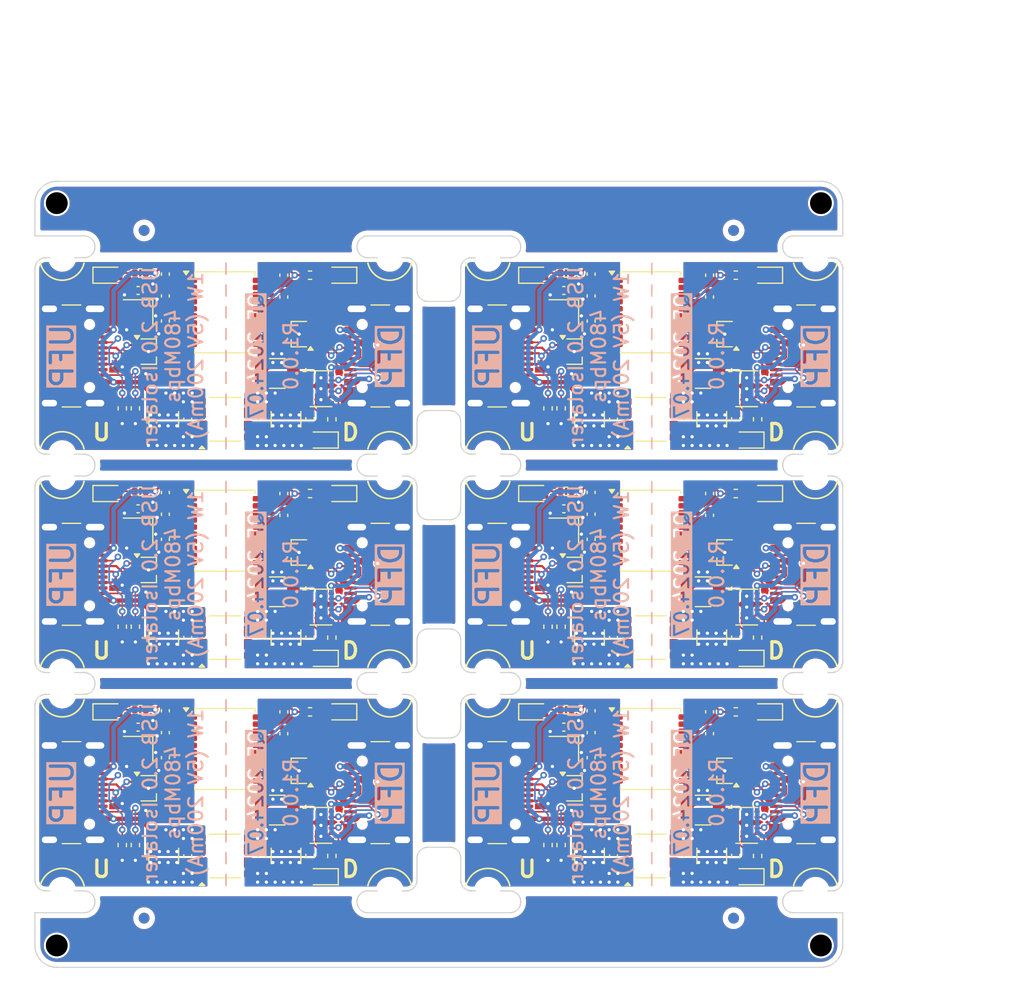
<source format=kicad_pcb>
(kicad_pcb (version 20240108) (generator "pcbnew") (generator_version "8.0")
  (layers (0 "F.Cu" signal) (31 "B.Cu" signal) (34 "B.Paste" user) (35 "F.Paste" user) (36 "B.SilkS" user "B.Silkscreen") (37 "F.SilkS" user "F.Silkscreen") (38 "B.Mask" user) (39 "F.Mask" user) (44 "Edge.Cuts" user))
  (net 0 "")
  (net 1 "Board_2-GND2")
  (net 2 "Board_2-+5V0_UFP")
  (net 3 "Board_4-GND2")
  (net 4 "Board_3-GND2")
  (net 5 "Board_3-+5V0_UFP")
  (net 6 "Board_1-GND1")
  (net 7 "Board_1-+5V0_UFP")
  (net 8 "Board_0-+5V0_UFP")
  (net 9 "Board_5-GND2")
  (net 10 "Board_0-GND2")
  (net 11 "Board_1-GND2")
  (net 12 "Board_0-+5V0_DFP")
  (net 13 "Board_4-GND1")
  (net 14 "Board_5-+5V0_UFP")
  (net 15 "Board_1-+5V0_DFP")
  (net 16 "Board_4-+5V0_DFP")
  (net 17 "Board_3-+5V0_DFP")
  (net 18 "Board_3-GND1")
  (net 19 "Board_4-+5V0_UFP")
  (net 20 "Board_2-+5V0_DFP")
  (net 21 "Board_5-GND1")
  (net 22 "Board_5-+5V0_DFP")
  (net 23 "Board_0-GND1")
  (net 24 "Board_2-GND1")
  (footprint "Resistor_SMD:R_0402_1005Metric" (layer "F.Cu") (at 136.7 125.79975 -90)
    (property "Reference" "R4" (hide yes))
    (property "Value" "5.1K" (hide yes))
  )
  (footprint "Capacitor_SMD:C_1210_3225Metric" (layer "F.Cu") (at 162.3 85.79975 -90)
    (property "Reference" "C1" (hide yes))
    (property "Value" "22u" (hide yes))
  )
  (footprint "Capacitor_SMD:C_0402_1005Metric" (layer "F.Cu") (at 164.5 125.79975 -90)
    (property "Reference" "C2" (hide yes))
    (property "Value" "0.1u" (hide yes))
  )
  (footprint "Connector_USB:USB_C_Receptacle_GCT_USB4105-xx-A_16P_TopMnt_Horizontal" (layer "F.Cu") (at 113.9 99.99975 -90)
    (property "Reference" "J1" (hide yes))
    (property "Value" "USB_C_Receptacle_USB2.0_14P" (hide yes))
  )
  (footprint "Resistor_SMD:R_0402_1005Metric" (layer "F.Cu") (at 120.7 124.79975 -90)
    (property "Reference" "R1" (hide yes))
    (property "Value" "5.1K" (hide yes))
  )
  (footprint "Package_SO:SSOP-20_5.3x7.2mm_P0.65mm" (layer "F.Cu") (at 128.9 115.99975)
    (property "Reference" "U1" (hide yes))
    (property "Value" "ADuM3165" (hide yes))
  )
  (footprint "Resistor_SMD:R_0402_1005Metric" (layer "F.Cu") (at 177.7 85.79975 -90)
    (property "Reference" "R3" (hide yes))
    (property "Value" "100K" (hide yes))
  )
  (footprint "Resistor_SMD:R_0402_1005Metric" (layer "F.Cu") (at 121.15 92.39975 180)
    (property "Reference" "R6" (hide yes))
    (property "Value" "5.1K" (hide yes))
  )
  (footprint "Connector_USB:USB_C_Receptacle_GCT_USB4105-xx-A_16P_TopMnt_Horizontal" (layer "F.Cu") (at 183.09 99.99975 90)
    (property "Reference" "J2" (hide yes))
    (property "Value" "USB_C_Receptacle_USB2.0_14P" (hide yes))
  )
  (footprint "Capacitor_SMD:C_0402_1005Metric" (layer "F.Cu") (at 123.45 112.49975 -90)
    (property "Reference" "C8" (hide yes))
    (property "Value" "0.1u" (hide yes))
  )
  (footprint "Package_TO_SOT_SMD:SOT-323_SC-70" (layer "F.Cu") (at 135.7 97.99975 180)
    (property "Reference" "D2" (hide yes))
    (property "Value" "ESD752" (hide yes))
  )
  (footprint "Connector_USB:USB_C_Receptacle_GCT_USB4105-xx-A_16P_TopMnt_Horizontal" (layer "F.Cu") (at 152.9 99.99975 -90)
    (property "Reference" "J1" (hide yes))
    (property "Value" "USB_C_Receptacle_USB2.0_14P" (hide yes))
  )
  (footprint "LED_SMD:LED_0603_1608Metric" (layer "F.Cu") (at 118.3 92.59975)
    (property "Reference" "D5" (hide yes))
    (property "Value" "LED_Green" (hide yes))
  )
  (footprint "Resistor_SMD:R_0402_1005Metric" (layer "F.Cu") (at 158.5 104.79975 -90)
    (property "Reference" "R2" (hide yes))
    (property "Value" "5.1K" (hide yes))
  )
  (footprint "Connector_USB:USB_C_Receptacle_GCT_USB4105-xx-A_16P_TopMnt_Horizontal" (layer "F.Cu") (at 152.9 79.99975 -90)
    (property "Reference" "J1" (hide yes))
    (property "Value" "USB_C_Receptacle_USB2.0_14P" (hide yes))
  )
  (footprint "LED_SMD:LED_0603_1608Metric" (layer "F.Cu") (at 137.8 127.69975 180)
    (property "Reference" "D3" (hide yes))
    (property "Value" "LED_Amber" (hide yes))
  )
  (footprint "LED_SMD:LED_0603_1608Metric" (layer "F.Cu") (at 176.8 127.69975 180)
    (property "Reference" "D3" (hide yes))
    (property "Value" "LED_Amber" (hide yes))
  )
  (footprint "Capacitor_SMD:C_1210_3225Metric" (layer "F.Cu") (at 133.7 81.59975 180)
    (property "Reference" "C11" (hide yes))
    (property "Value" "22u" (hide yes))
  )
  (footprint "LED_SMD:LED_0603_1608Metric" (layer "F.Cu") (at 137.8 87.69975 180)
    (property "Reference" "D3" (hide yes))
    (property "Value" "LED_Amber" (hide yes))
  )
  (footprint "Capacitor_SMD:C_0402_1005Metric" (layer "F.Cu") (at 162.45 114.49975 -90)
    (property "Reference" "C7" (hide yes))
    (property "Value" "0.1u" (hide yes))
  )
  (footprint "Capacitor_SMD:C_1210_3225Metric" (layer "F.Cu") (at 172.7 121.59975 180)
    (property "Reference" "C11" (hide yes))
    (property "Value" "22u" (hide yes))
  )
  (footprint "q-lab:Package_LGA-12_5x4mm" (layer "F.Cu") (at 167.9 85.79975 180)
    (property "Reference" "U2" (hide yes))
    (property "Value" "R05C1TF05S" (hide yes))
  )
  (footprint "Capacitor_SMD:C_0402_1005Metric" (layer "F.Cu") (at 123.45 72.49975 -90)
    (property "Reference" "C8" (hide yes))
    (property "Value" "0.1u" (hide yes))
  )
  (footprint "LED_SMD:LED_0603_1608Metric" (layer "F.Cu") (at 157.3 112.59975)
    (property "Reference" "D5" (hide yes))
    (property "Value" "LED_Green" (hide yes))
  )
  (footprint "Capacitor_SMD:C_1210_3225Metric" (layer "F.Cu") (at 133.7 121.59975 180)
    (property "Reference" "C11" (hide yes))
    (property "Value" "22u" (hide yes))
  )
  (footprint "Package_SON:WSON-12-1EP_3x2mm_P0.5mm_EP1x2.65_ThermalVias" (layer "F.Cu") (at 176.7 82.99975)
    (property "Reference" "U3" (hide yes))
    (property "Value" "TPS25820" (hide yes))
  )
  (footprint "MountingHole:MountingHole_2.2mm_M2" (layer "F.Cu") (at 182.999999 128.999749)
    (property "Reference" "H4" (hide yes))
    (property "Value" "MountingHole" (hide yes))
  )
  (footprint "MountingHole:MountingHole_2.2mm_M2" (layer "F.Cu") (at 153 108.99975)
    (property "Reference" "H1" (hide yes))
    (property "Value" "MountingHole" (hide yes))
  )
  (footprint "Capacitor_SMD:C_1210_3225Metric" (layer "F.Cu") (at 162.3 105.79975 -90)
    (property "Reference" "C1" (hide yes))
    (property "Value" "22u" (hide yes))
  )
  (footprint "Capacitor_SMD:C_0402_1005Metric" (layer "F.Cu") (at 162.45 76.79975 -90)
    (property "Reference" "C6" (hide yes))
    (property "Value" "15p" (hide yes))
  )
  (footprint "Capacitor_SMD:C_1210_3225Metric" (layer "F.Cu") (at 173.5 85.79975 -90)
    (property "Reference" "C3" (hide yes))
    (property "Value" "22u" (hide yes))
  )
  (footprint "MountingHole:MountingHole_2.2mm_M2" (layer "F.Cu") (at 183 110.99975)
    (property "Reference" "H3" (hide yes))
    (property "Value" "MountingHole" (hide yes))
  )
  (footprint "Crystal:Crystal_SMD_2016-4Pin_2.0x1.6mm" (layer "F.Cu") (at 159.95 115.99975 180)
    (property "Reference" "Y1" (hide yes))
    (property "Value" "24Mhz" (hide yes))
  )
  (footprint "Capacitor_SMD:C_1210_3225Metric" (layer "F.Cu") (at 134.5 85.79975 -90)
    (property "Reference" "C3" (hide yes))
    (property "Value" "22u" (hide yes))
  )
  (footprint "Connector_USB:USB_C_Receptacle_GCT_USB4105-xx-A_16P_TopMnt_Horizontal" (layer "F.Cu") (at 183.09 119.99975 90)
    (property "Reference" "J2" (hide yes))
    (property "Value" "USB_C_Receptacle_USB2.0_14P" (hide yes))
  )
  (footprint "Capacitor_SMD:C_0402_1005Metric" (layer "F.Cu") (at 120.95 93.99975 180)
    (property "Reference" "C5" (hide yes))
    (property "Value" "15p" (hide yes))
  )
  (footprint "LED_SMD:LED_0603_1608Metric" (layer "F.Cu") (at 178.5 92.59975 180)
    (property "Reference" "D4" (hide yes))
    (property "Value" "LED_Green" (hide yes))
  )
  (footprint "Capacitor_SMD:C_0402_1005Metric" (layer "F.Cu") (at 125.5 125.79975 -90)
    (property "Reference" "C2" (hide yes))
    (property "Value" "0.1u" (hide yes))
  )
  (footprint "LED_SMD:LED_0603_1608Metric" (layer "F.Cu") (at 137.8 107.69975 180)
    (property "Reference" "D3" (hide yes))
    (property "Value" "LED_Amber" (hide yes))
  )
  (footprint "Connector_USB:USB_C_Receptacle_GCT_USB4105-xx-A_16P_TopMnt_Horizontal" (layer "F.Cu") (at 113.9 79.99975 -90)
    (property "Reference" "J1" (hide yes))
    (property "Value" "USB_C_Receptacle_USB2.0_14P" (hide yes))
  )
  (footprint "Capacitor_SMD:C_0402_1005Metric" (layer "F.Cu") (at 173.3 72.59975 -90)
    (property "Reference" "C10" (hide yes))
    (property "Value" "0.1u" (hide yes))
  )
  (footprint "MountingHole:MountingHole_2.2mm_M2" (layer "F.Cu") (at 114 88.99975)
    (property "Reference" "H1" (hide yes))
    (property "Value" "MountingHole" (hide yes))
  )
  (footprint "Capacitor_SMD:C_0402_1005Metric" (layer "F.Cu") (at 162.45 72.49975 -90)
    (property "Reference" "C8" (hide yes))
    (property "Value" "0.1u" (hide yes))
  )
  (footprint "Connector_USB:USB_C_Receptacle_GCT_USB4105-xx-A_16P_TopMnt_Horizontal" (layer "F.Cu") (at 144.09 79.99975 90)
    (property "Reference" "J2" (hide yes))
    (property "Value" "USB_C_Receptacle_USB2.0_14P" (hide yes))
  )
  (footprint "Capacitor_SMD:C_0402_1005Metric" (layer "F.Cu") (at 123.45 96.79975 -90)
    (property "Reference" "C6" (hide yes))
    (property "Value" "15p" (hide yes))
  )
  (footprint "Resistor_SMD:R_0402_1005Metric" (layer "F.Cu") (at 138.7 125.79975 -90)
    (property "Reference" "R3" (hide yes))
    (property "Value" "100K" (hide yes))
  )
  (footprint "LED_SMD:LED_0603_1608Metric" (layer "F.Cu") (at 139.5 112.59975 180)
    (property "Reference" "D4" (hide yes))
    (property "Value" "LED_Green" (hide yes))
  )
  (footprint "Capacitor_SMD:C_0402_1005Metric" (layer "F.Cu") (at 134.3 74.59975 -90)
    (property "Reference" "C9" (hide yes))
    (property "Value" "0.1u" (hide yes))
  )
  (footprint "MountingHole:MountingHole_2.2mm_M2" (layer "F.Cu") (at 114 110.99975)
    (property "Reference" "H2" (hide yes))
    (property "Value" "MountingHole" (hide yes))
  )
  (footprint "Package_SO:SSOP-20_5.3x7.2mm_P0.65mm" (layer "F.Cu") (at 128.9 95.99975)
    (property "Reference" "U1" (hide yes))
    (property "Value" "ADuM3165" (hide yes))
  )
  (footprint "MountingHole:MountingHole_2.2mm_M2" (layer "F.Cu") (at 144 70.99975)
    (property "Reference" "H3" (hide yes))
    (property "Value" "MountingHole" (hide yes))
  )
  (footprint "Capacitor_SMD:C_0402_1005Metric" (layer "F.Cu") (at 173.3 114.59975 -90)
    (property "Reference" "C9" (hide yes))
    (property "Value" "0.1u" (hide yes))
  )
  (footprint "Package_TO_SOT_SMD:SOT-323_SC-70" (layer "F.Cu") (at 174.7 77.99975 180)
    (property "Reference" "D2" (hide yes))
    (property "Value" "ESD752" (hide yes))
  )
  (footprint "q-lab:Package_LGA-12_5x4mm" (layer "F.Cu") (at 128.9 85.79975 180)
    (property "Reference" "U2" (hide yes))
    (property "Value" "R05C1TF05S" (hide yes))
  )
  (footprint "NPTH" (layer "F.Cu") (at 113.5 66.00025)
    (property "Reference" "KiKit_TO_1" (hide yes))
    (property "Value" "NPTH" (hide yes))
  )
  (footprint "MountingHole:MountingHole_2.2mm_M2" (layer "F.Cu") (at 143.999999 108.999749)
    (property "Reference" "H4" (hide yes))
    (property "Value" "MountingHole" (hide yes))
  )
  (footprint "Connector_USB:USB_C_Receptacle_GCT_USB4105-xx-A_16P_TopMnt_Horizontal" (layer "F.Cu") (at 152.9 119.99975 -90)
    (property "Reference" "J1" (hide yes))
    (property "Value" "USB_C_Receptacle_USB2.0_14P" (hide yes))
  )
  (footprint "Connector_USB:USB_C_Receptacle_GCT_USB4105-xx-A_16P_TopMnt_Horizontal" (layer "F.Cu") (at 144.09 99.99975 90)
    (property "Reference" "J2" (hide yes))
    (property "Value" "USB_C_Receptacle_USB2.0_14P" (hide yes))
  )
  (footprint "NPTH" (layer "F.Cu") (at 183.5 66.00025)
    (property "Reference" "KiKit_TO_2" (hide yes))
    (property "Value" "NPTH" (hide yes))
  )
  (footprint "Resistor_SMD:R_0402_1005Metric" (layer "F.Cu") (at 136.7 72.59975)
    (property "Reference" "R5" (hide yes))
    (property "Value" "5.1K" (hide yes))
  )
  (footprint "Capacitor_SMD:C_0402_1005Metric" (layer "F.Cu") (at 171.3 125.79975 -90)
    (property "Reference" "C4" (hide yes))
    (property "Value" "0.1u" (hide yes))
  )
  (footprint "Package_TO_SOT_SMD:SOT-323_SC-70" (layer "F.Cu") (at 121.9 79.59975)
    (property "Reference" "D1" (hide yes))
    (property "Value" "ESD752" (hide yes))
  )
  (footprint "Resistor_SMD:R_0402_1005Metric" (layer "F.Cu") (at 136.7 92.59975)
    (property "Reference" "R5" (hide yes))
    (property "Value" "5.1K" (hide yes))
  )
  (footprint "Resistor_SMD:R_0402_1005Metric" (layer "F.Cu") (at 158.5 124.79975 -90)
    (property "Reference" "R2" (hide yes))
    (property "Value" "5.1K" (hide yes))
  )
  (footprint "Connector_USB:USB_C_Receptacle_GCT_USB4105-xx-A_16P_TopMnt_Horizontal" (layer "F.Cu") (at 183.09 79.99975 90)
    (property "Reference" "J2" (hide yes))
    (property "Value" "USB_C_Receptacle_USB2.0_14P" (hide yes))
  )
  (footprint "Resistor_SMD:R_0402_1005Metric" (layer "F.Cu") (at 159.7 104.79975 -90)
    (property "Reference" "R1" (hide yes))
    (property "Value" "5.1K" (hide yes))
  )
  (footprint "Capacitor_SMD:C_0402_1005Metric" (layer "F.Cu") (at 162.45 96.79975 -90)
    (property "Reference" "C6" (hide yes))
    (property "Value" "15p" (hide yes))
  )
  (footprint "Capacitor_SMD:C_0402_1005Metric" (layer "F.Cu") (at 132.3 105.79975 -90)
    (property "Reference" "C4" (hide yes))
    (property "Value" "0.1u" (hide yes))
  )
  (footprint "Capacitor_SMD:C_0402_1005Metric" (layer "F.Cu") (at 123.45 94.49975 -90)
    (property "Reference" "C7" (hide yes))
    (property "Value" "0.1u" (hide yes))
  )
  (footprint "Resistor_SMD:R_0402_1005Metric" (layer "F.Cu") (at 175.7 105.79975 -90)
    (property "Reference" "R4" (hide yes))
    (property "Value" "5.1K" (hide yes))
  )
  (footprint "Package_SON:WSON-12-1EP_3x2mm_P0.5mm_EP1x2.65_ThermalVias" (layer "F.Cu") (at 137.7 82.99975)
    (property "Reference" "U3" (hide yes))
    (property "Value" "TPS25820" (hide yes))
  )
  (footprint "Capacitor_SMD:C_0402_1005Metric" (layer "F.Cu") (at 134.3 72.59975 -90)
    (property "Reference" "C10" (hide yes))
    (property "Value" "0.1u" (hide yes))
  )
  (footprint "Resistor_SMD:R_0402_1005Metric" (layer "F.Cu") (at 119.5 124.79975 -90)
    (property "Reference" "R2" (hide yes))
    (property "Value" "5.1K" (hide yes))
  )
  (footprint "Capacitor_SMD:C_1210_3225Metric" (layer "F.Cu") (at 123.3 125.79975 -90)
    (property "Reference" "C1" (hide yes))
    (property "Value" "22u" (hide yes))
  )
  (footprint "Capacitor_SMD:C_0402_1005Metric" (layer "F.Cu") (at 159.95 93.99975 180)
    (property "Reference" "C5" (hide yes))
    (property "Value" "15p" (hide yes))
  )
  (footprint "Capacitor_SMD:C_0402_1005Metric" (layer "F.Cu") (at 125.5 105.79975 -90)
    (property "Reference" "C2" (hide yes))
    (property "Value" "0.1u" (hide yes))
  )
  (footprint "Resistor_SMD:R_0402_1005Metric" (layer "F.Cu") (at 158.5 84.79975 -90)
    (property "Reference" "R2" (hide yes))
    (property "Value" "5.1K" (hide yes))
  )
  (footprint "Capacitor_SMD:C_0402_1005Metric" (layer "F.Cu") (at 173.3 92.59975 -90)
    (property "Reference" "C10" (hide yes))
    (property "Value" "0.1u" (hide yes))
  )
  (footprint "MountingHole:MountingHole_2.2mm_M2" (layer "F.Cu") (at 143.999999 88.999749)
    (property "Reference" "H4" (hide yes))
    (property "Value" "MountingHole" (hide yes))
  )
  (footprint "Crystal:Crystal_SMD_2016-4Pin_2.0x1.6mm" (layer "F.Cu") (at 120.95 95.99975 180)
    (property "Reference" "Y1" (hide yes))
    (property "Value" "24Mhz" (hide yes))
  )
  (footprint "LED_SMD:LED_0603_1608Metric" (layer "F.Cu") (at 176.8 107.69975 180)
    (property "Reference" "D3" (hide yes))
    (property "Value" "LED_Amber" (hide yes))
  )
  (footprint "Capacitor_SMD:C_0402_1005Metric" (layer "F.Cu") (at 134.3 112.59975 -90)
    (property "Reference" "C10" (hide yes))
    (property "Value" "0.1u" (hide yes))
  )
  (footprint "NPTH" (layer "F.Cu") (at 113.5 133.99975)
    (property "Reference" "KiKit_TO_3" (hide yes))
    (property "Value" "NPTH" (hide yes))
  )
  (footprint "LED_SMD:LED_0603_1608Metric" (layer "F.Cu") (at 157.3 92.59975)
    (property "Reference" "D5" (hide yes))
    (property "Value" "LED_Green" (hide yes))
  )
  (footprint "Package_SO:SSOP-20_5.3x7.2mm_P0.65mm" (layer "F.Cu") (at 167.9 75.99975)
    (property "Reference" "U1" (hide yes))
    (property "Value" "ADuM3165" (hide yes))
  )
  (footprint "Capacitor_SMD:C_0402_1005Metric" (layer "F.Cu") (at 171.3 85.79975 -90)
    (property "Reference" "C4" (hide yes))
    (property "Value" "0.1u" (hide yes))
  )
  (footprint "Resistor_SMD:R_0402_1005Metric" (layer "F.Cu") (at 159.7 124.79975 -90)
    (property "Reference" "R1" (hide yes))
    (property "Value" "5.1K" (hide yes))
  )
  (footprint "Resistor_SMD:R_0402_1005Metric" (layer "F.Cu") (at 136.7 85.79975 -90)
    (property "Reference" "R4" (hide yes))
    (property "Value" "5.1K" (hide yes))
  )
  (footprint "LED_SMD:LED_0603_1608Metric" (layer "F.Cu") (at 118.3 72.59975)
    (property "Reference" "D5" (hide yes))
    (property "Value" "LED_Green" (hide yes))
  )
  (footprint "Package_TO_SOT_SMD:SOT-323_SC-70" (layer "F.Cu") (at 174.7 97.99975 180)
    (property "Reference" "D2" (hide yes))
    (property "Value" "ESD752" (hide yes))
  )
  (footprint "Capacitor_SMD:C_0402_1005Metric" (layer "F.Cu") (at 159.95 113.99975 180)
    (property "Reference" "C5" (hide yes))
    (property "Value" "15p" (hide yes))
  )
  (footprint "LED_SMD:LED_0603_1608Metric" (layer "F.Cu") (at 139.5 92.59975 180)
    (property "Reference" "D4" (hide yes))
    (property "Value" "LED_Green" (hide yes))
  )
  (footprint "MountingHole:MountingHole_2.2mm_M2" (layer "F.Cu") (at 153 88.99975)
    (property "Reference" "H1" (hide yes))
    (property "Value" "MountingHole" (hide yes))
  )
  (footprint "Fiducial" (layer "F.Cu") (at 175.5 131.49975)
    (property "Reference" "KiKit_FID_T_4" (hide yes))
    (property "Value" "Fiducial" (hide yes))
  )
  (footprint "Capacitor_SMD:C_1210_3225Metric" (layer "F.Cu") (at 172.7 81.59975 180)
    (property "Reference" "C11" (hide yes))
    (property "Value" "22u" (hide yes))
  )
  (footprint "Capacitor_SMD:C_0402_1005Metric" (layer "F.Cu") (at 173.3 94.59975 -90)
    (property "Reference" "C9" (hide yes))
    (property "Value" "0.1u" (hide yes))
  )
  (footprint "Package_TO_SOT_SMD:SOT-323_SC-70" (layer "F.Cu") (at 174.7 117.99975 180)
    (property "Reference" "D2" (hide yes))
    (property "Value" "ESD752" (hide yes))
  )
  (footprint "Resistor_SMD:R_0402_1005Metric" (layer "F.Cu") (at 160.15 112.39975 180)
    (property "Reference" "R6" (hide yes))
    (property "Value" "5.1K" (hide yes))
  )
  (footprint "Capacitor_SMD:C_0402_1005Metric" (layer "F.Cu") (at 164.5 105.79975 -90)
    (property "Reference" "C2" (hide yes))
    (property "Value" "0.1u" (hide yes))
  )
  (footprint "Resistor_SMD:R_0402_1005Metric" (layer "F.Cu") (at 119.5 84.79975 -90)
    (property "Reference" "R2" (hide yes))
    (property "Value" "5.1K" (hide yes))
  )
  (footprint "Package_TO_SOT_SMD:SOT-323_SC-70" (layer "F.Cu") (at 135.7 77.99975 180)
    (property "Reference" "D2" (hide yes))
    (property "Value" "ESD752" (hide yes))
  )
  (footprint "MountingHole:MountingHole_2.2mm_M2" (layer "F.Cu") (at 182.999999 108.999749)
    (property "Reference" "H4" (hide yes))
    (property "Value" "MountingHole" (hide yes))
  )
  (footprint "Resistor_SMD:R_0402_1005Metric" (layer "F.Cu") (at 136.7 112.59975)
    (property "Reference" "R5" (hide yes))
    (property "Value" "5.1K" (hide yes))
  )
  (footprint "Resistor_SMD:R_0402_1005Metric" (layer "F.Cu") (at 175.7 72.59975)
    (property "Reference" "R5" (hide yes))
    (property "Value" "5.1K" (hide yes))
  )
  (footprint "Resistor_SMD:R_0402_1005Metric" (layer "F.Cu") (at 175.7 92.59975)
    (property "Reference" "R5" (hide yes))
    (property "Value" "5.1K" (hide yes))
  )
  (footprint "Package_SO:SSOP-20_5.3x7.2mm_P0.65mm" (layer "F.Cu") (at 167.9 115.99975)
    (property "Reference" "U1" (hide yes))
    (property "Value" "ADuM3165" (hide yes))
  )
  (footprint "Resistor_SMD:R_0402_1005Metric" (layer "F.Cu") (at 120.7 104.79975 -90)
    (property "Reference" "R1" (hide yes))
    (property "Value" "5.1K" (hide yes))
  )
  (footprint "Resistor_SMD:R_0402_1005Metric" (layer "F.Cu") (at 177.7 125.79975 -90)
    (property "Reference" "R3" (hide yes))
    (property "Value" "100K" (hide yes))
  )
  (footprint "Crystal:Crystal_SMD_2016-4Pin_2.0x1.6mm" (layer "F.Cu") (at 159.95 95.99975 180)
    (property "Reference" "Y1" (hide yes))
    (property "Value" "24Mhz" (hide yes))
  )
  (footprint "LED_SMD:LED_0603_1608Metric" (layer "F.Cu") (at 178.5 72.59975 180)
    (property "Reference" "D4" (hide yes))
    (property "Value" "LED_Green" (hide yes))
  )
  (footprint "Package_SON:WSON-12-1EP_3x2mm_P0.5mm_EP1x2.65_ThermalVias" (layer "F.Cu") (at 176.7 122.99975)
    (property "Reference" "U3" (hide yes))
    (property "Value" "TPS25820" (hide yes))
  )
  (footprint "Resistor_SMD:R_0402_1005Metric" (layer "F.Cu") (at 121.15 112.39975 180)
    (property "Reference" "R6" (hide yes))
    (property "Value" "5.1K" (hide yes))
  )
  (footprint "Connector_USB:USB_C_Receptacle_GCT_USB4105-xx-A_16P_TopMnt_Horizontal" (layer "F.Cu") (at 113.9 119.99975 -90)
    (property "Reference" "J1" (hide yes))
    (property "Value" "USB_C_Receptacle_USB2.0_14P" (hide yes))
  )
  (footprint "Capacitor_SMD:C_0402_1005Metric" (layer "F.Cu") (at 132.3 85.79975 -90)
    (property "Reference" "C4" (hide yes))
    (property "Value" "0.1u" (hide yes))
  )
  (footprint "Crystal:Crystal_SMD_2016-4Pin_2.0x1.6mm" (layer "F.Cu") (at 120.95 115.99975 180)
    (property "Reference" "Y1" (hide yes))
    (property "Value" "24Mhz" (hide yes))
  )
  (footprint "Capacitor_SMD:C_0402_1005Metric" (layer "F.Cu") (at 171.3 105.79975 -90)
    (property "Reference" "C4" (hide yes))
    (property "Value" "0.1u" (hide yes))
  )
  (footprint "Capacitor_SMD:C_0402_1005Metric" (layer "F.Cu") (at 159.95 73.99975 180)
    (property "Reference" "C5" (hide yes))
    (property "Value" "15p" (hide yes))
  )
  (footprint "MountingHole:MountingHole_2.2mm_M2" (layer "F.Cu") (at 183 90.99975)
    (property "Reference" "H3" (hide yes))
    (property "Value" "MountingHole" (hide yes))
  )
  (footprint "Resistor_SMD:R_0402_1005Metric" (layer "F.Cu") (at 120.7 84.79975 -90)
    (property "Reference" "R1" (hide yes))
    (property "Value" "5.1K" (hide yes))
  )
  (footprint "Capacitor_SMD:C_0402_1005Metric" (layer "F.Cu") (at 132.3 125.79975 -90)
    (property "Reference" "C4" (hide yes))
    (property "Value" "0.1u" (hide yes))
  )
  (footprint "MountingHole:MountingHole_2.2mm_M2" (layer "F.Cu") (at 153 110.99975)
    (property "Reference" "H2" (hide yes))
    (property "Value" "MountingHole" (hide yes))
  )
  (footprint "Capacitor_SMD:C_0402_1005Metric" (layer "F.Cu") (at 120.95 73.99975 180)
    (property "Reference" "C5" (hide yes))
    (property "Value" "15p" (hide yes))
  )
  (footprint "Resistor_SMD:R_0402_1005Metric" (layer "F.Cu") (at 175.7 112.59975)
    (property "Reference" "R5" (hide yes))
    (property "Value" "5.1K" (hide yes))
  )
  (footprint "Capacitor_SMD:C_0402_1005Metric" (layer "F.Cu") (at 162.45 74.49975 -90)
    (property "Reference" "C7" (hide yes))
    (property "Value" "0.1u" (hide yes))
  )
  (footprint "MountingHole:MountingHole_2.2mm_M2" (layer "F.Cu") (at 114 128.99975)
    (property "Reference" "H1" (hide yes))
    (property "Value" "MountingHole" (hide yes))
  )
  (footprint "MountingHole:MountingHole_2.2mm_M2" (layer "F.Cu") (at 144 90.99975)
    (property "Reference" "H3" (hide yes))
    (property "Value" "MountingHole" (hide yes))
  )
  (footprint "Package_TO_SOT_SMD:SOT-323_SC-70" (layer "F.Cu") (at 121.9 99.59975)
    (property "Reference" "D1" (hide yes))
    (property "Value" "ESD752" (hide yes))
  )
  (footprint "Capacitor_SMD:C_0402_1005Metric" (layer "F.Cu") (at 123.45 116.79975 -90)
    (property "Reference" "C6" (hide yes))
    (property "Value" "15p" (hide yes))
  )
  (footprint "Package_SON:WSON-12-1EP_3x2mm_P0.5mm_EP1x2.65_ThermalVias" (layer "F.Cu") (at 137.7 122.99975)
    (property "Reference" "U3" (hide yes))
    (property "Value" "TPS25820" (hide yes))
  )
  (footprint "Resistor_SMD:R_0402_1005Metric" (layer "F.Cu") (at 175.7 125.79975 -90)
    (property "Reference" "R4" (hide yes))
    (property "Value" "5.1K" (hide yes))
  )
  (footprint "Resistor_SMD:R_0402_1005Metric" (layer "F.Cu") (at 119.5 104.79975 -90)
    (property "Reference" "R2" (hide yes))
    (property "Value" "5.1K" (hide yes))
  )
  (footprint "Fiducial" (layer "F.Cu") (at 175.5 68.50025)
    (property "Reference" "KiKit_FID_T_2" (hide yes))
    (property "Value" "Fiducial" (hide yes))
  )
  (footprint "Fiducial" (layer "F.Cu") (at 121.5 68.50025)
    (property "Reference" "KiKit_FID_T_1" (hide yes))
    (property "Value" "Fiducial" (hide yes))
  )
  (footprint "Capacitor_SMD:C_0402_1005Metric" (layer "F.Cu") (at 123.45 92.49975 -90)
    (property "Reference" "C8" (hide yes))
    (property "Value" "0.1u" (hide yes))
  )
  (footprint "LED_SMD:LED_0603_1608Metric" (layer "F.Cu") (at 157.3 72.59975)
    (property "Reference" "D5" (hide yes))
    (property "Value" "LED_Green" (hide yes))
  )
  (footprint "Capacitor_SMD:C_0402_1005Metric" (layer "F.Cu") (at 173.3 112.59975 -90)
    (property "Reference" "C10" (hide yes))
    (property "Value" "0.1u" (hide yes))
  )
  (footprint "LED_SMD:LED_0603_1608Metric" (layer "F.Cu") (at 176.8 87.69975 180)
    (property "Reference" "D3" (hide yes))
    (property "Value" "LED_Amber" (hide yes))
  )
  (footprint "q-lab:Package_LGA-12_5x4mm" (layer "F.Cu") (at 167.9 105.79975 180)
    (property "Reference" "U2" (hide yes))
    (property "Value" "R05C1TF05S" (hide yes))
  )
  (footprint "Package_TO_SOT_SMD:SOT-323_SC-70" (layer "F.Cu") (at 160.9 119.59975)
    (property "Reference" "D1" (hide yes))
    (property "Value" "ESD752" (hide yes))
  )
  (footprint "Package_SO:SSOP-20_5.3x7.2mm_P0.65mm" (layer "F.Cu") (at 167.9 95.99975)
    (property "Reference" "U1" (hide yes))
    (property "Value" "ADuM3165" (hide yes))
  )
  (footprint "Package_TO_SOT_SMD:SOT-323_SC-70" (layer "F.Cu") (at 135.7 117.99975 180)
    (property "Reference" "D2" (hide yes))
    (property "Value" "ESD752" (hide yes))
  )
  (footprint "Capacitor_SMD:C_0402_1005Metric" (layer "F.Cu") (at 162.45 112.49975 -90)
    (property "Reference" "C8" (hide yes))
    (property "Value" "0.1u" (hide yes))
  )
  (footprint "Capacitor_SMD:C_0402_1005Metric" (layer "F.Cu") (at 134.3 92.59975 -90)
    (property "Reference" "C10" (hide yes))
    (property "Value" "0.1u" (hide yes))
  )
  (footprint "Package_SO:SSOP-20_5.3x7.2mm_P0.65mm" (layer "F.Cu") (at 128.9 75.99975)
    (property "Reference" "U1" (hide yes))
    (property "Value" "ADuM3165" (hide yes))
  )
  (footprint "Resistor_SMD:R_0402_1005Metric" (layer "F.Cu") (at 121.15 72.39975 180)
    (property "Reference" "R6" (hide yes))
    (property "Value" "5.1K" (hide yes))
  )
  (footprint "Capacitor_SMD:C_0402_1005Metric" (layer "F.Cu") (at 134.3 94.59975 -90)
    (property "Reference" "C9" (hide yes))
    (property "Value" "0.1u" (hide yes))
  )
  (footprint "Crystal:Crystal_SMD_2016-4Pin_2.0x1.6mm" (layer "F.Cu") (at 120.95 75.99975 180)
    (property "Reference" "Y1" (hide yes))
    (property "Value" "24Mhz" (hide yes))
  )
  (footprint "Capacitor_SMD:C_1210_3225Metric" (layer "F.Cu") (at 134.5 125.79975 -90)
    (property "Reference" "C3" (hide yes))
    (property "Value" "22u" (hide yes))
  )
  (footprint "Package_TO_SOT_SMD:SOT-323_SC-70" (layer "F.Cu") (at 160.9 99.59975)
    (property "Reference" "D1" (hide yes))
    (property "Value" "ESD752" (hide yes))
  )
  (footprint "Capacitor_SMD:C_0402_1005Metric" (layer "F.Cu") (at 120.95 113.99975 180)
    (property "Reference" "C5" (hide yes))
    (property "Value" "15p" (hide yes))
  )
  (footprint "NPTH" (layer "F.Cu") (at 183.5 133.99975)
    (property "Reference" "KiKit_TO_4" (hide yes))
    (property "Value" "NPTH" (hide yes))
  )
  (footprint "Capacitor_SMD:C_1210_3225Metric" (layer "F.Cu") (at 133.7 101.59975 180)
    (property "Reference" "C11" (hide yes))
    (property "Value" "22u" (hide yes))
  )
  (footprint "Capacitor_SMD:C_0402_1005Metric" (layer "F.Cu") (at 162.45 116.79975 -90)
    (property "Reference" "C6" (hide yes))
    (property "Value" "15p" (hide yes))
  )
  (footprint "Resistor_SMD:R_0402_1005Metric" (layer "F.Cu") (at 160.15 72.39975 180)
    (property "Reference" "R6" (hide yes))
    (property "Value" "5.1K" (hide yes))
  )
  (footprint "Resistor_SMD:R_0402_1005Metric" (layer "F.Cu") (at 138.7 105.79975 -90)
    (property "Reference" "R3" (hide yes))
    (property "Value" "100K" (hide yes))
  )
  (footprint "Resistor_SMD:R_0402_1005Metric" (layer "F.Cu") (at 160.15 92.39975 180)
    (property "Reference" "R6" (hide yes))
    (property "Value" "5.1K" (hide yes))
  )
  (footprint "q-lab:Package_LGA-12_5x4mm" (layer "F.Cu") (at 128.9 105.79975 180)
    (property "Reference" "U2" (hide yes))
    (property "Value" "R05C1TF05S" (hide yes))
  )
  (footprint "Capacitor_SMD:C_1210_3225Metric" (layer "F.Cu") (at 172.7 101.59975 180)
    (property "Reference" "C11" (hide yes))
    (property "Value" "22u" (hide yes))
  )
  (footprint "q-lab:Package_LGA-12_5x4mm" (layer "F.Cu") (at 128.9 125.79975 180)
    (property "Reference" "U2" (hide yes))
    (property "Value" "R05C1TF05S" (hide yes))
  )
  (footprint "q-lab:Package_LGA-12_5x4mm" (layer "F.Cu") (at 167.9 125.79975 180)
    (property "Reference" "U2" (hide yes))
    (property "Value" "R05C1TF05S" (hide yes))
  )
  (footprint "Resistor_SMD:R_0402_1005Metric" (layer "F.Cu") (at 175.7 85.79975 -90)
    (property "Reference" "R4" (hide yes))
    (property "Value" "5.1K" (hide yes))
  )
  (footprint "Capacitor_SMD:C_0402_1005Metric" (layer "F.Cu") (at 123.45 114.49975 -90)
    (property "Reference" "C7" (hide yes))
    (property "Value" "0.1u" (hide yes))
  )
  (footprint "Capacitor_SMD:C_0402_1005Metric" (layer "F.Cu") (at 123.45 74.49975 -90)
    (property "Reference" "C7" (hide yes))
    (property "Value" "0.1u" (hide yes))
  )
  (footprint "Package_SON:WSON-12-1EP_3x2mm_P0.5mm_EP1x2.65_ThermalVias" (layer "F.Cu") (at 137.7 102.99975)
    (property "Reference" "U3" (hide yes))
    (property "Value" "TPS25820" (hide yes))
  )
  (footprint "Connector_USB:USB_C_Receptacle_GCT_USB4105-xx-A_16P_TopMnt_Horizontal" (layer "F.Cu") (at 144.09 119.99975 90)
    (property "Reference" "J2" (hide yes))
    (property "Value" "USB_C_Receptacle_USB2.0_14P" (hide yes))
  )
  (footprint "Resistor_SMD:R_0402_1005Metric" (layer "F.Cu") (at 136.7 105.79975 -90)
    (property "Reference" "R4" (hide yes))
    (property "Value" "5.1K" (hide yes))
  )
  (footprint "MountingHole:MountingHole_2.2mm_M2" (layer "F.Cu") (at 143.999999 128.999749)
    (property "Reference" "H4" (hide yes))
    (property "Value" "MountingHole" (hide yes))
  )
  (footprint "Package_TO_SOT_SMD:SOT-323_SC-70" (layer "F.Cu") (at 121.9 119.59975)
    (property "Reference" "D1" (hide yes))
    (property "Value" "ESD752" (hide yes))
  )
  (footprint "MountingHole:MountingHole_2.2mm_M2" (layer "F.Cu") (at 114 90.99975)
    (property "Reference" "H2" (hide yes))
    (property "Value" "MountingHole" (hide yes))
  )
  (footprint "Resistor_SMD:R_0402_1005Metric" (layer "F.Cu") (at 138.7 85.79975 -90)
    (property "Reference" "R3" (hide yes))
    (property "Value" "100K" (hide yes))
  )
  (footprint "Capacitor_SMD:C_0402_1005Metric" (layer "F.Cu") (at 134.3 114.59975 -90)
    (property "Reference" "C9" (hide yes))
    (property "Value" "0.1u" (hide yes))
  )
  (footprint "Capacitor_SMD:C_0402_1005Metric" (layer "F.Cu") (at 162.45 92.49975 -90)
    (property "Reference" "C8" (hide yes))
    (property "Value" "0.1u" (hide yes))
  )
  (footprint "Fiducial" (layer "F.Cu") (at 121.5 131.49975)
    (property "Reference" "KiKit_FID_T_3" (hide yes))
    (property "Value" "Fiducial" (hide yes))
  )
  (footprint "LED_SMD:LED_0603_1608Metric" (layer "F.Cu") (at 178.5 112.59975 180)
    (property "Reference" "D4" (hide yes))
    (property "Value" "LED_Green" (hide yes))
  )
  (footprint "Resistor_SMD:R_0402_1005Metric" (layer "F.Cu") (at 159.7 84.79975 -90)
    (property "Reference" "R1" (hide yes))
    (property "Value" "5.1K" (hide yes))
  )
  (footprint "Capacitor_SMD:C_1210_3225Metric" (layer "F.Cu") (at 173.5 105.79975 -90)
    (property "Reference" "C3" (hide yes))
    (property "Value" "22u" (hide yes))
  )
  (footprint "Capacitor_SMD:C_1210_3225Metric" (layer "F.Cu") (at 162.3 125.79975 -90)
    (property "Reference" "C1" (hide yes))
    (property "Value" "22u" (hide yes))
  )
  (footprint "Capacitor_SMD:C_1210_3225Metric" (layer "F.Cu") (at 173.5 125.79975 -90)
    (property "Reference" "C3" (hide yes))
    (property "Value" "22u" (hide yes))
  )
  (footprint "Capacitor_SMD:C_0402_1005Metric" (layer "F.Cu") (at 123.45 76.79975 -90)
    (property "Reference" "C6" (hide yes))
    (property "Value" "15p" (hide yes))
  )
  (footprint "Capacitor_SMD:C_0402_1005Metric" (layer "F.Cu") (at 173.3 74.59975 -90)
    (property "Reference" "C9" (hide yes))
    (property "Value" "0.1u" (hide yes))
  )
  (footprint "MountingHole:MountingHole_2.2mm_M2" (layer "F.Cu") (at 114 108.99975)
    (property "Reference" "H1" (hide yes))
    (property "Value" "MountingHole" (hide yes))
  )
  (footprint "MountingHole:MountingHole_2.2mm_M2" (layer "F.Cu") (at 183 70.99975)
    (property "Reference" "H3" (hide yes))
    (property "Value" "MountingHole" (hide yes))
  )
  (footprint "Capacitor_SMD:C_1210_3225Metric" (layer "F.Cu") (at 123.3 85.79975 -90)
    (property "Reference" "C1" (hide yes))
    (property "Value" "22u" (hide yes))
  )
  (footprint "Resistor_SMD:R_0402_1005Metric" (layer "F.Cu") (at 177.7 105.79975 -90)
    (property "Reference" "R3" (hide yes))
    (property "Value" "100K" (hide yes))
  )
  (footprint "Crystal:Crystal_SMD_2016-4Pin_2.0x1.6mm" (layer "F.Cu") (at 159.95 75.99975 180)
    (property "Reference" "Y1" (hide yes))
    (property "Value" "24Mhz" (hide yes))
  )
  (footprint "MountingHole:MountingHole_2.2mm_M2" (layer "F.Cu") (at 153 90.99975)
    (property "Reference" "H2" (hide yes))
    (property "Value" "MountingHole" (hide yes))
  )
  (footprint "LED_SMD:LED_0603_1608Metric" (layer "F.Cu") (at 139.5 72.59975 180)
    (property "Reference" "D4" (hide yes))
    (property "Value" "LED_Green" (hide yes))
  )
  (footprint "Package_SON:WSON-12-1EP_3x2mm_P0.5mm_EP1x2.65_ThermalVias" (layer "F.Cu") (at 176.7 102.99975)
    (property "Reference" "U3" (hide yes))
    (property "Value" "TPS25820" (hide yes))
  )
  (footprint "MountingHole:MountingHole_2.2mm_M2" (layer "F.Cu") (at 153 128.99975)
    (property "Reference" "H1" (hide yes))
    (property "Value" "MountingHole" (hide yes))
  )
  (footprint "Capacitor_SMD:C_1210_3225Metric" (layer "F.Cu") (at 123.3 105.79975 -90)
    (property "Reference" "C1" (hide yes))
    (property "Value" "22u" (hide yes))
  )
  (footprint "Capacitor_SMD:C_1210_3225Metric" (layer "F.Cu") (at 134.5 105.79975 -90)
    (property "Reference" "C3" (hide yes))
    (property "Value" "22u" (hide yes))
  )
  (footprint "Capacitor_SMD:C_0402_1005Metric" (layer "F.Cu") (at 164.5 85.79975 -90)
    (property "Reference" "C2" (hide yes))
    (property "Value" "0.1u" (hide yes))
  )
  (footprint "MountingHole:MountingHole_2.2mm_M2" (layer "F.Cu") (at 182.999999 88.999749)
    (property "Reference" "H4" (hide yes))
    (property "Value" "MountingHole" (hide yes))
  )
  (footprint "MountingHole:MountingHole_2.2mm_M2" (layer "F.Cu") (at 153 70.99975)
    (property "Reference" "H2" (hide yes))
    (property "Value" "MountingHole" (hide yes))
  )
  (footprint "MountingHole:MountingHole_2.2mm_M2" (layer "F.Cu") (at 114 70.99975)
    (property "Reference" "H2" (hide yes))
    (property "Value" "MountingHole" (hide yes))
  )
  (footprint "Package_TO_SOT_SMD:SOT-323_SC-70" (layer "F.Cu") (at 160.9 79.59975)
    (property "Reference" "D1" (hide yes))
    (property "Value" "ESD752" (hide yes))
  )
  (footprint "MountingHole:MountingHole_2.2mm_M2" (layer "F.Cu") (at 144 110.99975)
    (property "Reference" "H3" (hide yes))
    (property "Value" "MountingHole" (hide yes))
  )
  (footprint "Capacitor_SMD:C_0402_1005Metric" (layer "F.Cu") (at 125.5 85.79975 -90)
    (property "Reference" "C2" (hide yes))
    (property "Value" "0.1u" (hide yes))
  )
  (footprint "Capacitor_SMD:C_0402_1005Metric" (layer "F.Cu") (at 162.45 94.49975 -90)
    (property "Reference" "C7" (hide yes))
    (property "Value" "0.1u" (hide yes))
  )
  (footprint "LED_SMD:LED_0603_1608Metric" (layer "F.Cu") (at 118.3 112.59975)
    (property "Reference" "D5" (hide yes))
    (property "Value" "LED_Green" (hide yes))
  )
  (footprint "Fiducial" (layer "B.Cu") (at 121.5 131.49975)
    (property "Reference" "KiKit_FID_B_3" (hide yes))
    (property "Value" "Fiducial" (hide yes))
  )
  (footprint "Fiducial" (layer "B.Cu") (at 175.5 68.50025)
    (property "Reference" "KiKit_FID_B_2" (hide yes))
    (property "Value" "Fiducial" (hide yes))
  )
  (footprint "Fiducial" (layer "B.Cu") (at 175.5 131.49975)
    (property "Reference" "KiKit_FID_B_4" (hide yes))
    (property "Value" "Fiducial" (hide yes))
  )
  (footprint "Fiducial" (layer "B.Cu") (at 121.5 68.50025)
    (property "Reference" "KiKit_FID_B_1" (hide yes))
    (property "Value" "Fiducial" (hide yes))
  )
  (gr_line (start 129 82.49975) (end 129 81.49975) (stroke (width 0.15)) (layer "B.SilkS"))
  (gr_line (start 129 124.49975) (end 129 123.49975) (stroke (width 0.15)) (layer "B.SilkS"))
  (gr_line (start 168 80.49975) (end 168 79.49975) (stroke (width 0.15)) (layer "B.SilkS"))
  (gr_line (start 129 120.49975) (end 129 119.49975) (stroke (width 0.15)) (layer "B.SilkS"))
  (gr_line (start 168 124.49975) (end 168 123.49975) (stroke (width 0.15)) (layer "B.SilkS"))
  (gr_line (start 129 100.49975) (end 129 99.49975) (stroke (width 0.15)) (layer "B.SilkS"))
  (gr_line (start 129 106.49975) (end 129 105.49975) (stroke (width 0.15)) (layer "B.SilkS"))
  (gr_line (start 168 82.49975) (end 168 81.49975) (stroke (width 0.15)) (layer "B.SilkS"))
  (gr_line (start 129 104.49975) (end 129 103.49975) (stroke (width 0.15)) (layer "B.SilkS"))
  (gr_line (start 129 98.49975) (end 129 97.49975) (stroke (width 0.15)) (layer "B.SilkS"))
  (gr_line (start 168 120.49975) (end 168 119.49975) (stroke (width 0.15)) (layer "B.SilkS"))
  (gr_line (start 168 106.49975) (end 168 105.49975) (stroke (width 0.15)) (layer "B.SilkS"))
  (gr_line (start 168 128.49975) (end 168 127.49975) (stroke (width 0.15)) (layer "B.SilkS"))
  (gr_line (start 168 72.49975) (end 168 71.49975) (stroke (width 0.15)) (layer "B.SilkS"))
  (gr_line (start 168 114.49975) (end 168 113.49975) (stroke (width 0.15)) (layer "B.SilkS"))
  (gr_line (start 129 92.49975) (end 129 91.49975) (stroke (width 0.15)) (layer "B.SilkS"))
  (gr_line (start 168 118.49975) (end 168 117.49975) (stroke (width 0.15)) (layer "B.SilkS"))
  (gr_line (start 129 86.49975) (end 129 85.49975) (stroke (width 0.15)) (layer "B.SilkS"))
  (gr_line (start 129 102.49975) (end 129 101.49975) (stroke (width 0.15)) (layer "B.SilkS"))
  (gr_line (start 168 88.49975) (end 168 87.49975) (stroke (width 0.15)) (layer "B.SilkS"))
  (gr_line (start 168 84.49975) (end 168 83.49975) (stroke (width 0.15)) (layer "B.SilkS"))
  (gr_line (start 168 98.49975) (end 168 97.49975) (stroke (width 0.15)) (layer "B.SilkS"))
  (gr_line (start 129 116.49975) (end 129 115.49975) (stroke (width 0.15)) (layer "B.SilkS"))
  (gr_line (start 168 126.49975) (end 168 125.49975) (stroke (width 0.15)) (layer "B.SilkS"))
  (gr_line (start 129 128.49975) (end 129 127.49975) (stroke (width 0.15)) (layer "B.SilkS"))
  (gr_line (start 168 92.49975) (end 168 91.49975) (stroke (width 0.15)) (layer "B.SilkS"))
  (gr_line (start 129 78.49975) (end 129 77.49975) (stroke (width 0.15)) (layer "B.SilkS"))
  (gr_line (start 168 96.49975) (end 168 95.49975) (stroke (width 0.15)) (layer "B.SilkS"))
  (gr_line (start 129 112.49975) (end 129 111.49975) (stroke (width 0.15)) (layer "B.SilkS"))
  (gr_line (start 168 104.49975) (end 168 103.49975) (stroke (width 0.15)) (layer "B.SilkS"))
  (gr_line (start 129 96.49975) (end 129 95.49975) (stroke (width 0.15)) (layer "B.SilkS"))
  (gr_line (start 168 74.49975) (end 168 73.49975) (stroke (width 0.15)) (layer "B.SilkS"))
  (gr_line (start 168 78.49975) (end 168 77.49975) (stroke (width 0.15)) (layer "B.SilkS"))
  (gr_line (start 129 114.49975) (end 129 113.49975) (stroke (width 0.15)) (layer "B.SilkS"))
  (gr_line (start 168 94.49975) (end 168 93.49975) (stroke (width 0.15)) (layer "B.SilkS"))
  (gr_line (start 129 108.49975) (end 129 107.49975) (stroke (width 0.15)) (layer "B.SilkS"))
  (gr_line (start 129 94.49975) (end 129 93.49975) (stroke (width 0.15)) (layer "B.SilkS"))
  (gr_line (start 168 100.49975) (end 168 99.49975) (stroke (width 0.15)) (layer "B.SilkS"))
  (gr_line (start 129 72.49975) (end 129 71.49975) (stroke (width 0.15)) (layer "B.SilkS"))
  (gr_line (start 168 112.49975) (end 168 111.49975) (stroke (width 0.15)) (layer "B.SilkS"))
  (gr_line (start 129 84.49975) (end 129 83.49975) (stroke (width 0.15)) (layer "B.SilkS"))
  (gr_line (start 129 76.49975) (end 129 75.49975) (stroke (width 0.15)) (layer "B.SilkS"))
  (gr_line (start 168 122.49975) (end 168 121.49975) (stroke (width 0.15)) (layer "B.SilkS"))
  (gr_line (start 129 118.49975) (end 129 117.49975) (stroke (width 0.15)) (layer "B.SilkS"))
  (gr_line (start 168 102.49975) (end 168 101.49975) (stroke (width 0.15)) (layer "B.SilkS"))
  (gr_line (start 129 80.49975) (end 129 79.49975) (stroke (width 0.15)) (layer "B.SilkS"))
  (gr_line (start 129 88.49975) (end 129 87.49975) (stroke (width 0.15)) (layer "B.SilkS"))
  (gr_line (start 129 126.49975) (end 129 125.49975) (stroke (width 0.15)) (layer "B.SilkS"))
  (gr_line (start 129 122.49975) (end 129 121.49975) (stroke (width 0.15)) (layer "B.SilkS"))
  (gr_line (start 129 74.49975) (end 129 73.49975) (stroke (width 0.15)) (layer "B.SilkS"))
  (gr_line (start 168 76.49975) (end 168 75.49975) (stroke (width 0.15)) (layer "B.SilkS"))
  (gr_line (start 168 116.49975) (end 168 115.49975) (stroke (width 0.15)) (layer "B.SilkS"))
  (gr_line (start 168 86.49975) (end 168 85.49975) (stroke (width 0.15)) (layer "B.SilkS"))
  (gr_line (start 168 108.49975) (end 168 107.49975) (stroke (width 0.15)) (layer "B.SilkS"))
  (gr_arc (start 185 91.49975) (mid 183 93.061303) (end 181.000001 91.49975) (stroke (width 0.15)) (layer "F.SilkS"))
  (gr_arc (start 181 88.499749) (mid 182.999999 86.938197) (end 184.999999 88.499749) (stroke (width 0.15)) (layer "F.SilkS"))
  (gr_arc (start 146 71.49975) (mid 144 73.061303) (end 142.000001 71.49975) (stroke (width 0.15)) (layer "F.SilkS"))
  (gr_arc (start 142 108.499749) (mid 143.999999 106.938197) (end 145.999999 108.499749) (stroke (width 0.15)) (layer "F.SilkS"))
  (gr_arc (start 185 111.49975) (mid 183 113.061303) (end 181.000001 111.49975) (stroke (width 0.15)) (layer "F.SilkS"))
  (gr_arc (start 112 88.499749) (mid 114 86.938196) (end 115.999999 88.499749) (stroke (width 0.15)) (layer "F.SilkS"))
  (gr_arc (start 116 71.499751) (mid 114.000001 73.061303) (end 112.000001 71.499751) (stroke (width 0.15)) (layer "F.SilkS"))
  (gr_arc (start 146 91.49975) (mid 144 93.061303) (end 142.000001 91.49975) (stroke (width 0.15)) (layer "F.SilkS"))
  (gr_arc (start 151 128.499749) (mid 153 126.938196) (end 154.999999 128.499749) (stroke (width 0.15)) (layer "F.SilkS"))
  (gr_arc (start 142 88.499749) (mid 143.999999 86.938197) (end 145.999999 88.499749) (stroke (width 0.15)) (layer "F.SilkS"))
  (gr_arc (start 155 111.499751) (mid 153.000001 113.061303) (end 151.000001 111.499751) (stroke (width 0.15)) (layer "F.SilkS"))
  (gr_arc (start 155 71.499751) (mid 153.000001 73.061303) (end 151.000001 71.499751) (stroke (width 0.15)) (layer "F.SilkS"))
  (gr_arc (start 151 108.499749) (mid 153 106.938196) (end 154.999999 108.499749) (stroke (width 0.15)) (layer "F.SilkS"))
  (gr_arc (start 181 108.499749) (mid 182.999999 106.938197) (end 184.999999 108.499749) (stroke (width 0.15)) (layer "F.SilkS"))
  (gr_arc (start 116 111.499751) (mid 114.000001 113.061303) (end 112.000001 111.499751) (stroke (width 0.15)) (layer "F.SilkS"))
  (gr_arc (start 155 91.499751) (mid 153.000001 93.061303) (end 151.000001 91.499751) (stroke (width 0.15)) (layer "F.SilkS"))
  (gr_arc (start 116 91.499751) (mid 114.000001 93.061303) (end 112.000001 91.499751) (stroke (width 0.15)) (layer "F.SilkS"))
  (gr_arc (start 112 128.499749) (mid 114 126.938196) (end 115.999999 128.499749) (stroke (width 0.15)) (layer "F.SilkS"))
  (gr_arc (start 146 111.49975) (mid 144 113.061303) (end 142.000001 111.49975) (stroke (width 0.15)) (layer "F.SilkS"))
  (gr_arc (start 181 128.499749) (mid 182.999999 126.938197) (end 184.999999 128.499749) (stroke (width 0.15)) (layer "F.SilkS"))
  (gr_arc (start 185 71.49975) (mid 183 73.061303) (end 181.000001 71.49975) (stroke (width 0.15)) (layer "F.SilkS"))
  (gr_arc (start 142 128.499749) (mid 143.999999 126.938197) (end 145.999999 128.499749) (stroke (width 0.15)) (layer "F.SilkS"))
  (gr_arc (start 151 88.499749) (mid 153 86.938196) (end 154.999999 88.499749) (stroke (width 0.15)) (layer "F.SilkS"))
  (gr_arc (start 112 108.499749) (mid 114 106.938196) (end 115.999999 108.499749) (stroke (width 0.15)) (layer "F.SilkS"))
  (gr_line (start 185.457624 88.286933) (end 185.464592 88.262582) (stroke (width 0.1)) (layer "Edge.Cuts"))
  (gr_line (start 112.493668 128.999589) (end 112.493794 128.999591) (stroke (width 0.1)) (layer "Edge.Cuts"))
  (gr_line (start 184.928882 111.096656) (end 184.905867 111.086081) (stroke (width 0.1)) (layer "Edge.Cuts"))
  (gr_line (start 150.5 107.993542) (end 150.500158 108.005955) (stroke (width 0.1)) (layer "Edge.Cuts"))
  (gr_line (start 155.560012 130.832902) (end 155.51896 130.858898) (stroke (width 0.1)) (layer "Edge.Cuts"))
  (gr_line (start 150.210033 85.289716) (end 150.243539 85.324908) (stroke (width 0.1)) (layer "Edge.Cuts"))
  (gr_line (start 146.50477 125.892713) (end 146.510718 125.844487) (stroke (width 0.1)) (layer "Edge.Cuts"))
  (gr_line (start 150.878274 71.216822) (end 150.878075 71.216979) (stroke (width 0.1)) (layer "Edge.Cuts"))
  (gr_line (start 111.503902 68.998079) (end 111.504296 68.998371) (stroke (width 0.1)) (layer "Edge.Cuts"))
  (gr_line (start 150.749567 128.660332) (end 150.749734 128.660522) (stroke (width 0.1)) (layer "Edge.Cuts"))
  (gr_line (start 116.29738 90.957118) (end 116.250549 90.970078) (stroke (width 0.1)) (layer "Edge.Cuts"))
  (gr_line (start 185.423657 128.382341) (end 185.433052 128.358819) (stroke (width 0.1)) (layer "Edge.Cuts"))
  (gr_line (start 116.743539 130.674591) (end 116.710033 130.709783) (stroke (width 0.1)) (layer "Edge.Cuts"))
  (gr_line (start 146.403093 88.428632) (end 146.413668 88.405617) (stroke (width 0.1)) (layer "Edge.Cuts"))
  (gr_line (start 150.981736 91.14481) (end 150.960671 91.15794) (stroke (width 0.1)) (layer "Edge.Cuts"))
  (gr_line (start 150.542375 88.286933) (end 150.542448 88.287176) (stroke (width 0.1)) (layer "Edge.Cuts"))
  (gr_line (start 184.974296 71.119658) (end 184.974073 71.119537) (stroke (width 0.1)) (layer "Edge.Cuts"))
  (gr_line (start 184.610767 135.662572) (end 184.611175 135.662299) (stroke (width 0.1)) (layer "Edge.Cuts"))
  (gr_line (start 185.481717 71.810672) (end 185.47672 71.786358) (stroke (width 0.1)) (layer "Edge.Cuts"))
  (gr_line (start 112.025703 91.119658) (end 112.004 91.131704) (stroke (width 0.1)) (layer "Edge.Cuts"))
  (gr_line (start 180.00477 70.106786) (end 180.001195 70.058326) (stroke (width 0.1)) (layer "Edge.Cuts"))
  (gr_line (start 151.237167 111.035157) (end 151.212816 111.042125) (stroke (width 0.1)) (layer "Edge.Cuts"))
  (gr_line (start 146.464658 128.262337) (end 146.47088 128.238308) (stroke (width 0.1)) (layer "Edge.Cuts"))
  (gr_line (start 111.717072 91.378024) (end 111.701878 91.397652) (stroke (width 0.1)) (layer "Edge.Cuts"))
  (gr_line (start 146.666847 94.559762) (end 146.640851 94.51871) (stroke (width 0.1)) (layer "Edge.Cuts"))
  (gr_line (start 146.354939 108.518013) (end 146.35507 108.517796) (stroke (width 0.1)) (layer "Edge.Cuts"))
  (gr_line (start 185.499996 66.012277) (end 185.499406 65.988237) (stroke (width 0.1)) (layer "Edge.Cuts"))
  (gr_line (start 145.762587 91.035091) (end 145.738558 91.028869) (stroke (width 0.1)) (layer "Edge.Cuts"))
  (gr_line (start 185.380091 91.525453) (end 185.368045 91.50375) (stroke (width 0.1)) (layer "Edge.Cuts"))
  (gr_line (start 180.095053 109.566471) (end 180.1169 109.523068) (stroke (width 0.1)) (layer "Edge.Cuts"))
  (gr_line (start 185.341809 111.460421) (end 185.341672 111.460208) (stroke (width 0.1)) (layer "Edge.Cuts"))
  (gr_line (start 155.998804 109.941173) (end 156 109.989872) (stroke (width 0.1)) (layer "Edge.Cuts"))
  (gr_line (start 150.897902 128.797871) (end 150.898105 128.798023) (stroke (width 0.1)) (layer "Edge.Cuts"))
  (gr_line (start 151.436971 71.001979) (end 151.436719 71.001995) (stroke (width 0.1)) (layer "Edge.Cuts"))
  (gr_line (start 145.588536 128.995581) (end 145.588788 128.995558) (stroke (width 0.1)) (layer "Edge.Cuts"))
  (gr_line (start 113.292069 64.011648) (end 113.291826 64.011681) (stroke (width 0.1)) (layer "Edge.Cuts"))
  (gr_line (start 184.506331 108.999589) (end 184.537984 108.998787) (stroke (width 0.1)) (layer "Edge.Cuts"))
  (gr_line (start 111.542375 71.712566) (end 111.535407 71.736917) (stroke (width 0.1)) (layer "Edge.Cuts"))
  (gr_line (start 145.688828 111.017985) (end 145.663897 111.013516) (stroke (width 0.1)) (layer "Edge.Cuts"))
  (gr_line (start 150.55815 108.335067) (end 150.558235 108.335306) (stroke (width 0.1)) (layer "Edge.Cuts"))
  (gr_line (start 111.657385 134.775987) (end 111.657488 134.776211) (stroke (width 0.1)) (layer "Edge.Cuts"))
  (gr_line (start 141.361952 110.775028) (end 141.325158 110.743289) (stroke (width 0.1)) (layer "Edge.Cuts"))
  (gr_line (start 145.905867 88.913418) (end 145.928882 88.902843) (stroke (width 0.1)) (layer "Edge.Cuts"))
  (gr_line (start 151.462015 128.998787) (end 151.493668 128.999589) (stroke (width 0.1)) (layer "Edge.Cuts"))
  (gr_line (start 111.5 112.005957) (end 111.5 112.006083) (stroke (width 0.1)) (layer "Edge.Cuts"))
  (gr_line (start 150.802075 108.715584) (end 150.802256 108.715761) (stroke (width 0.1)) (layer "Edge.Cuts"))
  (gr_line (start 150.631954 108.495749) (end 150.63208 108.495969) (stroke (width 0.1)) (layer "Edge.Cuts"))
  (gr_line (start 112.071117 128.902843) (end 112.094132 128.913418) (stroke (width 0.1)) (layer "Edge.Cuts"))
  (gr_line (start 111.960458 111.158077) (end 111.939309 111.172015) (stroke (width 0.1)) (layer "Edge.Cuts"))
  (gr_line (start 185.037779 64.72237) (end 184.922455 64.595129) (stroke (width 0.1)) (layer "Edge.Cuts"))
  (gr_line (start 146.298121 91.397652) (end 146.282927 91.378024) (stroke (width 0.1)) (layer "Edge.Cuts"))
  (gr_line (start 146.179566 108.733035) (end 146.179752 108.732863) (stroke (width 0.1)) (layer "Edge.Cuts"))
  (gr_line (start 184.858833 111.066606) (end 184.835556 111.057985) (stroke (width 0.1)) (layer "Edge.Cuts"))
  (gr_line (start 141.095053 129.566471) (end 141.1169 129.523068) (stroke (width 0.1)) (layer "Edge.Cuts"))
  (gr_line (start 184.929111 111.096764) (end 184.928882 111.096656) (stroke (width 0.1)) (layer "Edge.Cuts"))
  (gr_line (start 116.989281 90.155012) (end 116.980974 90.202888) (stroke (width 0.1)) (layer "Edge.Cuts"))
  (gr_line (start 146.495831 71.911213) (end 146.495808 71.910961) (stroke (width 0.1)) (layer "Edge.Cuts"))
  (gr_line (start 185.160772 128.750015) (end 185.179566 128.733035) (stroke (width 0.1)) (layer "Edge.Cuts"))
  (gr_line (start 141.481039 109.140601) (end 141.523318 109.11665) (stroke (width 0.1)) (layer "Edge.Cuts"))
  (gr_line (start 146.789966 114.709783) (end 146.75646 114.674591) (stroke (width 0.1)) (layer "Edge.Cuts"))
  (gr_line (start 111.717072 111.378024) (end 111.701878 111.397652) (stroke (width 0.1)) (layer "Edge.Cuts"))
  (gr_line (start 150.766886 111.319997) (end 150.766714 111.320183) (stroke (width 0.1)) (layer "Edge.Cuts"))
  (gr_line (start 180.844737 110.989031) (end 180.796861 110.980724) (stroke (width 0.1)) (layer "Edge.Cuts"))
  (gr_line (start 111.509043 65.816228) (end 111.509028 65.816473) (stroke (width 0.1)) (layer "Edge.Cuts"))
  (gr_line (start 185.141748 71.233148) (end 185.141554 71.232986) (stroke (width 0.1)) (layer "Edge.Cuts"))
  (gr_line (start 151.004 128.867795) (end 151.025703 128.879841) (stroke (width 0.1)) (layer "Edge.Cuts"))
  (gr_line (start 180.439987 129.166597) (end 180.481039 129.140601) (stroke (width 0.1)) (layer "Edge.Cuts"))
  (gr_line (start 112.389232 135.662572) (end 112.399177 135.668869) (stroke (width 0.1)) (layer "Edge.Cuts"))
  (gr_line (start 116.343519 69.058124) (end 116.388855 69.075612) (stroke (width 0.1)) (layer "Edge.Cuts"))
  (gr_line (start 111.672407 108.56065) (end 111.686587 108.581023) (stroke (width 0.1)) (layer "Edge.Cuts"))
  (gr_line (start 111.60806 71.548127) (end 111.607946 71.548353) (stroke (width 0.1)) (layer "Edge.Cuts"))
  (gr_line (start 150.939099 91.172157) (end 150.918726 91.186337) (stroke (width 0.1)) (layer "Edge.Cuts"))
  (gr_line (start 155.155262 70.989031) (end 155.107036 70.994979) (stroke (width 0.1)) (layer "Edge.Cuts"))
  (gr_line (start 146.313265 91.41827) (end 146.298273 91.397855) (stroke (width 0.1)) (layer "Edge.Cuts"))
  (gr_line (start 146.47094 128.238062) (end 146.476666 128.213389) (stroke (width 0.1)) (layer "Edge.Cuts"))
  (gr_line (start 111.5 87.993542) (end 111.500158 88.005955) (stroke (width 0.1)) (layer "Edge.Cuts"))
  (gr_line (start 150.820433 128.733035) (end 150.839227 128.750015) (stroke (width 0.1)) (layer "Edge.Cuts"))
  (gr_line (start 141.029671 130.250299) (end 141.019025 130.202888) (stroke (width 0.1)) (layer "Edge.Cuts"))
  (gr_line (start 112.310922 111.018032) (end 112.286608 111.023029) (stroke (width 0.1)) (layer "Edge.Cuts"))
  (gr_line (start 112.462015 71.000712) (end 112.461761 71.000722) (stroke (width 0.1)) (layer "Edge.Cuts"))
  (gr_line (start 150.305173 74.59949) (end 150.275278 74.637797) (stroke (width 0.1)) (layer "Edge.Cuts"))
  (gr_line (start 150.566856 128.358583) (end 150.566947 128.358819) (stroke (width 0.1)) (layer "Edge.Cuts"))
  (gr_line (start 185.486274 88.163397) (end 185.490033 88.138861) (stroke (width 0.1)) (layer "Edge.Cuts"))
  (gr_line (start 146.392053 71.548353) (end 146.391939 71.548127) (stroke (width 0.1)) (layer "Edge.Cuts"))
  (gr_line (start 146.595053 85.566471) (end 146.6169 85.523068) (stroke (width 0.1)) (layer "Edge.Cuts"))
  (gr_line (start 185.476666 108.213389) (end 185.47672 108.213141) (stroke (width 0.1)) (layer "Edge.Cuts"))
  (gr_line (start 146.101894 108.798023) (end 146.102097 108.797871) (stroke (width 0.1)) (layer "Edge.Cuts"))
  (gr_line (start 150.586228 71.594114) (end 150.576439 71.616924) (stroke (width 0.1)) (layer "Edge.Cuts"))
  (gr_line (start 185.35507 111.481703) (end 185.354939 111.481486) (stroke (width 0.1)) (layer "Edge.Cuts"))
  (gr_line (start 146.327734 111.439059) (end 146.327592 111.438849) (stroke (width 0.1)) (layer "Edge.Cuts"))
  (gr_line (start 141.481039 110.858898) (end 141.439987 110.832902) (stroke (width 0.1)) (layer "Edge.Cuts"))
  (gr_line (start 150.383099 105.523068) (end 150.404946 105.566471) (stroke (width 0.1)) (layer "Edge.Cuts"))
  (gr_line (start 111.549879 128.310859) (end 111.549958 128.3111) (stroke (width 0.1)) (layer "Edge.Cuts"))
  (gr_line (start 150.802256 91.283738) (end 150.802075 91.283915) (stroke (width 0.1)) (layer "Edge.Cuts"))
  (gr_line (start 111.858251 91.233148) (end 111.839417 91.249317) (stroke (width 0.1)) (layer "Edge.Cuts"))
  (gr_line (start 149.976681 125.11665) (end 150.01896 125.140601) (stroke (width 0.1)) (layer "Edge.Cuts"))
  (gr_line (start 112.493668 108.999589) (end 112.493794 108.999591) (stroke (width 0.1)) (layer "Edge.Cuts"))
  (gr_line (start 185.102097 88.797871) (end 185.121725 88.782677) (stroke (width 0.1)) (layer "Edge.Cuts"))
  (gr_line (start 185.413668 111.593882) (end 185.403093 111.570867) (stroke (width 0.1)) (layer "Edge.Cuts"))
  (gr_line (start 185.464658 128.262337) (end 185.47088 128.238308) (stroke (width 0.1)) (layer "Edge.Cuts"))
  (gr_line (start 150.509931 71.860889) (end 150.506731 71.886014) (stroke (width 0.1)) (layer "Edge.Cuts"))
  (gr_line (start 146.391939 111.548127) (end 146.380212 111.525676) (stroke (width 0.1)) (layer "Edge.Cuts"))
  (gr_line (start 111.802075 128.715584) (end 111.802256 128.715761) (stroke (width 0.1)) (layer "Edge.Cuts"))
  (gr_line (start 146.486274 128.163397) (end 146.490033 128.138861) (stroke (width 0.1)) (layer "Edge.Cuts"))
  (gr_line (start 185.461224 134.390111) (end 185.46132 134.38963) (stroke (width 0.1)) (layer "Edge.Cuts"))
  (gr_line (start 185.413518 65.419534) (end 185.409826 65.408357) (stroke (width 0.1)) (layer "Edge.Cuts"))
  (gr_line (start 111.509909 65.804489) (end 111.509043 65.816228) (stroke (width 0.1)) (layer "Edge.Cuts"))
  (gr_line (start 146.402985 71.570638) (end 146.392053 71.548353) (stroke (width 0.1)) (layer "Edge.Cuts"))
  (gr_line (start 151.14093 108.932802) (end 151.141166 108.932893) (stroke (width 0.1)) (layer "Edge.Cuts"))
  (gr_line (start 112.070888 91.096764) (end 112.048603 91.107696) (stroke (width 0.1)) (layer "Edge.Cuts"))
  (gr_line (start 185.457551 111.712323) (end 185.45012 111.68864) (stroke (width 0.1)) (layer "Edge.Cuts"))
  (gr_line (start 111.535341 108.262337) (end 111.535407 108.262582) (stroke (width 0.1)) (layer "Edge.Cuts"))
  (gr_line (start 183.70793 135.988351) (end 183.708173 135.988318) (stroke (width 0.1)) (layer "Edge.Cuts"))
  (gr_line (start 145.996219 88.867669) (end 146.018046 88.85482) (stroke (width 0.1)) (layer "Edge.Cuts"))
  (gr_line (start 185.499027 108.037988) (end 185.499037 108.037734) (stroke (width 0.1)) (layer "Edge.Cuts"))
  (gr_line (start 150.523279 88.213141) (end 150.523333 88.213389) (stroke (width 0.1)) (layer "Edge.Cuts"))
  (gr_line (start 116.674841 89.25621) (end 116.710033 89.289716) (stroke (width 0.1)) (layer "Edge.Cuts"))
  (gr_line (start 146.367919 108.495969) (end 146.368045 108.495749) (stroke (width 0.1)) (layer "Edge.Cuts"))
  (gr_line (start 150.939309 111.172015) (end 150.939099 111.172157) (stroke (width 0.1)) (layer "Edge.Cuts"))
  (gr_line (start 155.638047 90.775028) (end 155.59974 90.804923) (stroke (width 0.1)) (layer "Edge.Cuts"))
  (gr_line (start 150.733398 91.358001) (end 150.733236 91.358195) (stroke (width 0.1)) (layer "Edge.Cuts"))
  (gr_line (start 116.980974 109.796611) (end 116.989281 109.844487) (stroke (width 0.1)) (layer "Edge.Cuts"))
  (gr_line (start 155.058576 130.998554) (end 155.009877 130.99975) (stroke (width 0.1)) (layer "Edge.Cuts"))
  (gr_line (start 184.537984 108.998787) (end 184.538238 108.998777) (stroke (width 0.1)) (layer "Edge.Cuts"))
  (gr_line (start 112.461761 128.998777) (end 112.462015 128.998787) (stroke (width 0.1)) (layer "Edge.Cuts"))
  (gr_line (start 151.071117 91.096656) (end 151.070888 91.096764) (stroke (width 0.1)) (layer "Edge.Cuts"))
  (gr_line (start 150.518282 108.188827) (end 150.523279 108.213141) (stroke (width 0.1)) (layer "Edge.Cuts"))
  (gr_line (start 151.411463 91.003918) (end 151.411211 91.003941) (stroke (width 0.1)) (layer "Edge.Cuts"))
  (gr_line (start 150.424637 94.388605) (end 150.404946 94.433028) (stroke (width 0.1)) (layer "Edge.Cuts"))
  (gr_line (start 185.441849 71.664432) (end 185.441764 71.664193) (stroke (width 0.1)) (layer "Edge.Cuts"))
  (gr_line (start 151.00378 91.13183) (end 150.981953 91.144679) (stroke (width 0.1)) (layer "Edge.Cuts"))
  (gr_line (start 145.738312 111.028809) (end 145.713639 111.023083) (stroke (width 0.1)) (layer "Edge.Cuts"))
  (gr_line (start 146.557874 74.343269) (end 146.542631 74.29713) (stroke (width 0.1)) (layer "Edge.Cuts"))
  (gr_line (start 146.495808 111.910961) (end 146.493297 111.886266) (stroke (width 0.1)) (layer "Edge.Cuts"))
  (gr_line (start 151.071117 128.902843) (end 151.094132 128.913418) (stroke (width 0.1)) (layer "Edge.Cuts"))
  (gr_line (start 116.560012 110.832902) (end 116.51896 110.858898) (stroke (width 0.1)) (layer "Edge.Cuts"))
  (gr_line (start 155.970328 90.250299) (end 155.957368 90.29713) (stroke (width 0.1)) (layer "Edge.Cuts"))
  (gr_line (start 146.495831 91.911213) (end 146.495808 91.910961) (stroke (width 0.1)) (layer "Edge.Cuts"))
  (gr_line (start 151.237412 91.035091) (end 151.237167 91.035157) (stroke (width 0.1)) (layer "Edge.Cuts"))
  (gr_line (start 141 69.990372) (end 141.001195 69.941673) (stroke (width 0.1)) (layer "Edge.Cuts"))
  (gr_line (start 184.442866 64.236791) (end 184.442433 64.23656) (stroke (width 0.1)) (layer "Edge.Cuts"))
  (gr_line (start 151.14093 91.066697) (end 151.117408 91.076092) (stroke (width 0.1)) (layer "Edge.Cuts"))
  (gr_line (start 184.905867 91.086081) (end 184.905635 91.085978) (stroke (width 0.1)) (layer "Edge.Cuts"))
  (gr_line (start 151.462015 108.998787) (end 151.493668 108.999589) (stroke (width 0.1)) (layer "Edge.Cuts"))
  (gr_line (start 150.138047 125.224471) (end 150.174841 125.25621) (stroke (width 0.1)) (layer "Edge.Cuts"))
  (gr_line (start 150.518235 91.810921) (end 150.513766 91.835852) (stroke (width 0.1)) (layer "Edge.Cuts"))
  (gr_line (start 146.499999 87.993542) (end 146.5 87.993416) (stroke (width 0.1)) (layer "Edge.Cuts"))
  (gr_line (start 151.506207 128.999749) (end 151.506333 128.99975) (stroke (width 0.1)) (layer "Edge.Cuts"))
  (gr_line (start 146.081273 91.186337) (end 146.0609 91.172157) (stroke (width 0.1)) (layer "Edge.Cuts"))
  (gr_line (start 111.549879 88.310859) (end 111.549958 88.3111) (stroke (width 0.1)) (layer "Edge.Cuts"))
  (gr_line (start 184.538238 108.998777) (end 184.563028 108.99752) (stroke (width 0.1)) (layer "Edge.Cuts"))
  (gr_line (start 145.689077 128.981467) (end 145.713391 128.97647) (stroke (width 0.1)) (layer "Edge.Cuts"))
  (gr_line (start 147.490122 74.99975) (end 147.441423 74.998554) (stroke (width 0.1)) (layer "Edge.Cuts"))
  (gr_line (start 155.998804 69.941673) (end 156 69.990372) (stroke (width 0.1)) (layer "Edge.Cuts"))
  (gr_line (start 147.023318 125.11665) (end 147.066721 125.094803) (stroke (width 0.1)) (layer "Edge.Cuts"))
  (gr_line (start 185.039541 111.158077) (end 185.039328 111.15794) (stroke (width 0.1)) (layer "Edge.Cuts"))
  (gr_line (start 146.141554 91.232986) (end 146.121924 91.216979) (stroke (width 0.1)) (layer "Edge.Cuts"))
  (gr_line (start 141.941423 70.998554) (end 141.892963 70.994979) (stroke (width 0.1)) (layer "Edge.Cuts"))
  (gr_line (start 180.140851 89.480789) (end 180.166847 89.439737) (stroke (width 0.1)) (layer "Edge.Cuts"))
  (gr_line (start 185.392053 128.451146) (end 185.402985 128.428861) (stroke (width 0.1)) (layer "Edge.Cuts"))
  (gr_line (start 116.476681 70.882849) (end 116.433278 70.904696) (stroke (width 0.1)) (layer "Edge.Cuts"))
  (gr_line (start 146.441849 71.664432) (end 146.441764 71.664193) (stroke (width 0.1)) (layer "Edge.Cuts"))
  (gr_line (start 180.400259 89.194576) (end 180.439987 89.166597) (stroke (width 0.1)) (layer "Edge.Cuts"))
  (gr_line (start 155.51896 129.140601) (end 155.560012 129.166597) (stroke (width 0.1)) (layer "Edge.Cuts"))
  (gr_line (start 185.039328 111.15794) (end 185.018263 111.14481) (stroke (width 0.1)) (layer "Edge.Cuts"))
  (gr_line (start 111.784165 91.301825) (end 111.783988 91.302006) (stroke (width 0.1)) (layer "Edge.Cuts"))
  (gr_line (start 150.333152 85.439737) (end 150.359148 85.480789) (stroke (width 0.1)) (layer "Edge.Cuts"))
  (gr_line (start 155.560012 70.832902) (end 155.51896 70.858898) (stroke (width 0.1)) (layer "Edge.Cuts"))
  (gr_line (start 111.607946 71.548353) (end 111.597014 71.570638) (stroke (width 0.1)) (layer "Edge.Cuts"))
  (gr_line (start 150.701878 108.601847) (end 150.717072 108.621475) (stroke (width 0.1)) (layer "Edge.Cuts"))
  (gr_line (start 113.121716 64.036917) (end 113.110119 64.038929) (stroke (width 0.1)) (layer "Edge.Cuts"))
  (gr_line (start 116.980974 110.202888) (end 116.970328 110.250299) (stroke (width 0.1)) (layer "Edge.Cuts"))
  (gr_line (start 185.250265 108.660522) (end 185.250432 108.660332) (stroke (width 0.1)) (layer "Edge.Cuts"))
  (gr_line (start 184.689077 108.981467) (end 184.713391 108.97647) (stroke (width 0.1)) (layer "Edge.Cuts"))
  (gr_line (start 112.506333 108.99975) (end 116.009877 108.99975) (stroke (width 0.1)) (layer "Edge.Cuts"))
  (gr_line (start 184.9053 135.422038) (end 184.913824 135.413921) (stroke (width 0.1)) (layer "Edge.Cuts"))
  (gr_line (start 151.462015 111.000712) (end 151.461761 111.000722) (stroke (width 0.1)) (layer "Edge.Cuts"))
  (gr_line (start 155.674841 90.743289) (end 155.638047 90.775028) (stroke (width 0.1)) (layer "Edge.Cuts"))
  (gr_line (start 155.883099 129.523068) (end 155.904946 129.566471) (stroke (width 0.1)) (layer "Edge.Cuts"))
  (gr_line (start 141.075362 109.610894) (end 141.095053 109.566471) (stroke (width 0.1)) (layer "Edge.Cuts"))
  (gr_line (start 155.942125 110.343269) (end 155.924637 110.388605) (stroke (width 0.1)) (layer "Edge.Cuts"))
  (gr_line (start 116.107036 89.00452) (end 116.155262 89.010468) (stroke (width 0.1)) (layer "Edge.Cuts"))
  (gr_line (start 155.107036 129.00452) (end 155.155262 129.010468) (stroke (width 0.1)) (layer "Edge.Cuts"))
  (gr_line (start 150.749734 71.338977) (end 150.749567 71.339167) (stroke (width 0.1)) (layer "Edge.Cuts"))
  (gr_line (start 150.839227 108.750015) (end 150.839417 108.750182) (stroke (width 0.1)) (layer "Edge.Cuts"))
  (gr_line (start 185.433052 128.358819) (end 185.433143 128.358583) (stroke (width 0.1)) (layer "Edge.Cuts"))
  (gr_line (start 146.519025 94.202888) (end 146.510718 94.155012) (stroke (width 0.1)) (layer "Edge.Cuts"))
  (gr_line (start 111.502229 88.062778) (end 111.502245 88.06303) (stroke (width 0.1)) (layer "Edge.Cuts"))
  (gr_line (start 146.499999 107.993542) (end 146.5 107.993416) (stroke (width 0.1)) (layer "Edge.Cuts"))
  (gr_line (start 141.057874 109.65623) (end 141.075362 109.610894) (stroke (width 0.1)) (layer "Edge.Cuts"))
  (gr_line (start 155.674841 110.743289) (end 155.638047 110.775028) (stroke (width 0.1)) (layer "Edge.Cuts"))
  (gr_line (start 150.63208 88.495969) (end 150.644929 88.517796) (stroke (width 0.1)) (layer "Edge.Cuts"))
  (gr_line (start 155.433278 129.094803) (end 155.476681 129.11665) (stroke (width 0.1)) (layer "Edge.Cuts"))
  (gr_line (start 155.058576 69.001445) (end 155.107036 69.00502) (stroke (width 0.1)) (layer "Edge.Cuts"))
  (gr_line (start 184.762587 108.964408) (end 184.762832 108.964342) (stroke (width 0.1)) (layer "Edge.Cuts"))
  (gr_line (start 150.504168 91.911213) (end 150.502245 91.936469) (stroke (width 0.1)) (layer "Edge.Cuts"))
  (gr_line (start 116.388855 90.924387) (end 116.343519 90.941875) (stroke (width 0.1)) (layer "Edge.Cuts"))
  (gr_line (start 146.724721 94.637797) (end 146.694826 94.59949) (stroke (width 0.1)) (layer "Edge.Cuts"))
  (gr_line (start 183.696248 64.010207) (end 183.69576 64.010159) (stroke (width 0.1)) (layer "Edge.Cuts"))
  (gr_line (start 111.500972 88.037988) (end 111.502229 88.062778) (stroke (width 0.1)) (layer "Edge.Cuts"))
  (gr_line (start 150.243539 105.324908) (end 150.275278 105.361702) (stroke (width 0.1)) (layer "Edge.Cuts"))
  (gr_line (start 146.06069 111.172015) (end 146.039541 111.158077) (stroke (width 0.1)) (layer "Edge.Cuts"))
  (gr_line (start 145.995999 88.867795) (end 145.996219 88.867669) (stroke (width 0.1)) (layer "Edge.Cuts"))
  (gr_line (start 185.160582 128.750182) (end 185.160772 128.750015) (stroke (width 0.1)) (layer "Edge.Cuts"))
  (gr_line (start 111.960671 128.841559) (end 111.981736 128.854689) (stroke (width 0.1)) (layer "Edge.Cuts"))
  (gr_line (start 150.518235 111.810921) (end 150.513766 111.835852) (stroke (width 0.1)) (layer "Edge.Cuts"))
  (gr_line (start 185.499406 134.011762) (end 185.499996 133.987722) (stroke (width 0.1)) (layer "Edge.Cuts"))
  (gr_line (start 185.018263 128.854689) (end 185.039328 128.841559) (stroke (width 0.1)) (layer "Edge.Cuts"))
  (gr_line (start 116.924637 129.610894) (end 116.942125 129.65623) (stroke (width 0.1)) (layer "Edge.Cuts"))
  (gr_line (start 151.025926 71.119537) (end 151.025703 71.119658) (stroke (width 0.1)) (layer "Edge.Cuts"))
  (gr_line (start 112.117174 128.92331) (end 112.117408 128.923407) (stroke (width 0.1)) (layer "Edge.Cuts"))
  (gr_line (start 147.490122 94.99975) (end 147.441423 94.998554) (stroke (width 0.1)) (layer "Edge.Cuts"))
  (gr_line (start 149.607036 85.00452) (end 149.655262 85.010468) (stroke (width 0.1)) (layer "Edge.Cuts"))
  (gr_line (start 185.380212 128.473823) (end 185.391939 128.451372) (stroke (width 0.1)) (layer "Edge.Cuts"))
  (gr_line (start 185.495831 108.088286) (end 185.497754 108.06303) (stroke (width 0.1)) (layer "Edge.Cuts"))
  (gr_line (start 145.506205 108.999591) (end 145.506331 108.999589) (stroke (width 0.1)) (layer "Edge.Cuts"))
  (gr_line (start 150.619787 111.525676) (end 150.60806 111.548127) (stroke (width 0.1)) (layer "Edge.Cuts"))
  (gr_line (start 111.619908 108.474046) (end 111.631954 108.495749) (stroke (width 0.1)) (layer "Edge.Cuts"))
  (gr_line (start 185.481764 71.810921) (end 185.481717 71.810672) (stroke (width 0.1)) (layer "Edge.Cuts"))
  (gr_line (start 112.436971 71.001979) (end 112.436719 71.001995) (stroke (width 0.1)) (layer "Edge.Cuts"))
  (gr_line (start 150.500158 108.005955) (end 150.50016 108.006081) (stroke (width 0.1)) (layer "Edge.Cuts"))
  (gr_line (start 185.053182 64.741125) (end 185.045941 64.731846) (stroke (width 0.1)) (layer "Edge.Cuts"))
  (gr_line (start 180.702619 130.957118) (end 180.65648 130.941875) (stroke (width 0.1)) (layer "Edge.Cuts"))
  (gr_line (start 150.820433 91.266464) (end 150.820247 91.266636) (stroke (width 0.1)) (layer "Edge.Cuts"))
  (gr_line (start 146.49777 128.062778) (end 146.499027 128.037988) (stroke (width 0.1)) (layer "Edge.Cuts"))
  (gr_line (start 111.802075 71.283915) (end 111.784165 71.301825) (stroke (width 0.1)) (layer "Edge.Cuts"))
  (gr_line (start 146.102097 88.797871) (end 146.121725 88.782677) (stroke (width 0.1)) (layer "Edge.Cuts"))
  (gr_line (start 141.057874 129.65623) (end 141.075362 129.610894) (stroke (width 0.1)) (layer "Edge.Cuts"))
  (gr_line (start 185.266601 108.641498) (end 185.266763 108.641304) (stroke (width 0.1)) (layer "Edge.Cuts"))
  (gr_line (start 145.882591 108.923407) (end 145.882825 108.92331) (stroke (width 0.1)) (layer "Edge.Cuts"))
  (gr_line (start 111.802256 71.283738) (end 111.802075 71.283915) (stroke (width 0.1)) (layer "Edge.Cuts"))
  (gr_line (start 180.289966 70.709783) (end 180.25646 70.674591) (stroke (width 0.1)) (layer "Edge.Cuts"))
  (gr_line (start 155.743539 110.674591) (end 155.710033 110.709783) (stroke (width 0.1)) (layer "Edge.Cuts"))
  (gr_line (start 180.361952 110.775028) (end 180.325158 110.743289) (stroke (width 0.1)) (layer "Edge.Cuts"))
  (gr_line (start 185.160772 71.249484) (end 185.160582 71.249317) (stroke (width 0.1)) (layer "Edge.Cuts"))
  (gr_line (start 185.380091 71.525453) (end 185.368045 71.50375) (stroke (width 0.1)) (layer "Edge.Cuts"))
  (gr_line (start 111.960458 128.841422) (end 111.960671 128.841559) (stroke (width 0.1)) (layer "Edge.Cuts"))
  (gr_line (start 116.904946 69.566971) (end 116.924637 69.611394) (stroke (width 0.1)) (layer "Edge.Cuts"))
  (gr_line (start 112.085828 135.413574) (end 112.086175 135.413921) (stroke (width 0.1)) (layer "Edge.Cuts"))
  (gr_line (start 111.529119 108.238308) (end 111.535341 108.262337) (stroke (width 0.1)) (layer "Edge.Cuts"))
  (gr_line (start 145.588536 71.003918) (end 145.56328 71.001995) (stroke (width 0.1)) (layer "Edge.Cuts"))
  (gr_line (start 184.688828 71.017985) (end 184.663897 71.013516) (stroke (width 0.1)) (layer "Edge.Cuts"))
  (gr_line (start 146.327592 111.438849) (end 146.313412 111.418476) (stroke (width 0.1)) (layer "Edge.Cuts"))
  (gr_line (start 184.63886 111.009681) (end 184.613735 111.006481) (stroke (width 0.1)) (layer "Edge.Cuts"))
  (gr_line (start 183.70793 64.011648) (end 183.696248 64.010207) (stroke (width 0.1)) (layer "Edge.Cuts"))
  (gr_line (start 111.60806 111.548127) (end 111.607946 111.548353) (stroke (width 0.1)) (layer "Edge.Cuts"))
  (gr_line (start 146.423657 128.382341) (end 146.433052 128.358819) (stroke (width 0.1)) (layer "Edge.Cuts"))
  (gr_line (start 184.768403 64.454308) (end 184.759124 64.447067) (stroke (width 0.1)) (layer "Edge.Cuts"))
  (gr_line (start 150.518282 88.188827) (end 150.523279 88.213141) (stroke (width 0.1)) (layer "Edge.Cuts"))
  (gr_line (start 180.057874 70.343269) (end 180.042631 70.29713) (stroke (width 0.1)) (layer "Edge.Cuts"))
  (gr_line (start 111.597014 111.570638) (end 111.596906 111.570867) (stroke (width 0.1)) (layer "Edge.Cuts"))
  (gr_line (start 150.500962 88.037734) (end 150.500972 88.037988) (stroke (width 0.1)) (layer "Edge.Cuts"))
  (gr_line (start 185.081479 88.813015) (end 185.101894 88.798023) (stroke (width 0.1)) (layer "Edge.Cuts"))
  (gr_line (start 184.787183 71.042125) (end 184.762832 71.035157) (stroke (width 0.1)) (layer "Edge.Cuts"))
  (gr_line (start 111.500416 68.992862) (end 111.500559 68.993332) (stroke (width 0.1)) (layer "Edge.Cuts"))
  (gr_line (start 184.882591 71.076092) (end 184.859069 71.066697) (stroke (width 0.1)) (layer "Edge.Cuts"))
  (gr_line (start 150.504168 111.911213) (end 150.502245 111.936469) (stroke (width 0.1)) (layer "Edge.Cuts"))
  (gr_line (start 146.464658 91.737162) (end 146.464592 91.736917) (stroke (width 0.1)) (layer "Edge.Cuts"))
  (gr_line (start 146.495808 71.910961) (end 146.493297 71.886266) (stroke (width 0.1)) (layer "Edge.Cuts"))
  (gr_line (start 112.286608 128.97647) (end 112.310922 128.981467) (stroke (width 0.1)) (layer "Edge.Cuts"))
  (gr_line (start 184.738558 128.97063) (end 184.762587 128.964408) (stroke (width 0.1)) (layer "Edge.Cuts"))
  (gr_line (start 111.5 66.012522) (end 111.5 68.987977) (stroke (width 0.1)) (layer "Edge.Cuts"))
  (gr_line (start 150.783988 128.697493) (end 150.784165 128.697674) (stroke (width 0.1)) (layer "Edge.Cuts"))
  (gr_line (start 184.929111 88.902735) (end 184.951396 88.891803) (stroke (width 0.1)) (layer "Edge.Cuts"))
  (gr_line (start 185.499839 88.006081) (end 185.499841 88.005955) (stroke (width 0.1)) (layer "Edge.Cuts"))
  (gr_line (start 116.433278 130.904696) (end 116.388855 130.924387) (stroke (width 0.1)) (layer "Edge.Cuts"))
  (gr_line (start 184.762587 128.964408) (end 184.762832 128.964342) (stroke (width 0.1)) (layer "Edge.Cuts"))
  (gr_line (start 184.835556 71.057985) (end 184.835317 71.0579) (stroke (width 0.1)) (layer "Edge.Cuts"))
  (gr_line (start 112.048377 128.891689) (end 112.048603 128.891803) (stroke (width 0.1)) (layer "Edge.Cuts"))
  (gr_line (start 146.481764 91.810921) (end 146.481717 91.810672) (stroke (width 0.1)) (layer "Edge.Cuts"))
  (gr_line (start 185.481717 91.810672) (end 185.47672 91.786358) (stroke (width 0.1)) (layer "Edge.Cuts"))
  (gr_line (start 146.464592 88.262582) (end 146.464658 88.262337) (stroke (width 0.1)) (layer "Edge.Cuts"))
  (gr_line (start 111.50883 130.999879) (end 111.508344 130.999951) (stroke (width 0.1)) (layer "Edge.Cuts"))
  (gr_line (start 116.343519 130.941875) (end 116.29738 130.957118) (stroke (width 0.1)) (layer "Edge.Cuts"))
  (gr_line (start 145.713639 128.976416) (end 145.738312 128.97069) (stroke (width 0.1)) (layer "Edge.Cuts"))
  (gr_line (start 155.560012 89.166597) (end 155.59974 89.194576) (stroke (width 0.1)) (layer "Edge.Cuts"))
  (gr_line (start 185.402985 108.428861) (end 185.403093 108.428632) (stroke (width 0.1)) (layer "Edge.Cuts"))
  (gr_line (start 146.380091 88.474046) (end 146.380212 88.473823) (stroke (width 0.1)) (layer "Edge.Cuts"))
  (gr_line (start 150.686587 71.418476) (end 150.672407 71.438849) (stroke (width 0.1)) (layer "Edge.Cuts"))
  (gr_line (start 184.738312 111.028809) (end 184.713639 111.023083) (stroke (width 0.1)) (layer "Edge.Cuts"))
  (gr_line (start 146.464592 108.262582) (end 146.464658 108.262337) (stroke (width 0.1)) (layer "Edge.Cuts"))
  (gr_line (start 184.882591 91.076092) (end 184.859069 91.066697) (stroke (width 0.1)) (layer "Edge.Cuts"))
  (gr_line (start 111.672265 91.439059) (end 111.658327 91.460208) (stroke (width 0.1)) (layer "Edge.Cuts"))
  (gr_line (start 111.749734 91.338977) (end 111.749567 91.339167) (stroke (width 0.1)) (layer "Edge.Cuts"))
  (gr_line (start 111.506455 68.999525) (end 111.506917 68.99969) (stroke (width 0.1)) (layer "Edge.Cuts"))
  (gr_line (start 146.433052 91.64068) (end 146.423657 91.617158) (stroke (width 0.1)) (layer "Edge.Cuts"))
  (gr_line (start 185.493082 131.000309) (end 185.492612 131.000166) (stroke (width 0.1)) (layer "Edge.Cuts"))
  (gr_line (start 150.586331 71.593882) (end 150.586228 71.594114) (stroke (width 0.1)) (layer "Edge.Cuts"))
  (gr_line (start 150.672265 108.56044) (end 150.672407 108.56065) (stroke (width 0.1)) (layer "Edge.Cuts"))
  (gr_line (start 146.313412 88.581023) (end 146.327592 88.56065) (stroke (width 0.1)) (layer "Edge.Cuts"))
  (gr_line (start 146.510718 85.844487) (end 146.519025 85.796611) (stroke (width 0.1)) (layer "Edge.Cuts"))
  (gr_line (start 150.939099 71.172157) (end 150.918726 71.186337) (stroke (width 0.1)) (layer "Edge.Cuts"))
  (gr_line (start 113.121958 64.036878) (end 113.121716 64.036917) (stroke (width 0.1)) (layer "Edge.Cuts"))
  (gr_line (start 150.981953 71.144679) (end 150.981736 71.14481) (stroke (width 0.1)) (layer "Edge.Cuts"))
  (gr_line (start 111.523279 108.213141) (end 111.523333 108.213389) (stroke (width 0.1)) (layer "Edge.Cuts"))
  (gr_line (start 146.06069 91.172015) (end 146.039541 91.158077) (stroke (width 0.1)) (layer "Edge.Cuts"))
  (gr_line (start 155.980974 129.796611) (end 155.989281 129.844487) (stroke (width 0.1)) (layer "Edge.Cuts"))
  (gr_line (start 141.566721 110.904696) (end 141.523318 110.882849) (stroke (width 0.1)) (layer "Edge.Cuts"))
  (gr_line (start 146.298121 108.601847) (end 146.298273 108.601644) (stroke (width 0.1)) (layer "Edge.Cuts"))
  (gr_line (start 111.858251 128.766351) (end 111.858445 128.766513) (stroke (width 0.1)) (layer "Edge.Cuts"))
  (gr_line (start 185.491169 130.999879) (end 185.490681 130.999831) (stroke (width 0.1)) (layer "Edge.Cuts"))
  (gr_line (start 141.029671 110.250299) (end 141.019025 110.202888) (stroke (width 0.1)) (layer "Edge.Cuts"))
  (gr_line (start 151.025926 111.119537) (end 151.025703 111.119658) (stroke (width 0.1)) (layer "Edge.Cuts"))
  (gr_line (start 146.542631 85.702369) (end 146.557874 85.65623) (stroke (width 0.1)) (layer "Edge.Cuts"))
  (gr_line (start 150.504191 111.910961) (end 150.504168 111.911213) (stroke (width 0.1)) (layer "Edge.Cuts"))
  (gr_line (start 145.713391 108.97647) (end 145.713639 108.976416) (stroke (width 0.1)) (layer "Edge.Cuts"))
  (gr_line (start 150.717072 88.621475) (end 150.717229 88.621674) (stroke (width 0.1)) (layer "Edge.Cuts"))
  (gr_line (start 185.490971 65.816473) (end 185.490956 65.816228) (stroke (width 0.1)) (layer "Edge.Cuts"))
  (gr_line (start 112.734522 64.152865) (end 112.723762 64.157635) (stroke (width 0.1)) (layer "Edge.Cuts"))
  (gr_line (start 141.325158 130.743289) (end 141.289966 130.709783) (stroke (width 0.1)) (layer "Edge.Cuts"))
  (gr_line (start 185.298273 108.601644) (end 185.313265 108.581229) (stroke (width 0.1)) (layer "Edge.Cuts"))
  (gr_line (start 151.506333 90.99975) (end 151.506207 90.99975) (stroke (width 0.1)) (layer "Edge.Cuts"))
  (gr_line (start 112.004 88.867795) (end 112.025703 88.879841) (stroke (width 0.1)) (layer "Edge.Cuts"))
  (gr_line (start 111.518282 111.810672) (end 111.518235 111.810921) (stroke (width 0.1)) (layer "Edge.Cuts"))
  (gr_line (start 145.787426 111.042198) (end 145.787183 111.042125) (stroke (width 0.1)) (layer "Edge.Cuts"))
  (gr_line (start 112.048377 91.10781) (end 112.025926 91.119537) (stroke (width 0.1)) (layer "Edge.Cuts"))
  (gr_line (start 185.250432 128.660332) (end 185.266601 128.641498) (stroke (width 0.1)) (layer "Edge.Cuts"))
  (gr_line (start 112.546892 135.757406) (end 112.557133 135.763208) (stroke (width 0.1)) (layer "Edge.Cuts"))
  (gr_line (start 184.882825 111.076189) (end 184.882591 111.076092) (stroke (width 0.1)) (layer "Edge.Cuts"))
  (gr_line (start 141.029671 90.250299) (end 141.019025 90.202888) (stroke (width 0.1)) (layer "Edge.Cuts"))
  (gr_line (start 146.640851 114.51871) (end 146.6169 114.476431) (stroke (width 0.1)) (layer "Edge.Cuts"))
  (gr_line (start 141.844737 110.989031) (end 141.796861 110.980724) (stroke (width 0.1)) (layer "Edge.Cuts"))
  (gr_line (start 185.458588 134.401835) (end 185.458645 134.401596) (stroke (width 0.1)) (layer "Edge.Cuts"))
  (gr_line (start 116.743539 129.324908) (end 116.775278 129.361702) (stroke (width 0.1)) (layer "Edge.Cuts"))
  (gr_line (start 155.924637 110.388605) (end 155.904946 110.433028) (stroke (width 0.1)) (layer "Edge.Cuts"))
  (gr_line (start 151.506207 110.99975) (end 151.493794 110.999908) (stroke (width 0.1)) (layer "Edge.Cuts"))
  (gr_line (start 185.499037 111.961765) (end 185.499027 111.961511) (stroke (width 0.1)) (layer "Edge.Cuts"))
  (gr_line (start 111.784165 128.697674) (end 111.802075 128.715584) (stroke (width 0.1)) (layer "Edge.Cuts"))
  (gr_line (start 185.4168 134.568652) (end 185.416862 134.568414) (stroke (width 0.1)) (layer "Edge.Cuts"))
  (gr_line (start 150.506702 88.113233) (end 150.506731 88.113485) (stroke (width 0.1)) (layer "Edge.Cuts"))
  (gr_line (start 112.237167 128.964342) (end 112.237412 128.964408) (stroke (width 0.1)) (layer "Edge.Cuts"))
  (gr_line (start 185.327734 91.439059) (end 185.327592 91.438849) (stroke (width 0.1)) (layer "Edge.Cuts"))
  (gr_line (start 150.480974 114.202888) (end 150.470328 114.250299) (stroke (width 0.1)) (layer "Edge.Cuts"))
  (gr_line (start 180.25646 109.324908) (end 180.289966 109.289716) (stroke (width 0.1)) (layer "Edge.Cuts"))
  (gr_line (start 184.928882 71.096656) (end 184.905867 71.086081) (stroke (width 0.1)) (layer "Edge.Cuts"))
  (gr_line (start 141.481039 69.141101) (end 141.523318 69.11715) (stroke (width 0.1)) (layer "Edge.Cuts"))
  (gr_line (start 184.588788 71.003941) (end 184.588536 71.003918) (stroke (width 0.1)) (layer "Edge.Cuts"))
  (gr_line (start 112.117174 111.076189) (end 112.094364 111.085978) (stroke (width 0.1)) (layer "Edge.Cuts"))
  (gr_line (start 150.686734 88.581229) (end 150.701726 88.601644) (stroke (width 0.1)) (layer "Edge.Cuts"))
  (gr_line (start 180.057874 89.65623) (end 180.075362 89.610894) (stroke (width 0.1)) (layer "Edge.Cuts"))
  (gr_line (start 185.498394 68.995545) (end 185.498646 68.995124) (stroke (width 0.1)) (layer "Edge.Cuts"))
  (gr_line (start 151.070888 108.902735) (end 151.071117 108.902843) (stroke (width 0.1)) (layer "Edge.Cuts"))
  (gr_line (start 141.001195 109.941173) (end 141.00477 109.892713) (stroke (width 0.1)) (layer "Edge.Cuts"))
  (gr_line (start 184.639111 128.989783) (end 184.663647 128.986024) (stroke (width 0.1)) (layer "Edge.Cuts"))
  (gr_line (start 155.805173 70.59949) (end 155.775278 70.637797) (stroke (width 0.1)) (layer "Edge.Cuts"))
  (gr_line (start 111.981953 88.85482) (end 112.00378 88.867669) (stroke (width 0.1)) (layer "Edge.Cuts"))
  (gr_line (start 150.60806 88.451372) (end 150.619787 88.473823) (stroke (width 0.1)) (layer "Edge.Cuts"))
  (gr_line (start 146.313265 108.581229) (end 146.313412 108.581023) (stroke (width 0.1)) (layer "Edge.Cuts"))
  (gr_line (start 146.313412 91.418476) (end 146.313265 91.41827) (stroke (width 0.1)) (layer "Edge.Cuts"))
  (gr_line (start 145.738558 71.028869) (end 145.738312 71.028809) (stroke (width 0.1)) (layer "Edge.Cuts"))
  (gr_line (start 141.042631 129.702369) (end 141.057874 129.65623) (stroke (width 0.1)) (layer "Edge.Cuts"))
  (gr_line (start 149.79738 114.957118) (end 149.750549 114.970078) (stroke (width 0.1)) (layer "Edge.Cuts"))
  (gr_line (start 116.957368 109.702369) (end 116.970328 109.7492) (stroke (width 0.1)) (layer "Edge.Cuts"))
  (gr_line (start 150.55815 88.335067) (end 150.558235 88.335306) (stroke (width 0.1)) (layer "Edge.Cuts"))
  (gr_line (start 150.939309 88.827484) (end 150.960458 88.841422) (stroke (width 0.1)) (layer "Edge.Cuts"))
  (gr_line (start 150.631954 128.495749) (end 150.63208 128.495969) (stroke (width 0.1)) (layer "Edge.Cuts"))
  (gr_line (start 180.523318 89.11665) (end 180.566721 89.094803) (stroke (width 0.1)) (layer "Edge.Cuts"))
  (gr_line (start 145.56328 111.001995) (end 145.563028 111.001979) (stroke (width 0.1)) (layer "Edge.Cuts"))
  (gr_line (start 155.989281 130.155012) (end 155.980974 130.202888) (stroke (width 0.1)) (layer "Edge.Cuts"))
  (gr_line (start 185.490033 91.860638) (end 185.486274 91.836102) (stroke (width 0.1)) (layer "Edge.Cuts"))
  (gr_line (start 185.441764 111.664193) (end 185.433143 111.640916) (stroke (width 0.1)) (layer "Edge.Cuts"))
  (gr_line (start 111.500158 71.993544) (end 111.5 72.005957) (stroke (width 0.1)) (layer "Edge.Cuts"))
  (gr_line (start 151.00378 108.867669) (end 151.004 108.867795) (stroke (width 0.1)) (layer "Edge.Cuts"))
  (gr_line (start 185.313265 71.41827) (end 185.298273 71.397855) (stroke (width 0.1)) (layer "Edge.Cuts"))
  (gr_line (start 111.523333 91.78611) (end 111.523279 91.786358) (stroke (width 0.1)) (layer "Edge.Cuts"))
  (gr_line (start 146.35507 91.481703) (end 146.354939 91.481486) (stroke (width 0.1)) (layer "Edge.Cuts"))
  (gr_line (start 111.65819 111.460421) (end 111.64506 111.481486) (stroke (width 0.1)) (layer "Edge.Cuts"))
  (gr_line (start 111.946817 135.258874) (end 111.954058 135.268153) (stroke (width 0.1)) (layer "Edge.Cuts"))
  (gr_line (start 111.717072 108.621475) (end 111.717229 108.621674) (stroke (width 0.1)) (layer "Edge.Cuts"))
  (gr_line (start 149.843519 94.941875) (end 149.79738 94.957118) (stroke (width 0.1)) (layer "Edge.Cuts"))
  (gr_line (start 141.400259 90.804923) (end 141.361952 90.775028) (stroke (width 0.1)) (layer "Edge.Cuts"))
  (gr_line (start 146.368045 91.50375) (end 146.367919 91.50353) (stroke (width 0.1)) (layer "Edge.Cuts"))
  (gr_line (start 180.796861 130.980724) (end 180.74945 130.970078) (stroke (width 0.1)) (layer "Edge.Cuts"))
  (gr_line (start 180.74945 89.029421) (end 180.796861 89.018775) (stroke (width 0.1)) (layer "Edge.Cuts"))
  (gr_line (start 185.327592 88.56065) (end 185.327734 88.56044) (stroke (width 0.1)) (layer "Edge.Cuts"))
  (gr_line (start 180.523318 70.882849) (end 180.481039 70.858898) (stroke (width 0.1)) (layer "Edge.Cuts"))
  (gr_line (start 185.495808 108.088538) (end 185.495831 108.088286) (stroke (width 0.1)) (layer "Edge.Cuts"))
  (gr_line (start 185.037779 135.277629) (end 185.037941 135.277446) (stroke (width 0.1)) (layer "Edge.Cuts"))
  (gr_line (start 145.713391 88.97647) (end 145.713639 88.976416) (stroke (width 0.1)) (layer "Edge.Cuts"))
  (gr_line (start 111.918726 91.186337) (end 111.91852 91.186484) (stroke (width 0.1)) (layer "Edge.Cuts"))
  (gr_line (start 141.702619 90.957118) (end 141.65648 90.941875) (stroke (width 0.1)) (layer "Edge.Cuts"))
  (gr_line (start 185.493297 88.113233) (end 185.495808 88.088538) (stroke (width 0.1)) (layer "Edge.Cuts"))
  (gr_line (start 150.506731 71.886014) (end 150.506702 71.886266) (stroke (width 0.1)) (layer "Edge.Cuts"))
  (gr_line (start 112.286608 108.97647) (end 112.310922 108.981467) (stroke (width 0.1)) (layer "Edge.Cuts"))
  (gr_line (start 146.481717 88.188827) (end 146.481764 88.188578) (stroke (width 0.1)) (layer "Edge.Cuts"))
  (gr_line (start 156 110.009627) (end 155.998804 110.058326) (stroke (width 0.1)) (layer "Edge.Cuts"))
  (gr_line (start 150.631954 88.495749) (end 150.63208 88.495969) (stroke (width 0.1)) (layer "Edge.Cuts"))
  (gr_line (start 149.933278 114.904696) (end 149.888855 114.924387) (stroke (width 0.1)) (layer "Edge.Cuts"))
  (gr_line (start 184.974296 111.119658) (end 184.974073 111.119537) (stroke (width 0.1)) (layer "Edge.Cuts"))
  (gr_line (start 150.500158 91.993544) (end 150.5 92.005957) (stroke (width 0.1)) (layer "Edge.Cuts"))
  (gr_line (start 145.787183 108.957374) (end 145.787426 108.957301) (stroke (width 0.1)) (layer "Edge.Cuts"))
  (gr_line (start 112.360888 71.009716) (end 112.336352 71.013475) (stroke (width 0.1)) (layer "Edge.Cuts"))
  (gr_line (start 185.47672 88.213141) (end 185.481717 88.188827) (stroke (width 0.1)) (layer "Edge.Cuts"))
  (gr_line (start 111.701878 108.601847) (end 111.717072 108.621475) (stroke (width 0.1)) (layer "Edge.Cuts"))
  (gr_line (start 146.510718 74.155012) (end 146.50477 74.106786) (stroke (width 0.1)) (layer "Edge.Cuts"))
  (gr_line (start 180.00477 129.892713) (end 180.010718 129.844487) (stroke (width 0.1)) (layer "Edge.Cuts"))
  (gr_line (start 112.506333 110.99975) (end 112.506207 110.99975) (stroke (width 0.1)) (layer "Edge.Cuts"))
  (gr_line (start 112.557566 135.763439) (end 112.56808 135.768732) (stroke (width 0.1)) (layer "Edge.Cuts"))
  (gr_line (start 146.433143 108.358583) (end 146.441764 108.335306) (stroke (width 0.1)) (layer "Edge.Cuts"))
  (gr_line (start 150.897902 88.797871) (end 150.898105 88.798023) (stroke (width 0.1)) (layer "Edge.Cuts"))
  (gr_line (start 112.310922 88.981467) (end 112.311171 88.981514) (stroke (width 0.1)) (layer "Edge.Cuts"))
  (gr_line (start 145.835317 88.941599) (end 145.835556 88.941514) (stroke (width 0.1)) (layer "Edge.Cuts"))
  (gr_line (start 111.878274 111.216822) (end 111.878075 111.216979) (stroke (width 0.1)) (layer "Edge.Cuts"))
  (gr_line (start 183.69576 135.98984) (end 183.696248 135.989792) (stroke (width 0.1)) (layer "Edge.Cuts"))
  (gr_line (start 180.325158 90.743289) (end 180.289966 90.709783) (stroke (width 0.1)) (layer "Edge.Cuts"))
  (gr_line (start 185.162549 64.889074) (end 185.155772 64.879451) (stroke (width 0.1)) (layer "Edge.Cuts"))
  (gr_line (start 111.830751 135.100364) (end 111.83088 135.100572) (stroke (width 0.1)) (layer "Edge.Cuts"))
  (gr_line (start 116.343519 129.057624) (end 116.388855 129.075112) (stroke (width 0.1)) (layer "Edge.Cuts"))
  (gr_line (start 111.538775 134.390111) (end 111.541354 134.401596) (stroke (width 0.1)) (layer "Edge.Cuts"))
  (gr_line (start 111.542448 91.712323) (end 111.542375 91.712566) (stroke (width 0.1)) (layer "Edge.Cuts"))
  (gr_line (start 150.09974 105.194576) (end 150.138047 105.224471) (stroke (width 0.1)) (layer "Edge.Cuts"))
  (gr_line (start 151.141166 71.066606) (end 151.14093 71.066697) (stroke (width 0.1)) (layer "Edge.Cuts"))
  (gr_line (start 151.237167 128.964342) (end 151.237412 128.964408) (stroke (width 0.1)) (layer "Edge.Cuts"))
  (gr_line (start 151.117174 111.076189) (end 151.094364 111.085978) (stroke (width 0.1)) (layer "Edge.Cuts"))
  (gr_line (start 185.018046 88.85482) (end 185.018263 88.854689) (stroke (width 0.1)) (layer "Edge.Cuts"))
  (gr_line (start 146.45012 88.310859) (end 146.457551 88.287176) (stroke (width 0.1)) (layer "Edge.Cuts"))
  (gr_line (start 111.736541 134.942616) (end 111.742343 134.952857) (stroke (width 0.1)) (layer "Edge.Cuts"))
  (gr_line (start 141.095053 130.433028) (end 141.075362 130.388605) (stroke (width 0.1)) (layer "Edge.Cuts"))
  (gr_line (start 146.368045 128.495749) (end 146.380091 128.474046) (stroke (width 0.1)) (layer "Edge.Cuts"))
  (gr_line (start 155.250549 69.029921) (end 155.29738 69.042881) (stroke (width 0.1)) (layer "Edge.Cuts"))
  (gr_line (start 184.738558 91.028869) (end 184.738312 91.028809) (stroke (width 0.1)) (layer "Edge.Cuts"))
  (gr_line (start 146.441764 71.664193) (end 146.433143 71.640916) (stroke (width 0.1)) (layer "Edge.Cuts"))
  (gr_line (start 149.843519 105.057624) (end 149.888855 105.075112) (stroke (width 0.1)) (layer "Edge.Cuts"))
  (gr_line (start 116.155262 70.989031) (end 116.107036 70.994979) (stroke (width 0.1)) (layer "Edge.Cuts"))
  (gr_line (start 146.457551 71.712323) (end 146.45012 71.68864) (stroke (width 0.1)) (layer "Edge.Cuts"))
  (gr_line (start 116.343519 70.941875) (end 116.29738 70.957118) (stroke (width 0.1)) (layer "Edge.Cuts"))
  (gr_line (start 146.413771 111.594114) (end 146.413668 111.593882) (stroke (width 0.1)) (layer "Edge.Cuts"))
  (gr_line (start 184.922455 64.595129) (end 184.922288 64.594949) (stroke (width 0.1)) (layer "Edge.Cuts"))
  (gr_line (start 184.613735 108.993018) (end 184.63886 108.989818) (stroke (width 0.1)) (layer "Edge.Cuts"))
  (gr_line (start 184.688828 108.981514) (end 184.689077 108.981467) (stroke (width 0.1)) (layer "Edge.Cuts"))
  (gr_line (start 111.518235 108.188578) (end 111.518282 108.188827) (stroke (width 0.1)) (layer "Edge.Cuts"))
  (gr_line (start 185.413771 108.405385) (end 185.42356 108.382575) (stroke (width 0.1)) (layer "Edge.Cuts"))
  (gr_line (start 112.261687 91.028809) (end 112.261441 91.028869) (stroke (width 0.1)) (layer "Edge.Cuts"))
  (gr_line (start 145.588788 111.003941) (end 145.588536 111.003918) (stroke (width 0.1)) (layer "Edge.Cuts"))
  (gr_line (start 150.898105 71.201476) (end 150.897902 71.201628) (stroke (width 0.1)) (layer "Edge.Cuts"))
  (gr_line (start 151.493668 88.999589) (end 151.493794 88.999591) (stroke (width 0.1)) (layer "Edge.Cuts"))
  (gr_line (start 111.523333 128.213389) (end 111.529059 128.238062) (stroke (width 0.1)) (layer "Edge.Cuts"))
  (gr_line (start 185.5 127.993416) (end 185.5 112.006083) (stroke (width 0.1)) (layer "Edge.Cuts"))
  (gr_line (start 146.018263 88.854689) (end 146.039328 88.841559) (stroke (width 0.1)) (layer "Edge.Cuts"))
  (gr_line (start 145.563028 71.001979) (end 145.538238 71.000722) (stroke (width 0.1)) (layer "Edge.Cuts"))
  (gr_line (start 146.981039 85.140601) (end 147.023318 85.11665) (stroke (width 0.1)) (layer "Edge.Cuts"))
  (gr_line (start 151.188649 111.049708) (end 151.164682 111.0579) (stroke (width 0.1)) (layer "Edge.Cuts"))
  (gr_line (start 111.5 131.012022) (end 111.5 133.987477) (stroke (width 0.1)) (layer "Edge.Cuts"))
  (gr_line (start 111.523279 71.786358) (end 111.518282 71.810672) (stroke (width 0.1)) (layer "Edge.Cuts"))
  (gr_line (start 145.537984 128.998787) (end 145.538238 128.998777) (stroke (width 0.1)) (layer "Edge.Cuts"))
  (gr_line (start 155.924637 70.388605) (end 155.904946 70.433028) (stroke (width 0.1)) (layer "Edge.Cuts"))
  (gr_line (start 183.487727 135.99975) (end 183.487972 135.999746) (stroke (width 0.1)) (layer "Edge.Cuts"))
  (gr_line (start 184.493666 110.99975) (end 180.990122 110.99975) (stroke (width 0.1)) (layer "Edge.Cuts"))
  (gr_line (start 184.713639 111.023083) (end 184.713391 111.023029) (stroke (width 0.1)) (layer "Edge.Cuts"))
  (gr_line (start 150.424637 74.388605) (end 150.404946 74.433028) (stroke (width 0.1)) (layer "Edge.Cuts"))
  (gr_line (start 150.576342 88.382341) (end 150.576439 88.382575) (stroke (width 0.1)) (layer "Edge.Cuts"))
  (gr_line (start 185.499839 108.006081) (end 185.499841 108.005955) (stroke (width 0.1)) (layer "Edge.Cuts"))
  (gr_line (start 111.576439 91.616924) (end 111.576342 91.617158) (stroke (width 0.1)) (layer "Edge.Cuts"))
  (gr_line (start 180.224721 110.637797) (end 180.194826 110.59949) (stroke (width 0.1)) (layer "Edge.Cuts"))
  (gr_line (start 141.019025 129.796611) (end 141.029671 129.7492) (stroke (width 0.1)) (layer "Edge.Cuts"))
  (gr_line (start 185.266601 71.358001) (end 185.250432 71.339167) (stroke (width 0.1)) (layer "Edge.Cuts"))
  (gr_line (start 185.423657 108.382341) (end 185.433052 108.358819) (stroke (width 0.1)) (layer "Edge.Cuts"))
  (gr_line (start 150.174841 114.743289) (end 150.138047 114.775028) (stroke (width 0.1)) (layer "Edge.Cuts"))
  (gr_line (start 184.563028 91.001979) (end 184.538238 91.000722) (stroke (width 0.1)) (layer "Edge.Cuts"))
  (gr_line (start 180.019025 109.796611) (end 180.029671 109.7492) (stroke (width 0.1)) (layer "Edge.Cuts"))
  (gr_line (start 112.436971 91.001979) (end 112.436719 91.001995) (stroke (width 0.1)) (layer "Edge.Cuts"))
  (gr_line (start 146.018046 88.85482) (end 146.018263 88.854689) (stroke (width 0.1)) (layer "Edge.Cuts"))
  (gr_line (start 145.493666 110.99975) (end 141.990122 110.99975) (stroke (width 0.1)) (layer "Edge.Cuts"))
  (gr_line (start 145.905635 108.913521) (end 145.905867 108.913418) (stroke (width 0.1)) (layer "Edge.Cuts"))
  (gr_line (start 151.025926 128.879962) (end 151.048377 128.891689) (stroke (width 0.1)) (layer "Edge.Cuts"))
  (gr_line (start 151.361139 128.989818) (end 151.386264 128.993018) (stroke (width 0.1)) (layer "Edge.Cuts"))
  (gr_line (start 185.49987 68.991419) (end 185.499918 68.990931) (stroke (width 0.1)) (layer "Edge.Cuts"))
  (gr_line (start 151.004 71.131704) (end 151.00378 71.13183) (stroke (width 0.1)) (layer "Edge.Cuts"))
  (gr_line (start 116.995229 130.106786) (end 116.989281 130.155012) (stroke (width 0.1)) (layer "Edge.Cuts"))
  (gr_line (start 185.04563 135.268533) (end 185.045941 135.268153) (stroke (width 0.1)) (layer "Edge.Cuts"))
  (gr_line (start 112.411463 88.995581) (end 112.436719 88.997504) (stroke (width 0.1)) (layer "Edge.Cuts"))
  (gr_line (start 150.09974 85.194576) (end 150.138047 85.224471) (stroke (width 0.1)) (layer "Edge.Cuts"))
  (gr_line (start 155.995229 129.892713) (end 155.998804 129.941173) (stroke (width 0.1)) (layer "Edge.Cuts"))
  (gr_line (start 146.47088 91.761191) (end 146.464658 91.737162) (stroke (width 0.1)) (layer "Edge.Cuts"))
  (gr_line (start 145.506205 128.999591) (end 145.506331 128.999589) (stroke (width 0.1)) (layer "Edge.Cuts"))
  (gr_line (start 185.499996 133.987722) (end 185.5 133.987477) (stroke (width 0.1)) (layer "Edge.Cuts"))
  (gr_line (start 184.600614 135.668998) (end 184.600822 135.668869) (stroke (width 0.1)) (layer "Edge.Cuts"))
  (gr_line (start 146.6169 114.476431) (end 146.595053 114.433028) (stroke (width 0.1)) (layer "Edge.Cuts"))
  (gr_line (start 185.216011 88.697493) (end 185.233113 88.679502) (stroke (width 0.1)) (layer "Edge.Cuts"))
  (gr_line (start 111.506731 88.113485) (end 111.509931 88.13861) (stroke (width 0.1)) (layer "Edge.Cuts"))
  (gr_line (start 111.566947 88.358819) (end 111.576342 88.382341) (stroke (width 0.1)) (layer "Edge.Cuts"))
  (gr_line (start 141.611144 109.075112) (end 141.65648 109.057624) (stroke (width 0.1)) (layer "Edge.Cuts"))
  (gr_line (start 141.941423 90.998554) (end 141.892963 90.994979) (stroke (width 0.1)) (layer "Edge.Cuts"))
  (gr_line (start 150.65819 71.460421) (end 150.64506 71.481486) (stroke (width 0.1)) (layer "Edge.Cuts"))
  (gr_line (start 150.63208 91.50353) (end 150.631954 91.50375) (stroke (width 0.1)) (layer "Edge.Cuts"))
  (gr_line (start 155.058576 89.000945) (end 155.107036 89.00452) (stroke (width 0.1)) (layer "Edge.Cuts"))
  (gr_line (start 150.597014 128.428861) (end 150.607946 128.451146) (stroke (width 0.1)) (layer "Edge.Cuts"))
  (gr_line (start 155.942125 89.65623) (end 155.957368 89.702369) (stroke (width 0.1)) (layer "Edge.Cuts"))
  (gr_line (start 150.480974 105.796611) (end 150.489281 105.844487) (stroke (width 0.1)) (layer "Edge.Cuts"))
  (gr_line (start 151.164682 128.941599) (end 151.188649 128.949791) (stroke (width 0.1)) (layer "Edge.Cuts"))
  (gr_line (start 180.611144 110.924387) (end 180.566721 110.904696) (stroke (width 0.1)) (layer "Edge.Cuts"))
  (gr_line (start 185.423657 91.617158) (end 185.42356 91.616924) (stroke (width 0.1)) (layer "Edge.Cuts"))
  (gr_line (start 151.311171 88.981514) (end 151.336102 88.985983) (stroke (width 0.1)) (layer "Edge.Cuts"))
  (gr_line (start 146.413668 111.593882) (end 146.403093 111.570867) (stroke (width 0.1)) (layer "Edge.Cuts"))
  (gr_line (start 184.713639 91.023083) (end 184.713391 91.023029) (stroke (width 0.1)) (layer "Edge.Cuts"))
  (gr_line (start 145.905635 128.913521) (end 145.905867 128.913418) (stroke (width 0.1)) (layer "Edge.Cuts"))
  (gr_line (start 185.392053 108.451146) (end 185.402985 108.428861) (stroke (width 0.1)) (layer "Edge.Cuts"))
  (gr_line (start 180.361952 70.775028) (end 180.325158 70.743289) (stroke (width 0.1)) (layer "Edge.Cuts"))
  (gr_line (start 185.233285 108.679316) (end 185.250265 108.660522) (stroke (width 0.1)) (layer "Edge.Cuts"))
  (gr_line (start 185.487727 69.00025) (end 185.487972 69.000246) (stroke (width 0.1)) (layer "Edge.Cuts"))
  (gr_line (start 180.095053 130.433028) (end 180.075362 130.388605) (stroke (width 0.1)) (layer "Edge.Cuts"))
  (gr_line (start 111.576342 108.382341) (end 111.576439 108.382575) (stroke (width 0.1)) (layer "Edge.Cuts"))
  (gr_line (start 151.261687 71.028809) (end 151.261441 71.028869) (stroke (width 0.1)) (layer "Edge.Cuts"))
  (gr_line (start 146.42356 108.382575) (end 146.423657 108.382341) (stroke (width 0.1)) (layer "Edge.Cuts"))
  (gr_line (start 150.5 92.005957) (end 150.5 92.006083) (stroke (width 0.1)) (layer "Edge.Cuts"))
  (gr_line (start 112.411463 91.003918) (end 112.411211 91.003941) (stroke (width 0.1)) (layer "Edge.Cuts"))
  (gr_line (start 141.400259 89.194576) (end 141.439987 89.166597) (stroke (width 0.1)) (layer "Edge.Cuts"))
  (gr_line (start 146.499841 128.005955) (end 146.499999 127.993542) (stroke (width 0.1)) (layer "Edge.Cuts"))
  (gr_line (start 141.140851 70.51871) (end 141.1169 70.476431) (stroke (width 0.1)) (layer "Edge.Cuts"))
  (gr_line (start 155.674841 69.25671) (end 155.710033 69.290216) (stroke (width 0.1)) (layer "Edge.Cuts"))
  (gr_line (start 150.275278 125.361702) (end 150.305173 125.400009) (stroke (width 0.1)) (layer "Edge.Cuts"))
  (gr_line (start 111.648106 65.246438) (end 111.590253 65.408125) (stroke (width 0.1)) (layer "Edge.Cuts"))
  (gr_line (start 111.541411 134.401835) (end 111.583137 134.568414) (stroke (width 0.1)) (layer "Edge.Cuts"))
  (gr_line (start 146.313412 128.581023) (end 146.327592 128.56065) (stroke (width 0.1)) (layer "Edge.Cuts"))
  (gr_line (start 184.713639 128.976416) (end 184.738312 128.97069) (stroke (width 0.1)) (layer "Edge.Cuts"))
  (gr_line (start 180.941423 89.000945) (end 180.990122 88.99975) (stroke (width 0.1)) (layer "Edge.Cuts"))
  (gr_line (start 111.583137 65.431585) (end 111.541411 65.598164) (stroke (width 0.1)) (layer "Edge.Cuts"))
  (gr_line (start 111.536628 65.622208) (end 111.511431 65.792076) (stroke (width 0.1)) (layer "Edge.Cuts"))
  (gr_line (start 111.839417 88.750182) (end 111.858251 88.766351) (stroke (width 0.1)) (layer "Edge.Cuts"))
  (gr_line (start 146.481717 128.188827) (end 146.481764 128.188578) (stroke (width 0.1)) (layer "Edge.Cuts"))
  (gr_line (start 184.922288 64.594949) (end 184.914171 64.586425) (stroke (width 0.1)) (layer "Edge.Cuts"))
  (gr_line (start 155.058576 70.998554) (end 155.009877 70.99975) (stroke (width 0.1)) (layer "Edge.Cuts"))
  (gr_line (start 150.820433 88.733035) (end 150.839227 88.750015) (stroke (width 0.1)) (layer "Edge.Cuts"))
  (gr_line (start 180.1169 110.476431) (end 180.095053 110.433028) (stroke (width 0.1)) (layer "Edge.Cuts"))
  (gr_line (start 150.898105 111.201476) (end 150.897902 111.201628) (stroke (width 0.1)) (layer "Edge.Cuts"))
  (gr_line (start 141.224721 130.637797) (end 141.194826 130.59949) (stroke (width 0.1)) (layer "Edge.Cuts"))
  (gr_line (start 185.493997 131.000662) (end 185.493544 131.000474) (stroke (width 0.1)) (layer "Edge.Cuts"))
  (gr_line (start 151.386264 88.993018) (end 151.386516 88.993047) (stroke (width 0.1)) (layer "Edge.Cuts"))
  (gr_line (start 155.29738 129.042381) (end 155.343519 129.057624) (stroke (width 0.1)) (layer "Edge.Cuts"))
  (gr_line (start 146.121725 108.782677) (end 146.121924 108.78252) (stroke (width 0.1)) (layer "Edge.Cuts"))
  (gr_line (start 141.166847 89.439737) (end 141.194826 89.400009) (stroke (width 0.1)) (layer "Edge.Cuts"))
  (gr_line (start 146.450041 71.688399) (end 146.441849 71.664432) (stroke (width 0.1)) (layer "Edge.Cuts"))
  (gr_line (start 146.499037 111.961765) (end 146.499027 111.961511) (stroke (width 0.1)) (layer "Edge.Cuts"))
  (gr_line (start 146.441764 128.335306) (end 146.441849 128.335067) (stroke (width 0.1)) (layer "Edge.Cuts"))
  (gr_line (start 146.233113 111.319997) (end 146.216011 111.302006) (stroke (width 0.1)) (layer "Edge.Cuts"))
  (gr_line (start 111.631954 91.50375) (end 111.619908 91.525453) (stroke (width 0.1)) (layer "Edge.Cuts"))
  (gr_line (start 146.499027 128.037988) (end 146.499037 128.037734) (stroke (width 0.1)) (layer "Edge.Cuts"))
  (gr_line (start 151.461761 88.998777) (end 151.462015 88.998787) (stroke (width 0.1)) (layer "Edge.Cuts"))
  (gr_line (start 185.081479 111.186484) (end 185.081273 111.186337) (stroke (width 0.1)) (layer "Edge.Cuts"))
  (gr_line (start 145.929111 128.902735) (end 145.951396 128.891803) (stroke (width 0.1)) (layer "Edge.Cuts"))
  (gr_line (start 184.951622 88.891689) (end 184.974073 88.879962) (stroke (width 0.1)) (layer "Edge.Cuts"))
  (gr_line (start 141.289966 70.709783) (end 141.25646 70.674591) (stroke (width 0.1)) (layer "Edge.Cuts"))
  (gr_line (start 146.233113 88.679502) (end 146.233285 88.679316) (stroke (width 0.1)) (layer "Edge.Cuts"))
  (gr_line (start 111.504296 68.998371) (end 111.504704 68.998644) (stroke (width 0.1)) (layer "Edge.Cuts"))
  (gr_line (start 151.286608 128.97647) (end 151.310922 128.981467) (stroke (width 0.1)) (layer "Edge.Cuts"))
  (gr_line (start 112.388824 64.3377) (end 112.379201 64.344477) (stroke (width 0.1)) (layer "Edge.Cuts"))
  (gr_line (start 146.825158 105.25621) (end 146.861952 105.224471) (stroke (width 0.1)) (layer "Edge.Cuts"))
  (gr_line (start 111.500593 65.988237) (end 111.500003 66.012277) (stroke (width 0.1)) (layer "Edge.Cuts"))
  (gr_line (start 185.391939 71.548127) (end 185.380212 71.525676) (stroke (width 0.1)) (layer "Edge.Cuts"))
  (gr_line (start 116.775278 89.361702) (end 116.805173 89.400009) (stroke (width 0.1)) (layer "Edge.Cuts"))
  (gr_line (start 111.500962 128.037734) (end 111.500972 128.037988) (stroke (width 0.1)) (layer "Edge.Cuts"))
  (gr_line (start 116.998804 109.941173) (end 117 109.989872) (stroke (width 0.1)) (layer "Edge.Cuts"))
  (gr_line (start 150.65819 111.460421) (end 150.64506 111.481486) (stroke (width 0.1)) (layer "Edge.Cuts"))
  (gr_line (start 146.50477 85.892713) (end 146.510718 85.844487) (stroke (width 0.1)) (layer "Edge.Cuts"))
  (gr_line (start 180.990122 90.99975) (end 180.941423 90.998554) (stroke (width 0.1)) (layer "Edge.Cuts"))
  (gr_line (start 184.689077 128.981467) (end 184.713391 128.97647) (stroke (width 0.1)) (layer "Edge.Cuts"))
  (gr_line (start 184.442866 135.763208) (end 184.453107 135.757406) (stroke (width 0.1)) (layer "Edge.Cuts"))
  (gr_line (start 184.811109 71.049629) (end 184.787426 71.042198) (stroke (width 0.1)) (layer "Edge.Cuts"))
  (gr_line (start 112.745958 64.148441) (end 112.734976 64.152678) (stroke (width 0.1)) (layer "Edge.Cuts"))
  (gr_line (start 116.107036 70.994979) (end 116.058576 70.998554) (stroke (width 0.1)) (layer "Edge.Cuts"))
  (gr_line (start 116.995229 90.106786) (end 116.989281 90.155012) (stroke (width 0.1)) (layer "Edge.Cuts"))
  (gr_line (start 180.029671 109.7492) (end 180.042631 109.702369) (stroke (width 0.1)) (layer "Edge.Cuts"))
  (gr_line (start 150.784165 108.697674) (end 150.802075 108.715584) (stroke (width 0.1)) (layer "Edge.Cuts"))
  (gr_line (start 150.542448 88.287176) (end 150.549879 88.310859) (stroke (width 0.1)) (layer "Edge.Cuts"))
  (gr_line (start 112.141166 128.932893) (end 112.164443 128.941514) (stroke (width 0.1)) (layer "Edge.Cuts"))
  (gr_line (start 112.462015 111.000712) (end 112.461761 111.000722) (stroke (width 0.1)) (layer "Edge.Cuts"))
  (gr_line (start 184.858833 71.066606) (end 184.835556 71.057985) (stroke (width 0.1)) (layer "Edge.Cuts"))
  (gr_line (start 150.596906 111.570867) (end 150.586331 111.593882) (stroke (width 0.1)) (layer "Edge.Cuts"))
  (gr_line (start 150.939099 108.827342) (end 150.939309 108.827484) (stroke (width 0.1)) (layer "Edge.Cuts"))
  (gr_line (start 112.493668 70.99991) (end 112.462015 71.000712) (stroke (width 0.1)) (layer "Edge.Cuts"))
  (gr_line (start 150.658327 108.539291) (end 150.672265 108.56044) (stroke (width 0.1)) (layer "Edge.Cuts"))
  (gr_line (start 184.835556 128.941514) (end 184.858833 128.932893) (stroke (width 0.1)) (layer "Edge.Cuts"))
  (gr_line (start 146.367919 88.495969) (end 146.368045 88.495749) (stroke (width 0.1)) (layer "Edge.Cuts"))
  (gr_line (start 146.282927 71.378024) (end 146.28277 71.377825) (stroke (width 0.1)) (layer "Edge.Cuts"))
  (gr_line (start 116.009877 130.99975) (end 111.512272 130.99975) (stroke (width 0.1)) (layer "Edge.Cuts"))
  (gr_line (start 111.733398 108.641498) (end 111.749567 108.660332) (stroke (width 0.1)) (layer "Edge.Cuts"))
  (gr_line (start 155.29738 109.042381) (end 155.343519 109.057624) (stroke (width 0.1)) (layer "Edge.Cuts"))
  (gr_line (start 146.121924 108.78252) (end 146.141554 108.766513) (stroke (width 0.1)) (layer "Edge.Cuts"))
  (gr_line (start 155.560012 109.166597) (end 155.59974 109.194576) (stroke (width 0.1)) (layer "Edge.Cuts"))
  (gr_line (start 151.360888 128.989783) (end 151.361139 128.989818) (stroke (width 0.1)) (layer "Edge.Cuts"))
  (gr_line (start 112.386516 111.006452) (end 112.386264 111.006481) (stroke (width 0.1)) (layer "Edge.Cuts"))
  (gr_line (start 155.058576 109.000945) (end 155.107036 109.00452) (stroke (width 0.1)) (layer "Edge.Cuts"))
  (gr_line (start 150.566947 91.64068) (end 150.566856 91.640916) (stroke (width 0.1)) (layer "Edge.Cuts"))
  (gr_line (start 112.141166 108.932893) (end 112.164443 108.941514) (stroke (width 0.1)) (layer "Edge.Cuts"))
  (gr_line (start 184.882825 108.92331) (end 184.905635 108.913521) (stroke (width 0.1)) (layer "Edge.Cuts"))
  (gr_line (start 146.490068 71.860889) (end 146.490033 71.860638) (stroke (width 0.1)) (layer "Edge.Cuts"))
  (gr_line (start 184.563028 128.99752) (end 184.56328 128.997504) (stroke (width 0.1)) (layer "Edge.Cuts"))
  (gr_line (start 111.576439 71.616924) (end 111.576342 71.617158) (stroke (width 0.1)) (layer "Edge.Cuts"))
  (gr_line (start 184.835317 91.0579) (end 184.81135 91.049708) (stroke (width 0.1)) (layer "Edge.Cuts"))
  (gr_line (start 185.5 107.993416) (end 185.5 92.006083) (stroke (width 0.1)) (layer "Edge.Cuts"))
  (gr_line (start 150.64506 88.518013) (end 150.65819 88.539078) (stroke (width 0.1)) (layer "Edge.Cuts"))
  (gr_line (start 146.121924 88.78252) (end 146.141554 88.766513) (stroke (width 0.1)) (layer "Edge.Cuts"))
  (gr_line (start 150.566947 88.358819) (end 150.576342 88.382341) (stroke (width 0.1)) (layer "Edge.Cuts"))
  (gr_line (start 116.883099 129.523068) (end 116.904946 129.566471) (stroke (width 0.1)) (layer "Edge.Cuts"))
  (gr_line (start 185.458645 134.401596) (end 185.461224 134.390111) (stroke (width 0.1)) (layer "Edge.Cuts"))
  (gr_line (start 150.576439 91.616924) (end 150.576342 91.617158) (stroke (width 0.1)) (layer "Edge.Cuts"))
  (gr_line (start 141.25646 69.325408) (end 141.289966 69.290216) (stroke (width 0.1)) (layer "Edge.Cuts"))
  (gr_line (start 146.101894 71.201476) (end 146.081479 71.186484) (stroke (width 0.1)) (layer "Edge.Cuts"))
  (gr_line (start 185.486274 71.836102) (end 185.486233 71.835852) (stroke (width 0.1)) (layer "Edge.Cuts"))
  (gr_line (start 151.311171 71.017985) (end 151.310922 71.018032) (stroke (width 0.1)) (layer "Edge.Cuts"))
  (gr_line (start 184.613735 91.006481) (end 184.613483 91.006452) (stroke (width 0.1)) (layer "Edge.Cuts"))
  (gr_line (start 180.010718 109.844487) (end 180.019025 109.796611) (stroke (width 0.1)) (layer "Edge.Cuts"))
  (gr_line (start 113.303751 135.989792) (end 113.304239 135.98984) (stroke (width 0.1)) (layer "Edge.Cuts"))
  (gr_line (start 183.88988 64.038929) (end 183.878283 64.036917) (stroke (width 0.1)) (layer "Edge.Cuts"))
  (gr_line (start 184.882825 91.076189) (end 184.882591 91.076092) (stroke (width 0.1)) (layer "Edge.Cuts"))
  (gr_line (start 150.820433 111.266464) (end 150.820247 111.266636) (stroke (width 0.1)) (layer "Edge.Cuts"))
  (gr_line (start 146.298273 108.601644) (end 146.313265 108.581229) (stroke (width 0.1)) (layer "Edge.Cuts"))
  (gr_line (start 111.500129 68.991419) (end 111.500201 68.991905) (stroke (width 0.1)) (layer "Edge.Cuts"))
  (gr_line (start 112.077544 64.595129) (end 111.96222 64.72237) (stroke (width 0.1)) (layer "Edge.Cuts"))
  (gr_line (start 112.723538 64.157738) (end 112.5683 64.23116) (stroke (width 0.1)) (layer "Edge.Cuts"))
  (gr_line (start 145.56328 91.001995) (end 145.563028 91.001979) (stroke (width 0.1)) (layer "Edge.Cuts"))
  (gr_line (start 184.762832 128.964342) (end 184.787183 128.957374) (stroke (width 0.1)) (layer "Edge.Cuts"))
  (gr_line (start 155.743539 130.674591) (end 155.710033 130.709783) (stroke (width 0.1)) (layer "Edge.Cuts"))
  (gr_line (start 141.400259 110.804923) (end 141.361952 110.775028) (stroke (width 0.1)) (layer "Edge.Cuts"))
  (gr_line (start 112.00378 111.13183) (end 111.981953 111.144679) (stroke (width 0.1)) (layer "Edge.Cuts"))
  (gr_line (start 116.805173 109.400009) (end 116.833152 109.439737) (stroke (width 0.1)) (layer "Edge.Cuts"))
  (gr_line (start 185.341672 111.460208) (end 185.327734 111.439059) (stroke (width 0.1)) (layer "Edge.Cuts"))
  (gr_line (start 185.081273 108.813162) (end 185.081479 108.813015) (stroke (width 0.1)) (layer "Edge.Cuts"))
  (gr_line (start 185.342511 134.776211) (end 185.342614 134.775987) (stroke (width 0.1)) (layer "Edge.Cuts"))
  (gr_line (start 155.957368 70.29713) (end 155.942125 70.343269) (stroke (width 0.1)) (layer "Edge.Cuts"))
  (gr_line (start 141.796861 130.980724) (end 141.74945 130.970078) (stroke (width 0.1)) (layer "Edge.Cuts"))
  (gr_line (start 149.509877 84.99975) (end 149.558576 85.000945) (stroke (width 0.1)) (layer "Edge.Cuts"))
  (gr_line (start 185.216011 108.697493) (end 185.233113 108.679502) (stroke (width 0.1)) (layer "Edge.Cuts"))
  (gr_line (start 147.15648 114.941875) (end 147.111144 114.924387) (stroke (width 0.1)) (layer "Edge.Cuts"))
  (gr_line (start 150.878274 111.216822) (end 150.878075 111.216979) (stroke (width 0.1)) (layer "Edge.Cuts"))
  (gr_line (start 155.433278 110.904696) (end 155.388855 110.924387) (stroke (width 0.1)) (layer "Edge.Cuts"))
  (gr_line (start 184.265023 64.152678) (end 184.254041 64.148441) (stroke (width 0.1)) (layer "Edge.Cuts"))
  (gr_line (start 112.025703 108.879841) (end 112.025926 108.879962) (stroke (width 0.1)) (layer "Edge.Cuts"))
  (gr_line (start 116.250549 90.970078) (end 116.203138 90.980724) (stroke (width 0.1)) (layer "Edge.Cuts"))
  (gr_line (start 184.9053 64.577961) (end 184.90512 64.577794) (stroke (width 0.1)) (layer "Edge.Cuts"))
  (gr_line (start 183.684021 135.990706) (end 183.69576 135.98984) (stroke (width 0.1)) (layer "Edge.Cuts"))
  (gr_line (start 151.094364 111.085978) (end 151.094132 111.086081) (stroke (width 0.1)) (layer "Edge.Cuts"))
  (gr_line (start 116.775278 70.637797) (end 116.743539 70.674591) (stroke (width 0.1)) (layer "Edge.Cuts"))
  (gr_line (start 151.212816 88.957374) (end 151.237167 88.964342) (stroke (width 0.1)) (layer "Edge.Cuts"))
  (gr_line (start 185.380091 88.474046) (end 185.380212 88.473823) (stroke (width 0.1)) (layer "Edge.Cuts"))
  (gr_line (start 146.0609 108.827342) (end 146.081273 108.813162) (stroke (width 0.1)) (layer "Edge.Cuts"))
  (gr_line (start 150.939099 88.827342) (end 150.939309 88.827484) (stroke (width 0.1)) (layer "Edge.Cuts"))
  (gr_line (start 185.368045 108.495749) (end 185.380091 108.474046) (stroke (width 0.1)) (layer "Edge.Cuts"))
  (gr_line (start 150.542448 71.712323) (end 150.542375 71.712566) (stroke (width 0.1)) (layer "Edge.Cuts"))
  (gr_line (start 111.954369 64.731466) (end 111.954058 64.731846) (stroke (width 0.1)) (layer "Edge.Cuts"))
  (gr_line (start 111.658327 128.539291) (end 111.672265 128.56044) (stroke (width 0.1)) (layer "Edge.Cuts"))
  (gr_line (start 185.45012 128.310859) (end 185.457551 128.287176) (stroke (width 0.1)) (layer "Edge.Cuts"))
  (gr_line (start 141.74945 130.970078) (end 141.702619 130.957118) (stroke (width 0.1)) (layer "Edge.Cuts"))
  (gr_line (start 111.506702 88.113233) (end 111.506731 88.113485) (stroke (width 0.1)) (layer "Edge.Cuts"))
  (gr_line (start 155.805173 89.400009) (end 155.833152 89.439737) (stroke (width 0.1)) (layer "Edge.Cuts"))
  (gr_line (start 111.717229 108.621674) (end 111.733236 108.641304) (stroke (width 0.1)) (layer "Edge.Cuts"))
  (gr_line (start 150.558235 111.664193) (end 150.55815 111.664432) (stroke (width 0.1)) (layer "Edge.Cuts"))
  (gr_line (start 155.009877 108.99975) (end 155.058576 109.000945) (stroke (width 0.1)) (layer "Edge.Cuts"))
  (gr_line (start 180.400259 90.804923) (end 180.361952 90.775028) (stroke (width 0.1)) (layer "Edge.Cuts"))
  (gr_line (start 111.596906 111.570867) (end 111.586331 111.593882) (stroke (width 0.1)) (layer "Edge.Cuts"))
  (gr_line (start 141 70.009627) (end 141 69.990372) (stroke (width 0.1)) (layer "Edge.Cuts"))
  (gr_line (start 185.499999 112.005957) (end 185.499841 111.993544) (stroke (width 0.1)) (layer "Edge.Cuts"))
  (gr_line (start 184.453107 135.757406) (end 184.453319 135.757283) (stroke (width 0.1)) (layer "Edge.Cuts"))
  (gr_line (start 149.558576 85.000945) (end 149.607036 85.00452) (stroke (width 0.1)) (layer "Edge.Cuts"))
  (gr_line (start 150.749567 71.339167) (end 150.733398 71.358001) (stroke (width 0.1)) (layer "Edge.Cuts"))
  (gr_line (start 184.90512 64.577794) (end 184.777879 64.46247) (stroke (width 0.1)) (layer "Edge.Cuts"))
  (gr_line (start 184.81135 128.949791) (end 184.835317 128.941599) (stroke (width 0.1)) (layer "Edge.Cuts"))
  (gr_line (start 155.009877 90.99975) (end 151.506333 90.99975) (stroke (width 0.1)) (layer "Edge.Cuts"))
  (gr_line (start 185.499841 88.005955) (end 185.499999 87.993542) (stroke (width 0.1)) (layer "Edge.Cuts"))
  (gr_line (start 155.989281 70.155012) (end 155.980974 70.202888) (stroke (width 0.1)) (layer "Edge.Cuts"))
  (gr_line (start 113.109638 135.960974) (end 113.110119 135.96107) (stroke (width 0.1)) (layer "Edge.Cuts"))
  (gr_line (start 141.057874 130.343269) (end 141.042631 130.29713) (stroke (width 0.1)) (layer "Edge.Cuts"))
  (gr_line (start 146.380212 108.473823) (end 146.391939 108.451372) (stroke (width 0.1)) (layer "Edge.Cuts"))
  (gr_line (start 146.28277 88.621674) (end 146.282927 88.621475) (stroke (width 0.1)) (layer "Edge.Cuts"))
  (gr_line (start 146.215834 91.301825) (end 146.197924 91.283915) (stroke (width 0.1)) (layer "Edge.Cuts"))
  (gr_line (start 150.898105 91.201476) (end 150.897902 91.201628) (stroke (width 0.1)) (layer "Edge.Cuts"))
  (gr_line (start 111.939099 128.827342) (end 111.939309 128.827484) (stroke (width 0.1)) (layer "Edge.Cuts"))
  (gr_line (start 180.075362 110.388605) (end 180.057874 110.343269) (stroke (width 0.1)) (layer "Edge.Cuts"))
  (gr_line (start 155.107036 109.00452) (end 155.155262 109.010468) (stroke (width 0.1)) (layer "Edge.Cuts"))
  (gr_line (start 185.486233 91.835852) (end 185.481764 91.810921) (stroke (width 0.1)) (layer "Edge.Cuts"))
  (gr_line (start 185.257533 134.953069) (end 185.257656 134.952857) (stroke (width 0.1)) (layer "Edge.Cuts"))
  (gr_line (start 111.686734 71.41827) (end 111.686587 71.418476) (stroke (width 0.1)) (layer "Edge.Cuts"))
  (gr_line (start 111.960671 108.841559) (end 111.981736 108.854689) (stroke (width 0.1)) (layer "Edge.Cuts"))
  (gr_line (start 112.461761 111.000722) (end 112.436971 111.001979) (stroke (width 0.1)) (layer "Edge.Cuts"))
  (gr_line (start 145.762587 108.964408) (end 145.762832 108.964342) (stroke (width 0.1)) (layer "Edge.Cuts"))
  (gr_line (start 150.802256 128.715761) (end 150.820247 128.732863) (stroke (width 0.1)) (layer "Edge.Cuts"))
  (gr_line (start 146.179752 71.266636) (end 146.179566 71.266464) (stroke (width 0.1)) (layer "Edge.Cuts"))
  (gr_line (start 111.542448 88.287176) (end 111.549879 88.310859) (stroke (width 0.1)) (layer "Edge.Cuts"))
  (gr_line (start 150.858251 88.766351) (end 150.858445 88.766513) (stroke (width 0.1)) (layer "Edge.Cuts"))
  (gr_line (start 155.904946 130.433028) (end 155.883099 130.476431) (stroke (width 0.1)) (layer "Edge.Cuts"))
  (gr_line (start 112.361139 91.009681) (end 112.360888 91.009716) (stroke (width 0.1)) (layer "Edge.Cuts"))
  (gr_line (start 147.392963 85.00452) (end 147.441423 85.000945) (stroke (width 0.1)) (layer "Edge.Cuts"))
  (gr_line (start 151.28636 108.976416) (end 151.286608 108.97647) (stroke (width 0.1)) (layer "Edge.Cuts"))
  (gr_line (start 185.458645 65.598403) (end 185.458588 65.598164) (stroke (width 0.1)) (layer "Edge.Cuts"))
  (gr_line (start 149.79738 105.042381) (end 149.843519 105.057624) (stroke (width 0.1)) (layer "Edge.Cuts"))
  (gr_line (start 185.0609 128.827342) (end 185.081273 128.813162) (stroke (width 0.1)) (layer "Edge.Cuts"))
  (gr_line (start 150.64506 108.518013) (end 150.65819 108.539078) (stroke (width 0.1)) (layer "Edge.Cuts"))
  (gr_line (start 185.49777 111.936721) (end 185.497754 111.936469) (stroke (width 0.1)) (layer "Edge.Cuts"))
  (gr_line (start 116.775278 129.361702) (end 116.805173 129.400009) (stroke (width 0.1)) (layer "Edge.Cuts"))
  (gr_line (start 111.576439 128.382575) (end 111.586228 128.405385) (stroke (width 0.1)) (layer "Edge.Cuts"))
  (gr_line (start 150.783988 108.697493) (end 150.784165 108.697674) (stroke (width 0.1)) (layer "Edge.Cuts"))
  (gr_line (start 112.14093 88.932802) (end 112.141166 88.932893) (stroke (width 0.1)) (layer "Edge.Cuts"))
  (gr_line (start 112.212816 111.042125) (end 112.212573 111.042198) (stroke (width 0.1)) (layer "Edge.Cuts"))
  (gr_line (start 185.5 66.012522) (end 185.499996 66.012277) (stroke (width 0.1)) (layer "Edge.Cuts"))
  (gr_line (start 111.939309 71.172015) (end 111.939099 71.172157) (stroke (width 0.1)) (layer "Edge.Cuts"))
  (gr_line (start 141.25646 109.324908) (end 141.289966 109.289716) (stroke (width 0.1)) (layer "Edge.Cuts"))
  (gr_line (start 111.50883 69.00012) (end 111.509318 69.000168) (stroke (width 0.1)) (layer "Edge.Cuts"))
  (gr_line (start 185.018263 108.854689) (end 185.039328 108.841559) (stroke (width 0.1)) (layer "Edge.Cuts"))
  (gr_line (start 185.179566 128.733035) (end 185.179752 128.732863) (stroke (width 0.1)) (layer "Edge.Cuts"))
  (gr_line (start 150.489281 74.155012) (end 150.480974 74.202888) (stroke (width 0.1)) (layer "Edge.Cuts"))
  (gr_line (start 185.45012 91.68864) (end 185.450041 91.688399) (stroke (width 0.1)) (layer "Edge.Cuts"))
  (gr_line (start 111.542375 108.286933) (end 111.542448 108.287176) (stroke (width 0.1)) (layer "Edge.Cuts"))
  (gr_line (start 184.905867 128.913418) (end 184.928882 128.902843) (stroke (width 0.1)) (layer "Edge.Cuts"))
  (gr_line (start 185.486274 108.163397) (end 185.490033 108.138861) (stroke (width 0.1)) (layer "Edge.Cuts"))
  (gr_line (start 185.495295 68.998644) (end 185.495703 68.998371) (stroke (width 0.1)) (layer "Edge.Cuts"))
  (gr_line (start 184.882825 71.076189) (end 184.882591 71.076092) (stroke (width 0.1)) (layer "Edge.Cuts"))
  (gr_line (start 150.878075 111.216979) (end 150.858445 111.232986) (stroke (width 0.1)) (layer "Edge.Cuts"))
  (gr_line (start 147.490122 124.99975) (end 149.509877 124.99975) (stroke (width 0.1)) (layer "Edge.Cuts"))
  (gr_line (start 146.529671 85.7492) (end 146.542631 85.702369) (stroke (width 0.1)) (layer "Edge.Cuts"))
  (gr_line (start 111.566856 91.640916) (end 111.558235 91.664193) (stroke (width 0.1)) (layer "Edge.Cuts"))
  (gr_line (start 185.250265 91.338977) (end 185.233285 91.320183) (stroke (width 0.1)) (layer "Edge.Cuts"))
  (gr_line (start 180.029671 69.7497) (end 180.042631 69.702869) (stroke (width 0.1)) (layer "Edge.Cuts"))
  (gr_line (start 112.462015 88.998787) (end 112.493668 88.999589) (stroke (width 0.1)) (layer "Edge.Cuts"))
  (gr_line (start 111.518235 111.810921) (end 111.513766 111.835852) (stroke (width 0.1)) (layer "Edge.Cuts"))
  (gr_line (start 145.663647 88.986024) (end 145.663897 88.985983) (stroke (width 0.1)) (layer "Edge.Cuts"))
  (gr_line (start 185.402985 91.570638) (end 185.392053 91.548353) (stroke (width 0.1)) (layer "Edge.Cuts"))
  (gr_line (start 141.057874 70.343269) (end 141.042631 70.29713) (stroke (width 0.1)) (layer "Edge.Cuts"))
  (gr_line (start 111.5 133.987477) (end 111.500003 133.987722) (stroke (width 0.1)) (layer "Edge.Cuts"))
  (gr_line (start 146.5 92.006083) (end 146.499999 92.005957) (stroke (width 0.1)) (layer "Edge.Cuts"))
  (gr_line (start 112.436719 91.001995) (end 112.411463 91.003918) (stroke (width 0.1)) (layer "Edge.Cuts"))
  (gr_line (start 151.212816 71.042125) (end 151.212573 71.042198) (stroke (width 0.1)) (layer "Edge.Cuts"))
  (gr_line (start 151.071117 88.902843) (end 151.094132 88.913418) (stroke (width 0.1)) (layer "Edge.Cuts"))
  (gr_line (start 150.513725 111.836102) (end 150.509966 111.860638) (stroke (width 0.1)) (layer "Edge.Cuts"))
  (gr_line (start 151.336352 88.986024) (end 151.360888 88.989783) (stroke (width 0.1)) (layer "Edge.Cuts"))
  (gr_line (start 112.907875 64.090503) (end 112.746188 64.148356) (stroke (width 0.1)) (layer "Edge.Cuts"))
  (gr_line (start 111.878274 128.782677) (end 111.897902 128.797871) (stroke (width 0.1)) (layer "Edge.Cuts"))
  (gr_line (start 184.56328 111.001995) (end 184.563028 111.001979) (stroke (width 0.1)) (layer "Edge.Cuts"))
  (gr_line (start 185.486274 128.163397) (end 185.490033 128.138861) (stroke (width 0.1)) (layer "Edge.Cuts"))
  (gr_line (start 147.392963 94.994979) (end 147.344737 94.989031) (stroke (width 0.1)) (layer "Edge.Cuts"))
  (gr_line (start 146.101894 91.201476) (end 146.081479 91.186484) (stroke (width 0.1)) (layer "Edge.Cuts"))
  (gr_line (start 116.904946 109.566471) (end 116.924637 109.610894) (stroke (width 0.1)) (layer "Edge.Cuts"))
  (gr_line (start 111.500297 68.992386) (end 111.500416 68.992862) (stroke (width 0.1)) (layer "Edge.Cuts"))
  (gr_line (start 112.286608 71.023029) (end 112.28636 71.023083) (stroke (width 0.1)) (layer "Edge.Cuts"))
  (gr_line (start 185.450041 88.3111) (end 185.45012 88.310859) (stroke (width 0.1)) (layer "Edge.Cuts"))
  (gr_line (start 151.493794 128.999591) (end 151.506207 128.999749) (stroke (width 0.1)) (layer "Edge.Cuts"))
  (gr_line (start 185.341672 128.539291) (end 185.341809 128.539078) (stroke (width 0.1)) (layer "Edge.Cuts"))
  (gr_line (start 146.121725 71.216822) (end 146.102097 71.201628) (stroke (width 0.1)) (layer "Edge.Cuts"))
  (gr_line (start 150.644929 71.481703) (end 150.63208 71.50353) (stroke (width 0.1)) (layer "Edge.Cuts"))
  (gr_line (start 145.663647 128.986024) (end 145.663897 128.985983) (stroke (width 0.1)) (layer "Edge.Cuts"))
  (gr_line (start 155.250549 70.970078) (end 155.203138 70.980724) (stroke (width 0.1)) (layer "Edge.Cuts"))
  (gr_line (start 185.42356 128.382575) (end 185.423657 128.382341) (stroke (width 0.1)) (layer "Edge.Cuts"))
  (gr_line (start 150.701878 71.397652) (end 150.701726 71.397855) (stroke (width 0.1)) (layer "Edge.Cuts"))
  (gr_line (start 111.64506 111.481486) (end 111.644929 111.481703) (stroke (width 0.1)) (layer "Edge.Cuts"))
  (gr_line (start 151.00378 88.867669) (end 151.004 88.867795) (stroke (width 0.1)) (layer "Edge.Cuts"))
  (gr_line (start 151.212573 111.042198) (end 151.18889 111.049629) (stroke (width 0.1)) (layer "Edge.Cuts"))
  (gr_line (start 184.859069 91.066697) (end 184.858833 91.066606) (stroke (width 0.1)) (layer "Edge.Cuts"))
  (gr_line (start 111.513725 108.163397) (end 111.513766 108.163647) (stroke (width 0.1)) (layer "Edge.Cuts"))
  (gr_line (start 180.095053 70.433028) (end 180.075362 70.388605) (stroke (width 0.1)) (layer "Edge.Cuts"))
  (gr_line (start 111.954058 64.731846) (end 111.946817 64.741125) (stroke (width 0.1)) (layer "Edge.Cuts"))
  (gr_line (start 113.098153 135.958395) (end 113.109638 135.960974) (stroke (width 0.1)) (layer "Edge.Cuts"))
  (gr_line (start 111.500972 71.961511) (end 111.500962 71.961765) (stroke (width 0.1)) (layer "Edge.Cuts"))
  (gr_line (start 184.713639 71.023083) (end 184.713391 71.023029) (stroke (width 0.1)) (layer "Edge.Cuts"))
  (gr_line (start 155.859148 110.51871) (end 155.833152 110.559762) (stroke (width 0.1)) (layer "Edge.Cuts"))
  (gr_line (start 146.5 94.009627) (end 146.5 92.006083) (stroke (width 0.1)) (layer "Edge.Cuts"))
  (gr_line (start 146.368045 88.495749) (end 146.380091 88.474046) (stroke (width 0.1)) (layer "Edge.Cuts"))
  (gr_line (start 184.068664 64.083387) (end 183.902085 64.041661) (stroke (width 0.1)) (layer "Edge.Cuts"))
  (gr_line (start 184.506205 128.999591) (end 184.506331 128.999589) (stroke (width 0.1)) (layer "Edge.Cuts"))
  (gr_line (start 112.360888 88.989783) (end 112.361139 88.989818) (stroke (width 0.1)) (layer "Edge.Cuts"))
  (gr_line (start 185.160772 108.750015) (end 185.179566 108.733035) (stroke (width 0.1)) (layer "Edge.Cuts"))
  (gr_line (start 116.980974 130.202888) (end 116.970328 130.250299) (stroke (width 0.1)) (layer "Edge.Cuts"))
  (gr_line (start 145.506205 110.999908) (end 145.493792 110.99975) (stroke (width 0.1)) (layer "Edge.Cuts"))
  (gr_line (start 112.070888 88.902735) (end 112.071117 88.902843) (stroke (width 0.1)) (layer "Edge.Cuts"))
  (gr_line (start 185.06069 111.172015) (end 185.039541 111.158077) (stroke (width 0.1)) (layer "Edge.Cuts"))
  (gr_line (start 111.858251 88.766351) (end 111.858445 88.766513) (stroke (width 0.1)) (layer "Edge.Cuts"))
  (gr_line (start 151.286608 88.97647) (end 151.310922 88.981467) (stroke (width 0.1)) (layer "Edge.Cuts"))
  (gr_line (start 155.995229 89.892713) (end 155.998804 89.941173) (stroke (width 0.1)) (layer "Edge.Cuts"))
  (gr_line (start 141.611144 110.924387) (end 141.566721 110.904696) (stroke (width 0.1)) (layer "Edge.Cuts"))
  (gr_line (start 112.077711 64.594949) (end 112.077544 64.595129) (stroke (width 0.1)) (layer "Edge.Cuts"))
  (gr_line (start 146.499839 91.993418) (end 146.499037 91.961765) (stroke (width 0.1)) (layer "Edge.Cuts"))
  (gr_line (start 111.701878 128.601847) (end 111.717072 128.621475) (stroke (width 0.1)) (layer "Edge.Cuts"))
  (gr_line (start 141.844737 89.010468) (end 141.892963 89.00452) (stroke (width 0.1)) (layer "Edge.Cuts"))
  (gr_line (start 150.65819 108.539078) (end 150.658327 108.539291) (stroke (width 0.1)) (layer "Edge.Cuts"))
  (gr_line (start 146.45012 71.68864) (end 146.450041 71.688399) (stroke (width 0.1)) (layer "Edge.Cuts"))
  (gr_line (start 150.733236 111.358195) (end 150.717229 111.377825) (stroke (width 0.1)) (layer "Edge.Cuts"))
  (gr_line (start 185.141748 88.766351) (end 185.160582 88.750182) (stroke (width 0.1)) (layer "Edge.Cuts"))
  (gr_line (start 146.282927 88.621475) (end 146.298121 88.601847) (stroke (width 0.1)) (layer "Edge.Cuts"))
  (gr_line (start 184.588536 91.003918) (end 184.56328 91.001995) (stroke (width 0.1)) (layer "Edge.Cuts"))
  (gr_line (start 150.878274 108.782677) (end 150.897902 108.797871) (stroke (width 0.1)) (layer "Edge.Cuts"))
  (gr_line (start 146.6169 85.523068) (end 146.640851 85.480789) (stroke (width 0.1)) (layer "Edge.Cuts"))
  (gr_line (start 141 130.009627) (end 141 129.989872) (stroke (width 0.1)) (layer "Edge.Cuts"))
  (gr_line (start 116.924637 109.610894) (end 116.942125 109.65623) (stroke (width 0.1)) (layer "Edge.Cuts"))
  (gr_line (start 180.566721 109.094803) (end 180.611144 109.075112) (stroke (width 0.1)) (layer "Edge.Cuts"))
  (gr_line (start 184.537984 91.000712) (end 184.506331 90.99991) (stroke (width 0.1)) (layer "Edge.Cuts"))
  (gr_line (start 146.457624 111.712566) (end 146.457551 111.712323) (stroke (width 0.1)) (layer "Edge.Cuts"))
  (gr_line (start 146.0609 71.172157) (end 146.06069 71.172015) (stroke (width 0.1)) (layer "Edge.Cuts"))
  (gr_line (start 112.18889 91.049629) (end 112.188649 91.049708) (stroke (width 0.1)) (layer "Edge.Cuts"))
  (gr_line (start 146.501195 74.058326) (end 146.5 74.009627) (stroke (width 0.1)) (layer "Edge.Cuts"))
  (gr_line (start 147.023318 114.882849) (end 146.981039 114.858898) (stroke (width 0.1)) (layer "Edge.Cuts"))
  (gr_line (start 155.343519 129.057624) (end 155.388855 129.075112) (stroke (width 0.1)) (layer "Edge.Cuts"))
  (gr_line (start 111.981736 108.854689) (end 111.981953 108.85482) (stroke (width 0.1)) (layer "Edge.Cuts"))
  (gr_line (start 111.939099 88.827342) (end 111.939309 88.827484) (stroke (width 0.1)) (layer "Edge.Cuts"))
  (gr_line (start 112.462015 108.998787) (end 112.493668 108.999589) (stroke (width 0.1)) (layer "Edge.Cuts"))
  (gr_line (start 151.14093 111.066697) (end 151.117408 111.076092) (stroke (width 0.1)) (layer "Edge.Cuts"))
  (gr_line (start 185.155772 64.879451) (end 185.155628 64.879252) (stroke (width 0.1)) (layer "Edge.Cuts"))
  (gr_line (start 184.663647 128.986024) (end 184.663897 128.985983) (stroke (width 0.1)) (layer "Edge.Cuts"))
  (gr_line (start 185.341672 108.539291) (end 185.341809 108.539078) (stroke (width 0.1)) (layer "Edge.Cuts"))
  (gr_line (start 184.905635 128.913521) (end 184.905867 128.913418) (stroke (width 0.1)) (layer "Edge.Cuts"))
  (gr_line (start 185.045941 64.731846) (end 185.04563 64.731466) (stroke (width 0.1)) (layer "Edge.Cuts"))
  (gr_line (start 111.523279 111.786358) (end 111.518282 111.810672) (stroke (width 0.1)) (layer "Edge.Cuts"))
  (gr_line (start 141.844737 70.989031) (end 141.796861 70.980724) (stroke (width 0.1)) (layer "Edge.Cuts"))
  (gr_line (start 185.498877 131.005308) (end 185.498646 131.004875) (stroke (width 0.1)) (layer "Edge.Cuts"))
  (gr_line (start 116.710033 89.289716) (end 116.743539 89.324908) (stroke (width 0.1)) (layer "Edge.Cuts"))
  (gr_line (start 141.844737 109.010468) (end 141.892963 109.00452) (stroke (width 0.1)) (layer "Edge.Cuts"))
  (gr_line (start 141.400259 70.804923) (end 141.361952 70.775028) (stroke (width 0.1)) (layer "Edge.Cuts"))
  (gr_line (start 180.00477 69.893213) (end 180.010718 69.844987) (stroke (width 0.1)) (layer "Edge.Cuts"))
  (gr_line (start 184.762832 108.964342) (end 184.787183 108.957374) (stroke (width 0.1)) (layer "Edge.Cuts"))
  (gr_line (start 184.787183 108.957374) (end 184.787426 108.957301) (stroke (width 0.1)) (layer "Edge.Cuts"))
  (gr_line (start 141.74945 110.970078) (end 141.702619 110.957118) (stroke (width 0.1)) (layer "Edge.Cuts"))
  (gr_line (start 180.65648 109.057624) (end 180.702619 109.042381) (stroke (width 0.1)) (layer "Edge.Cuts"))
  (gr_line (start 146.6169 125.523068) (end 146.640851 125.480789) (stroke (width 0.1)) (layer "Edge.Cuts"))
  (gr_line (start 111.91852 128.813015) (end 111.918726 128.813162) (stroke (width 0.1)) (layer "Edge.Cuts"))
  (gr_line (start 180.057874 69.65673) (end 180.075362 69.611394) (stroke (width 0.1)) (layer "Edge.Cuts"))
  (gr_line (start 185.495295 131.001355) (end 185.494874 131.001103) (stroke (width 0.1)) (layer "Edge.Cuts"))
  (gr_line (start 185.490042 65.804001) (end 185.488601 65.792319) (stroke (width 0.1)) (layer "Edge.Cuts"))
  (gr_line (start 146.519025 74.202888) (end 146.510718 74.155012) (stroke (width 0.1)) (layer "Edge.Cuts"))
  (gr_line (start 185.266601 88.641498) (end 185.266763 88.641304) (stroke (width 0.1)) (layer "Edge.Cuts"))
  (gr_line (start 146.433052 128.358819) (end 146.433143 128.358583) (stroke (width 0.1)) (layer "Edge.Cuts"))
  (gr_line (start 150.523279 111.786358) (end 150.518282 111.810672) (stroke (width 0.1)) (layer "Edge.Cuts"))
  (gr_line (start 184.276461 135.842261) (end 184.431699 135.768839) (stroke (width 0.1)) (layer "Edge.Cuts"))
  (gr_line (start 184.276237 64.157635) (end 184.265477 64.152865) (stroke (width 0.1)) (layer "Edge.Cuts"))
  (gr_line (start 151.436719 111.001995) (end 151.411463 111.003918) (stroke (width 0.1)) (layer "Edge.Cuts"))
  (gr_line (start 184.537984 71.000712) (end 184.506331 70.99991) (stroke (width 0.1)) (layer "Edge.Cuts"))
  (gr_line (start 180.194826 89.400009) (end 180.224721 89.361702) (stroke (width 0.1)) (layer "Edge.Cuts"))
  (gr_line (start 111.83088 64.899427) (end 111.830751 64.899635) (stroke (width 0.1)) (layer "Edge.Cuts"))
  (gr_line (start 141.25646 129.324908) (end 141.289966 129.289716) (stroke (width 0.1)) (layer "Edge.Cuts"))
  (gr_line (start 151.493668 90.99991) (end 151.462015 91.000712) (stroke (width 0.1)) (layer "Edge.Cuts"))
  (gr_line (start 147.490122 104.99975) (end 149.509877 104.99975) (stroke (width 0.1)) (layer "Edge.Cuts"))
  (gr_line (start 180.361952 109.224471) (end 180.400259 109.194576) (stroke (width 0.1)) (layer "Edge.Cuts"))
  (gr_line (start 155.388855 89.075112) (end 155.433278 89.094803) (stroke (width 0.1)) (layer "Edge.Cuts"))
  (gr_line (start 111.558235 71.664193) (end 111.55815 71.664432) (stroke (width 0.1)) (layer "Edge.Cuts"))
  (gr_line (start 111.538775 65.609888) (end 111.538679 65.610369) (stroke (width 0.1)) (layer "Edge.Cuts"))
  (gr_line (start 112.164443 91.057985) (end 112.141166 91.066606) (stroke (width 0.1)) (layer "Edge.Cuts"))
  (gr_line (start 116.805173 89.400009) (end 116.833152 89.439737) (stroke (width 0.1)) (layer "Edge.Cuts"))
  (gr_line (start 185.497754 128.06303) (end 185.49777 128.062778) (stroke (width 0.1)) (layer "Edge.Cuts"))
  (gr_line (start 185.403093 111.570867) (end 185.402985 111.570638) (stroke (width 0.1)) (layer "Edge.Cuts"))
  (gr_line (start 146.141748 108.766351) (end 146.160582 108.750182) (stroke (width 0.1)) (layer "Edge.Cuts"))
  (gr_line (start 141.65648 129.057624) (end 141.702619 129.042381) (stroke (width 0.1)) (layer "Edge.Cuts"))
  (gr_line (start 146.266763 128.641304) (end 146.28277 128.621674) (stroke (width 0.1)) (layer "Edge.Cuts"))
  (gr_line (start 111.946668 135.258679) (end 111.946817 135.258874) (stroke (width 0.1)) (layer "Edge.Cuts"))
  (gr_line (start 112.436971 111.001979) (end 112.436719 111.001995) (stroke (width 0.1)) (layer "Edge.Cuts"))
  (gr_line (start 180.019025 130.202888) (end 180.010718 130.155012) (stroke (width 0.1)) (layer "Edge.Cuts"))
  (gr_line (start 185.498121 68.995953) (end 185.498394 68.995545) (stroke (width 0.1)) (layer "Edge.Cuts"))
  (gr_line (start 111.918726 71.186337) (end 111.91852 71.186484) (stroke (width 0.1)) (layer "Edge.Cuts"))
  (gr_line (start 150.138047 105.224471) (end 150.174841 105.25621) (stroke (width 0.1)) (layer "Edge.Cuts"))
  (gr_line (start 145.859069 71.066697) (end 145.858833 71.066606) (stroke (width 0.1)) (layer "Edge.Cuts"))
  (gr_line (start 185.197924 108.715584) (end 185.215834 108.697674) (stroke (width 0.1)) (layer "Edge.Cuts"))
  (gr_line (start 184.758929 135.553081) (end 184.759124 135.552932) (stroke (width 0.1)) (layer "Edge.Cuts"))
  (gr_line (start 111.96222 64.72237) (end 111.962058 64.722553) (stroke (width 0.1)) (layer "Edge.Cuts"))
  (gr_line (start 184.759124 135.552932) (end 184.768403 135.545691) (stroke (width 0.1)) (layer "Edge.Cuts"))
  (gr_line (start 150.518235 128.188578) (end 150.518282 128.188827) (stroke (width 0.1)) (layer "Edge.Cuts"))
  (gr_line (start 146.250432 71.339167) (end 146.250265 71.338977) (stroke (width 0.1)) (layer "Edge.Cuts"))
  (gr_line (start 111.5 72.006083) (end 111.5 87.993416) (stroke (width 0.1)) (layer "Edge.Cuts"))
  (gr_line (start 155.59974 130.804923) (end 155.560012 130.832902) (stroke (width 0.1)) (layer "Edge.Cuts"))
  (gr_line (start 146.47094 71.761437) (end 146.47088 71.761191) (stroke (width 0.1)) (layer "Edge.Cuts"))
  (gr_line (start 111.878274 91.216822) (end 111.878075 91.216979) (stroke (width 0.1)) (layer "Edge.Cuts"))
  (gr_line (start 155.710033 89.289716) (end 155.743539 89.324908) (stroke (width 0.1)) (layer "Edge.Cuts"))
  (gr_line (start 185.216011 71.302006) (end 185.215834 71.301825) (stroke (width 0.1)) (layer "Edge.Cuts"))
  (gr_line (start 185.499918 131.009068) (end 185.49987 131.00858) (stroke (width 0.1)) (layer "Edge.Cuts"))
  (gr_line (start 155.859148 89.480789) (end 155.883099 89.523068) (stroke (width 0.1)) (layer "Edge.Cuts"))
  (gr_line (start 116.009877 110.99975) (end 112.506333 110.99975) (stroke (width 0.1)) (layer "Edge.Cuts"))
  (gr_line (start 150.404946 105.566471) (end 150.424637 105.610894) (stroke (width 0.1)) (layer "Edge.Cuts"))
  (gr_line (start 111.50217 68.996347) (end 111.502482 68.996727) (stroke (width 0.1)) (layer "Edge.Cuts"))
  (gr_line (start 145.613735 88.993018) (end 145.63886 88.989818) (stroke (width 0.1)) (layer "Edge.Cuts"))
  (gr_line (start 184.951622 108.891689) (end 184.974073 108.879962) (stroke (width 0.1)) (layer "Edge.Cuts"))
  (gr_line (start 116.775278 109.361702) (end 116.805173 109.400009) (stroke (width 0.1)) (layer "Edge.Cuts"))
  (gr_line (start 116.51896 109.140601) (end 116.560012 109.166597) (stroke (width 0.1)) (layer "Edge.Cuts"))
  (gr_line (start 141.941423 110.998554) (end 141.892963 110.994979) (stroke (width 0.1)) (layer "Edge.Cuts"))
  (gr_line (start 111.566947 108.358819) (end 111.576342 108.382341) (stroke (width 0.1)) (layer "Edge.Cuts"))
  (gr_line (start 150.523333 128.213389) (end 150.529059 128.238062) (stroke (width 0.1)) (layer "Edge.Cuts"))
  (gr_line (start 146.495808 108.088538) (end 146.495831 108.088286) (stroke (width 0.1)) (layer "Edge.Cuts"))
  (gr_line (start 111.500602 134.012007) (end 111.509028 134.183526) (stroke (width 0.1)) (layer "Edge.Cuts"))
  (gr_line (start 185.28277 111.377825) (end 185.266763 111.358195) (stroke (width 0.1)) (layer "Edge.Cuts"))
  (gr_line (start 185.496477 131.002232) (end 185.496097 131.00192) (stroke (width 0.1)) (layer "Edge.Cuts"))
  (gr_line (start 180.001195 89.941173) (end 180.00477 89.892713) (stroke (width 0.1)) (layer "Edge.Cuts"))
  (gr_line (start 185.496477 68.997767) (end 185.49684 68.997438) (stroke (width 0.1)) (layer "Edge.Cuts"))
  (gr_line (start 112.14093 91.066697) (end 112.117408 91.076092) (stroke (width 0.1)) (layer "Edge.Cuts"))
  (gr_line (start 111.506731 128.113485) (end 111.509931 128.13861) (stroke (width 0.1)) (layer "Edge.Cuts"))
  (gr_line (start 116.998804 69.941673) (end 117 69.990372) (stroke (width 0.1)) (layer "Edge.Cuts"))
  (gr_line (start 116.924637 90.388605) (end 116.904946 90.433028) (stroke (width 0.1)) (layer "Edge.Cuts"))
  (gr_line (start 184.81135 108.949791) (end 184.835317 108.941599) (stroke (width 0.1)) (layer "Edge.Cuts"))
  (gr_line (start 151.094132 128.913418) (end 151.094364 128.913521) (stroke (width 0.1)) (layer "Edge.Cuts"))
  (gr_line (start 150.275278 105.361702) (end 150.305173 105.400009) (stroke (width 0.1)) (layer "Edge.Cuts"))
  (gr_line (start 141.361952 70.775028) (end 141.325158 70.743289) (stroke (width 0.1)) (layer "Edge.Cuts"))
  (gr_line (start 116.476681 130.882849) (end 116.433278 130.904696) (stroke (width 0.1)) (layer "Edge.Cuts"))
  (gr_line (start 185.476666 71.78611) (end 185.47094 71.761437) (stroke (width 0.1)) (layer "Edge.Cuts"))
  (gr_line (start 151.286608 111.023029) (end 151.28636 111.023083) (stroke (width 0.1)) (layer "Edge.Cuts"))
  (gr_line (start 180.400259 69.195076) (end 180.439987 69.167097) (stroke (width 0.1)) (layer "Edge.Cuts"))
  (gr_line (start 185.263689 65.057816) (end 185.263458 65.057383) (stroke (width 0.1)) (layer "Edge.Cuts"))
  (gr_line (start 150.733398 88.641498) (end 150.749567 88.660332) (stroke (width 0.1)) (layer "Edge.Cuts"))
  (gr_line (start 147.24945 105.029421) (end 147.296861 105.018775) (stroke (width 0.1)) (layer "Edge.Cuts"))
  (gr_line (start 146.266763 71.358195) (end 146.266601 71.358001) (stroke (width 0.1)) (layer "Edge.Cuts"))
  (gr_line (start 150.502229 88.062778) (end 150.502245 88.06303) (stroke (width 0.1)) (layer "Edge.Cuts"))
  (gr_line (start 185.233113 71.319997) (end 185.216011 71.302006) (stroke (width 0.1)) (layer "Edge.Cuts"))
  (gr_line (start 116.51896 129.140601) (end 116.560012 129.166597) (stroke (width 0.1)) (layer "Edge.Cuts"))
  (gr_line (start 150.658327 111.460208) (end 150.65819 111.460421) (stroke (width 0.1)) (layer "Edge.Cuts"))
  (gr_line (start 180.001195 109.941173) (end 180.00477 109.892713) (stroke (width 0.1)) (layer "Edge.Cuts"))
  (gr_line (start 151.310922 111.018032) (end 151.286608 111.023029) (stroke (width 0.1)) (layer "Edge.Cuts"))
  (gr_line (start 111.576439 88.382575) (end 111.586228 88.405385) (stroke (width 0.1)) (layer "Edge.Cuts"))
  (gr_line (start 180.611144 69.075612) (end 180.65648 69.058124) (stroke (width 0.1)) (layer "Edge.Cuts"))
  (gr_line (start 184.738558 108.97063) (end 184.762587 108.964408) (stroke (width 0.1)) (layer "Edge.Cuts"))
  (gr_line (start 111.596906 108.428632) (end 111.597014 108.428861) (stroke (width 0.1)) (layer "Edge.Cuts"))
  (gr_line (start 150.91852 71.186484) (end 150.898105 71.201476) (stroke (width 0.1)) (layer "Edge.Cuts"))
  (gr_line (start 146.266601 71.358001) (end 146.250432 71.339167) (stroke (width 0.1)) (layer "Edge.Cuts"))
  (gr_line (start 150.766714 128.679316) (end 150.766886 128.679502) (stroke (width 0.1)) (layer "Edge.Cuts"))
  (gr_line (start 155.995229 109.892713) (end 155.998804 109.941173) (stroke (width 0.1)) (layer "Edge.Cuts"))
  (gr_line (start 146.499841 111.993544) (end 146.499839 111.993418) (stroke (width 0.1)) (layer "Edge.Cuts"))
  (gr_line (start 184.588536 111.003918) (end 184.56328 111.001995) (stroke (width 0.1)) (layer "Edge.Cuts"))
  (gr_line (start 180.796861 109.018775) (end 180.844737 109.010468) (stroke (width 0.1)) (layer "Edge.Cuts"))
  (gr_line (start 112.212573 71.042198) (end 112.18889 71.049629) (stroke (width 0.1)) (layer "Edge.Cuts"))
  (gr_line (start 111.749734 71.338977) (end 111.749567 71.339167) (stroke (width 0.1)) (layer "Edge.Cuts"))
  (gr_line (start 113.291826 135.988318) (end 113.292069 135.988351) (stroke (width 0.1)) (layer "Edge.Cuts"))
  (gr_line (start 146.367919 111.50353) (end 146.35507 111.481703) (stroke (width 0.1)) (layer "Edge.Cuts"))
  (gr_line (start 150.858445 91.232986) (end 150.858251 91.233148) (stroke (width 0.1)) (layer "Edge.Cuts"))
  (gr_line (start 146.266601 91.358001) (end 146.250432 91.339167) (stroke (width 0.1)) (layer "Edge.Cuts"))
  (gr_line (start 145.882591 91.076092) (end 145.859069 91.066697) (stroke (width 0.1)) (layer "Edge.Cuts"))
  (gr_line (start 150.513766 111.835852) (end 150.513725 111.836102) (stroke (width 0.1)) (layer "Edge.Cuts"))
  (gr_line (start 150.498804 94.058326) (end 150.495229 94.106786) (stroke (width 0.1)) (layer "Edge.Cuts"))
  (gr_line (start 150.138047 94.775028) (end 150.09974 94.804923) (stroke (width 0.1)) (layer "Edge.Cuts"))
  (gr_line (start 111.507863 68.999952) (end 111.508344 69.000048) (stroke (width 0.1)) (layer "Edge.Cuts"))
  (gr_line (start 184.996219 111.13183) (end 184.995999 111.131704) (stroke (width 0.1)) (layer "Edge.Cuts"))
  (gr_line (start 146.542631 74.29713) (end 146.529671 74.250299) (stroke (width 0.1)) (layer "Edge.Cuts"))
  (gr_line (start 111.648191 134.753791) (end 111.652428 134.764773) (stroke (width 0.1)) (layer "Edge.Cuts"))
  (gr_line (start 111.511398 65.792319) (end 111.509957 65.804001) (stroke (width 0.1)) (layer "Edge.Cuts"))
  (gr_line (start 185.179566 91.266464) (end 185.160772 91.249484) (stroke (width 0.1)) (layer "Edge.Cuts"))
  (gr_line (start 151.493668 108.999589) (end 151.493794 108.999591) (stroke (width 0.1)) (layer "Edge.Cuts"))
  (gr_line (start 155.904946 109.566471) (end 155.924637 109.610894) (stroke (width 0.1)) (layer "Edge.Cuts"))
  (gr_line (start 180.481039 90.858898) (end 180.439987 90.832902) (stroke (width 0.1)) (layer "Edge.Cuts"))
  (gr_line (start 150.535407 88.262582) (end 150.542375 88.286933) (stroke (width 0.1)) (layer "Edge.Cuts"))
  (gr_line (start 150.784165 71.301825) (end 150.783988 71.302006) (stroke (width 0.1)) (layer "Edge.Cuts"))
  (gr_line (start 111.504191 71.910961) (end 111.504168 71.911213) (stroke (width 0.1)) (layer "Edge.Cuts"))
  (gr_line (start 185.497188 131.002909) (end 185.49684 131.002561) (stroke (width 0.1)) (layer "Edge.Cuts"))
  (gr_line (start 184.600822 64.33113) (end 184.600614 64.331001) (stroke (width 0.1)) (layer "Edge.Cuts"))
  (gr_line (start 111.619908 91.525453) (end 111.619787 91.525676) (stroke (width 0.1)) (layer "Edge.Cuts"))
  (gr_line (start 150.457368 85.702369) (end 150.470328 85.7492) (stroke (width 0.1)) (layer "Edge.Cuts"))
  (gr_line (start 112.336352 91.013475) (end 112.336102 91.013516) (stroke (width 0.1)) (layer "Edge.Cuts"))
  (gr_line (start 185.490033 88.138861) (end 185.490068 88.13861) (stroke (width 0.1)) (layer "Edge.Cuts"))
  (gr_line (start 141.523318 130.882849) (end 141.481039 130.858898) (stroke (width 0.1)) (layer "Edge.Cuts"))
  (gr_line (start 145.639111 88.989783) (end 145.663647 88.986024) (stroke (width 0.1)) (layer "Edge.Cuts"))
  (gr_line (start 141.844737 129.010468) (end 141.892963 129.00452) (stroke (width 0.1)) (layer "Edge.Cuts"))
  (gr_line (start 150.09974 74.804923) (end 150.060012 74.832902) (stroke (width 0.1)) (layer "Edge.Cuts"))
  (gr_line (start 149.509877 74.99975) (end 147.490122 74.99975) (stroke (width 0.1)) (layer "Edge.Cuts"))
  (gr_line (start 185.197743 128.715761) (end 185.197924 128.715584) (stroke (width 0.1)) (layer "Edge.Cuts"))
  (gr_line (start 147.24945 74.970078) (end 147.202619 74.957118) (stroke (width 0.1)) (layer "Edge.Cuts"))
  (gr_line (start 112.188649 71.049708) (end 112.164682 71.0579) (stroke (width 0.1)) (layer "Edge.Cuts"))
  (gr_line (start 185.463332 65.621966) (end 185.46132 65.610369) (stroke (width 0.1)) (layer "Edge.Cuts"))
  (gr_line (start 116.980974 129.796611) (end 116.989281 129.844487) (stroke (width 0.1)) (layer "Edge.Cuts"))
  (gr_line (start 145.506205 70.999908) (end 145.493792 70.99975) (stroke (width 0.1)) (layer "Edge.Cuts"))
  (gr_line (start 185.486233 88.163647) (end 185.486274 88.163397) (stroke (width 0.1)) (layer "Edge.Cuts"))
  (gr_line (start 146.413668 108.405617) (end 146.413771 108.405385) (stroke (width 0.1)) (layer "Edge.Cuts"))
  (gr_line (start 180.166847 130.559762) (end 180.140851 130.51871) (stroke (width 0.1)) (layer "Edge.Cuts"))
  (gr_line (start 111.506917 131.000309) (end 111.506455 131.000474) (stroke (width 0.1)) (layer "Edge.Cuts"))
  (gr_line (start 116.995229 109.892713) (end 116.998804 109.941173) (stroke (width 0.1)) (layer "Edge.Cuts"))
  (gr_line (start 150.960671 88.841559) (end 150.981736 88.854689) (stroke (width 0.1)) (layer "Edge.Cuts"))
  (gr_line (start 146.391939 71.548127) (end 146.380212 71.525676) (stroke (width 0.1)) (layer "Edge.Cuts"))
  (gr_line (start 150.749734 91.338977) (end 150.749567 91.339167) (stroke (width 0.1)) (layer "Edge.Cuts"))
  (gr_line (start 184.835556 88.941514) (end 184.858833 88.932893) (stroke (width 0.1)) (layer "Edge.Cuts"))
  (gr_line (start 111.502245 71.936469) (end 111.502229 71.936721) (stroke (width 0.1)) (layer "Edge.Cuts"))
  (gr_line (start 184.787426 111.042198) (end 184.787183 111.042125) (stroke (width 0.1)) (layer "Edge.Cuts"))
  (gr_line (start 141.523318 89.11665) (end 141.566721 89.094803) (stroke (width 0.1)) (layer "Edge.Cuts"))
  (gr_line (start 146.486233 128.163647) (end 146.486274 128.163397) (stroke (width 0.1)) (layer "Edge.Cuts"))
  (gr_line (start 111.731017 134.931669) (end 111.73631 134.942183) (stroke (width 0.1)) (layer "Edge.Cuts"))
  (gr_line (start 185.457624 71.712566) (end 185.457551 71.712323) (stroke (width 0.1)) (layer "Edge.Cuts"))
  (gr_line (start 185.45012 71.68864) (end 185.450041 71.688399) (stroke (width 0.1)) (layer "Edge.Cuts"))
  (gr_line (start 111.83088 135.100572) (end 111.837177 135.110517) (stroke (width 0.1)) (layer "Edge.Cuts"))
  (gr_line (start 111.504191 88.088538) (end 111.506702 88.113233) (stroke (width 0.1)) (layer "Edge.Cuts"))
  (gr_line (start 150.701726 108.601644) (end 150.701878 108.601847) (stroke (width 0.1)) (layer "Edge.Cuts"))
  (gr_line (start 112.931335 135.916612) (end 113.097914 135.958338) (stroke (width 0.1)) (layer "Edge.Cuts"))
  (gr_line (start 185.493544 68.999525) (end 185.493997 68.999337) (stroke (width 0.1)) (layer "Edge.Cuts"))
  (gr_line (start 141.361952 130.775028) (end 141.325158 130.743289) (stroke (width 0.1)) (layer "Edge.Cuts"))
  (gr_line (start 184.928882 88.902843) (end 184.929111 88.902735) (stroke (width 0.1)) (layer "Edge.Cuts"))
  (gr_line (start 145.493792 88.999749) (end 145.506205 88.999591) (stroke (width 0.1)) (layer "Edge.Cuts"))
  (gr_line (start 155.775278 109.361702) (end 155.805173 109.400009) (stroke (width 0.1)) (layer "Edge.Cuts"))
  (gr_line (start 146.233113 91.319997) (end 146.216011 91.302006) (stroke (width 0.1)) (layer "Edge.Cuts"))
  (gr_line (start 185.039541 128.841422) (end 185.06069 128.827484) (stroke (width 0.1)) (layer "Edge.Cuts"))
  (gr_line (start 111.513766 71.835852) (end 111.513725 71.836102) (stroke (width 0.1)) (layer "Edge.Cuts"))
  (gr_line (start 111.73091 134.931449) (end 111.731017 134.931669) (stroke (width 0.1)) (layer "Edge.Cuts"))
  (gr_line (start 184.787426 88.957301) (end 184.811109 88.94987) (stroke (width 0.1)) (layer "Edge.Cuts"))
  (gr_line (start 116.433278 129.094803) (end 116.476681 129.11665) (stroke (width 0.1)) (layer "Edge.Cuts"))
  (gr_line (start 145.951622 91.10781) (end 145.951396 91.107696) (stroke (width 0.1)) (layer "Edge.Cuts"))
  (gr_line (start 111.529119 88.238308) (end 111.535341 88.262337) (stroke (width 0.1)) (layer "Edge.Cuts"))
  (gr_line (start 112.919284 135.913268) (end 112.919753 135.91341) (stroke (width 0.1)) (layer "Edge.Cuts"))
  (gr_line (start 184.995999 108.867795) (end 184.996219 108.867669) (stroke (width 0.1)) (layer "Edge.Cuts"))
  (gr_line (start 151.506333 108.99975) (end 155.009877 108.99975) (stroke (width 0.1)) (layer "Edge.Cuts"))
  (gr_line (start 112.222303 64.462308) (end 112.22212 64.46247) (stroke (width 0.1)) (layer "Edge.Cuts"))
  (gr_line (start 184.787183 88.957374) (end 184.787426 88.957301) (stroke (width 0.1)) (layer "Edge.Cuts"))
  (gr_line (start 112.094364 128.913521) (end 112.117174 128.92331) (stroke (width 0.1)) (layer "Edge.Cuts"))
  (gr_line (start 150.686587 91.418476) (end 150.672407 91.438849) (stroke (width 0.1)) (layer "Edge.Cuts"))
  (gr_line (start 146.499999 72.005957) (end 146.499841 71.993544) (stroke (width 0.1)) (layer "Edge.Cuts"))
  (gr_line (start 116.638047 90.775028) (end 116.59974 90.804923) (stroke (width 0.1)) (layer "Edge.Cuts"))
  (gr_line (start 141.289966 129.289716) (end 141.325158 129.25621) (stroke (width 0.1)) (layer "Edge.Cuts"))
  (gr_line (start 184.613483 108.993047) (end 184.613735 108.993018) (stroke (width 0.1)) (layer "Edge.Cuts"))
  (gr_line (start 150.457368 114.29713) (end 150.442125 114.343269) (stroke (width 0.1)) (layer "Edge.Cuts"))
  (gr_line (start 111.607946 88.451146) (end 111.60806 88.451372) (stroke (width 0.1)) (layer "Edge.Cuts"))
  (gr_line (start 111.529059 91.761437) (end 111.523333 91.78611) (stroke (width 0.1)) (layer "Edge.Cuts"))
  (gr_line (start 150.839227 91.249484) (end 150.820433 91.266464) (stroke (width 0.1)) (layer "Edge.Cuts"))
  (gr_line (start 111.858445 71.232986) (end 111.858251 71.233148) (stroke (width 0.1)) (layer "Edge.Cuts"))
  (gr_line (start 150.644929 88.517796) (end 150.64506 88.518013) (stroke (width 0.1)) (layer "Edge.Cuts"))
  (gr_line (start 155.29738 70.957118) (end 155.250549 70.970078) (stroke (width 0.1)) (layer "Edge.Cuts"))
  (gr_line (start 112.386264 108.993018) (end 112.386516 108.993047) (stroke (width 0.1)) (layer "Edge.Cuts"))
  (gr_line (start 111.701878 111.397652) (end 111.701726 111.397855) (stroke (width 0.1)) (layer "Edge.Cuts"))
  (gr_line (start 151.237167 108.964342) (end 151.237412 108.964408) (stroke (width 0.1)) (layer "Edge.Cuts"))
  (gr_line (start 185.441764 91.664193) (end 185.433143 91.640916) (stroke (width 0.1)) (layer "Edge.Cuts"))
  (gr_line (start 146.018046 128.85482) (end 146.018263 128.854689) (stroke (width 0.1)) (layer "Edge.Cuts"))
  (gr_line (start 150.939309 91.172015) (end 150.939099 91.172157) (stroke (width 0.1)) (layer "Edge.Cuts"))
  (gr_line (start 185.463332 134.378033) (end 185.463371 134.377791) (stroke (width 0.1)) (layer "Edge.Cuts"))
  (gr_line (start 111.518235 71.810921) (end 111.513766 71.835852) (stroke (width 0.1)) (layer "Edge.Cuts"))
  (gr_line (start 145.974073 108.879962) (end 145.974296 108.879841) (stroke (width 0.1)) (layer "Edge.Cuts"))
  (gr_line (start 145.974296 71.119658) (end 145.974073 71.119537) (stroke (width 0.1)) (layer "Edge.Cuts"))
  (gr_line (start 146.402985 108.428861) (end 146.403093 108.428632) (stroke (width 0.1)) (layer "Edge.Cuts"))
  (gr_line (start 184.689077 88.981467) (end 184.713391 88.97647) (stroke (width 0.1)) (layer "Edge.Cuts"))
  (gr_line (start 184.762832 71.035157) (end 184.762587 71.035091) (stroke (width 0.1)) (layer "Edge.Cuts"))
  (gr_line (start 111.5 92.006083) (end 111.5 107.993416) (stroke (width 0.1)) (layer "Edge.Cuts"))
  (gr_line (start 185.491169 69.00012) (end 185.491655 69.000048) (stroke (width 0.1)) (layer "Edge.Cuts"))
  (gr_line (start 145.835556 128.941514) (end 145.858833 128.932893) (stroke (width 0.1)) (layer "Edge.Cuts"))
  (gr_line (start 112.261441 71.028869) (end 112.237412 71.035091) (stroke (width 0.1)) (layer "Edge.Cuts"))
  (gr_line (start 151.386264 108.993018) (end 151.386516 108.993047) (stroke (width 0.1)) (layer "Edge.Cuts"))
  (gr_line (start 151.164443 88.941514) (end 151.164682 88.941599) (stroke (width 0.1)) (layer "Edge.Cuts"))
  (gr_line (start 155.433278 89.094803) (end 155.476681 89.11665) (stroke (width 0.1)) (layer "Edge.Cuts"))
  (gr_line (start 111.686587 128.581023) (end 111.686734 128.581229) (stroke (width 0.1)) (layer "Edge.Cuts"))
  (gr_line (start 145.588788 108.995558) (end 145.613483 108.993047) (stroke (width 0.1)) (layer "Edge.Cuts"))
  (gr_line (start 150.060012 74.832902) (end 150.01896 74.858898) (stroke (width 0.1)) (layer "Edge.Cuts"))
  (gr_line (start 111.586331 128.405617) (end 111.596906 128.428632) (stroke (width 0.1)) (layer "Edge.Cuts"))
  (gr_line (start 185.298273 128.601644) (end 185.313265 128.581229) (stroke (width 0.1)) (layer "Edge.Cuts"))
  (gr_line (start 146.825158 94.743289) (end 146.789966 94.709783) (stroke (width 0.1)) (layer "Edge.Cuts"))
  (gr_line (start 141.439987 70.832902) (end 141.400259 70.804923) (stroke (width 0.1)) (layer "Edge.Cuts"))
  (gr_line (start 146.327734 71.439059) (end 146.327592 71.438849) (stroke (width 0.1)) (layer "Edge.Cuts"))
  (gr_line (start 141.042631 110.29713) (end 141.029671 110.250299) (stroke (width 0.1)) (layer "Edge.Cuts"))
  (gr_line (start 155.904946 89.566471) (end 155.924637 89.610894) (stroke (width 0.1)) (layer "Edge.Cuts"))
  (gr_line (start 185.487727 130.99975) (end 180.990122 130.99975) (stroke (width 0.1)) (layer "Edge.Cuts"))
  (gr_line (start 185.413668 91.593882) (end 185.403093 91.570867) (stroke (width 0.1)) (layer "Edge.Cuts"))
  (gr_line (start 183.901846 64.041604) (end 183.890361 64.039025) (stroke (width 0.1)) (layer "Edge.Cuts"))
  (gr_line (start 151.411211 111.003941) (end 151.386516 111.006452) (stroke (width 0.1)) (layer "Edge.Cuts"))
  (gr_line (start 145.493666 108.99975) (end 145.493792 108.999749) (stroke (width 0.1)) (layer "Edge.Cuts"))
  (gr_line (start 111.50016 111.993418) (end 111.500158 111.993544) (stroke (width 0.1)) (layer "Edge.Cuts"))
  (gr_line (start 155.638047 130.775028) (end 155.59974 130.804923) (stroke (width 0.1)) (layer "Edge.Cuts"))
  (gr_line (start 185.233285 128.679316) (end 185.250265 128.660522) (stroke (width 0.1)) (layer "Edge.Cuts"))
  (gr_line (start 111.549958 128.3111) (end 111.55815 128.335067) (stroke (width 0.1)) (layer "Edge.Cuts"))
  (gr_line (start 145.663897 71.013516) (end 145.663647 71.013475) (stroke (width 0.1)) (layer "Edge.Cuts"))
  (gr_line (start 150.502229 91.936721) (end 150.500972 91.961511) (stroke (width 0.1)) (layer "Edge.Cuts"))
  (gr_line (start 145.905867 111.086081) (end 145.905635 111.085978) (stroke (width 0.1)) (layer "Edge.Cuts"))
  (gr_line (start 185.490033 108.138861) (end 185.490068 108.13861) (stroke (width 0.1)) (layer "Edge.Cuts"))
  (gr_line (start 151.411463 71.003918) (end 151.411211 71.003941) (stroke (width 0.1)) (layer "Edge.Cuts"))
  (gr_line (start 145.493666 90.99975) (end 141.990122 90.99975) (stroke (width 0.1)) (layer "Edge.Cuts"))
  (gr_line (start 150.839417 108.750182) (end 150.858251 108.766351) (stroke (width 0.1)) (layer "Edge.Cuts"))
  (gr_line (start 180.702619 109.042381) (end 180.74945 109.029421) (stroke (width 0.1)) (layer "Edge.Cuts"))
  (gr_line (start 180.941423 110.998554) (end 180.892963 110.994979) (stroke (width 0.1)) (layer "Edge.Cuts"))
  (gr_line (start 116.942125 69.65673) (end 116.957368 69.702869) (stroke (width 0.1)) (layer "Edge.Cuts"))
  (gr_line (start 116.674841 69.25671) (end 116.710033 69.290216) (stroke (width 0.1)) (layer "Edge.Cuts"))
  (gr_line (start 185.433052 71.64068) (end 185.423657 71.617158) (stroke (width 0.1)) (layer "Edge.Cuts"))
  (gr_line (start 112.00378 128.867669) (end 112.004 128.867795) (stroke (width 0.1)) (layer "Edge.Cuts"))
  (gr_line (start 146.501195 94.058326) (end 146.5 94.009627) (stroke (width 0.1)) (layer "Edge.Cuts"))
  (gr_line (start 146.490068 128.13861) (end 146.493268 128.113485) (stroke (width 0.1)) (layer "Edge.Cuts"))
  (gr_line (start 146.266763 88.641304) (end 146.28277 88.621674) (stroke (width 0.1)) (layer "Edge.Cuts"))
  (gr_line (start 184.663647 108.986024) (end 184.663897 108.985983) (stroke (width 0.1)) (layer "Edge.Cuts"))
  (gr_line (start 111.500912 131.005752) (end 111.500724 131.006205) (stroke (width 0.1)) (layer "Edge.Cuts"))
  (gr_line (start 155.957368 69.702869) (end 155.970328 69.7497) (stroke (width 0.1)) (layer "Edge.Cuts"))
  (gr_line (start 185.499999 127.993542) (end 185.5 127.993416) (stroke (width 0.1)) (layer "Edge.Cuts"))
  (gr_line (start 151.025926 91.119537) (end 151.025703 91.119658) (stroke (width 0.1)) (layer "Edge.Cuts"))
  (gr_line (start 151.386264 71.006481) (end 151.361139 71.009681) (stroke (width 0.1)) (layer "Edge.Cuts"))
  (gr_line (start 151.386516 111.006452) (end 151.386264 111.006481) (stroke (width 0.1)) (layer "Edge.Cuts"))
  (gr_line (start 151.360888 108.989783) (end 151.361139 108.989818) (stroke (width 0.1)) (layer "Edge.Cuts"))
  (gr_line (start 111.5 112.006083) (end 111.5 127.993416) (stroke (width 0.1)) (layer "Edge.Cuts"))
  (gr_line (start 180.224721 90.637797) (end 180.194826 90.59949) (stroke (width 0.1)) (layer "Edge.Cuts"))
  (gr_line (start 184.914171 135.413574) (end 184.922288 135.40505) (stroke (width 0.1)) (layer "Edge.Cuts"))
  (gr_line (start 145.663897 91.013516) (end 145.663647 91.013475) (stroke (width 0.1)) (layer "Edge.Cuts"))
  (gr_line (start 116.989281 129.844487) (end 116.995229 129.892713) (stroke (width 0.1)) (layer "Edge.Cuts"))
  (gr_line (start 183.878283 135.963082) (end 183.88988 135.96107) (stroke (width 0.1)) (layer "Edge.Cuts"))
  (gr_line (start 146.141748 128.766351) (end 146.160582 128.750182) (stroke (width 0.1)) (layer "Edge.Cuts"))
  (gr_line (start 184.777696 64.462308) (end 184.768783 64.454619) (stroke (width 0.1)) (layer "Edge.Cuts"))
  (gr_line (start 185.499841 128.005955) (end 185.499999 127.993542) (stroke (width 0.1)) (layer "Edge.Cuts"))
  (gr_line (start 185.409746 65.408125) (end 185.351893 65.246438) (stroke (width 0.1)) (layer "Edge.Cuts"))
  (gr_line (start 141.481039 90.858898) (end 141.439987 90.832902) (stroke (width 0.1)) (layer "Edge.Cuts"))
  (gr_line (start 150.586331 111.593882) (end 150.586228 111.594114) (stroke (width 0.1)) (layer "Edge.Cuts"))
  (gr_line (start 185.266763 71.358195) (end 185.266601 71.358001) (stroke (width 0.1)) (layer "Edge.Cuts"))
  (gr_line (start 180.990122 130.99975) (end 180.941423 130.998554) (stroke (width 0.1)) (layer "Edge.Cuts"))
  (gr_line (start 150.529119 108.238308) (end 150.535341 108.262337) (stroke (width 0.1)) (layer "Edge.Cuts"))
  (gr_line (start 111.918726 128.813162) (end 111.939099 128.827342) (stroke (width 0.1)) (layer "Edge.Cuts"))
  (gr_line (start 145.738558 91.028869) (end 145.738312 91.028809) (stroke (width 0.1)) (layer "Edge.Cuts"))
  (gr_line (start 180.1169 129.523068) (end 180.140851 129.480789) (stroke (width 0.1)) (layer "Edge.Cuts"))
  (gr_line (start 185.368045 71.50375) (end 185.367919 71.50353) (stroke (width 0.1)) (layer "Edge.Cuts"))
  (gr_line (start 150.878075 91.216979) (end 150.858445 91.232986) (stroke (width 0.1)) (layer "Edge.Cuts"))
  (gr_line (start 111.802075 108.715584) (end 111.802256 108.715761) (stroke (width 0.1)) (layer "Edge.Cuts"))
  (gr_line (start 111.839417 128.750182) (end 111.858251 128.766351) (stroke (width 0.1)) (layer "Edge.Cuts"))
  (gr_line (start 185.053331 64.74132) (end 185.053182 64.741125) (stroke (width 0.1)) (layer "Edge.Cuts"))
  (gr_line (start 180.74945 109.029421) (end 180.796861 109.018775) (stroke (width 0.1)) (layer "Edge.Cuts"))
  (gr_line (start 116.833152 90.559762) (end 116.805173 90.59949) (stroke (width 0.1)) (layer "Edge.Cuts"))
  (gr_line (start 150.506731 108.113485) (end 150.509931 108.13861) (stroke (width 0.1)) (layer "Edge.Cuts"))
  (gr_line (start 155.203138 130.980724) (end 155.155262 130.989031) (stroke (width 0.1)) (layer "Edge.Cuts"))
  (gr_line (start 116.29738 129.042381) (end 116.343519 129.057624) (stroke (width 0.1)) (layer "Edge.Cuts"))
  (gr_line (start 149.558576 114.998554) (end 149.509877 114.99975) (stroke (width 0.1)) (layer "Edge.Cuts"))
  (gr_line (start 155.250549 130.970078) (end 155.203138 130.980724) (stroke (width 0.1)) (layer "Edge.Cuts"))
  (gr_line (start 111.504191 128.088538) (end 111.506702 128.113233) (stroke (width 0.1)) (layer "Edge.Cuts"))
  (gr_line (start 185.416862 65.431585) (end 185.4168 65.431347) (stroke (width 0.1)) (layer "Edge.Cuts"))
  (gr_line (start 151.360888 88.989783) (end 151.361139 88.989818) (stroke (width 0.1)) (layer "Edge.Cuts"))
  (gr_line (start 185.04563 64.731466) (end 185.037941 64.722553) (stroke (width 0.1)) (layer "Edge.Cuts"))
  (gr_line (start 151.336352 91.013475) (end 151.336102 91.013516) (stroke (width 0.1)) (layer "Edge.Cuts"))
  (gr_line (start 111.766886 91.319997) (end 111.766714 91.320183) (stroke (width 0.1)) (layer "Edge.Cuts"))
  (gr_line (start 146.47672 128.213141) (end 146.481717 128.188827) (stroke (width 0.1)) (layer "Edge.Cuts"))
  (gr_line (start 145.563028 91.001979) (end 145.538238 91.000722) (stroke (width 0.1)) (layer "Edge.Cuts"))
  (gr_line (start 146.476666 71.78611) (end 146.47094 71.761437) (stroke (width 0.1)) (layer "Edge.Cuts"))
  (gr_line (start 146.367919 91.50353) (end 146.35507 91.481703) (stroke (width 0.1)) (layer "Edge.Cuts"))
  (gr_line (start 151.025703 128.879841) (end 151.025926 128.879962) (stroke (width 0.1)) (layer "Edge.Cuts"))
  (gr_line (start 112.025703 111.119658) (end 112.004 111.131704) (stroke (width 0.1)) (layer "Edge.Cuts"))
  (gr_line (start 185.162822 64.889482) (end 185.162549 64.889074) (stroke (width 0.1)) (layer "Edge.Cuts"))
  (gr_line (start 155.058576 90.998554) (end 155.009877 90.99975) (stroke (width 0.1)) (layer "Edge.Cuts"))
  (gr_line (start 145.787426 71.042198) (end 145.787183 71.042125) (stroke (width 0.1)) (layer "Edge.Cuts"))
  (gr_line (start 112.071117 91.096656) (end 112.070888 91.096764) (stroke (width 0.1)) (layer "Edge.Cuts"))
  (gr_line (start 146.493268 88.113485) (end 146.493297 88.113233) (stroke (width 0.1)) (layer "Edge.Cuts"))
  (gr_line (start 150.305173 105.400009) (end 150.333152 105.439737) (stroke (width 0.1)) (layer "Edge.Cuts"))
  (gr_line (start 151.164443 128.941514) (end 151.164682 128.941599) (stroke (width 0.1)) (layer "Edge.Cuts"))
  (gr_line (start 150.766886 88.679502) (end 150.783988 88.697493) (stroke (width 0.1)) (layer "Edge.Cuts"))
  (gr_line (start 155.833152 70.559762) (end 155.805173 70.59949) (stroke (width 0.1)) (layer "Edge.Cuts"))
  (gr_line (start 147.111144 125.075112) (end 147.15648 125.057624) (stroke (width 0.1)) (layer "Edge.Cuts"))
  (gr_line (start 116.995229 89.892713) (end 116.998804 89.941173) (stroke (width 0.1)) (layer "Edge.Cuts"))
  (gr_line (start 141.439987 129.166597) (end 141.481039 129.140601) (stroke (width 0.1)) (layer "Edge.Cuts"))
  (gr_line (start 150.500158 71.993544) (end 150.5 72.005957) (stroke (width 0.1)) (layer "Edge.Cuts"))
  (gr_line (start 185.476666 88.213389) (end 185.47672 88.213141) (stroke (width 0.1)) (layer "Edge.Cuts"))
  (gr_line (start 184.759124 64.447067) (end 184.758929 64.446918) (stroke (width 0.1)) (layer "Edge.Cuts"))
  (gr_line (start 146.450041 108.3111) (end 146.45012 108.310859) (stroke (width 0.1)) (layer "Edge.Cuts"))
  (gr_line (start 112.336102 128.985983) (end 112.336352 128.986024) (stroke (width 0.1)) (layer "Edge.Cuts"))
  (gr_line (start 151.117408 128.923407) (end 151.14093 128.932802) (stroke (width 0.1)) (layer "Edge.Cuts"))
  (gr_line (start 141.140851 130.51871) (end 141.1169 130.476431) (stroke (width 0.1)) (layer "Edge.Cuts"))
  (gr_line (start 180.194826 109.400009) (end 180.224721 109.361702) (stroke (width 0.1)) (layer "Edge.Cuts"))
  (gr_line (start 184.56328 128.997504) (end 184.588536 128.995581) (stroke (width 0.1)) (layer "Edge.Cuts"))
  (gr_line (start 155.980974 89.796611) (end 155.989281 89.844487) (stroke (width 0.1)) (layer "Edge.Cuts"))
  (gr_line (start 150.597014 91.570638) (end 150.596906 91.570867) (stroke (width 0.1)) (layer "Edge.Cuts"))
  (gr_line (start 147.202619 74.957118) (end 147.15648 74.941875) (stroke (width 0.1)) (layer "Edge.Cuts"))
  (gr_line (start 150.243539 114.674591) (end 150.210033 114.709783) (stroke (width 0.1)) (layer "Edge.Cuts"))
  (gr_line (start 146.392053 91.548353) (end 146.391939 91.548127) (stroke (width 0.1)) (layer "Edge.Cuts"))
  (gr_line (start 150.64506 91.481486) (end 150.644929 91.481703) (stroke (width 0.1)) (layer "Edge.Cuts"))
  (gr_line (start 111.500962 91.961765) (end 111.50016 91.993418) (stroke (width 0.1)) (layer "Edge.Cuts"))
  (gr_line (start 116.388855 110.924387) (end 116.343519 110.941875) (stroke (width 0.1)) (layer "Edge.Cuts"))
  (gr_line (start 145.858833 128.932893) (end 145.859069 128.932802) (stroke (width 0.1)) (layer "Edge.Cuts"))
  (gr_line (start 112.004 128.867795) (end 112.025703 128.879841) (stroke (width 0.1)) (layer "Edge.Cuts"))
  (gr_line (start 145.713639 88.976416) (end 145.738312 88.97069) (stroke (width 0.1)) (layer "Edge.Cuts"))
  (gr_line (start 184.493666 90.99975) (end 180.990122 90.99975) (stroke (width 0.1)) (layer "Edge.Cuts"))
  (gr_line (start 150.210033 105.289716) (end 150.243539 105.324908) (stroke (width 0.1)) (layer "Edge.Cuts"))
  (gr_line (start 111.558235 91.664193) (end 111.55815 91.664432) (stroke (width 0.1)) (layer "Edge.Cuts"))
  (gr_line (start 151.462015 71.000712) (end 151.461761 71.000722) (stroke (width 0.1)) (layer "Edge.Cuts"))
  (gr_line (start 150.858445 71.232986) (end 150.858251 71.233148) (stroke (width 0.1)) (layer "Edge.Cuts"))
  (gr_line (start 112.286608 88.97647) (end 112.310922 88.981467) (stroke (width 0.1)) (layer "Edge.Cuts"))
  (gr_line (start 149.703138 85.018775) (end 149.750549 85.029421) (stroke (width 0.1)) (layer "Edge.Cuts"))
  (gr_line (start 146.354939 71.481486) (end 146.341809 71.460421) (stroke (width 0.1)) (layer "Edge.Cuts"))
  (gr_line (start 116.107036 129.00452) (end 116.155262 129.010468) (stroke (width 0.1)) (layer "Edge.Cuts"))
  (gr_line (start 111.717229 128.621674) (end 111.733236 128.641304) (stroke (width 0.1)) (layer "Edge.Cuts"))
  (gr_line (start 180.400259 130.804923) (end 180.361952 130.775028) (stroke (width 0.1)) (layer "Edge.Cuts"))
  (gr_line (start 184.639111 111.009716) (end 184.63886 111.009681) (stroke (width 0.1)) (layer "Edge.Cuts"))
  (gr_line (start 111.64506 88.518013) (end 111.65819 88.539078) (stroke (width 0.1)) (layer "Edge.Cuts"))
  (gr_line (start 146.250432 111.339167) (end 146.250265 111.338977) (stroke (width 0.1)) (layer "Edge.Cuts"))
  (gr_line (start 116.743539 89.324908) (end 116.775278 89.361702) (stroke (width 0.1)) (layer "Edge.Cuts"))
  (gr_line (start 147.441423 74.998554) (end 147.392963 74.994979) (stroke (width 0.1)) (layer "Edge.Cuts"))
  (gr_line (start 111.541411 65.598164) (end 111.541354 65.598403) (stroke (width 0.1)) (layer "Edge.Cuts"))
  (gr_line (start 180.001195 110.058326) (end 180 110.009627) (stroke (width 0.1)) (layer "Edge.Cuts"))
  (gr_line (start 150.489281 105.844487) (end 150.495229 105.892713) (stroke (width 0.1)) (layer "Edge.Cuts"))
  (gr_line (start 116.433278 110.904696) (end 116.388855 110.924387) (stroke (width 0.1)) (layer "Edge.Cuts"))
  (gr_line (start 150.506731 91.886014) (end 150.506702 91.886266) (stroke (width 0.1)) (layer "Edge.Cuts"))
  (gr_line (start 149.888855 114.924387) (end 149.843519 114.941875) (stroke (width 0.1)) (layer "Edge.Cuts"))
  (gr_line (start 185.498646 68.995124) (end 185.498877 68.994691) (stroke (width 0.1)) (layer "Edge.Cuts"))
  (gr_line (start 116.638047 110.775028) (end 116.59974 110.804923) (stroke (width 0.1)) (layer "Edge.Cuts"))
  (gr_line (start 185.493297 71.886266) (end 185.493268 71.886014) (stroke (width 0.1)) (layer "Edge.Cuts"))
  (gr_line (start 185.5 131.012022) (end 185.499996 131.011777) (stroke (width 0.1)) (layer "Edge.Cuts"))
  (gr_line (start 150.607946 91.548353) (end 150.597014 91.570638) (stroke (width 0.1)) (layer "Edge.Cuts"))
  (gr_line (start 151.094364 71.085978) (end 151.094132 71.086081) (stroke (width 0.1)) (layer "Edge.Cuts"))
  (gr_line (start 146.75646 94.674591) (end 146.724721 94.637797) (stroke (width 0.1)) (layer "Edge.Cuts"))
  (gr_line (start 184.905635 108.913521) (end 184.905867 108.913418) (stroke (width 0.1)) (layer "Edge.Cuts"))
  (gr_line (start 180.001195 130.058326) (end 180 130.009627) (stroke (width 0.1)) (layer "Edge.Cuts"))
  (gr_line (start 185.392053 71.548353) (end 185.391939 71.548127) (stroke (width 0.1)) (layer "Edge.Cuts"))
  (gr_line (start 111.576342 71.617158) (end 111.566947 71.64068) (stroke (width 0.1)) (layer "Edge.Cuts"))
  (gr_line (start 111.586228 128.405385) (end 111.586331 128.405617) (stroke (width 0.1)) (layer "Edge.Cuts"))
  (gr_line (start 149.976681 94.882849) (end 149.933278 94.904696) (stroke (width 0.1)) (layer "Edge.Cuts"))
  (gr_line (start 185.298273 91.397855) (end 185.298121 91.397652) (stroke (width 0.1)) (layer "Edge.Cuts"))
  (gr_line (start 146.081273 128.813162) (end 146.081479 128.813015) (stroke (width 0.1)) (layer "Edge.Cuts"))
  (gr_line (start 150.305173 94.59949) (end 150.275278 94.637797) (stroke (width 0.1)) (layer "Edge.Cuts"))
  (gr_line (start 116.710033 69.290216) (end 116.743539 69.325408) (stroke (width 0.1)) (layer "Edge.Cuts"))
  (gr_line (start 112.493794 128.999591) (end 112.506207 128.999749) (stroke (width 0.1)) (layer "Edge.Cuts"))
  (gr_line (start 147.111144 74.924387) (end 147.066721 74.904696) (stroke (width 0.1)) (layer "Edge.Cuts"))
  (gr_line (start 150.55815 128.335067) (end 150.558235 128.335306) (stroke (width 0.1)) (layer "Edge.Cuts"))
  (gr_line (start 145.639111 111.009716) (end 145.63886 111.009681) (stroke (width 0.1)) (layer "Edge.Cuts"))
  (gr_line (start 111.897902 88.797871) (end 111.898105 88.798023) (stroke (width 0.1)) (layer "Edge.Cuts"))
  (gr_line (start 111.766886 111.319997) (end 111.766714 111.320183) (stroke (width 0.1)) (layer "Edge.Cuts"))
  (gr_line (start 150.500972 91.961511) (end 150.500962 91.961765) (stroke (width 0.1)) (layer "Edge.Cuts"))
  (gr_line (start 141.224721 69.362202) (end 141.25646 69.325408) (stroke (width 0.1)) (layer "Edge.Cuts"))
  (gr_line (start 146.789966 85.289716) (end 146.825158 85.25621) (stroke (width 0.1)) (layer "Edge.Cuts"))
  (gr_line (start 111.64506 108.518013) (end 111.65819 108.539078) (stroke (width 0.1)) (layer "Edge.Cuts"))
  (gr_line (start 151.336352 128.986024) (end 151.360888 128.989783) (stroke (width 0.1)) (layer "Edge.Cuts"))
  (gr_line (start 145.738312 91.028809) (end 145.713639 91.023083) (stroke (width 0.1)) (layer "Edge.Cuts"))
  (gr_line (start 146.640851 94.51871) (end 146.6169 94.476431) (stroke (width 0.1)) (layer "Edge.Cuts"))
  (gr_line (start 185.464658 91.737162) (end 185.464592 91.736917) (stroke (width 0.1)) (layer "Edge.Cuts"))
  (gr_line (start 146.160582 111.249317) (end 146.141748 111.233148) (stroke (width 0.1)) (layer "Edge.Cuts"))
  (gr_line (start 146.250265 88.660522) (end 146.250432 88.660332) (stroke (width 0.1)) (layer "Edge.Cuts"))
  (gr_line (start 184.588788 88.995558) (end 184.613483 88.993047) (stroke (width 0.1)) (layer "Edge.Cuts"))
  (gr_line (start 145.787183 128.957374) (end 145.787426 128.957301) (stroke (width 0.1)) (layer "Edge.Cuts"))
  (gr_line (start 184.506331 128.999589) (end 184.537984 128.998787) (stroke (width 0.1)) (layer "Edge.Cuts"))
  (gr_line (start 111.502229 108.062778) (end 111.502245 108.06303) (stroke (width 0.1)) (layer "Edge.Cuts"))
  (gr_line (start 146.42356 128.382575) (end 146.423657 128.382341) (stroke (width 0.1)) (layer "Edge.Cuts"))
  (gr_line (start 147.111144 105.075112) (end 147.15648 105.057624) (stroke (width 0.1)) (layer "Edge.Cuts"))
  (gr_line (start 185.498394 131.004454) (end 185.498121 131.004046) (stroke (width 0.1)) (layer "Edge.Cuts"))
  (gr_line (start 146.441849 111.664432) (end 146.441764 111.664193) (stroke (width 0.1)) (layer "Edge.Cuts"))
  (gr_line (start 146.102097 91.201628) (end 146.101894 91.201476) (stroke (width 0.1)) (layer "Edge.Cuts"))
  (gr_line (start 185.282927 128.621475) (end 185.298121 128.601847) (stroke (width 0.1)) (layer "Edge.Cuts"))
  (gr_line (start 150.504191 71.910961) (end 150.504168 71.911213) (stroke (width 0.1)) (layer "Edge.Cuts"))
  (gr_line (start 111.529119 71.761191) (end 111.529059 71.761437) (stroke (width 0.1)) (layer "Edge.Cuts"))
  (gr_line (start 146.42356 71.616924) (end 146.413771 71.594114) (stroke (width 0.1)) (layer "Edge.Cuts"))
  (gr_line (start 112.436719 128.997504) (end 112.436971 128.99752) (stroke (width 0.1)) (layer "Edge.Cuts"))
  (gr_line (start 111.717229 111.377825) (end 111.717072 111.378024) (stroke (width 0.1)) (layer "Edge.Cuts"))
  (gr_line (start 112.557133 135.763208) (end 112.557566 135.763439) (stroke (width 0.1)) (layer "Edge.Cuts"))
  (gr_line (start 185.121725 91.216822) (end 185.102097 91.201628) (stroke (width 0.1)) (layer "Edge.Cuts"))
  (gr_line (start 141.1169 70.476431) (end 141.095053 70.433028) (stroke (width 0.1)) (layer "Edge.Cuts"))
  (gr_line (start 185.499999 72.005957) (end 185.499841 71.993544) (stroke (width 0.1)) (layer "Edge.Cuts"))
  (gr_line (start 116.203138 90.980724) (end 116.155262 90.989031) (stroke (width 0.1)) (layer "Edge.Cuts"))
  (gr_line (start 116.833152 129.439737) (end 116.859148 129.480789) (stroke (width 0.1)) (layer "Edge.Cuts"))
  (gr_line (start 111.512272 130.99975) (end 111.512027 130.999753) (stroke (width 0.1)) (layer "Edge.Cuts"))
  (gr_line (start 180.019025 90.202888) (end 180.010718 90.155012) (stroke (width 0.1)) (layer "Edge.Cuts"))
  (gr_line (start 150.733236 108.641304) (end 150.733398 108.641498) (stroke (width 0.1)) (layer "Edge.Cuts"))
  (gr_line (start 151.506207 90.99975) (end 151.493794 90.999908) (stroke (width 0.1)) (layer "Edge.Cuts"))
  (gr_line (start 146.490068 91.860889) (end 146.490033 91.860638) (stroke (width 0.1)) (layer "Edge.Cuts"))
  (gr_line (start 185.298121 128.601847) (end 185.298273 128.601644) (stroke (width 0.1)) (layer "Edge.Cuts"))
  (gr_line (start 146.666847 125.439737) (end 146.694826 125.400009) (stroke (width 0.1)) (layer "Edge.Cuts"))
  (gr_line (start 185.28277 88.621674) (end 185.282927 88.621475) (stroke (width 0.1)) (layer "Edge.Cuts"))
  (gr_line (start 150.495229 105.892713) (end 150.498804 105.941173) (stroke (width 0.1)) (layer "Edge.Cuts"))
  (gr_line (start 141.029671 129.7492) (end 141.042631 129.702369) (stroke (width 0.1)) (layer "Edge.Cuts"))
  (gr_line (start 185.197743 108.715761) (end 185.197924 108.715584) (stroke (width 0.1)) (layer "Edge.Cuts"))
  (gr_line (start 146.413771 108.405385) (end 146.42356 108.382575) (stroke (width 0.1)) (layer "Edge.Cuts"))
  (gr_line (start 111.981736 91.14481) (end 111.960671 91.15794) (stroke (width 0.1)) (layer "Edge.Cuts"))
  (gr_line (start 147.344737 105.010468) (end 147.392963 105.00452) (stroke (width 0.1)) (layer "Edge.Cuts"))
  (gr_line (start 185.0609 71.172157) (end 185.06069 71.172015) (stroke (width 0.1)) (layer "Edge.Cuts"))
  (gr_line (start 146.402985 111.570638) (end 146.392053 111.548353) (stroke (width 0.1)) (layer "Edge.Cuts"))
  (gr_line (start 151.261687 128.97069) (end 151.28636 128.976416) (stroke (width 0.1)) (layer "Edge.Cuts"))
  (gr_line (start 185.380091 128.474046) (end 185.380212 128.473823) (stroke (width 0.1)) (layer "Edge.Cuts"))
  (gr_line (start 141.892963 130.994979) (end 141.844737 130.989031) (stroke (width 0.1)) (layer "Edge.Cuts"))
  (gr_line (start 183.487972 64.000253) (end 183.487727 64.00025) (stroke (width 0.1)) (layer "Edge.Cuts"))
  (gr_line (start 150.717072 71.378024) (end 150.701878 71.397652) (stroke (width 0.1)) (layer "Edge.Cuts"))
  (gr_line (start 111.509931 108.13861) (end 111.509966 108.138861) (stroke (width 0.1)) (layer "Edge.Cuts"))
  (gr_line (start 111.500962 71.961765) (end 111.50016 71.993418) (stroke (width 0.1)) (layer "Edge.Cuts"))
  (gr_line (start 150.529059 91.761437) (end 150.523333 91.78611) (stroke (width 0.1)) (layer "Edge.Cuts"))
  (gr_line (start 111.506917 68.99969) (end 111.507387 68.999833) (stroke (width 0.1)) (layer "Edge.Cuts"))
  (gr_line (start 146.018046 91.144679) (end 145.996219 91.13183) (stroke (width 0.1)) (layer "Edge.Cuts"))
  (gr_line (start 141.990122 70.99975) (end 141.941423 70.998554) (stroke (width 0.1)) (layer "Edge.Cuts"))
  (gr_line (start 111.897902 71.201628) (end 111.878274 71.216822) (stroke (width 0.1)) (layer "Edge.Cuts"))
  (gr_line (start 116.924637 110.388605) (end 116.904946 110.433028) (stroke (width 0.1)) (layer "Edge.Cuts"))
  (gr_line (start 149.843519 114.941875) (end 149.79738 114.957118) (stroke (width 0.1)) (layer "Edge.Cuts"))
  (gr_line (start 155.833152 130.559762) (end 155.805173 130.59949) (stroke (width 0.1)) (layer "Edge.Cuts"))
  (gr_line (start 112.399177 135.668869) (end 112.399385 135.668998) (stroke (width 0.1)) (layer "Edge.Cuts"))
  (gr_line (start 112.164682 128.941599) (end 112.188649 128.949791) (stroke (width 0.1)) (layer "Edge.Cuts"))
  (gr_line (start 116.743539 110.674591) (end 116.710033 110.709783) (stroke (width 0.1)) (layer "Edge.Cuts"))
  (gr_line (start 116.710033 109.289716) (end 116.743539 109.324908) (stroke (width 0.1)) (layer "Edge.Cuts"))
  (gr_line (start 146.694826 125.400009) (end 146.724721 125.361702) (stroke (width 0.1)) (layer "Edge.Cuts"))
  (gr_line (start 146.981039 114.858898) (end 146.939987 114.832902) (stroke (width 0.1)) (layer "Edge.Cuts"))
  (gr_line (start 145.613483 111.006452) (end 145.588788 111.003941) (stroke (width 0.1)) (layer "Edge.Cuts"))
  (gr_line (start 185.233285 71.320183) (end 185.233113 71.319997) (stroke (width 0.1)) (layer "Edge.Cuts"))
  (gr_line (start 150.424637 114.388605) (end 150.404946 114.433028) (stroke (width 0.1)) (layer "Edge.Cuts"))
  (gr_line (start 185.179566 71.266464) (end 185.160772 71.249484) (stroke (width 0.1)) (layer "Edge.Cuts"))
  (gr_line (start 155.29738 89.042381) (end 155.343519 89.057624) (stroke (width 0.1)) (layer "Edge.Cuts"))
  (gr_line (start 111.619787 88.473823) (end 111.619908 88.474046) (stroke (width 0.1)) (layer "Edge.Cuts"))
  (gr_line (start 141 89.989872) (end 141.001195 89.941173) (stroke (width 0.1)) (layer "Edge.Cuts"))
  (gr_line (start 111.500158 128.005955) (end 111.50016 128.006081) (stroke (width 0.1)) (layer "Edge.Cuts"))
  (gr_line (start 155.775278 70.637797) (end 155.743539 70.674591) (stroke (width 0.1)) (layer "Edge.Cuts"))
  (gr_line (start 116.51896 130.858898) (end 116.476681 130.882849) (stroke (width 0.1)) (layer "Edge.Cuts"))
  (gr_line (start 151.141166 88.932893) (end 151.164443 88.941514) (stroke (width 0.1)) (layer "Edge.Cuts"))
  (gr_line (start 151.048377 88.891689) (end 151.048603 88.891803) (stroke (width 0.1)) (layer "Edge.Cuts"))
  (gr_line (start 185.342614 65.224012) (end 185.342511 65.223788) (stroke (width 0.1)) (layer "Edge.Cuts"))
  (gr_line (start 150.733236 71.358195) (end 150.717229 71.377825) (stroke (width 0.1)) (layer "Edge.Cuts"))
  (gr_line (start 146.694826 85.400009) (end 146.724721 85.361702) (stroke (width 0.1)) (layer "Edge.Cuts"))
  (gr_line (start 112.048603 128.891803) (end 112.070888 128.902735) (stroke (width 0.1)) (layer "Edge.Cuts"))
  (gr_line (start 145.974073 91.119537) (end 145.951622 91.10781) (stroke (width 0.1)) (layer "Edge.Cuts"))
  (gr_line (start 149.509877 94.99975) (end 147.490122 94.99975) (stroke (width 0.1)) (layer "Edge.Cuts"))
  (gr_line (start 112.493668 110.99991) (end 112.462015 111.000712) (stroke (width 0.1)) (layer "Edge.Cuts"))
  (gr_line (start 146.861952 74.775028) (end 146.825158 74.743289) (stroke (width 0.1)) (layer "Edge.Cuts"))
  (gr_line (start 112.070888 128.902735) (end 112.071117 128.902843) (stroke (width 0.1)) (layer "Edge.Cuts"))
  (gr_line (start 185.409826 134.591642) (end 185.413518 134.580465) (stroke (width 0.1)) (layer "Edge.Cuts"))
  (gr_line (start 180.001195 70.058326) (end 180 70.009627) (stroke (width 0.1)) (layer "Edge.Cuts"))
  (gr_line (start 150.470328 114.250299) (end 150.457368 114.29713) (stroke (width 0.1)) (layer "Edge.Cuts"))
  (gr_line (start 111.500972 128.037988) (end 111.502229 128.062778) (stroke (width 0.1)) (layer "Edge.Cuts"))
  (gr_line (start 145.81135 128.949791) (end 145.835317 128.941599) (stroke (width 0.1)) (layer "Edge.Cuts"))
  (gr_line (start 111.820247 88.732863) (end 111.820433 88.733035) (stroke (width 0.1)) (layer "Edge.Cuts"))
  (gr_line (start 150.607946 71.548353) (end 150.597014 71.570638) (stroke (width 0.1)) (layer "Edge.Cuts"))
  (gr_line (start 111.672265 128.56044) (end 111.672407 128.56065) (stroke (width 0.1)) (layer "Edge.Cuts"))
  (gr_line (start 150.305173 85.400009) (end 150.333152 85.439737) (stroke (width 0.1)) (layer "Edge.Cuts"))
  (gr_line (start 150.549879 111.68864) (end 150.542448 111.712323) (stroke (width 0.1)) (layer "Edge.Cuts"))
  (gr_line (start 112.493794 88.999591) (end 112.506207 88.999749) (stroke (width 0.1)) (layer "Edge.Cuts"))
  (gr_line (start 150.359148 114.51871) (end 150.333152 114.559762) (stroke (width 0.1)) (layer "Edge.Cuts"))
  (gr_line (start 185.49987 131.00858) (end 185.499798 131.008094) (stroke (width 0.1)) (layer "Edge.Cuts"))
  (gr_line (start 184.537984 88.998787) (end 184.538238 88.998777) (stroke (width 0.1)) (layer "Edge.Cuts"))
  (gr_line (start 185.433052 88.358819) (end 185.433143 88.358583) (stroke (width 0.1)) (layer "Edge.Cuts"))
  (gr_line (start 141.400259 129.194576) (end 141.439987 129.166597) (stroke (width 0.1)) (layer "Edge.Cuts"))
  (gr_line (start 116.980974 70.202888) (end 116.970328 70.250299) (stroke (width 0.1)) (layer "Edge.Cuts"))
  (gr_line (start 150.50016 91.993418) (end 150.500158 91.993544) (stroke (width 0.1)) (layer "Edge.Cuts"))
  (gr_line (start 146.45012 128.310859) (end 146.457551 128.287176) (stroke (width 0.1)) (layer "Edge.Cuts"))
  (gr_line (start 185.450041 111.688399) (end 185.441849 111.664432) (stroke (width 0.1)) (layer "Edge.Cuts"))
  (gr_line (start 111.502245 108.06303) (end 111.504168 108.088286) (stroke (width 0.1)) (layer "Edge.Cuts"))
  (gr_line (start 145.493666 128.99975) (end 145.493792 128.999749) (stroke (width 0.1)) (layer "Edge.Cuts"))
  (gr_line (start 155.743539 109.324908) (end 155.775278 109.361702) (stroke (width 0.1)) (layer "Edge.Cuts"))
  (gr_line (start 146.28277 111.377825) (end 146.266763 111.358195) (stroke (width 0.1)) (layer "Edge.Cuts"))
  (gr_line (start 145.811109 111.049629) (end 145.787426 111.042198) (stroke (width 0.1)) (layer "Edge.Cuts"))
  (gr_line (start 113.303751 64.010207) (end 113.292069 64.011648) (stroke (width 0.1)) (layer "Edge.Cuts"))
  (gr_line (start 156 129.989872) (end 156 130.009627) (stroke (width 0.1)) (layer "Edge.Cuts"))
  (gr_line (start 112.54668 64.242716) (end 112.399385 64.331001) (stroke (width 0.1)) (layer "Edge.Cuts"))
  (gr_line (start 150.960671 91.15794) (end 150.960458 91.158077) (stroke (width 0.1)) (layer "Edge.Cuts"))
  (gr_line (start 155.638047 69.224971) (end 155.674841 69.25671) (stroke (width 0.1)) (layer "Edge.Cuts"))
  (gr_line (start 149.558576 105.000945) (end 149.607036 105.00452) (stroke (width 0.1)) (layer "Edge.Cuts"))
  (gr_line (start 141.224721 109.361702) (end 141.25646 109.324908) (stroke (width 0.1)) (layer "Edge.Cuts"))
  (gr_line (start 145.787426 108.957301) (end 145.811109 108.94987) (stroke (width 0.1)) (layer "Edge.Cuts"))
  (gr_line (start 185.039541 71.158077) (end 185.039328 71.15794) (stroke (width 0.1)) (layer "Edge.Cuts"))
  (gr_line (start 184.951396 128.891803) (end 184.951622 128.891689) (stroke (width 0.1)) (layer "Edge.Cuts"))
  (gr_line (start 145.689077 88.981467) (end 145.713391 88.97647) (stroke (width 0.1)) (layer "Edge.Cuts"))
  (gr_line (start 146.197924 128.715584) (end 146.215834 128.697674) (stroke (width 0.1)) (layer "Edge.Cuts"))
  (gr_line (start 111.733236 88.641304) (end 111.733398 88.641498) (stroke (width 0.1)) (layer "Edge.Cuts"))
  (gr_line (start 146.486233 88.163647) (end 146.486274 88.163397) (stroke (width 0.1)) (layer "Edge.Cuts"))
  (gr_line (start 155.433278 90.904696) (end 155.388855 90.924387) (stroke (width 0.1)) (layer "Edge.Cuts"))
  (gr_line (start 111.65819 91.460421) (end 111.64506 91.481486) (stroke (width 0.1)) (layer "Edge.Cuts"))
  (gr_line (start 146.5 107.993416) (end 146.5 105.989872) (stroke (width 0.1)) (layer "Edge.Cuts"))
  (gr_line (start 111.504168 88.088286) (end 111.504191 88.088538) (stroke (width 0.1)) (layer "Edge.Cuts"))
  (gr_line (start 150.498804 114.058326) (end 150.495229 114.106786) (stroke (width 0.1)) (layer "Edge.Cuts"))
  (gr_line (start 184.506205 108.999591) (end 184.506331 108.999589) (stroke (width 0.1)) (layer "Edge.Cuts"))
  (gr_line (start 149.79738 85.042381) (end 149.843519 85.057624) (stroke (width 0.1)) (layer "Edge.Cuts"))
  (gr_line (start 111.749567 111.339167) (end 111.733398 111.358001) (stroke (width 0.1)) (layer "Edge.Cuts"))
  (gr_line (start 111.566947 91.64068) (end 111.566856 91.640916) (stroke (width 0.1)) (layer "Edge.Cuts"))
  (gr_line (start 111.939099 111.172157) (end 111.918726 111.186337) (stroke (width 0.1)) (layer "Edge.Cuts"))
  (gr_line (start 180.65648 69.058124) (end 180.702619 69.042881) (stroke (width 0.1)) (layer "Edge.Cuts"))
  (gr_line (start 146.789966 74.709783) (end 146.75646 74.674591) (stroke (width 0.1)) (layer "Edge.Cuts"))
  (gr_line (start 185.266763 91.358195) (end 185.266601 91.358001) (stroke (width 0.1)) (layer "Edge.Cuts"))
  (gr_line (start 112.094132 128.913418) (end 112.094364 128.913521) (stroke (width 0.1)) (layer "Edge.Cuts"))
  (gr_line (start 155.833152 69.440237) (end 155.859148 69.481289) (stroke (width 0.1)) (layer "Edge.Cuts"))
  (gr_line (start 111.500962 111.961765) (end 111.50016 111.993418) (stroke (width 0.1)) (layer "Edge.Cuts"))
  (gr_line (start 150.981736 88.854689) (end 150.981953 88.85482) (stroke (width 0.1)) (layer "Edge.Cuts"))
  (gr_line (start 146.476666 111.78611) (end 146.47094 111.761437) (stroke (width 0.1)) (layer "Edge.Cuts"))
  (gr_line (start 185.497754 108.06303) (end 185.49777 108.062778) (stroke (width 0.1)) (layer "Edge.Cuts"))
  (gr_line (start 116.058576 90.998554) (end 116.009877 90.99975) (stroke (width 0.1)) (layer "Edge.Cuts"))
  (gr_line (start 116.388855 109.075112) (end 116.433278 109.094803) (stroke (width 0.1)) (layer "Edge.Cuts"))
  (gr_line (start 149.843519 85.057624) (end 149.888855 85.075112) (stroke (width 0.1)) (layer "Edge.Cuts"))
  (gr_line (start 185.495831 71.911213) (end 185.495808 71.910961) (stroke (width 0.1)) (layer "Edge.Cuts"))
  (gr_line (start 150.619908 88.474046) (end 150.631954 88.495749) (stroke (width 0.1)) (layer "Edge.Cuts"))
  (gr_line (start 141.140851 90.51871) (end 141.1169 90.476431) (stroke (width 0.1)) (layer "Edge.Cuts"))
  (gr_line (start 112.261441 91.028869) (end 112.237412 91.035091) (stroke (width 0.1)) (layer "Edge.Cuts"))
  (gr_line (start 151.436719 71.001995) (end 151.411463 71.003918) (stroke (width 0.1)) (layer "Edge.Cuts"))
  (gr_line (start 111.648191 65.246208) (end 111.648106 65.246438) (stroke (width 0.1)) (layer "Edge.Cuts"))
  (gr_line (start 180.029671 130.250299) (end 180.019025 130.202888) (stroke (width 0.1)) (layer "Edge.Cuts"))
  (gr_line (start 112.436971 128.99752) (end 112.461761 128.998777) (stroke (width 0.1)) (layer "Edge.Cuts"))
  (gr_line (start 146.939987 74.832902) (end 146.900259 74.804923) (stroke (width 0.1)) (layer "Edge.Cuts"))
  (gr_line (start 185.141554 111.232986) (end 185.121924 111.216979) (stroke (width 0.1)) (layer "Edge.Cuts"))
  (gr_line (start 146.179566 71.266464) (end 146.160772 71.249484) (stroke (width 0.1)) (layer "Edge.Cuts"))
  (gr_line (start 180.057874 110.343269) (end 180.042631 110.29713) (stroke (width 0.1)) (layer "Edge.Cuts"))
  (gr_line (start 185.268982 65.06833) (end 185.263689 65.057816) (stroke (width 0.1)) (layer "Edge.Cuts"))
  (gr_line (start 146.529671 114.250299) (end 146.519025 114.202888) (stroke (width 0.1)) (layer "Edge.Cuts"))
  (gr_line (start 150.717229 128.621674) (end 150.733236 128.641304) (stroke (width 0.1)) (layer "Edge.Cuts"))
  (gr_line (start 185.266601 91.358001) (end 185.250432 91.339167) (stroke (width 0.1)) (layer "Edge.Cuts"))
  (gr_line (start 111.749567 71.339167) (end 111.733398 71.358001) (stroke (width 0.1)) (layer "Edge.Cuts"))
  (gr_line (start 151.310922 91.018032) (end 151.286608 91.023029) (stroke (width 0.1)) (layer "Edge.Cuts"))
  (gr_line (start 180.796861 69.019275) (end 180.844737 69.010968) (stroke (width 0.1)) (layer "Edge.Cuts"))
  (gr_line (start 151.025926 88.879962) (end 151.048377 88.891689) (stroke (width 0.1)) (layer "Edge.Cuts"))
  (gr_line (start 185.490068 71.860889) (end 185.490033 71.860638) (stroke (width 0.1)) (layer "Edge.Cuts"))
  (gr_line (start 180.019025 110.202888) (end 180.010718 110.155012) (stroke (width 0.1)) (layer "Edge.Cuts"))
  (gr_line (start 184.613483 111.006452) (end 184.588788 111.003941) (stroke (width 0.1)) (layer "Edge.Cuts"))
  (gr_line (start 116.560012 129.166597) (end 116.59974 129.194576) (stroke (width 0.1)) (layer "Edge.Cuts"))
  (gr_line (start 184.663897 108.985983) (end 184.688828 108.981514) (stroke (width 0.1)) (layer "Edge.Cuts"))
  (gr_line (start 146.5 114.009627) (end 146.5 112.006083) (stroke (width 0.1)) (layer "Edge.Cuts"))
  (gr_line (start 146.486274 108.163397) (end 146.490033 108.138861) (stroke (width 0.1)) (layer "Edge.Cuts"))
  (gr_line (start 146.5 72.006083) (end 146.499999 72.005957) (stroke (width 0.1)) (layer "Edge.Cuts"))
  (gr_line (start 111.939309 111.172015) (end 111.939099 111.172157) (stroke (width 0.1)) (layer "Edge.Cuts"))
  (gr_line (start 180.439987 109.166597) (end 180.481039 109.140601) (stroke (width 0.1)) (layer "Edge.Cuts"))
  (gr_line (start 111.504168 91.911213) (end 111.502245 91.936469) (stroke (width 0.1)) (layer "Edge.Cuts"))
  (gr_line (start 185.499839 111.993418) (end 185.499037 111.961765) (stroke (width 0.1)) (layer "Edge.Cuts"))
  (gr_line (start 151.336102 88.985983) (end 151.336352 88.986024) (stroke (width 0.1)) (layer "Edge.Cuts"))
  (gr_line (start 141.990122 130.99975) (end 141.941423 130.998554) (stroke (width 0.1)) (layer "Edge.Cuts"))
  (gr_line (start 116.250549 110.970078) (end 116.203138 110.980724) (stroke (width 0.1)) (layer "Edge.Cuts"))
  (gr_line (start 146.5 127.993416) (end 146.5 125.989872) (stroke (width 0.1)) (layer "Edge.Cuts"))
  (gr_line (start 146.441849 128.335067) (end 146.450041 128.3111) (stroke (width 0.1)) (layer "Edge.Cuts"))
  (gr_line (start 113.512272 135.99975) (end 183.487727 135.99975) (stroke (width 0.1)) (layer "Edge.Cuts"))
  (gr_line (start 141.1169 110.476431) (end 141.095053 110.433028) (stroke (width 0.1)) (layer "Edge.Cuts"))
  (gr_line (start 180.075362 89.610894) (end 180.095053 89.566471) (stroke (width 0.1)) (layer "Edge.Cuts"))
  (gr_line (start 185.121924 111.216979) (end 185.121725 111.216822) (stroke (width 0.1)) (layer "Edge.Cuts"))
  (gr_line (start 151.14093 71.066697) (end 151.117408 71.076092) (stroke (width 0.1)) (layer "Edge.Cuts"))
  (gr_line (start 146.42356 111.616924) (end 146.413771 111.594114) (stroke (width 0.1)) (layer "Edge.Cuts"))
  (gr_line (start 185.476666 111.78611) (end 185.47094 111.761437) (stroke (width 0.1)) (layer "Edge.Cuts"))
  (gr_line (start 150.535341 108.262337) (end 150.535407 108.262582) (stroke (width 0.1)) (layer "Edge.Cuts"))
  (gr_line (start 150.509966 91.860638) (end 150.509931 91.860889) (stroke (width 0.1)) (layer "Edge.Cuts"))
  (gr_line (start 111.652428 134.764773) (end 111.652615 134.765227) (stroke (width 0.1)) (layer "Edge.Cuts"))
  (gr_line (start 155.970328 109.7492) (end 155.980974 109.796611) (stroke (width 0.1)) (layer "Edge.Cuts"))
  (gr_line (start 155.970328 70.250299) (end 155.957368 70.29713) (stroke (width 0.1)) (layer "Edge.Cuts"))
  (gr_line (start 111.506731 91.886014) (end 111.506702 91.886266) (stroke (width 0.1)) (layer "Edge.Cuts"))
  (gr_line (start 111.500962 88.037734) (end 111.500972 88.037988) (stroke (width 0.1)) (layer "Edge.Cuts"))
  (gr_line (start 145.738558 108.97063) (end 145.762587 108.964408) (stroke (width 0.1)) (layer "Edge.Cuts"))
  (gr_line (start 150.549958 108.3111) (end 150.55815 108.335067) (stroke (width 0.1)) (layer "Edge.Cuts"))
  (gr_line (start 116.388855 69.075612) (end 116.433278 69.095303) (stroke (width 0.1)) (layer "Edge.Cuts"))
  (gr_line (start 184.787426 128.957301) (end 184.811109 128.94987) (stroke (width 0.1)) (layer "Edge.Cuts"))
  (gr_line (start 184.493666 88.99975) (end 184.493792 88.999749) (stroke (width 0.1)) (layer "Edge.Cuts"))
  (gr_line (start 111.619908 111.525453) (end 111.619787 111.525676) (stroke (width 0.1)) (layer "Edge.Cuts"))
  (gr_line (start 155.980974 70.202888) (end 155.970328 70.250299) (stroke (width 0.1)) (layer "Edge.Cuts"))
  (gr_line (start 116.674841 110.743289) (end 116.638047 110.775028) (stroke (width 0.1)) (layer "Edge.Cuts"))
  (gr_line (start 112.18889 88.94987) (end 112.212573 88.957301) (stroke (width 0.1)) (layer "Edge.Cuts"))
  (gr_line (start 185.495831 128.088286) (end 185.497754 128.06303) (stroke (width 0.1)) (layer "Edge.Cuts"))
  (gr_line (start 150.383099 114.476431) (end 150.359148 114.51871) (stroke (width 0.1)) (layer "Edge.Cuts"))
  (gr_line (start 112.048377 108.891689) (end 112.048603 108.891803) (stroke (width 0.1)) (layer "Edge.Cuts"))
  (gr_line (start 180.075362 90.388605) (end 180.057874 90.343269) (stroke (width 0.1)) (layer "Edge.Cuts"))
  (gr_line (start 117 129.989872) (end 117 130.009627) (stroke (width 0.1)) (layer "Edge.Cuts"))
  (gr_line (start 145.537984 71.000712) (end 145.506331 70.99991) (stroke (width 0.1)) (layer "Edge.Cuts"))
  (gr_line (start 145.663897 128.985983) (end 145.688828 128.981514) (stroke (width 0.1)) (layer "Edge.Cuts"))
  (gr_line (start 185.0609 108.827342) (end 185.081273 108.813162) (stroke (width 0.1)) (layer "Edge.Cuts"))
  (gr_line (start 146.47088 128.238308) (end 146.47094 128.238062) (stroke (width 0.1)) (layer "Edge.Cuts"))
  (gr_line (start 111.513725 111.836102) (end 111.509966 111.860638) (stroke (width 0.1)) (layer "Edge.Cuts"))
  (gr_line (start 116.476681 129.11665) (end 116.51896 129.140601) (stroke (width 0.1)) (layer "Edge.Cuts"))
  (gr_line (start 111.858445 108.766513) (end 111.878075 108.78252) (stroke (width 0.1)) (layer "Edge.Cuts"))
  (gr_line (start 183.696248 135.989792) (end 183.70793 135.988351) (stroke (width 0.1)) (layer "Edge.Cuts"))
  (gr_line (start 180.481039 69.141101) (end 180.523318 69.11715) (stroke (width 0.1)) (layer "Edge.Cuts"))
  (gr_line (start 155.904946 110.433028) (end 155.883099 110.476431) (stroke (width 0.1)) (layer "Edge.Cuts"))
  (gr_line (start 150.839417 91.249317) (end 150.839227 91.249484) (stroke (width 0.1)) (layer "Edge.Cuts"))
  (gr_line (start 180.095053 89.566471) (end 180.1169 89.523068) (stroke (width 0.1)) (layer "Edge.Cuts"))
  (gr_line (start 184.493666 128.99975) (end 184.493792 128.999749) (stroke (width 0.1)) (layer "Edge.Cuts"))
  (gr_line (start 180 70.009627) (end 180 69.990372) (stroke (width 0.1)) (layer "Edge.Cuts"))
  (gr_line (start 151.025703 71.119658) (end 151.004 71.131704) (stroke (width 0.1)) (layer "Edge.Cuts"))
  (gr_line (start 150.839227 111.249484) (end 150.820433 111.266464) (stroke (width 0.1)) (layer "Edge.Cuts"))
  (gr_line (start 185.053182 135.258874) (end 185.053331 135.258679) (stroke (width 0.1)) (layer "Edge.Cuts"))
  (gr_line (start 112.00378 88.867669) (end 112.004 88.867795) (stroke (width 0.1)) (layer "Edge.Cuts"))
  (gr_line (start 111.897902 91.201628) (end 111.878274 91.216822) (stroke (width 0.1)) (layer "Edge.Cuts"))
  (gr_line (start 145.613483 128.993047) (end 145.613735 128.993018) (stroke (width 0.1)) (layer "Edge.Cuts"))
  (gr_line (start 146.75646 85.324908) (end 146.789966 85.289716) (stroke (width 0.1)) (layer "Edge.Cuts"))
  (gr_line (start 185.341809 88.539078) (end 185.354939 88.518013) (stroke (width 0.1)) (layer "Edge.Cuts"))
  (gr_line (start 150.529119 111.761191) (end 150.529059 111.761437) (stroke (width 0.1)) (layer "Edge.Cuts"))
  (gr_line (start 111.820433 128.733035) (end 111.839227 128.750015) (stroke (width 0.1)) (layer "Edge.Cuts"))
  (gr_line (start 145.811109 91.049629) (end 145.787426 91.042198) (stroke (width 0.1)) (layer "Edge.Cuts"))
  (gr_line (start 180.611144 89.075112) (end 180.65648 89.057624) (stroke (width 0.1)) (layer "Edge.Cuts"))
  (gr_line (start 150.5 127.993542) (end 150.500158 128.005955) (stroke (width 0.1)) (layer "Edge.Cuts"))
  (gr_line (start 116.904946 130.433028) (end 116.883099 130.476431) (stroke (width 0.1)) (layer "Edge.Cuts"))
  (gr_line (start 111.897902 108.797871) (end 111.898105 108.798023) (stroke (width 0.1)) (layer "Edge.Cuts"))
  (gr_line (start 111.717229 71.377825) (end 111.717072 71.378024) (stroke (width 0.1)) (layer "Edge.Cuts"))
  (gr_line (start 111.820433 108.733035) (end 111.839227 108.750015) (stroke (width 0.1)) (layer "Edge.Cuts"))
  (gr_line (start 150.717229 71.377825) (end 150.717072 71.378024) (stroke (width 0.1)) (layer "Edge.Cuts"))
  (gr_line (start 145.506331 110.99991) (end 145.506205 110.999908) (stroke (width 0.1)) (layer "Edge.Cuts"))
  (gr_line (start 111.566947 128.358819) (end 111.576342 128.382341) (stroke (width 0.1)) (layer "Edge.Cuts"))
  (gr_line (start 184.905867 108.913418) (end 184.928882 108.902843) (stroke (width 0.1)) (layer "Edge.Cuts"))
  (gr_line (start 145.738312 108.97069) (end 145.738558 108.97063) (stroke (width 0.1)) (layer "Edge.Cuts"))
  (gr_line (start 146.197743 91.283738) (end 146.179752 91.266636) (stroke (width 0.1)) (layer "Edge.Cuts"))
  (gr_line (start 151.506207 108.999749) (end 151.506333 108.99975) (stroke (width 0.1)) (layer "Edge.Cuts"))
  (gr_line (start 146.495808 91.910961) (end 146.493297 91.886266) (stroke (width 0.1)) (layer "Edge.Cuts"))
  (gr_line (start 150.733236 128.641304) (end 150.733398 128.641498) (stroke (width 0.1)) (layer "Edge.Cuts"))
  (gr_line (start 112.361139 111.009681) (end 112.360888 111.009716) (stroke (width 0.1)) (layer "Edge.Cuts"))
  (gr_line (start 151.025703 111.119658) (end 151.004 111.131704) (stroke (width 0.1)) (layer "Edge.Cuts"))
  (gr_line (start 145.56328 71.001995) (end 145.563028 71.001979) (stroke (width 0.1)) (layer "Edge.Cuts"))
  (gr_line (start 116.980974 89.796611) (end 116.989281 89.844487) (stroke (width 0.1)) (layer "Edge.Cuts"))
  (gr_line (start 185.250432 88.660332) (end 185.266601 88.641498) (stroke (width 0.1)) (layer "Edge.Cuts"))
  (gr_line (start 146.542631 125.702369) (end 146.557874 125.65623) (stroke (width 0.1)) (layer "Edge.Cuts"))
  (gr_line (start 111.5 92.005957) (end 111.5 92.006083) (stroke (width 0.1)) (layer "Edge.Cuts"))
  (gr_line (start 150.898105 108.798023) (end 150.91852 108.813015) (stroke (width 0.1)) (layer "Edge.Cuts"))
  (gr_line (start 149.655262 85.010468) (end 149.703138 85.018775) (stroke (width 0.1)) (layer "Edge.Cuts"))
  (gr_line (start 150.542448 91.712323) (end 150.542375 91.712566) (stroke (width 0.1)) (layer "Edge.Cuts"))
  (gr_line (start 151.188649 71.049708) (end 151.164682 71.0579) (stroke (width 0.1)) (layer "Edge.Cuts"))
  (gr_line (start 111.878075 128.78252) (end 111.878274 128.782677) (stroke (width 0.1)) (layer "Edge.Cuts"))
  (gr_line (start 185.441849 128.335067) (end 185.450041 128.3111) (stroke (width 0.1)) (layer "Edge.Cuts"))
  (gr_line (start 150.060012 85.166597) (end 150.09974 85.194576) (stroke (width 0.1)) (layer "Edge.Cuts"))
  (gr_line (start 113.316223 135.990721) (end 113.487742 135.999147) (stroke (width 0.1)) (layer "Edge.Cuts"))
  (gr_line (start 145.929111 111.096764) (end 145.928882 111.096656) (stroke (width 0.1)) (layer "Edge.Cuts"))
  (gr_line (start 112.094364 88.913521) (end 112.117174 88.92331) (stroke (width 0.1)) (layer "Edge.Cuts"))
  (gr_line (start 150.502229 108.062778) (end 150.502245 108.06303) (stroke (width 0.1)) (layer "Edge.Cuts"))
  (gr_line (start 111.858445 111.232986) (end 111.858251 111.233148) (stroke (width 0.1)) (layer "Edge.Cuts"))
  (gr_line (start 185.039328 128.841559) (end 185.039541 128.841422) (stroke (width 0.1)) (layer "Edge.Cuts"))
  (gr_line (start 146.341809 91.460421) (end 146.341672 91.460208) (stroke (width 0.1)) (layer "Edge.Cuts"))
  (gr_line (start 150.820247 128.732863) (end 150.820433 128.733035) (stroke (width 0.1)) (layer "Edge.Cuts"))
  (gr_line (start 184.882591 111.076092) (end 184.859069 111.066697) (stroke (width 0.1)) (layer "Edge.Cuts"))
  (gr_line (start 155.710033 130.709783) (end 155.674841 130.743289) (stroke (width 0.1)) (layer "Edge.Cuts"))
  (gr_line (start 155.970328 89.7492) (end 155.980974 89.796611) (stroke (width 0.1)) (layer "Edge.Cuts"))
  (gr_line (start 145.738312 128.97069) (end 145.738558 128.97063) (stroke (width 0.1)) (layer "Edge.Cuts"))
  (gr_line (start 185.327592 128.56065) (end 185.327734 128.56044) (stroke (width 0.1)) (layer "Edge.Cuts"))
  (gr_line (start 113.315978 64.009293) (end 113.304239 64.010159) (stroke (width 0.1)) (layer "Edge.Cuts"))
  (gr_line (start 150.506702 111.886266) (end 150.504191 111.910961) (stroke (width 0.1)) (layer "Edge.Cuts"))
  (gr_line (start 180.796861 129.018775) (end 180.844737 129.010468) (stroke (width 0.1)) (layer "Edge.Cuts"))
  (gr_line (start 149.750549 74.970078) (end 149.703138 74.980724) (stroke (width 0.1)) (layer "Edge.Cuts"))
  (gr_line (start 116.59974 90.804923) (end 116.560012 90.832902) (stroke (width 0.1)) (layer "Edge.Cuts"))
  (gr_line (start 180.892963 130.994979) (end 180.844737 130.989031) (stroke (width 0.1)) (layer "Edge.Cuts"))
  (gr_line (start 116.942125 109.65623) (end 116.957368 109.702369) (stroke (width 0.1)) (layer "Edge.Cuts"))
  (gr_line (start 146.861952 114.775028) (end 146.825158 114.743289) (stroke (width 0.1)) (layer "Edge.Cuts"))
  (gr_line (start 112.734976 64.152678) (end 112.734522 64.152865) (stroke (width 0.1)) (layer "Edge.Cuts"))
  (gr_line (start 112.237412 128.964408) (end 112.261441 128.97063) (stroke (width 0.1)) (layer "Edge.Cuts"))
  (gr_line (start 185.327734 128.56044) (end 185.341672 128.539291) (stroke (width 0.1)) (layer "Edge.Cuts"))
  (gr_line (start 146.5 112.006083) (end 146.499999 112.005957) (stroke (width 0.1)) (layer "Edge.Cuts"))
  (gr_line (start 112.931097 135.91655) (end 112.931335 135.916612) (stroke (width 0.1)) (layer "Edge.Cuts"))
  (gr_line (start 111.672407 111.438849) (end 111.672265 111.439059) (stroke (width 0.1)) (layer "Edge.Cuts"))
  (gr_line (start 112.310922 128.981467) (end 112.311171 128.981514) (stroke (width 0.1)) (layer "Edge.Cuts"))
  (gr_line (start 185.160772 88.750015) (end 185.179566 88.733035) (stroke (width 0.1)) (layer "Edge.Cuts"))
  (gr_line (start 111.5 127.993542) (end 111.500158 128.005955) (stroke (width 0.1)) (layer "Edge.Cuts"))
  (gr_line (start 185.35507 128.517796) (end 185.367919 128.495969) (stroke (width 0.1)) (layer "Edge.Cuts"))
  (gr_line (start 112.18889 128.94987) (end 112.212573 128.957301) (stroke (width 0.1)) (layer "Edge.Cuts"))
  (gr_line (start 141.892963 69.00502) (end 141.941423 69.001445) (stroke (width 0.1)) (layer "Edge.Cuts"))
  (gr_line (start 141.439987 130.832902) (end 141.400259 130.804923) (stroke (width 0.1)) (layer "Edge.Cuts"))
  (gr_line (start 111.657488 65.223788) (end 111.657385 65.224012) (stroke (width 0.1)) (layer "Edge.Cuts"))
  (gr_line (start 185.490033 128.138861) (end 185.490068 128.13861) (stroke (width 0.1)) (layer "Edge.Cuts"))
  (gr_line (start 150.558235 71.664193) (end 150.55815 71.664432) (stroke (width 0.1)) (layer "Edge.Cuts"))
  (gr_line (start 146.141554 111.232986) (end 146.121924 111.216979) (stroke (width 0.1)) (layer "Edge.Cuts"))
  (gr_line (start 116.989281 109.844487) (end 116.995229 109.892713) (stroke (width 0.1)) (layer "Edge.Cuts"))
  (gr_line (start 116.833152 69.440237) (end 116.859148 69.481289) (stroke (width 0.1)) (layer "Edge.Cuts"))
  (gr_line (start 146.490033 128.138861) (end 146.490068 128.13861) (stroke (width 0.1)) (layer "Edge.Cuts"))
  (gr_line (start 155.388855 109.075112) (end 155.433278 109.094803) (stroke (width 0.1)) (layer "Edge.Cuts"))
  (gr_line (start 185.351808 65.246208) (end 185.347571 65.235226) (stroke (width 0.1)) (layer "Edge.Cuts"))
  (gr_line (start 150.672407 71.438849) (end 150.672265 71.439059) (stroke (width 0.1)) (layer "Edge.Cuts"))
  (gr_line (start 185.28277 128.621674) (end 185.282927 128.621475) (stroke (width 0.1)) (layer "Edge.Cuts"))
  (gr_line (start 111.500158 88.005955) (end 111.50016 88.006081) (stroke (width 0.1)) (layer "Edge.Cuts"))
  (gr_line (start 180.65648 70.941875) (end 180.611144 70.924387) (stroke (width 0.1)) (layer "Edge.Cuts"))
  (gr_line (start 180.010718 90.155012) (end 180.00477 90.106786) (stroke (width 0.1)) (layer "Edge.Cuts"))
  (gr_line (start 146.5 125.989872) (end 146.501195 125.941173) (stroke (width 0.1)) (layer "Edge.Cuts"))
  (gr_line (start 150.686734 71.41827) (end 150.686587 71.418476) (stroke (width 0.1)) (layer "Edge.Cuts"))
  (gr_line (start 116.743539 109.324908) (end 116.775278 109.361702) (stroke (width 0.1)) (layer "Edge.Cuts"))
  (gr_line (start 146.392053 108.451146) (end 146.402985 108.428861) (stroke (width 0.1)) (layer "Edge.Cuts"))
  (gr_line (start 146.981039 125.140601) (end 147.023318 125.11665) (stroke (width 0.1)) (layer "Edge.Cuts"))
  (gr_line (start 146.081479 71.186484) (end 146.081273 71.186337) (stroke (width 0.1)) (layer "Edge.Cuts"))
  (gr_line (start 180.001195 129.941173) (end 180.00477 129.892713) (stroke (width 0.1)) (layer "Edge.Cuts"))
  (gr_line (start 111.783988 88.697493) (end 111.784165 88.697674) (stroke (width 0.1)) (layer "Edge.Cuts"))
  (gr_line (start 116.388855 70.924387) (end 116.343519 70.941875) (stroke (width 0.1)) (layer "Edge.Cuts"))
  (gr_line (start 141.74945 90.970078) (end 141.702619 90.957118) (stroke (width 0.1)) (layer "Edge.Cuts"))
  (gr_line (start 150.672265 91.439059) (end 150.658327 91.460208) (stroke (width 0.1)) (layer "Edge.Cuts"))
  (gr_line (start 150.174841 85.25621) (end 150.210033 85.289716) (stroke (width 0.1)) (layer "Edge.Cuts"))
  (gr_line (start 155.155262 89.010468) (end 155.203138 89.018775) (stroke (width 0.1)) (layer "Edge.Cuts"))
  (gr_line (start 141.990122 108.99975) (end 145.493666 108.99975) (stroke (width 0.1)) (layer "Edge.Cuts"))
  (gr_line (start 185.121725 128.782677) (end 185.121924 128.78252) (stroke (width 0.1)) (layer "Edge.Cuts"))
  (gr_line (start 150.518282 71.810672) (end 150.518235 71.810921) (stroke (width 0.1)) (layer "Edge.Cuts"))
  (gr_line (start 116.674841 130.743289) (end 116.638047 130.775028) (stroke (width 0.1)) (layer "Edge.Cuts"))
  (gr_line (start 146.457624 91.712566) (end 146.457551 91.712323) (stroke (width 0.1)) (layer "Edge.Cuts"))
  (gr_line (start 150.784165 91.301825) (end 150.783988 91.302006) (stroke (width 0.1)) (layer "Edge.Cuts"))
  (gr_line (start 185.250432 71.339167) (end 185.250265 71.338977) (stroke (width 0.1)) (layer "Edge.Cuts"))
  (gr_line (start 147.296861 74.980724) (end 147.24945 74.970078) (stroke (width 0.1)) (layer "Edge.Cuts"))
  (gr_line (start 150.566856 108.358583) (end 150.566947 108.358819) (stroke (width 0.1)) (layer "Edge.Cuts"))
  (gr_line (start 184.974073 108.879962) (end 184.974296 108.879841) (stroke (width 0.1)) (layer "Edge.Cuts"))
  (gr_line (start 141.892963 110.994979) (end 141.844737 110.989031) (stroke (width 0.1)) (layer "Edge.Cuts"))
  (gr_line (start 155.674841 89.25621) (end 155.710033 89.289716) (stroke (width 0.1)) (layer "Edge.Cuts"))
  (gr_line (start 185.298273 88.601644) (end 185.313265 88.581229) (stroke (width 0.1)) (layer "Edge.Cuts"))
  (gr_line (start 150.878274 88.782677) (end 150.897902 88.797871) (stroke (width 0.1)) (layer "Edge.Cuts"))
  (gr_line (start 184.688828 128.981514) (end 184.689077 128.981467) (stroke (width 0.1)) (layer "Edge.Cuts"))
  (gr_line (start 150.50016 71.993418) (end 150.500158 71.993544) (stroke (width 0.1)) (layer "Edge.Cuts"))
  (gr_line (start 146.499841 91.993544) (end 146.499839 91.993418) (stroke (width 0.1)) (layer "Edge.Cuts"))
  (gr_line (start 146.486233 108.163647) (end 146.486274 108.163397) (stroke (width 0.1)) (layer "Edge.Cuts"))
  (gr_line (start 146.694826 74.59949) (end 146.666847 74.559762) (stroke (width 0.1)) (layer "Edge.Cuts"))
  (gr_line (start 112.164443 128.941514) (end 112.164682 128.941599) (stroke (width 0.1)) (layer "Edge.Cuts"))
  (gr_line (start 111.500972 111.961511) (end 111.500962 111.961765) (stroke (width 0.1)) (layer "Edge.Cuts"))
  (gr_line (start 185.354939 128.518013) (end 185.35507 128.517796) (stroke (width 0.1)) (layer "Edge.Cuts"))
  (gr_line (start 151.094364 91.085978) (end 151.094132 91.086081) (stroke (width 0.1)) (layer "Edge.Cuts"))
  (gr_line (start 145.713391 111.023029) (end 145.689077 111.018032) (stroke (width 0.1)) (layer "Edge.Cuts"))
  (gr_line (start 150.672265 71.439059) (end 150.658327 71.460208) (stroke (width 0.1)) (layer "Edge.Cuts"))
  (gr_line (start 184.613735 111.006481) (end 184.613483 111.006452) (stroke (width 0.1)) (layer "Edge.Cuts"))
  (gr_line (start 112.18889 71.049629) (end 112.188649 71.049708) (stroke (width 0.1)) (layer "Edge.Cuts"))
  (gr_line (start 180.74945 130.970078) (end 180.702619 130.957118) (stroke (width 0.1)) (layer "Edge.Cuts"))
  (gr_line (start 146.233285 91.320183) (end 146.233113 91.319997) (stroke (width 0.1)) (layer "Edge.Cuts"))
  (gr_line (start 150.506702 71.886266) (end 150.504191 71.910961) (stroke (width 0.1)) (layer "Edge.Cuts"))
  (gr_line (start 146.141554 108.766513) (end 146.141748 108.766351) (stroke (width 0.1)) (layer "Edge.Cuts"))
  (gr_line (start 150.749567 88.660332) (end 150.749734 88.660522) (stroke (width 0.1)) (layer "Edge.Cuts"))
  (gr_line (start 111.686587 108.581023) (end 111.686734 108.581229) (stroke (width 0.1)) (layer "Edge.Cuts"))
  (gr_line (start 150.766714 108.679316) (end 150.766886 108.679502) (stroke (width 0.1)) (layer "Edge.Cuts"))
  (gr_line (start 150.424637 105.610894) (end 150.442125 105.65623) (stroke (width 0.1)) (layer "Edge.Cuts"))
  (gr_line (start 180.990122 88.99975) (end 184.493666 88.99975) (stroke (width 0.1)) (layer "Edge.Cuts"))
  (gr_line (start 180.566721 110.904696) (end 180.523318 110.882849) (stroke (width 0.1)) (layer "Edge.Cuts"))
  (gr_line (start 112.261441 128.97063) (end 112.261687 128.97069) (stroke (width 0.1)) (layer "Edge.Cuts"))
  (gr_line (start 180.65648 130.941875) (end 180.611144 130.924387) (stroke (width 0.1)) (layer "Edge.Cuts"))
  (gr_line (start 111.749734 111.338977) (end 111.749567 111.339167) (stroke (width 0.1)) (layer "Edge.Cuts"))
  (gr_line (start 141.057874 89.65623) (end 141.075362 89.610894) (stroke (width 0.1)) (layer "Edge.Cuts"))
  (gr_line (start 146.900259 74.804923) (end 146.861952 74.775028) (stroke (width 0.1)) (layer "Edge.Cuts"))
  (gr_line (start 150.480974 74.202888) (end 150.470328 74.250299) (stroke (width 0.1)) (layer "Edge.Cuts"))
  (gr_line (start 155.980974 109.796611) (end 155.989281 109.844487) (stroke (width 0.1)) (layer "Edge.Cuts"))
  (gr_line (start 146.215834 128.697674) (end 146.216011 128.697493) (stroke (width 0.1)) (layer "Edge.Cuts"))
  (gr_line (start 112.919753 64.086589) (end 112.919284 64.086731) (stroke (width 0.1)) (layer "Edge.Cuts"))
  (gr_line (start 185.499037 88.037734) (end 185.499839 88.006081) (stroke (width 0.1)) (layer "Edge.Cuts"))
  (gr_line (start 116.957368 70.29713) (end 116.942125 70.343269) (stroke (width 0.1)) (layer "Edge.Cuts"))
  (gr_line (start 112.240875 64.447067) (end 112.231596 64.454308) (stroke (width 0.1)) (layer "Edge.Cuts"))
  (gr_line (start 112.493794 70.999908) (end 112.493668 70.99991) (stroke (width 0.1)) (layer "Edge.Cuts"))
  (gr_line (start 146.47088 88.238308) (end 146.47094 88.238062) (stroke (width 0.1)) (layer "Edge.Cuts"))
  (gr_line (start 151.14093 128.932802) (end 151.141166 128.932893) (stroke (width 0.1)) (layer "Edge.Cuts"))
  (gr_line (start 141.289966 130.709783) (end 141.25646 130.674591) (stroke (width 0.1)) (layer "Edge.Cuts"))
  (gr_line (start 111.981953 71.144679) (end 111.981736 71.14481) (stroke (width 0.1)) (layer "Edge.Cuts"))
  (gr_line (start 184.493666 70.99975) (end 180.990122 70.99975) (stroke (width 0.1)) (layer "Edge.Cuts"))
  (gr_line (start 116.957368 90.29713) (end 116.942125 90.343269) (stroke (width 0.1)) (layer "Edge.Cuts"))
  (gr_line (start 180.042631 129.702369) (end 180.057874 129.65623) (stroke (width 0.1)) (layer "Edge.Cuts"))
  (gr_line (start 141.74945 70.970078) (end 141.702619 70.957118) (stroke (width 0.1)) (layer "Edge.Cuts"))
  (gr_line (start 146.481717 91.810672) (end 146.47672 91.786358) (stroke (width 0.1)) (layer "Edge.Cuts"))
  (gr_line (start 185.160582 111.249317) (end 185.141748 111.233148) (stroke (width 0.1)) (layer "Edge.Cuts"))
  (gr_line (start 113.121716 135.963082) (end 113.121958 135.963121) (stroke (width 0.1)) (layer "Edge.Cuts"))
  (gr_line (start 150.672265 88.56044) (end 150.672407 88.56065) (stroke (width 0.1)) (layer "Edge.Cuts"))
  (gr_line (start 184.080715 64.086731) (end 184.080246 64.086589) (stroke (width 0.1)) (layer "Edge.Cuts"))
  (gr_line (start 116.560012 89.166597) (end 116.59974 89.194576) (stroke (width 0.1)) (layer "Edge.Cuts"))
  (gr_line (start 146.341809 71.460421) (end 146.341672 71.460208) (stroke (width 0.1)) (layer "Edge.Cuts"))
  (gr_line (start 151.411211 108.995558) (end 151.411463 108.995581) (stroke (width 0.1)) (layer "Edge.Cuts"))
  (gr_line (start 150.64506 128.518013) (end 150.65819 128.539078) (stroke (width 0.1)) (layer "Edge.Cuts"))
  (gr_line (start 147.296861 125.018775) (end 147.344737 125.010468) (stroke (width 0.1)) (layer "Edge.Cuts"))
  (gr_line (start 146.102097 128.797871) (end 146.121725 128.782677) (stroke (width 0.1)) (layer "Edge.Cuts"))
  (gr_line (start 149.703138 105.018775) (end 149.750549 105.029421) (stroke (width 0.1)) (layer "Edge.Cuts"))
  (gr_line (start 185.263458 134.942616) (end 185.263689 134.942183) (stroke (width 0.1)) (layer "Edge.Cuts"))
  (gr_line (start 150.509931 88.13861) (end 150.509966 88.138861) (stroke (width 0.1)) (layer "Edge.Cuts"))
  (gr_line (start 185.313412 108.581023) (end 185.327592 108.56065) (stroke (width 0.1)) (layer "Edge.Cuts"))
  (gr_line (start 112.048603 71.107696) (end 112.048377 71.10781) (stroke (width 0.1)) (layer "Edge.Cuts"))
  (gr_line (start 155.942125 109.65623) (end 155.957368 109.702369) (stroke (width 0.1)) (layer "Edge.Cuts"))
  (gr_line (start 145.974296 88.879841) (end 145.995999 88.867795) (stroke (width 0.1)) (layer "Edge.Cuts"))
  (gr_line (start 145.882591 111.076092) (end 145.859069 111.066697) (stroke (width 0.1)) (layer "Edge.Cuts"))
  (gr_line (start 141.892963 70.994979) (end 141.844737 70.989031) (stroke (width 0.1)) (layer "Edge.Cuts"))
  (gr_line (start 150.839417 111.249317) (end 150.839227 111.249484) (stroke (width 0.1)) (layer "Edge.Cuts"))
  (gr_line (start 111.509966 91.860638) (end 111.509931 91.860889) (stroke (width 0.1)) (layer "Edge.Cuts"))
  (gr_line (start 150.383099 125.523068) (end 150.404946 125.566471) (stroke (width 0.1)) (layer "Edge.Cuts"))
  (gr_line (start 155.710033 129.289716) (end 155.743539 129.324908) (stroke (width 0.1)) (layer "Edge.Cuts"))
  (gr_line (start 111.5 127.993416) (end 111.5 127.993542) (stroke (width 0.1)) (layer "Edge.Cuts"))
  (gr_line (start 146.28277 128.621674) (end 146.282927 128.621475) (stroke (width 0.1)) (layer "Edge.Cuts"))
  (gr_line (start 150.529059 108.238062) (end 150.529119 108.238308) (stroke (width 0.1)) (layer "Edge.Cuts"))
  (gr_line (start 180.844737 69.010968) (end 180.892963 69.00502) (stroke (width 0.1)) (layer "Edge.Cuts"))
  (gr_line (start 150.509931 111.860889) (end 150.506731 111.886014) (stroke (width 0.1)) (layer "Edge.Cuts"))
  (gr_line (start 180.166847 129.439737) (end 180.194826 129.400009) (stroke (width 0.1)) (layer "Edge.Cuts"))
  (gr_line (start 150.65819 128.539078) (end 150.658327 128.539291) (stroke (width 0.1)) (layer "Edge.Cuts"))
  (gr_line (start 184.859069 128.932802) (end 184.882591 128.923407) (stroke (width 0.1)) (layer "Edge.Cuts"))
  (gr_line (start 141.611144 130.924387) (end 141.566721 130.904696) (stroke (width 0.1)) (layer "Edge.Cuts"))
  (gr_line (start 150.701726 71.397855) (end 150.686734 71.41827) (stroke (width 0.1)) (layer "Edge.Cuts"))
  (gr_line (start 151.094364 88.913521) (end 151.117174 88.92331) (stroke (width 0.1)) (layer "Edge.Cuts"))
  (gr_line (start 155.250549 110.970078) (end 155.203138 110.980724) (stroke (width 0.1)) (layer "Edge.Cuts"))
  (gr_line (start 111.509809 130.999807) (end 111.509318 130.999831) (stroke (width 0.1)) (layer "Edge.Cuts"))
  (gr_line (start 146.497754 91.936469) (end 146.495831 91.911213) (stroke (width 0.1)) (layer "Edge.Cuts"))
  (gr_line (start 116.904946 90.433028) (end 116.883099 90.476431) (stroke (width 0.1)) (layer "Edge.Cuts"))
  (gr_line (start 146.476666 108.213389) (end 146.47672 108.213141) (stroke (width 0.1)) (layer "Edge.Cuts"))
  (gr_line (start 146.327592 88.56065) (end 146.327734 88.56044) (stroke (width 0.1)) (layer "Edge.Cuts"))
  (gr_line (start 180.523318 110.882849) (end 180.481039 110.858898) (stroke (width 0.1)) (layer "Edge.Cuts"))
  (gr_line (start 155.476681 89.11665) (end 155.51896 89.140601) (stroke (width 0.1)) (layer "Edge.Cuts"))
  (gr_line (start 116.710033 90.709783) (end 116.674841 90.743289) (stroke (width 0.1)) (layer "Edge.Cuts"))
  (gr_line (start 185.499027 88.037988) (end 185.499037 88.037734) (stroke (width 0.1)) (layer "Edge.Cuts"))
  (gr_line (start 111.96222 135.277629) (end 112.077544 135.40487) (stroke (width 0.1)) (layer "Edge.Cuts"))
  (gr_line (start 151.094364 108.913521) (end 151.117174 108.92331) (stroke (width 0.1)) (layer "Edge.Cuts"))
  (gr_line (start 151.386264 91.006481) (end 151.361139 91.009681) (stroke (width 0.1)) (layer "Edge.Cuts"))
  (gr_line (start 145.905635 111.085978) (end 145.882825 111.076189) (stroke (width 0.1)) (layer "Edge.Cuts"))
  (gr_line (start 112.071117 71.096656) (end 112.070888 71.096764) (stroke (width 0.1)) (layer "Edge.Cuts"))
  (gr_line (start 184.56328 108.997504) (end 184.588536 108.995581) (stroke (width 0.1)) (layer "Edge.Cuts"))
  (gr_line (start 146.327592 91.438849) (end 146.313412 91.418476) (stroke (width 0.1)) (layer "Edge.Cuts"))
  (gr_line (start 185.497754 88.06303) (end 185.49777 88.062778) (stroke (width 0.1)) (layer "Edge.Cuts"))
  (gr_line (start 111.607946 108.451146) (end 111.60806 108.451372) (stroke (width 0.1)) (layer "Edge.Cuts"))
  (gr_line (start 141 90.009627) (end 141 89.989872) (stroke (width 0.1)) (layer "Edge.Cuts"))
  (gr_line (start 145.929111 88.902735) (end 145.951396 88.891803) (stroke (width 0.1)) (layer "Edge.Cuts"))
  (gr_line (start 116.560012 90.832902) (end 116.51896 90.858898) (stroke (width 0.1)) (layer "Edge.Cuts"))
  (gr_line (start 180.057874 129.65623) (end 180.075362 129.610894) (stroke (width 0.1)) (layer "Edge.Cuts"))
  (gr_line (start 145.493792 90.99975) (end 145.493666 90.99975) (stroke (width 0.1)) (layer "Edge.Cuts"))
  (gr_line (start 146.441849 91.664432) (end 146.441764 91.664193) (stroke (width 0.1)) (layer "Edge.Cuts"))
  (gr_line (start 150.470328 74.250299) (end 150.457368 74.29713) (stroke (width 0.1)) (layer "Edge.Cuts"))
  (gr_line (start 155.859148 129.480789) (end 155.883099 129.523068) (stroke (width 0.1)) (layer "Edge.Cuts"))
  (gr_line (start 146.457551 91.712323) (end 146.45012 91.68864) (stroke (width 0.1)) (layer "Edge.Cuts"))
  (gr_line (start 155.904946 129.566471) (end 155.924637 129.610894) (stroke (width 0.1)) (layer "Edge.Cuts"))
  (gr_line (start 111.960671 71.15794) (end 111.960458 71.158077) (stroke (width 0.1)) (layer "Edge.Cuts"))
  (gr_line (start 111.542375 91.712566) (end 111.535407 91.736917) (stroke (width 0.1)) (layer "Edge.Cuts"))
  (gr_line (start 112.931097 64.083449) (end 112.919753 64.086589) (stroke (width 0.1)) (layer "Edge.Cuts"))
  (gr_line (start 112.025926 71.119537) (end 112.025703 71.119658) (stroke (width 0.1)) (layer "Edge.Cuts"))
  (gr_line (start 184.928882 91.096656) (end 184.905867 91.086081) (stroke (width 0.1)) (layer "Edge.Cuts"))
  (gr_line (start 180.65648 89.057624) (end 180.702619 89.042381) (stroke (width 0.1)) (layer "Edge.Cuts"))
  (gr_line (start 180.523318 90.882849) (end 180.481039 90.858898) (stroke (width 0.1)) (layer "Edge.Cuts"))
  (gr_line (start 116.155262 129.010468) (end 116.203138 129.018775) (stroke (width 0.1)) (layer "Edge.Cuts"))
  (gr_line (start 141.844737 69.010968) (end 141.892963 69.00502) (stroke (width 0.1)) (layer "Edge.Cuts"))
  (gr_line (start 112.361139 108.989818) (end 112.386264 108.993018) (stroke (width 0.1)) (layer "Edge.Cuts"))
  (gr_line (start 112.164443 111.057985) (end 112.141166 111.066606) (stroke (width 0.1)) (layer "Edge.Cuts"))
  (gr_line (start 184.768783 135.54538) (end 184.777696 135.537691) (stroke (width 0.1)) (layer "Edge.Cuts"))
  (gr_line (start 141.057874 69.65673) (end 141.075362 69.611394) (stroke (width 0.1)) (layer "Edge.Cuts"))
  (gr_line (start 145.835556 88.941514) (end 145.858833 88.932893) (stroke (width 0.1)) (layer "Edge.Cuts"))
  (gr_line (start 112.723538 135.842261) (end 112.723762 135.842364) (stroke (width 0.1)) (layer "Edge.Cuts"))
  (gr_line (start 111.802256 108.715761) (end 111.820247 108.732863) (stroke (width 0.1)) (layer "Edge.Cuts"))
  (gr_line (start 141.010718 89.844487) (end 141.019025 89.796611) (stroke (width 0.1)) (layer "Edge.Cuts"))
  (gr_line (start 146.481764 88.188578) (end 146.486233 88.163647) (stroke (width 0.1)) (layer "Edge.Cuts"))
  (gr_line (start 150.09974 94.804923) (end 150.060012 94.832902) (stroke (width 0.1)) (layer "Edge.Cuts"))
  (gr_line (start 149.509877 104.99975) (end 149.558576 105.000945) (stroke (width 0.1)) (layer "Edge.Cuts"))
  (gr_line (start 111.644929 108.517796) (end 111.64506 108.518013) (stroke (width 0.1)) (layer "Edge.Cuts"))
  (gr_line (start 150.858445 128.766513) (end 150.878075 128.78252) (stroke (width 0.1)) (layer "Edge.Cuts"))
  (gr_line (start 116.998804 129.941173) (end 117 129.989872) (stroke (width 0.1)) (layer "Edge.Cuts"))
  (gr_line (start 111.518282 108.188827) (end 111.523279 108.213141) (stroke (width 0.1)) (layer "Edge.Cuts"))
  (gr_line (start 185.494874 131.001103) (end 185.494441 131.000872) (stroke (width 0.1)) (layer "Edge.Cuts"))
  (gr_line (start 141.140851 69.481289) (end 141.166847 69.440237) (stroke (width 0.1)) (layer "Edge.Cuts"))
  (gr_line (start 146.28277 108.621674) (end 146.282927 108.621475) (stroke (width 0.1)) (layer "Edge.Cuts"))
  (gr_line (start 111.529119 91.761191) (end 111.529059 91.761437) (stroke (width 0.1)) (layer "Edge.Cuts"))
  (gr_line (start 111.596906 128.428632) (end 111.597014 128.428861) (stroke (width 0.1)) (layer "Edge.Cuts"))
  (gr_line (start 141 109.989872) (end 141.001195 109.941173) (stroke (width 0.1)) (layer "Edge.Cuts"))
  (gr_line (start 111.535407 91.736917) (end 111.535341 91.737162) (stroke (width 0.1)) (layer "Edge.Cuts"))
  (gr_line (start 155.998804 130.058326) (end 155.995229 130.106786) (stroke (width 0.1)) (layer "Edge.Cuts"))
  (gr_line (start 146.081273 108.813162) (end 146.081479 108.813015) (stroke (width 0.1)) (layer "Edge.Cuts"))
  (gr_line (start 116.998804 110.058326) (end 116.995229 110.106786) (stroke (width 0.1)) (layer "Edge.Cuts"))
  (gr_line (start 111.766714 88.679316) (end 111.766886 88.679502) (stroke (width 0.1)) (layer "Edge.Cuts"))
  (gr_line (start 111.509966 111.860638) (end 111.509931 111.860889) (stroke (width 0.1)) (layer "Edge.Cuts"))
  (gr_line (start 111.939309 108.827484) (end 111.960458 108.841422) (stroke (width 0.1)) (layer "Edge.Cuts"))
  (gr_line (start 112.094699 64.577961) (end 112.086175 64.586078) (stroke (width 0.1)) (layer "Edge.Cuts"))
  (gr_line (start 145.995999 111.131704) (end 145.974296 111.119658) (stroke (width 0.1)) (layer "Edge.Cuts"))
  (gr_line (start 150.939309 71.172015) (end 150.939099 71.172157) (stroke (width 0.1)) (layer "Edge.Cuts"))
  (gr_line (start 146.441849 108.335067) (end 146.450041 108.3111) (stroke (width 0.1)) (layer "Edge.Cuts"))
  (gr_line (start 146.694826 114.59949) (end 146.666847 114.559762) (stroke (width 0.1)) (layer "Edge.Cuts"))
  (gr_line (start 185.5 92.006083) (end 185.499999 92.005957) (stroke (width 0.1)) (layer "Edge.Cuts"))
  (gr_line (start 145.974296 128.879841) (end 145.995999 128.867795) (stroke (width 0.1)) (layer "Edge.Cuts"))
  (gr_line (start 185.461224 65.609888) (end 185.458645 65.598403) (stroke (width 0.1)) (layer "Edge.Cuts"))
  (gr_line (start 149.703138 125.018775) (end 149.750549 125.029421) (stroke (width 0.1)) (layer "Edge.Cuts"))
  (gr_line (start 112.389232 64.337427) (end 112.388824 64.3377) (stroke (width 0.1)) (layer "Edge.Cuts"))
  (gr_line (start 111.549958 111.688399) (end 111.549879 111.68864) (stroke (width 0.1)) (layer "Edge.Cuts"))
  (gr_line (start 146.481717 111.810672) (end 146.47672 111.786358) (stroke (width 0.1)) (layer "Edge.Cuts"))
  (gr_line (start 145.663897 111.013516) (end 145.663647 111.013475) (stroke (width 0.1)) (layer "Edge.Cuts"))
  (gr_line (start 155.883099 69.523568) (end 155.904946 69.566971) (stroke (width 0.1)) (layer "Edge.Cuts"))
  (gr_line (start 145.613483 108.993047) (end 145.613735 108.993018) (stroke (width 0.1)) (layer "Edge.Cuts"))
  (gr_line (start 141.1169 90.476431) (end 141.095053 90.433028) (stroke (width 0.1)) (layer "Edge.Cuts"))
  (gr_line (start 146.50477 74.106786) (end 146.501195 74.058326) (stroke (width 0.1)) (layer "Edge.Cuts"))
  (gr_line (start 111.742466 65.04693) (end 111.742343 65.047142) (stroke (width 0.1)) (layer "Edge.Cuts"))
  (gr_line (start 151.311171 128.981514) (end 151.336102 128.985983) (stroke (width 0.1)) (layer "Edge.Cuts"))
  (gr_line (start 111.981953 108.85482) (end 112.00378 108.867669) (stroke (width 0.1)) (layer "Edge.Cuts"))
  (gr_line (start 184.713391 108.97647) (end 184.713639 108.976416) (stroke (width 0.1)) (layer "Edge.Cuts"))
  (gr_line (start 155.388855 129.075112) (end 155.433278 129.094803) (stroke (width 0.1)) (layer "Edge.Cuts"))
  (gr_line (start 111.701726 111.397855) (end 111.686734 111.41827) (stroke (width 0.1)) (layer "Edge.Cuts"))
  (gr_line (start 111.503902 131.00192) (end 111.503522 131.002232) (stroke (width 0.1)) (layer "Edge.Cuts"))
  (gr_line (start 112.360888 111.009716) (end 112.336352 111.013475) (stroke (width 0.1)) (layer "Edge.Cuts"))
  (gr_line (start 141.796861 89.018775) (end 141.844737 89.010468) (stroke (width 0.1)) (layer "Edge.Cuts"))
  (gr_line (start 111.672265 108.56044) (end 111.672407 108.56065) (stroke (width 0.1)) (layer "Edge.Cuts"))
  (gr_line (start 151.311171 91.017985) (end 151.310922 91.018032) (stroke (width 0.1)) (layer "Edge.Cuts"))
  (gr_line (start 149.933278 125.094803) (end 149.976681 125.11665) (stroke (width 0.1)) (layer "Edge.Cuts"))
  (gr_line (start 180.166847 89.439737) (end 180.194826 89.400009) (stroke (width 0.1)) (layer "Edge.Cuts"))
  (gr_line (start 151.00378 71.13183) (end 150.981953 71.144679) (stroke (width 0.1)) (layer "Edge.Cuts"))
  (gr_line (start 141.289966 110.709783) (end 141.25646 110.674591) (stroke (width 0.1)) (layer "Edge.Cuts"))
  (gr_line (start 111.784165 111.301825) (end 111.783988 111.302006) (stroke (width 0.1)) (layer "Edge.Cuts"))
  (gr_line (start 116.674841 70.743289) (end 116.638047 70.775028) (stroke (width 0.1)) (layer "Edge.Cuts"))
  (gr_line (start 145.63886 71.009681) (end 145.613735 71.006481) (stroke (width 0.1)) (layer "Edge.Cuts"))
  (gr_line (start 116.805173 69.400509) (end 116.833152 69.440237) (stroke (width 0.1)) (layer "Edge.Cuts"))
  (gr_line (start 146.497754 71.936469) (end 146.495831 71.911213) (stroke (width 0.1)) (layer "Edge.Cuts"))
  (gr_line (start 180.095053 69.566971) (end 180.1169 69.523568) (stroke (width 0.1)) (layer "Edge.Cuts"))
  (gr_line (start 155.743539 89.324908) (end 155.775278 89.361702) (stroke (width 0.1)) (layer "Edge.Cuts"))
  (gr_line (start 112.004 91.131704) (end 112.00378 91.13183) (stroke (width 0.1)) (layer "Edge.Cuts"))
  (gr_line (start 111.502245 111.936469) (end 111.502229 111.936721) (stroke (width 0.1)) (layer "Edge.Cuts"))
  (gr_line (start 185.06069 128.827484) (end 185.0609 128.827342) (stroke (width 0.1)) (layer "Edge.Cuts"))
  (gr_line (start 111.766886 88.679502) (end 111.783988 88.697493) (stroke (width 0.1)) (layer "Edge.Cuts"))
  (gr_line (start 141.611144 89.075112) (end 141.65648 89.057624) (stroke (width 0.1)) (layer "Edge.Cuts"))
  (gr_line (start 151.025703 88.879841) (end 151.025926 88.879962) (stroke (width 0.1)) (layer "Edge.Cuts"))
  (gr_line (start 145.787426 88.957301) (end 145.811109 88.94987) (stroke (width 0.1)) (layer "Edge.Cuts"))
  (gr_line (start 151.212816 111.042125) (end 151.212573 111.042198) (stroke (width 0.1)) (layer "Edge.Cuts"))
  (gr_line (start 111.63208 91.50353) (end 111.631954 91.50375) (stroke (width 0.1)) (layer "Edge.Cuts"))
  (gr_line (start 150.506731 88.113485) (end 150.509931 88.13861) (stroke (width 0.1)) (layer "Edge.Cuts"))
  (gr_line (start 145.835556 71.057985) (end 145.835317 71.0579) (stroke (width 0.1)) (layer "Edge.Cuts"))
  (gr_line (start 185.367919 111.50353) (end 185.35507 111.481703) (stroke (width 0.1)) (layer "Edge.Cuts"))
  (gr_line (start 150.566947 128.358819) (end 150.576342 128.382341) (stroke (width 0.1)) (layer "Edge.Cuts"))
  (gr_line (start 111.733398 128.641498) (end 111.749567 128.660332) (stroke (width 0.1)) (layer "Edge.Cuts"))
  (gr_line (start 183.902085 135.958338) (end 184.068664 135.916612) (stroke (width 0.1)) (layer "Edge.Cuts"))
  (gr_line (start 155.155262 110.989031) (end 155.107036 110.994979) (stroke (width 0.1)) (layer "Edge.Cuts"))
  (gr_line (start 141.289966 69.290216) (end 141.325158 69.25671) (stroke (width 0.1)) (layer "Edge.Cuts"))
  (gr_line (start 116.155262 130.989031) (end 116.107036 130.994979) (stroke (width 0.1)) (layer "Edge.Cuts"))
  (gr_line (start 185.101894 111.201476) (end 185.081479 111.186484) (stroke (width 0.1)) (layer "Edge.Cuts"))
  (gr_line (start 185.464592 111.736917) (end 185.457624 111.712566) (stroke (width 0.1)) (layer "Edge.Cuts"))
  (gr_line (start 150.558235 108.335306) (end 150.566856 108.358583) (stroke (width 0.1)) (layer "Edge.Cuts"))
  (gr_line (start 185.49777 91.936721) (end 185.497754 91.936469) (stroke (width 0.1)) (layer "Edge.Cuts"))
  (gr_line (start 155.29738 90.957118) (end 155.250549 90.970078) (stroke (width 0.1)) (layer "Edge.Cuts"))
  (gr_line (start 146.35507 88.517796) (end 146.367919 88.495969) (stroke (width 0.1)) (layer "Edge.Cuts"))
  (gr_line (start 150.918726 88.813162) (end 150.939099 88.827342) (stroke (width 0.1)) (layer "Edge.Cuts"))
  (gr_line (start 146.250265 71.338977) (end 146.233285 71.320183) (stroke (width 0.1)) (layer "Edge.Cuts"))
  (gr_line (start 150.878075 128.78252) (end 150.878274 128.782677) (stroke (width 0.1)) (layer "Edge.Cuts"))
  (gr_line (start 151.048603 128.891803) (end 151.070888 128.902735) (stroke (width 0.1)) (layer "Edge.Cuts"))
  (gr_line (start 146.900259 125.194576) (end 146.939987 125.166597) (stroke (width 0.1)) (layer "Edge.Cuts"))
  (gr_line (start 112.237412 108.964408) (end 112.261441 108.97063) (stroke (width 0.1)) (layer "Edge.Cuts"))
  (gr_line (start 185.179752 88.732863) (end 185.197743 88.715761) (stroke (width 0.1)) (layer "Edge.Cuts"))
  (gr_line (start 146.081479 91.186484) (end 146.081273 91.186337) (stroke (width 0.1)) (layer "Edge.Cuts"))
  (gr_line (start 112.00378 91.13183) (end 111.981953 91.144679) (stroke (width 0.1)) (layer "Edge.Cuts"))
  (gr_line (start 145.493666 70.99975) (end 141.990122 70.99975) (stroke (width 0.1)) (layer "Edge.Cuts"))
  (gr_line (start 145.738312 71.028809) (end 145.713639 71.023083) (stroke (width 0.1)) (layer "Edge.Cuts"))
  (gr_line (start 146.298273 128.601644) (end 146.313265 128.581229) (stroke (width 0.1)) (layer "Edge.Cuts"))
  (gr_line (start 111.701878 88.601847) (end 111.717072 88.621475) (stroke (width 0.1)) (layer "Edge.Cuts"))
  (gr_line (start 141.844737 130.989031) (end 141.796861 130.980724) (stroke (width 0.1)) (layer "Edge.Cuts"))
  (gr_line (start 150.535341 111.737162) (end 150.529119 111.761191) (stroke (width 0.1)) (layer "Edge.Cuts"))
  (gr_line (start 145.859069 108.932802) (end 145.882591 108.923407) (stroke (width 0.1)) (layer "Edge.Cuts"))
  (gr_line (start 151.237167 88.964342) (end 151.237412 88.964408) (stroke (width 0.1)) (layer "Edge.Cuts"))
  (gr_line (start 112.411211 108.995558) (end 112.411463 108.995581) (stroke (width 0.1)) (layer "Edge.Cuts"))
  (gr_line (start 111.503159 131.002561) (end 111.502811 131.002909) (stroke (width 0.1)) (layer "Edge.Cuts"))
  (gr_line (start 146.486274 111.836102) (end 146.486233 111.835852) (stroke (width 0.1)) (layer "Edge.Cuts"))
  (gr_line (start 149.655262 74.989031) (end 149.607036 74.994979) (stroke (width 0.1)) (layer "Edge.Cuts"))
  (gr_line (start 112.071117 88.902843) (end 112.094132 88.913418) (stroke (width 0.1)) (layer "Edge.Cuts"))
  (gr_line (start 150.513725 128.163397) (end 150.513766 128.163647) (stroke (width 0.1)) (layer "Edge.Cuts"))
  (gr_line (start 111.839227 108.750015) (end 111.839417 108.750182) (stroke (width 0.1)) (layer "Edge.Cuts"))
  (gr_line (start 111.518282 91.810672) (end 111.518235 91.810921) (stroke (width 0.1)) (layer "Edge.Cuts"))
  (gr_line (start 150.500972 128.037988) (end 150.502229 128.062778) (stroke (width 0.1)) (layer "Edge.Cuts"))
  (gr_line (start 116.904946 70.433028) (end 116.883099 70.476431) (stroke (width 0.1)) (layer "Edge.Cuts"))
  (gr_line (start 116.859148 70.51871) (end 116.833152 70.559762) (stroke (width 0.1)) (layer "Edge.Cuts"))
  (gr_line (start 112.071117 108.902843) (end 112.094132 108.913418) (stroke (width 0.1)) (layer "Edge.Cuts"))
  (gr_line (start 156 69.990372) (end 156 70.009627) (stroke (width 0.1)) (layer "Edge.Cuts"))
  (gr_line (start 146.039541 111.158077) (end 146.039328 111.15794) (stroke (width 0.1)) (layer "Edge.Cuts"))
  (gr_line (start 150.504191 88.088538) (end 150.506702 88.113233) (stroke (width 0.1)) (layer "Edge.Cuts"))
  (gr_line (start 112.048603 91.107696) (end 112.048377 91.10781) (stroke (width 0.1)) (layer "Edge.Cuts"))
  (gr_line (start 145.538238 91.000722) (end 145.537984 91.000712) (stroke (width 0.1)) (layer "Edge.Cuts"))
  (gr_line (start 180.523318 129.11665) (end 180.566721 129.094803) (stroke (width 0.1)) (layer "Edge.Cuts"))
  (gr_line (start 185.101894 88.798023) (end 185.102097 88.797871) (stroke (width 0.1)) (layer "Edge.Cuts"))
  (gr_line (start 146.476666 88.213389) (end 146.47672 88.213141) (stroke (width 0.1)) (layer "Edge.Cuts"))
  (gr_line (start 150.504191 108.088538) (end 150.506702 108.113233) (stroke (width 0.1)) (layer "Edge.Cuts"))
  (gr_line (start 146.497754 108.06303) (end 146.49777 108.062778) (stroke (width 0.1)) (layer "Edge.Cuts"))
  (gr_line (start 151.436971 128.99752) (end 151.461761 128.998777) (stroke (width 0.1)) (layer "Edge.Cuts"))
  (gr_line (start 150.672265 111.439059) (end 150.658327 111.460208) (stroke (width 0.1)) (layer "Edge.Cuts"))
  (gr_line (start 112.506333 88.99975) (end 116.009877 88.99975) (stroke (width 0.1)) (layer "Edge.Cuts"))
  (gr_line (start 180.289966 109.289716) (end 180.325158 109.25621) (stroke (width 0.1)) (layer "Edge.Cuts"))
  (gr_line (start 146.160582 71.249317) (end 146.141748 71.233148) (stroke (width 0.1)) (layer "Edge.Cuts"))
  (gr_line (start 150.60806 91.548127) (end 150.607946 91.548353) (stroke (width 0.1)) (layer "Edge.Cuts"))
  (gr_line (start 150.404946 125.566471) (end 150.424637 125.610894) (stroke (width 0.1)) (layer "Edge.Cuts"))
  (gr_line (start 155.250549 90.970078) (end 155.203138 90.980724) (stroke (width 0.1)) (layer "Edge.Cuts"))
  (gr_line (start 180.057874 130.343269) (end 180.042631 130.29713) (stroke (width 0.1)) (layer "Edge.Cuts"))
  (gr_line (start 145.713639 91.023083) (end 145.713391 91.023029) (stroke (width 0.1)) (layer "Edge.Cuts"))
  (gr_line (start 146.493297 88.113233) (end 146.495808 88.088538) (stroke (width 0.1)) (layer "Edge.Cuts"))
  (gr_line (start 155.775278 110.637797) (end 155.743539 110.674591) (stroke (width 0.1)) (layer "Edge.Cuts"))
  (gr_line (start 185.327592 108.56065) (end 185.327734 108.56044) (stroke (width 0.1)) (layer "Edge.Cuts"))
  (gr_line (start 150.939099 111.172157) (end 150.918726 111.186337) (stroke (width 0.1)) (layer "Edge.Cuts"))
  (gr_line (start 184.613735 71.006481) (end 184.613483 71.006452) (stroke (width 0.1)) (layer "Edge.Cuts"))
  (gr_line (start 146.47094 88.238062) (end 146.476666 88.213389) (stroke (width 0.1)) (layer "Edge.Cuts"))
  (gr_line (start 151.361139 91.009681) (end 151.360888 91.009716) (stroke (width 0.1)) (layer "Edge.Cuts"))
  (gr_line (start 149.607036 125.00452) (end 149.655262 125.010468) (stroke (width 0.1)) (layer "Edge.Cuts"))
  (gr_line (start 155.970328 130.250299) (end 155.957368 130.29713) (stroke (width 0.1)) (layer "Edge.Cuts"))
  (gr_line (start 150.518235 71.810921) (end 150.513766 71.835852) (stroke (width 0.1)) (layer "Edge.Cuts"))
  (gr_line (start 111.64506 91.481486) (end 111.644929 91.481703) (stroke (width 0.1)) (layer "Edge.Cuts"))
  (gr_line (start 111.513766 88.163647) (end 111.518235 88.188578) (stroke (width 0.1)) (layer "Edge.Cuts"))
  (gr_line (start 116.51896 110.858898) (end 116.476681 110.882849) (stroke (width 0.1)) (layer "Edge.Cuts"))
  (gr_line (start 180.892963 70.994979) (end 180.844737 70.989031) (stroke (width 0.1)) (layer "Edge.Cuts"))
  (gr_line (start 145.738312 88.97069) (end 145.738558 88.97063) (stroke (width 0.1)) (layer "Edge.Cuts"))
  (gr_line (start 155.980974 110.202888) (end 155.970328 110.250299) (stroke (width 0.1)) (layer "Edge.Cuts"))
  (gr_line (start 150.404946 114.433028) (end 150.383099 114.476431) (stroke (width 0.1)) (layer "Edge.Cuts"))
  (gr_line (start 111.542448 128.287176) (end 111.549879 128.310859) (stroke (width 0.1)) (layer "Edge.Cuts"))
  (gr_line (start 150.549958 91.688399) (end 150.549879 91.68864) (stroke (width 0.1)) (layer "Edge.Cuts"))
  (gr_line (start 185.197924 71.283915) (end 185.197743 71.283738) (stroke (width 0.1)) (layer "Edge.Cuts"))
  (gr_line (start 151.094132 108.913418) (end 151.094364 108.913521) (stroke (width 0.1)) (layer "Edge.Cuts"))
  (gr_line (start 146.354939 111.481486) (end 146.341809 111.460421) (stroke (width 0.1)) (layer "Edge.Cuts"))
  (gr_line (start 150.576342 128.382341) (end 150.576439 128.382575) (stroke (width 0.1)) (layer "Edge.Cuts"))
  (gr_line (start 150.897902 91.201628) (end 150.878274 91.216822) (stroke (width 0.1)) (layer "Edge.Cuts"))
  (gr_line (start 111.91852 91.186484) (end 111.898105 91.201476) (stroke (width 0.1)) (layer "Edge.Cuts"))
  (gr_line (start 111.91852 111.186484) (end 111.898105 111.201476) (stroke (width 0.1)) (layer "Edge.Cuts"))
  (gr_line (start 149.558576 125.000945) (end 149.607036 125.00452) (stroke (width 0.1)) (layer "Edge.Cuts"))
  (gr_line (start 151.386516 71.006452) (end 151.386264 71.006481) (stroke (width 0.1)) (layer "Edge.Cuts"))
  (gr_line (start 180.439987 110.832902) (end 180.400259 110.804923) (stroke (width 0.1)) (layer "Edge.Cuts"))
  (gr_line (start 111.837177 64.889482) (end 111.83088 64.899427) (stroke (width 0.1)) (layer "Edge.Cuts"))
  (gr_line (start 145.929111 108.902735) (end 145.951396 108.891803) (stroke (width 0.1)) (layer "Edge.Cuts"))
  (gr_line (start 146.497754 128.06303) (end 146.49777 128.062778) (stroke (width 0.1)) (layer "Edge.Cuts"))
  (gr_line (start 184.56328 71.001995) (end 184.563028 71.001979) (stroke (width 0.1)) (layer "Edge.Cuts"))
  (gr_line (start 146.141748 88.766351) (end 146.160582 88.750182) (stroke (width 0.1)) (layer "Edge.Cuts"))
  (gr_line (start 141.095053 109.566471) (end 141.1169 109.523068) (stroke (width 0.1)) (layer "Edge.Cuts"))
  (gr_line (start 112.436719 71.001995) (end 112.411463 71.003918) (stroke (width 0.1)) (layer "Edge.Cuts"))
  (gr_line (start 111.63208 111.50353) (end 111.631954 111.50375) (stroke (width 0.1)) (layer "Edge.Cuts"))
  (gr_line (start 111.512272 69.00025) (end 116.009877 69.00025) (stroke (width 0.1)) (layer "Edge.Cuts"))
  (gr_line (start 151.411211 71.003941) (end 151.386516 71.006452) (stroke (width 0.1)) (layer "Edge.Cuts"))
  (gr_line (start 151.336352 71.013475) (end 151.336102 71.013516) (stroke (width 0.1)) (layer "Edge.Cuts"))
  (gr_line (start 185.121725 71.216822) (end 185.102097 71.201628) (stroke (width 0.1)) (layer "Edge.Cuts"))
  (gr_line (start 116.957368 69.702869) (end 116.970328 69.7497) (stroke (width 0.1)) (layer "Edge.Cuts"))
  (gr_line (start 146.298121 128.601847) (end 146.298273 128.601644) (stroke (width 0.1)) (layer "Edge.Cuts"))
  (gr_line (start 185.233113 128.679502) (end 185.233285 128.679316) (stroke (width 0.1)) (layer "Edge.Cuts"))
  (gr_line (start 146.486274 71.836102) (end 146.486233 71.835852) (stroke (width 0.1)) (layer "Edge.Cuts"))
  (gr_line (start 155.058576 110.998554) (end 155.009877 110.99975) (stroke (width 0.1)) (layer "Edge.Cuts"))
  (gr_line (start 185.497517 131.003272) (end 185.497188 131.002909) (stroke (width 0.1)) (layer "Edge.Cuts"))
  (gr_line (start 145.537984 108.998787) (end 145.538238 108.998777) (stroke (width 0.1)) (layer "Edge.Cuts"))
  (gr_line (start 141.194826 70.59949) (end 141.166847 70.559762) (stroke (width 0.1)) (layer "Edge.Cuts"))
  (gr_line (start 155.107036 90.994979) (end 155.058576 90.998554) (stroke (width 0.1)) (layer "Edge.Cuts"))
  (gr_line (start 180.481039 109.140601) (end 180.523318 109.11665) (stroke (width 0.1)) (layer "Edge.Cuts"))
  (gr_line (start 150.535341 71.737162) (end 150.529119 71.761191) (stroke (width 0.1)) (layer "Edge.Cuts"))
  (gr_line (start 116.343519 90.941875) (end 116.29738 90.957118) (stroke (width 0.1)) (layer "Edge.Cuts"))
  (gr_line (start 146.490068 108.13861) (end 146.493268 108.113485) (stroke (width 0.1)) (layer "Edge.Cuts"))
  (gr_line (start 155.59974 109.194576) (end 155.638047 109.224471) (stroke (width 0.1)) (layer "Edge.Cuts"))
  (gr_line (start 111.820247 111.266636) (end 111.802256 111.283738) (stroke (width 0.1)) (layer "Edge.Cuts"))
  (gr_line (start 113.316223 64.009278) (end 113.315978 64.009293) (stroke (width 0.1)) (layer "Edge.Cuts"))
  (gr_line (start 117 110.009627) (end 116.998804 110.058326) (stroke (width 0.1)) (layer "Edge.Cuts"))
  (gr_line (start 146.0609 128.827342) (end 146.081273 128.813162) (stroke (width 0.1)) (layer "Edge.Cuts"))
  (gr_line (start 145.859069 91.066697) (end 145.858833 91.066606) (stroke (width 0.1)) (layer "Edge.Cuts"))
  (gr_line (start 147.344737 74.989031) (end 147.296861 74.980724) (stroke (width 0.1)) (layer "Edge.Cuts"))
  (gr_line (start 151.286608 71.023029) (end 151.28636 71.023083) (stroke (width 0.1)) (layer "Edge.Cuts"))
  (gr_line (start 150.442125 125.65623) (end 150.457368 125.702369) (stroke (width 0.1)) (layer "Edge.Cuts"))
  (gr_line (start 112.24107 64.446918) (end 112.240875 64.447067) (stroke (width 0.1)) (layer "Edge.Cuts"))
  (gr_line (start 151.070888 88.902735) (end 151.071117 88.902843) (stroke (width 0.1)) (layer "Edge.Cuts"))
  (gr_line (start 151.071117 71.096656) (end 151.070888 71.096764) (stroke (width 0.1)) (layer "Edge.Cuts"))
  (gr_line (start 112.188649 108.949791) (end 112.18889 108.94987) (stroke (width 0.1)) (layer "Edge.Cuts"))
  (gr_line (start 185.499996 131.011777) (end 185.499942 131.009559) (stroke (width 0.1)) (layer "Edge.Cuts"))
  (gr_line (start 184.613483 128.993047) (end 184.613735 128.993018) (stroke (width 0.1)) (layer "Edge.Cuts"))
  (gr_line (start 151.493794 70.999908) (end 151.493668 70.99991) (stroke (width 0.1)) (layer "Edge.Cuts"))
  (gr_line (start 185.497754 111.936469) (end 185.495831 111.911213) (stroke (width 0.1)) (layer "Edge.Cuts"))
  (gr_line (start 185.433143 111.640916) (end 185.433052 111.64068) (stroke (width 0.1)) (layer "Edge.Cuts"))
  (gr_line (start 185.499702 68.992386) (end 185.499798 68.991905) (stroke (width 0.1)) (layer "Edge.Cuts"))
  (gr_line (start 151.336102 111.013516) (end 151.311171 111.017985) (stroke (width 0.1)) (layer "Edge.Cuts"))
  (gr_line (start 185.141748 111.233148) (end 185.141554 111.232986) (stroke (width 0.1)) (layer "Edge.Cuts"))
  (gr_line (start 146.493268 128.113485) (end 146.493297 128.113233) (stroke (width 0.1)) (layer "Edge.Cuts"))
  (gr_line (start 141.224721 110.637797) (end 141.194826 110.59949) (stroke (width 0.1)) (layer "Edge.Cuts"))
  (gr_line (start 185.298121 71.397652) (end 185.282927 71.378024) (stroke (width 0.1)) (layer "Edge.Cuts"))
  (gr_line (start 146.179566 91.266464) (end 146.160772 91.249484) (stroke (width 0.1)) (layer "Edge.Cuts"))
  (gr_line (start 155.775278 129.361702) (end 155.805173 129.400009) (stroke (width 0.1)) (layer "Edge.Cuts"))
  (gr_line (start 145.905867 108.913418) (end 145.928882 108.902843) (stroke (width 0.1)) (layer "Edge.Cuts"))
  (gr_line (start 111.513766 111.835852) (end 111.513725 111.836102) (stroke (width 0.1)) (layer "Edge.Cuts"))
  (gr_line (start 111.820247 71.266636) (end 111.802256 71.283738) (stroke (width 0.1)) (layer "Edge.Cuts"))
  (gr_line (start 150.5 92.006083) (end 150.5 94.009627) (stroke (width 0.1)) (layer "Edge.Cuts"))
  (gr_line (start 111.733398 71.358001) (end 111.733236 71.358195) (stroke (width 0.1)) (layer "Edge.Cuts"))
  (gr_line (start 185.499037 108.037734) (end 185.499839 108.006081) (stroke (width 0.1)) (layer "Edge.Cuts"))
  (gr_line (start 185.464658 108.262337) (end 185.47088 108.238308) (stroke (width 0.1)) (layer "Edge.Cuts"))
  (gr_line (start 112.085828 64.586425) (end 112.077711 64.594949) (stroke (width 0.1)) (layer "Edge.Cuts"))
  (gr_line (start 184.713391 71.023029) (end 184.689077 71.018032) (stroke (width 0.1)) (layer "Edge.Cuts"))
  (gr_line (start 185.486274 91.836102) (end 185.486233 91.835852) (stroke (width 0.1)) (layer "Edge.Cuts"))
  (gr_line (start 180.439987 69.167097) (end 180.481039 69.141101) (stroke (width 0.1)) (layer "Edge.Cuts"))
  (gr_line (start 141.1169 129.523068) (end 141.140851 129.480789) (stroke (width 0.1)) (layer "Edge.Cuts"))
  (gr_line (start 146.06069 108.827484) (end 146.0609 108.827342) (stroke (width 0.1)) (layer "Edge.Cuts"))
  (gr_line (start 180.289966 90.709783) (end 180.25646 90.674591) (stroke (width 0.1)) (layer "Edge.Cuts"))
  (gr_line (start 112.14093 108.932802) (end 112.141166 108.932893) (stroke (width 0.1)) (layer "Edge.Cuts"))
  (gr_line (start 116.904946 110.433028) (end 116.883099 110.476431) (stroke (width 0.1)) (layer "Edge.Cuts"))
  (gr_line (start 146.441764 111.664193) (end 146.433143 111.640916) (stroke (width 0.1)) (layer "Edge.Cuts"))
  (gr_line (start 185.081273 128.813162) (end 185.081479 128.813015) (stroke (width 0.1)) (layer "Edge.Cuts"))
  (gr_line (start 112.261687 111.028809) (end 112.261441 111.028869) (stroke (width 0.1)) (layer "Edge.Cuts"))
  (gr_line (start 185.06069 71.172015) (end 185.039541 71.158077) (stroke (width 0.1)) (layer "Edge.Cuts"))
  (gr_line (start 151.461761 128.998777) (end 151.462015 128.998787) (stroke (width 0.1)) (layer "Edge.Cuts"))
  (gr_line (start 147.344737 125.010468) (end 147.392963 125.00452) (stroke (width 0.1)) (layer "Edge.Cuts"))
  (gr_line (start 116.203138 70.980724) (end 116.155262 70.989031) (stroke (width 0.1)) (layer "Edge.Cuts"))
  (gr_line (start 184.768783 64.454619) (end 184.768403 64.454308) (stroke (width 0.1)) (layer "Edge.Cuts"))
  (gr_line (start 111.631954 71.50375) (end 111.619908 71.525453) (stroke (width 0.1)) (layer "Edge.Cuts"))
  (gr_line (start 146.45012 111.68864) (end 146.450041 111.688399) (stroke (width 0.1)) (layer "Edge.Cuts"))
  (gr_line (start 145.905635 91.085978) (end 145.882825 91.076189) (stroke (width 0.1)) (layer "Edge.Cuts"))
  (gr_line (start 155.29738 130.957118) (end 155.250549 130.970078) (stroke (width 0.1)) (layer "Edge.Cuts"))
  (gr_line (start 155.009877 88.99975) (end 155.058576 89.000945) (stroke (width 0.1)) (layer "Edge.Cuts"))
  (gr_line (start 151.386516 91.006452) (end 151.386264 91.006481) (stroke (width 0.1)) (layer "Edge.Cuts"))
  (gr_line (start 116.51896 69.141101) (end 116.560012 69.167097) (stroke (width 0.1)) (layer "Edge.Cuts"))
  (gr_line (start 146.464592 128.262582) (end 146.464658 128.262337) (stroke (width 0.1)) (layer "Edge.Cuts"))
  (gr_line (start 116.775278 69.362202) (end 116.805173 69.400509) (stroke (width 0.1)) (layer "Edge.Cuts"))
  (gr_line (start 155.51896 109.140601) (end 155.560012 109.166597) (stroke (width 0.1)) (layer "Edge.Cuts"))
  (gr_line (start 150.586331 88.405617) (end 150.596906 88.428632) (stroke (width 0.1)) (layer "Edge.Cuts"))
  (gr_line (start 185.433143 71.640916) (end 185.433052 71.64068) (stroke (width 0.1)) (layer "Edge.Cuts"))
  (gr_line (start 112.311171 71.017985) (end 112.310922 71.018032) (stroke (width 0.1)) (layer "Edge.Cuts"))
  (gr_line (start 150.686734 128.581229) (end 150.701726 128.601644) (stroke (width 0.1)) (layer "Edge.Cuts"))
  (gr_line (start 184.613735 128.993018) (end 184.63886 128.989818) (stroke (width 0.1)) (layer "Edge.Cuts"))
  (gr_line (start 146.160772 128.750015) (end 146.179566 128.733035) (stroke (width 0.1)) (layer "Edge.Cuts"))
  (gr_line (start 111.506702 128.113233) (end 111.506731 128.113485) (stroke (width 0.1)) (layer "Edge.Cuts"))
  (gr_line (start 111.509028 134.183526) (end 111.509043 134.183771) (stroke (width 0.1)) (layer "Edge.Cuts"))
  (gr_line (start 112.336352 88.986024) (end 112.360888 88.989783) (stroke (width 0.1)) (layer "Edge.Cuts"))
  (gr_line (start 184.974073 128.879962) (end 184.974296 128.879841) (stroke (width 0.1)) (layer "Edge.Cuts"))
  (gr_line (start 113.098153 64.041604) (end 113.097914 64.041661) (stroke (width 0.1)) (layer "Edge.Cuts"))
  (gr_line (start 111.73091 65.06855) (end 111.657488 65.223788) (stroke (width 0.1)) (layer "Edge.Cuts"))
  (gr_line (start 111.513725 128.163397) (end 111.513766 128.163647) (stroke (width 0.1)) (layer "Edge.Cuts"))
  (gr_line (start 185.101894 91.201476) (end 185.081479 91.186484) (stroke (width 0.1)) (layer "Edge.Cuts"))
  (gr_line (start 150.529059 71.761437) (end 150.523333 71.78611) (stroke (width 0.1)) (layer "Edge.Cuts"))
  (gr_line (start 185.413771 128.405385) (end 185.42356 128.382575) (stroke (width 0.1)) (layer "Edge.Cuts"))
  (gr_line (start 185.266601 128.641498) (end 185.266763 128.641304) (stroke (width 0.1)) (layer "Edge.Cuts"))
  (gr_line (start 150.470328 94.250299) (end 150.457368 94.29713) (stroke (width 0.1)) (layer "Edge.Cuts"))
  (gr_line (start 111.839417 91.249317) (end 111.839227 91.249484) (stroke (width 0.1)) (layer "Edge.Cuts"))
  (gr_line (start 185.018263 71.14481) (end 185.018046 71.144679) (stroke (width 0.1)) (layer "Edge.Cuts"))
  (gr_line (start 184.762832 91.035157) (end 184.762587 91.035091) (stroke (width 0.1)) (layer "Edge.Cuts"))
  (gr_line (start 116.970328 90.250299) (end 116.957368 90.29713) (stroke (width 0.1)) (layer "Edge.Cuts"))
  (gr_line (start 150.275278 85.361702) (end 150.305173 85.400009) (stroke (width 0.1)) (layer "Edge.Cuts"))
  (gr_line (start 185.494441 131.000872) (end 185.493997 131.000662) (stroke (width 0.1)) (layer "Edge.Cuts"))
  (gr_line (start 151.18889 88.94987) (end 151.212573 88.957301) (stroke (width 0.1)) (layer "Edge.Cuts"))
  (gr_line (start 116.59974 89.194576) (end 116.638047 89.224471) (stroke (width 0.1)) (layer "Edge.Cuts"))
  (gr_line (start 111.672265 111.439059) (end 111.658327 111.460208) (stroke (width 0.1)) (layer "Edge.Cuts"))
  (gr_line (start 111.586228 71.594114) (end 111.576439 71.616924) (stroke (width 0.1)) (layer "Edge.Cuts"))
  (gr_line (start 185.499841 111.993544) (end 185.499839 111.993418) (stroke (width 0.1)) (layer "Edge.Cuts"))
  (gr_line (start 150.535407 108.262582) (end 150.542375 108.286933) (stroke (width 0.1)) (layer "Edge.Cuts"))
  (gr_line (start 180.057874 109.65623) (end 180.075362 109.610894) (stroke (width 0.1)) (layer "Edge.Cuts"))
  (gr_line (start 150.749567 108.660332) (end 150.749734 108.660522) (stroke (width 0.1)) (layer "Edge.Cuts"))
  (gr_line (start 149.976681 114.882849) (end 149.933278 114.904696) (stroke (width 0.1)) (layer "Edge.Cuts"))
  (gr_line (start 185.0609 111.172157) (end 185.06069 111.172015) (stroke (width 0.1)) (layer "Edge.Cuts"))
  (gr_line (start 111.55815 128.335067) (end 111.558235 128.335306) (stroke (width 0.1)) (layer "Edge.Cuts"))
  (gr_line (start 151.18889 91.049629) (end 151.188649 91.049708) (stroke (width 0.1)) (layer "Edge.Cuts"))
  (gr_line (start 111.731017 65.06833) (end 111.73091 65.06855) (stroke (width 0.1)) (layer "Edge.Cuts"))
  (gr_line (start 180.941423 69.001445) (end 180.990122 69.00025) (stroke (width 0.1)) (layer "Edge.Cuts"))
  (gr_line (start 111.509931 111.860889) (end 111.506731 111.886014) (stroke (width 0.1)) (layer "Edge.Cuts"))
  (gr_line (start 111.586481 134.580465) (end 111.590173 134.591642) (stroke (width 0.1)) (layer "Edge.Cuts"))
  (gr_line (start 141.325158 90.743289) (end 141.289966 90.709783) (stroke (width 0.1)) (layer "Edge.Cuts"))
  (gr_line (start 111.566856 128.358583) (end 111.566947 128.358819) (stroke (width 0.1)) (layer "Edge.Cuts"))
  (gr_line (start 185.250432 111.339167) (end 185.250265 111.338977) (stroke (width 0.1)) (layer "Edge.Cuts"))
  (gr_line (start 146.216011 91.302006) (end 146.215834 91.301825) (stroke (width 0.1)) (layer "Edge.Cuts"))
  (gr_line (start 141.892963 89.00452) (end 141.941423 89.000945) (stroke (width 0.1)) (layer "Edge.Cuts"))
  (gr_line (start 150.749567 91.339167) (end 150.733398 91.358001) (stroke (width 0.1)) (layer "Edge.Cuts"))
  (gr_line (start 180.1169 69.523568) (end 180.140851 69.481289) (stroke (width 0.1)) (layer "Edge.Cuts"))
  (gr_line (start 112.493794 110.999908) (end 112.493668 110.99991) (stroke (width 0.1)) (layer "Edge.Cuts"))
  (gr_line (start 145.663647 108.986024) (end 145.663897 108.985983) (stroke (width 0.1)) (layer "Edge.Cuts"))
  (gr_line (start 180.25646 110.674591) (end 180.224721 110.637797) (stroke (width 0.1)) (layer "Edge.Cuts"))
  (gr_line (start 184.905635 91.085978) (end 184.882825 91.076189) (stroke (width 0.1)) (layer "Edge.Cuts"))
  (gr_line (start 111.518282 128.188827) (end 111.523279 128.213141) (stroke (width 0.1)) (layer "Edge.Cuts"))
  (gr_line (start 150.509931 108.13861) (end 150.509966 108.138861) (stroke (width 0.1)) (layer "Edge.Cuts"))
  (gr_line (start 185.42356 108.382575) (end 185.423657 108.382341) (stroke (width 0.1)) (layer "Edge.Cuts"))
  (gr_line (start 185.41366 134.579996) (end 185.4168 134.568652) (stroke (width 0.1)) (layer "Edge.Cuts"))
  (gr_line (start 116.883099 90.476431) (end 116.859148 90.51871) (stroke (width 0.1)) (layer "Edge.Cuts"))
  (gr_line (start 155.805173 130.59949) (end 155.775278 130.637797) (stroke (width 0.1)) (layer "Edge.Cuts"))
  (gr_line (start 111.717229 88.621674) (end 111.733236 88.641304) (stroke (width 0.1)) (layer "Edge.Cuts"))
  (gr_line (start 146.433052 71.64068) (end 146.423657 71.617158) (stroke (width 0.1)) (layer "Edge.Cuts"))
  (gr_line (start 180.075362 129.610894) (end 180.095053 129.566471) (stroke (width 0.1)) (layer "Edge.Cuts"))
  (gr_line (start 155.29738 69.042881) (end 155.343519 69.058124) (stroke (width 0.1)) (layer "Edge.Cuts"))
  (gr_line (start 150.549879 71.68864) (end 150.542448 71.712323) (stroke (width 0.1)) (layer "Edge.Cuts"))
  (gr_line (start 185.179752 91.266636) (end 185.179566 91.266464) (stroke (width 0.1)) (layer "Edge.Cuts"))
  (gr_line (start 184.663897 71.013516) (end 184.663647 71.013475) (stroke (width 0.1)) (layer "Edge.Cuts"))
  (gr_line (start 155.476681 129.11665) (end 155.51896 129.140601) (stroke (width 0.1)) (layer "Edge.Cuts"))
  (gr_line (start 185.155628 64.879252) (end 185.053331 64.74132) (stroke (width 0.1)) (layer "Edge.Cuts"))
  (gr_line (start 150.878274 128.782677) (end 150.897902 128.797871) (stroke (width 0.1)) (layer "Edge.Cuts"))
  (gr_line (start 111.504168 71.911213) (end 111.502245 71.936469) (stroke (width 0.1)) (layer "Edge.Cuts"))
  (gr_line (start 155.058576 129.000945) (end 155.107036 129.00452) (stroke (width 0.1)) (layer "Edge.Cuts"))
  (gr_line (start 185.495808 111.910961) (end 185.493297 111.886266) (stroke (width 0.1)) (layer "Edge.Cuts"))
  (gr_line (start 151.493794 90.999908) (end 151.493668 90.99991) (stroke (width 0.1)) (layer "Edge.Cuts"))
  (gr_line (start 116.058576 69.001445) (end 116.107036 69.00502) (stroke (width 0.1)) (layer "Edge.Cuts"))
  (gr_line (start 112.310922 108.981467) (end 112.311171 108.981514) (stroke (width 0.1)) (layer "Edge.Cuts"))
  (gr_line (start 150.498804 125.941173) (end 150.5 125.989872) (stroke (width 0.1)) (layer "Edge.Cuts"))
  (gr_line (start 111.511431 65.792076) (end 111.511398 65.792319) (stroke (width 0.1)) (layer "Edge.Cuts"))
  (gr_line (start 111.507863 131.000047) (end 111.507387 131.000166) (stroke (width 0.1)) (layer "Edge.Cuts"))
  (gr_line (start 155.674841 70.743289) (end 155.638047 70.775028) (stroke (width 0.1)) (layer "Edge.Cuts"))
  (gr_line (start 112.222303 135.537691) (end 112.231216 135.54538) (stroke (width 0.1)) (layer "Edge.Cuts"))
  (gr_line (start 141.361952 109.224471) (end 141.400259 109.194576) (stroke (width 0.1)) (layer "Edge.Cuts"))
  (gr_line (start 184.835317 128.941599) (end 184.835556 128.941514) (stroke (width 0.1)) (layer "Edge.Cuts"))
  (gr_line (start 155.942125 129.65623) (end 155.957368 129.702369) (stroke (width 0.1)) (layer "Edge.Cuts"))
  (gr_line (start 150.383099 74.476431) (end 150.359148 74.51871) (stroke (width 0.1)) (layer "Edge.Cuts"))
  (gr_line (start 185.490068 91.860889) (end 185.490033 91.860638) (stroke (width 0.1)) (layer "Edge.Cuts"))
  (gr_line (start 146.039328 91.15794) (end 146.018263 91.14481) (stroke (width 0.1)) (layer "Edge.Cuts"))
  (gr_line (start 185.179566 108.733035) (end 185.179752 108.732863) (stroke (width 0.1)) (layer "Edge.Cuts"))
  (gr_line (start 141.523318 69.11715) (end 141.566721 69.095303) (stroke (width 0.1)) (layer "Edge.Cuts"))
  (gr_line (start 180.74945 110.970078) (end 180.702619 110.957118) (stroke (width 0.1)) (layer "Edge.Cuts"))
  (gr_line (start 150.981736 71.14481) (end 150.960671 71.15794) (stroke (width 0.1)) (layer "Edge.Cuts"))
  (gr_line (start 151.461761 71.000722) (end 151.436971 71.001979) (stroke (width 0.1)) (layer "Edge.Cuts"))
  (gr_line (start 185.413771 71.594114) (end 185.413668 71.593882) (stroke (width 0.1)) (layer "Edge.Cuts"))
  (gr_line (start 151.048377 108.891689) (end 151.048603 108.891803) (stroke (width 0.1)) (layer "Edge.Cuts"))
  (gr_line (start 141.481039 129.140601) (end 141.523318 129.11665) (stroke (width 0.1)) (layer "Edge.Cuts"))
  (gr_line (start 150.504168 88.088286) (end 150.504191 88.088538) (stroke (width 0.1)) (layer "Edge.Cuts"))
  (gr_line (start 141.00477 69.893213) (end 141.010718 69.844987) (stroke (width 0.1)) (layer "Edge.Cuts"))
  (gr_line (start 185.380212 108.473823) (end 185.391939 108.451372) (stroke (width 0.1)) (layer "Edge.Cuts"))
  (gr_line (start 145.588788 128.995558) (end 145.613483 128.993047) (stroke (width 0.1)) (layer "Edge.Cuts"))
  (gr_line (start 150.489281 94.155012) (end 150.480974 94.202888) (stroke (width 0.1)) (layer "Edge.Cuts"))
  (gr_line (start 155.155262 109.010468) (end 155.203138 109.018775) (stroke (width 0.1)) (layer "Edge.Cuts"))
  (gr_line (start 141.65648 70.941875) (end 141.611144 70.924387) (stroke (width 0.1)) (layer "Edge.Cuts"))
  (gr_line (start 150.783988 71.302006) (end 150.766886 71.319997) (stroke (width 0.1)) (layer "Edge.Cuts"))
  (gr_line (start 150.5 85.989872) (end 150.5 87.993416) (stroke (width 0.1)) (layer "Edge.Cuts"))
  (gr_line (start 180.166847 90.559762) (end 180.140851 90.51871) (stroke (width 0.1)) (layer "Edge.Cuts"))
  (gr_line (start 151.411211 128.995558) (end 151.411463 128.995581) (stroke (width 0.1)) (layer "Edge.Cuts"))
  (gr_line (start 146.121924 91.216979) (end 146.121725 91.216822) (stroke (width 0.1)) (layer "Edge.Cuts"))
  (gr_line (start 150.733398 108.641498) (end 150.749567 108.660332) (stroke (width 0.1)) (layer "Edge.Cuts"))
  (gr_line (start 184.882591 128.923407) (end 184.882825 128.92331) (stroke (width 0.1)) (layer "Edge.Cuts"))
  (gr_line (start 113.487742 64.000852) (end 113.316223 64.009278) (stroke (width 0.1)) (layer "Edge.Cuts"))
  (gr_line (start 180.400259 109.194576) (end 180.439987 109.166597) (stroke (width 0.1)) (layer "Edge.Cuts"))
  (gr_line (start 146.457551 88.287176) (end 146.457624 88.286933) (stroke (width 0.1)) (layer "Edge.Cuts"))
  (gr_line (start 150.60806 71.548127) (end 150.607946 71.548353) (stroke (width 0.1)) (layer "Edge.Cuts"))
  (gr_line (start 141.74945 109.029421) (end 141.796861 109.018775) (stroke (width 0.1)) (layer "Edge.Cuts"))
  (gr_line (start 185.347384 134.765227) (end 185.347571 134.764773) (stroke (width 0.1)) (layer "Edge.Cuts"))
  (gr_line (start 146.75646 74.674591) (end 146.724721 74.637797) (stroke (width 0.1)) (layer "Edge.Cuts"))
  (gr_line (start 184.442433 135.763439) (end 184.442866 135.763208) (stroke (width 0.1)) (layer "Edge.Cuts"))
  (gr_line (start 111.500559 131.006667) (end 111.500416 131.007137) (stroke (width 0.1)) (layer "Edge.Cuts"))
  (gr_line (start 146.039541 71.158077) (end 146.039328 71.15794) (stroke (width 0.1)) (layer "Edge.Cuts"))
  (gr_line (start 155.995229 90.106786) (end 155.989281 90.155012) (stroke (width 0.1)) (layer "Edge.Cuts"))
  (gr_line (start 150.55815 71.664432) (end 150.549958 71.688399) (stroke (width 0.1)) (layer "Edge.Cuts"))
  (gr_line (start 185.342614 134.775987) (end 185.347384 134.765227) (stroke (width 0.1)) (layer "Edge.Cuts"))
  (gr_line (start 146.789966 125.289716) (end 146.825158 125.25621) (stroke (width 0.1)) (layer "Edge.Cuts"))
  (gr_line (start 146.380212 128.473823) (end 146.391939 128.451372) (stroke (width 0.1)) (layer "Edge.Cuts"))
  (gr_line (start 150.500972 111.961511) (end 150.500962 111.961765) (stroke (width 0.1)) (layer "Edge.Cuts"))
  (gr_line (start 111.529119 128.238308) (end 111.535341 128.262337) (stroke (width 0.1)) (layer "Edge.Cuts"))
  (gr_line (start 111.73631 134.942183) (end 111.736541 134.942616) (stroke (width 0.1)) (layer "Edge.Cuts"))
  (gr_line (start 150.359148 85.480789) (end 150.383099 85.523068) (stroke (width 0.1)) (layer "Edge.Cuts"))
  (gr_line (start 117 109.989872) (end 117 110.009627) (stroke (width 0.1)) (layer "Edge.Cuts"))
  (gr_line (start 184.620997 64.344621) (end 184.620798 64.344477) (stroke (width 0.1)) (layer "Edge.Cuts"))
  (gr_line (start 185.497829 131.003652) (end 185.497517 131.003272) (stroke (width 0.1)) (layer "Edge.Cuts"))
  (gr_line (start 146.216011 128.697493) (end 146.233113 128.679502) (stroke (width 0.1)) (layer "Edge.Cuts"))
  (gr_line (start 185.081273 88.813162) (end 185.081479 88.813015) (stroke (width 0.1)) (layer "Edge.Cuts"))
  (gr_line (start 185.313412 88.581023) (end 185.327592 88.56065) (stroke (width 0.1)) (layer "Edge.Cuts"))
  (gr_line (start 150.701726 128.601644) (end 150.701878 128.601847) (stroke (width 0.1)) (layer "Edge.Cuts"))
  (gr_line (start 146.423657 71.617158) (end 146.42356 71.616924) (stroke (width 0.1)) (layer "Edge.Cuts"))
  (gr_line (start 184.762587 71.035091) (end 184.738558 71.028869) (stroke (width 0.1)) (layer "Edge.Cuts"))
  (gr_line (start 111.500912 68.994247) (end 111.501122 68.994691) (stroke (width 0.1)) (layer "Edge.Cuts"))
  (gr_line (start 180.25646 89.324908) (end 180.289966 89.289716) (stroke (width 0.1)) (layer "Edge.Cuts"))
  (gr_line (start 150.672407 91.438849) (end 150.672265 91.439059) (stroke (width 0.1)) (layer "Edge.Cuts"))
  (gr_line (start 150.686734 108.581229) (end 150.701726 108.601644) (stroke (width 0.1)) (layer "Edge.Cuts"))
  (gr_line (start 146.595053 114.433028) (end 146.575362 114.388605) (stroke (width 0.1)) (layer "Edge.Cuts"))
  (gr_line (start 111.802256 128.715761) (end 111.820247 128.732863) (stroke (width 0.1)) (layer "Edge.Cuts"))
  (gr_line (start 146.327734 108.56044) (end 146.341672 108.539291) (stroke (width 0.1)) (layer "Edge.Cuts"))
  (gr_line (start 141.523318 129.11665) (end 141.566721 129.094803) (stroke (width 0.1)) (layer "Edge.Cuts"))
  (gr_line (start 112.723762 64.157635) (end 112.723538 64.157738) (stroke (width 0.1)) (layer "Edge.Cuts"))
  (gr_line (start 112.077544 135.40487) (end 112.077711 135.40505) (stroke (width 0.1)) (layer "Edge.Cuts"))
  (gr_line (start 184.639111 91.009716) (end 184.63886 91.009681) (stroke (width 0.1)) (layer "Edge.Cuts"))
  (gr_line (start 111.500158 111.993544) (end 111.5 112.005957) (stroke (width 0.1)) (layer "Edge.Cuts"))
  (gr_line (start 146.354939 128.518013) (end 146.35507 128.517796) (stroke (width 0.1)) (layer "Edge.Cuts"))
  (gr_line (start 141.224721 90.637797) (end 141.194826 90.59949) (stroke (width 0.1)) (layer "Edge.Cuts"))
  (gr_line (start 185.47094 88.238062) (end 185.476666 88.213389) (stroke (width 0.1)) (layer "Edge.Cuts"))
  (gr_line (start 180.844737 89.010468) (end 180.892963 89.00452) (stroke (width 0.1)) (layer "Edge.Cuts"))
  (gr_line (start 146.216011 88.697493) (end 146.233113 88.679502) (stroke (width 0.1)) (layer "Edge.Cuts"))
  (gr_line (start 141.001195 70.058326) (end 141 70.009627) (stroke (width 0.1)) (layer "Edge.Cuts"))
  (gr_line (start 150.060012 94.832902) (end 150.01896 94.858898) (stroke (width 0.1)) (layer "Edge.Cuts"))
  (gr_line (start 111.583199 134.568652) (end 111.586339 134.579996) (stroke (width 0.1)) (layer "Edge.Cuts"))
  (gr_line (start 146.724721 114.637797) (end 146.694826 114.59949) (stroke (width 0.1)) (layer "Edge.Cuts"))
  (gr_line (start 146.861952 94.775028) (end 146.825158 94.743289) (stroke (width 0.1)) (layer "Edge.Cuts"))
  (gr_line (start 150.513725 108.163397) (end 150.513766 108.163647) (stroke (width 0.1)) (layer "Edge.Cuts"))
  (gr_line (start 146.402985 88.428861) (end 146.403093 88.428632) (stroke (width 0.1)) (layer "Edge.Cuts"))
  (gr_line (start 184.265477 135.847134) (end 184.276237 135.842364) (stroke (width 0.1)) (layer "Edge.Cuts"))
  (gr_line (start 145.762832 88.964342) (end 145.787183 88.957374) (stroke (width 0.1)) (layer "Edge.Cuts"))
  (gr_line (start 185.499406 65.988237) (end 185.499397 65.987992) (stroke (width 0.1)) (layer "Edge.Cuts"))
  (gr_line (start 184.913824 64.586078) (end 184.9053 64.577961) (stroke (width 0.1)) (layer "Edge.Cuts"))
  (gr_line (start 180.361952 69.224971) (end 180.400259 69.195076) (stroke (width 0.1)) (layer "Edge.Cuts"))
  (gr_line (start 184.254041 64.148441) (end 184.253811 64.148356) (stroke (width 0.1)) (layer "Edge.Cuts"))
  (gr_line (start 146.391939 108.451372) (end 146.392053 108.451146) (stroke (width 0.1)) (layer "Edge.Cuts"))
  (gr_line (start 184.588788 91.003941) (end 184.588536 91.003918) (stroke (width 0.1)) (layer "Edge.Cuts"))
  (gr_line (start 150.210033 114.709783) (end 150.174841 114.743289) (stroke (width 0.1)) (layer "Edge.Cuts"))
  (gr_line (start 180.075362 109.610894) (end 180.095053 109.566471) (stroke (width 0.1)) (layer "Edge.Cuts"))
  (gr_line (start 180.941423 129.000945) (end 180.990122 128.99975) (stroke (width 0.1)) (layer "Edge.Cuts"))
  (gr_line (start 146.519025 125.796611) (end 146.529671 125.7492) (stroke (width 0.1)) (layer "Edge.Cuts"))
  (gr_line (start 155.833152 109.439737) (end 155.859148 109.480789) (stroke (width 0.1)) (layer "Edge.Cuts"))
  (gr_line (start 112.212573 91.042198) (end 112.18889 91.049629) (stroke (width 0.1)) (layer "Edge.Cuts"))
  (gr_line (start 184.276461 64.157738) (end 184.276237 64.157635) (stroke (width 0.1)) (layer "Edge.Cuts"))
  (gr_line (start 146.5 105.989872) (end 146.501195 105.941173) (stroke (width 0.1)) (layer "Edge.Cuts"))
  (gr_line (start 146.497754 111.936469) (end 146.495831 111.911213) (stroke (width 0.1)) (layer "Edge.Cuts"))
  (gr_line (start 112.461761 108.998777) (end 112.462015 108.998787) (stroke (width 0.1)) (layer "Edge.Cuts"))
  (gr_line (start 185.197924 111.283915) (end 185.197743 111.283738) (stroke (width 0.1)) (layer "Edge.Cuts"))
  (gr_line (start 111.820247 91.266636) (end 111.802256 91.283738) (stroke (width 0.1)) (layer "Edge.Cuts"))
  (gr_line (start 111.536628 134.377791) (end 111.536667 134.378033) (stroke (width 0.1)) (layer "Edge.Cuts"))
  (gr_line (start 111.733236 71.358195) (end 111.717229 71.377825) (stroke (width 0.1)) (layer "Edge.Cuts"))
  (gr_line (start 184.858833 88.932893) (end 184.859069 88.932802) (stroke (width 0.1)) (layer "Edge.Cuts"))
  (gr_line (start 184.922288 135.40505) (end 184.922455 135.40487) (stroke (width 0.1)) (layer "Edge.Cuts"))
  (gr_line (start 111.500129 131.00858) (end 111.500081 131.009068) (stroke (width 0.1)) (layer "Edge.Cuts"))
  (gr_line (start 145.835317 91.0579) (end 145.81135 91.049708) (stroke (width 0.1)) (layer "Edge.Cuts"))
  (gr_line (start 184.811109 108.94987) (end 184.81135 108.949791) (stroke (width 0.1)) (layer "Edge.Cuts"))
  (gr_line (start 149.933278 105.094803) (end 149.976681 105.11665) (stroke (width 0.1)) (layer "Edge.Cuts"))
  (gr_line (start 150.607946 108.451146) (end 150.60806 108.451372) (stroke (width 0.1)) (layer "Edge.Cuts"))
  (gr_line (start 146.499839 111.993418) (end 146.499037 111.961765) (stroke (width 0.1)) (layer "Edge.Cuts"))
  (gr_line (start 146.423657 111.617158) (end 146.42356 111.616924) (stroke (width 0.1)) (layer "Edge.Cuts"))
  (gr_line (start 146.486233 91.835852) (end 146.481764 91.810921) (stroke (width 0.1)) (layer "Edge.Cuts"))
  (gr_line (start 146.215834 108.697674) (end 146.216011 108.697493) (stroke (width 0.1)) (layer "Edge.Cuts"))
  (gr_line (start 111.511398 134.20768) (end 111.511431 134.207923) (stroke (width 0.1)) (layer "Edge.Cuts"))
  (gr_line (start 112.025926 108.879962) (end 112.048377 108.891689) (stroke (width 0.1)) (layer "Edge.Cuts"))
  (gr_line (start 149.655262 105.010468) (end 149.703138 105.018775) (stroke (width 0.1)) (layer "Edge.Cuts"))
  (gr_line (start 184.81135 88.949791) (end 184.835317 88.941599) (stroke (width 0.1)) (layer "Edge.Cuts"))
  (gr_line (start 141.566721 89.094803) (end 141.611144 89.075112) (stroke (width 0.1)) (layer "Edge.Cuts"))
  (gr_line (start 146.481764 71.810921) (end 146.481717 71.810672) (stroke (width 0.1)) (layer "Edge.Cuts"))
  (gr_line (start 155.107036 70.994979) (end 155.058576 70.998554) (stroke (width 0.1)) (layer "Edge.Cuts"))
  (gr_line (start 146.413668 91.593882) (end 146.403093 91.570867) (stroke (width 0.1)) (layer "Edge.Cuts"))
  (gr_line (start 150.644929 128.517796) (end 150.64506 128.518013) (stroke (width 0.1)) (layer "Edge.Cuts"))
  (gr_line (start 155.805173 129.400009) (end 155.833152 129.439737) (stroke (width 0.1)) (layer "Edge.Cuts"))
  (gr_line (start 111.513766 91.835852) (end 111.513725 91.836102) (stroke (width 0.1)) (layer "Edge.Cuts"))
  (gr_line (start 146.75646 125.324908) (end 146.789966 125.289716) (stroke (width 0.1)) (layer "Edge.Cuts"))
  (gr_line (start 150.658327 88.539291) (end 150.672265 88.56044) (stroke (width 0.1)) (layer "Edge.Cuts"))
  (gr_line (start 149.976681 105.11665) (end 150.01896 105.140601) (stroke (width 0.1)) (layer "Edge.Cuts"))
  (gr_line (start 146.197743 128.715761) (end 146.197924 128.715584) (stroke (width 0.1)) (layer "Edge.Cuts"))
  (gr_line (start 146.501195 125.941173) (end 146.50477 125.892713) (stroke (width 0.1)) (layer "Edge.Cuts"))
  (gr_line (start 149.607036 74.994979) (end 149.558576 74.998554) (stroke (width 0.1)) (layer "Edge.Cuts"))
  (gr_line (start 111.509966 128.138861) (end 111.513725 128.163397) (stroke (width 0.1)) (layer "Edge.Cuts"))
  (gr_line (start 180.25646 130.674591) (end 180.224721 130.637797) (stroke (width 0.1)) (layer "Edge.Cuts"))
  (gr_line (start 150.733398 111.358001) (end 150.733236 111.358195) (stroke (width 0.1)) (layer "Edge.Cuts"))
  (gr_line (start 111.619908 71.525453) (end 111.619787 71.525676) (stroke (width 0.1)) (layer "Edge.Cuts"))
  (gr_line (start 111.960458 91.158077) (end 111.939309 91.172015) (stroke (width 0.1)) (layer "Edge.Cuts"))
  (gr_line (start 180.65648 90.941875) (end 180.611144 90.924387) (stroke (width 0.1)) (layer "Edge.Cuts"))
  (gr_line (start 155.388855 110.924387) (end 155.343519 110.941875) (stroke (width 0.1)) (layer "Edge.Cuts"))
  (gr_line (start 116.388855 130.924387) (end 116.343519 130.941875) (stroke (width 0.1)) (layer "Edge.Cuts"))
  (gr_line (start 180.74945 129.029421) (end 180.796861 129.018775) (stroke (width 0.1)) (layer "Edge.Cuts"))
  (gr_line (start 112.261441 111.028869) (end 112.237412 111.035091) (stroke (width 0.1)) (layer "Edge.Cuts"))
  (gr_line (start 112.231596 135.545691) (end 112.240875 135.552932) (stroke (width 0.1)) (layer "Edge.Cuts"))
  (gr_line (start 155.203138 70.980724) (end 155.155262 70.989031) (stroke (width 0.1)) (layer "Edge.Cuts"))
  (gr_line (start 112.164682 108.941599) (end 112.188649 108.949791) (stroke (width 0.1)) (layer "Edge.Cuts"))
  (gr_line (start 185.368045 128.495749) (end 185.380091 128.474046) (stroke (width 0.1)) (layer "Edge.Cuts"))
  (gr_line (start 146.595053 105.566471) (end 146.6169 105.523068) (stroke (width 0.1)) (layer "Edge.Cuts"))
  (gr_line (start 111.839227 71.249484) (end 111.820433 71.266464) (stroke (width 0.1)) (layer "Edge.Cuts"))
  (gr_line (start 111.733236 128.641304) (end 111.733398 128.641498) (stroke (width 0.1)) (layer "Edge.Cuts"))
  (gr_line (start 146.6169 74.476431) (end 146.595053 74.433028) (stroke (width 0.1)) (layer "Edge.Cuts"))
  (gr_line (start 150.549879 91.68864) (end 150.542448 91.712323) (stroke (width 0.1)) (layer "Edge.Cuts"))
  (gr_line (start 185.49009 65.804489) (end 185.490042 65.804001) (stroke (width 0.1)) (layer "Edge.Cuts"))
  (gr_line (start 146.101894 111.201476) (end 146.081479 111.186484) (stroke (width 0.1)) (layer "Edge.Cuts"))
  (gr_line (start 150.717072 111.378024) (end 150.701878 111.397652) (stroke (width 0.1)) (layer "Edge.Cuts"))
  (gr_line (start 150.766714 111.320183) (end 150.749734 111.338977) (stroke (width 0.1)) (layer "Edge.Cuts"))
  (gr_line (start 155.995229 110.106786) (end 155.989281 110.155012) (stroke (width 0.1)) (layer "Edge.Cuts"))
  (gr_line (start 141.400259 130.804923) (end 141.361952 130.775028) (stroke (width 0.1)) (layer "Edge.Cuts"))
  (gr_line (start 180.25646 70.674591) (end 180.224721 70.637797) (stroke (width 0.1)) (layer "Edge.Cuts"))
  (gr_line (start 112.28636 88.976416) (end 112.286608 88.97647) (stroke (width 0.1)) (layer "Edge.Cuts"))
  (gr_line (start 116.476681 110.882849) (end 116.433278 110.904696) (stroke (width 0.1)) (layer "Edge.Cuts"))
  (gr_line (start 141.941423 69.001445) (end 141.990122 69.00025) (stroke (width 0.1)) (layer "Edge.Cuts"))
  (gr_line (start 111.858445 88.766513) (end 111.878075 88.78252) (stroke (width 0.1)) (layer "Edge.Cuts"))
  (gr_line (start 112.461761 71.000722) (end 112.436971 71.001979) (stroke (width 0.1)) (layer "Edge.Cuts"))
  (gr_line (start 155.51896 89.140601) (end 155.560012 89.166597) (stroke (width 0.1)) (layer "Edge.Cuts"))
  (gr_line (start 185.497754 71.936469) (end 185.495831 71.911213) (stroke (width 0.1)) (layer "Edge.Cuts"))
  (gr_line (start 185.492136 68.999952) (end 185.492612 68.999833) (stroke (width 0.1)) (layer "Edge.Cuts"))
  (gr_line (start 113.121958 135.963121) (end 113.291826 135.988318) (stroke (width 0.1)) (layer "Edge.Cuts"))
  (gr_line (start 185.486274 111.836102) (end 185.486233 111.835852) (stroke (width 0.1)) (layer "Edge.Cuts"))
  (gr_line (start 112.070888 111.096764) (end 112.048603 111.107696) (stroke (width 0.1)) (layer "Edge.Cuts"))
  (gr_line (start 180.289966 130.709783) (end 180.25646 130.674591) (stroke (width 0.1)) (layer "Edge.Cuts"))
  (gr_line (start 184.600614 64.331001) (end 184.453319 64.242716) (stroke (width 0.1)) (layer "Edge.Cuts"))
  (gr_line (start 147.441423 125.000945) (end 147.490122 124.99975) (stroke (width 0.1)) (layer "Edge.Cuts"))
  (gr_line (start 145.835556 91.057985) (end 145.835317 91.0579) (stroke (width 0.1)) (layer "Edge.Cuts"))
  (gr_line (start 184.713391 88.97647) (end 184.713639 88.976416) (stroke (width 0.1)) (layer "Edge.Cuts"))
  (gr_line (start 150.672407 88.56065) (end 150.686587 88.581023) (stroke (width 0.1)) (layer "Edge.Cuts"))
  (gr_line (start 150.960671 108.841559) (end 150.981736 108.854689) (stroke (width 0.1)) (layer "Edge.Cuts"))
  (gr_line (start 150.701878 111.397652) (end 150.701726 111.397855) (stroke (width 0.1)) (layer "Edge.Cuts"))
  (gr_line (start 112.506333 70.99975) (end 112.506207 70.99975) (stroke (width 0.1)) (layer "Edge.Cuts"))
  (gr_line (start 180.844737 109.010468) (end 180.892963 109.00452) (stroke (width 0.1)) (layer "Edge.Cuts"))
  (gr_line (start 146.47672 88.213141) (end 146.481717 88.188827) (stroke (width 0.1)) (layer "Edge.Cuts"))
  (gr_line (start 112.462015 128.998787) (end 112.493668 128.999589) (stroke (width 0.1)) (layer "Edge.Cuts"))
  (gr_line (start 146.490068 111.860889) (end 146.490033 111.860638) (stroke (width 0.1)) (layer "Edge.Cuts"))
  (gr_line (start 111.523333 111.78611) (end 111.523279 111.786358) (stroke (width 0.1)) (layer "Edge.Cuts"))
  (gr_line (start 150.500962 111.961765) (end 150.50016 111.993418) (stroke (width 0.1)) (layer "Edge.Cuts"))
  (gr_line (start 111.506002 131.000662) (end 111.505558 131.000872) (stroke (width 0.1)) (layer "Edge.Cuts"))
  (gr_line (start 112.386264 128.993018) (end 112.386516 128.993047) (stroke (width 0.1)) (layer "Edge.Cuts"))
  (gr_line (start 184.688828 111.017985) (end 184.663897 111.013516) (stroke (width 0.1)) (layer "Edge.Cuts"))
  (gr_line (start 184.996219 71.13183) (end 184.995999 71.131704) (stroke (width 0.1)) (layer "Edge.Cuts"))
  (gr_line (start 180.224721 89.361702) (end 180.25646 89.324908) (stroke (width 0.1)) (layer "Edge.Cuts"))
  (gr_line (start 150.981736 108.854689) (end 150.981953 108.85482) (stroke (width 0.1)) (layer "Edge.Cuts"))
  (gr_line (start 155.989281 89.844487) (end 155.995229 89.892713) (stroke (width 0.1)) (layer "Edge.Cuts"))
  (gr_line (start 111.576439 108.382575) (end 111.586228 108.405385) (stroke (width 0.1)) (layer "Edge.Cuts"))
  (gr_line (start 111.500724 131.006205) (end 111.500559 131.006667) (stroke (width 0.1)) (layer "Edge.Cuts"))
  (gr_line (start 185.494874 68.998896) (end 185.495295 68.998644) (stroke (width 0.1)) (layer "Edge.Cuts"))
  (gr_line (start 116.743539 70.674591) (end 116.710033 70.709783) (stroke (width 0.1)) (layer "Edge.Cuts"))
  (gr_line (start 146.464658 108.262337) (end 146.47088 108.238308) (stroke (width 0.1)) (layer "Edge.Cuts"))
  (gr_line (start 150.981953 108.85482) (end 151.00378 108.867669) (stroke (width 0.1)) (layer "Edge.Cuts"))
  (gr_line (start 146.298121 71.397652) (end 146.282927 71.378024) (stroke (width 0.1)) (layer "Edge.Cuts"))
  (gr_line (start 146.510718 94.155012) (end 146.50477 94.106786) (stroke (width 0.1)) (layer "Edge.Cuts"))
  (gr_line (start 111.960458 71.158077) (end 111.939309 71.172015) (stroke (width 0.1)) (layer "Edge.Cuts"))
  (gr_line (start 185.179566 111.266464) (end 185.160772 111.249484) (stroke (width 0.1)) (layer "Edge.Cuts"))
  (gr_line (start 146.039328 128.841559) (end 146.039541 128.841422) (stroke (width 0.1)) (layer "Edge.Cuts"))
  (gr_line (start 146.160772 91.249484) (end 146.160582 91.249317) (stroke (width 0.1)) (layer "Edge.Cuts"))
  (gr_line (start 151.070888 111.096764) (end 151.048603 111.107696) (stroke (width 0.1)) (layer "Edge.Cuts"))
  (gr_line (start 112.311171 111.017985) (end 112.310922 111.018032) (stroke (width 0.1)) (layer "Edge.Cuts"))
  (gr_line (start 150.5 112.005957) (end 150.5 112.006083) (stroke (width 0.1)) (layer "Edge.Cuts"))
  (gr_line (start 111.549958 91.688399) (end 111.549879 91.68864) (stroke (width 0.1)) (layer "Edge.Cuts"))
  (gr_line (start 150.457368 125.702369) (end 150.470328 125.7492) (stroke (width 0.1)) (layer "Edge.Cuts"))
  (gr_line (start 180.140851 129.480789) (end 180.166847 129.439737) (stroke (width 0.1)) (layer "Edge.Cuts"))
  (gr_line (start 116.250549 89.029421) (end 116.29738 89.042381) (stroke (width 0.1)) (layer "Edge.Cuts"))
  (gr_line (start 112.386516 88.993047) (end 112.411211 88.995558) (stroke (width 0.1)) (layer "Edge.Cuts"))
  (gr_line (start 155.805173 90.59949) (end 155.775278 90.637797) (stroke (width 0.1)) (layer "Edge.Cuts"))
  (gr_line (start 185.499798 68.991905) (end 185.49987 68.991419) (stroke (width 0.1)) (layer "Edge.Cuts"))
  (gr_line (start 111.558235 108.335306) (end 111.566856 108.358583) (stroke (width 0.1)) (layer "Edge.Cuts"))
  (gr_line (start 111.597014 108.428861) (end 111.607946 108.451146) (stroke (width 0.1)) (layer "Edge.Cuts"))
  (gr_line (start 184.537984 111.000712) (end 184.506331 110.99991) (stroke (width 0.1)) (layer "Edge.Cuts"))
  (gr_line (start 180.042631 70.29713) (end 180.029671 70.250299) (stroke (width 0.1)) (layer "Edge.Cuts"))
  (gr_line (start 155.203138 110.980724) (end 155.155262 110.989031) (stroke (width 0.1)) (layer "Edge.Cuts"))
  (gr_line (start 145.639111 71.009716) (end 145.63886 71.009681) (stroke (width 0.1)) (layer "Edge.Cuts"))
  (gr_line (start 150.878075 108.78252) (end 150.878274 108.782677) (stroke (width 0.1)) (layer "Edge.Cuts"))
  (gr_line (start 185.121924 128.78252) (end 185.141554 128.766513) (stroke (width 0.1)) (layer "Edge.Cuts"))
  (gr_line (start 185.039541 108.841422) (end 185.06069 108.827484) (stroke (width 0.1)) (layer "Edge.Cuts"))
  (gr_line (start 111.501353 68.995124) (end 111.501605 68.995545) (stroke (width 0.1)) (layer "Edge.Cuts"))
  (gr_line (start 185.313265 91.41827) (end 185.298273 91.397855) (stroke (width 0.1)) (layer "Edge.Cuts"))
  (gr_line (start 185.423657 71.617158) (end 185.42356 71.616924) (stroke (width 0.1)) (layer "Edge.Cuts"))
  (gr_line (start 112.919753 135.91341) (end 112.931097 135.91655) (stroke (width 0.1)) (layer "Edge.Cuts"))
  (gr_line (start 180.611144 90.924387) (end 180.566721 90.904696) (stroke (width 0.1)) (layer "Edge.Cuts"))
  (gr_line (start 146.215834 71.301825) (end 146.197924 71.283915) (stroke (width 0.1)) (layer "Edge.Cuts"))
  (gr_line (start 146.313265 128.581229) (end 146.313412 128.581023) (stroke (width 0.1)) (layer "Edge.Cuts"))
  (gr_line (start 141.166847 90.559762) (end 141.140851 90.51871) (stroke (width 0.1)) (layer "Edge.Cuts"))
  (gr_line (start 180.010718 110.155012) (end 180.00477 110.106786) (stroke (width 0.1)) (layer "Edge.Cuts"))
  (gr_line (start 141.029671 69.7497) (end 141.042631 69.702869) (stroke (width 0.1)) (layer "Edge.Cuts"))
  (gr_line (start 150.586331 108.405617) (end 150.596906 108.428632) (stroke (width 0.1)) (layer "Edge.Cuts"))
  (gr_line (start 150.513766 128.163647) (end 150.518235 128.188578) (stroke (width 0.1)) (layer "Edge.Cuts"))
  (gr_line (start 112.336102 88.985983) (end 112.336352 88.986024) (stroke (width 0.1)) (layer "Edge.Cuts"))
  (gr_line (start 150.243539 125.324908) (end 150.275278 125.361702) (stroke (width 0.1)) (layer "Edge.Cuts"))
  (gr_line (start 185.354939 88.518013) (end 185.35507 88.517796) (stroke (width 0.1)) (layer "Edge.Cuts"))
  (gr_line (start 150.498804 74.058326) (end 150.495229 74.106786) (stroke (width 0.1)) (layer "Edge.Cuts"))
  (gr_line (start 150.586228 91.594114) (end 150.576439 91.616924) (stroke (width 0.1)) (layer "Edge.Cuts"))
  (gr_line (start 184.929111 108.902735) (end 184.951396 108.891803) (stroke (width 0.1)) (layer "Edge.Cuts"))
  (gr_line (start 151.436971 108.99752) (end 151.461761 108.998777) (stroke (width 0.1)) (layer "Edge.Cuts"))
  (gr_line (start 146.392053 88.451146) (end 146.402985 88.428861) (stroke (width 0.1)) (layer "Edge.Cuts"))
  (gr_line (start 150.596906 71.570867) (end 150.586331 71.593882) (stroke (width 0.1)) (layer "Edge.Cuts"))
  (gr_line (start 145.81135 91.049708) (end 145.811109 91.049629) (stroke (width 0.1)) (layer "Edge.Cuts"))
  (gr_line (start 149.79738 125.042381) (end 149.843519 125.057624) (stroke (width 0.1)) (layer "Edge.Cuts"))
  (gr_line (start 185.327592 111.438849) (end 185.313412 111.418476) (stroke (width 0.1)) (layer "Edge.Cuts"))
  (gr_line (start 146.081479 128.813015) (end 146.101894 128.798023) (stroke (width 0.1)) (layer "Edge.Cuts"))
  (gr_line (start 150.939309 128.827484) (end 150.960458 128.841422) (stroke (width 0.1)) (layer "Edge.Cuts"))
  (gr_line (start 185.179752 128.732863) (end 185.197743 128.715761) (stroke (width 0.1)) (layer "Edge.Cuts"))
  (gr_line (start 150.783988 91.302006) (end 150.766886 91.319997) (stroke (width 0.1)) (layer "Edge.Cuts"))
  (gr_line (start 111.512027 130.999753) (end 111.509809 130.999807) (stroke (width 0.1)) (layer "Edge.Cuts"))
  (gr_line (start 185.250432 91.339167) (end 185.250265 91.338977) (stroke (width 0.1)) (layer "Edge.Cuts"))
  (gr_line (start 111.701726 128.601644) (end 111.701878 128.601847) (stroke (width 0.1)) (layer "Edge.Cuts"))
  (gr_line (start 111.576439 111.616924) (end 111.576342 111.617158) (stroke (width 0.1)) (layer "Edge.Cuts"))
  (gr_line (start 184.859069 71.066697) (end 184.858833 71.066606) (stroke (width 0.1)) (layer "Edge.Cuts"))
  (gr_line (start 146.35507 71.481703) (end 146.354939 71.481486) (stroke (width 0.1)) (layer "Edge.Cuts"))
  (gr_line (start 185.391939 88.451372) (end 185.392053 88.451146) (stroke (width 0.1)) (layer "Edge.Cuts"))
  (gr_line (start 112.086175 64.586078) (end 112.085828 64.586425) (stroke (width 0.1)) (layer "Edge.Cuts"))
  (gr_line (start 184.858833 108.932893) (end 184.859069 108.932802) (stroke (width 0.1)) (layer "Edge.Cuts"))
  (gr_line (start 141.019025 109.796611) (end 141.029671 109.7492) (stroke (width 0.1)) (layer "Edge.Cuts"))
  (gr_line (start 180.796861 70.980724) (end 180.74945 70.970078) (stroke (width 0.1)) (layer "Edge.Cuts"))
  (gr_line (start 184.613483 91.006452) (end 184.588788 91.003941) (stroke (width 0.1)) (layer "Edge.Cuts"))
  (gr_line (start 146.403093 108.428632) (end 146.413668 108.405617) (stroke (width 0.1)) (layer "Edge.Cuts"))
  (gr_line (start 185.215834 71.301825) (end 185.197924 71.283915) (stroke (width 0.1)) (layer "Edge.Cuts"))
  (gr_line (start 146.493297 71.886266) (end 146.493268 71.886014) (stroke (width 0.1)) (layer "Edge.Cuts"))
  (gr_line (start 146.298121 111.397652) (end 146.282927 111.378024) (stroke (width 0.1)) (layer "Edge.Cuts"))
  (gr_line (start 185.495831 91.911213) (end 185.495808 91.910961) (stroke (width 0.1)) (layer "Edge.Cuts"))
  (gr_line (start 145.928882 91.096656) (end 145.905867 91.086081) (stroke (width 0.1)) (layer "Edge.Cuts"))
  (gr_line (start 141.00477 109.892713) (end 141.010718 109.844487) (stroke (width 0.1)) (layer "Edge.Cuts"))
  (gr_line (start 116.970328 110.250299) (end 116.957368 110.29713) (stroke (width 0.1)) (layer "Edge.Cuts"))
  (gr_line (start 151.117408 108.923407) (end 151.14093 108.932802) (stroke (width 0.1)) (layer "Edge.Cuts"))
  (gr_line (start 111.500962 108.037734) (end 111.500972 108.037988) (stroke (width 0.1)) (layer "Edge.Cuts"))
  (gr_line (start 180.194826 70.59949) (end 180.166847 70.559762) (stroke (width 0.1)) (layer "Edge.Cuts"))
  (gr_line (start 151.048377 91.10781) (end 151.025926 91.119537) (stroke (width 0.1)) (layer "Edge.Cuts"))
  (gr_line (start 180.042631 109.702369) (end 180.057874 109.65623) (stroke (width 0.1)) (layer "Edge.Cuts"))
  (gr_line (start 185.493268 108.113485) (end 185.493297 108.113233) (stroke (width 0.1)) (layer "Edge.Cuts"))
  (gr_line (start 116.942125 90.343269) (end 116.924637 90.388605) (stroke (width 0.1)) (layer "Edge.Cuts"))
  (gr_line (start 151.094132 71.086081) (end 151.071117 71.096656) (stroke (width 0.1)) (layer "Edge.Cuts"))
  (gr_line (start 113.097914 135.958338) (end 113.098153 135.958395) (stroke (width 0.1)) (layer "Edge.Cuts"))
  (gr_line (start 145.787183 88.957374) (end 145.787426 88.957301) (stroke (width 0.1)) (layer "Edge.Cuts"))
  (gr_line (start 180.029671 129.7492) (end 180.042631 129.702369) (stroke (width 0.1)) (layer "Edge.Cuts"))
  (gr_line (start 116.924637 69.611394) (end 116.942125 69.65673) (stroke (width 0.1)) (layer "Edge.Cuts"))
  (gr_line (start 185.367919 91.50353) (end 185.35507 91.481703) (stroke (width 0.1)) (layer "Edge.Cuts"))
  (gr_line (start 112.436719 88.997504) (end 112.436971 88.99752) (stroke (width 0.1)) (layer "Edge.Cuts"))
  (gr_line (start 146.501195 85.941173) (end 146.50477 85.892713) (stroke (width 0.1)) (layer "Edge.Cuts"))
  (gr_line (start 141.289966 89.289716) (end 141.325158 89.25621) (stroke (width 0.1)) (layer "Edge.Cuts"))
  (gr_line (start 147.15648 94.941875) (end 147.111144 94.924387) (stroke (width 0.1)) (layer "Edge.Cuts"))
  (gr_line (start 150.597014 111.570638) (end 150.596906 111.570867) (stroke (width 0.1)) (layer "Edge.Cuts"))
  (gr_line (start 185.327734 108.56044) (end 185.341672 108.539291) (stroke (width 0.1)) (layer "Edge.Cuts"))
  (gr_line (start 150.701726 91.397855) (end 150.686734 91.41827) (stroke (width 0.1)) (layer "Edge.Cuts"))
  (gr_line (start 111.733398 91.358001) (end 111.733236 91.358195) (stroke (width 0.1)) (layer "Edge.Cuts"))
  (gr_line (start 112.048603 88.891803) (end 112.070888 88.902735) (stroke (width 0.1)) (layer "Edge.Cuts"))
  (gr_line (start 184.768403 135.545691) (end 184.768783 135.54538) (stroke (width 0.1)) (layer "Edge.Cuts"))
  (gr_line (start 180.611144 70.924387) (end 180.566721 70.904696) (stroke (width 0.1)) (layer "Edge.Cuts"))
  (gr_line (start 185.499942 68.99044) (end 185.499996 68.988222) (stroke (width 0.1)) (layer "Edge.Cuts"))
  (gr_line (start 180.224721 130.637797) (end 180.194826 130.59949) (stroke (width 0.1)) (layer "Edge.Cuts"))
  (gr_line (start 116.833152 70.559762) (end 116.805173 70.59949) (stroke (width 0.1)) (layer "Edge.Cuts"))
  (gr_line (start 146.529671 94.250299) (end 146.519025 94.202888) (stroke (width 0.1)) (layer "Edge.Cuts"))
  (gr_line (start 151.436971 91.001979) (end 151.436719 91.001995) (stroke (width 0.1)) (layer "Edge.Cuts"))
  (gr_line (start 146.861952 105.224471) (end 146.900259 105.194576) (stroke (width 0.1)) (layer "Edge.Cuts"))
  (gr_line (start 151.310922 88.981467) (end 151.311171 88.981514) (stroke (width 0.1)) (layer "Edge.Cuts"))
  (gr_line (start 184.563028 71.001979) (end 184.538238 71.000722) (stroke (width 0.1)) (layer "Edge.Cuts"))
  (gr_line (start 146.42356 88.382575) (end 146.423657 88.382341) (stroke (width 0.1)) (layer "Edge.Cuts"))
  (gr_line (start 112.117174 91.076189) (end 112.094364 91.085978) (stroke (width 0.1)) (layer "Edge.Cuts"))
  (gr_line (start 146.499841 108.005955) (end 146.499999 107.993542) (stroke (width 0.1)) (layer "Edge.Cuts"))
  (gr_line (start 112.506333 128.99975) (end 116.009877 128.99975) (stroke (width 0.1)) (layer "Edge.Cuts"))
  (gr_line (start 150.502245 128.06303) (end 150.504168 128.088286) (stroke (width 0.1)) (layer "Edge.Cuts"))
  (gr_line (start 116.59974 69.195076) (end 116.638047 69.224971) (stroke (width 0.1)) (layer "Edge.Cuts"))
  (gr_line (start 111.839417 108.750182) (end 111.858251 108.766351) (stroke (width 0.1)) (layer "Edge.Cuts"))
  (gr_line (start 111.518235 91.810921) (end 111.513766 91.835852) (stroke (width 0.1)) (layer "Edge.Cuts"))
  (gr_line (start 111.91852 108.813015) (end 111.918726 108.813162) (stroke (width 0.1)) (layer "Edge.Cuts"))
  (gr_line (start 146.018046 71.144679) (end 145.996219 71.13183) (stroke (width 0.1)) (layer "Edge.Cuts"))
  (gr_line (start 116.998804 130.058326) (end 116.995229 130.106786) (stroke (width 0.1)) (layer "Edge.Cuts"))
  (gr_line (start 145.738558 111.028869) (end 145.738312 111.028809) (stroke (width 0.1)) (layer "Edge.Cuts"))
  (gr_line (start 112.071117 111.096656) (end 112.070888 111.096764) (stroke (width 0.1)) (layer "Edge.Cuts"))
  (gr_line (start 150.210033 125.289716) (end 150.243539 125.324908) (stroke (width 0.1)) (layer "Edge.Cuts"))
  (gr_line (start 151.261441 71.028869) (end 151.237412 71.035091) (stroke (width 0.1)) (layer "Edge.Cuts"))
  (gr_line (start 150.91852 91.186484) (end 150.898105 91.201476) (stroke (width 0.1)) (layer "Edge.Cuts"))
  (gr_line (start 112.734522 135.847134) (end 112.734976 135.847321) (stroke (width 0.1)) (layer "Edge.Cuts"))
  (gr_line (start 180.941423 90.998554) (end 180.892963 90.994979) (stroke (width 0.1)) (layer "Edge.Cuts"))
  (gr_line (start 151.212573 71.042198) (end 151.18889 71.049629) (stroke (width 0.1)) (layer "Edge.Cuts"))
  (gr_line (start 150.619908 91.525453) (end 150.619787 91.525676) (stroke (width 0.1)) (layer "Edge.Cuts"))
  (gr_line (start 146.121924 128.78252) (end 146.141554 128.766513) (stroke (width 0.1)) (layer "Edge.Cuts"))
  (gr_line (start 180.361952 129.224471) (end 180.400259 129.194576) (stroke (width 0.1)) (layer "Edge.Cuts"))
  (gr_line (start 116.957368 110.29713) (end 116.942125 110.343269) (stroke (width 0.1)) (layer "Edge.Cuts"))
  (gr_line (start 112.546892 64.242593) (end 112.54668 64.242716) (stroke (width 0.1)) (layer "Edge.Cuts"))
  (gr_line (start 111.529059 71.761437) (end 111.523333 71.78611) (stroke (width 0.1)) (layer "Edge.Cuts"))
  (gr_line (start 180.194826 69.400509) (end 180.224721 69.362202) (stroke (width 0.1)) (layer "Edge.Cuts"))
  (gr_line (start 150.898105 88.798023) (end 150.91852 88.813015) (stroke (width 0.1)) (layer "Edge.Cuts"))
  (gr_line (start 111.506002 68.999337) (end 111.506455 68.999525) (stroke (width 0.1)) (layer "Edge.Cuts"))
  (gr_line (start 146.694826 94.59949) (end 146.666847 94.559762) (stroke (width 0.1)) (layer "Edge.Cuts"))
  (gr_line (start 185.464658 71.737162) (end 185.464592 71.736917) (stroke (width 0.1)) (layer "Edge.Cuts"))
  (gr_line (start 185.499798 131.008094) (end 185.499702 131.007613) (stroke (width 0.1)) (layer "Edge.Cuts"))
  (gr_line (start 184.913824 135.413921) (end 184.914171 135.413574) (stroke (width 0.1)) (layer "Edge.Cuts"))
  (gr_line (start 116.883099 70.476431) (end 116.859148 70.51871) (stroke (width 0.1)) (layer "Edge.Cuts"))
  (gr_line (start 155.883099 109.523068) (end 155.904946 109.566471) (stroke (width 0.1)) (layer "Edge.Cuts"))
  (gr_line (start 184.974073 111.119537) (end 184.951622 111.10781) (stroke (width 0.1)) (layer "Edge.Cuts"))
  (gr_line (start 141.019025 110.202888) (end 141.010718 110.155012) (stroke (width 0.1)) (layer "Edge.Cuts"))
  (gr_line (start 151.025703 108.879841) (end 151.025926 108.879962) (stroke (width 0.1)) (layer "Edge.Cuts"))
  (gr_line (start 155.009877 70.99975) (end 151.506333 70.99975) (stroke (width 0.1)) (layer "Edge.Cuts"))
  (gr_line (start 146.519025 85.796611) (end 146.529671 85.7492) (stroke (width 0.1)) (layer "Edge.Cuts"))
  (gr_line (start 141.65648 130.941875) (end 141.611144 130.924387) (stroke (width 0.1)) (layer "Edge.Cuts"))
  (gr_line (start 185.491655 130.999951) (end 185.491169 130.999879) (stroke (width 0.1)) (layer "Edge.Cuts"))
  (gr_line (start 145.811109 108.94987) (end 145.81135 108.949791) (stroke (width 0.1)) (layer "Edge.Cuts"))
  (gr_line (start 180.325158 89.25621) (end 180.361952 89.224471) (stroke (width 0.1)) (layer "Edge.Cuts"))
  (gr_line (start 185.039541 91.158077) (end 185.039328 91.15794) (stroke (width 0.1)) (layer "Edge.Cuts"))
  (gr_line (start 185.481717 128.188827) (end 185.481764 128.188578) (stroke (width 0.1)) (layer "Edge.Cuts"))
  (gr_line (start 184.996219 91.13183) (end 184.995999 91.131704) (stroke (width 0.1)) (layer "Edge.Cuts"))
  (gr_line (start 185.494441 68.999127) (end 185.494874 68.998896) (stroke (width 0.1)) (layer "Edge.Cuts"))
  (gr_line (start 111.898105 108.798023) (end 111.91852 108.813015) (stroke (width 0.1)) (layer "Edge.Cuts"))
  (gr_line (start 146.327734 88.56044) (end 146.341672 88.539291) (stroke (width 0.1)) (layer "Edge.Cuts"))
  (gr_line (start 146.825158 125.25621) (end 146.861952 125.224471) (stroke (width 0.1)) (layer "Edge.Cuts"))
  (gr_line (start 185.313265 111.41827) (end 185.298273 111.397855) (stroke (width 0.1)) (layer "Edge.Cuts"))
  (gr_line (start 180.010718 69.844987) (end 180.019025 69.797111) (stroke (width 0.1)) (layer "Edge.Cuts"))
  (gr_line (start 141.325158 109.25621) (end 141.361952 109.224471) (stroke (width 0.1)) (layer "Edge.Cuts"))
  (gr_line (start 112.164682 71.0579) (end 112.164443 71.057985) (stroke (width 0.1)) (layer "Edge.Cuts"))
  (gr_line (start 116.058576 129.000945) (end 116.107036 129.00452) (stroke (width 0.1)) (layer "Edge.Cuts"))
  (gr_line (start 150.5 107.993416) (end 150.5 107.993542) (stroke (width 0.1)) (layer "Edge.Cuts"))
  (gr_line (start 180.194826 110.59949) (end 180.166847 110.559762) (stroke (width 0.1)) (layer "Edge.Cuts"))
  (gr_line (start 150.619908 111.525453) (end 150.619787 111.525676) (stroke (width 0.1)) (layer "Edge.Cuts"))
  (gr_line (start 150.91852 128.813015) (end 150.918726 128.813162) (stroke (width 0.1)) (layer "Edge.Cuts"))
  (gr_line (start 185.499583 68.992862) (end 185.499702 68.992386) (stroke (width 0.1)) (layer "Edge.Cuts"))
  (gr_line (start 185.49777 128.062778) (end 185.499027 128.037988) (stroke (width 0.1)) (layer "Edge.Cuts"))
  (gr_line (start 145.588536 111.003918) (end 145.56328 111.001995) (stroke (width 0.1)) (layer "Edge.Cuts"))
  (gr_line (start 111.505558 68.999127) (end 111.506002 68.999337) (stroke (width 0.1)) (layer "Edge.Cuts"))
  (gr_line (start 185.476666 91.78611) (end 185.47094 91.761437) (stroke (width 0.1)) (layer "Edge.Cuts"))
  (gr_line (start 180.325158 69.25671) (end 180.361952 69.224971) (stroke (width 0.1)) (layer "Edge.Cuts"))
  (gr_line (start 146.354939 88.518013) (end 146.35507 88.517796) (stroke (width 0.1)) (layer "Edge.Cuts"))
  (gr_line (start 145.506205 88.999591) (end 145.506331 88.999589) (stroke (width 0.1)) (layer "Edge.Cuts"))
  (gr_line (start 146.197924 88.715584) (end 146.215834 88.697674) (stroke (width 0.1)) (layer "Edge.Cuts"))
  (gr_line (start 116.155262 89.010468) (end 116.203138 89.018775) (stroke (width 0.1)) (layer "Edge.Cuts"))
  (gr_line (start 141.042631 109.702369) (end 141.057874 109.65623) (stroke (width 0.1)) (layer "Edge.Cuts"))
  (gr_line (start 155.883099 70.476431) (end 155.859148 70.51871) (stroke (width 0.1)) (layer "Edge.Cuts"))
  (gr_line (start 116.942125 70.343269) (end 116.924637 70.388605) (stroke (width 0.1)) (layer "Edge.Cuts"))
  (gr_line (start 150.504168 71.911213) (end 150.502245 71.936469) (stroke (width 0.1)) (layer "Edge.Cuts"))
  (gr_line (start 185.179752 71.266636) (end 185.179566 71.266464) (stroke (width 0.1)) (layer "Edge.Cuts"))
  (gr_line (start 185.5 68.987977) (end 185.5 66.012522) (stroke (width 0.1)) (layer "Edge.Cuts"))
  (gr_line (start 111.504168 111.911213) (end 111.502245 111.936469) (stroke (width 0.1)) (layer "Edge.Cuts"))
  (gr_line (start 141.702619 89.042381) (end 141.74945 89.029421) (stroke (width 0.1)) (layer "Edge.Cuts"))
  (gr_line (start 146.197924 108.715584) (end 146.215834 108.697674) (stroke (width 0.1)) (layer "Edge.Cuts"))
  (gr_line (start 145.613735 111.006481) (end 145.613483 111.006452) (stroke (width 0.1)) (layer "Edge.Cuts"))
  (gr_line (start 111.500593 134.011762) (end 111.500602 134.012007) (stroke (width 0.1)) (layer "Edge.Cuts"))
  (gr_line (start 150.597014 88.428861) (end 150.607946 88.451146) (stroke (width 0.1)) (layer "Edge.Cuts"))
  (gr_line (start 184.506205 70.999908) (end 184.493792 70.99975) (stroke (width 0.1)) (layer "Edge.Cuts"))
  (gr_line (start 116.995229 70.106786) (end 116.989281 70.155012) (stroke (width 0.1)) (layer "Edge.Cuts"))
  (gr_line (start 155.107036 110.994979) (end 155.058576 110.998554) (stroke (width 0.1)) (layer "Edge.Cuts"))
  (gr_line (start 146.42356 91.616924) (end 146.413771 91.594114) (stroke (width 0.1)) (layer "Edge.Cuts"))
  (gr_line (start 180.042631 69.702869) (end 180.057874 69.65673) (stroke (width 0.1)) (layer "Edge.Cuts"))
  (gr_line (start 151.286608 91.023029) (end 151.28636 91.023083) (stroke (width 0.1)) (layer "Edge.Cuts"))
  (gr_line (start 185.160772 91.249484) (end 185.160582 91.249317) (stroke (width 0.1)) (layer "Edge.Cuts"))
  (gr_line (start 145.663897 108.985983) (end 145.688828 108.981514) (stroke (width 0.1)) (layer "Edge.Cuts"))
  (gr_line (start 111.631954 128.495749) (end 111.63208 128.495969) (stroke (width 0.1)) (layer "Edge.Cuts"))
  (gr_line (start 113.315978 135.990706) (end 113.316223 135.990721) (stroke (width 0.1)) (layer "Edge.Cuts"))
  (gr_line (start 145.663647 111.013475) (end 145.639111 111.009716) (stroke (width 0.1)) (layer "Edge.Cuts"))
  (gr_line (start 185.368045 111.50375) (end 185.367919 111.50353) (stroke (width 0.1)) (layer "Edge.Cuts"))
  (gr_line (start 146.441849 88.335067) (end 146.450041 88.3111) (stroke (width 0.1)) (layer "Edge.Cuts"))
  (gr_line (start 184.762587 88.964408) (end 184.762832 88.964342) (stroke (width 0.1)) (layer "Edge.Cuts"))
  (gr_line (start 151.493794 108.999591) (end 151.506207 108.999749) (stroke (width 0.1)) (layer "Edge.Cuts"))
  (gr_line (start 146.160582 88.750182) (end 146.160772 88.750015) (stroke (width 0.1)) (layer "Edge.Cuts"))
  (gr_line (start 180.042631 110.29713) (end 180.029671 110.250299) (stroke (width 0.1)) (layer "Edge.Cuts"))
  (gr_line (start 185.496097 131.00192) (end 185.495703 131.001628) (stroke (width 0.1)) (layer "Edge.Cuts"))
  (gr_line (start 146.493268 71.886014) (end 146.490068 71.860889) (stroke (width 0.1)) (layer "Edge.Cuts"))
  (gr_line (start 185.47094 91.761437) (end 185.47088 91.761191) (stroke (width 0.1)) (layer "Edge.Cuts"))
  (gr_line (start 150.523333 71.78611) (end 150.523279 71.786358) (stroke (width 0.1)) (layer "Edge.Cuts"))
  (gr_line (start 146.481764 108.188578) (end 146.486233 108.163647) (stroke (width 0.1)) (layer "Edge.Cuts"))
  (gr_line (start 146.121924 71.216979) (end 146.121725 71.216822) (stroke (width 0.1)) (layer "Edge.Cuts"))
  (gr_line (start 149.843519 125.057624) (end 149.888855 125.075112) (stroke (width 0.1)) (layer "Edge.Cuts"))
  (gr_line (start 184.563028 88.99752) (end 184.56328 88.997504) (stroke (width 0.1)) (layer "Edge.Cuts"))
  (gr_line (start 151.18889 111.049629) (end 151.188649 111.049708) (stroke (width 0.1)) (layer "Edge.Cuts"))
  (gr_line (start 185.490068 88.13861) (end 185.493268 88.113485) (stroke (width 0.1)) (layer "Edge.Cuts"))
  (gr_line (start 150.586228 108.405385) (end 150.586331 108.405617) (stroke (width 0.1)) (layer "Edge.Cuts"))
  (gr_line (start 150.498804 105.941173) (end 150.5 105.989872) (stroke (width 0.1)) (layer "Edge.Cuts"))
  (gr_line (start 145.639111 91.009716) (end 145.63886 91.009681) (stroke (width 0.1)) (layer "Edge.Cuts"))
  (gr_line (start 112.379201 64.344477) (end 112.379002 64.344621) (stroke (width 0.1)) (layer "Edge.Cuts"))
  (gr_line (start 149.655262 114.989031) (end 149.607036 114.994979) (stroke (width 0.1)) (layer "Edge.Cuts"))
  (gr_line (start 150.243539 85.324908) (end 150.275278 85.361702) (stroke (width 0.1)) (layer "Edge.Cuts"))
  (gr_line (start 185.490068 108.13861) (end 185.493268 108.113485) (stroke (width 0.1)) (layer "Edge.Cuts"))
  (gr_line (start 145.787183 111.042125) (end 145.762832 111.035157) (stroke (width 0.1)) (layer "Edge.Cuts"))
  (gr_line (start 146.457551 128.287176) (end 146.457624 128.286933) (stroke (width 0.1)) (layer "Edge.Cuts"))
  (gr_line (start 180.892963 90.994979) (end 180.844737 90.989031) (stroke (width 0.1)) (layer "Edge.Cuts"))
  (gr_line (start 185.169248 135.100364) (end 185.257533 134.953069) (stroke (width 0.1)) (layer "Edge.Cuts"))
  (gr_line (start 185.490681 69.000168) (end 185.491169 69.00012) (stroke (width 0.1)) (layer "Edge.Cuts"))
  (gr_line (start 151.506207 70.99975) (end 151.493794 70.999908) (stroke (width 0.1)) (layer "Edge.Cuts"))
  (gr_line (start 146.529671 74.250299) (end 146.519025 74.202888) (stroke (width 0.1)) (layer "Edge.Cuts"))
  (gr_line (start 145.905867 71.086081) (end 145.905635 71.085978) (stroke (width 0.1)) (layer "Edge.Cuts"))
  (gr_line (start 145.974073 71.119537) (end 145.951622 71.10781) (stroke (width 0.1)) (layer "Edge.Cuts"))
  (gr_line (start 150.897902 108.797871) (end 150.898105 108.798023) (stroke (width 0.1)) (layer "Edge.Cuts"))
  (gr_line (start 180.289966 69.290216) (end 180.325158 69.25671) (stroke (width 0.1)) (layer "Edge.Cuts"))
  (gr_line (start 146.433052 111.64068) (end 146.423657 111.617158) (stroke (width 0.1)) (layer "Edge.Cuts"))
  (gr_line (start 141.194826 90.59949) (end 141.166847 90.559762) (stroke (width 0.1)) (layer "Edge.Cuts"))
  (gr_line (start 116.638047 130.775028) (end 116.59974 130.804923) (stroke (width 0.1)) (layer "Edge.Cuts"))
  (gr_line (start 155.388855 90.924387) (end 155.343519 90.941875) (stroke (width 0.1)) (layer "Edge.Cuts"))
  (gr_line (start 151.261687 108.97069) (end 151.28636 108.976416) (stroke (width 0.1)) (layer "Edge.Cuts"))
  (gr_line (start 116.250549 109.029421) (end 116.29738 109.042381) (stroke (width 0.1)) (layer "Edge.Cuts"))
  (gr_line (start 146.464658 71.737162) (end 146.464592 71.736917) (stroke (width 0.1)) (layer "Edge.Cuts"))
  (gr_line (start 113.304239 64.010159) (end 113.303751 64.010207) (stroke (width 0.1)) (layer "Edge.Cuts"))
  (gr_line (start 150.558235 91.664193) (end 150.55815 91.664432) (stroke (width 0.1)) (layer "Edge.Cuts"))
  (gr_line (start 116.107036 69.00502) (end 116.155262 69.010968) (stroke (width 0.1)) (layer "Edge.Cuts"))
  (gr_line (start 155.859148 69.481289) (end 155.883099 69.523568) (stroke (width 0.1)) (layer "Edge.Cuts"))
  (gr_line (start 112.048603 111.107696) (end 112.048377 111.10781) (stroke (width 0.1)) (layer "Edge.Cuts"))
  (gr_line (start 111.644929 71.481703) (end 111.63208 71.50353) (stroke (width 0.1)) (layer "Edge.Cuts"))
  (gr_line (start 111.506702 91.886266) (end 111.504191 91.910961) (stroke (width 0.1)) (layer "Edge.Cuts"))
  (gr_line (start 116.59974 129.194576) (end 116.638047 129.224471) (stroke (width 0.1)) (layer "Edge.Cuts"))
  (gr_line (start 185.499942 131.009559) (end 185.499918 131.009068) (stroke (width 0.1)) (layer "Edge.Cuts"))
  (gr_line (start 146.413771 128.405385) (end 146.42356 128.382575) (stroke (width 0.1)) (layer "Edge.Cuts"))
  (gr_line (start 149.843519 74.941875) (end 149.79738 74.957118) (stroke (width 0.1)) (layer "Edge.Cuts"))
  (gr_line (start 184.811109 111.049629) (end 184.787426 111.042198) (stroke (width 0.1)) (layer "Edge.Cuts"))
  (gr_line (start 145.951622 88.891689) (end 145.974073 88.879962) (stroke (width 0.1)) (layer "Edge.Cuts"))
  (gr_line (start 185.49777 88.062778) (end 185.499027 88.037988) (stroke (width 0.1)) (layer "Edge.Cuts"))
  (gr_line (start 117 69.990372) (end 117 70.009627) (stroke (width 0.1)) (layer "Edge.Cuts"))
  (gr_line (start 155.995229 70.106786) (end 155.989281 70.155012) (stroke (width 0.1)) (layer "Edge.Cuts"))
  (gr_line (start 111.960671 88.841559) (end 111.981736 88.854689) (stroke (width 0.1)) (layer "Edge.Cuts"))
  (gr_line (start 145.713639 108.976416) (end 145.738312 108.97069) (stroke (width 0.1)) (layer "Edge.Cuts"))
  (gr_line (start 146.50477 94.106786) (end 146.501195 94.058326) (stroke (width 0.1)) (layer "Edge.Cuts"))
  (gr_line (start 111.501353 131.004875) (end 111.501122 131.005308) (stroke (width 0.1)) (layer "Edge.Cuts"))
  (gr_line (start 185.457551 91.712323) (end 185.45012 91.68864) (stroke (width 0.1)) (layer "Edge.Cuts"))
  (gr_line (start 116.805173 90.59949) (end 116.775278 90.637797) (stroke (width 0.1)) (layer "Edge.Cuts"))
  (gr_line (start 145.951396 71.107696) (end 145.929111 71.096764) (stroke (width 0.1)) (layer "Edge.Cuts"))
  (gr_line (start 112.557133 64.236791) (end 112.546892 64.242593) (stroke (width 0.1)) (layer "Edge.Cuts"))
  (gr_line (start 185.495831 111.911213) (end 185.495808 111.910961) (stroke (width 0.1)) (layer "Edge.Cuts"))
  (gr_line (start 150.502229 71.936721) (end 150.500972 71.961511) (stroke (width 0.1)) (layer "Edge.Cuts"))
  (gr_line (start 185.481717 88.188827) (end 185.481764 88.188578) (stroke (width 0.1)) (layer "Edge.Cuts"))
  (gr_line (start 150.658327 91.460208) (end 150.65819 91.460421) (stroke (width 0.1)) (layer "Edge.Cuts"))
  (gr_line (start 150.596906 128.428632) (end 150.597014 128.428861) (stroke (width 0.1)) (layer "Edge.Cuts"))
  (gr_line (start 185.081273 111.186337) (end 185.0609 111.172157) (stroke (width 0.1)) (layer "Edge.Cuts"))
  (gr_line (start 146.501195 114.058326) (end 146.5 114.009627) (stroke (width 0.1)) (layer "Edge.Cuts"))
  (gr_line (start 184.663647 91.013475) (end 184.639111 91.009716) (stroke (width 0.1)) (layer "Edge.Cuts"))
  (gr_line (start 141.325158 70.743289) (end 141.289966 70.709783) (stroke (width 0.1)) (layer "Edge.Cuts"))
  (gr_line (start 146.47094 111.761437) (end 146.47088 111.761191) (stroke (width 0.1)) (layer "Edge.Cuts"))
  (gr_line (start 141.075362 130.388605) (end 141.057874 130.343269) (stroke (width 0.1)) (layer "Edge.Cuts"))
  (gr_line (start 145.689077 108.981467) (end 145.713391 108.97647) (stroke (width 0.1)) (layer "Edge.Cuts"))
  (gr_line (start 111.538679 134.38963) (end 111.538775 134.390111) (stroke (width 0.1)) (layer "Edge.Cuts"))
  (gr_line (start 111.538679 65.610369) (end 111.536667 65.621966) (stroke (width 0.1)) (layer "Edge.Cuts"))
  (gr_line (start 185.179752 108.732863) (end 185.197743 108.715761) (stroke (width 0.1)) (layer "Edge.Cuts"))
  (gr_line (start 150.820247 108.732863) (end 150.820433 108.733035) (stroke (width 0.1)) (layer "Edge.Cuts"))
  (gr_line (start 185.392053 91.548353) (end 185.391939 91.548127) (stroke (width 0.1)) (layer "Edge.Cuts"))
  (gr_line (start 184.080715 135.913268) (end 184.091892 135.909576) (stroke (width 0.1)) (layer "Edge.Cuts"))
  (gr_line (start 185.47088 91.761191) (end 185.464658 91.737162) (stroke (width 0.1)) (layer "Edge.Cuts"))
  (gr_line (start 155.476681 69.11715) (end 155.51896 69.141101) (stroke (width 0.1)) (layer "Edge.Cuts"))
  (gr_line (start 150.542448 111.712323) (end 150.542375 111.712566) (stroke (width 0.1)) (layer "Edge.Cuts"))
  (gr_line (start 112.411211 88.995558) (end 112.411463 88.995581) (stroke (width 0.1)) (layer "Edge.Cuts"))
  (gr_line (start 111.631954 111.50375) (end 111.619908 111.525453) (stroke (width 0.1)) (layer "Edge.Cuts"))
  (gr_line (start 155.710033 90.709783) (end 155.674841 90.743289) (stroke (width 0.1)) (layer "Edge.Cuts"))
  (gr_line (start 112.411463 71.003918) (end 112.411211 71.003941) (stroke (width 0.1)) (layer "Edge.Cuts"))
  (gr_line (start 184.663647 111.013475) (end 184.639111 111.009716) (stroke (width 0.1)) (layer "Edge.Cuts"))
  (gr_line (start 185.47672 91.786358) (end 185.476666 91.78611) (stroke (width 0.1)) (layer "Edge.Cuts"))
  (gr_line (start 150.918726 71.186337) (end 150.91852 71.186484) (stroke (width 0.1)) (layer "Edge.Cuts"))
  (gr_line (start 149.750549 105.029421) (end 149.79738 105.042381) (stroke (width 0.1)) (layer "Edge.Cuts"))
  (gr_line (start 145.63886 111.009681) (end 145.613735 111.006481) (stroke (width 0.1)) (layer "Edge.Cuts"))
  (gr_line (start 155.388855 69.075612) (end 155.433278 69.095303) (stroke (width 0.1)) (layer "Edge.Cuts"))
  (gr_line (start 150.858445 111.232986) (end 150.858251 111.233148) (stroke (width 0.1)) (layer "Edge.Cuts"))
  (gr_line (start 151.28636 88.976416) (end 151.286608 88.97647) (stroke (width 0.1)) (layer "Edge.Cuts"))
  (gr_line (start 145.996219 91.13183) (end 145.995999 91.131704) (stroke (width 0.1)) (layer "Edge.Cuts"))
  (gr_line (start 111.501878 68.995953) (end 111.50217 68.996347) (stroke (width 0.1)) (layer "Edge.Cuts"))
  (gr_line (start 155.980974 69.797111) (end 155.989281 69.844987) (stroke (width 0.1)) (layer "Edge.Cuts"))
  (gr_line (start 145.858833 71.066606) (end 145.835556 71.057985) (stroke (width 0.1)) (layer "Edge.Cuts"))
  (gr_line (start 150.518282 111.810672) (end 150.518235 111.810921) (stroke (width 0.1)) (layer "Edge.Cuts"))
  (gr_line (start 185.490681 130.999831) (end 185.49019 130.999807) (stroke (width 0.1)) (layer "Edge.Cuts"))
  (gr_line (start 150.820247 71.266636) (end 150.802256 71.283738) (stroke (width 0.1)) (layer "Edge.Cuts"))
  (gr_line (start 111.783988 128.697493) (end 111.784165 128.697674) (stroke (width 0.1)) (layer "Edge.Cuts"))
  (gr_line (start 145.689077 91.018032) (end 145.688828 91.017985) (stroke (width 0.1)) (layer "Edge.Cuts"))
  (gr_line (start 116.970328 130.250299) (end 116.957368 130.29713) (stroke (width 0.1)) (layer "Edge.Cuts"))
  (gr_line (start 112.28636 91.023083) (end 112.261687 91.028809) (stroke (width 0.1)) (layer "Edge.Cuts"))
  (gr_line (start 141.001195 130.058326) (end 141 130.009627) (stroke (width 0.1)) (layer "Edge.Cuts"))
  (gr_line (start 111.523333 108.213389) (end 111.529059 108.238062) (stroke (width 0.1)) (layer "Edge.Cuts"))
  (gr_line (start 141.140851 129.480789) (end 141.166847 129.439737) (stroke (width 0.1)) (layer "Edge.Cuts"))
  (gr_line (start 116.29738 130.957118) (end 116.250549 130.970078) (stroke (width 0.1)) (layer "Edge.Cuts"))
  (gr_line (start 184.905635 111.085978) (end 184.882825 111.076189) (stroke (width 0.1)) (layer "Edge.Cuts"))
  (gr_line (start 116.924637 70.388605) (end 116.904946 70.433028) (stroke (width 0.1)) (layer "Edge.Cuts"))
  (gr_line (start 184.922455 135.40487) (end 185.037779 135.277629) (stroke (width 0.1)) (layer "Edge.Cuts"))
  (gr_line (start 185.282927 111.378024) (end 185.28277 111.377825) (stroke (width 0.1)) (layer "Edge.Cuts"))
  (gr_line (start 116.942125 110.343269) (end 116.924637 110.388605) (stroke (width 0.1)) (layer "Edge.Cuts"))
  (gr_line (start 111.509028 65.816473) (end 111.500602 65.987992) (stroke (width 0.1)) (layer "Edge.Cuts"))
  (gr_line (start 150.333152 105.439737) (end 150.359148 105.480789) (stroke (width 0.1)) (layer "Edge.Cuts"))
  (gr_line (start 116.433278 69.095303) (end 116.476681 69.11715) (stroke (width 0.1)) (layer "Edge.Cuts"))
  (gr_line (start 111.701726 91.397855) (end 111.686734 91.41827) (stroke (width 0.1)) (layer "Edge.Cuts"))
  (gr_line (start 150.513725 71.836102) (end 150.509966 71.860638) (stroke (width 0.1)) (layer "Edge.Cuts"))
  (gr_line (start 185.141748 128.766351) (end 185.160582 128.750182) (stroke (width 0.1)) (layer "Edge.Cuts"))
  (gr_line (start 150.918726 108.813162) (end 150.939099 108.827342) (stroke (width 0.1)) (layer "Edge.Cuts"))
  (gr_line (start 141.702619 70.957118) (end 141.65648 70.941875) (stroke (width 0.1)) (layer "Edge.Cuts"))
  (gr_line (start 145.493666 88.99975) (end 145.493792 88.999749) (stroke (width 0.1)) (layer "Edge.Cuts"))
  (gr_line (start 185.380212 111.525676) (end 185.380091 111.525453) (stroke (width 0.1)) (layer "Edge.Cuts"))
  (gr_line (start 151.117408 111.076092) (end 151.117174 111.076189) (stroke (width 0.1)) (layer "Edge.Cuts"))
  (gr_line (start 185.018263 91.14481) (end 185.018046 91.144679) (stroke (width 0.1)) (layer "Edge.Cuts"))
  (gr_line (start 146.233113 128.679502) (end 146.233285 128.679316) (stroke (width 0.1)) (layer "Edge.Cuts"))
  (gr_line (start 145.787426 128.957301) (end 145.811109 128.94987) (stroke (width 0.1)) (layer "Edge.Cuts"))
  (gr_line (start 151.237412 111.035091) (end 151.237167 111.035157) (stroke (width 0.1)) (layer "Edge.Cuts"))
  (gr_line (start 116.107036 109.00452) (end 116.155262 109.010468) (stroke (width 0.1)) (layer "Edge.Cuts"))
  (gr_line (start 184.951622 128.891689) (end 184.974073 128.879962) (stroke (width 0.1)) (layer "Edge.Cuts"))
  (gr_line (start 180.057874 90.343269) (end 180.042631 90.29713) (stroke (width 0.1)) (layer "Edge.Cuts"))
  (gr_line (start 150.542448 128.287176) (end 150.549879 128.310859) (stroke (width 0.1)) (layer "Edge.Cuts"))
  (gr_line (start 180.140851 70.51871) (end 180.1169 70.476431) (stroke (width 0.1)) (layer "Edge.Cuts"))
  (gr_line (start 151.261441 88.97063) (end 151.261687 88.97069) (stroke (width 0.1)) (layer "Edge.Cuts"))
  (gr_line (start 146.499037 91.961765) (end 146.499027 91.961511) (stroke (width 0.1)) (layer "Edge.Cuts"))
  (gr_line (start 111.954058 135.268153) (end 111.954369 135.268533) (stroke (width 0.1)) (layer "Edge.Cuts"))
  (gr_line (start 155.957368 130.29713) (end 155.942125 130.343269) (stroke (width 0.1)) (layer "Edge.Cuts"))
  (gr_line (start 111.960671 111.15794) (end 111.960458 111.158077) (stroke (width 0.1)) (layer "Edge.Cuts"))
  (gr_line (start 180.796861 110.980724) (end 180.74945 110.970078) (stroke (width 0.1)) (layer "Edge.Cuts"))
  (gr_line (start 185.039328 88.841559) (end 185.039541 88.841422) (stroke (width 0.1)) (layer "Edge.Cuts"))
  (gr_line (start 146.423657 88.382341) (end 146.433052 88.358819) (stroke (width 0.1)) (layer "Edge.Cuts"))
  (gr_line (start 150.586228 128.405385) (end 150.586331 128.405617) (stroke (width 0.1)) (layer "Edge.Cuts"))
  (gr_line (start 155.203138 89.018775) (end 155.250549 89.029421) (stroke (width 0.1)) (layer "Edge.Cuts"))
  (gr_line (start 150.359148 74.51871) (end 150.333152 74.559762) (stroke (width 0.1)) (layer "Edge.Cuts"))
  (gr_line (start 112.506207 90.99975) (end 112.493794 90.999908) (stroke (width 0.1)) (layer "Edge.Cuts"))
  (gr_line (start 151.28636 128.976416) (end 151.286608 128.97647) (stroke (width 0.1)) (layer "Edge.Cuts"))
  (gr_line (start 116.250549 69.029921) (end 116.29738 69.042881) (stroke (width 0.1)) (layer "Edge.Cuts"))
  (gr_line (start 146.266601 108.641498) (end 146.266763 108.641304) (stroke (width 0.1)) (layer "Edge.Cuts"))
  (gr_line (start 185.490042 134.195998) (end 185.49009 134.19551) (stroke (width 0.1)) (layer "Edge.Cuts"))
  (gr_line (start 141.001195 69.941673) (end 141.00477 69.893213) (stroke (width 0.1)) (layer "Edge.Cuts"))
  (gr_line (start 111.918726 111.186337) (end 111.91852 111.186484) (stroke (width 0.1)) (layer "Edge.Cuts"))
  (gr_line (start 150.502229 111.936721) (end 150.500972 111.961511) (stroke (width 0.1)) (layer "Edge.Cuts"))
  (gr_line (start 185.216011 111.302006) (end 185.215834 111.301825) (stroke (width 0.1)) (layer "Edge.Cuts"))
  (gr_line (start 111.65819 128.539078) (end 111.658327 128.539291) (stroke (width 0.1)) (layer "Edge.Cuts"))
  (gr_line (start 116.107036 130.994979) (end 116.058576 130.998554) (stroke (width 0.1)) (layer "Edge.Cuts"))
  (gr_line (start 185.368045 91.50375) (end 185.367919 91.50353) (stroke (width 0.1)) (layer "Edge.Cuts"))
  (gr_line (start 149.933278 74.904696) (end 149.888855 74.924387) (stroke (width 0.1)) (layer "Edge.Cuts"))
  (gr_line (start 184.453107 64.242593) (end 184.442866 64.236791) (stroke (width 0.1)) (layer "Edge.Cuts"))
  (gr_line (start 155.957368 89.702369) (end 155.970328 89.7492) (stroke (width 0.1)) (layer "Edge.Cuts"))
  (gr_line (start 150.502229 128.062778) (end 150.502245 128.06303) (stroke (width 0.1)) (layer "Edge.Cuts"))
  (gr_line (start 112.164443 88.941514) (end 112.164682 88.941599) (stroke (width 0.1)) (layer "Edge.Cuts"))
  (gr_line (start 111.500158 91.993544) (end 111.5 92.005957) (stroke (width 0.1)) (layer "Edge.Cuts"))
  (gr_line (start 185.49777 108.062778) (end 185.499027 108.037988) (stroke (width 0.1)) (layer "Edge.Cuts"))
  (gr_line (start 180.566721 89.094803) (end 180.611144 89.075112) (stroke (width 0.1)) (layer "Edge.Cuts"))
  (gr_line (start 185.341672 71.460208) (end 185.327734 71.439059) (stroke (width 0.1)) (layer "Edge.Cuts"))
  (gr_line (start 145.762832 128.964342) (end 145.787183 128.957374) (stroke (width 0.1)) (layer "Edge.Cuts"))
  (gr_line (start 112.336102 91.013516) (end 112.311171 91.017985) (stroke (width 0.1)) (layer "Edge.Cuts"))
  (gr_line (start 155.433278 70.904696) (end 155.388855 70.924387) (stroke (width 0.1)) (layer "Edge.Cuts"))
  (gr_line (start 145.506331 70.99991) (end 145.506205 70.999908) (stroke (width 0.1)) (layer "Edge.Cuts"))
  (gr_line (start 180.1169 89.523068) (end 180.140851 89.480789) (stroke (width 0.1)) (layer "Edge.Cuts"))
  (gr_line (start 185.409826 65.408357) (end 185.409746 65.408125) (stroke (width 0.1)) (layer "Edge.Cuts"))
  (gr_line (start 111.820247 128.732863) (end 111.820433 128.733035) (stroke (width 0.1)) (layer "Edge.Cuts"))
  (gr_line (start 185.493297 91.886266) (end 185.493268 91.886014) (stroke (width 0.1)) (layer "Edge.Cuts"))
  (gr_line (start 112.141166 88.932893) (end 112.164443 88.941514) (stroke (width 0.1)) (layer "Edge.Cuts"))
  (gr_line (start 184.493792 90.99975) (end 184.493666 90.99975) (stroke (width 0.1)) (layer "Edge.Cuts"))
  (gr_line (start 151.336102 91.013516) (end 151.311171 91.017985) (stroke (width 0.1)) (layer "Edge.Cuts"))
  (gr_line (start 141.702619 109.042381) (end 141.74945 109.029421) (stroke (width 0.1)) (layer "Edge.Cuts"))
  (gr_line (start 141.010718 129.844487) (end 141.019025 129.796611) (stroke (width 0.1)) (layer "Edge.Cuts"))
  (gr_line (start 141.566721 70.904696) (end 141.523318 70.882849) (stroke (width 0.1)) (layer "Edge.Cuts"))
  (gr_line (start 146.499027 88.037988) (end 146.499037 88.037734) (stroke (width 0.1)) (layer "Edge.Cuts"))
  (gr_line (start 185.018046 91.144679) (end 184.996219 91.13183) (stroke (width 0.1)) (layer "Edge.Cuts"))
  (gr_line (start 150.749734 88.660522) (end 150.766714 88.679316) (stroke (width 0.1)) (layer "Edge.Cuts"))
  (gr_line (start 150.607946 88.451146) (end 150.60806 88.451372) (stroke (width 0.1)) (layer "Edge.Cuts"))
  (gr_line (start 111.535341 111.737162) (end 111.529119 111.761191) (stroke (width 0.1)) (layer "Edge.Cuts"))
  (gr_line (start 141.523318 70.882849) (end 141.481039 70.858898) (stroke (width 0.1)) (layer "Edge.Cuts"))
  (gr_line (start 116.859148 90.51871) (end 116.833152 90.559762) (stroke (width 0.1)) (layer "Edge.Cuts"))
  (gr_line (start 150.500972 71.961511) (end 150.500962 71.961765) (stroke (width 0.1)) (layer "Edge.Cuts"))
  (gr_line (start 111.508344 69.000048) (end 111.50883 69.00012) (stroke (width 0.1)) (layer "Edge.Cuts"))
  (gr_line (start 185.45012 111.68864) (end 185.450041 111.688399) (stroke (width 0.1)) (layer "Edge.Cuts"))
  (gr_line (start 111.586339 134.579996) (end 111.586481 134.580465) (stroke (width 0.1)) (layer "Edge.Cuts"))
  (gr_line (start 141.194826 129.400009) (end 141.224721 129.361702) (stroke (width 0.1)) (layer "Edge.Cuts"))
  (gr_line (start 155.476681 109.11665) (end 155.51896 109.140601) (stroke (width 0.1)) (layer "Edge.Cuts"))
  (gr_line (start 185.458588 65.598164) (end 185.416862 65.431585) (stroke (width 0.1)) (layer "Edge.Cuts"))
  (gr_line (start 111.672265 88.56044) (end 111.672407 88.56065) (stroke (width 0.1)) (layer "Edge.Cuts"))
  (gr_line (start 147.023318 105.11665) (end 147.066721 105.094803) (stroke (width 0.1)) (layer "Edge.Cuts"))
  (gr_line (start 116.29738 69.042881) (end 116.343519 69.058124) (stroke (width 0.1)) (layer "Edge.Cuts"))
  (gr_line (start 146.789966 105.289716) (end 146.825158 105.25621) (stroke (width 0.1)) (layer "Edge.Cuts"))
  (gr_line (start 150.5 72.005957) (end 150.5 72.006083) (stroke (width 0.1)) (layer "Edge.Cuts"))
  (gr_line (start 111.5 87.993416) (end 111.5 87.993542) (stroke (width 0.1)) (layer "Edge.Cuts"))
  (gr_line (start 150.960458 128.841422) (end 150.960671 128.841559) (stroke (width 0.1)) (layer "Edge.Cuts"))
  (gr_line (start 111.596906 71.570867) (end 111.586331 71.593882) (stroke (width 0.1)) (layer "Edge.Cuts"))
  (gr_line (start 155.924637 109.610894) (end 155.942125 109.65623) (stroke (width 0.1)) (layer "Edge.Cuts"))
  (gr_line (start 146.06069 128.827484) (end 146.0609 128.827342) (stroke (width 0.1)) (layer "Edge.Cuts"))
  (gr_line (start 150.65819 91.460421) (end 150.64506 91.481486) (stroke (width 0.1)) (layer "Edge.Cuts"))
  (gr_line (start 111.736541 65.057383) (end 111.73631 65.057816) (stroke (width 0.1)) (layer "Edge.Cuts"))
  (gr_line (start 111.586331 71.593882) (end 111.586228 71.594114) (stroke (width 0.1)) (layer "Edge.Cuts"))
  (gr_line (start 116.957368 129.702369) (end 116.970328 129.7492) (stroke (width 0.1)) (layer "Edge.Cuts"))
  (gr_line (start 145.63886 91.009681) (end 145.613735 91.006481) (stroke (width 0.1)) (layer "Edge.Cuts"))
  (gr_line (start 180.702619 90.957118) (end 180.65648 90.941875) (stroke (width 0.1)) (layer "Edge.Cuts"))
  (gr_line (start 151.386516 128.993047) (end 151.411211 128.995558) (stroke (width 0.1)) (layer "Edge.Cuts"))
  (gr_line (start 141.990122 90.99975) (end 141.941423 90.998554) (stroke (width 0.1)) (layer "Edge.Cuts"))
  (gr_line (start 180.25646 69.325408) (end 180.289966 69.290216) (stroke (width 0.1)) (layer "Edge.Cuts"))
  (gr_line (start 184.713391 128.97647) (end 184.713639 128.976416) (stroke (width 0.1)) (layer "Edge.Cuts"))
  (gr_line (start 116.989281 69.844987) (end 116.995229 69.893213) (stroke (width 0.1)) (layer "Edge.Cuts"))
  (gr_line (start 147.023318 74.882849) (end 146.981039 74.858898) (stroke (width 0.1)) (layer "Edge.Cuts"))
  (gr_line (start 180.042631 89.702369) (end 180.057874 89.65623) (stroke (width 0.1)) (layer "Edge.Cuts"))
  (gr_line (start 180.990122 70.99975) (end 180.941423 70.998554) (stroke (width 0.1)) (layer "Edge.Cuts"))
  (gr_line (start 111.55815 91.664432) (end 111.549958 91.688399) (stroke (width 0.1)) (layer "Edge.Cuts"))
  (gr_line (start 184.56328 91.001995) (end 184.563028 91.001979) (stroke (width 0.1)) (layer "Edge.Cuts"))
  (gr_line (start 180.844737 129.010468) (end 180.892963 129.00452) (stroke (width 0.1)) (layer "Edge.Cuts"))
  (gr_line (start 185.313265 108.581229) (end 185.313412 108.581023) (stroke (width 0.1)) (layer "Edge.Cuts"))
  (gr_line (start 146.402985 128.428861) (end 146.403093 128.428632) (stroke (width 0.1)) (layer "Edge.Cuts"))
  (gr_line (start 149.750549 125.029421) (end 149.79738 125.042381) (stroke (width 0.1)) (layer "Edge.Cuts"))
  (gr_line (start 150.502245 88.06303) (end 150.504168 88.088286) (stroke (width 0.1)) (layer "Edge.Cuts"))
  (gr_line (start 146.266601 128.641498) (end 146.266763 128.641304) (stroke (width 0.1)) (layer "Edge.Cuts"))
  (gr_line (start 116.710033 130.709783) (end 116.674841 130.743289) (stroke (width 0.1)) (layer "Edge.Cuts"))
  (gr_line (start 116.674841 109.25621) (end 116.710033 109.289716) (stroke (width 0.1)) (layer "Edge.Cuts"))
  (gr_line (start 145.974073 88.879962) (end 145.974296 88.879841) (stroke (width 0.1)) (layer "Edge.Cuts"))
  (gr_line (start 185.121924 91.216979) (end 185.121725 91.216822) (stroke (width 0.1)) (layer "Edge.Cuts"))
  (gr_line (start 111.820433 91.266464) (end 111.820247 91.266636) (stroke (width 0.1)) (layer "Edge.Cuts"))
  (gr_line (start 141.702619 129.042381) (end 141.74945 129.029421) (stroke (width 0.1)) (layer "Edge.Cuts"))
  (gr_line (start 184.738558 111.028869) (end 184.738312 111.028809) (stroke (width 0.1)) (layer "Edge.Cuts"))
  (gr_line (start 111.597014 91.570638) (end 111.596906 91.570867) (stroke (width 0.1)) (layer "Edge.Cuts"))
  (gr_line (start 116.970328 129.7492) (end 116.980974 129.796611) (stroke (width 0.1)) (layer "Edge.Cuts"))
  (gr_line (start 146.413668 71.593882) (end 146.403093 71.570867) (stroke (width 0.1)) (layer "Edge.Cuts"))
  (gr_line (start 155.009877 130.99975) (end 141.990122 130.99975) (stroke (width 0.1)) (layer "Edge.Cuts"))
  (gr_line (start 185.499087 131.005752) (end 185.498877 131.005308) (stroke (width 0.1)) (layer "Edge.Cuts"))
  (gr_line (start 185.464592 71.736917) (end 185.457624 71.712566) (stroke (width 0.1)) (layer "Edge.Cuts"))
  (gr_line (start 146.499027 108.037988) (end 146.499037 108.037734) (stroke (width 0.1)) (layer "Edge.Cuts"))
  (gr_line (start 112.506207 70.99975) (end 112.493794 70.999908) (stroke (width 0.1)) (layer "Edge.Cuts"))
  (gr_line (start 111.607946 128.451146) (end 111.60806 128.451372) (stroke (width 0.1)) (layer "Edge.Cuts"))
  (gr_line (start 150.717229 108.621674) (end 150.733236 108.641304) (stroke (width 0.1)) (layer "Edge.Cuts"))
  (gr_line (start 185.313412 128.581023) (end 185.327592 128.56065) (stroke (width 0.1)) (layer "Edge.Cuts"))
  (gr_line (start 111.535341 128.262337) (end 111.535407 128.262582) (stroke (width 0.1)) (layer "Edge.Cuts"))
  (gr_line (start 184.905867 71.086081) (end 184.905635 71.085978) (stroke (width 0.1)) (layer "Edge.Cuts"))
  (gr_line (start 112.386264 91.006481) (end 112.361139 91.009681) (stroke (width 0.1)) (layer "Edge.Cuts"))
  (gr_line (start 111.619787 111.525676) (end 111.60806 111.548127) (stroke (width 0.1)) (layer "Edge.Cuts"))
  (gr_line (start 155.203138 129.018775) (end 155.250549 129.029421) (stroke (width 0.1)) (layer "Edge.Cuts"))
  (gr_line (start 185.495808 88.088538) (end 185.495831 88.088286) (stroke (width 0.1)) (layer "Edge.Cuts"))
  (gr_line (start 146.313265 71.41827) (end 146.298273 71.397855) (stroke (width 0.1)) (layer "Edge.Cuts"))
  (gr_line (start 111.500724 68.993794) (end 111.500912 68.994247) (stroke (width 0.1)) (layer "Edge.Cuts"))
  (gr_line (start 151.286608 108.97647) (end 151.310922 108.981467) (stroke (width 0.1)) (layer "Edge.Cuts"))
  (gr_line (start 185.45012 88.310859) (end 185.457551 88.287176) (stroke (width 0.1)) (layer "Edge.Cuts"))
  (gr_line (start 146.197743 111.283738) (end 146.179752 111.266636) (stroke (width 0.1)) (layer "Edge.Cuts"))
  (gr_line (start 185.499397 65.987992) (end 185.490971 65.816473) (stroke (width 0.1)) (layer "Edge.Cuts"))
  (gr_line (start 185.413771 111.594114) (end 185.413668 111.593882) (stroke (width 0.1)) (layer "Edge.Cuts"))
  (gr_line (start 150.658327 71.460208) (end 150.65819 71.460421) (stroke (width 0.1)) (layer "Edge.Cuts"))
  (gr_line (start 116.29738 70.957118) (end 116.250549 70.970078) (stroke (width 0.1)) (layer "Edge.Cuts"))
  (gr_line (start 141.057874 110.343269) (end 141.042631 110.29713) (stroke (width 0.1)) (layer "Edge.Cuts"))
  (gr_line (start 185.441849 111.664432) (end 185.441764 111.664193) (stroke (width 0.1)) (layer "Edge.Cuts"))
  (gr_line (start 111.749567 91.339167) (end 111.733398 91.358001) (stroke (width 0.1)) (layer "Edge.Cuts"))
  (gr_line (start 111.597014 71.570638) (end 111.596906 71.570867) (stroke (width 0.1)) (layer "Edge.Cuts"))
  (gr_line (start 111.500003 131.011777) (end 111.5 131.012022) (stroke (width 0.1)) (layer "Edge.Cuts"))
  (gr_line (start 185.28277 91.377825) (end 185.266763 91.358195) (stroke (width 0.1)) (layer "Edge.Cuts"))
  (gr_line (start 185.464592 91.736917) (end 185.457624 91.712566) (stroke (width 0.1)) (layer "Edge.Cuts"))
  (gr_line (start 155.859148 109.480789) (end 155.883099 109.523068) (stroke (width 0.1)) (layer "Edge.Cuts"))
  (gr_line (start 150.576342 91.617158) (end 150.566947 91.64068) (stroke (width 0.1)) (layer "Edge.Cuts"))
  (gr_line (start 141.361952 89.224471) (end 141.400259 89.194576) (stroke (width 0.1)) (layer "Edge.Cuts"))
  (gr_line (start 185.499037 71.961765) (end 185.499027 71.961511) (stroke (width 0.1)) (layer "Edge.Cuts"))
  (gr_line (start 112.117408 108.923407) (end 112.14093 108.932802) (stroke (width 0.1)) (layer "Edge.Cuts"))
  (gr_line (start 111.501605 68.995545) (end 111.501878 68.995953) (stroke (width 0.1)) (layer "Edge.Cuts"))
  (gr_line (start 151.493668 70.99991) (end 151.462015 71.000712) (stroke (width 0.1)) (layer "Edge.Cuts"))
  (gr_line (start 184.859069 108.932802) (end 184.882591 108.923407) (stroke (width 0.1)) (layer "Edge.Cuts"))
  (gr_line (start 112.237412 71.035091) (end 112.237167 71.035157) (stroke (width 0.1)) (layer "Edge.Cuts"))
  (gr_line (start 111.60806 91.548127) (end 111.607946 91.548353) (stroke (width 0.1)) (layer "Edge.Cuts"))
  (gr_line (start 150.404946 74.433028) (end 150.383099 74.476431) (stroke (width 0.1)) (layer "Edge.Cuts"))
  (gr_line (start 111.502811 131.002909) (end 111.502482 131.003272) (stroke (width 0.1)) (layer "Edge.Cuts"))
  (gr_line (start 150.535407 111.736917) (end 150.535341 111.737162) (stroke (width 0.1)) (layer "Edge.Cuts"))
  (gr_line (start 150.586228 111.594114) (end 150.576439 111.616924) (stroke (width 0.1)) (layer "Edge.Cuts"))
  (gr_line (start 184.713639 88.976416) (end 184.738312 88.97069) (stroke (width 0.1)) (layer "Edge.Cuts"))
  (gr_line (start 150.529119 71.761191) (end 150.529059 71.761437) (stroke (width 0.1)) (layer "Edge.Cuts"))
  (gr_line (start 141.481039 70.858898) (end 141.439987 70.832902) (stroke (width 0.1)) (layer "Edge.Cuts"))
  (gr_line (start 151.212573 91.042198) (end 151.18889 91.049629) (stroke (width 0.1)) (layer "Edge.Cuts"))
  (gr_line (start 150.513766 88.163647) (end 150.518235 88.188578) (stroke (width 0.1)) (layer "Edge.Cuts"))
  (gr_line (start 146.402985 91.570638) (end 146.392053 91.548353) (stroke (width 0.1)) (layer "Edge.Cuts"))
  (gr_line (start 180.010718 130.155012) (end 180.00477 130.106786) (stroke (width 0.1)) (layer "Edge.Cuts"))
  (gr_line (start 116.476681 90.882849) (end 116.433278 90.904696) (stroke (width 0.1)) (layer "Edge.Cuts"))
  (gr_line (start 111.844227 64.879451) (end 111.83745 64.889074) (stroke (width 0.1)) (layer "Edge.Cuts"))
  (gr_line (start 147.202619 105.042381) (end 147.24945 105.029421) (stroke (width 0.1)) (layer "Edge.Cuts"))
  (gr_line (start 185.413668 128.405617) (end 185.413771 128.405385) (stroke (width 0.1)) (layer "Edge.Cuts"))
  (gr_line (start 111.878274 108.782677) (end 111.897902 108.797871) (stroke (width 0.1)) (layer "Edge.Cuts"))
  (gr_line (start 185.327592 91.438849) (end 185.313412 91.418476) (stroke (width 0.1)) (layer "Edge.Cuts"))
  (gr_line (start 146.081273 88.813162) (end 146.081479 88.813015) (stroke (width 0.1)) (layer "Edge.Cuts"))
  (gr_line (start 111.844371 64.879252) (end 111.844227 64.879451) (stroke (width 0.1)) (layer "Edge.Cuts"))
  (gr_line (start 151.310922 108.981467) (end 151.311171 108.981514) (stroke (width 0.1)) (layer "Edge.Cuts"))
  (gr_line (start 146.403093 128.428632) (end 146.413668 128.405617) (stroke (width 0.1)) (layer "Edge.Cuts"))
  (gr_line (start 146.640851 105.480789) (end 146.666847 105.439737) (stroke (width 0.1)) (layer "Edge.Cuts"))
  (gr_line (start 149.79738 94.957118) (end 149.750549 94.970078) (stroke (width 0.1)) (layer "Edge.Cuts"))
  (gr_line (start 184.762587 91.035091) (end 184.738558 91.028869) (stroke (width 0.1)) (layer "Edge.Cuts"))
  (gr_line (start 155.250549 89.029421) (end 155.29738 89.042381) (stroke (width 0.1)) (layer "Edge.Cuts"))
  (gr_line (start 185.121924 71.216979) (end 185.121725 71.216822) (stroke (width 0.1)) (layer "Edge.Cuts"))
  (gr_line (start 185.215834 111.301825) (end 185.197924 111.283915) (stroke (width 0.1)) (layer "Edge.Cuts"))
  (gr_line (start 185.018046 128.85482) (end 185.018263 128.854689) (stroke (width 0.1)) (layer "Edge.Cuts"))
  (gr_line (start 141.140851 109.480789) (end 141.166847 109.439737) (stroke (width 0.1)) (layer "Edge.Cuts"))
  (gr_line (start 184.620997 135.655378) (end 184.758929 135.553081) (stroke (width 0.1)) (layer "Edge.Cuts"))
  (gr_line (start 112.164682 91.0579) (end 112.164443 91.057985) (stroke (width 0.1)) (layer "Edge.Cuts"))
  (gr_line (start 141.796861 70.980724) (end 141.74945 70.970078) (stroke (width 0.1)) (layer "Edge.Cuts"))
  (gr_line (start 155.859148 90.51871) (end 155.833152 90.559762) (stroke (width 0.1)) (layer "Edge.Cuts"))
  (gr_line (start 146.367919 71.50353) (end 146.35507 71.481703) (stroke (width 0.1)) (layer "Edge.Cuts"))
  (gr_line (start 111.686734 91.41827) (end 111.686587 91.418476) (stroke (width 0.1)) (layer "Edge.Cuts"))
  (gr_line (start 145.858833 108.932893) (end 145.859069 108.932802) (stroke (width 0.1)) (layer "Edge.Cuts"))
  (gr_line (start 146.666847 74.559762) (end 146.640851 74.51871) (stroke (width 0.1)) (layer "Edge.Cuts"))
  (gr_line (start 145.995999 128.867795) (end 145.996219 128.867669) (stroke (width 0.1)) (layer "Edge.Cuts"))
  (gr_line (start 155.942125 90.343269) (end 155.924637 90.388605) (stroke (width 0.1)) (layer "Edge.Cuts"))
  (gr_line (start 151.436719 108.997504) (end 151.436971 108.99752) (stroke (width 0.1)) (layer "Edge.Cuts"))
  (gr_line (start 147.066721 105.094803) (end 147.111144 105.075112) (stroke (width 0.1)) (layer "Edge.Cuts"))
  (gr_line (start 116.904946 129.566471) (end 116.924637 129.610894) (stroke (width 0.1)) (layer "Edge.Cuts"))
  (gr_line (start 146.266601 111.358001) (end 146.250432 111.339167) (stroke (width 0.1)) (layer "Edge.Cuts"))
  (gr_line (start 145.663647 71.013475) (end 145.639111 71.009716) (stroke (width 0.1)) (layer "Edge.Cuts"))
  (gr_line (start 111.742466 134.953069) (end 111.830751 135.100364) (stroke (width 0.1)) (layer "Edge.Cuts"))
  (gr_line (start 184.091892 64.090423) (end 184.080715 64.086731) (stroke (width 0.1)) (layer "Edge.Cuts"))
  (gr_line (start 150.733398 71.358001) (end 150.733236 71.358195) (stroke (width 0.1)) (layer "Edge.Cuts"))
  (gr_line (start 111.897902 111.201628) (end 111.878274 111.216822) (stroke (width 0.1)) (layer "Edge.Cuts"))
  (gr_line (start 150.91852 111.186484) (end 150.898105 111.201476) (stroke (width 0.1)) (layer "Edge.Cuts"))
  (gr_line (start 145.762587 128.964408) (end 145.762832 128.964342) (stroke (width 0.1)) (layer "Edge.Cuts"))
  (gr_line (start 146.457624 128.286933) (end 146.464592 128.262582) (stroke (width 0.1)) (layer "Edge.Cuts"))
  (gr_line (start 150.5 127.993416) (end 150.5 127.993542) (stroke (width 0.1)) (layer "Edge.Cuts"))
  (gr_line (start 150.513766 108.163647) (end 150.518235 108.188578) (stroke (width 0.1)) (layer "Edge.Cuts"))
  (gr_line (start 141.00477 130.106786) (end 141.001195 130.058326) (stroke (width 0.1)) (layer "Edge.Cuts"))
  (gr_line (start 116.638047 69.224971) (end 116.674841 69.25671) (stroke (width 0.1)) (layer "Edge.Cuts"))
  (gr_line (start 111.701726 108.601644) (end 111.701878 108.601847) (stroke (width 0.1)) (layer "Edge.Cuts"))
  (gr_line (start 146.499999 92.005957) (end 146.499841 91.993544) (stroke (width 0.1)) (layer "Edge.Cuts"))
  (gr_line (start 185.081479 108.813015) (end 185.101894 108.798023) (stroke (width 0.1)) (layer "Edge.Cuts"))
  (gr_line (start 156 90.009627) (end 155.998804 90.058326) (stroke (width 0.1)) (layer "Edge.Cuts"))
  (gr_line (start 146.380091 128.474046) (end 146.380212 128.473823) (stroke (width 0.1)) (layer "Edge.Cuts"))
  (gr_line (start 185.257533 65.04693) (end 185.169248 64.899635) (stroke (width 0.1)) (layer "Edge.Cuts"))
  (gr_line (start 146.575362 85.610894) (end 146.595053 85.566471) (stroke (width 0.1)) (layer "Edge.Cuts"))
  (gr_line (start 185.250265 111.338977) (end 185.233285 111.320183) (stroke (width 0.1)) (layer "Edge.Cuts"))
  (gr_line (start 141.095053 89.566471) (end 141.1169 89.523068) (stroke (width 0.1)) (layer "Edge.Cuts"))
  (gr_line (start 116.904946 89.566471) (end 116.924637 89.610894) (stroke (width 0.1)) (layer "Edge.Cuts"))
  (gr_line (start 146.5 74.009627) (end 146.5 72.006083) (stroke (width 0.1)) (layer "Edge.Cuts"))
  (gr_line (start 141.095053 69.566971) (end 141.1169 69.523568) (stroke (width 0.1)) (layer "Edge.Cuts"))
  (gr_line (start 185.327734 71.439059) (end 185.327592 71.438849) (stroke (width 0.1)) (layer "Edge.Cuts"))
  (gr_line (start 146.423657 108.382341) (end 146.433052 108.358819) (stroke (width 0.1)) (layer "Edge.Cuts"))
  (gr_line (start 150.523279 108.213141) (end 150.523333 108.213389) (stroke (width 0.1)) (layer "Edge.Cuts"))
  (gr_line (start 141.001195 129.941173) (end 141.00477 129.892713) (stroke (width 0.1)) (layer "Edge.Cuts"))
  (gr_line (start 150.619787 71.525676) (end 150.60806 71.548127) (stroke (width 0.1)) (layer "Edge.Cuts"))
  (gr_line (start 155.942125 130.343269) (end 155.924637 130.388605) (stroke (width 0.1)) (layer "Edge.Cuts"))
  (gr_line (start 151.18889 108.94987) (end 151.212573 108.957301) (stroke (width 0.1)) (layer "Edge.Cuts"))
  (gr_line (start 185.457624 128.286933) (end 185.464592 128.262582) (stroke (width 0.1)) (layer "Edge.Cuts"))
  (gr_line (start 150.542375 91.712566) (end 150.535407 91.736917) (stroke (width 0.1)) (layer "Edge.Cuts"))
  (gr_line (start 111.500003 66.012277) (end 111.5 66.012522) (stroke (width 0.1)) (layer "Edge.Cuts"))
  (gr_line (start 145.688828 88.981514) (end 145.689077 88.981467) (stroke (width 0.1)) (layer "Edge.Cuts"))
  (gr_line (start 151.048603 111.107696) (end 151.048377 111.10781) (stroke (width 0.1)) (layer "Edge.Cuts"))
  (gr_line (start 146.160772 88.750015) (end 146.179566 88.733035) (stroke (width 0.1)) (layer "Edge.Cuts"))
  (gr_line (start 155.859148 70.51871) (end 155.833152 70.559762) (stroke (width 0.1)) (layer "Edge.Cuts"))
  (gr_line (start 111.783988 111.302006) (end 111.766886 111.319997) (stroke (width 0.1)) (layer "Edge.Cuts"))
  (gr_line (start 147.111144 114.924387) (end 147.066721 114.904696) (stroke (width 0.1)) (layer "Edge.Cuts"))
  (gr_line (start 146.403093 71.570867) (end 146.402985 71.570638) (stroke (width 0.1)) (layer "Edge.Cuts"))
  (gr_line (start 184.588788 128.995558) (end 184.613483 128.993047) (stroke (width 0.1)) (layer "Edge.Cuts"))
  (gr_line (start 111.506731 108.113485) (end 111.509931 108.13861) (stroke (width 0.1)) (layer "Edge.Cuts"))
  (gr_line (start 185.49944 68.993332) (end 185.499583 68.992862) (stroke (width 0.1)) (layer "Edge.Cuts"))
  (gr_line (start 111.529059 88.238062) (end 111.529119 88.238308) (stroke (width 0.1)) (layer "Edge.Cuts"))
  (gr_line (start 111.566947 111.64068) (end 111.566856 111.640916) (stroke (width 0.1)) (layer "Edge.Cuts"))
  (gr_line (start 150.500158 128.005955) (end 150.50016 128.006081) (stroke (width 0.1)) (layer "Edge.Cuts"))
  (gr_line (start 145.787426 91.042198) (end 145.787183 91.042125) (stroke (width 0.1)) (layer "Edge.Cuts"))
  (gr_line (start 111.596906 88.428632) (end 111.597014 88.428861) (stroke (width 0.1)) (layer "Edge.Cuts"))
  (gr_line (start 184.858833 91.066606) (end 184.835556 91.057985) (stroke (width 0.1)) (layer "Edge.Cuts"))
  (gr_line (start 146.081479 108.813015) (end 146.101894 108.798023) (stroke (width 0.1)) (layer "Edge.Cuts"))
  (gr_line (start 184.995999 71.131704) (end 184.974296 71.119658) (stroke (width 0.1)) (layer "Edge.Cuts"))
  (gr_line (start 141.010718 110.155012) (end 141.00477 110.106786) (stroke (width 0.1)) (layer "Edge.Cuts"))
  (gr_line (start 146.216011 111.302006) (end 146.215834 111.301825) (stroke (width 0.1)) (layer "Edge.Cuts"))
  (gr_line (start 180.224721 109.361702) (end 180.25646 109.324908) (stroke (width 0.1)) (layer "Edge.Cuts"))
  (gr_line (start 184.613483 88.993047) (end 184.613735 88.993018) (stroke (width 0.1)) (layer "Edge.Cuts"))
  (gr_line (start 146.298273 111.397855) (end 146.298121 111.397652) (stroke (width 0.1)) (layer "Edge.Cuts"))
  (gr_line (start 151.164682 71.0579) (end 151.164443 71.057985) (stroke (width 0.1)) (layer "Edge.Cuts"))
  (gr_line (start 150.243539 94.674591) (end 150.210033 94.709783) (stroke (width 0.1)) (layer "Edge.Cuts"))
  (gr_line (start 146.250265 111.338977) (end 146.233285 111.320183) (stroke (width 0.1)) (layer "Edge.Cuts"))
  (gr_line (start 141.095053 70.433028) (end 141.075362 70.388605) (stroke (width 0.1)) (layer "Edge.Cuts"))
  (gr_line (start 111.631954 88.495749) (end 111.63208 88.495969) (stroke (width 0.1)) (layer "Edge.Cuts"))
  (gr_line (start 185.162822 135.110517) (end 185.169119 135.100572) (stroke (width 0.1)) (layer "Edge.Cuts"))
  (gr_line (start 111.878274 71.216822) (end 111.878075 71.216979) (stroke (width 0.1)) (layer "Edge.Cuts"))
  (gr_line (start 184.738312 128.97069) (end 184.738558 128.97063) (stroke (width 0.1)) (layer "Edge.Cuts"))
  (gr_line (start 155.743539 69.325408) (end 155.775278 69.362202) (stroke (width 0.1)) (layer "Edge.Cuts"))
  (gr_line (start 155.433278 130.904696) (end 155.388855 130.924387) (stroke (width 0.1)) (layer "Edge.Cuts"))
  (gr_line (start 116.009877 69.00025) (end 116.058576 69.001445) (stroke (width 0.1)) (layer "Edge.Cuts"))
  (gr_line (start 150.495229 85.892713) (end 150.498804 85.941173) (stroke (width 0.1)) (layer "Edge.Cuts"))
  (gr_line (start 113.512272 64.00025) (end 113.512027 64.000253) (stroke (width 0.1)) (layer "Edge.Cuts"))
  (gr_line (start 184.974296 128.879841) (end 184.995999 128.867795) (stroke (width 0.1)) (layer "Edge.Cuts"))
  (gr_line (start 150.5 87.993542) (end 150.500158 88.005955) (stroke (width 0.1)) (layer "Edge.Cuts"))
  (gr_line (start 111.55815 88.335067) (end 111.558235 88.335306) (stroke (width 0.1)) (layer "Edge.Cuts"))
  (gr_line (start 185.298121 111.397652) (end 185.282927 111.378024) (stroke (width 0.1)) (layer "Edge.Cuts"))
  (gr_line (start 116.775278 130.637797) (end 116.743539 130.674591) (stroke (width 0.1)) (layer "Edge.Cuts"))
  (gr_line (start 146.939987 85.166597) (end 146.981039 85.140601) (stroke (width 0.1)) (layer "Edge.Cuts"))
  (gr_line (start 150.424637 85.610894) (end 150.442125 85.65623) (stroke (width 0.1)) (layer "Edge.Cuts"))
  (gr_line (start 150.576439 111.616924) (end 150.576342 111.617158) (stroke (width 0.1)) (layer "Edge.Cuts"))
  (gr_line (start 185.0609 91.172157) (end 185.06069 91.172015) (stroke (width 0.1)) (layer "Edge.Cuts"))
  (gr_line (start 145.951396 91.107696) (end 145.929111 91.096764) (stroke (width 0.1)) (layer "Edge.Cuts"))
  (gr_line (start 146.313412 108.581023) (end 146.327592 108.56065) (stroke (width 0.1)) (layer "Edge.Cuts"))
  (gr_line (start 150.01896 125.140601) (end 150.060012 125.166597) (stroke (width 0.1)) (layer "Edge.Cuts"))
  (gr_line (start 150.717072 128.621475) (end 150.717229 128.621674) (stroke (width 0.1)) (layer "Edge.Cuts"))
  (gr_line (start 141.65648 90.941875) (end 141.611144 90.924387) (stroke (width 0.1)) (layer "Edge.Cuts"))
  (gr_line (start 147.111144 94.924387) (end 147.066721 94.904696) (stroke (width 0.1)) (layer "Edge.Cuts"))
  (gr_line (start 150.513766 71.835852) (end 150.513725 71.836102) (stroke (width 0.1)) (layer "Edge.Cuts"))
  (gr_line (start 185.42356 111.616924) (end 185.413771 111.594114) (stroke (width 0.1)) (layer "Edge.Cuts"))
  (gr_line (start 180 69.990372) (end 180.001195 69.941673) (stroke (width 0.1)) (layer "Edge.Cuts"))
  (gr_line (start 111.502811 68.99709) (end 111.503159 68.997438) (stroke (width 0.1)) (layer "Edge.Cuts"))
  (gr_line (start 146.380212 71.525676) (end 146.380091 71.525453) (stroke (width 0.1)) (layer "Edge.Cuts"))
  (gr_line (start 141.361952 69.224971) (end 141.400259 69.195076) (stroke (width 0.1)) (layer "Edge.Cuts"))
  (gr_line (start 146.341672 88.539291) (end 146.341809 88.539078) (stroke (width 0.1)) (layer "Edge.Cuts"))
  (gr_line (start 155.998804 90.058326) (end 155.995229 90.106786) (stroke (width 0.1)) (layer "Edge.Cuts"))
  (gr_line (start 185.169248 64.899635) (end 185.169119 64.899427) (stroke (width 0.1)) (layer "Edge.Cuts"))
  (gr_line (start 147.24945 114.970078) (end 147.202619 114.957118) (stroke (width 0.1)) (layer "Edge.Cuts"))
  (gr_line (start 184.253811 64.148356) (end 184.092124 64.090503) (stroke (width 0.1)) (layer "Edge.Cuts"))
  (gr_line (start 150.64506 71.481486) (end 150.644929 71.481703) (stroke (width 0.1)) (layer "Edge.Cuts"))
  (gr_line (start 112.462015 91.000712) (end 112.461761 91.000722) (stroke (width 0.1)) (layer "Edge.Cuts"))
  (gr_line (start 150.766714 91.320183) (end 150.749734 91.338977) (stroke (width 0.1)) (layer "Edge.Cuts"))
  (gr_line (start 112.004 111.131704) (end 112.00378 111.13183) (stroke (width 0.1)) (layer "Edge.Cuts"))
  (gr_line (start 146.49777 91.936721) (end 146.497754 91.936469) (stroke (width 0.1)) (layer "Edge.Cuts"))
  (gr_line (start 111.784165 108.697674) (end 111.802075 108.715584) (stroke (width 0.1)) (layer "Edge.Cuts"))
  (gr_line (start 185.433052 91.64068) (end 185.423657 91.617158) (stroke (width 0.1)) (layer "Edge.Cuts"))
  (gr_line (start 111.500559 68.993332) (end 111.500724 68.993794) (stroke (width 0.1)) (layer "Edge.Cuts"))
  (gr_line (start 145.639111 108.989783) (end 145.663647 108.986024) (stroke (width 0.1)) (layer "Edge.Cuts"))
  (gr_line (start 150.566856 111.640916) (end 150.558235 111.664193) (stroke (width 0.1)) (layer "Edge.Cuts"))
  (gr_line (start 150.5 94.009627) (end 150.498804 94.058326) (stroke (width 0.1)) (layer "Edge.Cuts"))
  (gr_line (start 151.436719 128.997504) (end 151.436971 128.99752) (stroke (width 0.1)) (layer "Edge.Cuts"))
  (gr_line (start 155.107036 130.994979) (end 155.058576 130.998554) (stroke (width 0.1)) (layer "Edge.Cuts"))
  (gr_line (start 146.499839 128.006081) (end 146.499841 128.005955) (stroke (width 0.1)) (layer "Edge.Cuts"))
  (gr_line (start 185.488568 65.792076) (end 185.463371 65.622208) (stroke (width 0.1)) (layer "Edge.Cuts"))
  (gr_line (start 112.436719 108.997504) (end 112.436971 108.99752) (stroke (width 0.1)) (layer "Edge.Cuts"))
  (gr_line (start 150.01896 114.858898) (end 149.976681 114.882849) (stroke (width 0.1)) (layer "Edge.Cuts"))
  (gr_line (start 184.996219 88.867669) (end 185.018046 88.85482) (stroke (width 0.1)) (layer "Edge.Cuts"))
  (gr_line (start 112.411211 91.003941) (end 112.386516 91.006452) (stroke (width 0.1)) (layer "Edge.Cuts"))
  (gr_line (start 150.631954 91.50375) (end 150.619908 91.525453) (stroke (width 0.1)) (layer "Edge.Cuts"))
  (gr_line (start 111.558235 111.664193) (end 111.55815 111.664432) (stroke (width 0.1)) (layer "Edge.Cuts"))
  (gr_line (start 146.433143 71.640916) (end 146.433052 71.64068) (stroke (width 0.1)) (layer "Edge.Cuts"))
  (gr_line (start 146.341672 91.460208) (end 146.327734 91.439059) (stroke (width 0.1)) (layer "Edge.Cuts"))
  (gr_line (start 141.74945 69.029921) (end 141.796861 69.019275) (stroke (width 0.1)) (layer "Edge.Cuts"))
  (gr_line (start 185.499027 91.961511) (end 185.49777 91.936721) (stroke (width 0.1)) (layer "Edge.Cuts"))
  (gr_line (start 146.595053 94.433028) (end 146.575362 94.388605) (stroke (width 0.1)) (layer "Edge.Cuts"))
  (gr_line (start 112.379201 135.655522) (end 112.388824 135.662299) (stroke (width 0.1)) (layer "Edge.Cuts"))
  (gr_line (start 150.01896 85.140601) (end 150.060012 85.166597) (stroke (width 0.1)) (layer "Edge.Cuts"))
  (gr_line (start 155.250549 129.029421) (end 155.29738 129.042381) (stroke (width 0.1)) (layer "Edge.Cuts"))
  (gr_line (start 111.644929 88.517796) (end 111.64506 88.518013) (stroke (width 0.1)) (layer "Edge.Cuts"))
  (gr_line (start 141.019025 89.796611) (end 141.029671 89.7492) (stroke (width 0.1)) (layer "Edge.Cuts"))
  (gr_line (start 180.74945 69.029921) (end 180.796861 69.019275) (stroke (width 0.1)) (layer "Edge.Cuts"))
  (gr_line (start 146.298121 88.601847) (end 146.298273 88.601644) (stroke (width 0.1)) (layer "Edge.Cuts"))
  (gr_line (start 150.275278 94.637797) (end 150.243539 94.674591) (stroke (width 0.1)) (layer "Edge.Cuts"))
  (gr_line (start 180.00477 90.106786) (end 180.001195 90.058326) (stroke (width 0.1)) (layer "Edge.Cuts"))
  (gr_line (start 147.066721 114.904696) (end 147.023318 114.882849) (stroke (width 0.1)) (layer "Edge.Cuts"))
  (gr_line (start 150.523279 91.786358) (end 150.518282 91.810672) (stroke (width 0.1)) (layer "Edge.Cuts"))
  (gr_line (start 180.400259 129.194576) (end 180.439987 129.166597) (stroke (width 0.1)) (layer "Edge.Cuts"))
  (gr_line (start 185.433143 128.358583) (end 185.441764 128.335306) (stroke (width 0.1)) (layer "Edge.Cuts"))
  (gr_line (start 111.960458 88.841422) (end 111.960671 88.841559) (stroke (width 0.1)) (layer "Edge.Cuts"))
  (gr_line (start 112.506207 108.999749) (end 112.506333 108.99975) (stroke (width 0.1)) (layer "Edge.Cuts"))
  (gr_line (start 155.560012 90.832902) (end 155.51896 90.858898) (stroke (width 0.1)) (layer "Edge.Cuts"))
  (gr_line (start 184.835556 91.057985) (end 184.835317 91.0579) (stroke (width 0.1)) (layer "Edge.Cuts"))
  (gr_line (start 145.835317 71.0579) (end 145.81135 71.049708) (stroke (width 0.1)) (layer "Edge.Cuts"))
  (gr_line (start 146.282927 111.378024) (end 146.28277 111.377825) (stroke (width 0.1)) (layer "Edge.Cuts"))
  (gr_line (start 150.733236 91.358195) (end 150.717229 91.377825) (stroke (width 0.1)) (layer "Edge.Cuts"))
  (gr_line (start 111.946668 64.74132) (end 111.844371 64.879252) (stroke (width 0.1)) (layer "Edge.Cuts"))
  (gr_line (start 111.50217 131.003652) (end 111.501878 131.004046) (stroke (width 0.1)) (layer "Edge.Cuts"))
  (gr_line (start 155.989281 90.155012) (end 155.980974 90.202888) (stroke (width 0.1)) (layer "Edge.Cuts"))
  (gr_line (start 150.619908 71.525453) (end 150.619787 71.525676) (stroke (width 0.1)) (layer "Edge.Cuts"))
  (gr_line (start 151.188649 91.049708) (end 151.164682 91.0579) (stroke (width 0.1)) (layer "Edge.Cuts"))
  (gr_line (start 116.883099 69.523568) (end 116.904946 69.566971) (stroke (width 0.1)) (layer "Edge.Cuts"))
  (gr_line (start 111.529059 108.238062) (end 111.529119 108.238308) (stroke (width 0.1)) (layer "Edge.Cuts"))
  (gr_line (start 151.237412 128.964408) (end 151.261441 128.97063) (stroke (width 0.1)) (layer "Edge.Cuts"))
  (gr_line (start 146.640851 85.480789) (end 146.666847 85.439737) (stroke (width 0.1)) (layer "Edge.Cuts"))
  (gr_line (start 185.47088 88.238308) (end 185.47094 88.238062) (stroke (width 0.1)) (layer "Edge.Cuts"))
  (gr_line (start 151.461761 111.000722) (end 151.436971 111.001979) (stroke (width 0.1)) (layer "Edge.Cuts"))
  (gr_line (start 185.250265 88.660522) (end 185.250432 88.660332) (stroke (width 0.1)) (layer "Edge.Cuts"))
  (gr_line (start 185.327592 71.438849) (end 185.313412 71.418476) (stroke (width 0.1)) (layer "Edge.Cuts"))
  (gr_line (start 150.138047 114.775028) (end 150.09974 114.804923) (stroke (width 0.1)) (layer "Edge.Cuts"))
  (gr_line (start 116.59974 110.804923) (end 116.560012 110.832902) (stroke (width 0.1)) (layer "Edge.Cuts"))
  (gr_line (start 155.980974 130.202888) (end 155.970328 130.250299) (stroke (width 0.1)) (layer "Edge.Cuts"))
  (gr_line (start 146.490033 111.860638) (end 146.486274 111.836102) (stroke (width 0.1)) (layer "Edge.Cuts"))
  (gr_line (start 111.503522 68.997767) (end 111.503902 68.998079) (stroke (width 0.1)) (layer "Edge.Cuts"))
  (gr_line (start 185.35507 88.517796) (end 185.367919 88.495969) (stroke (width 0.1)) (layer "Edge.Cuts"))
  (gr_line (start 146.486274 91.836102) (end 146.486233 91.835852) (stroke (width 0.1)) (layer "Edge.Cuts"))
  (gr_line (start 150.383099 94.476431) (end 150.359148 94.51871) (stroke (width 0.1)) (layer "Edge.Cuts"))
  (gr_line (start 150.766886 71.319997) (end 150.766714 71.320183) (stroke (width 0.1)) (layer "Edge.Cuts"))
  (gr_line (start 155.998804 110.058326) (end 155.995229 110.106786) (stroke (width 0.1)) (layer "Edge.Cuts"))
  (gr_line (start 180.325158 110.743289) (end 180.289966 110.709783) (stroke (width 0.1)) (layer "Edge.Cuts"))
  (gr_line (start 145.951396 108.891803) (end 145.951622 108.891689) (stroke (width 0.1)) (layer "Edge.Cuts"))
  (gr_line (start 185.496097 68.998079) (end 185.496477 68.997767) (stroke (width 0.1)) (layer "Edge.Cuts"))
  (gr_line (start 111.502245 128.06303) (end 111.504168 128.088286) (stroke (width 0.1)) (layer "Edge.Cuts"))
  (gr_line (start 180.990122 110.99975) (end 180.941423 110.998554) (stroke (width 0.1)) (layer "Edge.Cuts"))
  (gr_line (start 184.974296 91.119658) (end 184.974073 91.119537) (stroke (width 0.1)) (layer "Edge.Cuts"))
  (gr_line (start 150.717072 91.378024) (end 150.701878 91.397652) (stroke (width 0.1)) (layer "Edge.Cuts"))
  (gr_line (start 112.56808 135.768732) (end 112.5683 135.768839) (stroke (width 0.1)) (layer "Edge.Cuts"))
  (gr_line (start 185.35507 108.517796) (end 185.367919 108.495969) (stroke (width 0.1)) (layer "Edge.Cuts"))
  (gr_line (start 111.648106 134.753561) (end 111.648191 134.753791) (stroke (width 0.1)) (layer "Edge.Cuts"))
  (gr_line (start 112.237412 91.035091) (end 112.237167 91.035157) (stroke (width 0.1)) (layer "Edge.Cuts"))
  (gr_line (start 184.81135 91.049708) (end 184.811109 91.049629) (stroke (width 0.1)) (layer "Edge.Cuts"))
  (gr_line (start 116.009877 90.99975) (end 112.506333 90.99975) (stroke (width 0.1)) (layer "Edge.Cuts"))
  (gr_line (start 112.048603 108.891803) (end 112.070888 108.902735) (stroke (width 0.1)) (layer "Edge.Cuts"))
  (gr_line (start 150.60806 128.451372) (end 150.619787 128.473823) (stroke (width 0.1)) (layer "Edge.Cuts"))
  (gr_line (start 150.480974 94.202888) (end 150.470328 94.250299) (stroke (width 0.1)) (layer "Edge.Cuts"))
  (gr_line (start 180.140851 130.51871) (end 180.1169 130.476431) (stroke (width 0.1)) (layer "Edge.Cuts"))
  (gr_line (start 185.497517 68.996727) (end 185.497829 68.996347) (stroke (width 0.1)) (layer "Edge.Cuts"))
  (gr_line (start 180 90.009627) (end 180 89.989872) (stroke (width 0.1)) (layer "Edge.Cuts"))
  (gr_line (start 111.535407 128.262582) (end 111.542375 128.286933) (stroke (width 0.1)) (layer "Edge.Cuts"))
  (gr_line (start 146.47094 91.761437) (end 146.47088 91.761191) (stroke (width 0.1)) (layer "Edge.Cuts"))
  (gr_line (start 146.28277 91.377825) (end 146.266763 91.358195) (stroke (width 0.1)) (layer "Edge.Cuts"))
  (gr_line (start 184.493792 128.999749) (end 184.506205 128.999591) (stroke (width 0.1)) (layer "Edge.Cuts"))
  (gr_line (start 155.989281 110.155012) (end 155.980974 110.202888) (stroke (width 0.1)) (layer "Edge.Cuts"))
  (gr_line (start 185.018263 88.854689) (end 185.039328 88.841559) (stroke (width 0.1)) (layer "Edge.Cuts"))
  (gr_line (start 111.898105 111.201476) (end 111.897902 111.201628) (stroke (width 0.1)) (layer "Edge.Cuts"))
  (gr_line (start 184.738312 108.97069) (end 184.738558 108.97063) (stroke (width 0.1)) (layer "Edge.Cuts"))
  (gr_line (start 184.928882 128.902843) (end 184.929111 128.902735) (stroke (width 0.1)) (layer "Edge.Cuts"))
  (gr_line (start 185.498877 68.994691) (end 185.499087 68.994247) (stroke (width 0.1)) (layer "Edge.Cuts"))
  (gr_line (start 150.820433 71.266464) (end 150.820247 71.266636) (stroke (width 0.1)) (layer "Edge.Cuts"))
  (gr_line (start 147.066721 74.904696) (end 147.023318 74.882849) (stroke (width 0.1)) (layer "Edge.Cuts"))
  (gr_line (start 184.995999 91.131704) (end 184.974296 91.119658) (stroke (width 0.1)) (layer "Edge.Cuts"))
  (gr_line (start 141.439987 69.167097) (end 141.481039 69.141101) (stroke (width 0.1)) (layer "Edge.Cuts"))
  (gr_line (start 180.702619 70.957118) (end 180.65648 70.941875) (stroke (width 0.1)) (layer "Edge.Cuts"))
  (gr_line (start 146.433052 108.358819) (end 146.433143 108.358583) (stroke (width 0.1)) (layer "Edge.Cuts"))
  (gr_line (start 155.343519 89.057624) (end 155.388855 89.075112) (stroke (width 0.1)) (layer "Edge.Cuts"))
  (gr_line (start 111.535341 91.737162) (end 111.529119 91.761191) (stroke (width 0.1)) (layer "Edge.Cuts"))
  (gr_line (start 184.663647 88.986024) (end 184.663897 88.985983) (stroke (width 0.1)) (layer "Edge.Cuts"))
  (gr_line (start 185.354939 71.481486) (end 185.341809 71.460421) (stroke (width 0.1)) (layer "Edge.Cuts"))
  (gr_line (start 184.538238 128.998777) (end 184.563028 128.99752) (stroke (width 0.1)) (layer "Edge.Cuts"))
  (gr_line (start 111.502482 131.003272) (end 111.50217 131.003652) (stroke (width 0.1)) (layer "Edge.Cuts"))
  (gr_line (start 111.878075 108.78252) (end 111.878274 108.782677) (stroke (width 0.1)) (layer "Edge.Cuts"))
  (gr_line (start 185.160582 71.249317) (end 185.141748 71.233148) (stroke (width 0.1)) (layer "Edge.Cuts"))
  (gr_line (start 111.63208 108.495969) (end 111.644929 108.517796) (stroke (width 0.1)) (layer "Edge.Cuts"))
  (gr_line (start 146.0609 88.827342) (end 146.081273 88.813162) (stroke (width 0.1)) (layer "Edge.Cuts"))
  (gr_line (start 146.341672 71.460208) (end 146.327734 71.439059) (stroke (width 0.1)) (layer "Edge.Cuts"))
  (gr_line (start 112.493668 88.999589) (end 112.493794 88.999591) (stroke (width 0.1)) (layer "Edge.Cuts"))
  (gr_line (start 185.464658 111.737162) (end 185.464592 111.736917) (stroke (width 0.1)) (layer "Edge.Cuts"))
  (gr_line (start 112.336352 111.013475) (end 112.336102 111.013516) (stroke (width 0.1)) (layer "Edge.Cuts"))
  (gr_line (start 111.939309 88.827484) (end 111.960458 88.841422) (stroke (width 0.1)) (layer "Edge.Cuts"))
  (gr_line (start 150.305173 114.59949) (end 150.275278 114.637797) (stroke (width 0.1)) (layer "Edge.Cuts"))
  (gr_line (start 111.878075 91.216979) (end 111.858445 91.232986) (stroke (width 0.1)) (layer "Edge.Cuts"))
  (gr_line (start 112.411211 111.003941) (end 112.386516 111.006452) (stroke (width 0.1)) (layer "Edge.Cuts"))
  (gr_line (start 111.960458 108.841422) (end 111.960671 108.841559) (stroke (width 0.1)) (layer "Edge.Cuts"))
  (gr_line (start 151.164682 88.941599) (end 151.188649 88.949791) (stroke (width 0.1)) (layer "Edge.Cuts"))
  (gr_line (start 146.441764 88.335306) (end 146.441849 88.335067) (stroke (width 0.1)) (layer "Edge.Cuts"))
  (gr_line (start 111.509931 128.13861) (end 111.509966 128.138861) (stroke (width 0.1)) (layer "Edge.Cuts"))
  (gr_line (start 146.35507 111.481703) (end 146.354939 111.481486) (stroke (width 0.1)) (layer "Edge.Cuts"))
  (gr_line (start 149.976681 74.882849) (end 149.933278 74.904696) (stroke (width 0.1)) (layer "Edge.Cuts"))
  (gr_line (start 151.336102 128.985983) (end 151.336352 128.986024) (stroke (width 0.1)) (layer "Edge.Cuts"))
  (gr_line (start 155.957368 109.702369) (end 155.970328 109.7492) (stroke (width 0.1)) (layer "Edge.Cuts"))
  (gr_line (start 150.839227 128.750015) (end 150.839417 128.750182) (stroke (width 0.1)) (layer "Edge.Cuts"))
  (gr_line (start 150.243539 74.674591) (end 150.210033 74.709783) (stroke (width 0.1)) (layer "Edge.Cuts"))
  (gr_line (start 150.509966 111.860638) (end 150.509931 111.860889) (stroke (width 0.1)) (layer "Edge.Cuts"))
  (gr_line (start 180.702619 89.042381) (end 180.74945 89.029421) (stroke (width 0.1)) (layer "Edge.Cuts"))
  (gr_line (start 112.025926 128.879962) (end 112.048377 128.891689) (stroke (width 0.1)) (layer "Edge.Cuts"))
  (gr_line (start 185.233113 108.679502) (end 185.233285 108.679316) (stroke (width 0.1)) (layer "Edge.Cuts"))
  (gr_line (start 185.102097 128.797871) (end 185.121725 128.782677) (stroke (width 0.1)) (layer "Edge.Cuts"))
  (gr_line (start 151.117408 88.923407) (end 151.14093 88.932802) (stroke (width 0.1)) (layer "Edge.Cuts"))
  (gr_line (start 112.212816 128.957374) (end 112.237167 128.964342) (stroke (width 0.1)) (layer "Edge.Cuts"))
  (gr_line (start 111.542448 111.712323) (end 111.542375 111.712566) (stroke (width 0.1)) (layer "Edge.Cuts"))
  (gr_line (start 185.497829 68.996347) (end 185.498121 68.995953) (stroke (width 0.1)) (layer "Edge.Cuts"))
  (gr_line (start 112.231216 135.54538) (end 112.231596 135.545691) (stroke (width 0.1)) (layer "Edge.Cuts"))
  (gr_line (start 146.464658 111.737162) (end 146.464592 111.736917) (stroke (width 0.1)) (layer "Edge.Cuts"))
  (gr_line (start 149.79738 74.957118) (end 149.750549 74.970078) (stroke (width 0.1)) (layer "Edge.Cuts"))
  (gr_line (start 155.998804 70.058326) (end 155.995229 70.106786) (stroke (width 0.1)) (layer "Edge.Cuts"))
  (gr_line (start 116.989281 70.155012) (end 116.980974 70.202888) (stroke (width 0.1)) (layer "Edge.Cuts"))
  (gr_line (start 146.0609 91.172157) (end 146.06069 91.172015) (stroke (width 0.1)) (layer "Edge.Cuts"))
  (gr_line (start 184.835317 71.0579) (end 184.81135 71.049708) (stroke (width 0.1)) (layer "Edge.Cuts"))
  (gr_line (start 112.386516 91.006452) (end 112.386264 91.006481) (stroke (width 0.1)) (layer "Edge.Cuts"))
  (gr_line (start 111.549879 91.68864) (end 111.542448 91.712323) (stroke (width 0.1)) (layer "Edge.Cuts"))
  (gr_line (start 155.560012 69.167097) (end 155.59974 69.195076) (stroke (width 0.1)) (layer "Edge.Cuts"))
  (gr_line (start 111.509931 71.860889) (end 111.506731 71.886014) (stroke (width 0.1)) (layer "Edge.Cuts"))
  (gr_line (start 184.663897 111.013516) (end 184.663647 111.013475) (stroke (width 0.1)) (layer "Edge.Cuts"))
  (gr_line (start 150.63208 71.50353) (end 150.631954 71.50375) (stroke (width 0.1)) (layer "Edge.Cuts"))
  (gr_line (start 141.892963 129.00452) (end 141.941423 129.000945) (stroke (width 0.1)) (layer "Edge.Cuts"))
  (gr_line (start 146.250432 108.660332) (end 146.266601 108.641498) (stroke (width 0.1)) (layer "Edge.Cuts"))
  (gr_line (start 149.607036 114.994979) (end 149.558576 114.998554) (stroke (width 0.1)) (layer "Edge.Cuts"))
  (gr_line (start 184.859069 111.066697) (end 184.858833 111.066606) (stroke (width 0.1)) (layer "Edge.Cuts"))
  (gr_line (start 155.995229 69.893213) (end 155.998804 69.941673) (stroke (width 0.1)) (layer "Edge.Cuts"))
  (gr_line (start 111.858445 128.766513) (end 111.878075 128.78252) (stroke (width 0.1)) (layer "Edge.Cuts"))
  (gr_line (start 184.63886 128.989818) (end 184.639111 128.989783) (stroke (width 0.1)) (layer "Edge.Cuts"))
  (gr_line (start 150.138047 85.224471) (end 150.174841 85.25621) (stroke (width 0.1)) (layer "Edge.Cuts"))
  (gr_line (start 116.560012 69.167097) (end 116.59974 69.195076) (stroke (width 0.1)) (layer "Edge.Cuts"))
  (gr_line (start 111.686587 91.418476) (end 111.672407 91.438849) (stroke (width 0.1)) (layer "Edge.Cuts"))
  (gr_line (start 150.596906 88.428632) (end 150.597014 88.428861) (stroke (width 0.1)) (layer "Edge.Cuts"))
  (gr_line (start 185.498121 131.004046) (end 185.497829 131.003652) (stroke (width 0.1)) (layer "Edge.Cuts"))
  (gr_line (start 185.06069 88.827484) (end 185.0609 88.827342) (stroke (width 0.1)) (layer "Edge.Cuts"))
  (gr_line (start 185.102097 108.797871) (end 185.121725 108.782677) (stroke (width 0.1)) (layer "Edge.Cuts"))
  (gr_line (start 150.01896 94.858898) (end 149.976681 94.882849) (stroke (width 0.1)) (layer "Edge.Cuts"))
  (gr_line (start 184.859069 88.932802) (end 184.882591 88.923407) (stroke (width 0.1)) (layer "Edge.Cuts"))
  (gr_line (start 151.048377 71.10781) (end 151.025926 71.119537) (stroke (width 0.1)) (layer "Edge.Cuts"))
  (gr_line (start 151.237167 71.035157) (end 151.212816 71.042125) (stroke (width 0.1)) (layer "Edge.Cuts"))
  (gr_line (start 180.325158 70.743289) (end 180.289966 70.709783) (stroke (width 0.1)) (layer "Edge.Cuts"))
  (gr_line (start 184.929111 71.096764) (end 184.928882 71.096656) (stroke (width 0.1)) (layer "Edge.Cuts"))
  (gr_line (start 185.282927 88.621475) (end 185.298121 88.601847) (stroke (width 0.1)) (layer "Edge.Cuts"))
  (gr_line (start 185.4168 65.431347) (end 185.41366 65.420003) (stroke (width 0.1)) (layer "Edge.Cuts"))
  (gr_line (start 184.835556 111.057985) (end 184.835317 111.0579) (stroke (width 0.1)) (layer "Edge.Cuts"))
  (gr_line (start 146.441764 108.335306) (end 146.441849 108.335067) (stroke (width 0.1)) (layer "Edge.Cuts"))
  (gr_line (start 141.941423 129.000945) (end 141.990122 128.99975) (stroke (width 0.1)) (layer "Edge.Cuts"))
  (gr_line (start 145.56328 88.997504) (end 145.588536 88.995581) (stroke (width 0.1)) (layer "Edge.Cuts"))
  (gr_line (start 185.216011 128.697493) (end 185.233113 128.679502) (stroke (width 0.1)) (layer "Edge.Cuts"))
  (gr_line (start 147.15648 85.057624) (end 147.202619 85.042381) (stroke (width 0.1)) (layer "Edge.Cuts"))
  (gr_line (start 145.506331 128.999589) (end 145.537984 128.998787) (stroke (width 0.1)) (layer "Edge.Cuts"))
  (gr_line (start 185.391939 108.451372) (end 185.392053 108.451146) (stroke (width 0.1)) (layer "Edge.Cuts"))
  (gr_line (start 146.160772 108.750015) (end 146.179566 108.733035) (stroke (width 0.1)) (layer "Edge.Cuts"))
  (gr_line (start 183.487972 135.999746) (end 183.512012 135.999156) (stroke (width 0.1)) (layer "Edge.Cuts"))
  (gr_line (start 111.858251 111.233148) (end 111.839417 111.249317) (stroke (width 0.1)) (layer "Edge.Cuts"))
  (gr_line (start 150.210033 74.709783) (end 150.174841 74.743289) (stroke (width 0.1)) (layer "Edge.Cuts"))
  (gr_line (start 146.179752 128.732863) (end 146.197743 128.715761) (stroke (width 0.1)) (layer "Edge.Cuts"))
  (gr_line (start 111.500201 68.991905) (end 111.500297 68.992386) (stroke (width 0.1)) (layer "Edge.Cuts"))
  (gr_line (start 146.081479 111.186484) (end 146.081273 111.186337) (stroke (width 0.1)) (layer "Edge.Cuts"))
  (gr_line (start 112.094699 135.422038) (end 112.094879 135.422205) (stroke (width 0.1)) (layer "Edge.Cuts"))
  (gr_line (start 146.380091 108.474046) (end 146.380212 108.473823) (stroke (width 0.1)) (layer "Edge.Cuts"))
  (gr_line (start 111.802256 88.715761) (end 111.820247 88.732863) (stroke (width 0.1)) (layer "Edge.Cuts"))
  (gr_line (start 145.762587 88.964408) (end 145.762832 88.964342) (stroke (width 0.1)) (layer "Edge.Cuts"))
  (gr_line (start 145.974073 111.119537) (end 145.951622 111.10781) (stroke (width 0.1)) (layer "Edge.Cuts"))
  (gr_line (start 147.344737 85.010468) (end 147.392963 85.00452) (stroke (width 0.1)) (layer "Edge.Cuts"))
  (gr_line (start 111.502482 68.996727) (end 111.502811 68.99709) (stroke (width 0.1)) (layer "Edge.Cuts"))
  (gr_line (start 145.928882 108.902843) (end 145.929111 108.902735) (stroke (width 0.1)) (layer "Edge.Cuts"))
  (gr_line (start 111.586331 88.405617) (end 111.596906 88.428632) (stroke (width 0.1)) (layer "Edge.Cuts"))
  (gr_line (start 141.892963 109.00452) (end 141.941423 109.000945) (stroke (width 0.1)) (layer "Edge.Cuts"))
  (gr_line (start 146.233285 71.320183) (end 146.233113 71.319997) (stroke (width 0.1)) (layer "Edge.Cuts"))
  (gr_line (start 141.941423 130.998554) (end 141.892963 130.994979) (stroke (width 0.1)) (layer "Edge.Cuts"))
  (gr_line (start 185.039328 108.841559) (end 185.039541 108.841422) (stroke (width 0.1)) (layer "Edge.Cuts"))
  (gr_line (start 185.102097 111.201628) (end 185.101894 111.201476) (stroke (width 0.1)) (layer "Edge.Cuts"))
  (gr_line (start 141.481039 89.140601) (end 141.523318 89.11665) (stroke (width 0.1)) (layer "Edge.Cuts"))
  (gr_line (start 141.439987 110.832902) (end 141.400259 110.804923) (stroke (width 0.1)) (layer "Edge.Cuts"))
  (gr_line (start 155.998804 129.941173) (end 156 129.989872) (stroke (width 0.1)) (layer "Edge.Cuts"))
  (gr_line (start 185.490971 134.183526) (end 185.499397 134.012007) (stroke (width 0.1)) (layer "Edge.Cuts"))
  (gr_line (start 116.51896 90.858898) (end 116.476681 90.882849) (stroke (width 0.1)) (layer "Edge.Cuts"))
  (gr_line (start 150.5 87.993416) (end 150.5 87.993542) (stroke (width 0.1)) (layer "Edge.Cuts"))
  (gr_line (start 155.957368 129.702369) (end 155.970328 129.7492) (stroke (width 0.1)) (layer "Edge.Cuts"))
  (gr_line (start 146.081273 111.186337) (end 146.0609 111.172157) (stroke (width 0.1)) (layer "Edge.Cuts"))
  (gr_line (start 145.996219 111.13183) (end 145.995999 111.131704) (stroke (width 0.1)) (layer "Edge.Cuts"))
  (gr_line (start 150.619787 91.525676) (end 150.60806 91.548127) (stroke (width 0.1)) (layer "Edge.Cuts"))
  (gr_line (start 146.327734 91.439059) (end 146.327592 91.438849) (stroke (width 0.1)) (layer "Edge.Cuts"))
  (gr_line (start 145.996219 71.13183) (end 145.995999 71.131704) (stroke (width 0.1)) (layer "Edge.Cuts"))
  (gr_line (start 151.461761 108.998777) (end 151.462015 108.998787) (stroke (width 0.1)) (layer "Edge.Cuts"))
  (gr_line (start 146.423657 91.617158) (end 146.42356 91.616924) (stroke (width 0.1)) (layer "Edge.Cuts"))
  (gr_line (start 141.019025 69.797111) (end 141.029671 69.7497) (stroke (width 0.1)) (layer "Edge.Cuts"))
  (gr_line (start 147.296861 114.980724) (end 147.24945 114.970078) (stroke (width 0.1)) (layer "Edge.Cuts"))
  (gr_line (start 111.535407 88.262582) (end 111.542375 88.286933) (stroke (width 0.1)) (layer "Edge.Cuts"))
  (gr_line (start 151.310922 71.018032) (end 151.286608 71.023029) (stroke (width 0.1)) (layer "Edge.Cuts"))
  (gr_line (start 146.216011 108.697493) (end 146.233113 108.679502) (stroke (width 0.1)) (layer "Edge.Cuts"))
  (gr_line (start 141.325158 69.25671) (end 141.361952 69.224971) (stroke (width 0.1)) (layer "Edge.Cuts"))
  (gr_line (start 184.787183 91.042125) (end 184.762832 91.035157) (stroke (width 0.1)) (layer "Edge.Cuts"))
  (gr_line (start 112.025703 71.119658) (end 112.004 71.131704) (stroke (width 0.1)) (layer "Edge.Cuts"))
  (gr_line (start 150.733398 128.641498) (end 150.749567 128.660332) (stroke (width 0.1)) (layer "Edge.Cuts"))
  (gr_line (start 150.63208 111.50353) (end 150.631954 111.50375) (stroke (width 0.1)) (layer "Edge.Cuts"))
  (gr_line (start 116.743539 69.325408) (end 116.775278 69.362202) (stroke (width 0.1)) (layer "Edge.Cuts"))
  (gr_line (start 145.995999 71.131704) (end 145.974296 71.119658) (stroke (width 0.1)) (layer "Edge.Cuts"))
  (gr_line (start 185.402985 88.428861) (end 185.403093 88.428632) (stroke (width 0.1)) (layer "Edge.Cuts"))
  (gr_line (start 184.588536 71.003918) (end 184.56328 71.001995) (stroke (width 0.1)) (layer "Edge.Cuts"))
  (gr_line (start 141.095053 110.433028) (end 141.075362 110.388605) (stroke (width 0.1)) (layer "Edge.Cuts"))
  (gr_line (start 150.513725 88.163397) (end 150.513766 88.163647) (stroke (width 0.1)) (layer "Edge.Cuts"))
  (gr_line (start 145.563028 88.99752) (end 145.56328 88.997504) (stroke (width 0.1)) (layer "Edge.Cuts"))
  (gr_line (start 185.481717 111.810672) (end 185.47672 111.786358) (stroke (width 0.1)) (layer "Edge.Cuts"))
  (gr_line (start 185.403093 128.428632) (end 185.413668 128.405617) (stroke (width 0.1)) (layer "Edge.Cuts"))
  (gr_line (start 111.83745 64.889074) (end 111.837177 64.889482) (stroke (width 0.1)) (layer "Edge.Cuts"))
  (gr_line (start 147.24945 125.029421) (end 147.296861 125.018775) (stroke (width 0.1)) (layer "Edge.Cuts"))
  (gr_line (start 146.575362 125.610894) (end 146.595053 125.566471) (stroke (width 0.1)) (layer "Edge.Cuts"))
  (gr_line (start 185.47088 128.238308) (end 185.47094 128.238062) (stroke (width 0.1)) (layer "Edge.Cuts"))
  (gr_line (start 149.703138 94.980724) (end 149.655262 94.989031) (stroke (width 0.1)) (layer "Edge.Cuts"))
  (gr_line (start 185.392053 88.451146) (end 185.402985 88.428861) (stroke (width 0.1)) (layer "Edge.Cuts"))
  (gr_line (start 116.638047 129.224471) (end 116.674841 129.25621) (stroke (width 0.1)) (layer "Edge.Cuts"))
  (gr_line (start 155.989281 129.844487) (end 155.995229 129.892713) (stroke (width 0.1)) (layer "Edge.Cuts"))
  (gr_line (start 111.652615 134.765227) (end 111.657385 134.775987) (stroke (width 0.1)) (layer "Edge.Cuts"))
  (gr_line (start 145.951622 111.10781) (end 145.951396 111.107696) (stroke (width 0.1)) (layer "Edge.Cuts"))
  (gr_line (start 116.980974 90.202888) (end 116.970328 90.250299) (stroke (width 0.1)) (layer "Edge.Cuts"))
  (gr_line (start 185.233113 88.679502) (end 185.233285 88.679316) (stroke (width 0.1)) (layer "Edge.Cuts"))
  (gr_line (start 111.504191 111.910961) (end 111.504168 111.911213) (stroke (width 0.1)) (layer "Edge.Cuts"))
  (gr_line (start 184.951396 108.891803) (end 184.951622 108.891689) (stroke (width 0.1)) (layer "Edge.Cuts"))
  (gr_line (start 145.951396 128.891803) (end 145.951622 128.891689) (stroke (width 0.1)) (layer "Edge.Cuts"))
  (gr_line (start 112.286608 111.023029) (end 112.28636 111.023083) (stroke (width 0.1)) (layer "Edge.Cuts"))
  (gr_line (start 146.493297 128.113233) (end 146.495808 128.088538) (stroke (width 0.1)) (layer "Edge.Cuts"))
  (gr_line (start 155.203138 90.980724) (end 155.155262 90.989031) (stroke (width 0.1)) (layer "Edge.Cuts"))
  (gr_line (start 184.835556 108.941514) (end 184.858833 108.932893) (stroke (width 0.1)) (layer "Edge.Cuts"))
  (gr_line (start 146.179566 88.733035) (end 146.179752 88.732863) (stroke (width 0.1)) (layer "Edge.Cuts"))
  (gr_line (start 155.775278 69.362202) (end 155.805173 69.400509) (stroke (width 0.1)) (layer "Edge.Cuts"))
  (gr_line (start 180.702619 129.042381) (end 180.74945 129.029421) (stroke (width 0.1)) (layer "Edge.Cuts"))
  (gr_line (start 150.686587 128.581023) (end 150.686734 128.581229) (stroke (width 0.1)) (layer "Edge.Cuts"))
  (gr_line (start 112.311171 88.981514) (end 112.336102 88.985983) (stroke (width 0.1)) (layer "Edge.Cuts"))
  (gr_line (start 141.74945 89.029421) (end 141.796861 89.018775) (stroke (width 0.1)) (layer "Edge.Cuts"))
  (gr_line (start 150.897902 111.201628) (end 150.878274 111.216822) (stroke (width 0.1)) (layer "Edge.Cuts"))
  (gr_line (start 180.566721 70.904696) (end 180.523318 70.882849) (stroke (width 0.1)) (layer "Edge.Cuts"))
  (gr_line (start 111.586339 65.420003) (end 111.583199 65.431347) (stroke (width 0.1)) (layer "Edge.Cuts"))
  (gr_line (start 146.47672 108.213141) (end 146.481717 108.188827) (stroke (width 0.1)) (layer "Edge.Cuts"))
  (gr_line (start 111.939099 71.172157) (end 111.918726 71.186337) (stroke (width 0.1)) (layer "Edge.Cuts"))
  (gr_line (start 185.216011 91.302006) (end 185.215834 91.301825) (stroke (width 0.1)) (layer "Edge.Cuts"))
  (gr_line (start 150.858251 128.766351) (end 150.858445 128.766513) (stroke (width 0.1)) (layer "Edge.Cuts"))
  (gr_line (start 150.305173 125.400009) (end 150.333152 125.439737) (stroke (width 0.1)) (layer "Edge.Cuts"))
  (gr_line (start 146.666847 85.439737) (end 146.694826 85.400009) (stroke (width 0.1)) (layer "Edge.Cuts"))
  (gr_line (start 150.495229 94.106786) (end 150.489281 94.155012) (stroke (width 0.1)) (layer "Edge.Cuts"))
  (gr_line (start 141.224721 89.361702) (end 141.25646 89.324908) (stroke (width 0.1)) (layer "Edge.Cuts"))
  (gr_line (start 151.004 91.131704) (end 151.00378 91.13183) (stroke (width 0.1)) (layer "Edge.Cuts"))
  (gr_line (start 146.47094 108.238062) (end 146.476666 108.213389) (stroke (width 0.1)) (layer "Edge.Cuts"))
  (gr_line (start 146.900259 94.804923) (end 146.861952 94.775028) (stroke (width 0.1)) (layer "Edge.Cuts"))
  (gr_line (start 111.566947 71.64068) (end 111.566856 71.640916) (stroke (width 0.1)) (layer "Edge.Cuts"))
  (gr_line (start 150.470328 125.7492) (end 150.480974 125.796611) (stroke (width 0.1)) (layer "Edge.Cuts"))
  (gr_line (start 184.588536 88.995581) (end 184.588788 88.995558) (stroke (width 0.1)) (layer "Edge.Cuts"))
  (gr_line (start 184.929111 128.902735) (end 184.951396 128.891803) (stroke (width 0.1)) (layer "Edge.Cuts"))
  (gr_line (start 112.237167 111.035157) (end 112.212816 111.042125) (stroke (width 0.1)) (layer "Edge.Cuts"))
  (gr_line (start 116.833152 110.559762) (end 116.805173 110.59949) (stroke (width 0.1)) (layer "Edge.Cuts"))
  (gr_line (start 146.018263 108.854689) (end 146.039328 108.841559) (stroke (width 0.1)) (layer "Edge.Cuts"))
  (gr_line (start 145.563028 128.99752) (end 145.56328 128.997504) (stroke (width 0.1)) (layer "Edge.Cuts"))
  (gr_line (start 112.077711 135.40505) (end 112.085828 135.413574) (stroke (width 0.1)) (layer "Edge.Cuts"))
  (gr_line (start 155.638047 89.224471) (end 155.674841 89.25621) (stroke (width 0.1)) (layer "Edge.Cuts"))
  (gr_line (start 150.701878 91.397652) (end 150.701726 91.397855) (stroke (width 0.1)) (layer "Edge.Cuts"))
  (gr_line (start 146.0609 111.172157) (end 146.06069 111.172015) (stroke (width 0.1)) (layer "Edge.Cuts"))
  (gr_line (start 145.929111 71.096764) (end 145.928882 71.096656) (stroke (width 0.1)) (layer "Edge.Cuts"))
  (gr_line (start 111.586228 88.405385) (end 111.586331 88.405617) (stroke (width 0.1)) (layer "Edge.Cuts"))
  (gr_line (start 150.686587 108.581023) (end 150.686734 108.581229) (stroke (width 0.1)) (layer "Edge.Cuts"))
  (gr_line (start 150.489281 85.844487) (end 150.495229 85.892713) (stroke (width 0.1)) (layer "Edge.Cuts"))
  (gr_line (start 150.878075 71.216979) (end 150.858445 71.232986) (stroke (width 0.1)) (layer "Edge.Cuts"))
  (gr_line (start 185.493268 128.113485) (end 185.493297 128.113233) (stroke (width 0.1)) (layer "Edge.Cuts"))
  (gr_line (start 111.509931 88.13861) (end 111.509966 88.138861) (stroke (width 0.1)) (layer "Edge.Cuts"))
  (gr_line (start 116.29738 89.042381) (end 116.343519 89.057624) (stroke (width 0.1)) (layer "Edge.Cuts"))
  (gr_line (start 147.202619 94.957118) (end 147.15648 94.941875) (stroke (width 0.1)) (layer "Edge.Cuts"))
  (gr_line (start 155.775278 130.637797) (end 155.743539 130.674591) (stroke (width 0.1)) (layer "Edge.Cuts"))
  (gr_line (start 141.010718 130.155012) (end 141.00477 130.106786) (stroke (width 0.1)) (layer "Edge.Cuts"))
  (gr_line (start 145.613483 71.006452) (end 145.588788 71.003941) (stroke (width 0.1)) (layer "Edge.Cuts"))
  (gr_line (start 151.237412 108.964408) (end 151.261441 108.97063) (stroke (width 0.1)) (layer "Edge.Cuts"))
  (gr_line (start 150.576342 111.617158) (end 150.566947 111.64068) (stroke (width 0.1)) (layer "Edge.Cuts"))
  (gr_line (start 185.327734 111.439059) (end 185.327592 111.438849) (stroke (width 0.1)) (layer "Edge.Cuts"))
  (gr_line (start 185.493268 88.113485) (end 185.493297 88.113233) (stroke (width 0.1)) (layer "Edge.Cuts"))
  (gr_line (start 185.464592 128.262582) (end 185.464658 128.262337) (stroke (width 0.1)) (layer "Edge.Cuts"))
  (gr_line (start 146.121725 91.216822) (end 146.102097 91.201628) (stroke (width 0.1)) (layer "Edge.Cuts"))
  (gr_line (start 147.441423 114.998554) (end 147.392963 114.994979) (stroke (width 0.1)) (layer "Edge.Cuts"))
  (gr_line (start 141.361952 129.224471) (end 141.400259 129.194576) (stroke (width 0.1)) (layer "Edge.Cuts"))
  (gr_line (start 185.413771 88.405385) (end 185.42356 88.382575) (stroke (width 0.1)) (layer "Edge.Cuts"))
  (gr_line (start 146.380091 91.525453) (end 146.368045 91.50375) (stroke (width 0.1)) (layer "Edge.Cuts"))
  (gr_line (start 111.820433 71.266464) (end 111.820247 71.266636) (stroke (width 0.1)) (layer "Edge.Cuts"))
  (gr_line (start 112.310922 71.018032) (end 112.286608 71.023029) (stroke (width 0.1)) (layer "Edge.Cuts"))
  (gr_line (start 185.403093 91.570867) (end 185.402985 91.570638) (stroke (width 0.1)) (layer "Edge.Cuts"))
  (gr_line (start 180.166847 110.559762) (end 180.140851 110.51871) (stroke (width 0.1)) (layer "Edge.Cuts"))
  (gr_line (start 145.713391 91.023029) (end 145.689077 91.018032) (stroke (width 0.1)) (layer "Edge.Cuts"))
  (gr_line (start 146.495831 111.911213) (end 146.495808 111.910961) (stroke (width 0.1)) (layer "Edge.Cuts"))
  (gr_line (start 112.399385 135.668998) (end 112.54668 135.757283) (stroke (width 0.1)) (layer "Edge.Cuts"))
  (gr_line (start 141.844737 90.989031) (end 141.796861 90.980724) (stroke (width 0.1)) (layer "Edge.Cuts"))
  (gr_line (start 185.101894 71.201476) (end 185.081479 71.186484) (stroke (width 0.1)) (layer "Edge.Cuts"))
  (gr_line (start 150.489281 114.155012) (end 150.480974 114.202888) (stroke (width 0.1)) (layer "Edge.Cuts"))
  (gr_line (start 116.203138 69.019275) (end 116.250549 69.029921) (stroke (width 0.1)) (layer "Edge.Cuts"))
  (gr_line (start 146.179566 128.733035) (end 146.179752 128.732863) (stroke (width 0.1)) (layer "Edge.Cuts"))
  (gr_line (start 111.749734 88.660522) (end 111.766714 88.679316) (stroke (width 0.1)) (layer "Edge.Cuts"))
  (gr_line (start 184.63886 71.009681) (end 184.613735 71.006481) (stroke (width 0.1)) (layer "Edge.Cuts"))
  (gr_line (start 116.859148 110.51871) (end 116.833152 110.559762) (stroke (width 0.1)) (layer "Edge.Cuts"))
  (gr_line (start 145.859069 111.066697) (end 145.858833 111.066606) (stroke (width 0.1)) (layer "Edge.Cuts"))
  (gr_line (start 116.343519 109.057624) (end 116.388855 109.075112) (stroke (width 0.1)) (layer "Edge.Cuts"))
  (gr_line (start 146.018263 91.14481) (end 146.018046 91.144679) (stroke (width 0.1)) (layer "Edge.Cuts"))
  (gr_line (start 111.566856 111.640916) (end 111.558235 111.664193) (stroke (width 0.1)) (layer "Edge.Cuts"))
  (gr_line (start 146.724721 105.361702) (end 146.75646 105.324908) (stroke (width 0.1)) (layer "Edge.Cuts"))
  (gr_line (start 184.787426 108.957301) (end 184.811109 108.94987) (stroke (width 0.1)) (layer "Edge.Cuts"))
  (gr_line (start 145.81135 108.949791) (end 145.835317 108.941599) (stroke (width 0.1)) (layer "Edge.Cuts"))
  (gr_line (start 150.749734 111.338977) (end 150.749567 111.339167) (stroke (width 0.1)) (layer "Edge.Cuts"))
  (gr_line (start 185.402985 71.570638) (end 185.392053 71.548353) (stroke (width 0.1)) (layer "Edge.Cuts"))
  (gr_line (start 146.403093 111.570867) (end 146.402985 111.570638) (stroke (width 0.1)) (layer "Edge.Cuts"))
  (gr_line (start 185.391939 128.451372) (end 185.392053 128.451146) (stroke (width 0.1)) (layer "Edge.Cuts"))
  (gr_line (start 185.380091 111.525453) (end 185.368045 111.50375) (stroke (width 0.1)) (layer "Edge.Cuts"))
  (gr_line (start 111.535407 71.736917) (end 111.535341 71.737162) (stroke (width 0.1)) (layer "Edge.Cuts"))
  (gr_line (start 111.504704 131.001355) (end 111.504296 131.001628) (stroke (width 0.1)) (layer "Edge.Cuts"))
  (gr_line (start 116.995229 110.106786) (end 116.989281 110.155012) (stroke (width 0.1)) (layer "Edge.Cuts"))
  (gr_line (start 150.174841 74.743289) (end 150.138047 74.775028) (stroke (width 0.1)) (layer "Edge.Cuts"))
  (gr_line (start 146.575362 114.388605) (end 146.557874 114.343269) (stroke (width 0.1)) (layer "Edge.Cuts"))
  (gr_line (start 111.939309 128.827484) (end 111.960458 128.841422) (stroke (width 0.1)) (layer "Edge.Cuts"))
  (gr_line (start 151.071117 108.902843) (end 151.094132 108.913418) (stroke (width 0.1)) (layer "Edge.Cuts"))
  (gr_line (start 150.442125 105.65623) (end 150.457368 105.702369) (stroke (width 0.1)) (layer "Edge.Cuts"))
  (gr_line (start 185.441849 108.335067) (end 185.450041 108.3111) (stroke (width 0.1)) (layer "Edge.Cuts"))
  (gr_line (start 155.29738 110.957118) (end 155.250549 110.970078) (stroke (width 0.1)) (layer "Edge.Cuts"))
  (gr_line (start 185.341809 91.460421) (end 185.341672 91.460208) (stroke (width 0.1)) (layer "Edge.Cuts"))
  (gr_line (start 145.493792 128.999749) (end 145.506205 128.999591) (stroke (width 0.1)) (layer "Edge.Cuts"))
  (gr_line (start 111.939309 91.172015) (end 111.939099 91.172157) (stroke (width 0.1)) (layer "Edge.Cuts"))
  (gr_line (start 111.558235 88.335306) (end 111.566856 88.358583) (stroke (width 0.1)) (layer "Edge.Cuts"))
  (gr_line (start 185.47088 108.238308) (end 185.47094 108.238062) (stroke (width 0.1)) (layer "Edge.Cuts"))
  (gr_line (start 111.549879 108.310859) (end 111.549958 108.3111) (stroke (width 0.1)) (layer "Edge.Cuts"))
  (gr_line (start 146.495808 128.088538) (end 146.495831 128.088286) (stroke (width 0.1)) (layer "Edge.Cuts"))
  (gr_line (start 111.504168 128.088286) (end 111.504191 128.088538) (stroke (width 0.1)) (layer "Edge.Cuts"))
  (gr_line (start 112.557566 64.23656) (end 112.557133 64.236791) (stroke (width 0.1)) (layer "Edge.Cuts"))
  (gr_line (start 116.859148 69.481289) (end 116.883099 69.523568) (stroke (width 0.1)) (layer "Edge.Cuts"))
  (gr_line (start 141.166847 70.559762) (end 141.140851 70.51871) (stroke (width 0.1)) (layer "Edge.Cuts"))
  (gr_line (start 146.179752 111.266636) (end 146.179566 111.266464) (stroke (width 0.1)) (layer "Edge.Cuts"))
  (gr_line (start 111.898105 71.201476) (end 111.897902 71.201628) (stroke (width 0.1)) (layer "Edge.Cuts"))
  (gr_line (start 185.476666 128.213389) (end 185.47672 128.213141) (stroke (width 0.1)) (layer "Edge.Cuts"))
  (gr_line (start 180.019025 70.202888) (end 180.010718 70.155012) (stroke (width 0.1)) (layer "Edge.Cuts"))
  (gr_line (start 180.566721 90.904696) (end 180.523318 90.882849) (stroke (width 0.1)) (layer "Edge.Cuts"))
  (gr_line (start 112.117408 88.923407) (end 112.14093 88.932802) (stroke (width 0.1)) (layer "Edge.Cuts"))
  (gr_line (start 185.493082 68.99969) (end 185.493544 68.999525) (stroke (width 0.1)) (layer "Edge.Cuts"))
  (gr_line (start 141.140851 89.480789) (end 141.166847 89.439737) (stroke (width 0.1)) (layer "Edge.Cuts"))
  (gr_line (start 183.901846 135.958395) (end 183.902085 135.958338) (stroke (width 0.1)) (layer "Edge.Cuts"))
  (gr_line (start 151.048603 71.107696) (end 151.048377 71.10781) (stroke (width 0.1)) (layer "Edge.Cuts"))
  (gr_line (start 146.490033 71.860638) (end 146.486274 71.836102) (stroke (width 0.1)) (layer "Edge.Cuts"))
  (gr_line (start 112.00378 108.867669) (end 112.004 108.867795) (stroke (width 0.1)) (layer "Edge.Cuts"))
  (gr_line (start 184.506205 88.999591) (end 184.506331 88.999589) (stroke (width 0.1)) (layer "Edge.Cuts"))
  (gr_line (start 146.250265 128.660522) (end 146.250432 128.660332) (stroke (width 0.1)) (layer "Edge.Cuts"))
  (gr_line (start 116.805173 129.400009) (end 116.833152 129.439737) (stroke (width 0.1)) (layer "Edge.Cuts"))
  (gr_line (start 116.51896 89.140601) (end 116.560012 89.166597) (stroke (width 0.1)) (layer "Edge.Cuts"))
  (gr_line (start 117 89.989872) (end 117 90.009627) (stroke (width 0.1)) (layer "Edge.Cuts"))
  (gr_line (start 151.506333 88.99975) (end 155.009877 88.99975) (stroke (width 0.1)) (layer "Edge.Cuts"))
  (gr_line (start 185.101894 108.798023) (end 185.102097 108.797871) (stroke (width 0.1)) (layer "Edge.Cuts"))
  (gr_line (start 116.674841 129.25621) (end 116.710033 129.289716) (stroke (width 0.1)) (layer "Edge.Cuts"))
  (gr_line (start 184.974073 91.119537) (end 184.951622 91.10781) (stroke (width 0.1)) (layer "Edge.Cuts"))
  (gr_line (start 185.215834 108.697674) (end 185.216011 108.697493) (stroke (width 0.1)) (layer "Edge.Cuts"))
  (gr_line (start 111.839417 71.249317) (end 111.839227 71.249484) (stroke (width 0.1)) (layer "Edge.Cuts"))
  (gr_line (start 146.47672 91.786358) (end 146.476666 91.78611) (stroke (width 0.1)) (layer "Edge.Cuts"))
  (gr_line (start 150.333152 94.559762) (end 150.305173 94.59949) (stroke (width 0.1)) (layer "Edge.Cuts"))
  (gr_line (start 146.457624 108.286933) (end 146.464592 108.262582) (stroke (width 0.1)) (layer "Edge.Cuts"))
  (gr_line (start 150.523279 128.213141) (end 150.523333 128.213389) (stroke (width 0.1)) (layer "Edge.Cuts"))
  (gr_line (start 183.512257 135.999147) (end 183.683776 135.990721) (stroke (width 0.1)) (layer "Edge.Cuts"))
  (gr_line (start 116.833152 130.559762) (end 116.805173 130.59949) (stroke (width 0.1)) (layer "Edge.Cuts"))
  (gr_line (start 155.833152 110.559762) (end 155.805173 110.59949) (stroke (width 0.1)) (layer "Edge.Cuts"))
  (gr_line (start 146.724721 125.361702) (end 146.75646 125.324908) (stroke (width 0.1)) (layer "Edge.Cuts"))
  (gr_line (start 146.493297 111.886266) (end 146.493268 111.886014) (stroke (width 0.1)) (layer "Edge.Cuts"))
  (gr_line (start 150.918726 111.186337) (end 150.91852 111.186484) (stroke (width 0.1)) (layer "Edge.Cuts"))
  (gr_line (start 112.311171 128.981514) (end 112.336102 128.985983) (stroke (width 0.1)) (layer "Edge.Cuts"))
  (gr_line (start 184.738558 88.97063) (end 184.762587 88.964408) (stroke (width 0.1)) (layer "Edge.Cuts"))
  (gr_line (start 150.981953 128.85482) (end 151.00378 128.867669) (stroke (width 0.1)) (layer "Edge.Cuts"))
  (gr_line (start 116.058576 110.998554) (end 116.009877 110.99975) (stroke (width 0.1)) (layer "Edge.Cuts"))
  (gr_line (start 112.493668 90.99991) (end 112.462015 91.000712) (stroke (width 0.1)) (layer "Edge.Cuts"))
  (gr_line (start 150.549879 128.310859) (end 150.549958 128.3111) (stroke (width 0.1)) (layer "Edge.Cuts"))
  (gr_line (start 180.289966 129.289716) (end 180.325158 129.25621) (stroke (width 0.1)) (layer "Edge.Cuts"))
  (gr_line (start 146.380212 88.473823) (end 146.391939 88.451372) (stroke (width 0.1)) (layer "Edge.Cuts"))
  (gr_line (start 184.265477 64.152865) (end 184.265023 64.152678) (stroke (width 0.1)) (layer "Edge.Cuts"))
  (gr_line (start 112.048377 71.10781) (end 112.025926 71.119537) (stroke (width 0.1)) (layer "Edge.Cuts"))
  (gr_line (start 185.380212 91.525676) (end 185.380091 91.525453) (stroke (width 0.1)) (layer "Edge.Cuts"))
  (gr_line (start 180.010718 70.155012) (end 180.00477 70.106786) (stroke (width 0.1)) (layer "Edge.Cuts"))
  (gr_line (start 141.25646 90.674591) (end 141.224721 90.637797) (stroke (width 0.1)) (layer "Edge.Cuts"))
  (gr_line (start 150.542375 71.712566) (end 150.535407 71.736917) (stroke (width 0.1)) (layer "Edge.Cuts"))
  (gr_line (start 111.590253 134.591874) (end 111.648106 134.753561) (stroke (width 0.1)) (layer "Edge.Cuts"))
  (gr_line (start 185.450041 108.3111) (end 185.45012 108.310859) (stroke (width 0.1)) (layer "Edge.Cuts"))
  (gr_line (start 146.101894 128.798023) (end 146.102097 128.797871) (stroke (width 0.1)) (layer "Edge.Cuts"))
  (gr_line (start 184.091892 135.909576) (end 184.092124 135.909496) (stroke (width 0.1)) (layer "Edge.Cuts"))
  (gr_line (start 184.835317 111.0579) (end 184.81135 111.049708) (stroke (width 0.1)) (layer "Edge.Cuts"))
  (gr_line (start 184.068664 135.916612) (end 184.068902 135.91655) (stroke (width 0.1)) (layer "Edge.Cuts"))
  (gr_line (start 150.542375 108.286933) (end 150.542448 108.287176) (stroke (width 0.1)) (layer "Edge.Cuts"))
  (gr_line (start 155.59974 69.195076) (end 155.638047 69.224971) (stroke (width 0.1)) (layer "Edge.Cuts"))
  (gr_line (start 184.600822 135.668869) (end 184.610767 135.662572) (stroke (width 0.1)) (layer "Edge.Cuts"))
  (gr_line (start 111.504296 131.001628) (end 111.503902 131.00192) (stroke (width 0.1)) (layer "Edge.Cuts"))
  (gr_line (start 141.796861 69.019275) (end 141.844737 69.010968) (stroke (width 0.1)) (layer "Edge.Cuts"))
  (gr_line (start 145.613735 91.006481) (end 145.613483 91.006452) (stroke (width 0.1)) (layer "Edge.Cuts"))
  (gr_line (start 141.566721 129.094803) (end 141.611144 129.075112) (stroke (width 0.1)) (layer "Edge.Cuts"))
  (gr_line (start 146.102097 111.201628) (end 146.101894 111.201476) (stroke (width 0.1)) (layer "Edge.Cuts"))
  (gr_line (start 180.166847 70.559762) (end 180.140851 70.51871) (stroke (width 0.1)) (layer "Edge.Cuts"))
  (gr_line (start 111.500416 131.007137) (end 111.500297 131.007613) (stroke (width 0.1)) (layer "Edge.Cuts"))
  (gr_line (start 112.18889 108.94987) (end 112.212573 108.957301) (stroke (width 0.1)) (layer "Edge.Cuts"))
  (gr_line (start 141.010718 109.844487) (end 141.019025 109.796611) (stroke (width 0.1)) (layer "Edge.Cuts"))
  (gr_line (start 145.762832 91.035157) (end 145.762587 91.035091) (stroke (width 0.1)) (layer "Edge.Cuts"))
  (gr_line (start 184.092124 64.090503) (end 184.091892 64.090423) (stroke (width 0.1)) (layer "Edge.Cuts"))
  (gr_line (start 112.506207 128.999749) (end 112.506333 128.99975) (stroke (width 0.1)) (layer "Edge.Cuts"))
  (gr_line (start 146.327592 108.56065) (end 146.327734 108.56044) (stroke (width 0.1)) (layer "Edge.Cuts"))
  (gr_line (start 111.686734 88.581229) (end 111.701726 88.601644) (stroke (width 0.1)) (layer "Edge.Cuts"))
  (gr_line (start 185.49684 68.997438) (end 185.497188 68.99709) (stroke (width 0.1)) (layer "Edge.Cuts"))
  (gr_line (start 185.47088 111.761191) (end 185.464658 111.737162) (stroke (width 0.1)) (layer "Edge.Cuts"))
  (gr_line (start 180.140851 90.51871) (end 180.1169 90.476431) (stroke (width 0.1)) (layer "Edge.Cuts"))
  (gr_line (start 184.068902 64.083449) (end 184.068664 64.083387) (stroke (width 0.1)) (layer "Edge.Cuts"))
  (gr_line (start 180.566721 129.094803) (end 180.611144 129.075112) (stroke (width 0.1)) (layer "Edge.Cuts"))
  (gr_line (start 151.164682 91.0579) (end 151.164443 91.057985) (stroke (width 0.1)) (layer "Edge.Cuts"))
  (gr_line (start 185.42356 71.616924) (end 185.413771 71.594114) (stroke (width 0.1)) (layer "Edge.Cuts"))
  (gr_line (start 111.586228 108.405385) (end 111.586331 108.405617) (stroke (width 0.1)) (layer "Edge.Cuts"))
  (gr_line (start 141.523318 109.11665) (end 141.566721 109.094803) (stroke (width 0.1)) (layer "Edge.Cuts"))
  (gr_line (start 111.507387 131.000166) (end 111.506917 131.000309) (stroke (width 0.1)) (layer "Edge.Cuts"))
  (gr_line (start 184.639111 88.989783) (end 184.663647 88.986024) (stroke (width 0.1)) (layer "Edge.Cuts"))
  (gr_line (start 146.282927 91.378024) (end 146.28277 91.377825) (stroke (width 0.1)) (layer "Edge.Cuts"))
  (gr_line (start 146.499841 71.993544) (end 146.499839 71.993418) (stroke (width 0.1)) (layer "Edge.Cuts"))
  (gr_line (start 112.54668 135.757283) (end 112.546892 135.757406) (stroke (width 0.1)) (layer "Edge.Cuts"))
  (gr_line (start 111.549958 108.3111) (end 111.55815 108.335067) (stroke (width 0.1)) (layer "Edge.Cuts"))
  (gr_line (start 150.939309 108.827484) (end 150.960458 108.841422) (stroke (width 0.1)) (layer "Edge.Cuts"))
  (gr_line (start 150.442125 74.343269) (end 150.424637 74.388605) (stroke (width 0.1)) (layer "Edge.Cuts"))
  (gr_line (start 141.029671 89.7492) (end 141.042631 89.702369) (stroke (width 0.1)) (layer "Edge.Cuts"))
  (gr_line (start 112.18889 111.049629) (end 112.188649 111.049708) (stroke (width 0.1)) (layer "Edge.Cuts"))
  (gr_line (start 151.212573 128.957301) (end 151.212816 128.957374) (stroke (width 0.1)) (layer "Edge.Cuts"))
  (gr_line (start 180.042631 130.29713) (end 180.029671 130.250299) (stroke (width 0.1)) (layer "Edge.Cuts"))
  (gr_line (start 184.639111 108.989783) (end 184.663647 108.986024) (stroke (width 0.1)) (layer "Edge.Cuts"))
  (gr_line (start 145.563028 111.001979) (end 145.538238 111.000722) (stroke (width 0.1)) (layer "Edge.Cuts"))
  (gr_line (start 184.493792 70.99975) (end 184.493666 70.99975) (stroke (width 0.1)) (layer "Edge.Cuts"))
  (gr_line (start 111.878075 88.78252) (end 111.878274 88.782677) (stroke (width 0.1)) (layer "Edge.Cuts"))
  (gr_line (start 150.960671 128.841559) (end 150.981736 128.854689) (stroke (width 0.1)) (layer "Edge.Cuts"))
  (gr_line (start 141.010718 70.155012) (end 141.00477 70.106786) (stroke (width 0.1)) (layer "Edge.Cuts"))
  (gr_line (start 111.60806 128.451372) (end 111.619787 128.473823) (stroke (width 0.1)) (layer "Edge.Cuts"))
  (gr_line (start 155.743539 90.674591) (end 155.710033 90.709783) (stroke (width 0.1)) (layer "Edge.Cuts"))
  (gr_line (start 150.586228 88.405385) (end 150.586331 88.405617) (stroke (width 0.1)) (layer "Edge.Cuts"))
  (gr_line (start 116.433278 70.904696) (end 116.388855 70.924387) (stroke (width 0.1)) (layer "Edge.Cuts"))
  (gr_line (start 150.60806 111.548127) (end 150.607946 111.548353) (stroke (width 0.1)) (layer "Edge.Cuts"))
  (gr_line (start 117 70.009627) (end 116.998804 70.058326) (stroke (width 0.1)) (layer "Edge.Cuts"))
  (gr_line (start 146.081479 88.813015) (end 146.101894 88.798023) (stroke (width 0.1)) (layer "Edge.Cuts"))
  (gr_line (start 183.487727 64.00025) (end 113.512272 64.00025) (stroke (width 0.1)) (layer "Edge.Cuts"))
  (gr_line (start 180.844737 90.989031) (end 180.796861 90.980724) (stroke (width 0.1)) (layer "Edge.Cuts"))
  (gr_line (start 116.995229 69.893213) (end 116.998804 69.941673) (stroke (width 0.1)) (layer "Edge.Cuts"))
  (gr_line (start 184.905867 88.913418) (end 184.928882 88.902843) (stroke (width 0.1)) (layer "Edge.Cuts"))
  (gr_line (start 151.261441 91.028869) (end 151.237412 91.035091) (stroke (width 0.1)) (layer "Edge.Cuts"))
  (gr_line (start 112.388824 135.662299) (end 112.389232 135.662572) (stroke (width 0.1)) (layer "Edge.Cuts"))
  (gr_line (start 112.164682 88.941599) (end 112.188649 88.949791) (stroke (width 0.1)) (layer "Edge.Cuts"))
  (gr_line (start 155.009877 110.99975) (end 151.506333 110.99975) (stroke (width 0.1)) (layer "Edge.Cuts"))
  (gr_line (start 111.50016 108.006081) (end 111.500962 108.037734) (stroke (width 0.1)) (layer "Edge.Cuts"))
  (gr_line (start 111.619787 128.473823) (end 111.619908 128.474046) (stroke (width 0.1)) (layer "Edge.Cuts"))
  (gr_line (start 146.102097 71.201628) (end 146.101894 71.201476) (stroke (width 0.1)) (layer "Edge.Cuts"))
  (gr_line (start 151.14093 88.932802) (end 151.141166 88.932893) (stroke (width 0.1)) (layer "Edge.Cuts"))
  (gr_line (start 150.55815 111.664432) (end 150.549958 111.688399) (stroke (width 0.1)) (layer "Edge.Cuts"))
  (gr_line (start 141.042631 69.702869) (end 141.057874 69.65673) (stroke (width 0.1)) (layer "Edge.Cuts"))
  (gr_line (start 111.839227 88.750015) (end 111.839417 88.750182) (stroke (width 0.1)) (layer "Edge.Cuts"))
  (gr_line (start 185.493297 111.886266) (end 185.493268 111.886014) (stroke (width 0.1)) (layer "Edge.Cuts"))
  (gr_line (start 111.717072 88.621475) (end 111.717229 88.621674) (stroke (width 0.1)) (layer "Edge.Cuts"))
  (gr_line (start 146.233285 88.679316) (end 146.250265 88.660522) (stroke (width 0.1)) (layer "Edge.Cuts"))
  (gr_line (start 184.858833 128.932893) (end 184.859069 128.932802) (stroke (width 0.1)) (layer "Edge.Cuts"))
  (gr_line (start 112.117408 128.923407) (end 112.14093 128.932802) (stroke (width 0.1)) (layer "Edge.Cuts"))
  (gr_line (start 141.702619 69.042881) (end 141.74945 69.029921) (stroke (width 0.1)) (layer "Edge.Cuts"))
  (gr_line (start 185.499027 71.961511) (end 185.49777 71.936721) (stroke (width 0.1)) (layer "Edge.Cuts"))
  (gr_line (start 111.576342 128.382341) (end 111.576439 128.382575) (stroke (width 0.1)) (layer "Edge.Cuts"))
  (gr_line (start 185.197924 128.715584) (end 185.215834 128.697674) (stroke (width 0.1)) (layer "Edge.Cuts"))
  (gr_line (start 111.898105 128.798023) (end 111.91852 128.813015) (stroke (width 0.1)) (layer "Edge.Cuts"))
  (gr_line (start 184.611175 135.662299) (end 184.620798 135.655522) (stroke (width 0.1)) (layer "Edge.Cuts"))
  (gr_line (start 146.499037 71.961765) (end 146.499027 71.961511) (stroke (width 0.1)) (layer "Edge.Cuts"))
  (gr_line (start 146.557874 94.343269) (end 146.542631 94.29713) (stroke (width 0.1)) (layer "Edge.Cuts"))
  (gr_line (start 150.549879 88.310859) (end 150.549958 88.3111) (stroke (width 0.1)) (layer "Edge.Cuts"))
  (gr_line (start 111.981736 111.14481) (end 111.960671 111.15794) (stroke (width 0.1)) (layer "Edge.Cuts"))
  (gr_line (start 116.710033 70.709783) (end 116.674841 70.743289) (stroke (width 0.1)) (layer "Edge.Cuts"))
  (gr_line (start 185.433143 88.358583) (end 185.441764 88.335306) (stroke (width 0.1)) (layer "Edge.Cuts"))
  (gr_line (start 146.499839 71.993418) (end 146.499037 71.961765) (stroke (width 0.1)) (layer "Edge.Cuts"))
  (gr_line (start 185.441764 128.335306) (end 185.441849 128.335067) (stroke (width 0.1)) (layer "Edge.Cuts"))
  (gr_line (start 145.882591 88.923407) (end 145.882825 88.92331) (stroke (width 0.1)) (layer "Edge.Cuts"))
  (gr_line (start 185.298121 108.601847) (end 185.298273 108.601644) (stroke (width 0.1)) (layer "Edge.Cuts"))
  (gr_line (start 183.878283 64.036917) (end 183.878041 64.036878) (stroke (width 0.1)) (layer "Edge.Cuts"))
  (gr_line (start 151.361139 108.989818) (end 151.386264 108.993018) (stroke (width 0.1)) (layer "Edge.Cuts"))
  (gr_line (start 146.341809 128.539078) (end 146.354939 128.518013) (stroke (width 0.1)) (layer "Edge.Cuts"))
  (gr_line (start 111.518282 88.188827) (end 111.523279 88.213141) (stroke (width 0.1)) (layer "Edge.Cuts"))
  (gr_line (start 150.898105 128.798023) (end 150.91852 128.813015) (stroke (width 0.1)) (layer "Edge.Cuts"))
  (gr_line (start 112.28636 71.023083) (end 112.261687 71.028809) (stroke (width 0.1)) (layer "Edge.Cuts"))
  (gr_line (start 141.990122 110.99975) (end 141.941423 110.998554) (stroke (width 0.1)) (layer "Edge.Cuts"))
  (gr_line (start 185.039328 71.15794) (end 185.018263 71.14481) (stroke (width 0.1)) (layer "Edge.Cuts"))
  (gr_line (start 111.607946 111.548353) (end 111.597014 111.570638) (stroke (width 0.1)) (layer "Edge.Cuts"))
  (gr_line (start 146.018046 111.144679) (end 145.996219 111.13183) (stroke (width 0.1)) (layer "Edge.Cuts"))
  (gr_line (start 146.464658 88.262337) (end 146.47088 88.238308) (stroke (width 0.1)) (layer "Edge.Cuts"))
  (gr_line (start 146.391939 128.451372) (end 146.392053 128.451146) (stroke (width 0.1)) (layer "Edge.Cuts"))
  (gr_line (start 185.269089 65.06855) (end 185.268982 65.06833) (stroke (width 0.1)) (layer "Edge.Cuts"))
  (gr_line (start 111.981736 128.854689) (end 111.981953 128.85482) (stroke (width 0.1)) (layer "Edge.Cuts"))
  (gr_line (start 151.212816 108.957374) (end 151.237167 108.964342) (stroke (width 0.1)) (layer "Edge.Cuts"))
  (gr_line (start 151.212573 108.957301) (end 151.212816 108.957374) (stroke (width 0.1)) (layer "Edge.Cuts"))
  (gr_line (start 111.962058 135.277446) (end 111.96222 135.277629) (stroke (width 0.1)) (layer "Edge.Cuts"))
  (gr_line (start 146.481764 128.188578) (end 146.486233 128.163647) (stroke (width 0.1)) (layer "Edge.Cuts"))
  (gr_line (start 146.450041 91.688399) (end 146.441849 91.664432) (stroke (width 0.1)) (layer "Edge.Cuts"))
  (gr_line (start 150.549958 88.3111) (end 150.55815 88.335067) (stroke (width 0.1)) (layer "Edge.Cuts"))
  (gr_line (start 145.951622 108.891689) (end 145.974073 108.879962) (stroke (width 0.1)) (layer "Edge.Cuts"))
  (gr_line (start 141.990122 88.99975) (end 145.493666 88.99975) (stroke (width 0.1)) (layer "Edge.Cuts"))
  (gr_line (start 111.749734 128.660522) (end 111.766714 128.679316) (stroke (width 0.1)) (layer "Edge.Cuts"))
  (gr_line (start 185.250265 128.660522) (end 185.250432 128.660332) (stroke (width 0.1)) (layer "Edge.Cuts"))
  (gr_line (start 184.951622 91.10781) (end 184.951396 91.107696) (stroke (width 0.1)) (layer "Edge.Cuts"))
  (gr_line (start 112.311171 108.981514) (end 112.336102 108.985983) (stroke (width 0.1)) (layer "Edge.Cuts"))
  (gr_line (start 151.004 108.867795) (end 151.025703 108.879841) (stroke (width 0.1)) (layer "Edge.Cuts"))
  (gr_line (start 185.268982 134.931669) (end 185.269089 134.931449) (stroke (width 0.1)) (layer "Edge.Cuts"))
  (gr_line (start 116.638047 109.224471) (end 116.674841 109.25621) (stroke (width 0.1)) (layer "Edge.Cuts"))
  (gr_line (start 116.107036 110.994979) (end 116.058576 110.998554) (stroke (width 0.1)) (layer "Edge.Cuts"))
  (gr_line (start 149.888855 74.924387) (end 149.843519 74.941875) (stroke (width 0.1)) (layer "Edge.Cuts"))
  (gr_line (start 185.486233 71.835852) (end 185.481764 71.810921) (stroke (width 0.1)) (layer "Edge.Cuts"))
  (gr_line (start 185.499397 134.012007) (end 185.499406 134.011762) (stroke (width 0.1)) (layer "Edge.Cuts"))
  (gr_line (start 184.506331 110.99991) (end 184.506205 110.999908) (stroke (width 0.1)) (layer "Edge.Cuts"))
  (gr_line (start 180.1169 70.476431) (end 180.095053 70.433028) (stroke (width 0.1)) (layer "Edge.Cuts"))
  (gr_line (start 185.463371 65.622208) (end 185.463332 65.621966) (stroke (width 0.1)) (layer "Edge.Cuts"))
  (gr_line (start 180.892963 69.00502) (end 180.941423 69.001445) (stroke (width 0.1)) (layer "Edge.Cuts"))
  (gr_line (start 111.766886 128.679502) (end 111.783988 128.697493) (stroke (width 0.1)) (layer "Edge.Cuts"))
  (gr_line (start 141.990122 69.00025) (end 155.009877 69.00025) (stroke (width 0.1)) (layer "Edge.Cuts"))
  (gr_line (start 141.166847 130.559762) (end 141.140851 130.51871) (stroke (width 0.1)) (layer "Edge.Cuts"))
  (gr_line (start 146.06069 71.172015) (end 146.039541 71.158077) (stroke (width 0.1)) (layer "Edge.Cuts"))
  (gr_line (start 151.188649 108.949791) (end 151.18889 108.94987) (stroke (width 0.1)) (layer "Edge.Cuts"))
  (gr_line (start 116.970328 109.7492) (end 116.980974 109.796611) (stroke (width 0.1)) (layer "Edge.Cuts"))
  (gr_line (start 150.457368 105.702369) (end 150.470328 105.7492) (stroke (width 0.1)) (layer "Edge.Cuts"))
  (gr_line (start 111.619787 91.525676) (end 111.60806 91.548127) (stroke (width 0.1)) (layer "Edge.Cuts"))
  (gr_line (start 146.06069 88.827484) (end 146.0609 88.827342) (stroke (width 0.1)) (layer "Edge.Cuts"))
  (gr_line (start 180 110.009627) (end 180 109.989872) (stroke (width 0.1)) (layer "Edge.Cuts"))
  (gr_line (start 146.121725 128.782677) (end 146.121924 128.78252) (stroke (width 0.1)) (layer "Edge.Cuts"))
  (gr_line (start 151.360888 91.009716) (end 151.336352 91.013475) (stroke (width 0.1)) (layer "Edge.Cuts"))
  (gr_line (start 180.00477 109.892713) (end 180.010718 109.844487) (stroke (width 0.1)) (layer "Edge.Cuts"))
  (gr_line (start 151.117174 91.076189) (end 151.094364 91.085978) (stroke (width 0.1)) (layer "Edge.Cuts"))
  (gr_line (start 155.203138 109.018775) (end 155.250549 109.029421) (stroke (width 0.1)) (layer "Edge.Cuts"))
  (gr_line (start 150.717072 108.621475) (end 150.717229 108.621674) (stroke (width 0.1)) (layer "Edge.Cuts"))
  (gr_line (start 150.839417 88.750182) (end 150.858251 88.766351) (stroke (width 0.1)) (layer "Edge.Cuts"))
  (gr_line (start 112.025926 91.119537) (end 112.025703 91.119658) (stroke (width 0.1)) (layer "Edge.Cuts"))
  (gr_line (start 146.457624 88.286933) (end 146.464592 88.262582) (stroke (width 0.1)) (layer "Edge.Cuts"))
  (gr_line (start 146.341809 108.539078) (end 146.354939 108.518013) (stroke (width 0.1)) (layer "Edge.Cuts"))
  (gr_line (start 111.505558 131.000872) (end 111.505125 131.001103) (stroke (width 0.1)) (layer "Edge.Cuts"))
  (gr_line (start 185.179752 111.266636) (end 185.179566 111.266464) (stroke (width 0.1)) (layer "Edge.Cuts"))
  (gr_line (start 184.563028 108.99752) (end 184.56328 108.997504) (stroke (width 0.1)) (layer "Edge.Cuts"))
  (gr_line (start 185.49019 130.999807) (end 185.487972 130.999753) (stroke (width 0.1)) (layer "Edge.Cuts"))
  (gr_line (start 150.64506 111.481486) (end 150.644929 111.481703) (stroke (width 0.1)) (layer "Edge.Cuts"))
  (gr_line (start 150.820247 111.266636) (end 150.802256 111.283738) (stroke (width 0.1)) (layer "Edge.Cuts"))
  (gr_line (start 112.14093 71.066697) (end 112.117408 71.076092) (stroke (width 0.1)) (layer "Edge.Cuts"))
  (gr_line (start 146.392053 111.548353) (end 146.391939 111.548127) (stroke (width 0.1)) (layer "Edge.Cuts"))
  (gr_line (start 147.24945 85.029421) (end 147.296861 85.018775) (stroke (width 0.1)) (layer "Edge.Cuts"))
  (gr_line (start 185.499999 87.993542) (end 185.5 87.993416) (stroke (width 0.1)) (layer "Edge.Cuts"))
  (gr_line (start 151.117174 108.92331) (end 151.117408 108.923407) (stroke (width 0.1)) (layer "Edge.Cuts"))
  (gr_line (start 111.506702 108.113233) (end 111.506731 108.113485) (stroke (width 0.1)) (layer "Edge.Cuts"))
  (gr_line (start 183.683776 64.009278) (end 183.512257 64.000852) (stroke (width 0.1)) (layer "Edge.Cuts"))
  (gr_line (start 151.004 88.867795) (end 151.025703 88.879841) (stroke (width 0.1)) (layer "Edge.Cuts"))
  (gr_line (start 145.974296 111.119658) (end 145.974073 111.119537) (stroke (width 0.1)) (layer "Edge.Cuts"))
  (gr_line (start 180.892963 129.00452) (end 180.941423 129.000945) (stroke (width 0.1)) (layer "Edge.Cuts"))
  (gr_line (start 141.166847 109.439737) (end 141.194826 109.400009) (stroke (width 0.1)) (layer "Edge.Cuts"))
  (gr_line (start 147.296861 94.980724) (end 147.24945 94.970078) (stroke (width 0.1)) (layer "Edge.Cuts"))
  (gr_line (start 111.802256 91.283738) (end 111.802075 91.283915) (stroke (width 0.1)) (layer "Edge.Cuts"))
  (gr_line (start 112.5683 64.23116) (end 112.56808 64.231267) (stroke (width 0.1)) (layer "Edge.Cuts"))
  (gr_line (start 146.464592 111.736917) (end 146.457624 111.712566) (stroke (width 0.1)) (layer "Edge.Cuts"))
  (gr_line (start 180.844737 130.989031) (end 180.796861 130.980724) (stroke (width 0.1)) (layer "Edge.Cuts"))
  (gr_line (start 146.266763 91.358195) (end 146.266601 91.358001) (stroke (width 0.1)) (layer "Edge.Cuts"))
  (gr_line (start 185.499839 91.993418) (end 185.499037 91.961765) (stroke (width 0.1)) (layer "Edge.Cuts"))
  (gr_line (start 151.360888 111.009716) (end 151.336352 111.013475) (stroke (width 0.1)) (layer "Edge.Cuts"))
  (gr_line (start 150.596906 91.570867) (end 150.586331 91.593882) (stroke (width 0.1)) (layer "Edge.Cuts"))
  (gr_line (start 155.476681 130.882849) (end 155.433278 130.904696) (stroke (width 0.1)) (layer "Edge.Cuts"))
  (gr_line (start 185.493297 128.113233) (end 185.495808 128.088538) (stroke (width 0.1)) (layer "Edge.Cuts"))
  (gr_line (start 150.802075 91.283915) (end 150.784165 91.301825) (stroke (width 0.1)) (layer "Edge.Cuts"))
  (gr_line (start 155.970328 69.7497) (end 155.980974 69.797111) (stroke (width 0.1)) (layer "Edge.Cuts"))
  (gr_line (start 180.019025 129.796611) (end 180.029671 129.7492) (stroke (width 0.1)) (layer "Edge.Cuts"))
  (gr_line (start 145.613483 91.006452) (end 145.588788 91.003941) (stroke (width 0.1)) (layer "Edge.Cuts"))
  (gr_line (start 146.476666 91.78611) (end 146.47094 91.761437) (stroke (width 0.1)) (layer "Edge.Cuts"))
  (gr_line (start 111.802256 111.283738) (end 111.802075 111.283915) (stroke (width 0.1)) (layer "Edge.Cuts"))
  (gr_line (start 112.746188 64.148356) (end 112.745958 64.148441) (stroke (width 0.1)) (layer "Edge.Cuts"))
  (gr_line (start 112.188649 111.049708) (end 112.164682 111.0579) (stroke (width 0.1)) (layer "Edge.Cuts"))
  (gr_line (start 111.523333 71.78611) (end 111.523279 71.786358) (stroke (width 0.1)) (layer "Edge.Cuts"))
  (gr_line (start 185.347571 65.235226) (end 185.347384 65.234772) (stroke (width 0.1)) (layer "Edge.Cuts"))
  (gr_line (start 112.310922 91.018032) (end 112.286608 91.023029) (stroke (width 0.1)) (layer "Edge.Cuts"))
  (gr_line (start 150.09974 114.804923) (end 150.060012 114.832902) (stroke (width 0.1)) (layer "Edge.Cuts"))
  (gr_line (start 145.811109 71.049629) (end 145.787426 71.042198) (stroke (width 0.1)) (layer "Edge.Cuts"))
  (gr_line (start 146.481717 108.188827) (end 146.481764 108.188578) (stroke (width 0.1)) (layer "Edge.Cuts"))
  (gr_line (start 180.361952 89.224471) (end 180.400259 89.194576) (stroke (width 0.1)) (layer "Edge.Cuts"))
  (gr_line (start 112.436971 88.99752) (end 112.461761 88.998777) (stroke (width 0.1)) (layer "Edge.Cuts"))
  (gr_line (start 116.250549 70.970078) (end 116.203138 70.980724) (stroke (width 0.1)) (layer "Edge.Cuts"))
  (gr_line (start 150.506702 108.113233) (end 150.506731 108.113485) (stroke (width 0.1)) (layer "Edge.Cuts"))
  (gr_line (start 185.47672 71.786358) (end 185.476666 71.78611) (stroke (width 0.1)) (layer "Edge.Cuts"))
  (gr_line (start 150.619787 108.473823) (end 150.619908 108.474046) (stroke (width 0.1)) (layer "Edge.Cuts"))
  (gr_line (start 111.981953 91.144679) (end 111.981736 91.14481) (stroke (width 0.1)) (layer "Edge.Cuts"))
  (gr_line (start 111.576342 111.617158) (end 111.566947 111.64068) (stroke (width 0.1)) (layer "Edge.Cuts"))
  (gr_line (start 185.499839 71.993418) (end 185.499037 71.961765) (stroke (width 0.1)) (layer "Edge.Cuts"))
  (gr_line (start 185.160772 111.249484) (end 185.160582 111.249317) (stroke (width 0.1)) (layer "Edge.Cuts"))
  (gr_line (start 145.613735 71.006481) (end 145.613483 71.006452) (stroke (width 0.1)) (layer "Edge.Cuts"))
  (gr_line (start 184.092124 135.909496) (end 184.253811 135.851643) (stroke (width 0.1)) (layer "Edge.Cuts"))
  (gr_line (start 111.63208 71.50353) (end 111.631954 71.50375) (stroke (width 0.1)) (layer "Edge.Cuts"))
  (gr_line (start 116.203138 109.018775) (end 116.250549 109.029421) (stroke (width 0.1)) (layer "Edge.Cuts"))
  (gr_line (start 112.399177 64.33113) (end 112.389232 64.337427) (stroke (width 0.1)) (layer "Edge.Cuts"))
  (gr_line (start 145.493792 70.99975) (end 145.493666 70.99975) (stroke (width 0.1)) (layer "Edge.Cuts"))
  (gr_line (start 146.215834 88.697674) (end 146.216011 88.697493) (stroke (width 0.1)) (layer "Edge.Cuts"))
  (gr_line (start 185.47094 128.238062) (end 185.476666 128.213389) (stroke (width 0.1)) (layer "Edge.Cuts"))
  (gr_line (start 141.042631 89.702369) (end 141.057874 89.65623) (stroke (width 0.1)) (layer "Edge.Cuts"))
  (gr_line (start 155.833152 129.439737) (end 155.859148 129.480789) (stroke (width 0.1)) (layer "Edge.Cuts"))
  (gr_line (start 141.481039 130.858898) (end 141.439987 130.832902) (stroke (width 0.1)) (layer "Edge.Cuts"))
  (gr_line (start 184.613483 71.006452) (end 184.588788 71.003941) (stroke (width 0.1)) (layer "Edge.Cuts"))
  (gr_line (start 145.835317 111.0579) (end 145.81135 111.049708) (stroke (width 0.1)) (layer "Edge.Cuts"))
  (gr_line (start 151.336102 108.985983) (end 151.336352 108.986024) (stroke (width 0.1)) (layer "Edge.Cuts"))
  (gr_line (start 150.686734 111.41827) (end 150.686587 111.418476) (stroke (width 0.1)) (layer "Edge.Cuts"))
  (gr_line (start 146.481764 111.810921) (end 146.481717 111.810672) (stroke (width 0.1)) (layer "Edge.Cuts"))
  (gr_line (start 141.194826 130.59949) (end 141.166847 130.559762) (stroke (width 0.1)) (layer "Edge.Cuts"))
  (gr_line (start 149.655262 94.989031) (end 149.607036 94.994979) (stroke (width 0.1)) (layer "Edge.Cuts"))
  (gr_line (start 180.224721 129.361702) (end 180.25646 129.324908) (stroke (width 0.1)) (layer "Edge.Cuts"))
  (gr_line (start 155.155262 90.989031) (end 155.107036 90.994979) (stroke (width 0.1)) (layer "Edge.Cuts"))
  (gr_line (start 116.995229 129.892713) (end 116.998804 129.941173) (stroke (width 0.1)) (layer "Edge.Cuts"))
  (gr_line (start 146.510718 125.844487) (end 146.519025 125.796611) (stroke (width 0.1)) (layer "Edge.Cuts"))
  (gr_line (start 150.210033 94.709783) (end 150.174841 94.743289) (stroke (width 0.1)) (layer "Edge.Cuts"))
  (gr_line (start 150.619787 128.473823) (end 150.619908 128.474046) (stroke (width 0.1)) (layer "Edge.Cuts"))
  (gr_line (start 112.493794 108.999591) (end 112.506207 108.999749) (stroke (width 0.1)) (layer "Edge.Cuts"))
  (gr_line (start 150.960458 71.158077) (end 150.939309 71.172015) (stroke (width 0.1)) (layer "Edge.Cuts"))
  (gr_line (start 185.121725 88.782677) (end 185.121924 88.78252) (stroke (width 0.1)) (layer "Edge.Cuts"))
  (gr_line (start 141.702619 110.957118) (end 141.65648 110.941875) (stroke (width 0.1)) (layer "Edge.Cuts"))
  (gr_line (start 112.261687 71.028809) (end 112.261441 71.028869) (stroke (width 0.1)) (layer "Edge.Cuts"))
  (gr_line (start 150.518235 88.188578) (end 150.518282 88.188827) (stroke (width 0.1)) (layer "Edge.Cuts"))
  (gr_line (start 112.386264 111.006481) (end 112.361139 111.009681) (stroke (width 0.1)) (layer "Edge.Cuts"))
  (gr_line (start 150.960671 111.15794) (end 150.960458 111.158077) (stroke (width 0.1)) (layer "Edge.Cuts"))
  (gr_line (start 146.341672 111.460208) (end 146.327734 111.439059) (stroke (width 0.1)) (layer "Edge.Cuts"))
  (gr_line (start 149.558576 74.998554) (end 149.509877 74.99975) (stroke (width 0.1)) (layer "Edge.Cuts"))
  (gr_line (start 151.411211 91.003941) (end 151.386516 91.006452) (stroke (width 0.1)) (layer "Edge.Cuts"))
  (gr_line (start 111.802075 88.715584) (end 111.802256 88.715761) (stroke (width 0.1)) (layer "Edge.Cuts"))
  (gr_line (start 146.160772 111.249484) (end 146.160582 111.249317) (stroke (width 0.1)) (layer "Edge.Cuts"))
  (gr_line (start 185.403093 71.570867) (end 185.402985 71.570638) (stroke (width 0.1)) (layer "Edge.Cuts"))
  (gr_line (start 112.117174 88.92331) (end 112.117408 88.923407) (stroke (width 0.1)) (layer "Edge.Cuts"))
  (gr_line (start 150.878075 88.78252) (end 150.878274 88.782677) (stroke (width 0.1)) (layer "Edge.Cuts"))
  (gr_line (start 149.933278 94.904696) (end 149.888855 94.924387) (stroke (width 0.1)) (layer "Edge.Cuts"))
  (gr_line (start 150.802256 88.715761) (end 150.820247 88.732863) (stroke (width 0.1)) (layer "Edge.Cuts"))
  (gr_line (start 150.63208 128.495969) (end 150.644929 128.517796) (stroke (width 0.1)) (layer "Edge.Cuts"))
  (gr_line (start 111.897902 128.797871) (end 111.898105 128.798023) (stroke (width 0.1)) (layer "Edge.Cuts"))
  (gr_line (start 141.611144 70.924387) (end 141.566721 70.904696) (stroke (width 0.1)) (layer "Edge.Cuts"))
  (gr_line (start 116.058576 89.000945) (end 116.107036 89.00452) (stroke (width 0.1)) (layer "Edge.Cuts"))
  (gr_line (start 146.490033 88.138861) (end 146.490068 88.13861) (stroke (width 0.1)) (layer "Edge.Cuts"))
  (gr_line (start 116.957368 89.702369) (end 116.970328 89.7492) (stroke (width 0.1)) (layer "Edge.Cuts"))
  (gr_line (start 184.689077 111.018032) (end 184.688828 111.017985) (stroke (width 0.1)) (layer "Edge.Cuts"))
  (gr_line (start 185.403093 88.428632) (end 185.413668 88.405617) (stroke (width 0.1)) (layer "Edge.Cuts"))
  (gr_line (start 116.989281 110.155012) (end 116.980974 110.202888) (stroke (width 0.1)) (layer "Edge.Cuts"))
  (gr_line (start 147.441423 105.000945) (end 147.490122 104.99975) (stroke (width 0.1)) (layer "Edge.Cuts"))
  (gr_line (start 146.75646 114.674591) (end 146.724721 114.637797) (stroke (width 0.1)) (layer "Edge.Cuts"))
  (gr_line (start 146.141554 88.766513) (end 146.141748 88.766351) (stroke (width 0.1)) (layer "Edge.Cuts"))
  (gr_line (start 146.282927 128.621475) (end 146.298121 128.601847) (stroke (width 0.1)) (layer "Edge.Cuts"))
  (gr_line (start 184.951622 71.10781) (end 184.951396 71.107696) (stroke (width 0.1)) (layer "Edge.Cuts"))
  (gr_line (start 151.048377 111.10781) (end 151.025926 111.119537) (stroke (width 0.1)) (layer "Edge.Cuts"))
  (gr_line (start 150.513725 91.836102) (end 150.509966 91.860638) (stroke (width 0.1)) (layer "Edge.Cuts"))
  (gr_line (start 151.117174 128.92331) (end 151.117408 128.923407) (stroke (width 0.1)) (layer "Edge.Cuts"))
  (gr_line (start 185.433052 111.64068) (end 185.423657 111.617158) (stroke (width 0.1)) (layer "Edge.Cuts"))
  (gr_line (start 146.939987 105.166597) (end 146.981039 105.140601) (stroke (width 0.1)) (layer "Edge.Cuts"))
  (gr_line (start 112.386264 71.006481) (end 112.361139 71.009681) (stroke (width 0.1)) (layer "Edge.Cuts"))
  (gr_line (start 180.481039 89.140601) (end 180.523318 89.11665) (stroke (width 0.1)) (layer "Edge.Cuts"))
  (gr_line (start 111.509966 88.138861) (end 111.513725 88.163397) (stroke (width 0.1)) (layer "Edge.Cuts"))
  (gr_line (start 141.001195 110.058326) (end 141 110.009627) (stroke (width 0.1)) (layer "Edge.Cuts"))
  (gr_line (start 185.06069 91.172015) (end 185.039541 91.158077) (stroke (width 0.1)) (layer "Edge.Cuts"))
  (gr_line (start 184.613735 88.993018) (end 184.63886 88.989818) (stroke (width 0.1)) (layer "Edge.Cuts"))
  (gr_line (start 146.595053 74.433028) (end 146.575362 74.388605) (stroke (width 0.1)) (layer "Edge.Cuts"))
  (gr_line (start 185.495703 131.001628) (end 185.495295 131.001355) (stroke (width 0.1)) (layer "Edge.Cuts"))
  (gr_line (start 185.354939 108.518013) (end 185.35507 108.517796) (stroke (width 0.1)) (layer "Edge.Cuts"))
  (gr_line (start 111.506455 131.000474) (end 111.506002 131.000662) (stroke (width 0.1)) (layer "Edge.Cuts"))
  (gr_line (start 112.436719 111.001995) (end 112.411463 111.003918) (stroke (width 0.1)) (layer "Edge.Cuts"))
  (gr_line (start 111.63208 128.495969) (end 111.644929 128.517796) (stroke (width 0.1)) (layer "Edge.Cuts"))
  (gr_line (start 111.502245 88.06303) (end 111.504168 88.088286) (stroke (width 0.1)) (layer "Edge.Cuts"))
  (gr_line (start 146.47088 71.761191) (end 146.464658 71.737162) (stroke (width 0.1)) (layer "Edge.Cuts"))
  (gr_line (start 150.506702 128.113233) (end 150.506731 128.113485) (stroke (width 0.1)) (layer "Edge.Cuts"))
  (gr_line (start 141.400259 109.194576) (end 141.439987 109.166597) (stroke (width 0.1)) (layer "Edge.Cuts"))
  (gr_line (start 180.1169 130.476431) (end 180.095053 130.433028) (stroke (width 0.1)) (layer "Edge.Cuts"))
  (gr_line (start 111.558235 128.335306) (end 111.566856 128.358583) (stroke (width 0.1)) (layer "Edge.Cuts"))
  (gr_line (start 180.140851 110.51871) (end 180.1169 110.476431) (stroke (width 0.1)) (layer "Edge.Cuts"))
  (gr_line (start 146.160772 71.249484) (end 146.160582 71.249317) (stroke (width 0.1)) (layer "Edge.Cuts"))
  (gr_line (start 185.141748 108.766351) (end 185.160582 108.750182) (stroke (width 0.1)) (layer "Edge.Cuts"))
  (gr_line (start 184.974073 88.879962) (end 184.974296 88.879841) (stroke (width 0.1)) (layer "Edge.Cuts"))
  (gr_line (start 112.141166 71.066606) (end 112.14093 71.066697) (stroke (width 0.1)) (layer "Edge.Cuts"))
  (gr_line (start 141.65648 110.941875) (end 141.611144 110.924387) (stroke (width 0.1)) (layer "Edge.Cuts"))
  (gr_line (start 150.275278 114.637797) (end 150.243539 114.674591) (stroke (width 0.1)) (layer "Edge.Cuts"))
  (gr_line (start 112.117174 108.92331) (end 112.117408 108.923407) (stroke (width 0.1)) (layer "Edge.Cuts"))
  (gr_line (start 151.336102 71.013516) (end 151.311171 71.017985) (stroke (width 0.1)) (layer "Edge.Cuts"))
  (gr_line (start 141.224721 70.637797) (end 141.194826 70.59949) (stroke (width 0.1)) (layer "Edge.Cuts"))
  (gr_line (start 145.928882 128.902843) (end 145.929111 128.902735) (stroke (width 0.1)) (layer "Edge.Cuts"))
  (gr_line (start 185.495831 88.088286) (end 185.497754 88.06303) (stroke (width 0.1)) (layer "Edge.Cuts"))
  (gr_line (start 185.450041 91.688399) (end 185.441849 91.664432) (stroke (width 0.1)) (layer "Edge.Cuts"))
  (gr_line (start 111.766714 128.679316) (end 111.766886 128.679502) (stroke (width 0.1)) (layer "Edge.Cuts"))
  (gr_line (start 149.750549 114.970078) (end 149.703138 114.980724) (stroke (width 0.1)) (layer "Edge.Cuts"))
  (gr_line (start 146.724721 74.637797) (end 146.694826 74.59949) (stroke (width 0.1)) (layer "Edge.Cuts"))
  (gr_line (start 185.215834 91.301825) (end 185.197924 91.283915) (stroke (width 0.1)) (layer "Edge.Cuts"))
  (gr_line (start 183.684021 64.009293) (end 183.683776 64.009278) (stroke (width 0.1)) (layer "Edge.Cuts"))
  (gr_line (start 112.908107 135.909576) (end 112.919284 135.913268) (stroke (width 0.1)) (layer "Edge.Cuts"))
  (gr_line (start 111.65819 88.539078) (end 111.658327 88.539291) (stroke (width 0.1)) (layer "Edge.Cuts"))
  (gr_line (start 146.380212 91.525676) (end 146.380091 91.525453) (stroke (width 0.1)) (layer "Edge.Cuts"))
  (gr_line (start 111.878274 88.782677) (end 111.897902 88.797871) (stroke (width 0.1)) (layer "Edge.Cuts"))
  (gr_line (start 116.638047 70.775028) (end 116.59974 70.804923) (stroke (width 0.1)) (layer "Edge.Cuts"))
  (gr_line (start 111.549879 71.68864) (end 111.542448 71.712323) (stroke (width 0.1)) (layer "Edge.Cuts"))
  (gr_line (start 155.924637 89.610894) (end 155.942125 89.65623) (stroke (width 0.1)) (layer "Edge.Cuts"))
  (gr_line (start 113.291826 64.011681) (end 113.121958 64.036878) (stroke (width 0.1)) (layer "Edge.Cuts"))
  (gr_line (start 141.00477 70.106786) (end 141.001195 70.058326) (stroke (width 0.1)) (layer "Edge.Cuts"))
  (gr_line (start 146.327592 128.56065) (end 146.327734 128.56044) (stroke (width 0.1)) (layer "Edge.Cuts"))
  (gr_line (start 111.644929 91.481703) (end 111.63208 91.50353) (stroke (width 0.1)) (layer "Edge.Cuts"))
  (gr_line (start 184.538238 88.998777) (end 184.563028 88.99752) (stroke (width 0.1)) (layer "Edge.Cuts"))
  (gr_line (start 150.576439 88.382575) (end 150.586228 88.405385) (stroke (width 0.1)) (layer "Edge.Cuts"))
  (gr_line (start 150.498804 85.941173) (end 150.5 85.989872) (stroke (width 0.1)) (layer "Edge.Cuts"))
  (gr_line (start 111.749567 88.660332) (end 111.749734 88.660522) (stroke (width 0.1)) (layer "Edge.Cuts"))
  (gr_line (start 180.325158 129.25621) (end 180.361952 129.224471) (stroke (width 0.1)) (layer "Edge.Cuts"))
  (gr_line (start 146.490068 88.13861) (end 146.493268 88.113485) (stroke (width 0.1)) (layer "Edge.Cuts"))
  (gr_line (start 111.502229 128.062778) (end 111.502245 128.06303) (stroke (width 0.1)) (layer "Edge.Cuts"))
  (gr_line (start 150.535341 91.737162) (end 150.529119 91.761191) (stroke (width 0.1)) (layer "Edge.Cuts"))
  (gr_line (start 185.018046 71.144679) (end 184.996219 71.13183) (stroke (width 0.1)) (layer "Edge.Cuts"))
  (gr_line (start 151.071117 111.096656) (end 151.070888 111.096764) (stroke (width 0.1)) (layer "Edge.Cuts"))
  (gr_line (start 184.787426 91.042198) (end 184.787183 91.042125) (stroke (width 0.1)) (layer "Edge.Cuts"))
  (gr_line (start 146.47672 111.786358) (end 146.476666 111.78611) (stroke (width 0.1)) (layer "Edge.Cuts"))
  (gr_line (start 150.981736 128.854689) (end 150.981953 128.85482) (stroke (width 0.1)) (layer "Edge.Cuts"))
  (gr_line (start 146.493297 108.113233) (end 146.495808 108.088538) (stroke (width 0.1)) (layer "Edge.Cuts"))
  (gr_line (start 180.25646 129.324908) (end 180.289966 129.289716) (stroke (width 0.1)) (layer "Edge.Cuts"))
  (gr_line (start 112.048377 111.10781) (end 112.025926 111.119537) (stroke (width 0.1)) (layer "Edge.Cuts"))
  (gr_line (start 111.502245 91.936469) (end 111.502229 91.936721) (stroke (width 0.1)) (layer "Edge.Cuts"))
  (gr_line (start 183.708173 135.988318) (end 183.878041 135.963121) (stroke (width 0.1)) (layer "Edge.Cuts"))
  (gr_line (start 111.535341 71.737162) (end 111.529119 71.761191) (stroke (width 0.1)) (layer "Edge.Cuts"))
  (gr_line (start 184.493792 108.999749) (end 184.506205 108.999591) (stroke (width 0.1)) (layer "Edge.Cuts"))
  (gr_line (start 147.441423 85.000945) (end 147.490122 84.99975) (stroke (width 0.1)) (layer "Edge.Cuts"))
  (gr_line (start 112.723762 135.842364) (end 112.734522 135.847134) (stroke (width 0.1)) (layer "Edge.Cuts"))
  (gr_line (start 112.379002 135.655378) (end 112.379201 135.655522) (stroke (width 0.1)) (layer "Edge.Cuts"))
  (gr_line (start 145.787183 91.042125) (end 145.762832 91.035157) (stroke (width 0.1)) (layer "Edge.Cuts"))
  (gr_line (start 184.762832 88.964342) (end 184.787183 88.957374) (stroke (width 0.1)) (layer "Edge.Cuts"))
  (gr_line (start 151.462015 88.998787) (end 151.493668 88.999589) (stroke (width 0.1)) (layer "Edge.Cuts"))
  (gr_line (start 112.506207 88.999749) (end 112.506333 88.99975) (stroke (width 0.1)) (layer "Edge.Cuts"))
  (gr_line (start 146.179752 88.732863) (end 146.197743 88.715761) (stroke (width 0.1)) (layer "Edge.Cuts"))
  (gr_line (start 185.403093 108.428632) (end 185.413668 108.405617) (stroke (width 0.1)) (layer "Edge.Cuts"))
  (gr_line (start 146.380091 111.525453) (end 146.368045 111.50375) (stroke (width 0.1)) (layer "Edge.Cuts"))
  (gr_line (start 151.117174 88.92331) (end 151.117408 88.923407) (stroke (width 0.1)) (layer "Edge.Cuts"))
  (gr_line (start 184.90512 135.422205) (end 184.9053 135.422038) (stroke (width 0.1)) (layer "Edge.Cuts"))
  (gr_line (start 141.057874 90.343269) (end 141.042631 90.29713) (stroke (width 0.1)) (layer "Edge.Cuts"))
  (gr_line (start 185.499839 128.006081) (end 185.499841 128.005955) (stroke (width 0.1)) (layer "Edge.Cuts"))
  (gr_line (start 185.266763 108.641304) (end 185.28277 108.621674) (stroke (width 0.1)) (layer "Edge.Cuts"))
  (gr_line (start 185.487972 130.999753) (end 185.487727 130.99975) (stroke (width 0.1)) (layer "Edge.Cuts"))
  (gr_line (start 145.905635 71.085978) (end 145.882825 71.076189) (stroke (width 0.1)) (layer "Edge.Cuts"))
  (gr_line (start 116.924637 89.610894) (end 116.942125 89.65623) (stroke (width 0.1)) (layer "Edge.Cuts"))
  (gr_line (start 111.541354 134.401596) (end 111.541411 134.401835) (stroke (width 0.1)) (layer "Edge.Cuts"))
  (gr_line (start 155.476681 110.882849) (end 155.433278 110.904696) (stroke (width 0.1)) (layer "Edge.Cuts"))
  (gr_line (start 151.048603 88.891803) (end 151.070888 88.902735) (stroke (width 0.1)) (layer "Edge.Cuts"))
  (gr_line (start 141.00477 110.106786) (end 141.001195 110.058326) (stroke (width 0.1)) (layer "Edge.Cuts"))
  (gr_line (start 183.683776 135.990721) (end 183.684021 135.990706) (stroke (width 0.1)) (layer "Edge.Cuts"))
  (gr_line (start 150.981953 88.85482) (end 151.00378 88.867669) (stroke (width 0.1)) (layer "Edge.Cuts"))
  (gr_line (start 185.498646 131.004875) (end 185.498394 131.004454) (stroke (width 0.1)) (layer "Edge.Cuts"))
  (gr_line (start 111.500158 108.005955) (end 111.50016 108.006081) (stroke (width 0.1)) (layer "Edge.Cuts"))
  (gr_line (start 141.224721 129.361702) (end 141.25646 129.324908) (stroke (width 0.1)) (layer "Edge.Cuts"))
  (gr_line (start 146.464592 71.736917) (end 146.457624 71.712566) (stroke (width 0.1)) (layer "Edge.Cuts"))
  (gr_line (start 116.388855 129.075112) (end 116.433278 129.094803) (stroke (width 0.1)) (layer "Edge.Cuts"))
  (gr_line (start 155.51896 130.858898) (end 155.476681 130.882849) (stroke (width 0.1)) (layer "Edge.Cuts"))
  (gr_line (start 180.1169 90.476431) (end 180.095053 90.433028) (stroke (width 0.1)) (layer "Edge.Cuts"))
  (gr_line (start 145.762832 108.964342) (end 145.787183 108.957374) (stroke (width 0.1)) (layer "Edge.Cuts"))
  (gr_line (start 146.476666 128.213389) (end 146.47672 128.213141) (stroke (width 0.1)) (layer "Edge.Cuts"))
  (gr_line (start 147.023318 94.882849) (end 146.981039 94.858898) (stroke (width 0.1)) (layer "Edge.Cuts"))
  (gr_line (start 146.197924 111.283915) (end 146.197743 111.283738) (stroke (width 0.1)) (layer "Edge.Cuts"))
  (gr_line (start 150.442125 94.343269) (end 150.424637 94.388605) (stroke (width 0.1)) (layer "Edge.Cuts"))
  (gr_line (start 145.996219 128.867669) (end 146.018046 128.85482) (stroke (width 0.1)) (layer "Edge.Cuts"))
  (gr_line (start 151.094364 128.913521) (end 151.117174 128.92331) (stroke (width 0.1)) (layer "Edge.Cuts"))
  (gr_line (start 180.523318 69.11715) (end 180.566721 69.095303) (stroke (width 0.1)) (layer "Edge.Cuts"))
  (gr_line (start 184.253811 135.851643) (end 184.254041 135.851558) (stroke (width 0.1)) (layer "Edge.Cuts"))
  (gr_line (start 150.060012 125.166597) (end 150.09974 125.194576) (stroke (width 0.1)) (layer "Edge.Cuts"))
  (gr_line (start 150.457368 94.29713) (end 150.442125 94.343269) (stroke (width 0.1)) (layer "Edge.Cuts"))
  (gr_line (start 149.655262 125.010468) (end 149.703138 125.018775) (stroke (width 0.1)) (layer "Edge.Cuts"))
  (gr_line (start 146.939987 114.832902) (end 146.900259 114.804923) (stroke (width 0.1)) (layer "Edge.Cuts"))
  (gr_line (start 111.701878 71.397652) (end 111.701726 71.397855) (stroke (width 0.1)) (layer "Edge.Cuts"))
  (gr_line (start 185.495808 91.910961) (end 185.493297 91.886266) (stroke (width 0.1)) (layer "Edge.Cuts"))
  (gr_line (start 146.391939 88.451372) (end 146.392053 88.451146) (stroke (width 0.1)) (layer "Edge.Cuts"))
  (gr_line (start 145.613735 128.993018) (end 145.63886 128.989818) (stroke (width 0.1)) (layer "Edge.Cuts"))
  (gr_line (start 183.890361 135.960974) (end 183.901846 135.958395) (stroke (width 0.1)) (layer "Edge.Cuts"))
  (gr_line (start 151.506207 88.999749) (end 151.506333 88.99975) (stroke (width 0.1)) (layer "Edge.Cuts"))
  (gr_line (start 150.672407 128.56065) (end 150.686587 128.581023) (stroke (width 0.1)) (layer "Edge.Cuts"))
  (gr_line (start 185.493997 68.999337) (end 185.494441 68.999127) (stroke (width 0.1)) (layer "Edge.Cuts"))
  (gr_line (start 151.506333 128.99975) (end 155.009877 128.99975) (stroke (width 0.1)) (layer "Edge.Cuts"))
  (gr_line (start 145.588536 88.995581) (end 145.588788 88.995558) (stroke (width 0.1)) (layer "Edge.Cuts"))
  (gr_line (start 146.250265 91.338977) (end 146.233285 91.320183) (stroke (width 0.1)) (layer "Edge.Cuts"))
  (gr_line (start 141.523318 110.882849) (end 141.481039 110.858898) (stroke (width 0.1)) (layer "Edge.Cuts"))
  (gr_line (start 112.212573 111.042198) (end 112.18889 111.049629) (stroke (width 0.1)) (layer "Edge.Cuts"))
  (gr_line (start 111.657385 65.224012) (end 111.652615 65.234772) (stroke (width 0.1)) (layer "Edge.Cuts"))
  (gr_line (start 112.261441 88.97063) (end 112.261687 88.97069) (stroke (width 0.1)) (layer "Edge.Cuts"))
  (gr_line (start 185.367919 88.495969) (end 185.368045 88.495749) (stroke (width 0.1)) (layer "Edge.Cuts"))
  (gr_line (start 112.237167 91.035157) (end 112.212816 91.042125) (stroke (width 0.1)) (layer "Edge.Cuts"))
  (gr_line (start 185.47094 108.238062) (end 185.476666 108.213389) (stroke (width 0.1)) (layer "Edge.Cuts"))
  (gr_line (start 150.5 114.009627) (end 150.498804 114.058326) (stroke (width 0.1)) (layer "Edge.Cuts"))
  (gr_line (start 146.49777 88.062778) (end 146.499027 88.037988) (stroke (width 0.1)) (layer "Edge.Cuts"))
  (gr_line (start 151.310922 128.981467) (end 151.311171 128.981514) (stroke (width 0.1)) (layer "Edge.Cuts"))
  (gr_line (start 184.951622 111.10781) (end 184.951396 111.107696) (stroke (width 0.1)) (layer "Edge.Cuts"))
  (gr_line (start 151.212573 88.957301) (end 151.212816 88.957374) (stroke (width 0.1)) (layer "Edge.Cuts"))
  (gr_line (start 147.392963 105.00452) (end 147.441423 105.000945) (stroke (width 0.1)) (layer "Edge.Cuts"))
  (gr_line (start 145.506331 108.999589) (end 145.537984 108.998787) (stroke (width 0.1)) (layer "Edge.Cuts"))
  (gr_line (start 141.941423 89.000945) (end 141.990122 88.99975) (stroke (width 0.1)) (layer "Edge.Cuts"))
  (gr_line (start 145.613735 108.993018) (end 145.63886 108.989818) (stroke (width 0.1)) (layer "Edge.Cuts"))
  (gr_line (start 150.878274 91.216822) (end 150.878075 91.216979) (stroke (width 0.1)) (layer "Edge.Cuts"))
  (gr_line (start 145.762832 111.035157) (end 145.762587 111.035091) (stroke (width 0.1)) (layer "Edge.Cuts"))
  (gr_line (start 116.859148 109.480789) (end 116.883099 109.523068) (stroke (width 0.1)) (layer "Edge.Cuts"))
  (gr_line (start 184.588788 111.003941) (end 184.588536 111.003918) (stroke (width 0.1)) (layer "Edge.Cuts"))
  (gr_line (start 111.536667 134.378033) (end 111.538679 134.38963) (stroke (width 0.1)) (layer "Edge.Cuts"))
  (gr_line (start 150.858445 108.766513) (end 150.878075 108.78252) (stroke (width 0.1)) (layer "Edge.Cuts"))
  (gr_line (start 185.354939 91.481486) (end 185.341809 91.460421) (stroke (width 0.1)) (layer "Edge.Cuts"))
  (gr_line (start 112.336352 71.013475) (end 112.336102 71.013516) (stroke (width 0.1)) (layer "Edge.Cuts"))
  (gr_line (start 150.802075 71.283915) (end 150.784165 71.301825) (stroke (width 0.1)) (layer "Edge.Cuts"))
  (gr_line (start 146.510718 105.844487) (end 146.519025 105.796611) (stroke (width 0.1)) (layer "Edge.Cuts"))
  (gr_line (start 112.188649 88.949791) (end 112.18889 88.94987) (stroke (width 0.1)) (layer "Edge.Cuts"))
  (gr_line (start 146.121725 111.216822) (end 146.102097 111.201628) (stroke (width 0.1)) (layer "Edge.Cuts"))
  (gr_line (start 113.487987 135.999156) (end 113.512027 135.999746) (stroke (width 0.1)) (layer "Edge.Cuts"))
  (gr_line (start 150.513766 91.835852) (end 150.513725 91.836102) (stroke (width 0.1)) (layer "Edge.Cuts"))
  (gr_line (start 116.433278 109.094803) (end 116.476681 109.11665) (stroke (width 0.1)) (layer "Edge.Cuts"))
  (gr_line (start 150.701878 128.601847) (end 150.717072 128.621475) (stroke (width 0.1)) (layer "Edge.Cuts"))
  (gr_line (start 155.388855 70.924387) (end 155.343519 70.941875) (stroke (width 0.1)) (layer "Edge.Cuts"))
  (gr_line (start 155.883099 130.476431) (end 155.859148 130.51871) (stroke (width 0.1)) (layer "Edge.Cuts"))
  (gr_line (start 185.391939 91.548127) (end 185.380212 91.525676) (stroke (width 0.1)) (layer "Edge.Cuts"))
  (gr_line (start 150.333152 125.439737) (end 150.359148 125.480789) (stroke (width 0.1)) (layer "Edge.Cuts"))
  (gr_line (start 116.970328 70.250299) (end 116.957368 70.29713) (stroke (width 0.1)) (layer "Edge.Cuts"))
  (gr_line (start 150.500962 91.961765) (end 150.50016 91.993418) (stroke (width 0.1)) (layer "Edge.Cuts"))
  (gr_line (start 112.336102 71.013516) (end 112.311171 71.017985) (stroke (width 0.1)) (layer "Edge.Cuts"))
  (gr_line (start 145.538238 111.000722) (end 145.537984 111.000712) (stroke (width 0.1)) (layer "Edge.Cuts"))
  (gr_line (start 155.107036 89.00452) (end 155.155262 89.010468) (stroke (width 0.1)) (layer "Edge.Cuts"))
  (gr_line (start 155.980974 90.202888) (end 155.970328 90.250299) (stroke (width 0.1)) (layer "Edge.Cuts"))
  (gr_line (start 184.610767 64.337427) (end 184.600822 64.33113) (stroke (width 0.1)) (layer "Edge.Cuts"))
  (gr_line (start 151.411463 88.995581) (end 151.436719 88.997504) (stroke (width 0.1)) (layer "Edge.Cuts"))
  (gr_line (start 156 130.009627) (end 155.998804 130.058326) (stroke (width 0.1)) (layer "Edge.Cuts"))
  (gr_line (start 146.160582 128.750182) (end 146.160772 128.750015) (stroke (width 0.1)) (layer "Edge.Cuts"))
  (gr_line (start 112.361139 88.989818) (end 112.386264 88.993018) (stroke (width 0.1)) (layer "Edge.Cuts"))
  (gr_line (start 145.905635 88.913521) (end 145.905867 88.913418) (stroke (width 0.1)) (layer "Edge.Cuts"))
  (gr_line (start 184.835317 108.941599) (end 184.835556 108.941514) (stroke (width 0.1)) (layer "Edge.Cuts"))
  (gr_line (start 111.619908 88.474046) (end 111.631954 88.495749) (stroke (width 0.1)) (layer "Edge.Cuts"))
  (gr_line (start 112.004 108.867795) (end 112.025703 108.879841) (stroke (width 0.1)) (layer "Edge.Cuts"))
  (gr_line (start 141.075362 90.388605) (end 141.057874 90.343269) (stroke (width 0.1)) (layer "Edge.Cuts"))
  (gr_line (start 116.942125 130.343269) (end 116.924637 130.388605) (stroke (width 0.1)) (layer "Edge.Cuts"))
  (gr_line (start 150.701726 111.397855) (end 150.686734 111.41827) (stroke (width 0.1)) (layer "Edge.Cuts"))
  (gr_line (start 146.039541 88.841422) (end 146.06069 88.827484) (stroke (width 0.1)) (layer "Edge.Cuts"))
  (gr_line (start 146.457551 111.712323) (end 146.45012 111.68864) (stroke (width 0.1)) (layer "Edge.Cuts"))
  (gr_line (start 185.42356 88.382575) (end 185.423657 88.382341) (stroke (width 0.1)) (layer "Edge.Cuts"))
  (gr_line (start 145.882591 71.076092) (end 145.859069 71.066697) (stroke (width 0.1)) (layer "Edge.Cuts"))
  (gr_line (start 146.327734 128.56044) (end 146.341672 128.539291) (stroke (width 0.1)) (layer "Edge.Cuts"))
  (gr_line (start 185.457624 108.286933) (end 185.464592 108.262582) (stroke (width 0.1)) (layer "Edge.Cuts"))
  (gr_line (start 146.039328 108.841559) (end 146.039541 108.841422) (stroke (width 0.1)) (layer "Edge.Cuts"))
  (gr_line (start 145.811109 88.94987) (end 145.81135 88.949791) (stroke (width 0.1)) (layer "Edge.Cuts"))
  (gr_line (start 185.250265 71.338977) (end 185.233285 71.320183) (stroke (width 0.1)) (layer "Edge.Cuts"))
  (gr_line (start 145.81135 71.049708) (end 145.811109 71.049629) (stroke (width 0.1)) (layer "Edge.Cuts"))
  (gr_line (start 111.500972 91.961511) (end 111.500962 91.961765) (stroke (width 0.1)) (layer "Edge.Cuts"))
  (gr_line (start 146.250265 108.660522) (end 146.250432 108.660332) (stroke (width 0.1)) (layer "Edge.Cuts"))
  (gr_line (start 150.960458 111.158077) (end 150.939309 111.172015) (stroke (width 0.1)) (layer "Edge.Cuts"))
  (gr_line (start 141.325158 89.25621) (end 141.361952 89.224471) (stroke (width 0.1)) (layer "Edge.Cuts"))
  (gr_line (start 180.075362 69.611394) (end 180.095053 69.566971) (stroke (width 0.1)) (layer "Edge.Cuts"))
  (gr_line (start 150.174841 94.743289) (end 150.138047 94.775028) (stroke (width 0.1)) (layer "Edge.Cuts"))
  (gr_line (start 150.586331 91.593882) (end 150.586228 91.594114) (stroke (width 0.1)) (layer "Edge.Cuts"))
  (gr_line (start 180.400259 110.804923) (end 180.361952 110.775028) (stroke (width 0.1)) (layer "Edge.Cuts"))
  (gr_line (start 150.619908 108.474046) (end 150.631954 108.495749) (stroke (width 0.1)) (layer "Edge.Cuts"))
  (gr_line (start 111.50016 71.993418) (end 111.500158 71.993544) (stroke (width 0.1)) (layer "Edge.Cuts"))
  (gr_line (start 185.5 133.987477) (end 185.5 131.012022) (stroke (width 0.1)) (layer "Edge.Cuts"))
  (gr_line (start 111.60806 108.451372) (end 111.619787 108.473823) (stroke (width 0.1)) (layer "Edge.Cuts"))
  (gr_line (start 185.481717 108.188827) (end 185.481764 108.188578) (stroke (width 0.1)) (layer "Edge.Cuts"))
  (gr_line (start 111.509809 69.000192) (end 111.512027 69.000246) (stroke (width 0.1)) (layer "Edge.Cuts"))
  (gr_line (start 146.282927 108.621475) (end 146.298121 108.601847) (stroke (width 0.1)) (layer "Edge.Cuts"))
  (gr_line (start 185.413668 88.405617) (end 185.413771 88.405385) (stroke (width 0.1)) (layer "Edge.Cuts"))
  (gr_line (start 146.666847 105.439737) (end 146.694826 105.400009) (stroke (width 0.1)) (layer "Edge.Cuts"))
  (gr_line (start 151.311171 111.017985) (end 151.310922 111.018032) (stroke (width 0.1)) (layer "Edge.Cuts"))
  (gr_line (start 111.542448 71.712323) (end 111.542375 71.712566) (stroke (width 0.1)) (layer "Edge.Cuts"))
  (gr_line (start 150.502245 111.936469) (end 150.502229 111.936721) (stroke (width 0.1)) (layer "Edge.Cuts"))
  (gr_line (start 112.411463 111.003918) (end 112.411211 111.003941) (stroke (width 0.1)) (layer "Edge.Cuts"))
  (gr_line (start 146.457551 108.287176) (end 146.457624 108.286933) (stroke (width 0.1)) (layer "Edge.Cuts"))
  (gr_line (start 111.91852 88.813015) (end 111.918726 88.813162) (stroke (width 0.1)) (layer "Edge.Cuts"))
  (gr_line (start 112.094132 71.086081) (end 112.071117 71.096656) (stroke (width 0.1)) (layer "Edge.Cuts"))
  (gr_line (start 146.861952 85.224471) (end 146.900259 85.194576) (stroke (width 0.1)) (layer "Edge.Cuts"))
  (gr_line (start 184.688828 91.017985) (end 184.663897 91.013516) (stroke (width 0.1)) (layer "Edge.Cuts"))
  (gr_line (start 116.859148 89.480789) (end 116.883099 89.523068) (stroke (width 0.1)) (layer "Edge.Cuts"))
  (gr_line (start 184.905635 88.913521) (end 184.905867 88.913418) (stroke (width 0.1)) (layer "Edge.Cuts"))
  (gr_line (start 112.188649 128.949791) (end 112.18889 128.94987) (stroke (width 0.1)) (layer "Edge.Cuts"))
  (gr_line (start 111.658327 108.539291) (end 111.672265 108.56044) (stroke (width 0.1)) (layer "Edge.Cuts"))
  (gr_line (start 145.928882 71.096656) (end 145.905867 71.086081) (stroke (width 0.1)) (layer "Edge.Cuts"))
  (gr_line (start 150.523333 108.213389) (end 150.529059 108.238062) (stroke (width 0.1)) (layer "Edge.Cuts"))
  (gr_line (start 116.833152 89.439737) (end 116.859148 89.480789) (stroke (width 0.1)) (layer "Edge.Cuts"))
  (gr_line (start 185.46132 134.38963) (end 185.463332 134.378033) (stroke (width 0.1)) (layer "Edge.Cuts"))
  (gr_line (start 150.576342 108.382341) (end 150.576439 108.382575) (stroke (width 0.1)) (layer "Edge.Cuts"))
  (gr_line (start 141.095053 90.433028) (end 141.075362 90.388605) (stroke (width 0.1)) (layer "Edge.Cuts"))
  (gr_line (start 185.141554 88.766513) (end 185.141748 88.766351) (stroke (width 0.1)) (layer "Edge.Cuts"))
  (gr_line (start 111.783988 71.302006) (end 111.766886 71.319997) (stroke (width 0.1)) (layer "Edge.Cuts"))
  (gr_line (start 185.233113 111.319997) (end 185.216011 111.302006) (stroke (width 0.1)) (layer "Edge.Cuts"))
  (gr_line (start 150.333152 74.559762) (end 150.305173 74.59949) (stroke (width 0.1)) (layer "Edge.Cuts"))
  (gr_line (start 111.566856 88.358583) (end 111.566947 88.358819) (stroke (width 0.1)) (layer "Edge.Cuts"))
  (gr_line (start 184.929111 91.096764) (end 184.928882 91.096656) (stroke (width 0.1)) (layer "Edge.Cuts"))
  (gr_line (start 151.336352 108.986024) (end 151.360888 108.989783) (stroke (width 0.1)) (layer "Edge.Cuts"))
  (gr_line (start 116.883099 130.476431) (end 116.859148 130.51871) (stroke (width 0.1)) (layer "Edge.Cuts"))
  (gr_line (start 150.566947 71.64068) (end 150.566856 71.640916) (stroke (width 0.1)) (layer "Edge.Cuts"))
  (gr_line (start 185.179566 88.733035) (end 185.179752 88.732863) (stroke (width 0.1)) (layer "Edge.Cuts"))
  (gr_line (start 141.166847 69.440237) (end 141.194826 69.400509) (stroke (width 0.1)) (layer "Edge.Cuts"))
  (gr_line (start 185.197924 88.715584) (end 185.215834 88.697674) (stroke (width 0.1)) (layer "Edge.Cuts"))
  (gr_line (start 150.858445 88.766513) (end 150.878075 88.78252) (stroke (width 0.1)) (layer "Edge.Cuts"))
  (gr_line (start 185.160582 88.750182) (end 185.160772 88.750015) (stroke (width 0.1)) (layer "Edge.Cuts"))
  (gr_line (start 145.689077 71.018032) (end 145.688828 71.017985) (stroke (width 0.1)) (layer "Edge.Cuts"))
  (gr_line (start 150.542375 128.286933) (end 150.542448 128.287176) (stroke (width 0.1)) (layer "Edge.Cuts"))
  (gr_line (start 185.197924 91.283915) (end 185.197743 91.283738) (stroke (width 0.1)) (layer "Edge.Cuts"))
  (gr_line (start 141.075362 89.610894) (end 141.095053 89.566471) (stroke (width 0.1)) (layer "Edge.Cuts"))
  (gr_line (start 150.506731 111.886014) (end 150.506702 111.886266) (stroke (width 0.1)) (layer "Edge.Cuts"))
  (gr_line (start 151.28636 111.023083) (end 151.261687 111.028809) (stroke (width 0.1)) (layer "Edge.Cuts"))
  (gr_line (start 184.882591 88.923407) (end 184.882825 88.92331) (stroke (width 0.1)) (layer "Edge.Cuts"))
  (gr_line (start 150.566856 71.640916) (end 150.558235 71.664193) (stroke (width 0.1)) (layer "Edge.Cuts"))
  (gr_line (start 146.497754 88.06303) (end 146.49777 88.062778) (stroke (width 0.1)) (layer "Edge.Cuts"))
  (gr_line (start 145.951622 71.10781) (end 145.951396 71.107696) (stroke (width 0.1)) (layer "Edge.Cuts"))
  (gr_line (start 185.35507 91.481703) (end 185.354939 91.481486) (stroke (width 0.1)) (layer "Edge.Cuts"))
  (gr_line (start 141.892963 90.994979) (end 141.844737 90.989031) (stroke (width 0.1)) (layer "Edge.Cuts"))
  (gr_line (start 184.538238 111.000722) (end 184.537984 111.000712) (stroke (width 0.1)) (layer "Edge.Cuts"))
  (gr_line (start 111.658327 111.460208) (end 111.65819 111.460421) (stroke (width 0.1)) (layer "Edge.Cuts"))
  (gr_line (start 180.1169 109.523068) (end 180.140851 109.480789) (stroke (width 0.1)) (layer "Edge.Cuts"))
  (gr_line (start 155.51896 110.858898) (end 155.476681 110.882849) (stroke (width 0.1)) (layer "Edge.Cuts"))
  (gr_line (start 111.523279 88.213141) (end 111.523333 88.213389) (stroke (width 0.1)) (layer "Edge.Cuts"))
  (gr_line (start 185.492136 131.000047) (end 185.491655 130.999951) (stroke (width 0.1)) (layer "Edge.Cuts"))
  (gr_line (start 185.282927 71.378024) (end 185.28277 71.377825) (stroke (width 0.1)) (layer "Edge.Cuts"))
  (gr_line (start 185.037941 135.277446) (end 185.04563 135.268533) (stroke (width 0.1)) (layer "Edge.Cuts"))
  (gr_line (start 180 89.989872) (end 180.001195 89.941173) (stroke (width 0.1)) (layer "Edge.Cuts"))
  (gr_line (start 185.081273 71.186337) (end 185.0609 71.172157) (stroke (width 0.1)) (layer "Edge.Cuts"))
  (gr_line (start 113.487742 135.999147) (end 113.487987 135.999156) (stroke (width 0.1)) (layer "Edge.Cuts"))
  (gr_line (start 145.995999 91.131704) (end 145.974296 91.119658) (stroke (width 0.1)) (layer "Edge.Cuts"))
  (gr_line (start 150.566947 108.358819) (end 150.576342 108.382341) (stroke (width 0.1)) (layer "Edge.Cuts"))
  (gr_line (start 111.672265 71.439059) (end 111.658327 71.460208) (stroke (width 0.1)) (layer "Edge.Cuts"))
  (gr_line (start 185.47094 111.761437) (end 185.47088 111.761191) (stroke (width 0.1)) (layer "Edge.Cuts"))
  (gr_line (start 112.237167 88.964342) (end 112.237412 88.964408) (stroke (width 0.1)) (layer "Edge.Cuts"))
  (gr_line (start 150.918726 128.813162) (end 150.939099 128.827342) (stroke (width 0.1)) (layer "Edge.Cuts"))
  (gr_line (start 116.203138 110.980724) (end 116.155262 110.989031) (stroke (width 0.1)) (layer "Edge.Cuts"))
  (gr_line (start 185.47672 111.786358) (end 185.476666 111.78611) (stroke (width 0.1)) (layer "Edge.Cuts"))
  (gr_line (start 180.00477 110.106786) (end 180.001195 110.058326) (stroke (width 0.1)) (layer "Edge.Cuts"))
  (gr_line (start 150.495229 125.892713) (end 150.498804 125.941173) (stroke (width 0.1)) (layer "Edge.Cuts"))
  (gr_line (start 146.557874 105.65623) (end 146.575362 105.610894) (stroke (width 0.1)) (layer "Edge.Cuts"))
  (gr_line (start 185.499999 92.005957) (end 185.499841 91.993544) (stroke (width 0.1)) (layer "Edge.Cuts"))
  (gr_line (start 185.341809 108.539078) (end 185.354939 108.518013) (stroke (width 0.1)) (layer "Edge.Cuts"))
  (gr_line (start 146.529671 105.7492) (end 146.542631 105.702369) (stroke (width 0.1)) (layer "Edge.Cuts"))
  (gr_line (start 116.476681 109.11665) (end 116.51896 109.140601) (stroke (width 0.1)) (layer "Edge.Cuts"))
  (gr_line (start 151.070888 71.096764) (end 151.048603 71.107696) (stroke (width 0.1)) (layer "Edge.Cuts"))
  (gr_line (start 116.343519 89.057624) (end 116.388855 89.075112) (stroke (width 0.1)) (layer "Edge.Cuts"))
  (gr_line (start 116.009877 108.99975) (end 116.058576 109.000945) (stroke (width 0.1)) (layer "Edge.Cuts"))
  (gr_line (start 112.22212 64.46247) (end 112.094879 64.577794) (stroke (width 0.1)) (layer "Edge.Cuts"))
  (gr_line (start 184.713391 91.023029) (end 184.689077 91.018032) (stroke (width 0.1)) (layer "Edge.Cuts"))
  (gr_line (start 112.360888 108.989783) (end 112.361139 108.989818) (stroke (width 0.1)) (layer "Edge.Cuts"))
  (gr_line (start 111.508344 130.999951) (end 111.507863 131.000047) (stroke (width 0.1)) (layer "Edge.Cuts"))
  (gr_line (start 150.960458 91.158077) (end 150.939309 91.172015) (stroke (width 0.1)) (layer "Edge.Cuts"))
  (gr_line (start 116.155262 69.010968) (end 116.203138 69.019275) (stroke (width 0.1)) (layer "Edge.Cuts"))
  (gr_line (start 146.499037 108.037734) (end 146.499839 108.006081) (stroke (width 0.1)) (layer "Edge.Cuts"))
  (gr_line (start 116.743539 90.674591) (end 116.710033 90.709783) (stroke (width 0.1)) (layer "Edge.Cuts"))
  (gr_line (start 183.902085 64.041661) (end 183.901846 64.041604) (stroke (width 0.1)) (layer "Edge.Cuts"))
  (gr_line (start 111.898105 88.798023) (end 111.91852 88.813015) (stroke (width 0.1)) (layer "Edge.Cuts"))
  (gr_line (start 146.640851 125.480789) (end 146.666847 125.439737) (stroke (width 0.1)) (layer "Edge.Cuts"))
  (gr_line (start 111.501605 131.004454) (end 111.501353 131.004875) (stroke (width 0.1)) (layer "Edge.Cuts"))
  (gr_line (start 180.289966 110.709783) (end 180.25646 110.674591) (stroke (width 0.1)) (layer "Edge.Cuts"))
  (gr_line (start 146.413668 88.405617) (end 146.413771 88.405385) (stroke (width 0.1)) (layer "Edge.Cuts"))
  (gr_line (start 184.777879 135.537529) (end 184.90512 135.422205) (stroke (width 0.1)) (layer "Edge.Cuts"))
  (gr_line (start 150.766714 88.679316) (end 150.766886 88.679502) (stroke (width 0.1)) (layer "Edge.Cuts"))
  (gr_line (start 145.858833 91.066606) (end 145.835556 91.057985) (stroke (width 0.1)) (layer "Edge.Cuts"))
  (gr_line (start 185.463371 134.377791) (end 185.488568 134.207923) (stroke (width 0.1)) (layer "Edge.Cuts"))
  (gr_line (start 150.686734 91.41827) (end 150.686587 91.418476) (stroke (width 0.1)) (layer "Edge.Cuts"))
  (gr_line (start 185.351893 134.753561) (end 185.409746 134.591874) (stroke (width 0.1)) (layer "Edge.Cuts"))
  (gr_line (start 116.998804 90.058326) (end 116.995229 90.106786) (stroke (width 0.1)) (layer "Edge.Cuts"))
  (gr_line (start 111.500057 68.99044) (end 111.500081 68.990931) (stroke (width 0.1)) (layer "Edge.Cuts"))
  (gr_line (start 112.094132 108.913418) (end 112.094364 108.913521) (stroke (width 0.1)) (layer "Edge.Cuts"))
  (gr_line (start 151.164443 111.057985) (end 151.141166 111.066606) (stroke (width 0.1)) (layer "Edge.Cuts"))
  (gr_line (start 150.981736 111.14481) (end 150.960671 111.15794) (stroke (width 0.1)) (layer "Edge.Cuts"))
  (gr_line (start 112.746188 135.851643) (end 112.907875 135.909496) (stroke (width 0.1)) (layer "Edge.Cuts"))
  (gr_line (start 146.490033 91.860638) (end 146.486274 91.836102) (stroke (width 0.1)) (layer "Edge.Cuts"))
  (gr_line (start 150.839417 71.249317) (end 150.839227 71.249484) (stroke (width 0.1)) (layer "Edge.Cuts"))
  (gr_line (start 116.775278 110.637797) (end 116.743539 110.674591) (stroke (width 0.1)) (layer "Edge.Cuts"))
  (gr_line (start 112.240875 135.552932) (end 112.24107 135.553081) (stroke (width 0.1)) (layer "Edge.Cuts"))
  (gr_line (start 183.878041 64.036878) (end 183.708173 64.011681) (stroke (width 0.1)) (layer "Edge.Cuts"))
  (gr_line (start 150.566856 88.358583) (end 150.566947 88.358819) (stroke (width 0.1)) (layer "Edge.Cuts"))
  (gr_line (start 116.388855 89.075112) (end 116.433278 89.094803) (stroke (width 0.1)) (layer "Edge.Cuts"))
  (gr_line (start 185.47094 71.761437) (end 185.47088 71.761191) (stroke (width 0.1)) (layer "Edge.Cuts"))
  (gr_line (start 150.802256 71.283738) (end 150.802075 71.283915) (stroke (width 0.1)) (layer "Edge.Cuts"))
  (gr_line (start 112.908107 64.090423) (end 112.907875 64.090503) (stroke (width 0.1)) (layer "Edge.Cuts"))
  (gr_line (start 185.433052 108.358819) (end 185.433143 108.358583) (stroke (width 0.1)) (layer "Edge.Cuts"))
  (gr_line (start 146.481717 71.810672) (end 146.47672 71.786358) (stroke (width 0.1)) (layer "Edge.Cuts"))
  (gr_line (start 184.493792 110.99975) (end 184.493666 110.99975) (stroke (width 0.1)) (layer "Edge.Cuts"))
  (gr_line (start 141.001195 90.058326) (end 141 90.009627) (stroke (width 0.1)) (layer "Edge.Cuts"))
  (gr_line (start 116.942125 129.65623) (end 116.957368 129.702369) (stroke (width 0.1)) (layer "Edge.Cuts"))
  (gr_line (start 150.523333 88.213389) (end 150.529059 88.238062) (stroke (width 0.1)) (layer "Edge.Cuts"))
  (gr_line (start 116.710033 110.709783) (end 116.674841 110.743289) (stroke (width 0.1)) (layer "Edge.Cuts"))
  (gr_line (start 116.989281 130.155012) (end 116.980974 130.202888) (stroke (width 0.1)) (layer "Edge.Cuts"))
  (gr_line (start 180.166847 69.440237) (end 180.194826 69.400509) (stroke (width 0.1)) (layer "Edge.Cuts"))
  (gr_line (start 111.742343 134.952857) (end 111.742466 134.953069) (stroke (width 0.1)) (layer "Edge.Cuts"))
  (gr_line (start 180.140851 109.480789) (end 180.166847 109.439737) (stroke (width 0.1)) (layer "Edge.Cuts"))
  (gr_line (start 111.55815 71.664432) (end 111.549958 71.688399) (stroke (width 0.1)) (layer "Edge.Cuts"))
  (gr_line (start 180.00477 89.892713) (end 180.010718 89.844487) (stroke (width 0.1)) (layer "Edge.Cuts"))
  (gr_line (start 150.50016 108.006081) (end 150.500962 108.037734) (stroke (width 0.1)) (layer "Edge.Cuts"))
  (gr_line (start 185.101894 128.798023) (end 185.102097 128.797871) (stroke (width 0.1)) (layer "Edge.Cuts"))
  (gr_line (start 155.805173 110.59949) (end 155.775278 110.637797) (stroke (width 0.1)) (layer "Edge.Cuts"))
  (gr_line (start 150.529119 91.761191) (end 150.529059 91.761437) (stroke (width 0.1)) (layer "Edge.Cuts"))
  (gr_line (start 151.004 111.131704) (end 151.00378 111.13183) (stroke (width 0.1)) (layer "Edge.Cuts"))
  (gr_line (start 150.619787 88.473823) (end 150.619908 88.474046) (stroke (width 0.1)) (layer "Edge.Cuts"))
  (gr_line (start 141.25646 70.674591) (end 141.224721 70.637797) (stroke (width 0.1)) (layer "Edge.Cuts"))
  (gr_line (start 112.360888 128.989783) (end 112.361139 128.989818) (stroke (width 0.1)) (layer "Edge.Cuts"))
  (gr_line (start 184.905635 71.085978) (end 184.882825 71.076189) (stroke (width 0.1)) (layer "Edge.Cuts"))
  (gr_line (start 146.50477 105.892713) (end 146.510718 105.844487) (stroke (width 0.1)) (layer "Edge.Cuts"))
  (gr_line (start 111.509909 134.19551) (end 111.509957 134.195998) (stroke (width 0.1)) (layer "Edge.Cuts"))
  (gr_line (start 111.820247 108.732863) (end 111.820433 108.733035) (stroke (width 0.1)) (layer "Edge.Cuts"))
  (gr_line (start 146.529671 125.7492) (end 146.542631 125.702369) (stroke (width 0.1)) (layer "Edge.Cuts"))
  (gr_line (start 185.327734 88.56044) (end 185.341672 88.539291) (stroke (width 0.1)) (layer "Edge.Cuts"))
  (gr_line (start 141.029671 109.7492) (end 141.042631 109.702369) (stroke (width 0.1)) (layer "Edge.Cuts"))
  (gr_line (start 146.666847 114.559762) (end 146.640851 114.51871) (stroke (width 0.1)) (layer "Edge.Cuts"))
  (gr_line (start 146.47088 111.761191) (end 146.464658 111.737162) (stroke (width 0.1)) (layer "Edge.Cuts"))
  (gr_line (start 145.688828 128.981514) (end 145.689077 128.981467) (stroke (width 0.1)) (layer "Edge.Cuts"))
  (gr_line (start 150.138047 74.775028) (end 150.09974 74.804923) (stroke (width 0.1)) (layer "Edge.Cuts"))
  (gr_line (start 146.039541 128.841422) (end 146.06069 128.827484) (stroke (width 0.1)) (layer "Edge.Cuts"))
  (gr_line (start 185.490033 71.860638) (end 185.486274 71.836102) (stroke (width 0.1)) (layer "Edge.Cuts"))
  (gr_line (start 145.537984 91.000712) (end 145.506331 90.99991) (stroke (width 0.1)) (layer "Edge.Cuts"))
  (gr_line (start 111.500081 68.990931) (end 111.500129 68.991419) (stroke (width 0.1)) (layer "Edge.Cuts"))
  (gr_line (start 111.858445 91.232986) (end 111.858251 91.233148) (stroke (width 0.1)) (layer "Edge.Cuts"))
  (gr_line (start 111.500003 68.988222) (end 111.500057 68.99044) (stroke (width 0.1)) (layer "Edge.Cuts"))
  (gr_line (start 113.109638 64.039025) (end 113.098153 64.041604) (stroke (width 0.1)) (layer "Edge.Cuts"))
  (gr_line (start 141.523318 90.882849) (end 141.481039 90.858898) (stroke (width 0.1)) (layer "Edge.Cuts"))
  (gr_line (start 185.416862 134.568414) (end 185.458588 134.401835) (stroke (width 0.1)) (layer "Edge.Cuts"))
  (gr_line (start 111.686734 108.581229) (end 111.701726 108.601644) (stroke (width 0.1)) (layer "Edge.Cuts"))
  (gr_line (start 184.787426 71.042198) (end 184.787183 71.042125) (stroke (width 0.1)) (layer "Edge.Cuts"))
  (gr_line (start 151.436971 111.001979) (end 151.436719 111.001995) (stroke (width 0.1)) (layer "Edge.Cuts"))
  (gr_line (start 151.117174 71.076189) (end 151.094364 71.085978) (stroke (width 0.1)) (layer "Edge.Cuts"))
  (gr_line (start 155.433278 109.094803) (end 155.476681 109.11665) (stroke (width 0.1)) (layer "Edge.Cuts"))
  (gr_line (start 116.058576 130.998554) (end 116.009877 130.99975) (stroke (width 0.1)) (layer "Edge.Cuts"))
  (gr_line (start 141.194826 89.400009) (end 141.224721 89.361702) (stroke (width 0.1)) (layer "Edge.Cuts"))
  (gr_line (start 146.861952 125.224471) (end 146.900259 125.194576) (stroke (width 0.1)) (layer "Edge.Cuts"))
  (gr_line (start 180.224721 69.362202) (end 180.25646 69.325408) (stroke (width 0.1)) (layer "Edge.Cuts"))
  (gr_line (start 155.343519 90.941875) (end 155.29738 90.957118) (stroke (width 0.1)) (layer "Edge.Cuts"))
  (gr_line (start 185.298273 111.397855) (end 185.298121 111.397652) (stroke (width 0.1)) (layer "Edge.Cuts"))
  (gr_line (start 184.905867 111.086081) (end 184.905635 111.085978) (stroke (width 0.1)) (layer "Edge.Cuts"))
  (gr_line (start 117 130.009627) (end 116.998804 130.058326) (stroke (width 0.1)) (layer "Edge.Cuts"))
  (gr_line (start 146.640851 74.51871) (end 146.6169 74.476431) (stroke (width 0.1)) (layer "Edge.Cuts"))
  (gr_line (start 116.998804 89.941173) (end 117 89.989872) (stroke (width 0.1)) (layer "Edge.Cuts"))
  (gr_line (start 155.388855 130.924387) (end 155.343519 130.941875) (stroke (width 0.1)) (layer "Edge.Cuts"))
  (gr_line (start 185.49777 71.936721) (end 185.497754 71.936469) (stroke (width 0.1)) (layer "Edge.Cuts"))
  (gr_line (start 184.995999 128.867795) (end 184.996219 128.867669) (stroke (width 0.1)) (layer "Edge.Cuts"))
  (gr_line (start 185.266601 111.358001) (end 185.250432 111.339167) (stroke (width 0.1)) (layer "Edge.Cuts"))
  (gr_line (start 146.121725 88.782677) (end 146.121924 88.78252) (stroke (width 0.1)) (layer "Edge.Cuts"))
  (gr_line (start 145.974073 128.879962) (end 145.974296 128.879841) (stroke (width 0.1)) (layer "Edge.Cuts"))
  (gr_line (start 116.155262 110.989031) (end 116.107036 110.994979) (stroke (width 0.1)) (layer "Edge.Cuts"))
  (gr_line (start 111.590173 134.591642) (end 111.590253 134.591874) (stroke (width 0.1)) (layer "Edge.Cuts"))
  (gr_line (start 185.313265 128.581229) (end 185.313412 128.581023) (stroke (width 0.1)) (layer "Edge.Cuts"))
  (gr_line (start 185.497188 68.99709) (end 185.497517 68.996727) (stroke (width 0.1)) (layer "Edge.Cuts"))
  (gr_line (start 151.28636 71.023083) (end 151.261687 71.028809) (stroke (width 0.1)) (layer "Edge.Cuts"))
  (gr_line (start 155.250549 109.029421) (end 155.29738 109.042381) (stroke (width 0.1)) (layer "Edge.Cuts"))
  (gr_line (start 145.563028 108.99752) (end 145.56328 108.997504) (stroke (width 0.1)) (layer "Edge.Cuts"))
  (gr_line (start 150.960458 108.841422) (end 150.960671 108.841559) (stroke (width 0.1)) (layer "Edge.Cuts"))
  (gr_line (start 150.631954 111.50375) (end 150.619908 111.525453) (stroke (width 0.1)) (layer "Edge.Cuts"))
  (gr_line (start 113.110119 64.038929) (end 113.109638 64.039025) (stroke (width 0.1)) (layer "Edge.Cuts"))
  (gr_line (start 185.499087 68.994247) (end 185.499275 68.993794) (stroke (width 0.1)) (layer "Edge.Cuts"))
  (gr_line (start 150.457368 74.29713) (end 150.442125 74.343269) (stroke (width 0.1)) (layer "Edge.Cuts"))
  (gr_line (start 146.179752 108.732863) (end 146.197743 108.715761) (stroke (width 0.1)) (layer "Edge.Cuts"))
  (gr_line (start 111.523279 128.213141) (end 111.523333 128.213389) (stroke (width 0.1)) (layer "Edge.Cuts"))
  (gr_line (start 151.00378 111.13183) (end 150.981953 111.144679) (stroke (width 0.1)) (layer "Edge.Cuts"))
  (gr_line (start 146.018046 108.85482) (end 146.018263 108.854689) (stroke (width 0.1)) (layer "Edge.Cuts"))
  (gr_line (start 151.094132 111.086081) (end 151.071117 111.096656) (stroke (width 0.1)) (layer "Edge.Cuts"))
  (gr_line (start 146.575362 105.610894) (end 146.595053 105.566471) (stroke (width 0.1)) (layer "Edge.Cuts"))
  (gr_line (start 155.833152 89.439737) (end 155.859148 89.480789) (stroke (width 0.1)) (layer "Edge.Cuts"))
  (gr_line (start 111.542375 111.712566) (end 111.535407 111.736917) (stroke (width 0.1)) (layer "Edge.Cuts"))
  (gr_line (start 180.029671 110.250299) (end 180.019025 110.202888) (stroke (width 0.1)) (layer "Edge.Cuts"))
  (gr_line (start 155.775278 89.361702) (end 155.805173 89.400009) (stroke (width 0.1)) (layer "Edge.Cuts"))
  (gr_line (start 184.974073 71.119537) (end 184.951622 71.10781) (stroke (width 0.1)) (layer "Edge.Cuts"))
  (gr_line (start 151.164443 108.941514) (end 151.164682 108.941599) (stroke (width 0.1)) (layer "Edge.Cuts"))
  (gr_line (start 111.701726 71.397855) (end 111.686734 71.41827) (stroke (width 0.1)) (layer "Edge.Cuts"))
  (gr_line (start 146.433143 128.358583) (end 146.441764 128.335306) (stroke (width 0.1)) (layer "Edge.Cuts"))
  (gr_line (start 146.433052 88.358819) (end 146.433143 88.358583) (stroke (width 0.1)) (layer "Edge.Cuts"))
  (gr_line (start 150.549958 71.688399) (end 150.549879 71.68864) (stroke (width 0.1)) (layer "Edge.Cuts"))
  (gr_line (start 111.511431 134.207923) (end 111.536628 134.377791) (stroke (width 0.1)) (layer "Edge.Cuts"))
  (gr_line (start 184.738312 88.97069) (end 184.738558 88.97063) (stroke (width 0.1)) (layer "Edge.Cuts"))
  (gr_line (start 145.835317 108.941599) (end 145.835556 108.941514) (stroke (width 0.1)) (layer "Edge.Cuts"))
  (gr_line (start 155.970328 110.250299) (end 155.957368 110.29713) (stroke (width 0.1)) (layer "Edge.Cuts"))
  (gr_line (start 111.946817 64.741125) (end 111.946668 64.74132) (stroke (width 0.1)) (layer "Edge.Cuts"))
  (gr_line (start 184.506331 70.99991) (end 184.506205 70.999908) (stroke (width 0.1)) (layer "Edge.Cuts"))
  (gr_line (start 150.802075 111.283915) (end 150.784165 111.301825) (stroke (width 0.1)) (layer "Edge.Cuts"))
  (gr_line (start 147.15648 105.057624) (end 147.202619 105.042381) (stroke (width 0.1)) (layer "Edge.Cuts"))
  (gr_line (start 111.566856 108.358583) (end 111.566947 108.358819) (stroke (width 0.1)) (layer "Edge.Cuts"))
  (gr_line (start 185.081479 71.186484) (end 185.081273 71.186337) (stroke (width 0.1)) (layer "Edge.Cuts"))
  (gr_line (start 112.070888 71.096764) (end 112.048603 71.107696) (stroke (width 0.1)) (layer "Edge.Cuts"))
  (gr_line (start 149.888855 85.075112) (end 149.933278 85.094803) (stroke (width 0.1)) (layer "Edge.Cuts"))
  (gr_line (start 111.784165 71.301825) (end 111.783988 71.302006) (stroke (width 0.1)) (layer "Edge.Cuts"))
  (gr_line (start 151.411463 128.995581) (end 151.436719 128.997504) (stroke (width 0.1)) (layer "Edge.Cuts"))
  (gr_line (start 184.442433 64.23656) (end 184.431919 64.231267) (stroke (width 0.1)) (layer "Edge.Cuts"))
  (gr_line (start 185.486233 111.835852) (end 185.481764 111.810921) (stroke (width 0.1)) (layer "Edge.Cuts"))
  (gr_line (start 150.576342 71.617158) (end 150.566947 71.64068) (stroke (width 0.1)) (layer "Edge.Cuts"))
  (gr_line (start 111.844227 135.120548) (end 111.844371 135.120747) (stroke (width 0.1)) (layer "Edge.Cuts"))
  (gr_line (start 111.820433 111.266464) (end 111.820247 111.266636) (stroke (width 0.1)) (layer "Edge.Cuts"))
  (gr_line (start 150.686587 88.581023) (end 150.686734 88.581229) (stroke (width 0.1)) (layer "Edge.Cuts"))
  (gr_line (start 184.453319 135.757283) (end 184.600614 135.668998) (stroke (width 0.1)) (layer "Edge.Cuts"))
  (gr_line (start 147.15648 125.057624) (end 147.202619 125.042381) (stroke (width 0.1)) (layer "Edge.Cuts"))
  (gr_line (start 185.155628 135.120747) (end 185.155772 135.120548) (stroke (width 0.1)) (layer "Edge.Cuts"))
  (gr_line (start 111.529059 128.238062) (end 111.529119 128.238308) (stroke (width 0.1)) (layer "Edge.Cuts"))
  (gr_line (start 185.47088 71.761191) (end 185.464658 71.737162) (stroke (width 0.1)) (layer "Edge.Cuts"))
  (gr_line (start 185.5 112.006083) (end 185.499999 112.005957) (stroke (width 0.1)) (layer "Edge.Cuts"))
  (gr_line (start 150.733236 88.641304) (end 150.733398 88.641498) (stroke (width 0.1)) (layer "Edge.Cuts"))
  (gr_line (start 184.951396 88.891803) (end 184.951622 88.891689) (stroke (width 0.1)) (layer "Edge.Cuts"))
  (gr_line (start 145.738558 128.97063) (end 145.762587 128.964408) (stroke (width 0.1)) (layer "Edge.Cuts"))
  (gr_line (start 111.837177 135.110517) (end 111.83745 135.110925) (stroke (width 0.1)) (layer "Edge.Cuts"))
  (gr_line (start 112.5683 135.768839) (end 112.723538 135.842261) (stroke (width 0.1)) (layer "Edge.Cuts"))
  (gr_line (start 145.995999 108.867795) (end 145.996219 108.867669) (stroke (width 0.1)) (layer "Edge.Cuts"))
  (gr_line (start 185.197743 111.283738) (end 185.179752 111.266636) (stroke (width 0.1)) (layer "Edge.Cuts"))
  (gr_line (start 111.686587 88.581023) (end 111.686734 88.581229) (stroke (width 0.1)) (layer "Edge.Cuts"))
  (gr_line (start 180.481039 110.858898) (end 180.439987 110.832902) (stroke (width 0.1)) (layer "Edge.Cuts"))
  (gr_line (start 111.549958 88.3111) (end 111.55815 88.335067) (stroke (width 0.1)) (layer "Edge.Cuts"))
  (gr_line (start 146.450041 111.688399) (end 146.441849 111.664432) (stroke (width 0.1)) (layer "Edge.Cuts"))
  (gr_line (start 111.717229 91.377825) (end 111.717072 91.378024) (stroke (width 0.1)) (layer "Edge.Cuts"))
  (gr_line (start 155.343519 130.941875) (end 155.29738 130.957118) (stroke (width 0.1)) (layer "Edge.Cuts"))
  (gr_line (start 185.413518 134.580465) (end 185.41366 134.579996) (stroke (width 0.1)) (layer "Edge.Cuts"))
  (gr_line (start 147.202619 125.042381) (end 147.24945 125.029421) (stroke (width 0.1)) (layer "Edge.Cuts"))
  (gr_line (start 151.386516 108.993047) (end 151.411211 108.995558) (stroke (width 0.1)) (layer "Edge.Cuts"))
  (gr_line (start 180.481039 130.858898) (end 180.439987 130.832902) (stroke (width 0.1)) (layer "Edge.Cuts"))
  (gr_line (start 150.820247 91.266636) (end 150.802256 91.283738) (stroke (width 0.1)) (layer "Edge.Cuts"))
  (gr_line (start 146.981039 105.140601) (end 147.023318 105.11665) (stroke (width 0.1)) (layer "Edge.Cuts"))
  (gr_line (start 180.010718 89.844487) (end 180.019025 89.796611) (stroke (width 0.1)) (layer "Edge.Cuts"))
  (gr_line (start 150.549879 108.310859) (end 150.549958 108.3111) (stroke (width 0.1)) (layer "Edge.Cuts"))
  (gr_line (start 149.976681 85.11665) (end 150.01896 85.140601) (stroke (width 0.1)) (layer "Edge.Cuts"))
  (gr_line (start 111.536667 65.621966) (end 111.536628 65.622208) (stroke (width 0.1)) (layer "Edge.Cuts"))
  (gr_line (start 150.5 74.009627) (end 150.498804 74.058326) (stroke (width 0.1)) (layer "Edge.Cuts"))
  (gr_line (start 146.433143 111.640916) (end 146.433052 111.64068) (stroke (width 0.1)) (layer "Edge.Cuts"))
  (gr_line (start 185.441764 88.335306) (end 185.441849 88.335067) (stroke (width 0.1)) (layer "Edge.Cuts"))
  (gr_line (start 184.620798 135.655522) (end 184.620997 135.655378) (stroke (width 0.1)) (layer "Edge.Cuts"))
  (gr_line (start 146.75646 105.324908) (end 146.789966 105.289716) (stroke (width 0.1)) (layer "Edge.Cuts"))
  (gr_line (start 150.5 72.006083) (end 150.5 74.009627) (stroke (width 0.1)) (layer "Edge.Cuts"))
  (gr_line (start 147.392963 74.994979) (end 147.344737 74.989031) (stroke (width 0.1)) (layer "Edge.Cuts"))
  (gr_line (start 116.433278 90.904696) (end 116.388855 90.924387) (stroke (width 0.1)) (layer "Edge.Cuts"))
  (gr_line (start 147.202619 85.042381) (end 147.24945 85.029421) (stroke (width 0.1)) (layer "Edge.Cuts"))
  (gr_line (start 150.55815 91.664432) (end 150.549958 91.688399) (stroke (width 0.1)) (layer "Edge.Cuts"))
  (gr_line (start 145.56328 108.997504) (end 145.588536 108.995581) (stroke (width 0.1)) (layer "Edge.Cuts"))
  (gr_line (start 185.49684 131.002561) (end 185.496477 131.002232) (stroke (width 0.1)) (layer "Edge.Cuts"))
  (gr_line (start 111.783988 91.302006) (end 111.766886 91.319997) (stroke (width 0.1)) (layer "Edge.Cuts"))
  (gr_line (start 149.703138 114.980724) (end 149.655262 114.989031) (stroke (width 0.1)) (layer "Edge.Cuts"))
  (gr_line (start 180.019025 89.796611) (end 180.029671 89.7492) (stroke (width 0.1)) (layer "Edge.Cuts"))
  (gr_line (start 112.212573 128.957301) (end 112.212816 128.957374) (stroke (width 0.1)) (layer "Edge.Cuts"))
  (gr_line (start 150.672265 128.56044) (end 150.672407 128.56065) (stroke (width 0.1)) (layer "Edge.Cuts"))
  (gr_line (start 185.490956 65.816228) (end 185.49009 65.804489) (stroke (width 0.1)) (layer "Edge.Cuts"))
  (gr_line (start 116.560012 70.832902) (end 116.51896 70.858898) (stroke (width 0.1)) (layer "Edge.Cuts"))
  (gr_line (start 112.336102 108.985983) (end 112.336352 108.986024) (stroke (width 0.1)) (layer "Edge.Cuts"))
  (gr_line (start 146.457624 71.712566) (end 146.457551 71.712323) (stroke (width 0.1)) (layer "Edge.Cuts"))
  (gr_line (start 112.919284 64.086731) (end 112.908107 64.090423) (stroke (width 0.1)) (layer "Edge.Cuts"))
  (gr_line (start 146.413771 91.594114) (end 146.413668 91.593882) (stroke (width 0.1)) (layer "Edge.Cuts"))
  (gr_line (start 146.47088 108.238308) (end 146.47094 108.238062) (stroke (width 0.1)) (layer "Edge.Cuts"))
  (gr_line (start 147.392963 114.994979) (end 147.344737 114.989031) (stroke (width 0.1)) (layer "Edge.Cuts"))
  (gr_line (start 146.141748 71.233148) (end 146.141554 71.232986) (stroke (width 0.1)) (layer "Edge.Cuts"))
  (gr_line (start 155.957368 110.29713) (end 155.942125 110.343269) (stroke (width 0.1)) (layer "Edge.Cuts"))
  (gr_line (start 145.588536 91.003918) (end 145.56328 91.001995) (stroke (width 0.1)) (layer "Edge.Cuts"))
  (gr_line (start 111.502229 111.936721) (end 111.500972 111.961511) (stroke (width 0.1)) (layer "Edge.Cuts"))
  (gr_line (start 146.313265 111.41827) (end 146.298273 111.397855) (stroke (width 0.1)) (layer "Edge.Cuts"))
  (gr_line (start 185.141748 91.233148) (end 185.141554 91.232986) (stroke (width 0.1)) (layer "Edge.Cuts"))
  (gr_line (start 116.833152 109.439737) (end 116.859148 109.480789) (stroke (width 0.1)) (layer "Edge.Cuts"))
  (gr_line (start 111.542375 128.286933) (end 111.542448 128.287176) (stroke (width 0.1)) (layer "Edge.Cuts"))
  (gr_line (start 185.28277 71.377825) (end 185.266763 71.358195) (stroke (width 0.1)) (layer "Edge.Cuts"))
  (gr_line (start 150.63208 108.495969) (end 150.644929 108.517796) (stroke (width 0.1)) (layer "Edge.Cuts"))
  (gr_line (start 150.672407 111.438849) (end 150.672265 111.439059) (stroke (width 0.1)) (layer "Edge.Cuts"))
  (gr_line (start 141.400259 69.195076) (end 141.439987 69.167097) (stroke (width 0.1)) (layer "Edge.Cuts"))
  (gr_line (start 145.688828 71.017985) (end 145.663897 71.013516) (stroke (width 0.1)) (layer "Edge.Cuts"))
  (gr_line (start 111.523279 91.786358) (end 111.518282 91.810672) (stroke (width 0.1)) (layer "Edge.Cuts"))
  (gr_line (start 145.713639 71.023083) (end 145.713391 71.023029) (stroke (width 0.1)) (layer "Edge.Cuts"))
  (gr_line (start 146.45012 108.310859) (end 146.457551 108.287176) (stroke (width 0.1)) (layer "Edge.Cuts"))
  (gr_line (start 112.094879 64.577794) (end 112.094699 64.577961) (stroke (width 0.1)) (layer "Edge.Cuts"))
  (gr_line (start 155.805173 109.400009) (end 155.833152 109.439737) (stroke (width 0.1)) (layer "Edge.Cuts"))
  (gr_line (start 180.166847 109.439737) (end 180.194826 109.400009) (stroke (width 0.1)) (layer "Edge.Cuts"))
  (gr_line (start 146.28277 71.377825) (end 146.266763 71.358195) (stroke (width 0.1)) (layer "Edge.Cuts"))
  (gr_line (start 146.298273 71.397855) (end 146.298121 71.397652) (stroke (width 0.1)) (layer "Edge.Cuts"))
  (gr_line (start 183.512012 64.000843) (end 183.487972 64.000253) (stroke (width 0.1)) (layer "Edge.Cuts"))
  (gr_line (start 145.905867 91.086081) (end 145.905635 91.085978) (stroke (width 0.1)) (layer "Edge.Cuts"))
  (gr_line (start 185.257656 65.047142) (end 185.257533 65.04693) (stroke (width 0.1)) (layer "Edge.Cuts"))
  (gr_line (start 150.442125 114.343269) (end 150.424637 114.388605) (stroke (width 0.1)) (layer "Edge.Cuts"))
  (gr_line (start 155.476681 70.882849) (end 155.433278 70.904696) (stroke (width 0.1)) (layer "Edge.Cuts"))
  (gr_line (start 185.495703 68.998371) (end 185.496097 68.998079) (stroke (width 0.1)) (layer "Edge.Cuts"))
  (gr_line (start 180.523318 109.11665) (end 180.566721 109.094803) (stroke (width 0.1)) (layer "Edge.Cuts"))
  (gr_line (start 185.499275 68.993794) (end 185.49944 68.993332) (stroke (width 0.1)) (layer "Edge.Cuts"))
  (gr_line (start 150.91852 88.813015) (end 150.918726 88.813162) (stroke (width 0.1)) (layer "Edge.Cuts"))
  (gr_line (start 111.501122 68.994691) (end 111.501353 68.995124) (stroke (width 0.1)) (layer "Edge.Cuts"))
  (gr_line (start 185.490956 134.183771) (end 185.490971 134.183526) (stroke (width 0.1)) (layer "Edge.Cuts"))
  (gr_line (start 146.341672 108.539291) (end 146.341809 108.539078) (stroke (width 0.1)) (layer "Edge.Cuts"))
  (gr_line (start 112.336102 111.013516) (end 112.311171 111.017985) (stroke (width 0.1)) (layer "Edge.Cuts"))
  (gr_line (start 112.261687 108.97069) (end 112.28636 108.976416) (stroke (width 0.1)) (layer "Edge.Cuts"))
  (gr_line (start 146.341809 111.460421) (end 146.341672 111.460208) (stroke (width 0.1)) (layer "Edge.Cuts"))
  (gr_line (start 184.588536 108.995581) (end 184.588788 108.995558) (stroke (width 0.1)) (layer "Edge.Cuts"))
  (gr_line (start 150.558235 128.335306) (end 150.566856 128.358583) (stroke (width 0.1)) (layer "Edge.Cuts"))
  (gr_line (start 151.493794 88.999591) (end 151.506207 88.999749) (stroke (width 0.1)) (layer "Edge.Cuts"))
  (gr_line (start 185.499841 71.993544) (end 185.499839 71.993418) (stroke (width 0.1)) (layer "Edge.Cuts"))
  (gr_line (start 146.197743 108.715761) (end 146.197924 108.715584) (stroke (width 0.1)) (layer "Edge.Cuts"))
  (gr_line (start 150.839227 88.750015) (end 150.839417 88.750182) (stroke (width 0.1)) (layer "Edge.Cuts"))
  (gr_line (start 146.557874 114.343269) (end 146.542631 114.29713) (stroke (width 0.1)) (layer "Edge.Cuts"))
  (gr_line (start 185.155772 135.120548) (end 185.162549 135.110925) (stroke (width 0.1)) (layer "Edge.Cuts"))
  (gr_line (start 116.805173 130.59949) (end 116.775278 130.637797) (stroke (width 0.1)) (layer "Edge.Cuts"))
  (gr_line (start 184.63886 108.989818) (end 184.639111 108.989783) (stroke (width 0.1)) (layer "Edge.Cuts"))
  (gr_line (start 111.658327 71.460208) (end 111.65819 71.460421) (stroke (width 0.1)) (layer "Edge.Cuts"))
  (gr_line (start 145.974296 91.119658) (end 145.974073 91.119537) (stroke (width 0.1)) (layer "Edge.Cuts"))
  (gr_line (start 111.63208 88.495969) (end 111.644929 88.517796) (stroke (width 0.1)) (layer "Edge.Cuts"))
  (gr_line (start 111.507387 68.999833) (end 111.507863 68.999952) (stroke (width 0.1)) (layer "Edge.Cuts"))
  (gr_line (start 111.55815 108.335067) (end 111.558235 108.335306) (stroke (width 0.1)) (layer "Edge.Cuts"))
  (gr_line (start 146.450041 128.3111) (end 146.45012 128.310859) (stroke (width 0.1)) (layer "Edge.Cuts"))
  (gr_line (start 111.619908 128.474046) (end 111.631954 128.495749) (stroke (width 0.1)) (layer "Edge.Cuts"))
  (gr_line (start 141.1169 109.523068) (end 141.140851 109.480789) (stroke (width 0.1)) (layer "Edge.Cuts"))
  (gr_line (start 111.501122 131.005308) (end 111.500912 131.005752) (stroke (width 0.1)) (layer "Edge.Cuts"))
  (gr_line (start 151.212816 128.957374) (end 151.237167 128.964342) (stroke (width 0.1)) (layer "Edge.Cuts"))
  (gr_line (start 150.5 125.989872) (end 150.5 127.993416) (stroke (width 0.1)) (layer "Edge.Cuts"))
  (gr_line (start 150.60806 108.451372) (end 150.619787 108.473823) (stroke (width 0.1)) (layer "Edge.Cuts"))
  (gr_line (start 112.094879 135.422205) (end 112.22212 135.537529) (stroke (width 0.1)) (layer "Edge.Cuts"))
  (gr_line (start 185.341672 91.460208) (end 185.327734 91.439059) (stroke (width 0.1)) (layer "Edge.Cuts"))
  (gr_line (start 147.296861 105.018775) (end 147.344737 105.010468) (stroke (width 0.1)) (layer "Edge.Cuts"))
  (gr_line (start 184.811109 88.94987) (end 184.81135 88.949791) (stroke (width 0.1)) (layer "Edge.Cuts"))
  (gr_line (start 151.164682 111.0579) (end 151.164443 111.057985) (stroke (width 0.1)) (layer "Edge.Cuts"))
  (gr_line (start 150.939099 128.827342) (end 150.939309 128.827484) (stroke (width 0.1)) (layer "Edge.Cuts"))
  (gr_line (start 112.386264 88.993018) (end 112.386516 88.993047) (stroke (width 0.1)) (layer "Edge.Cuts"))
  (gr_line (start 180.325158 109.25621) (end 180.361952 109.224471) (stroke (width 0.1)) (layer "Edge.Cuts"))
  (gr_line (start 111.586481 65.419534) (end 111.586339 65.420003) (stroke (width 0.1)) (layer "Edge.Cuts"))
  (gr_line (start 184.787183 111.042125) (end 184.762832 111.035157) (stroke (width 0.1)) (layer "Edge.Cuts"))
  (gr_line (start 184.588788 108.995558) (end 184.613483 108.993047) (stroke (width 0.1)) (layer "Edge.Cuts"))
  (gr_line (start 149.607036 94.994979) (end 149.558576 94.998554) (stroke (width 0.1)) (layer "Edge.Cuts"))
  (gr_line (start 155.476681 90.882849) (end 155.433278 90.904696) (stroke (width 0.1)) (layer "Edge.Cuts"))
  (gr_line (start 185.368045 88.495749) (end 185.380091 88.474046) (stroke (width 0.1)) (layer "Edge.Cuts"))
  (gr_line (start 155.710033 109.289716) (end 155.743539 109.324908) (stroke (width 0.1)) (layer "Edge.Cuts"))
  (gr_line (start 146.450041 88.3111) (end 146.45012 88.310859) (stroke (width 0.1)) (layer "Edge.Cuts"))
  (gr_line (start 180.194826 129.400009) (end 180.224721 129.361702) (stroke (width 0.1)) (layer "Edge.Cuts"))
  (gr_line (start 111.590173 65.408357) (end 111.586481 65.419534) (stroke (width 0.1)) (layer "Edge.Cuts"))
  (gr_line (start 146.313412 71.418476) (end 146.313265 71.41827) (stroke (width 0.1)) (layer "Edge.Cuts"))
  (gr_line (start 146.215834 111.301825) (end 146.197924 111.283915) (stroke (width 0.1)) (layer "Edge.Cuts"))
  (gr_line (start 112.070888 108.902735) (end 112.071117 108.902843) (stroke (width 0.1)) (layer "Edge.Cuts"))
  (gr_line (start 112.386516 71.006452) (end 112.386264 71.006481) (stroke (width 0.1)) (layer "Edge.Cuts"))
  (gr_line (start 146.391939 91.548127) (end 146.380212 91.525676) (stroke (width 0.1)) (layer "Edge.Cuts"))
  (gr_line (start 146.486274 88.163397) (end 146.490033 88.138861) (stroke (width 0.1)) (layer "Edge.Cuts"))
  (gr_line (start 141.1169 130.476431) (end 141.095053 130.433028) (stroke (width 0.1)) (layer "Edge.Cuts"))
  (gr_line (start 116.107036 90.994979) (end 116.058576 90.998554) (stroke (width 0.1)) (layer "Edge.Cuts"))
  (gr_line (start 185.053331 135.258679) (end 185.155628 135.120747) (stroke (width 0.1)) (layer "Edge.Cuts"))
  (gr_line (start 155.343519 69.058124) (end 155.388855 69.075612) (stroke (width 0.1)) (layer "Edge.Cuts"))
  (gr_line (start 180.65648 129.057624) (end 180.702619 129.042381) (stroke (width 0.1)) (layer "Edge.Cuts"))
  (gr_line (start 156 109.989872) (end 156 110.009627) (stroke (width 0.1)) (layer "Edge.Cuts"))
  (gr_line (start 185.341672 88.539291) (end 185.341809 88.539078) (stroke (width 0.1)) (layer "Edge.Cuts"))
  (gr_line (start 185.392053 111.548353) (end 185.391939 111.548127) (stroke (width 0.1)) (layer "Edge.Cuts"))
  (gr_line (start 155.942125 70.343269) (end 155.924637 70.388605) (stroke (width 0.1)) (layer "Edge.Cuts"))
  (gr_line (start 146.595053 125.566471) (end 146.6169 125.523068) (stroke (width 0.1)) (layer "Edge.Cuts"))
  (gr_line (start 146.341672 128.539291) (end 146.341809 128.539078) (stroke (width 0.1)) (layer "Edge.Cuts"))
  (gr_line (start 155.51896 70.858898) (end 155.476681 70.882849) (stroke (width 0.1)) (layer "Edge.Cuts"))
  (gr_line (start 111.542375 88.286933) (end 111.542448 88.287176) (stroke (width 0.1)) (layer "Edge.Cuts"))
  (gr_line (start 116.805173 110.59949) (end 116.775278 110.637797) (stroke (width 0.1)) (layer "Edge.Cuts"))
  (gr_line (start 185.481764 88.188578) (end 185.486233 88.163647) (stroke (width 0.1)) (layer "Edge.Cuts"))
  (gr_line (start 112.745958 135.851558) (end 112.746188 135.851643) (stroke (width 0.1)) (layer "Edge.Cuts"))
  (gr_line (start 185.391939 111.548127) (end 185.380212 111.525676) (stroke (width 0.1)) (layer "Edge.Cuts"))
  (gr_line (start 185.441849 91.664432) (end 185.441764 91.664193) (stroke (width 0.1)) (layer "Edge.Cuts"))
  (gr_line (start 111.658327 88.539291) (end 111.672265 88.56044) (stroke (width 0.1)) (layer "Edge.Cuts"))
  (gr_line (start 180.892963 109.00452) (end 180.941423 109.000945) (stroke (width 0.1)) (layer "Edge.Cuts"))
  (gr_line (start 184.265023 135.847321) (end 184.265477 135.847134) (stroke (width 0.1)) (layer "Edge.Cuts"))
  (gr_line (start 150.672407 108.56065) (end 150.686587 108.581023) (stroke (width 0.1)) (layer "Edge.Cuts"))
  (gr_line (start 150.839227 71.249484) (end 150.820433 71.266464) (stroke (width 0.1)) (layer "Edge.Cuts"))
  (gr_line (start 116.250549 129.029421) (end 116.29738 129.042381) (stroke (width 0.1)) (layer "Edge.Cuts"))
  (gr_line (start 180.042631 90.29713) (end 180.029671 90.250299) (stroke (width 0.1)) (layer "Edge.Cuts"))
  (gr_line (start 150.502245 71.936469) (end 150.502229 71.936721) (stroke (width 0.1)) (layer "Edge.Cuts"))
  (gr_line (start 151.261687 91.028809) (end 151.261441 91.028869) (stroke (width 0.1)) (layer "Edge.Cuts"))
  (gr_line (start 184.995999 111.131704) (end 184.974296 111.119658) (stroke (width 0.1)) (layer "Edge.Cuts"))
  (gr_line (start 180.481039 70.858898) (end 180.439987 70.832902) (stroke (width 0.1)) (layer "Edge.Cuts"))
  (gr_line (start 184.811109 91.049629) (end 184.787426 91.042198) (stroke (width 0.1)) (layer "Edge.Cuts"))
  (gr_line (start 150.535407 91.736917) (end 150.535341 91.737162) (stroke (width 0.1)) (layer "Edge.Cuts"))
  (gr_line (start 150.597014 108.428861) (end 150.607946 108.451146) (stroke (width 0.1)) (layer "Edge.Cuts"))
  (gr_line (start 111.5 107.993416) (end 111.5 107.993542) (stroke (width 0.1)) (layer "Edge.Cuts"))
  (gr_line (start 150.644929 108.517796) (end 150.64506 108.518013) (stroke (width 0.1)) (layer "Edge.Cuts"))
  (gr_line (start 113.292069 135.988351) (end 113.303751 135.989792) (stroke (width 0.1)) (layer "Edge.Cuts"))
  (gr_line (start 111.50016 128.006081) (end 111.500962 128.037734) (stroke (width 0.1)) (layer "Edge.Cuts"))
  (gr_line (start 155.560012 110.832902) (end 155.51896 110.858898) (stroke (width 0.1)) (layer "Edge.Cuts"))
  (gr_line (start 185.464592 88.262582) (end 185.464658 88.262337) (stroke (width 0.1)) (layer "Edge.Cuts"))
  (gr_line (start 111.504191 108.088538) (end 111.506702 108.113233) (stroke (width 0.1)) (layer "Edge.Cuts"))
  (gr_line (start 185.28277 108.621674) (end 185.282927 108.621475) (stroke (width 0.1)) (layer "Edge.Cuts"))
  (gr_line (start 146.49777 108.062778) (end 146.499027 108.037988) (stroke (width 0.1)) (layer "Edge.Cuts"))
  (gr_line (start 151.237412 71.035091) (end 151.237167 71.035157) (stroke (width 0.1)) (layer "Edge.Cuts"))
  (gr_line (start 155.924637 130.388605) (end 155.904946 130.433028) (stroke (width 0.1)) (layer "Edge.Cuts"))
  (gr_line (start 150.549958 128.3111) (end 150.55815 128.335067) (stroke (width 0.1)) (layer "Edge.Cuts"))
  (gr_line (start 185.347571 134.764773) (end 185.351808 134.753791) (stroke (width 0.1)) (layer "Edge.Cuts"))
  (gr_line (start 116.805173 70.59949) (end 116.775278 70.637797) (stroke (width 0.1)) (layer "Edge.Cuts"))
  (gr_line (start 112.386516 128.993047) (end 112.411211 128.995558) (stroke (width 0.1)) (layer "Edge.Cuts"))
  (gr_line (start 180.095053 129.566471) (end 180.1169 129.523068) (stroke (width 0.1)) (layer "Edge.Cuts"))
  (gr_line (start 111.597014 128.428861) (end 111.607946 128.451146) (stroke (width 0.1)) (layer "Edge.Cuts"))
  (gr_line (start 146.039541 108.841422) (end 146.06069 108.827484) (stroke (width 0.1)) (layer "Edge.Cuts"))
  (gr_line (start 185.215834 128.697674) (end 185.216011 128.697493) (stroke (width 0.1)) (layer "Edge.Cuts"))
  (gr_line (start 180.65648 110.941875) (end 180.611144 110.924387) (stroke (width 0.1)) (layer "Edge.Cuts"))
  (gr_line (start 185.493268 111.886014) (end 185.490068 111.860889) (stroke (width 0.1)) (layer "Edge.Cuts"))
  (gr_line (start 141.990122 128.99975) (end 145.493666 128.99975) (stroke (width 0.1)) (layer "Edge.Cuts"))
  (gr_line (start 151.164443 71.057985) (end 151.141166 71.066606) (stroke (width 0.1)) (layer "Edge.Cuts"))
  (gr_line (start 184.738312 91.028809) (end 184.713639 91.023083) (stroke (width 0.1)) (layer "Edge.Cuts"))
  (gr_line (start 111.878075 111.216979) (end 111.858445 111.232986) (stroke (width 0.1)) (layer "Edge.Cuts"))
  (gr_line (start 146.464592 91.736917) (end 146.457624 91.712566) (stroke (width 0.1)) (layer "Edge.Cuts"))
  (gr_line (start 155.638047 70.775028) (end 155.59974 70.804923) (stroke (width 0.1)) (layer "Edge.Cuts"))
  (gr_line (start 146.380091 71.525453) (end 146.368045 71.50375) (stroke (width 0.1)) (layer "Edge.Cuts"))
  (gr_line (start 146.499839 88.006081) (end 146.499841 88.005955) (stroke (width 0.1)) (layer "Edge.Cuts"))
  (gr_line (start 150.509966 128.138861) (end 150.513725 128.163397) (stroke (width 0.1)) (layer "Edge.Cuts"))
  (gr_line (start 116.155262 90.989031) (end 116.107036 90.994979) (stroke (width 0.1)) (layer "Edge.Cuts"))
  (gr_line (start 185.457551 108.287176) (end 185.457624 108.286933) (stroke (width 0.1)) (layer "Edge.Cuts"))
  (gr_line (start 150.644929 91.481703) (end 150.63208 91.50353) (stroke (width 0.1)) (layer "Edge.Cuts"))
  (gr_line (start 156 70.009627) (end 155.998804 70.058326) (stroke (width 0.1)) (layer "Edge.Cuts"))
  (gr_line (start 180.075362 70.388605) (end 180.057874 70.343269) (stroke (width 0.1)) (layer "Edge.Cuts"))
  (gr_line (start 180 130.009627) (end 180 129.989872) (stroke (width 0.1)) (layer "Edge.Cuts"))
  (gr_line (start 111.542448 108.287176) (end 111.549879 108.310859) (stroke (width 0.1)) (layer "Edge.Cuts"))
  (gr_line (start 180.990122 128.99975) (end 184.493666 128.99975) (stroke (width 0.1)) (layer "Edge.Cuts"))
  (gr_line (start 155.924637 129.610894) (end 155.942125 129.65623) (stroke (width 0.1)) (layer "Edge.Cuts"))
  (gr_line (start 141.439987 89.166597) (end 141.481039 89.140601) (stroke (width 0.1)) (layer "Edge.Cuts"))
  (gr_line (start 185.457551 71.712323) (end 185.45012 71.68864) (stroke (width 0.1)) (layer "Edge.Cuts"))
  (gr_line (start 185.486233 128.163647) (end 185.486274 128.163397) (stroke (width 0.1)) (layer "Edge.Cuts"))
  (gr_line (start 116.250549 130.970078) (end 116.203138 130.980724) (stroke (width 0.1)) (layer "Edge.Cuts"))
  (gr_line (start 116.560012 109.166597) (end 116.59974 109.194576) (stroke (width 0.1)) (layer "Edge.Cuts"))
  (gr_line (start 150.404946 94.433028) (end 150.383099 94.476431) (stroke (width 0.1)) (layer "Edge.Cuts"))
  (gr_line (start 145.588788 91.003941) (end 145.588536 91.003918) (stroke (width 0.1)) (layer "Edge.Cuts"))
  (gr_line (start 150.50016 88.006081) (end 150.500962 88.037734) (stroke (width 0.1)) (layer "Edge.Cuts"))
  (gr_line (start 150.504168 108.088286) (end 150.504191 108.088538) (stroke (width 0.1)) (layer "Edge.Cuts"))
  (gr_line (start 185.481764 108.188578) (end 185.486233 108.163647) (stroke (width 0.1)) (layer "Edge.Cuts"))
  (gr_line (start 141.075362 110.388605) (end 141.057874 110.343269) (stroke (width 0.1)) (layer "Edge.Cuts"))
  (gr_line (start 145.506331 88.999589) (end 145.537984 88.998787) (stroke (width 0.1)) (layer "Edge.Cuts"))
  (gr_line (start 151.461761 91.000722) (end 151.436971 91.001979) (stroke (width 0.1)) (layer "Edge.Cuts"))
  (gr_line (start 150.766714 71.320183) (end 150.749734 71.338977) (stroke (width 0.1)) (layer "Edge.Cuts"))
  (gr_line (start 112.025926 111.119537) (end 112.025703 111.119658) (stroke (width 0.1)) (layer "Edge.Cuts"))
  (gr_line (start 116.59974 109.194576) (end 116.638047 109.224471) (stroke (width 0.1)) (layer "Edge.Cuts"))
  (gr_line (start 184.914171 64.586425) (end 184.913824 64.586078) (stroke (width 0.1)) (layer "Edge.Cuts"))
  (gr_line (start 146.179566 111.266464) (end 146.160772 111.249484) (stroke (width 0.1)) (layer "Edge.Cuts"))
  (gr_line (start 185.35507 71.481703) (end 185.354939 71.481486) (stroke (width 0.1)) (layer "Edge.Cuts"))
  (gr_line (start 116.155262 109.010468) (end 116.203138 109.018775) (stroke (width 0.1)) (layer "Edge.Cuts"))
  (gr_line (start 146.50477 114.106786) (end 146.501195 114.058326) (stroke (width 0.1)) (layer "Edge.Cuts"))
  (gr_line (start 185.263689 134.942183) (end 185.268982 134.931669) (stroke (width 0.1)) (layer "Edge.Cuts"))
  (gr_line (start 185.380091 108.474046) (end 185.380212 108.473823) (stroke (width 0.1)) (layer "Edge.Cuts"))
  (gr_line (start 185.457624 111.712566) (end 185.457551 111.712323) (stroke (width 0.1)) (layer "Edge.Cuts"))
  (gr_line (start 145.762832 71.035157) (end 145.762587 71.035091) (stroke (width 0.1)) (layer "Edge.Cuts"))
  (gr_line (start 146.825158 114.743289) (end 146.789966 114.709783) (stroke (width 0.1)) (layer "Edge.Cuts"))
  (gr_line (start 111.535407 111.736917) (end 111.535341 111.737162) (stroke (width 0.1)) (layer "Edge.Cuts"))
  (gr_line (start 116.883099 110.476431) (end 116.859148 110.51871) (stroke (width 0.1)) (layer "Edge.Cuts"))
  (gr_line (start 155.59974 110.804923) (end 155.560012 110.832902) (stroke (width 0.1)) (layer "Edge.Cuts"))
  (gr_line (start 112.094364 71.085978) (end 112.094132 71.086081) (stroke (width 0.1)) (layer "Edge.Cuts"))
  (gr_line (start 111.566856 71.640916) (end 111.558235 71.664193) (stroke (width 0.1)) (layer "Edge.Cuts"))
  (gr_line (start 185.433143 91.640916) (end 185.433052 91.64068) (stroke (width 0.1)) (layer "Edge.Cuts"))
  (gr_line (start 111.686734 128.581229) (end 111.701726 128.601644) (stroke (width 0.1)) (layer "Edge.Cuts"))
  (gr_line (start 146.557874 85.65623) (end 146.575362 85.610894) (stroke (width 0.1)) (layer "Edge.Cuts"))
  (gr_line (start 113.512027 64.000253) (end 113.487987 64.000843) (stroke (width 0.1)) (layer "Edge.Cuts"))
  (gr_line (start 185.121924 108.78252) (end 185.141554 108.766513) (stroke (width 0.1)) (layer "Edge.Cuts"))
  (gr_line (start 111.766714 91.320183) (end 111.749734 91.338977) (stroke (width 0.1)) (layer "Edge.Cuts"))
  (gr_line (start 185.433143 108.358583) (end 185.441764 108.335306) (stroke (width 0.1)) (layer "Edge.Cuts"))
  (gr_line (start 116.924637 130.388605) (end 116.904946 130.433028) (stroke (width 0.1)) (layer "Edge.Cuts"))
  (gr_line (start 141.075362 69.611394) (end 141.095053 69.566971) (stroke (width 0.1)) (layer "Edge.Cuts"))
  (gr_line (start 150.802075 128.715584) (end 150.802256 128.715761) (stroke (width 0.1)) (layer "Edge.Cuts"))
  (gr_line (start 146.486233 71.835852) (end 146.481764 71.810921) (stroke (width 0.1)) (layer "Edge.Cuts"))
  (gr_line (start 150.607946 111.548353) (end 150.597014 111.570638) (stroke (width 0.1)) (layer "Edge.Cuts"))
  (gr_line (start 184.758929 64.446918) (end 184.620997 64.344621) (stroke (width 0.1)) (layer "Edge.Cuts"))
  (gr_line (start 145.81135 111.049708) (end 145.811109 111.049629) (stroke (width 0.1)) (layer "Edge.Cuts"))
  (gr_line (start 184.689077 91.018032) (end 184.688828 91.017985) (stroke (width 0.1)) (layer "Edge.Cuts"))
  (gr_line (start 146.501195 105.941173) (end 146.50477 105.892713) (stroke (width 0.1)) (layer "Edge.Cuts"))
  (gr_line (start 185.495808 128.088538) (end 185.495831 128.088286) (stroke (width 0.1)) (layer "Edge.Cuts"))
  (gr_line (start 146.039541 91.158077) (end 146.039328 91.15794) (stroke (width 0.1)) (layer "Edge.Cuts"))
  (gr_line (start 185.282927 108.621475) (end 185.298121 108.601847) (stroke (width 0.1)) (layer "Edge.Cuts"))
  (gr_line (start 146.981039 94.858898) (end 146.939987 94.832902) (stroke (width 0.1)) (layer "Edge.Cuts"))
  (gr_line (start 112.22212 135.537529) (end 112.222303 135.537691) (stroke (width 0.1)) (layer "Edge.Cuts"))
  (gr_line (start 180.075362 130.388605) (end 180.057874 130.343269) (stroke (width 0.1)) (layer "Edge.Cuts"))
  (gr_line (start 146.724721 85.361702) (end 146.75646 85.324908) (stroke (width 0.1)) (layer "Edge.Cuts"))
  (gr_line (start 112.004 71.131704) (end 112.00378 71.13183) (stroke (width 0.1)) (layer "Edge.Cuts"))
  (gr_line (start 112.311171 91.017985) (end 112.310922 91.018032) (stroke (width 0.1)) (layer "Edge.Cuts"))
  (gr_line (start 149.509877 124.99975) (end 149.558576 125.000945) (stroke (width 0.1)) (layer "Edge.Cuts"))
  (gr_line (start 155.989281 109.844487) (end 155.995229 109.892713) (stroke (width 0.1)) (layer "Edge.Cuts"))
  (gr_line (start 146.121924 111.216979) (end 146.121725 111.216822) (stroke (width 0.1)) (layer "Edge.Cuts"))
  (gr_line (start 150.504168 128.088286) (end 150.504191 128.088538) (stroke (width 0.1)) (layer "Edge.Cuts"))
  (gr_line (start 155.59974 129.194576) (end 155.638047 129.224471) (stroke (width 0.1)) (layer "Edge.Cuts"))
  (gr_line (start 111.652428 65.235226) (end 111.648191 65.246208) (stroke (width 0.1)) (layer "Edge.Cuts"))
  (gr_line (start 146.493268 91.886014) (end 146.490068 91.860889) (stroke (width 0.1)) (layer "Edge.Cuts"))
  (gr_line (start 145.538238 71.000722) (end 145.537984 71.000712) (stroke (width 0.1)) (layer "Edge.Cuts"))
  (gr_line (start 151.261441 111.028869) (end 151.237412 111.035091) (stroke (width 0.1)) (layer "Edge.Cuts"))
  (gr_line (start 145.882825 71.076189) (end 145.882591 71.076092) (stroke (width 0.1)) (layer "Edge.Cuts"))
  (gr_line (start 141.140851 110.51871) (end 141.1169 110.476431) (stroke (width 0.1)) (layer "Edge.Cuts"))
  (gr_line (start 151.261687 88.97069) (end 151.28636 88.976416) (stroke (width 0.1)) (layer "Edge.Cuts"))
  (gr_line (start 111.981953 128.85482) (end 112.00378 128.867669) (stroke (width 0.1)) (layer "Edge.Cuts"))
  (gr_line (start 147.490122 114.99975) (end 147.441423 114.998554) (stroke (width 0.1)) (layer "Edge.Cuts"))
  (gr_line (start 147.344737 114.989031) (end 147.296861 114.980724) (stroke (width 0.1)) (layer "Edge.Cuts"))
  (gr_line (start 180.400259 70.804923) (end 180.361952 70.775028) (stroke (width 0.1)) (layer "Edge.Cuts"))
  (gr_line (start 146.542631 114.29713) (end 146.529671 114.250299) (stroke (width 0.1)) (layer "Edge.Cuts"))
  (gr_line (start 185.5 72.006083) (end 185.499999 72.005957) (stroke (width 0.1)) (layer "Edge.Cuts"))
  (gr_line (start 147.111144 85.075112) (end 147.15648 85.057624) (stroke (width 0.1)) (layer "Edge.Cuts"))
  (gr_line (start 111.501878 131.004046) (end 111.501605 131.004454) (stroke (width 0.1)) (layer "Edge.Cuts"))
  (gr_line (start 146.160582 108.750182) (end 146.160772 108.750015) (stroke (width 0.1)) (layer "Edge.Cuts"))
  (gr_line (start 146.233113 108.679502) (end 146.233285 108.679316) (stroke (width 0.1)) (layer "Edge.Cuts"))
  (gr_line (start 146.039328 111.15794) (end 146.018263 111.14481) (stroke (width 0.1)) (layer "Edge.Cuts"))
  (gr_line (start 185.102097 91.201628) (end 185.101894 91.201476) (stroke (width 0.1)) (layer "Edge.Cuts"))
  (gr_line (start 111.802075 91.283915) (end 111.784165 91.301825) (stroke (width 0.1)) (layer "Edge.Cuts"))
  (gr_line (start 145.537984 88.998787) (end 145.538238 88.998777) (stroke (width 0.1)) (layer "Edge.Cuts"))
  (gr_line (start 147.344737 94.989031) (end 147.296861 94.980724) (stroke (width 0.1)) (layer "Edge.Cuts"))
  (gr_line (start 141.042631 70.29713) (end 141.029671 70.250299) (stroke (width 0.1)) (layer "Edge.Cuts"))
  (gr_line (start 146.499027 111.961511) (end 146.49777 111.936721) (stroke (width 0.1)) (layer "Edge.Cuts"))
  (gr_line (start 116.058576 109.000945) (end 116.107036 109.00452) (stroke (width 0.1)) (layer "Edge.Cuts"))
  (gr_line (start 141.566721 90.904696) (end 141.523318 90.882849) (stroke (width 0.1)) (layer "Edge.Cuts"))
  (gr_line (start 155.009877 69.00025) (end 155.058576 69.001445) (stroke (width 0.1)) (layer "Edge.Cuts"))
  (gr_line (start 112.094364 111.085978) (end 112.094132 111.086081) (stroke (width 0.1)) (layer "Edge.Cuts"))
  (gr_line (start 112.734976 135.847321) (end 112.745958 135.851558) (stroke (width 0.1)) (layer "Edge.Cuts"))
  (gr_line (start 150.523333 111.78611) (end 150.523279 111.786358) (stroke (width 0.1)) (layer "Edge.Cuts"))
  (gr_line (start 116.009877 88.99975) (end 116.058576 89.000945) (stroke (width 0.1)) (layer "Edge.Cuts"))
  (gr_line (start 184.928882 108.902843) (end 184.929111 108.902735) (stroke (width 0.1)) (layer "Edge.Cuts"))
  (gr_line (start 146.354939 91.481486) (end 146.341809 91.460421) (stroke (width 0.1)) (layer "Edge.Cuts"))
  (gr_line (start 185.162549 135.110925) (end 185.162822 135.110517) (stroke (width 0.1)) (layer "Edge.Cuts"))
  (gr_line (start 146.499999 112.005957) (end 146.499841 111.993544) (stroke (width 0.1)) (layer "Edge.Cuts"))
  (gr_line (start 146.575362 94.388605) (end 146.557874 94.343269) (stroke (width 0.1)) (layer "Edge.Cuts"))
  (gr_line (start 180.439987 89.166597) (end 180.481039 89.140601) (stroke (width 0.1)) (layer "Edge.Cuts"))
  (gr_line (start 184.276237 135.842364) (end 184.276461 135.842261) (stroke (width 0.1)) (layer "Edge.Cuts"))
  (gr_line (start 184.996219 108.867669) (end 185.018046 108.85482) (stroke (width 0.1)) (layer "Edge.Cuts"))
  (gr_line (start 111.686587 111.418476) (end 111.672407 111.438849) (stroke (width 0.1)) (layer "Edge.Cuts"))
  (gr_line (start 111.500003 133.987722) (end 111.500593 134.011762) (stroke (width 0.1)) (layer "Edge.Cuts"))
  (gr_line (start 146.499027 91.961511) (end 146.49777 91.936721) (stroke (width 0.1)) (layer "Edge.Cuts"))
  (gr_line (start 185.499999 107.993542) (end 185.5 107.993416) (stroke (width 0.1)) (layer "Edge.Cuts"))
  (gr_line (start 112.461761 88.998777) (end 112.462015 88.998787) (stroke (width 0.1)) (layer "Edge.Cuts"))
  (gr_line (start 185.233285 88.679316) (end 185.250265 88.660522) (stroke (width 0.1)) (layer "Edge.Cuts"))
  (gr_line (start 151.411463 108.995581) (end 151.436719 108.997504) (stroke (width 0.1)) (layer "Edge.Cuts"))
  (gr_line (start 150.65819 88.539078) (end 150.658327 88.539291) (stroke (width 0.1)) (layer "Edge.Cuts"))
  (gr_line (start 185.347384 65.234772) (end 185.342614 65.224012) (stroke (width 0.1)) (layer "Edge.Cuts"))
  (gr_line (start 151.025703 91.119658) (end 151.004 91.131704) (stroke (width 0.1)) (layer "Edge.Cuts"))
  (gr_line (start 185.495808 71.910961) (end 185.493297 71.886266) (stroke (width 0.1)) (layer "Edge.Cuts"))
  (gr_line (start 185.488601 134.20768) (end 185.490042 134.195998) (stroke (width 0.1)) (layer "Edge.Cuts"))
  (gr_line (start 112.048377 88.891689) (end 112.048603 88.891803) (stroke (width 0.1)) (layer "Edge.Cuts"))
  (gr_line (start 112.117408 91.076092) (end 112.117174 91.076189) (stroke (width 0.1)) (layer "Edge.Cuts"))
  (gr_line (start 111.535341 88.262337) (end 111.535407 88.262582) (stroke (width 0.1)) (layer "Edge.Cuts"))
  (gr_line (start 146.413668 128.405617) (end 146.413771 128.405385) (stroke (width 0.1)) (layer "Edge.Cuts"))
  (gr_line (start 150.717229 111.377825) (end 150.717072 111.378024) (stroke (width 0.1)) (layer "Edge.Cuts"))
  (gr_line (start 150.509966 71.860638) (end 150.509931 71.860889) (stroke (width 0.1)) (layer "Edge.Cuts"))
  (gr_line (start 147.441423 94.998554) (end 147.392963 94.994979) (stroke (width 0.1)) (layer "Edge.Cuts"))
  (gr_line (start 111.619787 71.525676) (end 111.60806 71.548127) (stroke (width 0.1)) (layer "Edge.Cuts"))
  (gr_line (start 151.336352 111.013475) (end 151.336102 111.013516) (stroke (width 0.1)) (layer "Edge.Cuts"))
  (gr_line (start 141.1169 89.523068) (end 141.140851 89.480789) (stroke (width 0.1)) (layer "Edge.Cuts"))
  (gr_line (start 155.924637 90.388605) (end 155.904946 90.433028) (stroke (width 0.1)) (layer "Edge.Cuts"))
  (gr_line (start 180.095053 110.433028) (end 180.075362 110.388605) (stroke (width 0.1)) (layer "Edge.Cuts"))
  (gr_line (start 141.029671 70.250299) (end 141.019025 70.202888) (stroke (width 0.1)) (layer "Edge.Cuts"))
  (gr_line (start 155.638047 110.775028) (end 155.59974 110.804923) (stroke (width 0.1)) (layer "Edge.Cuts"))
  (gr_line (start 141.74945 129.029421) (end 141.796861 129.018775) (stroke (width 0.1)) (layer "Edge.Cuts"))
  (gr_line (start 185.457624 91.712566) (end 185.457551 91.712323) (stroke (width 0.1)) (layer "Edge.Cuts"))
  (gr_line (start 111.672407 91.438849) (end 111.672265 91.439059) (stroke (width 0.1)) (layer "Edge.Cuts"))
  (gr_line (start 150.480974 125.796611) (end 150.489281 125.844487) (stroke (width 0.1)) (layer "Edge.Cuts"))
  (gr_line (start 151.361139 88.989818) (end 151.386264 88.993018) (stroke (width 0.1)) (layer "Edge.Cuts"))
  (gr_line (start 145.588536 108.995581) (end 145.588788 108.995558) (stroke (width 0.1)) (layer "Edge.Cuts"))
  (gr_line (start 146.495831 88.088286) (end 146.497754 88.06303) (stroke (width 0.1)) (layer "Edge.Cuts"))
  (gr_line (start 111.586331 111.593882) (end 111.586228 111.594114) (stroke (width 0.1)) (layer "Edge.Cuts"))
  (gr_line (start 151.048603 108.891803) (end 151.070888 108.902735) (stroke (width 0.1)) (layer "Edge.Cuts"))
  (gr_line (start 155.775278 90.637797) (end 155.743539 90.674591) (stroke (width 0.1)) (layer "Edge.Cuts"))
  (gr_line (start 147.066721 85.094803) (end 147.111144 85.075112) (stroke (width 0.1)) (layer "Edge.Cuts"))
  (gr_line (start 150.686587 111.418476) (end 150.672407 111.438849) (stroke (width 0.1)) (layer "Edge.Cuts"))
  (gr_line (start 146.433143 91.640916) (end 146.433052 91.64068) (stroke (width 0.1)) (layer "Edge.Cuts"))
  (gr_line (start 185.121924 88.78252) (end 185.141554 88.766513) (stroke (width 0.1)) (layer "Edge.Cuts"))
  (gr_line (start 116.883099 89.523068) (end 116.904946 89.566471) (stroke (width 0.1)) (layer "Edge.Cuts"))
  (gr_line (start 155.674841 130.743289) (end 155.638047 130.775028) (stroke (width 0.1)) (layer "Edge.Cuts"))
  (gr_line (start 111.518282 71.810672) (end 111.518235 71.810921) (stroke (width 0.1)) (layer "Edge.Cuts"))
  (gr_line (start 146.403093 91.570867) (end 146.402985 91.570638) (stroke (width 0.1)) (layer "Edge.Cuts"))
  (gr_line (start 185.313265 88.581229) (end 185.313412 88.581023) (stroke (width 0.1)) (layer "Edge.Cuts"))
  (gr_line (start 146.900259 85.194576) (end 146.939987 85.166597) (stroke (width 0.1)) (layer "Edge.Cuts"))
  (gr_line (start 116.203138 129.018775) (end 116.250549 129.029421) (stroke (width 0.1)) (layer "Edge.Cuts"))
  (gr_line (start 184.663897 91.013516) (end 184.663647 91.013475) (stroke (width 0.1)) (layer "Edge.Cuts"))
  (gr_line (start 180.029671 90.250299) (end 180.019025 90.202888) (stroke (width 0.1)) (layer "Edge.Cuts"))
  (gr_line (start 116.51896 70.858898) (end 116.476681 70.882849) (stroke (width 0.1)) (layer "Edge.Cuts"))
  (gr_line (start 185.49019 69.000192) (end 185.490681 69.000168) (stroke (width 0.1)) (layer "Edge.Cuts"))
  (gr_line (start 141.001195 89.941173) (end 141.00477 89.892713) (stroke (width 0.1)) (layer "Edge.Cuts"))
  (gr_line (start 116.058576 70.998554) (end 116.009877 70.99975) (stroke (width 0.1)) (layer "Edge.Cuts"))
  (gr_line (start 180.796861 89.018775) (end 180.844737 89.010468) (stroke (width 0.1)) (layer "Edge.Cuts"))
  (gr_line (start 145.538238 88.998777) (end 145.563028 88.99752) (stroke (width 0.1)) (layer "Edge.Cuts"))
  (gr_line (start 111.73631 65.057816) (end 111.731017 65.06833) (stroke (width 0.1)) (layer "Edge.Cuts"))
  (gr_line (start 111.590253 65.408125) (end 111.590173 65.408357) (stroke (width 0.1)) (layer "Edge.Cuts"))
  (gr_line (start 141.566721 69.095303) (end 141.611144 69.075612) (stroke (width 0.1)) (layer "Edge.Cuts"))
  (gr_line (start 111.583199 65.431347) (end 111.583137 65.431585) (stroke (width 0.1)) (layer "Edge.Cuts"))
  (gr_line (start 146.233285 111.320183) (end 146.233113 111.319997) (stroke (width 0.1)) (layer "Edge.Cuts"))
  (gr_line (start 111.784165 88.697674) (end 111.802075 88.715584) (stroke (width 0.1)) (layer "Edge.Cuts"))
  (gr_line (start 185.413771 91.594114) (end 185.413668 91.593882) (stroke (width 0.1)) (layer "Edge.Cuts"))
  (gr_line (start 111.506731 111.886014) (end 111.506702 111.886266) (stroke (width 0.1)) (layer "Edge.Cuts"))
  (gr_line (start 184.882825 88.92331) (end 184.905635 88.913521) (stroke (width 0.1)) (layer "Edge.Cuts"))
  (gr_line (start 150.535407 71.736917) (end 150.535341 71.737162) (stroke (width 0.1)) (layer "Edge.Cuts"))
  (gr_line (start 116.970328 69.7497) (end 116.980974 69.797111) (stroke (width 0.1)) (layer "Edge.Cuts"))
  (gr_line (start 185.263458 65.057383) (end 185.257656 65.047142) (stroke (width 0.1)) (layer "Edge.Cuts"))
  (gr_line (start 150.01896 74.858898) (end 149.976681 74.882849) (stroke (width 0.1)) (layer "Edge.Cuts"))
  (gr_line (start 145.882825 111.076189) (end 145.882591 111.076092) (stroke (width 0.1)) (layer "Edge.Cuts"))
  (gr_line (start 184.537984 128.998787) (end 184.538238 128.998777) (stroke (width 0.1)) (layer "Edge.Cuts"))
  (gr_line (start 111.529119 111.761191) (end 111.529059 111.761437) (stroke (width 0.1)) (layer "Edge.Cuts"))
  (gr_line (start 155.710033 69.290216) (end 155.743539 69.325408) (stroke (width 0.1)) (layer "Edge.Cuts"))
  (gr_line (start 116.476681 69.11715) (end 116.51896 69.141101) (stroke (width 0.1)) (layer "Edge.Cuts"))
  (gr_line (start 116.560012 130.832902) (end 116.51896 130.858898) (stroke (width 0.1)) (layer "Edge.Cuts"))
  (gr_line (start 185.169119 135.100572) (end 185.169248 135.100364) (stroke (width 0.1)) (layer "Edge.Cuts"))
  (gr_line (start 116.29738 110.957118) (end 116.250549 110.970078) (stroke (width 0.1)) (layer "Edge.Cuts"))
  (gr_line (start 146.368045 111.50375) (end 146.367919 111.50353) (stroke (width 0.1)) (layer "Edge.Cuts"))
  (gr_line (start 151.311171 108.981514) (end 151.336102 108.985983) (stroke (width 0.1)) (layer "Edge.Cuts"))
  (gr_line (start 184.506331 90.99991) (end 184.506205 90.999908) (stroke (width 0.1)) (layer "Edge.Cuts"))
  (gr_line (start 146.900259 114.804923) (end 146.861952 114.775028) (stroke (width 0.1)) (layer "Edge.Cuts"))
  (gr_line (start 141.075362 70.388605) (end 141.057874 70.343269) (stroke (width 0.1)) (layer "Edge.Cuts"))
  (gr_line (start 141.796861 129.018775) (end 141.844737 129.010468) (stroke (width 0.1)) (layer "Edge.Cuts"))
  (gr_line (start 145.588788 88.995558) (end 145.613483 88.993047) (stroke (width 0.1)) (layer "Edge.Cuts"))
  (gr_line (start 141.194826 109.400009) (end 141.224721 109.361702) (stroke (width 0.1)) (layer "Edge.Cuts"))
  (gr_line (start 146.519025 105.796611) (end 146.529671 105.7492) (stroke (width 0.1)) (layer "Edge.Cuts"))
  (gr_line (start 112.00378 71.13183) (end 111.981953 71.144679) (stroke (width 0.1)) (layer "Edge.Cuts"))
  (gr_line (start 141.439987 90.832902) (end 141.400259 90.804923) (stroke (width 0.1)) (layer "Edge.Cuts"))
  (gr_line (start 185.298121 91.397652) (end 185.282927 91.378024) (stroke (width 0.1)) (layer "Edge.Cuts"))
  (gr_line (start 185.441764 108.335306) (end 185.441849 108.335067) (stroke (width 0.1)) (layer "Edge.Cuts"))
  (gr_line (start 145.858833 111.066606) (end 145.835556 111.057985) (stroke (width 0.1)) (layer "Edge.Cuts"))
  (gr_line (start 141.1169 69.523568) (end 141.140851 69.481289) (stroke (width 0.1)) (layer "Edge.Cuts"))
  (gr_line (start 111.502229 71.936721) (end 111.500972 71.961511) (stroke (width 0.1)) (layer "Edge.Cuts"))
  (gr_line (start 185.018046 108.85482) (end 185.018263 108.854689) (stroke (width 0.1)) (layer "Edge.Cuts"))
  (gr_line (start 155.710033 70.709783) (end 155.674841 70.743289) (stroke (width 0.1)) (layer "Edge.Cuts"))
  (gr_line (start 155.883099 89.523068) (end 155.904946 89.566471) (stroke (width 0.1)) (layer "Edge.Cuts"))
  (gr_line (start 185.313412 111.418476) (end 185.313265 111.41827) (stroke (width 0.1)) (layer "Edge.Cuts"))
  (gr_line (start 111.509966 108.138861) (end 111.513725 108.163397) (stroke (width 0.1)) (layer "Edge.Cuts"))
  (gr_line (start 151.261441 108.97063) (end 151.261687 108.97069) (stroke (width 0.1)) (layer "Edge.Cuts"))
  (gr_line (start 149.933278 85.094803) (end 149.976681 85.11665) (stroke (width 0.1)) (layer "Edge.Cuts"))
  (gr_line (start 111.981736 71.14481) (end 111.960671 71.15794) (stroke (width 0.1)) (layer "Edge.Cuts"))
  (gr_line (start 180.095053 90.433028) (end 180.075362 90.388605) (stroke (width 0.1)) (layer "Edge.Cuts"))
  (gr_line (start 113.097914 64.041661) (end 112.931335 64.083387) (stroke (width 0.1)) (layer "Edge.Cuts"))
  (gr_line (start 111.576342 91.617158) (end 111.566947 91.64068) (stroke (width 0.1)) (layer "Edge.Cuts"))
  (gr_line (start 149.509877 114.99975) (end 147.490122 114.99975) (stroke (width 0.1)) (layer "Edge.Cuts"))
  (gr_line (start 145.493792 108.999749) (end 145.506205 108.999591) (stroke (width 0.1)) (layer "Edge.Cuts"))
  (gr_line (start 155.638047 109.224471) (end 155.674841 109.25621) (stroke (width 0.1)) (layer "Edge.Cuts"))
  (gr_line (start 112.117408 111.076092) (end 112.117174 111.076189) (stroke (width 0.1)) (layer "Edge.Cuts"))
  (gr_line (start 185.490068 128.13861) (end 185.493268 128.113485) (stroke (width 0.1)) (layer "Edge.Cuts"))
  (gr_line (start 185.354939 111.481486) (end 185.341809 111.460421) (stroke (width 0.1)) (layer "Edge.Cuts"))
  (gr_line (start 112.931335 64.083387) (end 112.931097 64.083449) (stroke (width 0.1)) (layer "Edge.Cuts"))
  (gr_line (start 147.066721 94.904696) (end 147.023318 94.882849) (stroke (width 0.1)) (layer "Edge.Cuts"))
  (gr_line (start 145.663647 91.013475) (end 145.639111 91.009716) (stroke (width 0.1)) (layer "Edge.Cuts"))
  (gr_line (start 112.386516 108.993047) (end 112.411211 108.995558) (stroke (width 0.1)) (layer "Edge.Cuts"))
  (gr_line (start 112.117174 71.076189) (end 112.094364 71.085978) (stroke (width 0.1)) (layer "Edge.Cuts"))
  (gr_line (start 150.506731 128.113485) (end 150.509931 128.13861) (stroke (width 0.1)) (layer "Edge.Cuts"))
  (gr_line (start 185.499918 68.990931) (end 185.499942 68.99044) (stroke (width 0.1)) (layer "Edge.Cuts"))
  (gr_line (start 185.380212 71.525676) (end 185.380091 71.525453) (stroke (width 0.1)) (layer "Edge.Cuts"))
  (gr_line (start 184.688828 88.981514) (end 184.689077 88.981467) (stroke (width 0.1)) (layer "Edge.Cuts"))
  (gr_line (start 150.749734 108.660522) (end 150.766714 108.679316) (stroke (width 0.1)) (layer "Edge.Cuts"))
  (gr_line (start 185.266763 88.641304) (end 185.28277 88.621674) (stroke (width 0.1)) (layer "Edge.Cuts"))
  (gr_line (start 111.644929 128.517796) (end 111.64506 128.518013) (stroke (width 0.1)) (layer "Edge.Cuts"))
  (gr_line (start 150.523333 91.78611) (end 150.523279 91.786358) (stroke (width 0.1)) (layer "Edge.Cuts"))
  (gr_line (start 146.141748 91.233148) (end 146.141554 91.232986) (stroke (width 0.1)) (layer "Edge.Cuts"))
  (gr_line (start 146.298273 91.397855) (end 146.298121 91.397652) (stroke (width 0.1)) (layer "Edge.Cuts"))
  (gr_line (start 185.499037 91.961765) (end 185.499027 91.961511) (stroke (width 0.1)) (layer "Edge.Cuts"))
  (gr_line (start 184.777696 135.537691) (end 184.777879 135.537529) (stroke (width 0.1)) (layer "Edge.Cuts"))
  (gr_line (start 185.141554 128.766513) (end 185.141748 128.766351) (stroke (width 0.1)) (layer "Edge.Cuts"))
  (gr_line (start 150.783988 111.302006) (end 150.766886 111.319997) (stroke (width 0.1)) (layer "Edge.Cuts"))
  (gr_line (start 145.538238 108.998777) (end 145.563028 108.99752) (stroke (width 0.1)) (layer "Edge.Cuts"))
  (gr_line (start 112.411463 128.995581) (end 112.436719 128.997504) (stroke (width 0.1)) (layer "Edge.Cuts"))
  (gr_line (start 116.859148 130.51871) (end 116.833152 130.559762) (stroke (width 0.1)) (layer "Edge.Cuts"))
  (gr_line (start 112.141166 111.066606) (end 112.14093 111.066697) (stroke (width 0.1)) (layer "Edge.Cuts"))
  (gr_line (start 155.710033 110.709783) (end 155.674841 110.743289) (stroke (width 0.1)) (layer "Edge.Cuts"))
  (gr_line (start 150.820247 88.732863) (end 150.820433 88.733035) (stroke (width 0.1)) (layer "Edge.Cuts"))
  (gr_line (start 151.361139 111.009681) (end 151.360888 111.009716) (stroke (width 0.1)) (layer "Edge.Cuts"))
  (gr_line (start 149.703138 74.980724) (end 149.655262 74.989031) (stroke (width 0.1)) (layer "Edge.Cuts"))
  (gr_line (start 185.081479 128.813015) (end 185.101894 128.798023) (stroke (width 0.1)) (layer "Edge.Cuts"))
  (gr_line (start 111.64506 128.518013) (end 111.65819 128.539078) (stroke (width 0.1)) (layer "Edge.Cuts"))
  (gr_line (start 185.233285 111.320183) (end 185.233113 111.319997) (stroke (width 0.1)) (layer "Edge.Cuts"))
  (gr_line (start 111.672407 128.56065) (end 111.686587 128.581023) (stroke (width 0.1)) (layer "Edge.Cuts"))
  (gr_line (start 185.5 87.993416) (end 185.5 72.006083) (stroke (width 0.1)) (layer "Edge.Cuts"))
  (gr_line (start 145.506331 90.99991) (end 145.506205 90.999908) (stroke (width 0.1)) (layer "Edge.Cuts"))
  (gr_line (start 112.261687 88.97069) (end 112.28636 88.976416) (stroke (width 0.1)) (layer "Edge.Cuts"))
  (gr_line (start 184.506331 88.999589) (end 184.537984 88.998787) (stroke (width 0.1)) (layer "Edge.Cuts"))
  (gr_line (start 141.566721 109.094803) (end 141.611144 109.075112) (stroke (width 0.1)) (layer "Edge.Cuts"))
  (gr_line (start 112.360888 91.009716) (end 112.336352 91.013475) (stroke (width 0.1)) (layer "Edge.Cuts"))
  (gr_line (start 150.784165 128.697674) (end 150.802075 128.715584) (stroke (width 0.1)) (layer "Edge.Cuts"))
  (gr_line (start 150.359148 125.480789) (end 150.383099 125.523068) (stroke (width 0.1)) (layer "Edge.Cuts"))
  (gr_line (start 185.499841 91.993544) (end 185.499839 91.993418) (stroke (width 0.1)) (layer "Edge.Cuts"))
  (gr_line (start 184.689077 71.018032) (end 184.688828 71.017985) (stroke (width 0.1)) (layer "Edge.Cuts"))
  (gr_line (start 151.360888 71.009716) (end 151.336352 71.013475) (stroke (width 0.1)) (layer "Edge.Cuts"))
  (gr_line (start 180.796861 90.980724) (end 180.74945 90.970078) (stroke (width 0.1)) (layer "Edge.Cuts"))
  (gr_line (start 180.194826 130.59949) (end 180.166847 130.559762) (stroke (width 0.1)) (layer "Edge.Cuts"))
  (gr_line (start 150.766886 91.319997) (end 150.766714 91.320183) (stroke (width 0.1)) (layer "Edge.Cuts"))
  (gr_line (start 146.575362 74.388605) (end 146.557874 74.343269) (stroke (width 0.1)) (layer "Edge.Cuts"))
  (gr_line (start 184.951396 111.107696) (end 184.929111 111.096764) (stroke (width 0.1)) (layer "Edge.Cuts"))
  (gr_line (start 185.42356 91.616924) (end 185.413771 91.594114) (stroke (width 0.1)) (layer "Edge.Cuts"))
  (gr_line (start 150.858251 108.766351) (end 150.858445 108.766513) (stroke (width 0.1)) (layer "Edge.Cuts"))
  (gr_line (start 150.5 105.989872) (end 150.5 107.993416) (stroke (width 0.1)) (layer "Edge.Cuts"))
  (gr_line (start 146.250432 88.660332) (end 146.266601 88.641498) (stroke (width 0.1)) (layer "Edge.Cuts"))
  (gr_line (start 146.499841 88.005955) (end 146.499999 87.993542) (stroke (width 0.1)) (layer "Edge.Cuts"))
  (gr_line (start 150.518282 128.188827) (end 150.523279 128.213141) (stroke (width 0.1)) (layer "Edge.Cuts"))
  (gr_line (start 150.529059 128.238062) (end 150.529119 128.238308) (stroke (width 0.1)) (layer "Edge.Cuts"))
  (gr_line (start 111.506702 71.886266) (end 111.504191 71.910961) (stroke (width 0.1)) (layer "Edge.Cuts"))
  (gr_line (start 180.194826 90.59949) (end 180.166847 90.559762) (stroke (width 0.1)) (layer "Edge.Cuts"))
  (gr_line (start 184.974296 108.879841) (end 184.995999 108.867795) (stroke (width 0.1)) (layer "Edge.Cuts"))
  (gr_line (start 151.361139 71.009681) (end 151.360888 71.009716) (stroke (width 0.1)) (layer "Edge.Cuts"))
  (gr_line (start 184.762832 111.035157) (end 184.762587 111.035091) (stroke (width 0.1)) (layer "Edge.Cuts"))
  (gr_line (start 185.018263 111.14481) (end 185.018046 111.144679) (stroke (width 0.1)) (layer "Edge.Cuts"))
  (gr_line (start 151.048603 91.107696) (end 151.048377 91.10781) (stroke (width 0.1)) (layer "Edge.Cuts"))
  (gr_line (start 149.888855 125.075112) (end 149.933278 125.094803) (stroke (width 0.1)) (layer "Edge.Cuts"))
  (gr_line (start 183.69576 64.010159) (end 183.684021 64.009293) (stroke (width 0.1)) (layer "Edge.Cuts"))
  (gr_line (start 111.672407 71.438849) (end 111.672265 71.439059) (stroke (width 0.1)) (layer "Edge.Cuts"))
  (gr_line (start 145.56328 128.997504) (end 145.588536 128.995581) (stroke (width 0.1)) (layer "Edge.Cuts"))
  (gr_line (start 180.001195 69.941673) (end 180.00477 69.893213) (stroke (width 0.1)) (layer "Edge.Cuts"))
  (gr_line (start 155.924637 69.611394) (end 155.942125 69.65673) (stroke (width 0.1)) (layer "Edge.Cuts"))
  (gr_line (start 146.694826 105.400009) (end 146.724721 105.361702) (stroke (width 0.1)) (layer "Edge.Cuts"))
  (gr_line (start 185.487972 69.000246) (end 185.49019 69.000192) (stroke (width 0.1)) (layer "Edge.Cuts"))
  (gr_line (start 112.506207 110.99975) (end 112.493794 110.999908) (stroke (width 0.1)) (layer "Edge.Cuts"))
  (gr_line (start 185.215834 88.697674) (end 185.216011 88.697493) (stroke (width 0.1)) (layer "Edge.Cuts"))
  (gr_line (start 146.441764 91.664193) (end 146.433143 91.640916) (stroke (width 0.1)) (layer "Edge.Cuts"))
  (gr_line (start 180.361952 90.775028) (end 180.325158 90.743289) (stroke (width 0.1)) (layer "Edge.Cuts"))
  (gr_line (start 155.343519 110.941875) (end 155.29738 110.957118) (stroke (width 0.1)) (layer "Edge.Cuts"))
  (gr_line (start 185.197743 91.283738) (end 185.179752 91.266636) (stroke (width 0.1)) (layer "Edge.Cuts"))
  (gr_line (start 146.313412 111.418476) (end 146.313265 111.41827) (stroke (width 0.1)) (layer "Edge.Cuts"))
  (gr_line (start 180.019025 69.797111) (end 180.029671 69.7497) (stroke (width 0.1)) (layer "Edge.Cuts"))
  (gr_line (start 151.386516 88.993047) (end 151.411211 88.995558) (stroke (width 0.1)) (layer "Edge.Cuts"))
  (gr_line (start 185.490033 111.860638) (end 185.486274 111.836102) (stroke (width 0.1)) (layer "Edge.Cuts"))
  (gr_line (start 111.60806 88.451372) (end 111.619787 88.473823) (stroke (width 0.1)) (layer "Edge.Cuts"))
  (gr_line (start 155.674841 109.25621) (end 155.710033 109.289716) (stroke (width 0.1)) (layer "Edge.Cuts"))
  (gr_line (start 155.560012 129.166597) (end 155.59974 129.194576) (stroke (width 0.1)) (layer "Edge.Cuts"))
  (gr_line (start 146.018263 71.14481) (end 146.018046 71.144679) (stroke (width 0.1)) (layer "Edge.Cuts"))
  (gr_line (start 180 129.989872) (end 180.001195 129.941173) (stroke (width 0.1)) (layer "Edge.Cuts"))
  (gr_line (start 111.701726 88.601644) (end 111.701878 88.601847) (stroke (width 0.1)) (layer "Edge.Cuts"))
  (gr_line (start 155.51896 90.858898) (end 155.476681 90.882849) (stroke (width 0.1)) (layer "Edge.Cuts"))
  (gr_line (start 185.169119 64.899427) (end 185.162822 64.889482) (stroke (width 0.1)) (layer "Edge.Cuts"))
  (gr_line (start 112.411211 71.003941) (end 112.386516 71.006452) (stroke (width 0.1)) (layer "Edge.Cuts"))
  (gr_line (start 149.750549 94.970078) (end 149.703138 94.980724) (stroke (width 0.1)) (layer "Edge.Cuts"))
  (gr_line (start 147.202619 114.957118) (end 147.15648 114.941875) (stroke (width 0.1)) (layer "Edge.Cuts"))
  (gr_line (start 150.596906 108.428632) (end 150.597014 108.428861) (stroke (width 0.1)) (layer "Edge.Cuts"))
  (gr_line (start 141.289966 90.709783) (end 141.25646 90.674591) (stroke (width 0.1)) (layer "Edge.Cuts"))
  (gr_line (start 145.663897 88.985983) (end 145.688828 88.981514) (stroke (width 0.1)) (layer "Edge.Cuts"))
  (gr_line (start 180.325158 130.743289) (end 180.289966 130.709783) (stroke (width 0.1)) (layer "Edge.Cuts"))
  (gr_line (start 149.888855 105.075112) (end 149.933278 105.094803) (stroke (width 0.1)) (layer "Edge.Cuts"))
  (gr_line (start 111.783988 108.697493) (end 111.784165 108.697674) (stroke (width 0.1)) (layer "Edge.Cuts"))
  (gr_line (start 183.512257 64.000852) (end 183.512012 64.000843) (stroke (width 0.1)) (layer "Edge.Cuts"))
  (gr_line (start 146.45012 91.68864) (end 146.450041 91.688399) (stroke (width 0.1)) (layer "Edge.Cuts"))
  (gr_line (start 145.835556 108.941514) (end 145.858833 108.932893) (stroke (width 0.1)) (layer "Edge.Cuts"))
  (gr_line (start 111.839417 111.249317) (end 111.839227 111.249484) (stroke (width 0.1)) (layer "Edge.Cuts"))
  (gr_line (start 146.6169 105.523068) (end 146.640851 105.480789) (stroke (width 0.1)) (layer "Edge.Cuts"))
  (gr_line (start 150.442125 85.65623) (end 150.457368 85.702369) (stroke (width 0.1)) (layer "Edge.Cuts"))
  (gr_line (start 185.499996 68.988222) (end 185.5 68.987977) (stroke (width 0.1)) (layer "Edge.Cuts"))
  (gr_line (start 150.717229 91.377825) (end 150.717072 91.378024) (stroke (width 0.1)) (layer "Edge.Cuts"))
  (gr_line (start 112.212816 71.042125) (end 112.212573 71.042198) (stroke (width 0.1)) (layer "Edge.Cuts"))
  (gr_line (start 150.5 112.006083) (end 150.5 114.009627) (stroke (width 0.1)) (layer "Edge.Cuts"))
  (gr_line (start 112.094132 111.086081) (end 112.071117 111.096656) (stroke (width 0.1)) (layer "Edge.Cuts"))
  (gr_line (start 111.513725 88.163397) (end 111.513766 88.163647) (stroke (width 0.1)) (layer "Edge.Cuts"))
  (gr_line (start 185.102097 71.201628) (end 185.101894 71.201476) (stroke (width 0.1)) (layer "Edge.Cuts"))
  (gr_line (start 146.433143 88.358583) (end 146.441764 88.335306) (stroke (width 0.1)) (layer "Edge.Cuts"))
  (gr_line (start 151.237412 88.964408) (end 151.261441 88.97063) (stroke (width 0.1)) (layer "Edge.Cuts"))
  (gr_line (start 146.495831 108.088286) (end 146.497754 108.06303) (stroke (width 0.1)) (layer "Edge.Cuts"))
  (gr_line (start 184.738558 71.028869) (end 184.738312 71.028809) (stroke (width 0.1)) (layer "Edge.Cuts"))
  (gr_line (start 184.63886 88.989818) (end 184.639111 88.989783) (stroke (width 0.1)) (layer "Edge.Cuts"))
  (gr_line (start 155.155262 69.010968) (end 155.203138 69.019275) (stroke (width 0.1)) (layer "Edge.Cuts"))
  (gr_line (start 185.499841 108.005955) (end 185.499999 107.993542) (stroke (width 0.1)) (layer "Edge.Cuts"))
  (gr_line (start 111.766714 108.679316) (end 111.766886 108.679502) (stroke (width 0.1)) (layer "Edge.Cuts"))
  (gr_line (start 150.470328 105.7492) (end 150.480974 105.796611) (stroke (width 0.1)) (layer "Edge.Cuts"))
  (gr_line (start 112.212573 108.957301) (end 112.212816 108.957374) (stroke (width 0.1)) (layer "Edge.Cuts"))
  (gr_line (start 180.029671 89.7492) (end 180.042631 89.702369) (stroke (width 0.1)) (layer "Edge.Cuts"))
  (gr_line (start 185.380212 88.473823) (end 185.391939 88.451372) (stroke (width 0.1)) (layer "Edge.Cuts"))
  (gr_line (start 111.504168 108.088286) (end 111.504191 108.088538) (stroke (width 0.1)) (layer "Edge.Cuts"))
  (gr_line (start 141.361952 90.775028) (end 141.325158 90.743289) (stroke (width 0.1)) (layer "Edge.Cuts"))
  (gr_line (start 180.00477 130.106786) (end 180.001195 130.058326) (stroke (width 0.1)) (layer "Edge.Cuts"))
  (gr_line (start 185.493268 91.886014) (end 185.490068 91.860889) (stroke (width 0.1)) (layer "Edge.Cuts"))
  (gr_line (start 111.500201 131.008094) (end 111.500129 131.00858) (stroke (width 0.1)) (layer "Edge.Cuts"))
  (gr_line (start 150.558235 88.335306) (end 150.566856 88.358583) (stroke (width 0.1)) (layer "Edge.Cuts"))
  (gr_line (start 146.233113 71.319997) (end 146.216011 71.302006) (stroke (width 0.1)) (layer "Edge.Cuts"))
  (gr_line (start 112.025703 88.879841) (end 112.025926 88.879962) (stroke (width 0.1)) (layer "Edge.Cuts"))
  (gr_line (start 150.060012 114.832902) (end 150.01896 114.858898) (stroke (width 0.1)) (layer "Edge.Cuts"))
  (gr_line (start 150.500962 108.037734) (end 150.500972 108.037988) (stroke (width 0.1)) (layer "Edge.Cuts"))
  (gr_line (start 146.179752 91.266636) (end 146.179566 91.266464) (stroke (width 0.1)) (layer "Edge.Cuts"))
  (gr_line (start 112.436971 108.99752) (end 112.461761 108.998777) (stroke (width 0.1)) (layer "Edge.Cuts"))
  (gr_line (start 150.783988 88.697493) (end 150.784165 88.697674) (stroke (width 0.1)) (layer "Edge.Cuts"))
  (gr_line (start 146.298273 88.601644) (end 146.313265 88.581229) (stroke (width 0.1)) (layer "Edge.Cuts"))
  (gr_line (start 112.094132 88.913418) (end 112.094364 88.913521) (stroke (width 0.1)) (layer "Edge.Cuts"))
  (gr_line (start 184.996219 128.867669) (end 185.018046 128.85482) (stroke (width 0.1)) (layer "Edge.Cuts"))
  (gr_line (start 150.506702 91.886266) (end 150.504191 91.910961) (stroke (width 0.1)) (layer "Edge.Cuts"))
  (gr_line (start 180.74945 70.970078) (end 180.702619 70.957118) (stroke (width 0.1)) (layer "Edge.Cuts"))
  (gr_line (start 111.766886 108.679502) (end 111.783988 108.697493) (stroke (width 0.1)) (layer "Edge.Cuts"))
  (gr_line (start 185.488601 65.792319) (end 185.488568 65.792076) (stroke (width 0.1)) (layer "Edge.Cuts"))
  (gr_line (start 111.733398 111.358001) (end 111.733236 111.358195) (stroke (width 0.1)) (layer "Edge.Cuts"))
  (gr_line (start 150.333152 114.559762) (end 150.305173 114.59949) (stroke (width 0.1)) (layer "Edge.Cuts"))
  (gr_line (start 111.858251 71.233148) (end 111.839417 71.249317) (stroke (width 0.1)) (layer "Edge.Cuts"))
  (gr_line (start 185.499583 131.007137) (end 185.49944 131.006667) (stroke (width 0.1)) (layer "Edge.Cuts"))
  (gr_line (start 112.14093 111.066697) (end 112.117408 111.076092) (stroke (width 0.1)) (layer "Edge.Cuts"))
  (gr_line (start 111.939099 108.827342) (end 111.939309 108.827484) (stroke (width 0.1)) (layer "Edge.Cuts"))
  (gr_line (start 185.45012 108.310859) (end 185.457551 108.287176) (stroke (width 0.1)) (layer "Edge.Cuts"))
  (gr_line (start 150.918726 91.186337) (end 150.91852 91.186484) (stroke (width 0.1)) (layer "Edge.Cuts"))
  (gr_line (start 141.194826 69.400509) (end 141.224721 69.362202) (stroke (width 0.1)) (layer "Edge.Cuts"))
  (gr_line (start 111.506702 111.886266) (end 111.504191 111.910961) (stroke (width 0.1)) (layer "Edge.Cuts"))
  (gr_line (start 150.502245 108.06303) (end 150.504168 108.088286) (stroke (width 0.1)) (layer "Edge.Cuts"))
  (gr_line (start 185.481764 128.188578) (end 185.486233 128.163647) (stroke (width 0.1)) (layer "Edge.Cuts"))
  (gr_line (start 150.500962 71.961765) (end 150.50016 71.993418) (stroke (width 0.1)) (layer "Edge.Cuts"))
  (gr_line (start 150.174841 125.25621) (end 150.210033 125.289716) (stroke (width 0.1)) (layer "Edge.Cuts"))
  (gr_line (start 145.951396 88.891803) (end 145.951622 88.891689) (stroke (width 0.1)) (layer "Edge.Cuts"))
  (gr_line (start 146.499027 71.961511) (end 146.49777 71.936721) (stroke (width 0.1)) (layer "Edge.Cuts"))
  (gr_line (start 155.009877 128.99975) (end 155.058576 129.000945) (stroke (width 0.1)) (layer "Edge.Cuts"))
  (gr_line (start 111.962058 64.722553) (end 111.954369 64.731466) (stroke (width 0.1)) (layer "Edge.Cuts"))
  (gr_line (start 151.18889 71.049629) (end 151.188649 71.049708) (stroke (width 0.1)) (layer "Edge.Cuts"))
  (gr_line (start 111.509318 69.000168) (end 111.509809 69.000192) (stroke (width 0.1)) (layer "Edge.Cuts"))
  (gr_line (start 145.928882 88.902843) (end 145.929111 88.902735) (stroke (width 0.1)) (layer "Edge.Cuts"))
  (gr_line (start 116.29738 109.042381) (end 116.343519 109.057624) (stroke (width 0.1)) (layer "Edge.Cuts"))
  (gr_line (start 151.164443 91.057985) (end 151.141166 91.066606) (stroke (width 0.1)) (layer "Edge.Cuts"))
  (gr_line (start 145.905867 128.913418) (end 145.928882 128.902843) (stroke (width 0.1)) (layer "Edge.Cuts"))
  (gr_line (start 185.06069 108.827484) (end 185.0609 108.827342) (stroke (width 0.1)) (layer "Edge.Cuts"))
  (gr_line (start 184.620798 64.344477) (end 184.611175 64.3377) (stroke (width 0.1)) (layer "Edge.Cuts"))
  (gr_line (start 155.970328 129.7492) (end 155.980974 129.796611) (stroke (width 0.1)) (layer "Edge.Cuts"))
  (gr_line (start 145.882825 91.076189) (end 145.882591 91.076092) (stroke (width 0.1)) (layer "Edge.Cuts"))
  (gr_line (start 116.980974 69.797111) (end 116.989281 69.844987) (stroke (width 0.1)) (layer "Edge.Cuts"))
  (gr_line (start 151.070888 91.096764) (end 151.048603 91.107696) (stroke (width 0.1)) (layer "Edge.Cuts"))
  (gr_line (start 141.611144 129.075112) (end 141.65648 129.057624) (stroke (width 0.1)) (layer "Edge.Cuts"))
  (gr_line (start 111.766714 111.320183) (end 111.749734 111.338977) (stroke (width 0.1)) (layer "Edge.Cuts"))
  (gr_line (start 185.441764 71.664193) (end 185.433143 71.640916) (stroke (width 0.1)) (layer "Edge.Cuts"))
  (gr_line (start 146.367919 128.495969) (end 146.368045 128.495749) (stroke (width 0.1)) (layer "Edge.Cuts"))
  (gr_line (start 150.523279 71.786358) (end 150.518282 71.810672) (stroke (width 0.1)) (layer "Edge.Cuts"))
  (gr_line (start 180.029671 70.250299) (end 180.019025 70.202888) (stroke (width 0.1)) (layer "Edge.Cuts"))
  (gr_line (start 112.361139 71.009681) (end 112.360888 71.009716) (stroke (width 0.1)) (layer "Edge.Cuts"))
  (gr_line (start 180.001195 90.058326) (end 180 90.009627) (stroke (width 0.1)) (layer "Edge.Cuts"))
  (gr_line (start 113.487987 64.000843) (end 113.487742 64.000852) (stroke (width 0.1)) (layer "Edge.Cuts"))
  (gr_line (start 116.343519 110.941875) (end 116.29738 110.957118) (stroke (width 0.1)) (layer "Edge.Cuts"))
  (gr_line (start 185.313412 91.418476) (end 185.313265 91.41827) (stroke (width 0.1)) (layer "Edge.Cuts"))
  (gr_line (start 180.439987 130.832902) (end 180.400259 130.804923) (stroke (width 0.1)) (layer "Edge.Cuts"))
  (gr_line (start 141.611144 90.924387) (end 141.566721 90.904696) (stroke (width 0.1)) (layer "Edge.Cuts"))
  (gr_line (start 151.493668 128.999589) (end 151.493794 128.999591) (stroke (width 0.1)) (layer "Edge.Cuts"))
  (gr_line (start 184.538238 71.000722) (end 184.537984 71.000712) (stroke (width 0.1)) (layer "Edge.Cuts"))
  (gr_line (start 146.141554 71.232986) (end 146.121924 71.216979) (stroke (width 0.1)) (layer "Edge.Cuts"))
  (gr_line (start 146.490033 108.138861) (end 146.490068 108.13861) (stroke (width 0.1)) (layer "Edge.Cuts"))
  (gr_line (start 150.749567 111.339167) (end 150.733398 111.358001) (stroke (width 0.1)) (layer "Edge.Cuts"))
  (gr_line (start 185.423657 111.617158) (end 185.42356 111.616924) (stroke (width 0.1)) (layer "Edge.Cuts"))
  (gr_line (start 145.738558 88.97063) (end 145.762587 88.964408) (stroke (width 0.1)) (layer "Edge.Cuts"))
  (gr_line (start 145.835556 111.057985) (end 145.835317 111.0579) (stroke (width 0.1)) (layer "Edge.Cuts"))
  (gr_line (start 185.49944 131.006667) (end 185.499275 131.006205) (stroke (width 0.1)) (layer "Edge.Cuts"))
  (gr_line (start 155.343519 109.057624) (end 155.388855 109.075112) (stroke (width 0.1)) (layer "Edge.Cuts"))
  (gr_line (start 185.490068 111.860889) (end 185.490033 111.860638) (stroke (width 0.1)) (layer "Edge.Cuts"))
  (gr_line (start 151.141166 108.932893) (end 151.164443 108.941514) (stroke (width 0.1)) (layer "Edge.Cuts"))
  (gr_line (start 155.59974 90.804923) (end 155.560012 90.832902) (stroke (width 0.1)) (layer "Edge.Cuts"))
  (gr_line (start 150.500158 111.993544) (end 150.5 112.005957) (stroke (width 0.1)) (layer "Edge.Cuts"))
  (gr_line (start 184.951396 91.107696) (end 184.929111 91.096764) (stroke (width 0.1)) (layer "Edge.Cuts"))
  (gr_line (start 151.237167 91.035157) (end 151.212816 91.042125) (stroke (width 0.1)) (layer "Edge.Cuts"))
  (gr_line (start 146.510718 114.155012) (end 146.50477 114.106786) (stroke (width 0.1)) (layer "Edge.Cuts"))
  (gr_line (start 111.749734 108.660522) (end 111.766714 108.679316) (stroke (width 0.1)) (layer "Edge.Cuts"))
  (gr_line (start 116.59974 130.804923) (end 116.560012 130.832902) (stroke (width 0.1)) (layer "Edge.Cuts"))
  (gr_line (start 185.081479 91.186484) (end 185.081273 91.186337) (stroke (width 0.1)) (layer "Edge.Cuts"))
  (gr_line (start 155.805173 69.400509) (end 155.833152 69.440237) (stroke (width 0.1)) (layer "Edge.Cuts"))
  (gr_line (start 156 89.989872) (end 156 90.009627) (stroke (width 0.1)) (layer "Edge.Cuts"))
  (gr_line (start 180 109.989872) (end 180.001195 109.941173) (stroke (width 0.1)) (layer "Edge.Cuts"))
  (gr_line (start 145.688828 91.017985) (end 145.663897 91.013516) (stroke (width 0.1)) (layer "Edge.Cuts"))
  (gr_line (start 145.835317 128.941599) (end 145.835556 128.941514) (stroke (width 0.1)) (layer "Edge.Cuts"))
  (gr_line (start 184.663897 128.985983) (end 184.688828 128.981514) (stroke (width 0.1)) (layer "Edge.Cuts"))
  (gr_line (start 150.631954 71.50375) (end 150.619908 71.525453) (stroke (width 0.1)) (layer "Edge.Cuts"))
  (gr_line (start 145.63886 108.989818) (end 145.639111 108.989783) (stroke (width 0.1)) (layer "Edge.Cuts"))
  (gr_line (start 184.713639 108.976416) (end 184.738312 108.97069) (stroke (width 0.1)) (layer "Edge.Cuts"))
  (gr_line (start 116.59974 70.804923) (end 116.560012 70.832902) (stroke (width 0.1)) (layer "Edge.Cuts"))
  (gr_line (start 147.023318 85.11665) (end 147.066721 85.094803) (stroke (width 0.1)) (layer "Edge.Cuts"))
  (gr_line (start 184.995999 88.867795) (end 184.996219 88.867669) (stroke (width 0.1)) (layer "Edge.Cuts"))
  (gr_line (start 111.541354 65.598403) (end 111.538775 65.609888) (stroke (width 0.1)) (layer "Edge.Cuts"))
  (gr_line (start 111.50016 88.006081) (end 111.500962 88.037734) (stroke (width 0.1)) (layer "Edge.Cuts"))
  (gr_line (start 145.63886 128.989818) (end 145.639111 128.989783) (stroke (width 0.1)) (layer "Edge.Cuts"))
  (gr_line (start 185.486233 108.163647) (end 185.486274 108.163397) (stroke (width 0.1)) (layer "Edge.Cuts"))
  (gr_line (start 151.493668 110.99991) (end 151.462015 111.000712) (stroke (width 0.1)) (layer "Edge.Cuts"))
  (gr_line (start 185.492612 68.999833) (end 185.493082 68.99969) (stroke (width 0.1)) (layer "Edge.Cuts"))
  (gr_line (start 185.457551 88.287176) (end 185.457624 88.286933) (stroke (width 0.1)) (layer "Edge.Cuts"))
  (gr_line (start 146.5 87.993416) (end 146.5 85.989872) (stroke (width 0.1)) (layer "Edge.Cuts"))
  (gr_line (start 146.557874 125.65623) (end 146.575362 125.610894) (stroke (width 0.1)) (layer "Edge.Cuts"))
  (gr_line (start 150.784165 111.301825) (end 150.783988 111.302006) (stroke (width 0.1)) (layer "Edge.Cuts"))
  (gr_line (start 141.65648 69.058124) (end 141.702619 69.042881) (stroke (width 0.1)) (layer "Edge.Cuts"))
  (gr_line (start 146.493268 108.113485) (end 146.493297 108.113233) (stroke (width 0.1)) (layer "Edge.Cuts"))
  (gr_line (start 112.399385 64.331001) (end 112.399177 64.33113) (stroke (width 0.1)) (layer "Edge.Cuts"))
  (gr_line (start 111.506731 71.886014) (end 111.506702 71.886266) (stroke (width 0.1)) (layer "Edge.Cuts"))
  (gr_line (start 150.858251 91.233148) (end 150.839417 91.249317) (stroke (width 0.1)) (layer "Edge.Cuts"))
  (gr_line (start 111.91852 71.186484) (end 111.898105 71.201476) (stroke (width 0.1)) (layer "Edge.Cuts"))
  (gr_line (start 112.188649 91.049708) (end 112.164682 91.0579) (stroke (width 0.1)) (layer "Edge.Cuts"))
  (gr_line (start 150.383099 85.523068) (end 150.404946 85.566471) (stroke (width 0.1)) (layer "Edge.Cuts"))
  (gr_line (start 141.00477 90.106786) (end 141.001195 90.058326) (stroke (width 0.1)) (layer "Edge.Cuts"))
  (gr_line (start 147.066721 125.094803) (end 147.111144 125.075112) (stroke (width 0.1)) (layer "Edge.Cuts"))
  (gr_line (start 150.529119 128.238308) (end 150.535341 128.262337) (stroke (width 0.1)) (layer "Edge.Cuts"))
  (gr_line (start 111.509957 65.804001) (end 111.509909 65.804489) (stroke (width 0.1)) (layer "Edge.Cuts"))
  (gr_line (start 116.009877 128.99975) (end 116.058576 129.000945) (stroke (width 0.1)) (layer "Edge.Cuts"))
  (gr_line (start 111.504191 91.910961) (end 111.504168 91.911213) (stroke (width 0.1)) (layer "Edge.Cuts"))
  (gr_line (start 185.081273 91.186337) (end 185.0609 91.172157) (stroke (width 0.1)) (layer "Edge.Cuts"))
  (gr_line (start 180.990122 108.99975) (end 184.493666 108.99975) (stroke (width 0.1)) (layer "Edge.Cuts"))
  (gr_line (start 146.495831 128.088286) (end 146.497754 128.06303) (stroke (width 0.1)) (layer "Edge.Cuts"))
  (gr_line (start 185.441849 88.335067) (end 185.450041 88.3111) (stroke (width 0.1)) (layer "Edge.Cuts"))
  (gr_line (start 111.717072 71.378024) (end 111.701878 71.397652) (stroke (width 0.1)) (layer "Edge.Cuts"))
  (gr_line (start 112.237412 88.964408) (end 112.261441 88.97063) (stroke (width 0.1)) (layer "Edge.Cuts"))
  (gr_line (start 151.117408 71.076092) (end 151.117174 71.076189) (stroke (width 0.1)) (layer "Edge.Cuts"))
  (gr_line (start 112.212816 88.957374) (end 112.237167 88.964342) (stroke (width 0.1)) (layer "Edge.Cuts"))
  (gr_line (start 111.658327 91.460208) (end 111.65819 91.460421) (stroke (width 0.1)) (layer "Edge.Cuts"))
  (gr_line (start 141.65648 109.057624) (end 141.702619 109.042381) (stroke (width 0.1)) (layer "Edge.Cuts"))
  (gr_line (start 185.450041 128.3111) (end 185.45012 128.310859) (stroke (width 0.1)) (layer "Edge.Cuts"))
  (gr_line (start 146.413771 71.594114) (end 146.413668 71.593882) (stroke (width 0.1)) (layer "Edge.Cuts"))
  (gr_line (start 150.802256 111.283738) (end 150.802075 111.283915) (stroke (width 0.1)) (layer "Edge.Cuts"))
  (gr_line (start 150.542448 108.287176) (end 150.549879 108.310859) (stroke (width 0.1)) (layer "Edge.Cuts"))
  (gr_line (start 141.796861 109.018775) (end 141.844737 109.010468) (stroke (width 0.1)) (layer "Edge.Cuts"))
  (gr_line (start 111.505125 131.001103) (end 111.504704 131.001355) (stroke (width 0.1)) (layer "Edge.Cuts"))
  (gr_line (start 184.882825 128.92331) (end 184.905635 128.913521) (stroke (width 0.1)) (layer "Edge.Cuts"))
  (gr_line (start 180.611144 129.075112) (end 180.65648 129.057624) (stroke (width 0.1)) (layer "Edge.Cuts"))
  (gr_line (start 184.493666 108.99975) (end 184.493792 108.999749) (stroke (width 0.1)) (layer "Edge.Cuts"))
  (gr_line (start 146.233285 128.679316) (end 146.250265 128.660522) (stroke (width 0.1)) (layer "Edge.Cuts"))
  (gr_line (start 151.386264 128.993018) (end 151.386516 128.993047) (stroke (width 0.1)) (layer "Edge.Cuts"))
  (gr_line (start 185.298273 71.397855) (end 185.298121 71.397652) (stroke (width 0.1)) (layer "Edge.Cuts"))
  (gr_line (start 111.500972 108.037988) (end 111.502229 108.062778) (stroke (width 0.1)) (layer "Edge.Cuts"))
  (gr_line (start 151.025926 108.879962) (end 151.048377 108.891689) (stroke (width 0.1)) (layer "Edge.Cuts"))
  (gr_line (start 146.233285 108.679316) (end 146.250265 108.660522) (stroke (width 0.1)) (layer "Edge.Cuts"))
  (gr_line (start 150.174841 105.25621) (end 150.210033 105.289716) (stroke (width 0.1)) (layer "Edge.Cuts"))
  (gr_line (start 184.738312 71.028809) (end 184.713639 71.023083) (stroke (width 0.1)) (layer "Edge.Cuts"))
  (gr_line (start 185.039328 91.15794) (end 185.018263 91.14481) (stroke (width 0.1)) (layer "Edge.Cuts"))
  (gr_line (start 185.141554 91.232986) (end 185.121924 91.216979) (stroke (width 0.1)) (layer "Edge.Cuts"))
  (gr_line (start 184.080246 64.086589) (end 184.068902 64.083449) (stroke (width 0.1)) (layer "Edge.Cuts"))
  (gr_line (start 180.892963 110.994979) (end 180.844737 110.989031) (stroke (width 0.1)) (layer "Edge.Cuts"))
  (gr_line (start 150.470328 85.7492) (end 150.480974 85.796611) (stroke (width 0.1)) (layer "Edge.Cuts"))
  (gr_line (start 151.094132 91.086081) (end 151.071117 91.096656) (stroke (width 0.1)) (layer "Edge.Cuts"))
  (gr_line (start 184.431699 64.23116) (end 184.276461 64.157738) (stroke (width 0.1)) (layer "Edge.Cuts"))
  (gr_line (start 155.59974 70.804923) (end 155.560012 70.832902) (stroke (width 0.1)) (layer "Edge.Cuts"))
  (gr_line (start 111.686734 111.41827) (end 111.686587 111.418476) (stroke (width 0.1)) (layer "Edge.Cuts"))
  (gr_line (start 185.464658 88.262337) (end 185.47088 88.238308) (stroke (width 0.1)) (layer "Edge.Cuts"))
  (gr_line (start 145.688828 108.981514) (end 145.689077 108.981467) (stroke (width 0.1)) (layer "Edge.Cuts"))
  (gr_line (start 150.586331 128.405617) (end 150.596906 128.428632) (stroke (width 0.1)) (layer "Edge.Cuts"))
  (gr_line (start 116.775278 90.637797) (end 116.743539 90.674591) (stroke (width 0.1)) (layer "Edge.Cuts"))
  (gr_line (start 150.500972 88.037988) (end 150.502229 88.062778) (stroke (width 0.1)) (layer "Edge.Cuts"))
  (gr_line (start 141.010718 69.844987) (end 141.019025 69.797111) (stroke (width 0.1)) (layer "Edge.Cuts"))
  (gr_line (start 112.411463 108.995581) (end 112.436719 108.997504) (stroke (width 0.1)) (layer "Edge.Cuts"))
  (gr_line (start 183.878041 135.963121) (end 183.878283 135.963082) (stroke (width 0.1)) (layer "Edge.Cuts"))
  (gr_line (start 155.743539 129.324908) (end 155.775278 129.361702) (stroke (width 0.1)) (layer "Edge.Cuts"))
  (gr_line (start 151.493794 110.999908) (end 151.493668 110.99991) (stroke (width 0.1)) (layer "Edge.Cuts"))
  (gr_line (start 111.500602 65.987992) (end 111.500593 65.988237) (stroke (width 0.1)) (layer "Edge.Cuts"))
  (gr_line (start 184.431919 64.231267) (end 184.431699 64.23116) (stroke (width 0.1)) (layer "Edge.Cuts"))
  (gr_line (start 150.766886 128.679502) (end 150.783988 128.697493) (stroke (width 0.1)) (layer "Edge.Cuts"))
  (gr_line (start 185.49009 134.19551) (end 185.490956 134.183771) (stroke (width 0.1)) (layer "Edge.Cuts"))
  (gr_line (start 150.424637 125.610894) (end 150.442125 125.65623) (stroke (width 0.1)) (layer "Edge.Cuts"))
  (gr_line (start 112.28636 108.976416) (end 112.286608 108.97647) (stroke (width 0.1)) (layer "Edge.Cuts"))
  (gr_line (start 185.457551 128.287176) (end 185.457624 128.286933) (stroke (width 0.1)) (layer "Edge.Cuts"))
  (gr_line (start 141.075362 129.610894) (end 141.095053 129.566471) (stroke (width 0.1)) (layer "Edge.Cuts"))
  (gr_line (start 145.538238 128.998777) (end 145.563028 128.99752) (stroke (width 0.1)) (layer "Edge.Cuts"))
  (gr_line (start 185.464592 108.262582) (end 185.464658 108.262337) (stroke (width 0.1)) (layer "Edge.Cuts"))
  (gr_line (start 185.269089 134.931449) (end 185.342511 134.776211) (stroke (width 0.1)) (layer "Edge.Cuts"))
  (gr_line (start 184.777879 64.46247) (end 184.777696 64.462308) (stroke (width 0.1)) (layer "Edge.Cuts"))
  (gr_line (start 180.74945 90.970078) (end 180.702619 90.957118) (stroke (width 0.1)) (layer "Edge.Cuts"))
  (gr_line (start 185.413668 71.593882) (end 185.403093 71.570867) (stroke (width 0.1)) (layer "Edge.Cuts"))
  (gr_line (start 185.037941 64.722553) (end 185.037779 64.72237) (stroke (width 0.1)) (layer "Edge.Cuts"))
  (gr_line (start 185.481764 111.810921) (end 185.481717 111.810672) (stroke (width 0.1)) (layer "Edge.Cuts"))
  (gr_line (start 147.24945 94.970078) (end 147.202619 94.957118) (stroke (width 0.1)) (layer "Edge.Cuts"))
  (gr_line (start 146.939987 125.166597) (end 146.981039 125.140601) (stroke (width 0.1)) (layer "Edge.Cuts"))
  (gr_line (start 116.674841 90.743289) (end 116.638047 90.775028) (stroke (width 0.1)) (layer "Edge.Cuts"))
  (gr_line (start 150.549958 111.688399) (end 150.549879 111.68864) (stroke (width 0.1)) (layer "Edge.Cuts"))
  (gr_line (start 155.107036 69.00502) (end 155.155262 69.010968) (stroke (width 0.1)) (layer "Edge.Cuts"))
  (gr_line (start 185.257656 134.952857) (end 185.263458 134.942616) (stroke (width 0.1)) (layer "Edge.Cuts"))
  (gr_line (start 116.710033 129.289716) (end 116.743539 129.324908) (stroke (width 0.1)) (layer "Edge.Cuts"))
  (gr_line (start 112.24107 135.553081) (end 112.379002 135.655378) (stroke (width 0.1)) (layer "Edge.Cuts"))
  (gr_line (start 145.882825 88.92331) (end 145.905635 88.913521) (stroke (width 0.1)) (layer "Edge.Cuts"))
  (gr_line (start 146.197924 91.283915) (end 146.197743 91.283738) (stroke (width 0.1)) (layer "Edge.Cuts"))
  (gr_line (start 155.883099 90.476431) (end 155.859148 90.51871) (stroke (width 0.1)) (layer "Edge.Cuts"))
  (gr_line (start 111.502229 91.936721) (end 111.500972 91.961511) (stroke (width 0.1)) (layer "Edge.Cuts"))
  (gr_line (start 146.825158 74.743289) (end 146.789966 74.709783) (stroke (width 0.1)) (layer "Edge.Cuts"))
  (gr_line (start 145.537984 111.000712) (end 145.506331 110.99991) (stroke (width 0.1)) (layer "Edge.Cuts"))
  (gr_line (start 111.503522 131.002232) (end 111.503159 131.002561) (stroke (width 0.1)) (layer "Edge.Cuts"))
  (gr_line (start 150.509931 91.860889) (end 150.506731 91.886014) (stroke (width 0.1)) (layer "Edge.Cuts"))
  (gr_line (start 111.981953 111.144679) (end 111.981736 111.14481) (stroke (width 0.1)) (layer "Edge.Cuts"))
  (gr_line (start 146.101894 88.798023) (end 146.102097 88.797871) (stroke (width 0.1)) (layer "Edge.Cuts"))
  (gr_line (start 185.493268 71.886014) (end 185.490068 71.860889) (stroke (width 0.1)) (layer "Edge.Cuts"))
  (gr_line (start 184.080246 135.91341) (end 184.080715 135.913268) (stroke (width 0.1)) (layer "Edge.Cuts"))
  (gr_line (start 150.802256 108.715761) (end 150.820247 108.732863) (stroke (width 0.1)) (layer "Edge.Cuts"))
  (gr_line (start 150.701878 88.601847) (end 150.717072 88.621475) (stroke (width 0.1)) (layer "Edge.Cuts"))
  (gr_line (start 184.63886 91.009681) (end 184.613735 91.006481) (stroke (width 0.1)) (layer "Edge.Cuts"))
  (gr_line (start 111.586331 91.593882) (end 111.586228 91.594114) (stroke (width 0.1)) (layer "Edge.Cuts"))
  (gr_line (start 112.506333 90.99975) (end 112.506207 90.99975) (stroke (width 0.1)) (layer "Edge.Cuts"))
  (gr_line (start 185.160582 108.750182) (end 185.160772 108.750015) (stroke (width 0.1)) (layer "Edge.Cuts"))
  (gr_line (start 111.607946 91.548353) (end 111.597014 91.570638) (stroke (width 0.1)) (layer "Edge.Cuts"))
  (gr_line (start 150.535341 88.262337) (end 150.535407 88.262582) (stroke (width 0.1)) (layer "Edge.Cuts"))
  (gr_line (start 155.674841 129.25621) (end 155.710033 129.289716) (stroke (width 0.1)) (layer "Edge.Cuts"))
  (gr_line (start 150.784165 88.697674) (end 150.802075 88.715584) (stroke (width 0.1)) (layer "Edge.Cuts"))
  (gr_line (start 185.367919 71.50353) (end 185.35507 71.481703) (stroke (width 0.1)) (layer "Edge.Cuts"))
  (gr_line (start 111.55815 111.664432) (end 111.549958 111.688399) (stroke (width 0.1)) (layer "Edge.Cuts"))
  (gr_line (start 185.018046 111.144679) (end 184.996219 111.13183) (stroke (width 0.1)) (layer "Edge.Cuts"))
  (gr_line (start 150.91852 108.813015) (end 150.918726 108.813162) (stroke (width 0.1)) (layer "Edge.Cuts"))
  (gr_line (start 150.504191 128.088538) (end 150.506702 128.113233) (stroke (width 0.1)) (layer "Edge.Cuts"))
  (gr_line (start 185.233113 91.319997) (end 185.216011 91.302006) (stroke (width 0.1)) (layer "Edge.Cuts"))
  (gr_line (start 112.237167 108.964342) (end 112.237412 108.964408) (stroke (width 0.1)) (layer "Edge.Cuts"))
  (gr_line (start 141.289966 109.289716) (end 141.325158 109.25621) (stroke (width 0.1)) (layer "Edge.Cuts"))
  (gr_line (start 111.504704 68.998644) (end 111.505125 68.998896) (stroke (width 0.1)) (layer "Edge.Cuts"))
  (gr_line (start 184.56328 88.997504) (end 184.588536 88.995581) (stroke (width 0.1)) (layer "Edge.Cuts"))
  (gr_line (start 151.411463 111.003918) (end 151.411211 111.003941) (stroke (width 0.1)) (layer "Edge.Cuts"))
  (gr_line (start 185.493544 131.000474) (end 185.493082 131.000309) (stroke (width 0.1)) (layer "Edge.Cuts"))
  (gr_line (start 111.503159 68.997438) (end 111.503522 68.997767) (stroke (width 0.1)) (layer "Edge.Cuts"))
  (gr_line (start 185.341809 71.460421) (end 185.341672 71.460208) (stroke (width 0.1)) (layer "Edge.Cuts"))
  (gr_line (start 111.64506 71.481486) (end 111.644929 71.481703) (stroke (width 0.1)) (layer "Edge.Cuts"))
  (gr_line (start 151.436719 91.001995) (end 151.411463 91.003918) (stroke (width 0.1)) (layer "Edge.Cuts"))
  (gr_line (start 146.542631 94.29713) (end 146.529671 94.250299) (stroke (width 0.1)) (layer "Edge.Cuts"))
  (gr_line (start 111.65819 71.460421) (end 111.64506 71.481486) (stroke (width 0.1)) (layer "Edge.Cuts"))
  (gr_line (start 116.957368 130.29713) (end 116.942125 130.343269) (stroke (width 0.1)) (layer "Edge.Cuts"))
  (gr_line (start 145.506205 90.999908) (end 145.493792 90.99975) (stroke (width 0.1)) (layer "Edge.Cuts"))
  (gr_line (start 150.960458 88.841422) (end 150.960671 88.841559) (stroke (width 0.1)) (layer "Edge.Cuts"))
  (gr_line (start 111.586228 91.594114) (end 111.576439 91.616924) (stroke (width 0.1)) (layer "Edge.Cuts"))
  (gr_line (start 180.566721 69.095303) (end 180.611144 69.075612) (stroke (width 0.1)) (layer "Edge.Cuts"))
  (gr_line (start 111.839227 91.249484) (end 111.820433 91.266464) (stroke (width 0.1)) (layer "Edge.Cuts"))
  (gr_line (start 146.039328 88.841559) (end 146.039541 88.841422) (stroke (width 0.1)) (layer "Edge.Cuts"))
  (gr_line (start 184.882591 108.923407) (end 184.882825 108.92331) (stroke (width 0.1)) (layer "Edge.Cuts"))
  (gr_line (start 145.787183 71.042125) (end 145.762832 71.035157) (stroke (width 0.1)) (layer "Edge.Cuts"))
  (gr_line (start 112.461761 91.000722) (end 112.436971 91.001979) (stroke (width 0.1)) (layer "Edge.Cuts"))
  (gr_line (start 184.563028 111.001979) (end 184.538238 111.000722) (stroke (width 0.1)) (layer "Edge.Cuts"))
  (gr_line (start 145.811109 128.94987) (end 145.81135 128.949791) (stroke (width 0.1)) (layer "Edge.Cuts"))
  (gr_line (start 112.14093 128.932802) (end 112.141166 128.932893) (stroke (width 0.1)) (layer "Edge.Cuts"))
  (gr_line (start 184.538238 91.000722) (end 184.537984 91.000712) (stroke (width 0.1)) (layer "Edge.Cuts"))
  (gr_line (start 155.203138 69.019275) (end 155.250549 69.029921) (stroke (width 0.1)) (layer "Edge.Cuts"))
  (gr_line (start 184.493792 88.999749) (end 184.506205 88.999591) (stroke (width 0.1)) (layer "Edge.Cuts"))
  (gr_line (start 111.509043 134.183771) (end 111.509909 134.19551) (stroke (width 0.1)) (layer "Edge.Cuts"))
  (gr_line (start 112.086175 135.413921) (end 112.094699 135.422038) (stroke (width 0.1)) (layer "Edge.Cuts"))
  (gr_line (start 141.166847 110.559762) (end 141.140851 110.51871) (stroke (width 0.1)) (layer "Edge.Cuts"))
  (gr_line (start 112.28636 128.976416) (end 112.286608 128.97647) (stroke (width 0.1)) (layer "Edge.Cuts"))
  (gr_line (start 141.194826 110.59949) (end 141.166847 110.559762) (stroke (width 0.1)) (layer "Edge.Cuts"))
  (gr_line (start 183.512012 135.999156) (end 183.512257 135.999147) (stroke (width 0.1)) (layer "Edge.Cuts"))
  (gr_line (start 146.039328 71.15794) (end 146.018263 71.14481) (stroke (width 0.1)) (layer "Edge.Cuts"))
  (gr_line (start 184.663897 88.985983) (end 184.688828 88.981514) (stroke (width 0.1)) (layer "Edge.Cuts"))
  (gr_line (start 150.535341 128.262337) (end 150.535407 128.262582) (stroke (width 0.1)) (layer "Edge.Cuts"))
  (gr_line (start 145.928882 111.096656) (end 145.905867 111.086081) (stroke (width 0.1)) (layer "Edge.Cuts"))
  (gr_line (start 150.495229 74.106786) (end 150.489281 74.155012) (stroke (width 0.1)) (layer "Edge.Cuts"))
  (gr_line (start 151.094132 88.913418) (end 151.094364 88.913521) (stroke (width 0.1)) (layer "Edge.Cuts"))
  (gr_line (start 141.042631 90.29713) (end 141.029671 90.250299) (stroke (width 0.1)) (layer "Edge.Cuts"))
  (gr_line (start 146.493268 111.886014) (end 146.490068 111.860889) (stroke (width 0.1)) (layer "Edge.Cuts"))
  (gr_line (start 180.289966 89.289716) (end 180.325158 89.25621) (stroke (width 0.1)) (layer "Edge.Cuts"))
  (gr_line (start 145.882591 128.923407) (end 145.882825 128.92331) (stroke (width 0.1)) (layer "Edge.Cuts"))
  (gr_line (start 111.583137 134.568414) (end 111.583199 134.568652) (stroke (width 0.1)) (layer "Edge.Cuts"))
  (gr_line (start 180.941423 109.000945) (end 180.990122 108.99975) (stroke (width 0.1)) (layer "Edge.Cuts"))
  (gr_line (start 141.25646 110.674591) (end 141.224721 110.637797) (stroke (width 0.1)) (layer "Edge.Cuts"))
  (gr_line (start 111.858251 108.766351) (end 111.858445 108.766513) (stroke (width 0.1)) (layer "Edge.Cuts"))
  (gr_line (start 145.996219 108.867669) (end 146.018046 108.85482) (stroke (width 0.1)) (layer "Edge.Cuts"))
  (gr_line (start 151.212816 91.042125) (end 151.212573 91.042198) (stroke (width 0.1)) (layer "Edge.Cuts"))
  (gr_line (start 155.743539 70.674591) (end 155.710033 70.709783) (stroke (width 0.1)) (layer "Edge.Cuts"))
  (gr_line (start 184.787183 128.957374) (end 184.787426 128.957301) (stroke (width 0.1)) (layer "Edge.Cuts"))
  (gr_line (start 145.882825 128.92331) (end 145.905635 128.913521) (stroke (width 0.1)) (layer "Edge.Cuts"))
  (gr_line (start 184.811109 128.94987) (end 184.81135 128.949791) (stroke (width 0.1)) (layer "Edge.Cuts"))
  (gr_line (start 141.941423 109.000945) (end 141.990122 108.99975) (stroke (width 0.1)) (layer "Edge.Cuts"))
  (gr_line (start 116.998804 70.058326) (end 116.995229 70.106786) (stroke (width 0.1)) (layer "Edge.Cuts"))
  (gr_line (start 185.266763 128.641304) (end 185.28277 128.621674) (stroke (width 0.1)) (layer "Edge.Cuts"))
  (gr_line (start 146.250432 91.339167) (end 146.250265 91.338977) (stroke (width 0.1)) (layer "Edge.Cuts"))
  (gr_line (start 111.644929 111.481703) (end 111.63208 111.50353) (stroke (width 0.1)) (layer "Edge.Cuts"))
  (gr_line (start 150.749734 128.660522) (end 150.766714 128.679316) (stroke (width 0.1)) (layer "Edge.Cuts"))
  (gr_line (start 180.25646 90.674591) (end 180.224721 90.637797) (stroke (width 0.1)) (layer "Edge.Cuts"))
  (gr_line (start 150.802075 88.715584) (end 150.802256 88.715761) (stroke (width 0.1)) (layer "Edge.Cuts"))
  (gr_line (start 147.296861 85.018775) (end 147.344737 85.010468) (stroke (width 0.1)) (layer "Edge.Cuts"))
  (gr_line (start 185.413668 108.405617) (end 185.413771 108.405385) (stroke (width 0.1)) (layer "Edge.Cuts"))
  (gr_line (start 146.266763 111.358195) (end 146.266601 111.358001) (stroke (width 0.1)) (layer "Edge.Cuts"))
  (gr_line (start 146.368045 108.495749) (end 146.380091 108.474046) (stroke (width 0.1)) (layer "Edge.Cuts"))
  (gr_line (start 111.535407 108.262582) (end 111.542375 108.286933) (stroke (width 0.1)) (layer "Edge.Cuts"))
  (gr_line (start 150.576439 71.616924) (end 150.576342 71.617158) (stroke (width 0.1)) (layer "Edge.Cuts"))
  (gr_line (start 146.141554 128.766513) (end 146.141748 128.766351) (stroke (width 0.1)) (layer "Edge.Cuts"))
  (gr_line (start 150.701726 88.601644) (end 150.701878 88.601847) (stroke (width 0.1)) (layer "Edge.Cuts"))
  (gr_line (start 111.518235 128.188578) (end 111.518282 128.188827) (stroke (width 0.1)) (layer "Edge.Cuts"))
  (gr_line (start 185.402985 111.570638) (end 185.392053 111.548353) (stroke (width 0.1)) (layer "Edge.Cuts"))
  (gr_line (start 111.802075 111.283915) (end 111.784165 111.301825) (stroke (width 0.1)) (layer "Edge.Cuts"))
  (gr_line (start 112.493794 90.999908) (end 112.493668 90.99991) (stroke (width 0.1)) (layer "Edge.Cuts"))
  (gr_line (start 112.237167 71.035157) (end 112.212816 71.042125) (stroke (width 0.1)) (layer "Edge.Cuts"))
  (gr_line (start 155.51896 69.141101) (end 155.560012 69.167097) (stroke (width 0.1)) (layer "Edge.Cuts"))
  (gr_line (start 111.954369 135.268533) (end 111.962058 135.277446) (stroke (width 0.1)) (layer "Edge.Cuts"))
  (gr_line (start 184.81135 111.049708) (end 184.811109 111.049629) (stroke (width 0.1)) (layer "Edge.Cuts"))
  (gr_line (start 185.491655 69.000048) (end 185.492136 68.999952) (stroke (width 0.1)) (layer "Edge.Cuts"))
  (gr_line (start 111.652615 65.234772) (end 111.652428 65.235226) (stroke (width 0.1)) (layer "Edge.Cuts"))
  (gr_line (start 185.351893 65.246438) (end 185.351808 65.246208) (stroke (width 0.1)) (layer "Edge.Cuts"))
  (gr_line (start 146.197743 88.715761) (end 146.197924 88.715584) (stroke (width 0.1)) (layer "Edge.Cuts"))
  (gr_line (start 180.224721 70.637797) (end 180.194826 70.59949) (stroke (width 0.1)) (layer "Edge.Cuts"))
  (gr_line (start 150.535407 128.262582) (end 150.542375 128.286933) (stroke (width 0.1)) (layer "Edge.Cuts"))
  (gr_line (start 146.47672 71.786358) (end 146.476666 71.78611) (stroke (width 0.1)) (layer "Edge.Cuts"))
  (gr_line (start 185.351808 134.753791) (end 185.351893 134.753561) (stroke (width 0.1)) (layer "Edge.Cuts"))
  (gr_line (start 111.50016 91.993418) (end 111.500158 91.993544) (stroke (width 0.1)) (layer "Edge.Cuts"))
  (gr_line (start 112.28636 111.023083) (end 112.261687 111.028809) (stroke (width 0.1)) (layer "Edge.Cuts"))
  (gr_line (start 155.155262 129.010468) (end 155.203138 129.018775) (stroke (width 0.1)) (layer "Edge.Cuts"))
  (gr_line (start 150.480974 85.796611) (end 150.489281 85.844487) (stroke (width 0.1)) (layer "Edge.Cuts"))
  (gr_line (start 151.261441 128.97063) (end 151.261687 128.97069) (stroke (width 0.1)) (layer "Edge.Cuts"))
  (gr_line (start 116.970328 89.7492) (end 116.980974 89.796611) (stroke (width 0.1)) (layer "Edge.Cuts"))
  (gr_line (start 141.042631 130.29713) (end 141.029671 130.250299) (stroke (width 0.1)) (layer "Edge.Cuts"))
  (gr_line (start 111.500057 131.009559) (end 111.500003 131.011777) (stroke (width 0.1)) (layer "Edge.Cuts"))
  (gr_line (start 145.858833 88.932893) (end 145.859069 88.932802) (stroke (width 0.1)) (layer "Edge.Cuts"))
  (gr_line (start 151.506333 70.99975) (end 151.506207 70.99975) (stroke (width 0.1)) (layer "Edge.Cuts"))
  (gr_line (start 150.566947 111.64068) (end 150.566856 111.640916) (stroke (width 0.1)) (layer "Edge.Cuts"))
  (gr_line (start 111.733398 88.641498) (end 111.749567 88.660332) (stroke (width 0.1)) (layer "Edge.Cuts"))
  (gr_line (start 111.749567 108.660332) (end 111.749734 108.660522) (stroke (width 0.1)) (layer "Edge.Cuts"))
  (gr_line (start 151.141166 91.066606) (end 151.14093 91.066697) (stroke (width 0.1)) (layer "Edge.Cuts"))
  (gr_line (start 180.892963 89.00452) (end 180.941423 89.000945) (stroke (width 0.1)) (layer "Edge.Cuts"))
  (gr_line (start 146.35507 108.517796) (end 146.367919 108.495969) (stroke (width 0.1)) (layer "Edge.Cuts"))
  (gr_line (start 146.266763 108.641304) (end 146.28277 108.621674) (stroke (width 0.1)) (layer "Edge.Cuts"))
  (gr_line (start 184.506205 110.999908) (end 184.493792 110.99975) (stroke (width 0.1)) (layer "Edge.Cuts"))
  (gr_line (start 111.597014 88.428861) (end 111.607946 88.451146) (stroke (width 0.1)) (layer "Edge.Cuts"))
  (gr_line (start 151.411211 88.995558) (end 151.411463 88.995581) (stroke (width 0.1)) (layer "Edge.Cuts"))
  (gr_line (start 145.713391 71.023029) (end 145.689077 71.018032) (stroke (width 0.1)) (layer "Edge.Cuts"))
  (gr_line (start 146.327592 71.438849) (end 146.313412 71.418476) (stroke (width 0.1)) (layer "Edge.Cuts"))
  (gr_line (start 147.490122 84.99975) (end 149.509877 84.99975) (stroke (width 0.1)) (layer "Edge.Cuts"))
  (gr_line (start 111.513766 108.163647) (end 111.518235 108.188578) (stroke (width 0.1)) (layer "Edge.Cuts"))
  (gr_line (start 111.918726 88.813162) (end 111.939099 88.827342) (stroke (width 0.1)) (layer "Edge.Cuts"))
  (gr_line (start 149.888855 94.924387) (end 149.843519 94.941875) (stroke (width 0.1)) (layer "Edge.Cuts"))
  (gr_line (start 151.18889 128.94987) (end 151.212573 128.957301) (stroke (width 0.1)) (layer "Edge.Cuts"))
  (gr_line (start 111.830751 64.899635) (end 111.742466 65.04693) (stroke (width 0.1)) (layer "Edge.Cuts"))
  (gr_line (start 180.844737 70.989031) (end 180.796861 70.980724) (stroke (width 0.1)) (layer "Edge.Cuts"))
  (gr_line (start 184.974296 88.879841) (end 184.995999 88.867795) (stroke (width 0.1)) (layer "Edge.Cuts"))
  (gr_line (start 146.313265 88.581229) (end 146.313412 88.581023) (stroke (width 0.1)) (layer "Edge.Cuts"))
  (gr_line (start 145.951622 128.891689) (end 145.974073 128.879962) (stroke (width 0.1)) (layer "Edge.Cuts"))
  (gr_line (start 150.607946 128.451146) (end 150.60806 128.451372) (stroke (width 0.1)) (layer "Edge.Cuts"))
  (gr_line (start 150.839417 128.750182) (end 150.858251 128.766351) (stroke (width 0.1)) (layer "Edge.Cuts"))
  (gr_line (start 150.50016 128.006081) (end 150.500962 128.037734) (stroke (width 0.1)) (layer "Edge.Cuts"))
  (gr_line (start 145.689077 111.018032) (end 145.688828 111.017985) (stroke (width 0.1)) (layer "Edge.Cuts"))
  (gr_line (start 111.586331 108.405617) (end 111.596906 108.428632) (stroke (width 0.1)) (layer "Edge.Cuts"))
  (gr_line (start 150.981953 111.144679) (end 150.981736 111.14481) (stroke (width 0.1)) (layer "Edge.Cuts"))
  (gr_line (start 180.566721 130.904696) (end 180.523318 130.882849) (stroke (width 0.1)) (layer "Edge.Cuts"))
  (gr_line (start 146.542631 105.702369) (end 146.557874 105.65623) (stroke (width 0.1)) (layer "Edge.Cuts"))
  (gr_line (start 111.898105 91.201476) (end 111.897902 91.201628) (stroke (width 0.1)) (layer "Edge.Cuts"))
  (gr_line (start 155.904946 90.433028) (end 155.883099 90.476431) (stroke (width 0.1)) (layer "Edge.Cuts"))
  (gr_line (start 145.882825 108.92331) (end 145.905635 108.913521) (stroke (width 0.1)) (layer "Edge.Cuts"))
  (gr_line (start 151.28636 91.023083) (end 151.261687 91.028809) (stroke (width 0.1)) (layer "Edge.Cuts"))
  (gr_line (start 116.203138 130.980724) (end 116.155262 130.989031) (stroke (width 0.1)) (layer "Edge.Cuts"))
  (gr_line (start 184.81135 71.049708) (end 184.811109 71.049629) (stroke (width 0.1)) (layer "Edge.Cuts"))
  (gr_line (start 141.611144 69.075612) (end 141.65648 69.058124) (stroke (width 0.1)) (layer "Edge.Cuts"))
  (gr_line (start 151.141166 128.932893) (end 151.164443 128.941514) (stroke (width 0.1)) (layer "Edge.Cuts"))
  (gr_line (start 111.586228 111.594114) (end 111.576439 111.616924) (stroke (width 0.1)) (layer "Edge.Cuts"))
  (gr_line (start 185.039541 88.841422) (end 185.06069 88.827484) (stroke (width 0.1)) (layer "Edge.Cuts"))
  (gr_line (start 111.619787 108.473823) (end 111.619908 108.474046) (stroke (width 0.1)) (layer "Edge.Cuts"))
  (gr_line (start 151.386264 111.006481) (end 151.361139 111.009681) (stroke (width 0.1)) (layer "Edge.Cuts"))
  (gr_line (start 150.275278 74.637797) (end 150.243539 74.674591) (stroke (width 0.1)) (layer "Edge.Cuts"))
  (gr_line (start 185.367919 128.495969) (end 185.368045 128.495749) (stroke (width 0.1)) (layer "Edge.Cuts"))
  (gr_line (start 184.431919 135.768732) (end 184.442433 135.763439) (stroke (width 0.1)) (layer "Edge.Cuts"))
  (gr_line (start 111.513766 128.163647) (end 111.518235 128.188578) (stroke (width 0.1)) (layer "Edge.Cuts"))
  (gr_line (start 146.266601 88.641498) (end 146.266763 88.641304) (stroke (width 0.1)) (layer "Edge.Cuts"))
  (gr_line (start 150.766886 108.679502) (end 150.783988 108.697493) (stroke (width 0.1)) (layer "Edge.Cuts"))
  (gr_line (start 111.549879 111.68864) (end 111.542448 111.712323) (stroke (width 0.1)) (layer "Edge.Cuts"))
  (gr_line (start 146.141748 111.233148) (end 146.141554 111.232986) (stroke (width 0.1)) (layer "Edge.Cuts"))
  (gr_line (start 184.663647 71.013475) (end 184.639111 71.009716) (stroke (width 0.1)) (layer "Edge.Cuts"))
  (gr_line (start 116.009877 70.99975) (end 112.506333 70.99975) (stroke (width 0.1)) (layer "Edge.Cuts"))
  (gr_line (start 145.639111 128.989783) (end 145.663647 128.986024) (stroke (width 0.1)) (layer "Edge.Cuts"))
  (gr_line (start 183.88988 135.96107) (end 183.890361 135.960974) (stroke (width 0.1)) (layer "Edge.Cuts"))
  (gr_line (start 185.045941 135.268153) (end 185.053182 135.258874) (stroke (width 0.1)) (layer "Edge.Cuts"))
  (gr_line (start 155.433278 69.095303) (end 155.476681 69.11715) (stroke (width 0.1)) (layer "Edge.Cuts"))
  (gr_line (start 184.835317 88.941599) (end 184.835556 88.941514) (stroke (width 0.1)) (layer "Edge.Cuts"))
  (gr_line (start 111.509966 71.860638) (end 111.509931 71.860889) (stroke (width 0.1)) (layer "Edge.Cuts"))
  (gr_line (start 113.110119 135.96107) (end 113.121716 135.963082) (stroke (width 0.1)) (layer "Edge.Cuts"))
  (gr_line (start 146.018263 128.854689) (end 146.039328 128.841559) (stroke (width 0.1)) (layer "Edge.Cuts"))
  (gr_line (start 185.402985 128.428861) (end 185.403093 128.428632) (stroke (width 0.1)) (layer "Edge.Cuts"))
  (gr_line (start 111.5 72.005957) (end 111.5 72.006083) (stroke (width 0.1)) (layer "Edge.Cuts"))
  (gr_line (start 111.939099 91.172157) (end 111.918726 91.186337) (stroke (width 0.1)) (layer "Edge.Cuts"))
  (gr_line (start 150.504191 91.910961) (end 150.504168 91.911213) (stroke (width 0.1)) (layer "Edge.Cuts"))
  (gr_line (start 180.702619 69.042881) (end 180.74945 69.029921) (stroke (width 0.1)) (layer "Edge.Cuts"))
  (gr_line (start 111.717072 128.621475) (end 111.717229 128.621674) (stroke (width 0.1)) (layer "Edge.Cuts"))
  (gr_line (start 150.518282 91.810672) (end 150.518235 91.810921) (stroke (width 0.1)) (layer "Edge.Cuts"))
  (gr_line (start 111.844371 135.120747) (end 111.946668 135.258679) (stroke (width 0.1)) (layer "Edge.Cuts"))
  (gr_line (start 185.481764 91.810921) (end 185.481717 91.810672) (stroke (width 0.1)) (layer "Edge.Cuts"))
  (gr_line (start 150.529119 88.238308) (end 150.535341 88.262337) (stroke (width 0.1)) (layer "Edge.Cuts"))
  (gr_line (start 180.140851 69.481289) (end 180.166847 69.440237) (stroke (width 0.1)) (layer "Edge.Cuts"))
  (gr_line (start 150.597014 71.570638) (end 150.596906 71.570867) (stroke (width 0.1)) (layer "Edge.Cuts"))
  (gr_line (start 141.796861 110.980724) (end 141.74945 110.970078) (stroke (width 0.1)) (layer "Edge.Cuts"))
  (gr_line (start 111.733236 91.358195) (end 111.717229 91.377825) (stroke (width 0.1)) (layer "Edge.Cuts"))
  (gr_line (start 146.49777 111.936721) (end 146.497754 111.936469) (stroke (width 0.1)) (layer "Edge.Cuts"))
  (gr_line (start 145.713391 128.97647) (end 145.713639 128.976416) (stroke (width 0.1)) (layer "Edge.Cuts"))
  (gr_line (start 185.197743 71.283738) (end 185.179752 71.266636) (stroke (width 0.1)) (layer "Edge.Cuts"))
  (gr_line (start 112.164443 71.057985) (end 112.141166 71.066606) (stroke (width 0.1)) (layer "Edge.Cuts"))
  (gr_line (start 146.081273 71.186337) (end 146.0609 71.172157) (stroke (width 0.1)) (layer "Edge.Cuts"))
  (gr_line (start 150.858251 71.233148) (end 150.839417 71.249317) (stroke (width 0.1)) (layer "Edge.Cuts"))
  (gr_line (start 141 110.009627) (end 141 109.989872) (stroke (width 0.1)) (layer "Edge.Cuts"))
  (gr_line (start 141.00477 129.892713) (end 141.010718 129.844487) (stroke (width 0.1)) (layer "Edge.Cuts"))
  (gr_line (start 116.638047 89.224471) (end 116.674841 89.25621) (stroke (width 0.1)) (layer "Edge.Cuts"))
  (gr_line (start 155.59974 89.194576) (end 155.638047 89.224471) (stroke (width 0.1)) (layer "Edge.Cuts"))
  (gr_line (start 111.512027 69.000246) (end 111.512272 69.00025) (stroke (width 0.1)) (layer "Edge.Cuts"))
  (gr_line (start 185.409746 134.591874) (end 185.409826 134.591642) (stroke (width 0.1)) (layer "Edge.Cuts"))
  (gr_line (start 150.495229 114.106786) (end 150.489281 114.155012) (stroke (width 0.1)) (layer "Edge.Cuts"))
  (gr_line (start 146.939987 94.832902) (end 146.900259 94.804923) (stroke (width 0.1)) (layer "Edge.Cuts"))
  (gr_line (start 185.250432 108.660332) (end 185.266601 108.641498) (stroke (width 0.1)) (layer "Edge.Cuts"))
  (gr_line (start 151.00378 128.867669) (end 151.004 128.867795) (stroke (width 0.1)) (layer "Edge.Cuts"))
  (gr_line (start 112.094364 108.913521) (end 112.117174 108.92331) (stroke (width 0.1)) (layer "Edge.Cuts"))
  (gr_line (start 146.493297 91.886266) (end 146.493268 91.886014) (stroke (width 0.1)) (layer "Edge.Cuts"))
  (gr_line (start 150.500972 108.037988) (end 150.502229 108.062778) (stroke (width 0.1)) (layer "Edge.Cuts"))
  (gr_line (start 146.495808 88.088538) (end 146.495831 88.088286) (stroke (width 0.1)) (layer "Edge.Cuts"))
  (gr_line (start 111.672407 88.56065) (end 111.686587 88.581023) (stroke (width 0.1)) (layer "Edge.Cuts"))
  (gr_line (start 185.298121 88.601847) (end 185.298273 88.601644) (stroke (width 0.1)) (layer "Edge.Cuts"))
  (gr_line (start 111.878075 71.216979) (end 111.858445 71.232986) (stroke (width 0.1)) (layer "Edge.Cuts"))
  (gr_line (start 150.500962 128.037734) (end 150.500972 128.037988) (stroke (width 0.1)) (layer "Edge.Cuts"))
  (gr_line (start 149.558576 94.998554) (end 149.509877 94.99975) (stroke (width 0.1)) (layer "Edge.Cuts"))
  (gr_line (start 146.197743 71.283738) (end 146.179752 71.266636) (stroke (width 0.1)) (layer "Edge.Cuts"))
  (gr_line (start 141.166847 129.439737) (end 141.194826 129.400009) (stroke (width 0.1)) (layer "Edge.Cuts"))
  (gr_line (start 145.762587 71.035091) (end 145.738558 71.028869) (stroke (width 0.1)) (layer "Edge.Cuts"))
  (gr_line (start 112.212816 91.042125) (end 112.212573 91.042198) (stroke (width 0.1)) (layer "Edge.Cuts"))
  (gr_line (start 151.117408 91.076092) (end 151.117174 91.076189) (stroke (width 0.1)) (layer "Edge.Cuts"))
  (gr_line (start 151.506333 110.99975) (end 151.506207 110.99975) (stroke (width 0.1)) (layer "Edge.Cuts"))
  (gr_line (start 141 129.989872) (end 141.001195 129.941173) (stroke (width 0.1)) (layer "Edge.Cuts"))
  (gr_line (start 146.341809 88.539078) (end 146.354939 88.518013) (stroke (width 0.1)) (layer "Edge.Cuts"))
  (gr_line (start 116.476681 89.11665) (end 116.51896 89.140601) (stroke (width 0.1)) (layer "Edge.Cuts"))
  (gr_line (start 150.01896 105.140601) (end 150.060012 105.166597) (stroke (width 0.1)) (layer "Edge.Cuts"))
  (gr_line (start 180.439987 70.832902) (end 180.400259 70.804923) (stroke (width 0.1)) (layer "Edge.Cuts"))
  (gr_line (start 155.833152 90.559762) (end 155.805173 90.59949) (stroke (width 0.1)) (layer "Edge.Cuts"))
  (gr_line (start 146.49777 71.936721) (end 146.497754 71.936469) (stroke (width 0.1)) (layer "Edge.Cuts"))
  (gr_line (start 185.141554 71.232986) (end 185.121924 71.216979) (stroke (width 0.1)) (layer "Edge.Cuts"))
  (gr_line (start 111.742343 65.047142) (end 111.736541 65.057383) (stroke (width 0.1)) (layer "Edge.Cuts"))
  (gr_line (start 145.713639 111.023083) (end 145.713391 111.023029) (stroke (width 0.1)) (layer "Edge.Cuts"))
  (gr_line (start 112.237412 111.035091) (end 112.237167 111.035157) (stroke (width 0.1)) (layer "Edge.Cuts"))
  (gr_line (start 155.343519 70.941875) (end 155.29738 70.957118) (stroke (width 0.1)) (layer "Edge.Cuts"))
  (gr_line (start 184.588536 128.995581) (end 184.588788 128.995558) (stroke (width 0.1)) (layer "Edge.Cuts"))
  (gr_line (start 141.566721 130.904696) (end 141.523318 130.882849) (stroke (width 0.1)) (layer "Edge.Cuts"))
  (gr_line (start 147.392963 125.00452) (end 147.441423 125.000945) (stroke (width 0.1)) (layer "Edge.Cuts"))
  (gr_line (start 146.499999 127.993542) (end 146.5 127.993416) (stroke (width 0.1)) (layer "Edge.Cuts"))
  (gr_line (start 111.701878 91.397652) (end 111.701726 91.397855) (stroke (width 0.1)) (layer "Edge.Cuts"))
  (gr_line (start 151.436971 88.99752) (end 151.461761 88.998777) (stroke (width 0.1)) (layer "Edge.Cuts"))
  (gr_line (start 112.907875 135.909496) (end 112.908107 135.909576) (stroke (width 0.1)) (layer "Edge.Cuts"))
  (gr_line (start 150.518235 108.188578) (end 150.518282 108.188827) (stroke (width 0.1)) (layer "Edge.Cuts"))
  (gr_line (start 111.749567 128.660332) (end 111.749734 128.660522) (stroke (width 0.1)) (layer "Edge.Cuts"))
  (gr_line (start 150.717229 88.621674) (end 150.733236 88.641304) (stroke (width 0.1)) (layer "Edge.Cuts"))
  (gr_line (start 155.155262 130.989031) (end 155.107036 130.994979) (stroke (width 0.1)) (layer "Edge.Cuts"))
  (gr_line (start 111.918726 108.813162) (end 111.939099 108.827342) (stroke (width 0.1)) (layer "Edge.Cuts"))
  (gr_line (start 150.09974 125.194576) (end 150.138047 125.224471) (stroke (width 0.1)) (layer "Edge.Cuts"))
  (gr_line (start 150.529059 111.761437) (end 150.523333 111.78611) (stroke (width 0.1)) (layer "Edge.Cuts"))
  (gr_line (start 111.820433 88.733035) (end 111.839227 88.750015) (stroke (width 0.1)) (layer "Edge.Cuts"))
  (gr_line (start 185.197743 88.715761) (end 185.197924 88.715584) (stroke (width 0.1)) (layer "Edge.Cuts"))
  (gr_line (start 180.523318 130.882849) (end 180.481039 130.858898) (stroke (width 0.1)) (layer "Edge.Cuts"))
  (gr_line (start 111.576342 88.382341) (end 111.576439 88.382575) (stroke (width 0.1)) (layer "Edge.Cuts"))
  (gr_line (start 150.489281 125.844487) (end 150.495229 125.892713) (stroke (width 0.1)) (layer "Edge.Cuts"))
  (gr_line (start 111.518235 88.188578) (end 111.518282 88.188827) (stroke (width 0.1)) (layer "Edge.Cuts"))
  (gr_line (start 116.203138 89.018775) (end 116.250549 89.029421) (stroke (width 0.1)) (layer "Edge.Cuts"))
  (gr_line (start 180.439987 90.832902) (end 180.400259 90.804923) (stroke (width 0.1)) (layer "Edge.Cuts"))
  (gr_line (start 112.212573 88.957301) (end 112.212816 88.957374) (stroke (width 0.1)) (layer "Edge.Cuts"))
  (gr_line (start 141.019025 130.202888) (end 141.010718 130.155012) (stroke (width 0.1)) (layer "Edge.Cuts"))
  (gr_line (start 184.639111 71.009716) (end 184.63886 71.009681) (stroke (width 0.1)) (layer "Edge.Cuts"))
  (gr_line (start 184.431699 135.768839) (end 184.431919 135.768732) (stroke (width 0.1)) (layer "Edge.Cuts"))
  (gr_line (start 111.981736 88.854689) (end 111.981953 88.85482) (stroke (width 0.1)) (layer "Edge.Cuts"))
  (gr_line (start 112.117408 71.076092) (end 112.117174 71.076189) (stroke (width 0.1)) (layer "Edge.Cuts"))
  (gr_line (start 155.904946 69.566971) (end 155.924637 69.611394) (stroke (width 0.1)) (layer "Edge.Cuts"))
  (gr_line (start 111.733236 111.358195) (end 111.717229 111.377825) (stroke (width 0.1)) (layer "Edge.Cuts"))
  (gr_line (start 111.65819 108.539078) (end 111.658327 108.539291) (stroke (width 0.1)) (layer "Edge.Cuts"))
  (gr_line (start 145.613483 88.993047) (end 145.613735 88.993018) (stroke (width 0.1)) (layer "Edge.Cuts"))
  (gr_line (start 111.513725 91.836102) (end 111.509966 91.860638) (stroke (width 0.1)) (layer "Edge.Cuts"))
  (gr_line (start 111.83745 135.110925) (end 111.844227 135.120548) (stroke (width 0.1)) (layer "Edge.Cuts"))
  (gr_line (start 111.839227 111.249484) (end 111.820433 111.266464) (stroke (width 0.1)) (layer "Edge.Cuts"))
  (gr_line (start 150.658327 128.539291) (end 150.672265 128.56044) (stroke (width 0.1)) (layer "Edge.Cuts"))
  (gr_line (start 111.766714 71.320183) (end 111.749734 71.338977) (stroke (width 0.1)) (layer "Edge.Cuts"))
  (gr_line (start 112.261441 108.97063) (end 112.261687 108.97069) (stroke (width 0.1)) (layer "Edge.Cuts"))
  (gr_line (start 184.713391 111.023029) (end 184.689077 111.018032) (stroke (width 0.1)) (layer "Edge.Cuts"))
  (gr_line (start 155.957368 90.29713) (end 155.942125 90.343269) (stroke (width 0.1)) (layer "Edge.Cuts"))
  (gr_line (start 155.638047 129.224471) (end 155.674841 129.25621) (stroke (width 0.1)) (layer "Edge.Cuts"))
  (gr_line (start 111.596906 91.570867) (end 111.586331 91.593882) (stroke (width 0.1)) (layer "Edge.Cuts"))
  (gr_line (start 185.121725 108.782677) (end 185.121924 108.78252) (stroke (width 0.1)) (layer "Edge.Cuts"))
  (gr_line (start 185.313412 71.418476) (end 185.313265 71.41827) (stroke (width 0.1)) (layer "Edge.Cuts"))
  (gr_line (start 112.212816 108.957374) (end 112.237167 108.964342) (stroke (width 0.1)) (layer "Edge.Cuts"))
  (gr_line (start 183.890361 64.039025) (end 183.88988 64.038929) (stroke (width 0.1)) (layer "Edge.Cuts"))
  (gr_line (start 111.686587 71.418476) (end 111.672407 71.438849) (stroke (width 0.1)) (layer "Edge.Cuts"))
  (gr_line (start 141.325158 110.743289) (end 141.289966 110.709783) (stroke (width 0.1)) (layer "Edge.Cuts"))
  (gr_line (start 185.499027 128.037988) (end 185.499037 128.037734) (stroke (width 0.1)) (layer "Edge.Cuts"))
  (gr_line (start 111.509957 134.195998) (end 111.511398 134.20768) (stroke (width 0.1)) (layer "Edge.Cuts"))
  (gr_line (start 184.506205 90.999908) (end 184.493792 90.99975) (stroke (width 0.1)) (layer "Edge.Cuts"))
  (gr_line (start 111.733236 108.641304) (end 111.733398 108.641498) (stroke (width 0.1)) (layer "Edge.Cuts"))
  (gr_line (start 111.5 68.987977) (end 111.500003 68.988222) (stroke (width 0.1)) (layer "Edge.Cuts"))
  (gr_line (start 116.942125 89.65623) (end 116.957368 89.702369) (stroke (width 0.1)) (layer "Edge.Cuts"))
  (gr_line (start 145.929111 91.096764) (end 145.928882 91.096656) (stroke (width 0.1)) (layer "Edge.Cuts"))
  (gr_line (start 146.102097 108.797871) (end 146.121725 108.782677) (stroke (width 0.1)) (layer "Edge.Cuts"))
  (gr_line (start 185.492612 131.000166) (end 185.492136 131.000047) (stroke (width 0.1)) (layer "Edge.Cuts"))
  (gr_line (start 145.859069 88.932802) (end 145.882591 88.923407) (stroke (width 0.1)) (layer "Edge.Cuts"))
  (gr_line (start 184.762587 111.035091) (end 184.738558 111.028869) (stroke (width 0.1)) (layer "Edge.Cuts"))
  (gr_line (start 112.231216 64.454619) (end 112.222303 64.462308) (stroke (width 0.1)) (layer "Edge.Cuts"))
  (gr_line (start 150.509966 88.138861) (end 150.513725 88.163397) (stroke (width 0.1)) (layer "Edge.Cuts"))
  (gr_line (start 145.63886 88.989818) (end 145.639111 88.989783) (stroke (width 0.1)) (layer "Edge.Cuts"))
  (gr_line (start 150.060012 105.166597) (end 150.09974 105.194576) (stroke (width 0.1)) (layer "Edge.Cuts"))
  (gr_line (start 112.336352 128.986024) (end 112.360888 128.989783) (stroke (width 0.1)) (layer "Edge.Cuts"))
  (gr_line (start 185.367919 108.495969) (end 185.368045 108.495749) (stroke (width 0.1)) (layer "Edge.Cuts"))
  (gr_line (start 116.859148 129.480789) (end 116.883099 129.523068) (stroke (width 0.1)) (layer "Edge.Cuts"))
  (gr_line (start 185.499037 128.037734) (end 185.499839 128.006081) (stroke (width 0.1)) (layer "Edge.Cuts"))
  (gr_line (start 113.512027 135.999746) (end 113.512272 135.99975) (stroke (width 0.1)) (layer "Edge.Cuts"))
  (gr_line (start 111.549958 71.688399) (end 111.549879 71.68864) (stroke (width 0.1)) (layer "Edge.Cuts"))
  (gr_line (start 155.942125 69.65673) (end 155.957368 69.702869) (stroke (width 0.1)) (layer "Edge.Cuts"))
  (gr_line (start 151.436719 88.997504) (end 151.436971 88.99752) (stroke (width 0.1)) (layer "Edge.Cuts"))
  (gr_line (start 146.216011 71.302006) (end 146.215834 71.301825) (stroke (width 0.1)) (layer "Edge.Cuts"))
  (gr_line (start 146.519025 114.202888) (end 146.510718 114.155012) (stroke (width 0.1)) (layer "Edge.Cuts"))
  (gr_line (start 146.825158 85.25621) (end 146.861952 85.224471) (stroke (width 0.1)) (layer "Edge.Cuts"))
  (gr_line (start 150.981953 91.144679) (end 150.981736 91.14481) (stroke (width 0.1)) (layer "Edge.Cuts"))
  (gr_line (start 185.141554 108.766513) (end 185.141748 108.766351) (stroke (width 0.1)) (layer "Edge.Cuts"))
  (gr_line (start 180.941423 70.998554) (end 180.892963 70.994979) (stroke (width 0.1)) (layer "Edge.Cuts"))
  (gr_line (start 150.576439 128.382575) (end 150.586228 128.405385) (stroke (width 0.1)) (layer "Edge.Cuts"))
  (gr_line (start 185.450041 71.688399) (end 185.441849 71.664432) (stroke (width 0.1)) (layer "Edge.Cuts"))
  (gr_line (start 150.820433 108.733035) (end 150.839227 108.750015) (stroke (width 0.1)) (layer "Edge.Cuts"))
  (gr_line (start 111.509931 91.860889) (end 111.506731 91.886014) (stroke (width 0.1)) (layer "Edge.Cuts"))
  (gr_line (start 112.411211 128.995558) (end 112.411463 128.995581) (stroke (width 0.1)) (layer "Edge.Cuts"))
  (gr_line (start 112.286608 91.023029) (end 112.28636 91.023083) (stroke (width 0.1)) (layer "Edge.Cuts"))
  (gr_line (start 145.974296 108.879841) (end 145.995999 108.867795) (stroke (width 0.1)) (layer "Edge.Cuts"))
  (gr_line (start 145.81135 88.949791) (end 145.835317 88.941599) (stroke (width 0.1)) (layer "Edge.Cuts"))
  (gr_line (start 111.839227 128.750015) (end 111.839417 128.750182) (stroke (width 0.1)) (layer "Edge.Cuts"))
  (gr_line (start 180.611144 130.924387) (end 180.566721 130.904696) (stroke (width 0.1)) (layer "Edge.Cuts"))
  (gr_line (start 183.708173 64.011681) (end 183.70793 64.011648) (stroke (width 0.1)) (layer "Edge.Cuts"))
  (gr_line (start 184.453319 64.242716) (end 184.453107 64.242593) (stroke (width 0.1)) (layer "Edge.Cuts"))
  (gr_line (start 149.750549 85.029421) (end 149.79738 85.042381) (stroke (width 0.1)) (layer "Edge.Cuts"))
  (gr_line (start 155.883099 110.476431) (end 155.859148 110.51871) (stroke (width 0.1)) (layer "Edge.Cuts"))
  (gr_line (start 141.00477 89.892713) (end 141.010718 89.844487) (stroke (width 0.1)) (layer "Edge.Cuts"))
  (gr_line (start 112.164443 108.941514) (end 112.164682 108.941599) (stroke (width 0.1)) (layer "Edge.Cuts"))
  (gr_line (start 150.509931 128.13861) (end 150.509966 128.138861) (stroke (width 0.1)) (layer "Edge.Cuts"))
  (gr_line (start 185.266763 111.358195) (end 185.266601 111.358001) (stroke (width 0.1)) (layer "Edge.Cuts"))
  (gr_line (start 150.960671 71.15794) (end 150.960458 71.158077) (stroke (width 0.1)) (layer "Edge.Cuts"))
  (gr_line (start 111.631954 108.495749) (end 111.63208 108.495969) (stroke (width 0.1)) (layer "Edge.Cuts"))
  (gr_line (start 180.990122 69.00025) (end 185.487727 69.00025) (stroke (width 0.1)) (layer "Edge.Cuts"))
  (gr_line (start 185.47672 108.213141) (end 185.481717 108.188827) (stroke (width 0.1)) (layer "Edge.Cuts"))
  (gr_line (start 150.644929 111.481703) (end 150.63208 111.50353) (stroke (width 0.1)) (layer "Edge.Cuts"))
  (gr_line (start 150.50016 111.993418) (end 150.500158 111.993544) (stroke (width 0.1)) (layer "Edge.Cuts"))
  (gr_line (start 146.981039 74.858898) (end 146.939987 74.832902) (stroke (width 0.1)) (layer "Edge.Cuts"))
  (gr_line (start 112.025703 128.879841) (end 112.025926 128.879962) (stroke (width 0.1)) (layer "Edge.Cuts"))
  (gr_line (start 146.197924 71.283915) (end 146.197743 71.283738) (stroke (width 0.1)) (layer "Edge.Cuts"))
  (gr_line (start 185.121725 111.216822) (end 185.102097 111.201628) (stroke (width 0.1)) (layer "Edge.Cuts"))
  (gr_line (start 185.499027 111.961511) (end 185.49777 111.936721) (stroke (width 0.1)) (layer "Edge.Cuts"))
  (gr_line (start 185.0609 88.827342) (end 185.081273 88.813162) (stroke (width 0.1)) (layer "Edge.Cuts"))
  (gr_line (start 141.019025 90.202888) (end 141.010718 90.155012) (stroke (width 0.1)) (layer "Edge.Cuts"))
  (gr_line (start 150.500158 88.005955) (end 150.50016 88.006081) (stroke (width 0.1)) (layer "Edge.Cuts"))
  (gr_line (start 117 90.009627) (end 116.998804 90.058326) (stroke (width 0.1)) (layer "Edge.Cuts"))
  (gr_line (start 150.509966 108.138861) (end 150.513725 108.163397) (stroke (width 0.1)) (layer "Edge.Cuts"))
  (gr_line (start 112.56808 64.231267) (end 112.557566 64.23656) (stroke (width 0.1)) (layer "Edge.Cuts"))
  (gr_line (start 185.47672 128.213141) (end 185.481717 128.188827) (stroke (width 0.1)) (layer "Edge.Cuts"))
  (gr_line (start 146.6169 94.476431) (end 146.595053 94.433028) (stroke (width 0.1)) (layer "Edge.Cuts"))
  (gr_line (start 184.611175 64.3377) (end 184.610767 64.337427) (stroke (width 0.1)) (layer "Edge.Cuts"))
  (gr_line (start 141.325158 129.25621) (end 141.361952 129.224471) (stroke (width 0.1)) (layer "Edge.Cuts"))
  (gr_line (start 151.188649 128.949791) (end 151.18889 128.94987) (stroke (width 0.1)) (layer "Edge.Cuts"))
  (gr_line (start 112.141166 91.066606) (end 112.14093 91.066697) (stroke (width 0.1)) (layer "Edge.Cuts"))
  (gr_line (start 155.904946 70.433028) (end 155.883099 70.476431) (stroke (width 0.1)) (layer "Edge.Cuts"))
  (gr_line (start 146.018263 111.14481) (end 146.018046 111.144679) (stroke (width 0.1)) (layer "Edge.Cuts"))
  (gr_line (start 184.068902 135.91655) (end 184.080246 135.91341) (stroke (width 0.1)) (layer "Edge.Cuts"))
  (gr_line (start 151.070888 128.902735) (end 151.071117 128.902843) (stroke (width 0.1)) (layer "Edge.Cuts"))
  (gr_line (start 141.25646 130.674591) (end 141.224721 130.637797) (stroke (width 0.1)) (layer "Edge.Cuts"))
  (gr_line (start 112.379002 64.344621) (end 112.24107 64.446918) (stroke (width 0.1)) (layer "Edge.Cuts"))
  (gr_line (start 150.404946 85.566471) (end 150.424637 85.610894) (stroke (width 0.1)) (layer "Edge.Cuts"))
  (gr_line (start 185.160582 91.249317) (end 185.141748 91.233148) (stroke (width 0.1)) (layer "Edge.Cuts"))
  (gr_line (start 151.188649 88.949791) (end 151.18889 88.94987) (stroke (width 0.1)) (layer "Edge.Cuts"))
  (gr_line (start 155.859148 130.51871) (end 155.833152 130.559762) (stroke (width 0.1)) (layer "Edge.Cuts"))
  (gr_line (start 151.462015 91.000712) (end 151.461761 91.000722) (stroke (width 0.1)) (layer "Edge.Cuts"))
  (gr_line (start 150.529059 88.238062) (end 150.529119 88.238308) (stroke (width 0.1)) (layer "Edge.Cuts"))
  (gr_line (start 111.513725 71.836102) (end 111.509966 71.860638) (stroke (width 0.1)) (layer "Edge.Cuts"))
  (gr_line (start 146.380212 111.525676) (end 146.380091 111.525453) (stroke (width 0.1)) (layer "Edge.Cuts"))
  (gr_line (start 146.789966 94.709783) (end 146.75646 94.674591) (stroke (width 0.1)) (layer "Edge.Cuts"))
  (gr_line (start 146.35507 128.517796) (end 146.367919 128.495969) (stroke (width 0.1)) (layer "Edge.Cuts"))
  (gr_line (start 145.951396 111.107696) (end 145.929111 111.096764) (stroke (width 0.1)) (layer "Edge.Cuts"))
  (gr_line (start 185.499275 131.006205) (end 185.499087 131.005752) (stroke (width 0.1)) (layer "Edge.Cuts"))
  (gr_line (start 180.941423 130.998554) (end 180.892963 130.994979) (stroke (width 0.1)) (layer "Edge.Cuts"))
  (gr_line (start 185.423657 88.382341) (end 185.433052 88.358819) (stroke (width 0.1)) (layer "Edge.Cuts"))
  (gr_line (start 112.261687 128.97069) (end 112.28636 128.976416) (stroke (width 0.1)) (layer "Edge.Cuts"))
  (gr_line (start 180.481039 129.140601) (end 180.523318 129.11665) (stroke (width 0.1)) (layer "Edge.Cuts"))
  (gr_line (start 112.231596 64.454308) (end 112.231216 64.454619) (stroke (width 0.1)) (layer "Edge.Cuts"))
  (gr_line (start 146.368045 71.50375) (end 146.367919 71.50353) (stroke (width 0.1)) (layer "Edge.Cuts"))
  (gr_line (start 145.859069 128.932802) (end 145.882591 128.923407) (stroke (width 0.1)) (layer "Edge.Cuts"))
  (gr_line (start 141.010718 90.155012) (end 141.00477 90.106786) (stroke (width 0.1)) (layer "Edge.Cuts"))
  (gr_line (start 146.499037 128.037734) (end 146.499839 128.006081) (stroke (width 0.1)) (layer "Edge.Cuts"))
  (gr_line (start 150.359148 94.51871) (end 150.333152 94.559762) (stroke (width 0.1)) (layer "Edge.Cuts"))
  (gr_line (start 112.361139 128.989818) (end 112.386264 128.993018) (stroke (width 0.1)) (layer "Edge.Cuts"))
  (gr_line (start 185.341809 128.539078) (end 185.354939 128.518013) (stroke (width 0.1)) (layer "Edge.Cuts"))
  (gr_line (start 145.762587 111.035091) (end 145.738558 111.028869) (stroke (width 0.1)) (layer "Edge.Cuts"))
  (gr_line (start 150.359148 105.480789) (end 150.383099 105.523068) (stroke (width 0.1)) (layer "Edge.Cuts"))
  (gr_line (start 184.254041 135.851558) (end 184.265023 135.847321) (stroke (width 0.1)) (layer "Edge.Cuts"))
  (gr_line (start 113.304239 135.98984) (end 113.315978 135.990706) (stroke (width 0.1)) (layer "Edge.Cuts"))
  (gr_line (start 151.164682 108.941599) (end 151.188649 108.949791) (stroke (width 0.1)) (layer "Edge.Cuts"))
  (gr_line (start 141.702619 130.957118) (end 141.65648 130.941875) (stroke (width 0.1)) (layer "Edge.Cuts"))
  (gr_line (start 141.019025 70.202888) (end 141.010718 70.155012) (stroke (width 0.1)) (layer "Edge.Cuts"))
  (gr_line (start 150.502245 91.936469) (end 150.502229 91.936721) (stroke (width 0.1)) (layer "Edge.Cuts"))
  (gr_line (start 146.392053 128.451146) (end 146.402985 128.428861) (stroke (width 0.1)) (layer "Edge.Cuts"))
  (gr_line (start 146.499839 108.006081) (end 146.499841 108.005955) (stroke (width 0.1)) (layer "Edge.Cuts"))
  (gr_line (start 146.250432 128.660332) (end 146.266601 128.641498) (stroke (width 0.1)) (layer "Edge.Cuts"))
  (gr_line (start 112.025926 88.879962) (end 112.048377 88.891689) (stroke (width 0.1)) (layer "Edge.Cuts"))
  (gr_line (start 112.336352 108.986024) (end 112.360888 108.989783) (stroke (width 0.1)) (layer "Edge.Cuts"))
  (gr_line (start 146.160582 91.249317) (end 146.141748 91.233148) (stroke (width 0.1)) (layer "Edge.Cuts"))
  (gr_line (start 146.900259 105.194576) (end 146.939987 105.166597) (stroke (width 0.1)) (layer "Edge.Cuts"))
  (gr_line (start 116.989281 89.844487) (end 116.995229 89.892713) (stroke (width 0.1)) (layer "Edge.Cuts"))
  (gr_line (start 185.41366 65.420003) (end 185.413518 65.419534) (stroke (width 0.1)) (layer "Edge.Cuts"))
  (gr_line (start 150.858251 111.233148) (end 150.839417 111.249317) (stroke (width 0.1)) (layer "Edge.Cuts"))
  (gr_line (start 112.094132 91.086081) (end 112.071117 91.096656) (stroke (width 0.1)) (layer "Edge.Cuts"))
  (gr_line (start 111.500081 131.009068) (end 111.500057 131.009559) (stroke (width 0.1)) (layer "Edge.Cuts"))
  (gr_line (start 112.094364 91.085978) (end 112.094132 91.086081) (stroke (width 0.1)) (layer "Edge.Cuts"))
  (gr_line (start 116.883099 109.523068) (end 116.904946 109.566471) (stroke (width 0.1)) (layer "Edge.Cuts"))
  (gr_line (start 185.499702 131.007613) (end 185.499583 131.007137) (stroke (width 0.1)) (layer "Edge.Cuts"))
  (gr_line (start 111.523333 88.213389) (end 111.529059 88.238062) (stroke (width 0.1)) (layer "Edge.Cuts"))
  (gr_line (start 146.499037 88.037734) (end 146.499839 88.006081) (stroke (width 0.1)) (layer "Edge.Cuts"))
  (gr_line (start 155.998804 89.941173) (end 156 89.989872) (stroke (width 0.1)) (layer "Edge.Cuts"))
  (gr_line (start 141.796861 90.980724) (end 141.74945 90.970078) (stroke (width 0.1)) (layer "Edge.Cuts"))
  (gr_line (start 145.588788 71.003941) (end 145.588536 71.003918) (stroke (width 0.1)) (layer "Edge.Cuts"))
  (gr_line (start 112.164682 111.0579) (end 112.164443 111.057985) (stroke (width 0.1)) (layer "Edge.Cuts"))
  (gr_line (start 155.995229 130.106786) (end 155.989281 130.155012) (stroke (width 0.1)) (layer "Edge.Cuts"))
  (gr_line (start 151.048377 128.891689) (end 151.048603 128.891803) (stroke (width 0.1)) (layer "Edge.Cuts"))
  (gr_line (start 111.505125 68.998896) (end 111.505558 68.999127) (stroke (width 0.1)) (layer "Edge.Cuts"))
  (gr_line (start 185.282927 91.378024) (end 185.28277 91.377825) (stroke (width 0.1)) (layer "Edge.Cuts"))
  (gr_line (start 185.488568 134.207923) (end 185.488601 134.20768) (stroke (width 0.1)) (layer "Edge.Cuts"))
  (gr_line (start 185.497754 91.936469) (end 185.495831 91.911213) (stroke (width 0.1)) (layer "Edge.Cuts"))
  (gr_line (start 111.766886 71.319997) (end 111.766714 71.320183) (stroke (width 0.1)) (layer "Edge.Cuts"))
  (gr_line (start 141.65648 89.057624) (end 141.702619 89.042381) (stroke (width 0.1)) (layer "Edge.Cuts"))
  (gr_line (start 150.566856 91.640916) (end 150.558235 91.664193) (stroke (width 0.1)) (layer "Edge.Cuts"))
  (gr_line (start 149.607036 105.00452) (end 149.655262 105.010468) (stroke (width 0.1)) (layer "Edge.Cuts"))
  (gr_line (start 185.493297 108.113233) (end 185.495808 108.088538) (stroke (width 0.1)) (layer "Edge.Cuts"))
  (gr_line (start 150.619908 128.474046) (end 150.631954 128.495749) (stroke (width 0.1)) (layer "Edge.Cuts"))
  (gr_line (start 150.576439 108.382575) (end 150.586228 108.405385) (stroke (width 0.1)) (layer "Edge.Cuts"))
  (gr_line (start 185.342511 65.223788) (end 185.269089 65.06855) (stroke (width 0.1)) (layer "Edge.Cuts"))
  (gr_line (start 141.25646 89.324908) (end 141.289966 89.289716) (stroke (width 0.1)) (layer "Edge.Cuts"))
  (gr_line (start 185.46132 65.610369) (end 185.461224 65.609888) (stroke (width 0.1)) (layer "Edge.Cuts"))
  (gr_line (start 111.529059 111.761437) (end 111.523333 111.78611) (stroke (width 0.1)) (layer "Edge.Cuts"))
  (gr_line (start 180.611144 109.075112) (end 180.65648 109.057624) (stroke (width 0.1)) (layer "Edge.Cuts"))
  (gr_line (start 180.010718 129.844487) (end 180.019025 129.796611) (stroke (width 0.1)) (layer "Edge.Cuts"))
  (gr_line (start 151.141166 111.066606) (end 151.14093 111.066697) (stroke (width 0.1)) (layer "Edge.Cuts"))
  (gr_line (start 145.493792 110.99975) (end 145.493666 110.99975) (stroke (width 0.1)) (layer "Edge.Cuts"))
  (gr_line (start 111.509318 130.999831) (end 111.50883 130.999879) (stroke (width 0.1)) (layer "Edge.Cuts"))
  (gr_line (start 111.960671 91.15794) (end 111.960458 91.158077) (stroke (width 0.1)) (layer "Edge.Cuts"))
  (gr_line (start 111.5 107.993542) (end 111.500158 108.005955) (stroke (width 0.1)) (layer "Edge.Cuts"))
  (gr_line (start 155.989281 69.844987) (end 155.995229 69.893213) (stroke (width 0.1)) (layer "Edge.Cuts"))
  (gr_line (start 184.951396 71.107696) (end 184.929111 71.096764) (stroke (width 0.1)) (layer "Edge.Cuts"))
  (gr_line (start 146.413771 88.405385) (end 146.42356 88.382575) (stroke (width 0.1)) (layer "Edge.Cuts"))
  (gr_line (start 150.542375 111.712566) (end 150.535407 111.736917) (stroke (width 0.1)) (layer "Edge.Cuts"))
  (gr_line (start 151.261687 111.028809) (end 151.261441 111.028869) (stroke (width 0.1)) (layer "Edge.Cuts"))
  (gr_line (start 185.233285 91.320183) (end 185.233113 91.319997) (stroke (width 0.1)) (layer "Edge.Cuts"))
  (gr_line (start 116.433278 89.094803) (end 116.476681 89.11665) (stroke (width 0.1)) (layer "Edge.Cuts"))
  (gr_line (start 146.486233 111.835852) (end 146.481764 111.810921) (stroke (width 0.1)) (layer "Edge.Cuts"))
  (gr_line (start 146.5 85.989872) (end 146.501195 85.941173) (stroke (width 0.1)) (layer "Edge.Cuts"))
  (gr_line (start 180.361952 130.775028) (end 180.325158 130.743289) (stroke (width 0.1)) (layer "Edge.Cuts"))
  (gr_line (start 141.439987 109.166597) (end 141.481039 109.140601) (stroke (width 0.1)) (layer "Edge.Cuts"))
  (gr_line (start 111.500297 131.007613) (end 111.500201 131.008094) (stroke (width 0.1)) (layer "Edge.Cuts"))
  (gr_line (start 150.897902 71.201628) (end 150.878274 71.216822) (stroke (width 0.1)) (layer "Edge.Cuts"))
  (gr_line (start 147.15648 74.941875) (end 147.111144 74.924387) (stroke (width 0.1)) (layer "Edge.Cuts"))
  (gr_line (start 111.657488 134.776211) (end 111.73091 134.931449) (stroke (width 0.1)) (layer "Edge.Cuts"))
  (gr_line (start 180.702619 110.957118) (end 180.65648 110.941875) (stroke (width 0.1)) (layer "Edge.Cuts"))
  (gr_text "R1.0.0" (at 173.2 119.99975 90) (layer "B.SilkS") (effects (font (size 1.3 1.3) (thickness 0.2)) (justify top mirror)))
  (gr_text "R1.0.0" (at 134.2 79.99975 90) (layer "B.SilkS") (effects (font (size 1.3 1.3) (thickness 0.2)) (justify top mirror)))
  (gr_text "UFP" (at 114 99.99975 90) (layer "B.SilkS" knockout) (effects (font (size 2 2) (thickness 0.3)) (justify mirror)))
  (gr_text "UFP" (at 153 99.99975 90) (layer "B.SilkS" knockout) (effects (font (size 2 2) (thickness 0.3)) (justify mirror)))
  (gr_text "USB 2.0 Isolater\n480Mbps\n1W (5V 200mA)" (at 166 119.99975 90) (layer "B.SilkS") (effects (font (size 1.3 1.3) (thickness 0.2)) (justify bottom mirror)))
  (gr_text "DFP" (at 183.09 99.99975 90) (layer "B.SilkS" knockout) (effects (font (size 2 2) (thickness 0.3)) (justify mirror)))
  (gr_text "UFP" (at 153 79.99975 90) (layer "B.SilkS" knockout) (effects (font (size 2 2) (thickness 0.3)) (justify mirror)))
  (gr_text "QF 2024.07" (at 131 79.99975 90) (layer "B.SilkS" knockout) (effects (font (size 1.3 1.3) (thickness 0.2)) (justify top mirror)))
  (gr_text "QF 2024.07" (at 170 99.99975 90) (layer "B.SilkS" knockout) (effects (font (size 1.3 1.3) (thickness 0.2)) (justify top mirror)))
  (gr_text "DFP" (at 183.09 79.99975 90) (layer "B.SilkS" knockout) (effects (font (size 2 2) (thickness 0.3)) (justify mirror)))
  (gr_text "UFP" (at 114 119.99975 90) (layer "B.SilkS" knockout) (effects (font (size 2 2) (thickness 0.3)) (justify mirror)))
  (gr_text "USB 2.0 Isolater\n480Mbps\n1W (5V 200mA)" (at 166 79.99975 90) (layer "B.SilkS") (effects (font (size 1.3 1.3) (thickness 0.2)) (justify bottom mirror)))
  (gr_text "DFP" (at 144.09 79.99975 90) (layer "B.SilkS" knockout) (effects (font (size 2 2) (thickness 0.3)) (justify mirror)))
  (gr_text "USB 2.0 Isolater\n480Mbps\n1W (5V 200mA)" (at 127 119.99975 90) (layer "B.SilkS") (effects (font (size 1.3 1.3) (thickness 0.2)) (justify bottom mirror)))
  (gr_text "UFP" (at 153 119.99975 90) (layer "B.SilkS" knockout) (effects (font (size 2 2) (thickness 0.3)) (justify mirror)))
  (gr_text "QF 2024.07" (at 170 119.99975 90) (layer "B.SilkS" knockout) (effects (font (size 1.3 1.3) (thickness 0.2)) (justify top mirror)))
  (gr_text "R1.0.0" (at 134.2 99.99975 90) (layer "B.SilkS") (effects (font (size 1.3 1.3) (thickness 0.2)) (justify top mirror)))
  (gr_text "QF 2024.07" (at 131 99.99975 90) (layer "B.SilkS" knockout) (effects (font (size 1.3 1.3) (thickness 0.2)) (justify top mirror)))
  (gr_text "QF 2024.07" (at 131 119.99975 90) (layer "B.SilkS" knockout) (effects (font (size 1.3 1.3) (thickness 0.2)) (justify top mirror)))
  (gr_text "USB 2.0 Isolater\n480Mbps\n1W (5V 200mA)" (at 166 99.99975 90) (layer "B.SilkS") (effects (font (size 1.3 1.3) (thickness 0.2)) (justify bottom mirror)))
  (gr_text "R1.0.0" (at 173.2 79.99975 90) (layer "B.SilkS") (effects (font (size 1.3 1.3) (thickness 0.2)) (justify top mirror)))
  (gr_text "UFP" (at 114 79.99975 90) (layer "B.SilkS" knockout) (effects (font (size 2 2) (thickness 0.3)) (justify mirror)))
  (gr_text "R1.0.0" (at 173.2 99.99975 90) (layer "B.SilkS") (effects (font (size 1.3 1.3) (thickness 0.2)) (justify top mirror)))
  (gr_text "QF 2024.07" (at 170 79.99975 90) (layer "B.SilkS" knockout) (effects (font (size 1.3 1.3) (thickness 0.2)) (justify top mirror)))
  (gr_text "R1.0.0" (at 134.2 119.99975 90) (layer "B.SilkS") (effects (font (size 1.3 1.3) (thickness 0.2)) (justify top mirror)))
  (gr_text "USB 2.0 Isolater\n480Mbps\n1W (5V 200mA)" (at 127 99.99975 90) (layer "B.SilkS") (effects (font (size 1.3 1.3) (thickness 0.2)) (justify bottom mirror)))
  (gr_text "DFP" (at 144.09 119.99975 90) (layer "B.SilkS" knockout) (effects (font (size 2 2) (thickness 0.3)) (justify mirror)))
  (gr_text "USB 2.0 Isolater\n480Mbps\n1W (5V 200mA)" (at 127 79.99975 90) (layer "B.SilkS") (effects (font (size 1.3 1.3) (thickness 0.2)) (justify bottom mirror)))
  (gr_text "DFP" (at 183.09 119.99975 90) (layer "B.SilkS" knockout) (effects (font (size 2 2) (thickness 0.3)) (justify mirror)))
  (gr_text "DFP" (at 144.09 99.99975 90) (layer "B.SilkS" knockout) (effects (font (size 2 2) (thickness 0.3)) (justify mirror)))
  (gr_text "U" (at 156.6 106.99975 0) (layer "F.SilkS") (effects (font (size 1.5 1.5) (thickness 0.3) (bold yes))))
  (gr_text "U" (at 117.6 126.99975 0) (layer "F.SilkS") (effects (font (size 1.5 1.5) (thickness 0.3) (bold yes))))
  (gr_text "D" (at 179.4 106.99975 0) (layer "F.SilkS") (effects (font (size 1.5 1.5) (thickness 0.3) (bold yes))))
  (gr_text "U" (at 156.6 86.99975 0) (layer "F.SilkS") (effects (font (size 1.5 1.5) (thickness 0.3) (bold yes))))
  (gr_text "D" (at 140.4 86.99975 0) (layer "F.SilkS") (effects (font (size 1.5 1.5) (thickness 0.3) (bold yes))))
  (gr_text "D" (at 140.4 106.99975 0) (layer "F.SilkS") (effects (font (size 1.5 1.5) (thickness 0.3) (bold yes))))
  (gr_text "U" (at 117.6 86.99975 0) (layer "F.SilkS") (effects (font (size 1.5 1.5) (thickness 0.3) (bold yes))))
  (gr_text "D" (at 140.4 126.99975 0) (layer "F.SilkS") (effects (font (size 1.5 1.5) (thickness 0.3) (bold yes))))
  (gr_text "U" (at 117.6 106.99975 0) (layer "F.SilkS") (effects (font (size 1.5 1.5) (thickness 0.3) (bold yes))))
  (gr_text "D" (at 179.4 86.99975 0) (layer "F.SilkS") (effects (font (size 1.5 1.5) (thickness 0.3) (bold yes))))
  (gr_text "D" (at 179.4 126.99975 0) (layer "F.SilkS") (effects (font (size 1.5 1.5) (thickness 0.3) (bold yes))))
  (gr_text "U" (at 156.6 126.99975 0) (layer "F.SilkS") (effects (font (size 1.5 1.5) (thickness 0.3) (bold yes))))
  (segment (start 132.4 72.49975) (end 132.78 72.11975) (width 0.2) (layer "F.Cu") (net 1))
  (segment (start 134.3 72.11975) (end 134.82 72.11975) (width 0.2) (layer "F.Cu") (net 1))
  (segment (start 134.82 72.11975) (end 135.3 72.59975) (width 0.2) (layer "F.Cu") (net 1))
  (segment (start 132.78 72.11975) (end 134.3 72.11975) (width 0.2) (layer "F.Cu") (net 1))
  (segment (start 135.3 72.59975) (end 136.19 72.59975) (width 0.2) (layer "F.Cu") (net 1))
  (segment (start 132.4 73.07475) (end 132.4 72.49975) (width 0.2) (layer "F.Cu") (net 1))
  (via (at 134.1 85.39975) (size 0.6) (drill 0.3) (layers "F.Cu" "B.Cu") (net 1))
  (via (at 135.3 72.59975) (size 0.6) (drill 0.3) (layers "F.Cu" "B.Cu") (net 1))
  (via (at 132.7 83.39975) (size 0.6) (drill 0.3) (layers "F.Cu" "B.Cu") (net 1))
  (via (at 134.9 85.39975) (size 0.6) (drill 0.3) (layers "F.Cu" "B.Cu") (net 1))
  (via (at 133.3 85.39975) (size 0.6) (drill 0.3) (layers "F.Cu" "B.Cu") (net 1))
  (via (at 131.9 84.19975) (size 0.6) (drill 0.3) (layers "F.Cu" "B.Cu") (net 1))
  (via (at 133.5 83.39975) (size 0.6) (drill 0.3) (layers "F.Cu" "B.Cu") (net 1))
  (via (at 131.9 83.39975) (size 0.6) (drill 0.3) (layers "F.Cu" "B.Cu") (net 1))
  (via (at 132.7 84.19975) (size 0.6) (drill 0.3) (layers "F.Cu" "B.Cu") (net 1))
  (via (at 135.7 85.39975) (size 0.6) (drill 0.3) (layers "F.Cu" "B.Cu") (net 1))
  (segment (start 132.1 79.19975) (end 132.1 81.79975) (width 0.2) (layer "B.Cu") (net 1))
  (segment (start 135.3 72.59975) (end 132.1 75.79975) (width 0.2) (layer "B.Cu") (net 1))
  (segment (start 132.1 75.79975) (end 132.1 79.19975) (width 0.2) (layer "B.Cu") (net 1))
  (segment (start 141.260837 82.10275) (end 140.963837 82.39975) (width 0.4) (layer "F.Cu") (net 2))
  (segment (start 139.454697 77.59975) (end 140.468479 77.59975) (width 0.4) (layer "F.Cu") (net 2))
  (segment (start 140.963837 82.39975) (end 140.41 82.39975) (width 0.4) (layer "F.Cu") (net 2))
  (segment (start 142.1 82.10275) (end 141.260837 82.10275) (width 0.4) (layer "F.Cu") (net 2))
  (segment (start 138.65 81.04975) (end 138.651941 81.051691) (width 0.4) (layer "F.Cu") (net 2))
  (segment (start 138.651941 81.051691) (end 138.651941 81.616466) (width 0.4) (layer "F.Cu") (net 2))
  (via (at 139.454697 77.59975) (size 0.6) (drill 0.3) (layers "F.Cu" "B.Cu") (net 2))
  (via (at 142.1 82.10275) (size 0.6) (drill 0.3) (layers "F.Cu" "B.Cu") (net 2))
  (via (at 138.65 81.04975) (size 0.6) (drill 0.3) (layers "F.Cu" "B.Cu") (net 2))
  (segment (start 140.3 83.19975) (end 140.3 82.79975) (width 0.4) (layer "B.Cu") (net 2))
  (segment (start 138.673 83.57275) (end 139.1 83.99975) (width 0.4) (layer "B.Cu") (net 2))
  (segment (start 140.997 82.10275) (end 142.1 82.10275) (width 0.4) (layer "B.Cu") (net 2))
  (segment (start 138.65 81.04975) (end 140.05 81.04975) (width 0.4) (layer "B.Cu") (net 2))
  (segment (start 141.1 79.99975) (end 141.1 78.59975) (width 0.4) (layer "B.Cu") (net 2))
  (segment (start 138.65 81.04975) (end 138.673 81.07275) (width 0.4) (layer "B.Cu") (net 2))
  (segment (start 138.673 81.07275) (end 138.673 83.57275) (width 0.4) (layer "B.Cu") (net 2))
  (segment (start 140.3 82.79975) (end 140.997 82.10275) (width 0.4) (layer "B.Cu") (net 2))
  (segment (start 139.1 83.99975) (end 139.5 83.99975) (width 0.4) (layer "B.Cu") (net 2))
  (segment (start 140.05 81.04975) (end 141.1 79.99975) (width 0.4) (layer "B.Cu") (net 2))
  (segment (start 139.5 83.99975) (end 140.3 83.19975) (width 0.4) (layer "B.Cu") (net 2))
  (segment (start 140.1 77.59975) (end 139.454697 77.59975) (width 0.4) (layer "B.Cu") (net 2))
  (segment (start 141.1 78.59975) (end 140.1 77.59975) (width 0.4) (layer "B.Cu") (net 2))
  (segment (start 124.92 72.01975) (end 123.45 72.01975) (width 0.2) (layer "F.Cu") (net 3))
  (segment (start 122.88 72.01975) (end 122.5 72.39975) (width 0.2) (layer "F.Cu") (net 3))
  (segment (start 118.7 82.39975) (end 121.1 82.39975) (width 0.4) (layer "F.Cu") (net 3))
  (segment (start 123.025 84.32475) (end 123.3 84.32475) (width 0.4) (layer "F.Cu") (net 3))
  (segment (start 117.58 82.39975) (end 118.7 82.39975) (width 0.4) (layer "F.Cu") (net 3))
  (segment (start 117.58 77.59975) (end 118.7 77.59975) (width 0.4) (layer "F.Cu") (net 3))
  (segment (start 125.4 72.49975) (end 124.92 72.01975) (width 0.2) (layer "F.Cu") (net 3))
  (segment (start 122.5 72.39975) (end 121.66 72.39975) (width 0.152) (layer "F.Cu") (net 3))
  (segment (start 121.1 82.39975) (end 123.025 84.32475) (width 0.4) (layer "F.Cu") (net 3))
  (segment (start 123.45 72.01975) (end 122.88 72.01975) (width 0.2) (layer "F.Cu") (net 3))
  (segment (start 125.4 73.07475) (end 125.4 72.49975) (width 0.2) (layer "F.Cu") (net 3))
  (via (at 123.7 85.39975) (size 0.6) (drill 0.3) (layers "F.Cu" "B.Cu") (net 3))
  (via (at 125.1 83.39975) (size 0.6) (drill 0.3) (layers "F.Cu" "B.Cu") (net 3))
  (via (at 125.1 84.19975) (size 0.6) (drill 0.3) (layers "F.Cu" "B.Cu") (net 3))
  (via (at 125.9 83.39975) (size 0.6) (drill 0.3) (layers "F.Cu" "B.Cu") (net 3))
  (via (at 118.7 82.39975) (size 0.6) (drill 0.3) (layers "F.Cu" "B.Cu") (net 3))
  (via (at 122.1 85.39975) (size 0.6) (drill 0.3) (layers "F.Cu" "B.Cu") (net 3))
  (via (at 122.9 85.39975) (size 0.6) (drill 0.3) (layers "F.Cu" "B.Cu") (net 3))
  (via (at 124.5 85.39975) (size 0.6) (drill 0.3) (layers "F.Cu" "B.Cu") (net 3))
  (via (at 118.7 77.59975) (size 0.6) (drill 0.3) (layers "F.Cu" "B.Cu") (net 3))
  (via (at 125.9 84.19975) (size 0.6) (drill 0.3) (layers "F.Cu" "B.Cu") (net 3))
  (via (at 122.5 72.39975) (size 0.6) (drill 0.3) (layers "F.Cu" "B.Cu") (net 3))
  (via (at 123.5 83.39975) (size 0.6) (drill 0.3) (layers "F.Cu" "B.Cu") (net 3))
  (via (at 124.3 83.39975) (size 0.6) (drill 0.3) (layers "F.Cu" "B.Cu") (net 3))
  (segment (start 120.3 72.39975) (end 122.5 72.39975) (width 0.4) (layer "B.Cu") (net 3))
  (segment (start 118.7 73.99975) (end 120.3 72.39975) (width 0.4) (layer "B.Cu") (net 3))
  (segment (start 117.7 78.59975) (end 117.7 81.39975) (width 0.4) (layer "B.Cu") (net 3))
  (segment (start 118.7 77.59975) (end 117.7 78.59975) (width 0.4) (layer "B.Cu") (net 3))
  (segment (start 117.7 81.39975) (end 118.7 82.39975) (width 0.4) (layer "B.Cu") (net 3))
  (segment (start 118.7 77.59975) (end 118.7 73.99975) (width 0.4) (layer "B.Cu") (net 3))
  (segment (start 142.9 81.99975) (end 142.15 81.24975) (width 0.152) (layer "F.Cu") (net 4))
  (segment (start 142.15 81.24975) (end 140.41 81.24975) (width 0.152) (layer "F.Cu") (net 4))
  (segment (start 138.65 83.24975) (end 139.25 83.24975) (width 0.152) (layer "F.Cu") (net 4))
  (segment (start 139.25 83.24975) (end 139.3 83.19975) (width 0.152) (layer "F.Cu") (net 4))
  (via (at 142.9 81.99975) (size 0.6) (drill 0.3) (layers "F.Cu" "B.Cu") (net 4))
  (via (at 139.3 83.19975) (size 0.6) (drill 0.3) (layers "F.Cu" "B.Cu") (net 4))
  (segment (start 140.9 81.59975) (end 139.3 83.19975) (width 0.152) (layer "B.Cu") (net 4))
  (segment (start 142.5 81.59975) (end 140.9 81.59975) (width 0.152) (layer "B.Cu") (net 4))
  (segment (start 142.9 81.99975) (end 142.5 81.59975) (width 0.152) (layer "B.Cu") (net 4))
  (segment (start 142.9 78.99975) (end 142.15 78.24975) (width 0.152) (layer "F.Cu") (net 5))
  (segment (start 139.3 82.19975) (end 139.25 82.24975) (width 0.152) (layer "F.Cu") (net 5))
  (segment (start 139.25 82.24975) (end 138.65 82.24975) (width 0.152) (layer "F.Cu") (net 5))
  (segment (start 142.15 78.24975) (end 140.41 78.24975) (width 0.152) (layer "F.Cu") (net 5))
  (via (at 142.9 78.99975) (size 0.6) (drill 0.3) (layers "F.Cu" "B.Cu") (net 5))
  (via (at 139.3 82.19975) (size 0.6) (drill 0.3) (layers "F.Cu" "B.Cu") (net 5))
  (segment (start 140.7 81.19975) (end 142.1 81.19975) (width 0.152) (layer "B.Cu") (net 5))
  (segment (start 139.3 82.19975) (end 139.7 82.19975) (width 0.152) (layer "B.Cu") (net 5))
  (segment (start 139.7 82.19975) (end 140.7 81.19975) (width 0.152) (layer "B.Cu") (net 5))
  (segment (start 142.1 81.19975) (end 142.9 80.39975) (width 0.152) (layer "B.Cu") (net 5))
  (segment (start 142.9 80.39975) (end 142.9 78.99975) (width 0.152) (layer "B.Cu") (net 5))
  (segment (start 140.41 80.74975) (end 139.55 80.74975) (width 0.2) (layer "F.Cu") (net 6))
  (segment (start 137.7932 77.77475) (end 138.425 78.40655) (width 0.2) (layer "F.Cu") (net 6))
  (segment (start 138.425 78.99975) (end 139.4 79.97475) (width 0.2) (layer "F.Cu") (net 6))
  (segment (start 139.4 79.97475) (end 139.4 79.99975) (width 0.2) (layer "F.Cu") (net 6))
  (segment (start 132.4 77.62475) (end 134.075 77.62475) (width 0.2) (layer "F.Cu") (net 6))
  (segment (start 139.4 80.59975) (end 139.4 79.99975) (width 0.2) (layer "F.Cu") (net 6))
  (segment (start 137.25 77.77475) (end 137.7932 77.77475) (width 0.2) (layer "F.Cu") (net 6))
  (segment (start 134.075 77.62475) (end 134.35 77.34975) (width 0.2) (layer "F.Cu") (net 6))
  (segment (start 138.425 78.40655) (end 138.425 78.99975) (width 0.2) (layer "F.Cu") (net 6))
  (segment (start 139.55 80.74975) (end 139.4 80.59975) (width 0.2) (layer "F.Cu") (net 6))
  (segment (start 139.4 79.99975) (end 139.65 79.74975) (width 0.2) (layer "F.Cu") (net 6))
  (segment (start 139.65 79.74975) (end 140.41 79.74975) (width 0.2) (layer "F.Cu") (net 6))
  (segment (start 136.7 77.34975) (end 136.825 77.34975) (width 0.2) (layer "F.Cu") (net 6))
  (segment (start 134.35 77.34975) (end 136.7 77.34975) (width 0.2) (layer "F.Cu") (net 6))
  (segment (start 136.825 77.34975) (end 137.25 77.77475) (width 0.2) (layer "F.Cu") (net 6))
  (segment (start 136.825 78.64975) (end 136.7 78.64975) (width 0.2) (layer "F.Cu") (net 7))
  (segment (start 137.975 78.59295) (end 137.6068 78.22475) (width 0.2) (layer "F.Cu") (net 7))
  (segment (start 137.25 78.22475) (end 136.825 78.64975) (width 0.2) (layer "F.Cu") (net 7))
  (segment (start 137.975 79.295042) (end 137.975 78.59295) (width 0.2) (layer "F.Cu") (net 7))
  (segment (start 140.41 79.24975) (end 139.45 79.24975) (width 0.2) (layer "F.Cu") (net 7))
  (segment (start 138.639854 79.959896) (end 137.975 79.295042) (width 0.2) (layer "F.Cu") (net 7))
  (segment (start 141.15 79.24975) (end 141.3 79.39975) (width 0.2) (layer "F.Cu") (net 7))
  (segment (start 139.45 79.24975) (end 139.4 79.19975) (width 0.2) (layer "F.Cu") (net 7))
  (segment (start 140.41 80.24975) (end 141.15 80.24975) (width 0.2) (layer "F.Cu") (net 7))
  (segment (start 137.6068 78.22475) (end 137.25 78.22475) (width 0.2) (layer "F.Cu") (net 7))
  (segment (start 140.41 79.24975) (end 141.15 79.24975) (width 0.2) (layer "F.Cu") (net 7))
  (segment (start 134.141756 78.27475) (end 134.516756 78.64975) (width 0.2) (layer "F.Cu") (net 7))
  (segment (start 134.516756 78.64975) (end 136.7 78.64975) (width 0.2) (layer "F.Cu") (net 7))
  (segment (start 141.3 79.39975) (end 141.3 80.09975) (width 0.2) (layer "F.Cu") (net 7))
  (segment (start 141.15 80.24975) (end 141.3 80.09975) (width 0.2) (layer "F.Cu") (net 7))
  (segment (start 132.4 78.27475) (end 134.141756 78.27475) (width 0.2) (layer "F.Cu") (net 7))
  (via (at 139.4 79.19975) (size 0.6) (drill 0.3) (layers "F.Cu" "B.Cu") (net 7))
  (via (at 138.639854 79.959896) (size 0.6) (drill 0.3) (layers "F.Cu" "B.Cu") (net 7))
  (segment (start 138.639854 79.959896) (end 139.4 79.19975) (width 0.2) (layer "B.Cu") (net 7))
  (segment (start 118.75 78.74975) (end 117.58 78.74975) (width 0.152) (layer "F.Cu") (net 8))
  (segment (start 119.1 78.39975) (end 118.75 78.74975) (width 0.152) (layer "F.Cu") (net 8))
  (segment (start 119.5 84.28975) (end 119.5 83.39975) (width 0.152) (layer "F.Cu") (net 8))
  (via (at 119.1 78.39975) (size 0.6) (drill 0.3) (layers "F.Cu" "B.Cu") (net 8))
  (via (at 119.5 83.39975) (size 0.6) (drill 0.3) (layers "F.Cu" "B.Cu") (net 8))
  (segment (start 118.3 79.19975) (end 119.1 78.39975) (width 0.152) (layer "B.Cu") (net 8))
  (segment (start 118.9 81.39975) (end 118.3 80.79975) (width 0.152) (layer "B.Cu") (net 8))
  (segment (start 118.3 80.79975) (end 118.3 79.79975) (width 0.152) (layer "B.Cu") (net 8))
  (segment (start 118.3 79.79975) (end 118.3 79.19975) (width 0.152) (layer "B.Cu") (net 8))
  (segment (start 119.5 83.39975) (end 119.5 81.99975) (width 0.152) (layer "B.Cu") (net 8))
  (segment (start 119.5 81.99975) (end 118.9 81.39975) (width 0.152) (layer "B.Cu") (net 8))
  (segment (start 117.58 81.74975) (end 120.35 81.74975) (width 0.152) (layer "F.Cu") (net 9))
  (segment (start 120.35 81.74975) (end 120.7 81.39975) (width 0.152) (layer "F.Cu") (net 9))
  (segment (start 120.7 84.28975) (end 120.7 83.39975) (width 0.152) (layer "F.Cu") (net 9))
  (via (at 120.7 83.39975) (size 0.6) (drill 0.3) (layers "F.Cu" "B.Cu") (net 9))
  (via (at 120.7 81.39975) (size 0.6) (drill 0.3) (layers "F.Cu" "B.Cu") (net 9))
  (segment (start 120.7 83.39975) (end 120.7 81.39975) (width 0.152) (layer "B.Cu") (net 9))
  (segment (start 117.58 79.24975) (end 118.95 79.24975) (width 0.2) (layer "F.Cu") (net 10))
  (segment (start 119.95 80.24975) (end 120.9 80.24975) (width 0.2) (layer "F.Cu") (net 10))
  (segment (start 116.85 79.24975) (end 116.5 79.59975) (width 0.2) (layer "F.Cu") (net 10))
  (segment (start 116.5 79.99975) (end 116.75 80.24975) (width 0.2) (layer "F.Cu") (net 10))
  (segment (start 125.4 78.27475) (end 124.237501 78.27475) (width 0.2) (layer "F.Cu") (net 10))
  (segment (start 123.25 80.24975) (end 120.9 80.24975) (width 0.2) (layer "F.Cu") (net 10))
  (segment (start 123.7 78.812251) (end 123.7 79.79975) (width 0.2) (layer "F.Cu") (net 10))
  (segment (start 118.95 79.24975) (end 119.95 80.24975) (width 0.2) (layer "F.Cu") (net 10))
  (segment (start 116.75 80.24975) (end 117.58 80.24975) (width 0.2) (layer "F.Cu") (net 10))
  (segment (start 117.58 79.24975) (end 116.85 79.24975) (width 0.2) (layer "F.Cu") (net 10))
  (segment (start 123.7 79.79975) (end 123.25 80.24975) (width 0.2) (layer "F.Cu") (net 10))
  (segment (start 124.237501 78.27475) (end 123.7 78.812251) (width 0.2) (layer "F.Cu") (net 10))
  (segment (start 116.5 79.59975) (end 116.5 79.99975) (width 0.2) (layer "F.Cu") (net 10))
  (segment (start 120.9 78.94975) (end 122.95 78.94975) (width 0.2) (layer "F.Cu") (net 11))
  (segment (start 118.9 80.39975) (end 118.9 79.99975) (width 0.2) (layer "F.Cu") (net 11))
  (segment (start 118.55 80.74975) (end 118.9 80.39975) (width 0.2) (layer "F.Cu") (net 11))
  (segment (start 118.65 79.74975) (end 117.58 79.74975) (width 0.2) (layer "F.Cu") (net 11))
  (segment (start 122.95 78.94975) (end 124.275 77.62475) (width 0.2) (layer "F.Cu") (net 11))
  (segment (start 120.85 78.99975) (end 120.9 78.94975) (width 0.2) (layer "F.Cu") (net 11))
  (segment (start 117.58 80.74975) (end 118.55 80.74975) (width 0.2) (layer "F.Cu") (net 11))
  (segment (start 118.9 79.99975) (end 118.65 79.74975) (width 0.2) (layer "F.Cu") (net 11))
  (segment (start 124.275 77.62475) (end 125.4 77.62475) (width 0.2) (layer "F.Cu") (net 11))
  (segment (start 119.9 78.99975) (end 120.85 78.99975) (width 0.2) (layer "F.Cu") (net 11))
  (via (at 118.9 79.99975) (size 0.6) (drill 0.3) (layers "F.Cu" "B.Cu") (net 11))
  (via (at 119.9 78.99975) (size 0.6) (drill 0.3) (layers "F.Cu" "B.Cu") (net 11))
  (segment (start 118.9 79.99975) (end 119.9 78.99975) (width 0.2) (layer "B.Cu") (net 11))
  (via (at 123.5 88.19975) (size 0.6) (drill 0.3) (layers "F.Cu" "B.Cu") (net 12))
  (via (at 124.3 88.19975) (size 0.6) (drill 0.3) (layers "F.Cu" "B.Cu") (net 12))
  (via (at 121.9 79.59975) (size 0.6) (drill 0.3) (layers "F.Cu" "B.Cu") (net 12))
  (via (at 121.9 88.19975) (size 0.6) (drill 0.3) (layers "F.Cu" "B.Cu") (net 12))
  (via (at 122.7 74.79975) (size 0.6) (drill 0.3) (layers "F.Cu" "B.Cu") (net 12))
  (via (at 121.655848 81.629598) (size 0.6) (drill 0.3) (layers "F.Cu" "B.Cu") (net 12))
  (via (at 125.1 87.39975) (size 0.6) (drill 0.3) (layers "F.Cu" "B.Cu") (net 12))
  (via (at 123.7 86.39975) (size 0.6) (drill 0.3) (layers "F.Cu" "B.Cu") (net 12))
  (via (at 120.7 86.19975) (size 0.6) (drill 0.3) (layers "F.Cu" "B.Cu") (net 12))
  (via (at 119.7 74.39975) (size 0.6) (drill 0.3) (layers "F.Cu" "B.Cu") (net 12))
  (via (at 125.9 88.19975) (size 0.6) (drill 0.3) (layers "F.Cu" "B.Cu") (net 12))
  (via (at 119.5 80.99975) (size 0.6) (drill 0.3) (layers "F.Cu" "B.Cu") (net 12))
  (via (at 119.9 77.59975) (size 0.6) (drill 0.3) (layers "F.Cu" "B.Cu") (net 12))
  (via (at 122.9 86.39975) (size 0.6) (drill 0.3) (layers "F.Cu" "B.Cu") (net 12))
  (via (at 122.841858 77.972561) (size 0.6) (drill 0.3) (layers "F.Cu" "B.Cu") (net 12))
  (via (at 122.556658 76.324362) (size 0.6) (drill 0.3) (layers "F.Cu" "B.Cu") (net 12))
  (via (at 122.3 73.39975) (size 0.6) (drill 0.3) (layers "F.Cu" "B.Cu") (net 12))
  (via (at 119.5 86.19975) (size 0.6) (drill 0.3) (layers "F.Cu" "B.Cu") (net 12))
  (via (at 122.7 88.19975) (size 0.6) (drill 0.3) (layers "F.Cu" "B.Cu") (net 12))
  (via (at 122.1 86.39975) (size 0.6) (drill 0.3) (layers "F.Cu" "B.Cu") (net 12))
  (via (at 125.9 87.39975) (size 0.6) (drill 0.3) (layers "F.Cu" "B.Cu") (net 12))
  (via (at 124.5 86.39975) (size 0.6) (drill 0.3) (layers "F.Cu" "B.Cu") (net 12))
  (via (at 125.1 88.19975) (size 0.6) (drill 0.3) (layers "F.Cu" "B.Cu") (net 12))
  (via (at 133.5 88.19975) (size 0.6) (drill 0.3) (layers "F.Cu" "B.Cu") (net 13))
  (via (at 133.3 79.79975) (size 0.6) (drill 0.3) (layers "F.Cu" "B.Cu") (net 13))
  (via (at 134.1 79.79975) (size 0.6) (drill 0.3) (layers "F.Cu" "B.Cu") (net 13))
  (via (at 134.3 88.19975) (size 0.6) (drill 0.3) (layers "F.Cu" "B.Cu") (net 13))
  (via (at 134.9 86.39975) (size 0.6) (drill 0.3) (layers "F.Cu" "B.Cu") (net 13))
  (via (at 132.7 88.19975) (size 0.6) (drill 0.3) (layers "F.Cu" "B.Cu") (net 13))
  (via (at 131.9 88.19975) (size 0.6) (drill 0.3) (layers "F.Cu" "B.Cu") (net 13))
  (via (at 133.3 86.39975) (size 0.6) (drill 0.3) (layers "F.Cu" "B.Cu") (net 13))
  (via (at 134.1 86.39975) (size 0.6) (drill 0.3) (layers "F.Cu" "B.Cu") (net 13))
  (via (at 135.1 88.19975) (size 0.6) (drill 0.3) (layers "F.Cu" "B.Cu") (net 13))
  (via (at 135.9 88.19975) (size 0.6) (drill 0.3) (layers "F.Cu" "B.Cu") (net 13))
  (via (at 135.7 77.99975) (size 0.6) (drill 0.3) (layers "F.Cu" "B.Cu") (net 13))
  (via (at 135.7 86.39975) (size 0.6) (drill 0.3) (layers "F.Cu" "B.Cu") (net 13))
  (via (at 131.9 87.39975) (size 0.6) (drill 0.3) (layers "F.Cu" "B.Cu") (net 13))
  (via (at 134.1 80.59975) (size 0.6) (drill 0.3) (layers "F.Cu" "B.Cu") (net 13))
  (via (at 132.7 87.39975) (size 0.6) (drill 0.3) (layers "F.Cu" "B.Cu") (net 13))
  (via (at 133.3 80.59975) (size 0.6) (drill 0.3) (layers "F.Cu" "B.Cu") (net 13))
  (segment (start 136.7 87.38725) (end 137.0125 87.69975) (width 0.152) (layer "F.Cu") (net 14))
  (segment (start 137.2125 87.69975) (end 137.3125 87.59975) (width 0.152) (layer "F.Cu") (net 14))
  (segment (start 136.7 86.30975) (end 136.7 87.38725) (width 0.152) (layer "F.Cu") (net 14))
  (segment (start 137.0125 87.69975) (end 137.2125 87.69975) (width 0.152) (layer "F.Cu") (net 14))
  (segment (start 136.75 84.24975) (end 136.75 84.44975) (width 0.152) (layer "F.Cu") (net 15))
  (segment (start 136.75 84.44975) (end 137.5 85.19975) (width 0.152) (layer "F.Cu") (net 15))
  (segment (start 138.4875 87.59975) (end 138.8875 87.59975) (width 0.152) (layer "F.Cu") (net 15))
  (segment (start 137.5 86.61225) (end 138.4875 87.59975) (width 0.152) (layer "F.Cu") (net 15))
  (segment (start 137.5 85.19975) (end 137.5 86.61225) (width 0.152) (layer "F.Cu") (net 15))
  (segment (start 137.21 72.59975) (end 138.7125 72.59975) (width 0.2) (layer "F.Cu") (net 16))
  (segment (start 119.0875 72.59975) (end 119.2875 72.39975) (width 0.152) (layer "F.Cu") (net 17))
  (segment (start 119.2875 72.39975) (end 120.64 72.39975) (width 0.152) (layer "F.Cu") (net 17))
  (segment (start 123.92 74.01975) (end 123.45 74.01975) (width 0.2) (layer "F.Cu") (net 18))
  (segment (start 124.275 74.37475) (end 123.92 74.01975) (width 0.2) (layer "F.Cu") (net 18))
  (segment (start 125.4 74.37475) (end 124.275 74.37475) (width 0.2) (layer "F.Cu") (net 18))
  (segment (start 132.4 74.37475) (end 133.555088 74.37475) (width 0.2) (layer "F.Cu") (net 19))
  (segment (start 133.555088 74.37475) (end 133.810088 74.11975) (width 0.2) (layer "F.Cu") (net 19))
  (segment (start 133.810088 74.11975) (end 134.3 74.11975) (width 0.2) (layer "F.Cu") (net 19))
  (segment (start 121.875 75.67475) (end 125.45 75.67475) (width 0.152) (layer "F.Cu") (net 20))
  (segment (start 121.65 75.44975) (end 121.875 75.67475) (width 0.152) (layer "F.Cu") (net 20))
  (segment (start 121.43 73.99975) (end 121.43 75.22975) (width 0.152) (layer "F.Cu") (net 20))
  (segment (start 121.43 75.22975) (end 121.65 75.44975) (width 0.152) (layer "F.Cu") (net 20))
  (segment (start 123.45 76.31975) (end 124.19 76.31975) (width 0.152) (layer "F.Cu") (net 21))
  (segment (start 121.1 77.39975) (end 122.37 77.39975) (width 0.152) (layer "F.Cu") (net 21))
  (segment (start 124.195 76.32475) (end 126 76.32475) (width 0.152) (layer "F.Cu") (net 21))
  (segment (start 122.37 77.39975) (end 123.45 76.31975) (width 0.152) (layer "F.Cu") (net 21))
  (segment (start 124.19 76.31975) (end 124.195 76.32475) (width 0.152) (layer "F.Cu") (net 21))
  (segment (start 120.25 76.54975) (end 121.1 77.39975) (width 0.152) (layer "F.Cu") (net 21))
  (segment (start 139.3 84.68975) (end 139.3 83.99975) (width 0.152) (layer "F.Cu") (net 22))
  (segment (start 139.05 83.74975) (end 138.65 83.74975) (width 0.152) (layer "F.Cu") (net 22))
  (segment (start 138.7 85.28975) (end 139.3 84.68975) (width 0.152) (layer "F.Cu") (net 22))
  (segment (start 139.3 83.99975) (end 139.05 83.74975) (width 0.152) (layer "F.Cu") (net 22))
  (segment (start 173.82 72.11975) (end 174.3 72.59975) (width 0.2) (layer "F.Cu") (net 30))
  (segment (start 171.78 72.11975) (end 173.3 72.11975) (width 0.2) (layer "F.Cu") (net 30))
  (segment (start 171.4 73.07475) (end 171.4 72.49975) (width 0.2) (layer "F.Cu") (net 30))
  (segment (start 173.3 72.11975) (end 173.82 72.11975) (width 0.2) (layer "F.Cu") (net 30))
  (segment (start 171.4 72.49975) (end 171.78 72.11975) (width 0.2) (layer "F.Cu") (net 30))
  (segment (start 174.3 72.59975) (end 175.19 72.59975) (width 0.2) (layer "F.Cu") (net 30))
  (via (at 172.3 85.39975) (size 0.6) (drill 0.3) (layers "F.Cu" "B.Cu") (net 30))
  (via (at 174.3 72.59975) (size 0.6) (drill 0.3) (layers "F.Cu" "B.Cu") (net 30))
  (via (at 171.7 84.19975) (size 0.6) (drill 0.3) (layers "F.Cu" "B.Cu") (net 30))
  (via (at 170.9 83.39975) (size 0.6) (drill 0.3) (layers "F.Cu" "B.Cu") (net 30))
  (via (at 174.7 85.39975) (size 0.6) (drill 0.3) (layers "F.Cu" "B.Cu") (net 30))
  (via (at 173.9 85.39975) (size 0.6) (drill 0.3) (layers "F.Cu" "B.Cu") (net 30))
  (via (at 172.5 83.39975) (size 0.6) (drill 0.3) (layers "F.Cu" "B.Cu") (net 30))
  (via (at 173.1 85.39975) (size 0.6) (drill 0.3) (layers "F.Cu" "B.Cu") (net 30))
  (via (at 171.7 83.39975) (size 0.6) (drill 0.3) (layers "F.Cu" "B.Cu") (net 30))
  (via (at 170.9 84.19975) (size 0.6) (drill 0.3) (layers "F.Cu" "B.Cu") (net 30))
  (segment (start 174.3 72.59975) (end 171.1 75.79975) (width 0.2) (layer "B.Cu") (net 30))
  (segment (start 171.1 75.79975) (end 171.1 79.19975) (width 0.2) (layer "B.Cu") (net 30))
  (segment (start 171.1 79.19975) (end 171.1 81.79975) (width 0.2) (layer "B.Cu") (net 30))
  (segment (start 180.260837 82.10275) (end 179.963837 82.39975) (width 0.4) (layer "F.Cu") (net 31))
  (segment (start 181.1 82.10275) (end 180.260837 82.10275) (width 0.4) (layer "F.Cu") (net 31))
  (segment (start 179.963837 82.39975) (end 179.41 82.39975) (width 0.4) (layer "F.Cu") (net 31))
  (segment (start 177.651941 81.051691) (end 177.651941 81.616466) (width 0.4) (layer "F.Cu") (net 31))
  (segment (start 178.454697 77.59975) (end 179.468479 77.59975) (width 0.4) (layer "F.Cu") (net 31))
  (segment (start 177.65 81.04975) (end 177.651941 81.051691) (width 0.4) (layer "F.Cu") (net 31))
  (via (at 181.1 82.10275) (size 0.6) (drill 0.3) (layers "F.Cu" "B.Cu") (net 31))
  (via (at 178.454697 77.59975) (size 0.6) (drill 0.3) (layers "F.Cu" "B.Cu") (net 31))
  (via (at 177.65 81.04975) (size 0.6) (drill 0.3) (layers "F.Cu" "B.Cu") (net 31))
  (segment (start 177.65 81.04975) (end 177.673 81.07275) (width 0.4) (layer "B.Cu") (net 31))
  (segment (start 179.997 82.10275) (end 181.1 82.10275) (width 0.4) (layer "B.Cu") (net 31))
  (segment (start 180.1 79.99975) (end 180.1 78.59975) (width 0.4) (layer "B.Cu") (net 31))
  (segment (start 178.1 83.99975) (end 178.5 83.99975) (width 0.4) (layer "B.Cu") (net 31))
  (segment (start 179.1 77.59975) (end 178.454697 77.59975) (width 0.4) (layer "B.Cu") (net 31))
  (segment (start 179.3 82.79975) (end 179.997 82.10275) (width 0.4) (layer "B.Cu") (net 31))
  (segment (start 177.65 81.04975) (end 179.05 81.04975) (width 0.4) (layer "B.Cu") (net 31))
  (segment (start 179.05 81.04975) (end 180.1 79.99975) (width 0.4) (layer "B.Cu") (net 31))
  (segment (start 180.1 78.59975) (end 179.1 77.59975) (width 0.4) (layer "B.Cu") (net 31))
  (segment (start 177.673 83.57275) (end 178.1 83.99975) (width 0.4) (layer "B.Cu") (net 31))
  (segment (start 178.5 83.99975) (end 179.3 83.19975) (width 0.4) (layer "B.Cu") (net 31))
  (segment (start 179.3 83.19975) (end 179.3 82.79975) (width 0.4) (layer "B.Cu") (net 31))
  (segment (start 177.673 81.07275) (end 177.673 83.57275) (width 0.4) (layer "B.Cu") (net 31))
  (segment (start 164.4 72.49975) (end 163.92 72.01975) (width 0.2) (layer "F.Cu") (net 32))
  (segment (start 162.45 72.01975) (end 161.88 72.01975) (width 0.2) (layer "F.Cu") (net 32))
  (segment (start 164.4 73.07475) (end 164.4 72.49975) (width 0.2) (layer "F.Cu") (net 32))
  (segment (start 161.5 72.39975) (end 160.66 72.39975) (width 0.152) (layer "F.Cu") (net 32))
  (segment (start 162.025 84.32475) (end 162.3 84.32475) (width 0.4) (layer "F.Cu") (net 32))
  (segment (start 163.92 72.01975) (end 162.45 72.01975) (width 0.2) (layer "F.Cu") (net 32))
  (segment (start 157.7 82.39975) (end 160.1 82.39975) (width 0.4) (layer "F.Cu") (net 32))
  (segment (start 156.58 77.59975) (end 157.7 77.59975) (width 0.4) (layer "F.Cu") (net 32))
  (segment (start 160.1 82.39975) (end 162.025 84.32475) (width 0.4) (layer "F.Cu") (net 32))
  (segment (start 156.58 82.39975) (end 157.7 82.39975) (width 0.4) (layer "F.Cu") (net 32))
  (segment (start 161.88 72.01975) (end 161.5 72.39975) (width 0.2) (layer "F.Cu") (net 32))
  (via (at 161.9 85.39975) (size 0.6) (drill 0.3) (layers "F.Cu" "B.Cu") (net 32))
  (via (at 163.3 83.39975) (size 0.6) (drill 0.3) (layers "F.Cu" "B.Cu") (net 32))
  (via (at 157.7 77.59975) (size 0.6) (drill 0.3) (layers "F.Cu" "B.Cu") (net 32))
  (via (at 163.5 85.39975) (size 0.6) (drill 0.3) (layers "F.Cu" "B.Cu") (net 32))
  (via (at 162.7 85.39975) (size 0.6) (drill 0.3) (layers "F.Cu" "B.Cu") (net 32))
  (via (at 164.1 84.19975) (size 0.6) (drill 0.3) (layers "F.Cu" "B.Cu") (net 32))
  (via (at 164.1 83.39975) (size 0.6) (drill 0.3) (layers "F.Cu" "B.Cu") (net 32))
  (via (at 161.1 85.39975) (size 0.6) (drill 0.3) (layers "F.Cu" "B.Cu") (net 32))
  (via (at 162.5 83.39975) (size 0.6) (drill 0.3) (layers "F.Cu" "B.Cu") (net 32))
  (via (at 161.5 72.39975) (size 0.6) (drill 0.3) (layers "F.Cu" "B.Cu") (net 32))
  (via (at 164.9 83.39975) (size 0.6) (drill 0.3) (layers "F.Cu" "B.Cu") (net 32))
  (via (at 157.7 82.39975) (size 0.6) (drill 0.3) (layers "F.Cu" "B.Cu") (net 32))
  (via (at 164.9 84.19975) (size 0.6) (drill 0.3) (layers "F.Cu" "B.Cu") (net 32))
  (segment (start 159.3 72.39975) (end 161.5 72.39975) (width 0.4) (layer "B.Cu") (net 32))
  (segment (start 157.7 77.59975) (end 156.7 78.59975) (width 0.4) (layer "B.Cu") (net 32))
  (segment (start 157.7 77.59975) (end 157.7 73.99975) (width 0.4) (layer "B.Cu") (net 32))
  (segment (start 157.7 73.99975) (end 159.3 72.39975) (width 0.4) (layer "B.Cu") (net 32))
  (segment (start 156.7 78.59975) (end 156.7 81.39975) (width 0.4) (layer "B.Cu") (net 32))
  (segment (start 156.7 81.39975) (end 157.7 82.39975) (width 0.4) (layer "B.Cu") (net 32))
  (segment (start 181.15 81.24975) (end 179.41 81.24975) (width 0.152) (layer "F.Cu") (net 33))
  (segment (start 178.25 83.24975) (end 178.3 83.19975) (width 0.152) (layer "F.Cu") (net 33))
  (segment (start 181.9 81.99975) (end 181.15 81.24975) (width 0.152) (layer "F.Cu") (net 33))
  (segment (start 177.65 83.24975) (end 178.25 83.24975) (width 0.152) (layer "F.Cu") (net 33))
  (via (at 178.3 83.19975) (size 0.6) (drill 0.3) (layers "F.Cu" "B.Cu") (net 33))
  (via (at 181.9 81.99975) (size 0.6) (drill 0.3) (layers "F.Cu" "B.Cu") (net 33))
  (segment (start 181.5 81.59975) (end 179.9 81.59975) (width 0.152) (layer "B.Cu") (net 33))
  (segment (start 181.9 81.99975) (end 181.5 81.59975) (width 0.152) (layer "B.Cu") (net 33))
  (segment (start 179.9 81.59975) (end 178.3 83.19975) (width 0.152) (layer "B.Cu") (net 33))
  (segment (start 181.9 78.99975) (end 181.15 78.24975) (width 0.152) (layer "F.Cu") (net 34))
  (segment (start 178.25 82.24975) (end 177.65 82.24975) (width 0.152) (layer "F.Cu") (net 34))
  (segment (start 178.3 82.19975) (end 178.25 82.24975) (width 0.152) (layer "F.Cu") (net 34))
  (segment (start 181.15 78.24975) (end 179.41 78.24975) (width 0.152) (layer "F.Cu") (net 34))
  (via (at 181.9 78.99975) (size 0.6) (drill 0.3) (layers "F.Cu" "B.Cu") (net 34))
  (via (at 178.3 82.19975) (size 0.6) (drill 0.3) (layers "F.Cu" "B.Cu") (net 34))
  (segment (start 179.7 81.19975) (end 181.1 81.19975) (width 0.152) (layer "B.Cu") (net 34))
  (segment (start 178.7 82.19975) (end 179.7 81.19975) (width 0.152) (layer "B.Cu") (net 34))
  (segment (start 181.1 81.19975) (end 181.9 80.39975) (width 0.152) (layer "B.Cu") (net 34))
  (segment (start 181.9 80.39975) (end 181.9 78.99975) (width 0.152) (layer "B.Cu") (net 34))
  (segment (start 178.3 82.19975) (end 178.7 82.19975) (width 0.152) (layer "B.Cu") (net 34))
  (segment (start 171.4 77.62475) (end 173.075 77.62475) (width 0.2) (layer "F.Cu") (net 35))
  (segment (start 175.825 77.34975) (end 176.25 77.77475) (width 0.2) (layer "F.Cu") (net 35))
  (segment (start 178.55 80.74975) (end 178.4 80.59975) (width 0.2) (layer "F.Cu") (net 35))
  (segment (start 173.35 77.34975) (end 175.7 77.34975) (width 0.2) (layer "F.Cu") (net 35))
  (segment (start 173.075 77.62475) (end 173.35 77.34975) (width 0.2) (layer "F.Cu") (net 35))
  (segment (start 178.4 79.99975) (end 178.65 79.74975) (width 0.2) (layer "F.Cu") (net 35))
  (segment (start 175.7 77.34975) (end 175.825 77.34975) (width 0.2) (layer "F.Cu") (net 35))
  (segment (start 176.25 77.77475) (end 176.7932 77.77475) (width 0.2) (layer "F.Cu") (net 35))
  (segment (start 176.7932 77.77475) (end 177.425 78.40655) (width 0.2) (layer "F.Cu") (net 35))
  (segment (start 178.65 79.74975) (end 179.41 79.74975) (width 0.2) (layer "F.Cu") (net 35))
  (segment (start 177.425 78.40655) (end 177.425 78.99975) (width 0.2) (layer "F.Cu") (net 35))
  (segment (start 178.4 80.59975) (end 178.4 79.99975) (width 0.2) (layer "F.Cu") (net 35))
  (segment (start 178.4 79.97475) (end 178.4 79.99975) (width 0.2) (layer "F.Cu") (net 35))
  (segment (start 177.425 78.99975) (end 178.4 79.97475) (width 0.2) (layer "F.Cu") (net 35))
  (segment (start 179.41 80.74975) (end 178.55 80.74975) (width 0.2) (layer "F.Cu") (net 35))
  (segment (start 176.975 79.295042) (end 176.975 78.59295) (width 0.2) (layer "F.Cu") (net 36))
  (segment (start 176.6068 78.22475) (end 176.25 78.22475) (width 0.2) (layer "F.Cu") (net 36))
  (segment (start 178.45 79.24975) (end 178.4 79.19975) (width 0.2) (layer "F.Cu") (net 36))
  (segment (start 173.516756 78.64975) (end 175.7 78.64975) (width 0.2) (layer "F.Cu") (net 36))
  (segment (start 180.15 80.24975) (end 180.3 80.09975) (width 0.2) (layer "F.Cu") (net 36))
  (segment (start 173.141756 78.27475) (end 173.516756 78.64975) (width 0.2) (layer "F.Cu") (net 36))
  (segment (start 176.25 78.22475) (end 175.825 78.64975) (width 0.2) (layer "F.Cu") (net 36))
  (segment (start 176.975 78.59295) (end 176.6068 78.22475) (width 0.2) (layer "F.Cu") (net 36))
  (segment (start 171.4 78.27475) (end 173.141756 78.27475) (width 0.2) (layer "F.Cu") (net 36))
  (segment (start 180.15 79.24975) (end 180.3 79.39975) (width 0.2) (layer "F.Cu") (net 36))
  (segment (start 179.41 80.24975) (end 180.15 80.24975) (width 0.2) (layer "F.Cu") (net 36))
  (segment (start 177.639854 79.959896) (end 176.975 79.295042) (width 0.2) (layer "F.Cu") (net 36))
  (segment (start 179.41 79.24975) (end 180.15 79.24975) (width 0.2) (layer "F.Cu") (net 36))
  (segment (start 175.825 78.64975) (end 175.7 78.64975) (width 0.2) (layer "F.Cu") (net 36))
  (segment (start 180.3 79.39975) (end 180.3 80.09975) (width 0.2) (layer "F.Cu") (net 36))
  (segment (start 179.41 79.24975) (end 178.45 79.24975) (width 0.2) (layer "F.Cu") (net 36))
  (via (at 177.639854 79.959896) (size 0.6) (drill 0.3) (layers "F.Cu" "B.Cu") (net 36))
  (via (at 178.4 79.19975) (size 0.6) (drill 0.3) (layers "F.Cu" "B.Cu") (net 36))
  (segment (start 177.639854 79.959896) (end 178.4 79.19975) (width 0.2) (layer "B.Cu") (net 36))
  (segment (start 157.75 78.74975) (end 156.58 78.74975) (width 0.152) (layer "F.Cu") (net 37))
  (segment (start 158.5 84.28975) (end 158.5 83.39975) (width 0.152) (layer "F.Cu") (net 37))
  (segment (start 158.1 78.39975) (end 157.75 78.74975) (width 0.152) (layer "F.Cu") (net 37))
  (via (at 158.1 78.39975) (size 0.6) (drill 0.3) (layers "F.Cu" "B.Cu") (net 37))
  (via (at 158.5 83.39975) (size 0.6) (drill 0.3) (layers "F.Cu" "B.Cu") (net 37))
  (segment (start 158.5 83.39975) (end 158.5 81.99975) (width 0.152) (layer "B.Cu") (net 37))
  (segment (start 157.3 79.19975) (end 158.1 78.39975) (width 0.152) (layer "B.Cu") (net 37))
  (segment (start 158.5 81.99975) (end 157.9 81.39975) (width 0.152) (layer "B.Cu") (net 37))
  (segment (start 157.3 80.79975) (end 157.3 79.79975) (width 0.152) (layer "B.Cu") (net 37))
  (segment (start 157.9 81.39975) (end 157.3 80.79975) (width 0.152) (layer "B.Cu") (net 37))
  (segment (start 157.3 79.79975) (end 157.3 79.19975) (width 0.152) (layer "B.Cu") (net 37))
  (segment (start 156.58 81.74975) (end 159.35 81.74975) (width 0.152) (layer "F.Cu") (net 38))
  (segment (start 159.35 81.74975) (end 159.7 81.39975) (width 0.152) (layer "F.Cu") (net 38))
  (segment (start 159.7 84.28975) (end 159.7 83.39975) (width 0.152) (layer "F.Cu") (net 38))
  (via (at 159.7 83.39975) (size 0.6) (drill 0.3) (layers "F.Cu" "B.Cu") (net 38))
  (via (at 159.7 81.39975) (size 0.6) (drill 0.3) (layers "F.Cu" "B.Cu") (net 38))
  (segment (start 159.7 83.39975) (end 159.7 81.39975) (width 0.152) (layer "B.Cu") (net 38))
  (segment (start 164.4 78.27475) (end 163.237501 78.27475) (width 0.2) (layer "F.Cu") (net 39))
  (segment (start 162.25 80.24975) (end 159.9 80.24975) (width 0.2) (layer "F.Cu") (net 39))
  (segment (start 156.58 79.24975) (end 157.95 79.24975) (width 0.2) (layer "F.Cu") (net 39))
  (segment (start 162.7 79.79975) (end 162.25 80.24975) (width 0.2) (layer "F.Cu") (net 39))
  (segment (start 163.237501 78.27475) (end 162.7 78.812251) (width 0.2) (layer "F.Cu") (net 39))
  (segment (start 155.5 79.59975) (end 155.5 79.99975) (width 0.2) (layer "F.Cu") (net 39))
  (segment (start 155.75 80.24975) (end 156.58 80.24975) (width 0.2) (layer "F.Cu") (net 39))
  (segment (start 155.5 79.99975) (end 155.75 80.24975) (width 0.2) (layer "F.Cu") (net 39))
  (segment (start 162.7 78.812251) (end 162.7 79.79975) (width 0.2) (layer "F.Cu") (net 39))
  (segment (start 157.95 79.24975) (end 158.95 80.24975) (width 0.2) (layer "F.Cu") (net 39))
  (segment (start 158.95 80.24975) (end 159.9 80.24975) (width 0.2) (layer "F.Cu") (net 39))
  (segment (start 155.85 79.24975) (end 155.5 79.59975) (width 0.2) (layer "F.Cu") (net 39))
  (segment (start 156.58 79.24975) (end 155.85 79.24975) (width 0.2) (layer "F.Cu") (net 39))
  (segment (start 156.58 80.74975) (end 157.55 80.74975) (width 0.2) (layer "F.Cu") (net 40))
  (segment (start 159.85 78.99975) (end 159.9 78.94975) (width 0.2) (layer "F.Cu") (net 40))
  (segment (start 159.9 78.94975) (end 161.95 78.94975) (width 0.2) (layer "F.Cu") (net 40))
  (segment (start 161.95 78.94975) (end 163.275 77.62475) (width 0.2) (layer "F.Cu") (net 40))
  (segment (start 157.9 80.39975) (end 157.9 79.99975) (width 0.2) (layer "F.Cu") (net 40))
  (segment (start 157.65 79.74975) (end 156.58 79.74975) (width 0.2) (layer "F.Cu") (net 40))
  (segment (start 158.9 78.99975) (end 159.85 78.99975) (width 0.2) (layer "F.Cu") (net 40))
  (segment (start 157.55 80.74975) (end 157.9 80.39975) (width 0.2) (layer "F.Cu") (net 40))
  (segment (start 163.275 77.62475) (end 164.4 77.62475) (width 0.2) (layer "F.Cu") (net 40))
  (segment (start 157.9 79.99975) (end 157.65 79.74975) (width 0.2) (layer "F.Cu") (net 40))
  (via (at 157.9 79.99975) (size 0.6) (drill 0.3) (layers "F.Cu" "B.Cu") (net 40))
  (via (at 158.9 78.99975) (size 0.6) (drill 0.3) (layers "F.Cu" "B.Cu") (net 40))
  (segment (start 157.9 79.99975) (end 158.9 78.99975) (width 0.2) (layer "B.Cu") (net 40))
  (via (at 161.9 86.39975) (size 0.6) (drill 0.3) (layers "F.Cu" "B.Cu") (net 41))
  (via (at 160.9 88.19975) (size 0.6) (drill 0.3) (layers "F.Cu" "B.Cu") (net 41))
  (via (at 158.5 86.19975) (size 0.6) (drill 0.3) (layers "F.Cu" "B.Cu") (net 41))
  (via (at 161.841858 77.972561) (size 0.6) (drill 0.3) (layers "F.Cu" "B.Cu") (net 41))
  (via (at 158.9 77.59975) (size 0.6) (drill 0.3) (layers "F.Cu" "B.Cu") (net 41))
  (via (at 164.1 87.39975) (size 0.6) (drill 0.3) (layers "F.Cu" "B.Cu") (net 41))
  (via (at 160.655848 81.629598) (size 0.6) (drill 0.3) (layers "F.Cu" "B.Cu") (net 41))
  (via (at 162.7 86.39975) (size 0.6) (drill 0.3) (layers "F.Cu" "B.Cu") (net 41))
  (via (at 158.7 74.39975) (size 0.6) (drill 0.3) (layers "F.Cu" "B.Cu") (net 41))
  (via (at 163.3 88.19975) (size 0.6) (drill 0.3) (layers "F.Cu" "B.Cu") (net 41))
  (via (at 164.9 87.39975) (size 0.6) (drill 0.3) (layers "F.Cu" "B.Cu") (net 41))
  (via (at 161.556658 76.324362) (size 0.6) (drill 0.3) (layers "F.Cu" "B.Cu") (net 41))
  (via (at 159.7 86.19975) (size 0.6) (drill 0.3) (layers "F.Cu" "B.Cu") (net 41))
  (via (at 162.5 88.19975) (size 0.6) (drill 0.3) (layers "F.Cu" "B.Cu") (net 41))
  (via (at 161.7 74.79975) (size 0.6) (drill 0.3) (layers "F.Cu" "B.Cu") (net 41))
  (via (at 161.7 88.19975) (size 0.6) (drill 0.3) (layers "F.Cu" "B.Cu") (net 41))
  (via (at 160.9 79.59975) (size 0.6) (drill 0.3) (layers "F.Cu" "B.Cu") (net 41))
  (via (at 163.5 86.39975) (size 0.6) (drill 0.3) (layers "F.Cu" "B.Cu") (net 41))
  (via (at 158.5 80.99975) (size 0.6) (drill 0.3) (layers "F.Cu" "B.Cu") (net 41))
  (via (at 164.9 88.19975) (size 0.6) (drill 0.3) (layers "F.Cu" "B.Cu") (net 41))
  (via (at 161.1 86.39975) (size 0.6) (drill 0.3) (layers "F.Cu" "B.Cu") (net 41))
  (via (at 164.1 88.19975) (size 0.6) (drill 0.3) (layers "F.Cu" "B.Cu") (net 41))
  (via (at 161.3 73.39975) (size 0.6) (drill 0.3) (layers "F.Cu" "B.Cu") (net 41))
  (via (at 170.9 88.19975) (size 0.6) (drill 0.3) (layers "F.Cu" "B.Cu") (net 42))
  (via (at 173.1 86.39975) (size 0.6) (drill 0.3) (layers "F.Cu" "B.Cu") (net 42))
  (via (at 172.3 86.39975) (size 0.6) (drill 0.3) (layers "F.Cu" "B.Cu") (net 42))
  (via (at 174.1 88.19975) (size 0.6) (drill 0.3) (layers "F.Cu" "B.Cu") (net 42))
  (via (at 174.7 77.99975) (size 0.6) (drill 0.3) (layers "F.Cu" "B.Cu") (net 42))
  (via (at 173.1 80.59975) (size 0.6) (drill 0.3) (layers "F.Cu" "B.Cu") (net 42))
  (via (at 174.9 88.19975) (size 0.6) (drill 0.3) (layers "F.Cu" "B.Cu") (net 42))
  (via (at 172.3 80.59975) (size 0.6) (drill 0.3) (layers "F.Cu" "B.Cu") (net 42))
  (via (at 170.9 87.39975) (size 0.6) (drill 0.3) (layers "F.Cu" "B.Cu") (net 42))
  (via (at 173.1 79.79975) (size 0.6) (drill 0.3) (layers "F.Cu" "B.Cu") (net 42))
  (via (at 172.5 88.19975) (size 0.6) (drill 0.3) (layers "F.Cu" "B.Cu") (net 42))
  (via (at 174.7 86.39975) (size 0.6) (drill 0.3) (layers "F.Cu" "B.Cu") (net 42))
  (via (at 173.3 88.19975) (size 0.6) (drill 0.3) (layers "F.Cu" "B.Cu") (net 42))
  (via (at 171.7 87.39975) (size 0.6) (drill 0.3) (layers "F.Cu" "B.Cu") (net 42))
  (via (at 173.9 86.39975) (size 0.6) (drill 0.3) (layers "F.Cu" "B.Cu") (net 42))
  (via (at 171.7 88.19975) (size 0.6) (drill 0.3) (layers "F.Cu" "B.Cu") (net 42))
  (via (at 172.3 79.79975) (size 0.6) (drill 0.3) (layers "F.Cu" "B.Cu") (net 42))
  (segment (start 175.7 86.30975) (end 175.7 87.38725) (width 0.152) (layer "F.Cu") (net 43))
  (segment (start 176.2125 87.69975) (end 176.3125 87.59975) (width 0.152) (layer "F.Cu") (net 43))
  (segment (start 175.7 87.38725) (end 176.0125 87.69975) (width 0.152) (layer "F.Cu") (net 43))
  (segment (start 176.0125 87.69975) (end 176.2125 87.69975) (width 0.152) (layer "F.Cu") (net 43))
  (segment (start 175.75 84.24975) (end 175.75 84.44975) (width 0.152) (layer "F.Cu") (net 44))
  (segment (start 177.4875 87.59975) (end 177.8875 87.59975) (width 0.152) (layer "F.Cu") (net 44))
  (segment (start 175.75 84.44975) (end 176.5 85.19975) (width 0.152) (layer "F.Cu") (net 44))
  (segment (start 176.5 86.61225) (end 177.4875 87.59975) (width 0.152) (layer "F.Cu") (net 44))
  (segment (start 176.5 85.19975) (end 176.5 86.61225) (width 0.152) (layer "F.Cu") (net 44))
  (segment (start 176.21 72.59975) (end 177.7125 72.59975) (width 0.2) (layer "F.Cu") (net 45))
  (segment (start 158.2875 72.39975) (end 159.64 72.39975) (width 0.152) (layer "F.Cu") (net 46))
  (segment (start 158.0875 72.59975) (end 158.2875 72.39975) (width 0.152) (layer "F.Cu") (net 46))
  (segment (start 163.275 74.37475) (end 162.92 74.01975) (width 0.2) (layer "F.Cu") (net 47))
  (segment (start 162.92 74.01975) (end 162.45 74.01975) (width 0.2) (layer "F.Cu") (net 47))
  (segment (start 164.4 74.37475) (end 163.275 74.37475) (width 0.2) (layer "F.Cu") (net 47))
  (segment (start 171.4 74.37475) (end 172.555088 74.37475) (width 0.2) (layer "F.Cu") (net 48))
  (segment (start 172.810088 74.11975) (end 173.3 74.11975) (width 0.2) (layer "F.Cu") (net 48))
  (segment (start 172.555088 74.37475) (end 172.810088 74.11975) (width 0.2) (layer "F.Cu") (net 48))
  (segment (start 160.43 73.99975) (end 160.43 75.22975) (width 0.152) (layer "F.Cu") (net 49))
  (segment (start 160.65 75.44975) (end 160.875 75.67475) (width 0.152) (layer "F.Cu") (net 49))
  (segment (start 160.875 75.67475) (end 164.45 75.67475) (width 0.152) (layer "F.Cu") (net 49))
  (segment (start 160.43 75.22975) (end 160.65 75.44975) (width 0.152) (layer "F.Cu") (net 49))
  (segment (start 161.37 77.39975) (end 162.45 76.31975) (width 0.152) (layer "F.Cu") (net 50))
  (segment (start 163.195 76.32475) (end 165 76.32475) (width 0.152) (layer "F.Cu") (net 50))
  (segment (start 162.45 76.31975) (end 163.19 76.31975) (width 0.152) (layer "F.Cu") (net 50))
  (segment (start 160.1 77.39975) (end 161.37 77.39975) (width 0.152) (layer "F.Cu") (net 50))
  (segment (start 163.19 76.31975) (end 163.195 76.32475) (width 0.152) (layer "F.Cu") (net 50))
  (segment (start 159.25 76.54975) (end 160.1 77.39975) (width 0.152) (layer "F.Cu") (net 50))
  (segment (start 178.3 83.99975) (end 178.05 83.74975) (width 0.152) (layer "F.Cu") (net 51))
  (segment (start 178.3 84.68975) (end 178.3 83.99975) (width 0.152) (layer "F.Cu") (net 51))
  (segment (start 177.7 85.28975) (end 178.3 84.68975) (width 0.152) (layer "F.Cu") (net 51))
  (segment (start 178.05 83.74975) (end 177.65 83.74975) (width 0.152) (layer "F.Cu") (net 51))
  (segment (start 132.78 92.11975) (end 134.3 92.11975) (width 0.2) (layer "F.Cu") (net 59))
  (segment (start 134.3 92.11975) (end 134.82 92.11975) (width 0.2) (layer "F.Cu") (net 59))
  (segment (start 135.3 92.59975) (end 136.19 92.59975) (width 0.2) (layer "F.Cu") (net 59))
  (segment (start 134.82 92.11975) (end 135.3 92.59975) (width 0.2) (layer "F.Cu") (net 59))
  (segment (start 132.4 93.07475) (end 132.4 92.49975) (width 0.2) (layer "F.Cu") (net 59))
  (segment (start 132.4 92.49975) (end 132.78 92.11975) (width 0.2) (layer "F.Cu") (net 59))
  (via (at 132.7 103.39975) (size 0.6) (drill 0.3) (layers "F.Cu" "B.Cu") (net 59))
  (via (at 132.7 104.19975) (size 0.6) (drill 0.3) (layers "F.Cu" "B.Cu") (net 59))
  (via (at 133.3 105.39975) (size 0.6) (drill 0.3) (layers "F.Cu" "B.Cu") (net 59))
  (via (at 131.9 103.39975) (size 0.6) (drill 0.3) (layers "F.Cu" "B.Cu") (net 59))
  (via (at 133.5 103.39975) (size 0.6) (drill 0.3) (layers "F.Cu" "B.Cu") (net 59))
  (via (at 135.7 105.39975) (size 0.6) (drill 0.3) (layers "F.Cu" "B.Cu") (net 59))
  (via (at 134.1 105.39975) (size 0.6) (drill 0.3) (layers "F.Cu" "B.Cu") (net 59))
  (via (at 131.9 104.19975) (size 0.6) (drill 0.3) (layers "F.Cu" "B.Cu") (net 59))
  (via (at 135.3 92.59975) (size 0.6) (drill 0.3) (layers "F.Cu" "B.Cu") (net 59))
  (via (at 134.9 105.39975) (size 0.6) (drill 0.3) (layers "F.Cu" "B.Cu") (net 59))
  (segment (start 132.1 95.79975) (end 132.1 99.19975) (width 0.2) (layer "B.Cu") (net 59))
  (segment (start 135.3 92.59975) (end 132.1 95.79975) (width 0.2) (layer "B.Cu") (net 59))
  (segment (start 132.1 99.19975) (end 132.1 101.79975) (width 0.2) (layer "B.Cu") (net 59))
  (segment (start 140.963837 102.39975) (end 140.41 102.39975) (width 0.4) (layer "F.Cu") (net 60))
  (segment (start 138.65 101.04975) (end 138.651941 101.051691) (width 0.4) (layer "F.Cu") (net 60))
  (segment (start 142.1 102.10275) (end 141.260837 102.10275) (width 0.4) (layer "F.Cu") (net 60))
  (segment (start 138.651941 101.051691) (end 138.651941 101.616466) (width 0.4) (layer "F.Cu") (net 60))
  (segment (start 139.454697 97.59975) (end 140.468479 97.59975) (width 0.4) (layer "F.Cu") (net 60))
  (segment (start 141.260837 102.10275) (end 140.963837 102.39975) (width 0.4) (layer "F.Cu") (net 60))
  (via (at 138.65 101.04975) (size 0.6) (drill 0.3) (layers "F.Cu" "B.Cu") (net 60))
  (via (at 139.454697 97.59975) (size 0.6) (drill 0.3) (layers "F.Cu" "B.Cu") (net 60))
  (via (at 142.1 102.10275) (size 0.6) (drill 0.3) (layers "F.Cu" "B.Cu") (net 60))
  (segment (start 140.997 102.10275) (end 142.1 102.10275) (width 0.4) (layer "B.Cu") (net 60))
  (segment (start 138.65 101.04975) (end 140.05 101.04975) (width 0.4) (layer "B.Cu") (net 60))
  (segment (start 139.5 103.99975) (end 140.3 103.19975) (width 0.4) (layer "B.Cu") (net 60))
  (segment (start 140.3 102.79975) (end 140.997 102.10275) (width 0.4) (layer "B.Cu") (net 60))
  (segment (start 141.1 99.99975) (end 141.1 98.59975) (width 0.4) (layer "B.Cu") (net 60))
  (segment (start 138.65 101.04975) (end 138.673 101.07275) (width 0.4) (layer "B.Cu") (net 60))
  (segment (start 140.3 103.19975) (end 140.3 102.79975) (width 0.4) (layer "B.Cu") (net 60))
  (segment (start 138.673 103.57275) (end 139.1 103.99975) (width 0.4) (layer "B.Cu") (net 60))
  (segment (start 138.673 101.07275) (end 138.673 103.57275) (width 0.4) (layer "B.Cu") (net 60))
  (segment (start 141.1 98.59975) (end 140.1 97.59975) (width 0.4) (layer "B.Cu") (net 60))
  (segment (start 139.1 103.99975) (end 139.5 103.99975) (width 0.4) (layer "B.Cu") (net 60))
  (segment (start 140.05 101.04975) (end 141.1 99.99975) (width 0.4) (layer "B.Cu") (net 60))
  (segment (start 140.1 97.59975) (end 139.454697 97.59975) (width 0.4) (layer "B.Cu") (net 60))
  (segment (start 125.4 93.07475) (end 125.4 92.49975) (width 0.2) (layer "F.Cu") (net 61))
  (segment (start 122.5 92.39975) (end 121.66 92.39975) (width 0.152) (layer "F.Cu") (net 61))
  (segment (start 122.88 92.01975) (end 122.5 92.39975) (width 0.2) (layer "F.Cu") (net 61))
  (segment (start 124.92 92.01975) (end 123.45 92.01975) (width 0.2) (layer "F.Cu") (net 61))
  (segment (start 121.1 102.39975) (end 123.025 104.32475) (width 0.4) (layer "F.Cu") (net 61))
  (segment (start 123.025 104.32475) (end 123.3 104.32475) (width 0.4) (layer "F.Cu") (net 61))
  (segment (start 117.58 102.39975) (end 118.7 102.39975) (width 0.4) (layer "F.Cu") (net 61))
  (segment (start 123.45 92.01975) (end 122.88 92.01975) (width 0.2) (layer "F.Cu") (net 61))
  (segment (start 118.7 102.39975) (end 121.1 102.39975) (width 0.4) (layer "F.Cu") (net 61))
  (segment (start 117.58 97.59975) (end 118.7 97.59975) (width 0.4) (layer "F.Cu") (net 61))
  (segment (start 125.4 92.49975) (end 124.92 92.01975) (width 0.2) (layer "F.Cu") (net 61))
  (via (at 125.1 103.39975) (size 0.6) (drill 0.3) (layers "F.Cu" "B.Cu") (net 61))
  (via (at 122.1 105.39975) (size 0.6) (drill 0.3) (layers "F.Cu" "B.Cu") (net 61))
  (via (at 124.3 103.39975) (size 0.6) (drill 0.3) (layers "F.Cu" "B.Cu") (net 61))
  (via (at 124.5 105.39975) (size 0.6) (drill 0.3) (layers "F.Cu" "B.Cu") (net 61))
  (via (at 123.7 105.39975) (size 0.6) (drill 0.3) (layers "F.Cu" "B.Cu") (net 61))
  (via (at 125.9 104.19975) (size 0.6) (drill 0.3) (layers "F.Cu" "B.Cu") (net 61))
  (via (at 122.9 105.39975) (size 0.6) (drill 0.3) (layers "F.Cu" "B.Cu") (net 61))
  (via (at 122.5 92.39975) (size 0.6) (drill 0.3) (layers "F.Cu" "B.Cu") (net 61))
  (via (at 118.7 97.59975) (size 0.6) (drill 0.3) (layers "F.Cu" "B.Cu") (net 61))
  (via (at 125.1 104.19975) (size 0.6) (drill 0.3) (layers "F.Cu" "B.Cu") (net 61))
  (via (at 125.9 103.39975) (size 0.6) (drill 0.3) (layers "F.Cu" "B.Cu") (net 61))
  (via (at 123.5 103.39975) (size 0.6) (drill 0.3) (layers "F.Cu" "B.Cu") (net 61))
  (via (at 118.7 102.39975) (size 0.6) (drill 0.3) (layers "F.Cu" "B.Cu") (net 61))
  (segment (start 118.7 97.59975) (end 117.7 98.59975) (width 0.4) (layer "B.Cu") (net 61))
  (segment (start 120.3 92.39975) (end 122.5 92.39975) (width 0.4) (layer "B.Cu") (net 61))
  (segment (start 117.7 98.59975) (end 117.7 101.39975) (width 0.4) (layer "B.Cu") (net 61))
  (segment (start 117.7 101.39975) (end 118.7 102.39975) (width 0.4) (layer "B.Cu") (net 61))
  (segment (start 118.7 93.99975) (end 120.3 92.39975) (width 0.4) (layer "B.Cu") (net 61))
  (segment (start 118.7 97.59975) (end 118.7 93.99975) (width 0.4) (layer "B.Cu") (net 61))
  (segment (start 138.65 103.24975) (end 139.25 103.24975) (width 0.152) (layer "F.Cu") (net 62))
  (segment (start 142.9 101.99975) (end 142.15 101.24975) (width 0.152) (layer "F.Cu") (net 62))
  (segment (start 139.25 103.24975) (end 139.3 103.19975) (width 0.152) (layer "F.Cu") (net 62))
  (segment (start 142.15 101.24975) (end 140.41 101.24975) (width 0.152) (layer "F.Cu") (net 62))
  (via (at 139.3 103.19975) (size 0.6) (drill 0.3) (layers "F.Cu" "B.Cu") (net 62))
  (via (at 142.9 101.99975) (size 0.6) (drill 0.3) (layers "F.Cu" "B.Cu") (net 62))
  (segment (start 142.9 101.99975) (end 142.5 101.59975) (width 0.152) (layer "B.Cu") (net 62))
  (segment (start 142.5 101.59975) (end 140.9 101.59975) (width 0.152) (layer "B.Cu") (net 62))
  (segment (start 140.9 101.59975) (end 139.3 103.19975) (width 0.152) (layer "B.Cu") (net 62))
  (segment (start 139.25 102.24975) (end 138.65 102.24975) (width 0.152) (layer "F.Cu") (net 63))
  (segment (start 142.9 98.99975) (end 142.15 98.24975) (width 0.152) (layer "F.Cu") (net 63))
  (segment (start 142.15 98.24975) (end 140.41 98.24975) (width 0.152) (layer "F.Cu") (net 63))
  (segment (start 139.3 102.19975) (end 139.25 102.24975) (width 0.152) (layer "F.Cu") (net 63))
  (via (at 139.3 102.19975) (size 0.6) (drill 0.3) (layers "F.Cu" "B.Cu") (net 63))
  (via (at 142.9 98.99975) (size 0.6) (drill 0.3) (layers "F.Cu" "B.Cu") (net 63))
  (segment (start 139.7 102.19975) (end 140.7 101.19975) (width 0.152) (layer "B.Cu") (net 63))
  (segment (start 142.1 101.19975) (end 142.9 100.39975) (width 0.152) (layer "B.Cu") (net 63))
  (segment (start 140.7 101.19975) (end 142.1 101.19975) (width 0.152) (layer "B.Cu") (net 63))
  (segment (start 139.3 102.19975) (end 139.7 102.19975) (width 0.152) (layer "B.Cu") (net 63))
  (segment (start 142.9 100.39975) (end 142.9 98.99975) (width 0.152) (layer "B.Cu") (net 63))
  (segment (start 134.35 97.34975) (end 136.7 97.34975) (width 0.2) (layer "F.Cu") (net 64))
  (segment (start 139.4 100.59975) (end 139.4 99.99975) (width 0.2) (layer "F.Cu") (net 64))
  (segment (start 139.4 99.97475) (end 139.4 99.99975) (width 0.2) (layer "F.Cu") (net 64))
  (segment (start 140.41 100.74975) (end 139.55 100.74975) (width 0.2) (layer "F.Cu") (net 64))
  (segment (start 139.4 99.99975) (end 139.65 99.74975) (width 0.2) (layer "F.Cu") (net 64))
  (segment (start 139.55 100.74975) (end 139.4 100.59975) (width 0.2) (layer "F.Cu") (net 64))
  (segment (start 138.425 98.40655) (end 138.425 98.99975) (width 0.2) (layer "F.Cu") (net 64))
  (segment (start 132.4 97.62475) (end 134.075 97.62475) (width 0.2) (layer "F.Cu") (net 64))
  (segment (start 137.25 97.77475) (end 137.7932 97.77475) (width 0.2) (layer "F.Cu") (net 64))
  (segment (start 138.425 98.99975) (end 139.4 99.97475) (width 0.2) (layer "F.Cu") (net 64))
  (segment (start 137.7932 97.77475) (end 138.425 98.40655) (width 0.2) (layer "F.Cu") (net 64))
  (segment (start 136.7 97.34975) (end 136.825 97.34975) (width 0.2) (layer "F.Cu") (net 64))
  (segment (start 139.65 99.74975) (end 140.41 99.74975) (width 0.2) (layer "F.Cu") (net 64))
  (segment (start 134.075 97.62475) (end 134.35 97.34975) (width 0.2) (layer "F.Cu") (net 64))
  (segment (start 136.825 97.34975) (end 137.25 97.77475) (width 0.2) (layer "F.Cu") (net 64))
  (segment (start 141.15 100.24975) (end 141.3 100.09975) (width 0.2) (layer "F.Cu") (net 65))
  (segment (start 137.25 98.22475) (end 136.825 98.64975) (width 0.2) (layer "F.Cu") (net 65))
  (segment (start 141.3 99.39975) (end 141.3 100.09975) (width 0.2) (layer "F.Cu") (net 65))
  (segment (start 140.41 99.24975) (end 141.15 99.24975) (width 0.2) (layer "F.Cu") (net 65))
  (segment (start 137.6068 98.22475) (end 137.25 98.22475) (width 0.2) (layer "F.Cu") (net 65))
  (segment (start 139.45 99.24975) (end 139.4 99.19975) (width 0.2) (layer "F.Cu") (net 65))
  (segment (start 140.41 99.24975) (end 139.45 99.24975) (width 0.2) (layer "F.Cu") (net 65))
  (segment (start 138.639854 99.959896) (end 137.975 99.295042) (width 0.2) (layer "F.Cu") (net 65))
  (segment (start 140.41 100.24975) (end 141.15 100.24975) (width 0.2) (layer "F.Cu") (net 65))
  (segment (start 141.15 99.24975) (end 141.3 99.39975) (width 0.2) (layer "F.Cu") (net 65))
  (segment (start 137.975 98.59295) (end 137.6068 98.22475) (width 0.2) (layer "F.Cu") (net 65))
  (segment (start 134.516756 98.64975) (end 136.7 98.64975) (width 0.2) (layer "F.Cu") (net 65))
  (segment (start 136.825 98.64975) (end 136.7 98.64975) (width 0.2) (layer "F.Cu") (net 65))
  (segment (start 132.4 98.27475) (end 134.141756 98.27475) (width 0.2) (layer "F.Cu") (net 65))
  (segment (start 134.141756 98.27475) (end 134.516756 98.64975) (width 0.2) (layer "F.Cu") (net 65))
  (segment (start 137.975 99.295042) (end 137.975 98.59295) (width 0.2) (layer "F.Cu") (net 65))
  (via (at 139.4 99.19975) (size 0.6) (drill 0.3) (layers "F.Cu" "B.Cu") (net 65))
  (via (at 138.639854 99.959896) (size 0.6) (drill 0.3) (layers "F.Cu" "B.Cu") (net 65))
  (segment (start 138.639854 99.959896) (end 139.4 99.19975) (width 0.2) (layer "B.Cu") (net 65))
  (segment (start 119.1 98.39975) (end 118.75 98.74975) (width 0.152) (layer "F.Cu") (net 66))
  (segment (start 119.5 104.28975) (end 119.5 103.39975) (width 0.152) (layer "F.Cu") (net 66))
  (segment (start 118.75 98.74975) (end 117.58 98.74975) (width 0.152) (layer "F.Cu") (net 66))
  (via (at 119.1 98.39975) (size 0.6) (drill 0.3) (layers "F.Cu" "B.Cu") (net 66))
  (via (at 119.5 103.39975) (size 0.6) (drill 0.3) (layers "F.Cu" "B.Cu") (net 66))
  (segment (start 119.5 103.39975) (end 119.5 101.99975) (width 0.152) (layer "B.Cu") (net 66))
  (segment (start 118.3 100.79975) (end 118.3 99.79975) (width 0.152) (layer "B.Cu") (net 66))
  (segment (start 119.5 101.99975) (end 118.9 101.39975) (width 0.152) (layer "B.Cu") (net 66))
  (segment (start 118.9 101.39975) (end 118.3 100.79975) (width 0.152) (layer "B.Cu") (net 66))
  (segment (start 118.3 99.19975) (end 119.1 98.39975) (width 0.152) (layer "B.Cu") (net 66))
  (segment (start 118.3 99.79975) (end 118.3 99.19975) (width 0.152) (layer "B.Cu") (net 66))
  (segment (start 117.58 101.74975) (end 120.35 101.74975) (width 0.152) (layer "F.Cu") (net 67))
  (segment (start 120.35 101.74975) (end 120.7 101.39975) (width 0.152) (layer "F.Cu") (net 67))
  (segment (start 120.7 104.28975) (end 120.7 103.39975) (width 0.152) (layer "F.Cu") (net 67))
  (via (at 120.7 101.39975) (size 0.6) (drill 0.3) (layers "F.Cu" "B.Cu") (net 67))
  (via (at 120.7 103.39975) (size 0.6) (drill 0.3) (layers "F.Cu" "B.Cu") (net 67))
  (segment (start 120.7 103.39975) (end 120.7 101.39975) (width 0.152) (layer "B.Cu") (net 67))
  (segment (start 117.58 99.24975) (end 116.85 99.24975) (width 0.2) (layer "F.Cu") (net 68))
  (segment (start 116.5 99.59975) (end 116.5 99.99975) (width 0.2) (layer "F.Cu") (net 68))
  (segment (start 123.7 99.79975) (end 123.25 100.24975) (width 0.2) (layer "F.Cu") (net 68))
  (segment (start 116.75 100.24975) (end 117.58 100.24975) (width 0.2) (layer "F.Cu") (net 68))
  (segment (start 117.58 99.24975) (end 118.95 99.24975) (width 0.2) (layer "F.Cu") (net 68))
  (segment (start 118.95 99.24975) (end 119.95 100.24975) (width 0.2) (layer "F.Cu") (net 68))
  (segment (start 124.237501 98.27475) (end 123.7 98.812251) (width 0.2) (layer "F.Cu") (net 68))
  (segment (start 125.4 98.27475) (end 124.237501 98.27475) (width 0.2) (layer "F.Cu") (net 68))
  (segment (start 116.85 99.24975) (end 116.5 99.59975) (width 0.2) (layer "F.Cu") (net 68))
  (segment (start 123.25 100.24975) (end 120.9 100.24975) (width 0.2) (layer "F.Cu") (net 68))
  (segment (start 123.7 98.812251) (end 123.7 99.79975) (width 0.2) (layer "F.Cu") (net 68))
  (segment (start 119.95 100.24975) (end 120.9 100.24975) (width 0.2) (layer "F.Cu") (net 68))
  (segment (start 116.5 99.99975) (end 116.75 100.24975) (width 0.2) (layer "F.Cu") (net 68))
  (segment (start 122.95 98.94975) (end 124.275 97.62475) (width 0.2) (layer "F.Cu") (net 69))
  (segment (start 117.58 100.74975) (end 118.55 100.74975) (width 0.2) (layer "F.Cu") (net 69))
  (segment (start 119.9 98.99975) (end 120.85 98.99975) (width 0.2) (layer "F.Cu") (net 69))
  (segment (start 120.85 98.99975) (end 120.9 98.94975) (width 0.2) (layer "F.Cu") (net 69))
  (segment (start 118.9 100.39975) (end 118.9 99.99975) (width 0.2) (layer "F.Cu") (net 69))
  (segment (start 120.9 98.94975) (end 122.95 98.94975) (width 0.2) (layer "F.Cu") (net 69))
  (segment (start 124.275 97.62475) (end 125.4 97.62475) (width 0.2) (layer "F.Cu") (net 69))
  (segment (start 118.55 100.74975) (end 118.9 100.39975) (width 0.2) (layer "F.Cu") (net 69))
  (segment (start 118.65 99.74975) (end 117.58 99.74975) (width 0.2) (layer "F.Cu") (net 69))
  (segment (start 118.9 99.99975) (end 118.65 99.74975) (width 0.2) (layer "F.Cu") (net 69))
  (via (at 118.9 99.99975) (size 0.6) (drill 0.3) (layers "F.Cu" "B.Cu") (net 69))
  (via (at 119.9 98.99975) (size 0.6) (drill 0.3) (layers "F.Cu" "B.Cu") (net 69))
  (segment (start 118.9 99.99975) (end 119.9 98.99975) (width 0.2) (layer "B.Cu") (net 69))
  (via (at 122.1 106.39975) (size 0.6) (drill 0.3) (layers "F.Cu" "B.Cu") (net 70))
  (via (at 122.7 94.79975) (size 0.6) (drill 0.3) (layers "F.Cu" "B.Cu") (net 70))
  (via (at 122.556658 96.324362) (size 0.6) (drill 0.3) (layers "F.Cu" "B.Cu") (net 70))
  (via (at 125.9 108.19975) (size 0.6) (drill 0.3) (layers "F.Cu" "B.Cu") (net 70))
  (via (at 122.841858 97.972561) (size 0.6) (drill 0.3) (layers "F.Cu" "B.Cu") (net 70))
  (via (at 123.5 108.19975) (size 0.6) (drill 0.3) (layers "F.Cu" "B.Cu") (net 70))
  (via (at 124.5 106.39975) (size 0.6) (drill 0.3) (layers "F.Cu" "B.Cu") (net 70))
  (via (at 119.9 97.59975) (size 0.6) (drill 0.3) (layers "F.Cu" "B.Cu") (net 70))
  (via (at 121.9 108.19975) (size 0.6) (drill 0.3) (layers "F.Cu" "B.Cu") (net 70))
  (via (at 125.1 108.19975) (size 0.6) (drill 0.3) (layers "F.Cu" "B.Cu") (net 70))
  (via (at 119.7 94.39975) (size 0.6) (drill 0.3) (layers "F.Cu" "B.Cu") (net 70))
  (via (at 119.5 100.99975) (size 0.6) (drill 0.3) (layers "F.Cu" "B.Cu") (net 70))
  (via (at 125.1 107.39975) (size 0.6) (drill 0.3) (layers "F.Cu" "B.Cu") (net 70))
  (via (at 122.7 108.19975) (size 0.6) (drill 0.3) (layers "F.Cu" "B.Cu") (net 70))
  (via (at 125.9 107.39975) (size 0.6) (drill 0.3) (layers "F.Cu" "B.Cu") (net 70))
  (via (at 124.3 108.19975) (size 0.6) (drill 0.3) (layers "F.Cu" "B.Cu") (net 70))
  (via (at 122.9 106.39975) (size 0.6) (drill 0.3) (layers "F.Cu" "B.Cu") (net 70))
  (via (at 120.7 106.19975) (size 0.6) (drill 0.3) (layers "F.Cu" "B.Cu") (net 70))
  (via (at 122.3 93.39975) (size 0.6) (drill 0.3) (layers "F.Cu" "B.Cu") (net 70))
  (via (at 121.9 99.59975) (size 0.6) (drill 0.3) (layers "F.Cu" "B.Cu") (net 70))
  (via (at 121.655848 101.629598) (size 0.6) (drill 0.3) (layers "F.Cu" "B.Cu") (net 70))
  (via (at 119.5 106.19975) (size 0.6) (drill 0.3) (layers "F.Cu" "B.Cu") (net 70))
  (via (at 123.7 106.39975) (size 0.6) (drill 0.3) (layers "F.Cu" "B.Cu") (net 70))
  (via (at 133.3 100.59975) (size 0.6) (drill 0.3) (layers "F.Cu" "B.Cu") (net 71))
  (via (at 133.3 99.79975) (size 0.6) (drill 0.3) (layers "F.Cu" "B.Cu") (net 71))
  (via (at 133.3 106.39975) (size 0.6) (drill 0.3) (layers "F.Cu" "B.Cu") (net 71))
  (via (at 135.1 108.19975) (size 0.6) (drill 0.3) (layers "F.Cu" "B.Cu") (net 71))
  (via (at 132.7 108.19975) (size 0.6) (drill 0.3) (layers "F.Cu" "B.Cu") (net 71))
  (via (at 135.9 108.19975) (size 0.6) (drill 0.3) (layers "F.Cu" "B.Cu") (net 71))
  (via (at 134.1 100.59975) (size 0.6) (drill 0.3) (layers "F.Cu" "B.Cu") (net 71))
  (via (at 132.7 107.39975) (size 0.6) (drill 0.3) (layers "F.Cu" "B.Cu") (net 71))
  (via (at 131.9 107.39975) (size 0.6) (drill 0.3) (layers "F.Cu" "B.Cu") (net 71))
  (via (at 134.9 106.39975) (size 0.6) (drill 0.3) (layers "F.Cu" "B.Cu") (net 71))
  (via (at 133.5 108.19975) (size 0.6) (drill 0.3) (layers "F.Cu" "B.Cu") (net 71))
  (via (at 134.1 106.39975) (size 0.6) (drill 0.3) (layers "F.Cu" "B.Cu") (net 71))
  (via (at 134.3 108.19975) (size 0.6) (drill 0.3) (layers "F.Cu" "B.Cu") (net 71))
  (via (at 135.7 97.99975) (size 0.6) (drill 0.3) (layers "F.Cu" "B.Cu") (net 71))
  (via (at 135.7 106.39975) (size 0.6) (drill 0.3) (layers "F.Cu" "B.Cu") (net 71))
  (via (at 134.1 99.79975) (size 0.6) (drill 0.3) (layers "F.Cu" "B.Cu") (net 71))
  (via (at 131.9 108.19975) (size 0.6) (drill 0.3) (layers "F.Cu" "B.Cu") (net 71))
  (segment (start 136.7 107.38725) (end 137.0125 107.69975) (width 0.152) (layer "F.Cu") (net 72))
  (segment (start 136.7 106.30975) (end 136.7 107.38725) (width 0.152) (layer "F.Cu") (net 72))
  (segment (start 137.2125 107.69975) (end 137.3125 107.59975) (width 0.152) (layer "F.Cu") (net 72))
  (segment (start 137.0125 107.69975) (end 137.2125 107.69975) (width 0.152) (layer "F.Cu") (net 72))
  (segment (start 137.5 106.61225) (end 138.4875 107.59975) (width 0.152) (layer "F.Cu") (net 73))
  (segment (start 138.4875 107.59975) (end 138.8875 107.59975) (width 0.152) (layer "F.Cu") (net 73))
  (segment (start 136.75 104.44975) (end 137.5 105.19975) (width 0.152) (layer "F.Cu") (net 73))
  (segment (start 137.5 105.19975) (end 137.5 106.61225) (width 0.152) (layer "F.Cu") (net 73))
  (segment (start 136.75 104.24975) (end 136.75 104.44975) (width 0.152) (layer "F.Cu") (net 73))
  (segment (start 137.21 92.59975) (end 138.7125 92.59975) (width 0.2) (layer "F.Cu") (net 74))
  (segment (start 119.0875 92.59975) (end 119.2875 92.39975) (width 0.152) (layer "F.Cu") (net 75))
  (segment (start 119.2875 92.39975) (end 120.64 92.39975) (width 0.152) (layer "F.Cu") (net 75))
  (segment (start 124.275 94.37475) (end 123.92 94.01975) (width 0.2) (layer "F.Cu") (net 76))
  (segment (start 123.92 94.01975) (end 123.45 94.01975) (width 0.2) (layer "F.Cu") (net 76))
  (segment (start 125.4 94.37475) (end 124.275 94.37475) (width 0.2) (layer "F.Cu") (net 76))
  (segment (start 133.810088 94.11975) (end 134.3 94.11975) (width 0.2) (layer "F.Cu") (net 77))
  (segment (start 133.555088 94.37475) (end 133.810088 94.11975) (width 0.2) (layer "F.Cu") (net 77))
  (segment (start 132.4 94.37475) (end 133.555088 94.37475) (width 0.2) (layer "F.Cu") (net 77))
  (segment (start 121.65 95.44975) (end 121.875 95.67475) (width 0.152) (layer "F.Cu") (net 78))
  (segment (start 121.43 95.22975) (end 121.65 95.44975) (width 0.152) (layer "F.Cu") (net 78))
  (segment (start 121.875 95.67475) (end 125.45 95.67475) (width 0.152) (layer "F.Cu") (net 78))
  (segment (start 121.43 93.99975) (end 121.43 95.22975) (width 0.152) (layer "F.Cu") (net 78))
  (segment (start 122.37 97.39975) (end 123.45 96.31975) (width 0.152) (layer "F.Cu") (net 79))
  (segment (start 123.45 96.31975) (end 124.19 96.31975) (width 0.152) (layer "F.Cu") (net 79))
  (segment (start 124.19 96.31975) (end 124.195 96.32475) (width 0.152) (layer "F.Cu") (net 79))
  (segment (start 120.25 96.54975) (end 121.1 97.39975) (width 0.152) (layer "F.Cu") (net 79))
  (segment (start 121.1 97.39975) (end 122.37 97.39975) (width 0.152) (layer "F.Cu") (net 79))
  (segment (start 124.195 96.32475) (end 126 96.32475) (width 0.152) (layer "F.Cu") (net 79))
  (segment (start 139.3 103.99975) (end 139.05 103.74975) (width 0.152) (layer "F.Cu") (net 80))
  (segment (start 138.7 105.28975) (end 139.3 104.68975) (width 0.152) (layer "F.Cu") (net 80))
  (segment (start 139.05 103.74975) (end 138.65 103.74975) (width 0.152) (layer "F.Cu") (net 80))
  (segment (start 139.3 104.68975) (end 139.3 103.99975) (width 0.152) (layer "F.Cu") (net 80))
  (segment (start 171.4 93.07475) (end 171.4 92.49975) (width 0.2) (layer "F.Cu") (net 88))
  (segment (start 173.82 92.11975) (end 174.3 92.59975) (width 0.2) (layer "F.Cu") (net 88))
  (segment (start 171.4 92.49975) (end 171.78 92.11975) (width 0.2) (layer "F.Cu") (net 88))
  (segment (start 174.3 92.59975) (end 175.19 92.59975) (width 0.2) (layer "F.Cu") (net 88))
  (segment (start 173.3 92.11975) (end 173.82 92.11975) (width 0.2) (layer "F.Cu") (net 88))
  (segment (start 171.78 92.11975) (end 173.3 92.11975) (width 0.2) (layer "F.Cu") (net 88))
  (via (at 172.5 103.39975) (size 0.6) (drill 0.3) (layers "F.Cu" "B.Cu") (net 88))
  (via (at 170.9 103.39975) (size 0.6) (drill 0.3) (layers "F.Cu" "B.Cu") (net 88))
  (via (at 171.7 104.19975) (size 0.6) (drill 0.3) (layers "F.Cu" "B.Cu") (net 88))
  (via (at 173.9 105.39975) (size 0.6) (drill 0.3) (layers "F.Cu" "B.Cu") (net 88))
  (via (at 170.9 104.19975) (size 0.6) (drill 0.3) (layers "F.Cu" "B.Cu") (net 88))
  (via (at 171.7 103.39975) (size 0.6) (drill 0.3) (layers "F.Cu" "B.Cu") (net 88))
  (via (at 174.7 105.39975) (size 0.6) (drill 0.3) (layers "F.Cu" "B.Cu") (net 88))
  (via (at 173.1 105.39975) (size 0.6) (drill 0.3) (layers "F.Cu" "B.Cu") (net 88))
  (via (at 172.3 105.39975) (size 0.6) (drill 0.3) (layers "F.Cu" "B.Cu") (net 88))
  (via (at 174.3 92.59975) (size 0.6) (drill 0.3) (layers "F.Cu" "B.Cu") (net 88))
  (segment (start 171.1 95.79975) (end 171.1 99.19975) (width 0.2) (layer "B.Cu") (net 88))
  (segment (start 174.3 92.59975) (end 171.1 95.79975) (width 0.2) (layer "B.Cu") (net 88))
  (segment (start 171.1 99.19975) (end 171.1 101.79975) (width 0.2) (layer "B.Cu") (net 88))
  (segment (start 177.65 101.04975) (end 177.651941 101.051691) (width 0.4) (layer "F.Cu") (net 89))
  (segment (start 178.454697 97.59975) (end 179.468479 97.59975) (width 0.4) (layer "F.Cu") (net 89))
  (segment (start 180.260837 102.10275) (end 179.963837 102.39975) (width 0.4) (layer "F.Cu") (net 89))
  (segment (start 179.963837 102.39975) (end 179.41 102.39975) (width 0.4) (layer "F.Cu") (net 89))
  (segment (start 177.651941 101.051691) (end 177.651941 101.616466) (width 0.4) (layer "F.Cu") (net 89))
  (segment (start 181.1 102.10275) (end 180.260837 102.10275) (width 0.4) (layer "F.Cu") (net 89))
  (via (at 181.1 102.10275) (size 0.6) (drill 0.3) (layers "F.Cu" "B.Cu") (net 89))
  (via (at 177.65 101.04975) (size 0.6) (drill 0.3) (layers "F.Cu" "B.Cu") (net 89))
  (via (at 178.454697 97.59975) (size 0.6) (drill 0.3) (layers "F.Cu" "B.Cu") (net 89))
  (segment (start 178.1 103.99975) (end 178.5 103.99975) (width 0.4) (layer "B.Cu") (net 89))
  (segment (start 177.65 101.04975) (end 177.673 101.07275) (width 0.4) (layer "B.Cu") (net 89))
  (segment (start 177.673 101.07275) (end 177.673 103.57275) (width 0.4) (layer "B.Cu") (net 89))
  (segment (start 177.65 101.04975) (end 179.05 101.04975) (width 0.4) (layer "B.Cu") (net 89))
  (segment (start 179.3 102.79975) (end 179.997 102.10275) (width 0.4) (layer "B.Cu") (net 89))
  (segment (start 177.673 103.57275) (end 178.1 103.99975) (width 0.4) (layer "B.Cu") (net 89))
  (segment (start 179.05 101.04975) (end 180.1 99.99975) (width 0.4) (layer "B.Cu") (net 89))
  (segment (start 179.1 97.59975) (end 178.454697 97.59975) (width 0.4) (layer "B.Cu") (net 89))
  (segment (start 178.5 103.99975) (end 179.3 103.19975) (width 0.4) (layer "B.Cu") (net 89))
  (segment (start 179.3 103.19975) (end 179.3 102.79975) (width 0.4) (layer "B.Cu") (net 89))
  (segment (start 180.1 98.59975) (end 179.1 97.59975) (width 0.4) (layer "B.Cu") (net 89))
  (segment (start 179.997 102.10275) (end 181.1 102.10275) (width 0.4) (layer "B.Cu") (net 89))
  (segment (start 180.1 99.99975) (end 180.1 98.59975) (width 0.4) (layer "B.Cu") (net 89))
  (segment (start 162.45 92.01975) (end 161.88 92.01975) (width 0.2) (layer "F.Cu") (net 90))
  (segment (start 160.1 102.39975) (end 162.025 104.32475) (width 0.4) (layer "F.Cu") (net 90))
  (segment (start 156.58 102.39975) (end 157.7 102.39975) (width 0.4) (layer "F.Cu") (net 90))
  (segment (start 163.92 92.01975) (end 162.45 92.01975) (width 0.2) (layer "F.Cu") (net 90))
  (segment (start 162.025 104.32475) (end 162.3 104.32475) (width 0.4) (layer "F.Cu") (net 90))
  (segment (start 157.7 102.39975) (end 160.1 102.39975) (width 0.4) (layer "F.Cu") (net 90))
  (segment (start 161.88 92.01975) (end 161.5 92.39975) (width 0.2) (layer "F.Cu") (net 90))
  (segment (start 164.4 92.49975) (end 163.92 92.01975) (width 0.2) (layer "F.Cu") (net 90))
  (segment (start 164.4 93.07475) (end 164.4 92.49975) (width 0.2) (layer "F.Cu") (net 90))
  (segment (start 156.58 97.59975) (end 157.7 97.59975) (width 0.4) (layer "F.Cu") (net 90))
  (segment (start 161.5 92.39975) (end 160.66 92.39975) (width 0.152) (layer "F.Cu") (net 90))
  (via (at 163.5 105.39975) (size 0.6) (drill 0.3) (layers "F.Cu" "B.Cu") (net 90))
  (via (at 161.5 92.39975) (size 0.6) (drill 0.3) (layers "F.Cu" "B.Cu") (net 90))
  (via (at 164.9 104.19975) (size 0.6) (drill 0.3) (layers "F.Cu" "B.Cu") (net 90))
  (via (at 164.1 104.19975) (size 0.6) (drill 0.3) (layers "F.Cu" "B.Cu") (net 90))
  (via (at 163.3 103.39975) (size 0.6) (drill 0.3) (layers "F.Cu" "B.Cu") (net 90))
  (via (at 162.7 105.39975) (size 0.6) (drill 0.3) (layers "F.Cu" "B.Cu") (net 90))
  (via (at 161.9 105.39975) (size 0.6) (drill 0.3) (layers "F.Cu" "B.Cu") (net 90))
  (via (at 161.1 105.39975) (size 0.6) (drill 0.3) (layers "F.Cu" "B.Cu") (net 90))
  (via (at 157.7 97.59975) (size 0.6) (drill 0.3) (layers "F.Cu" "B.Cu") (net 90))
  (via (at 162.5 103.39975) (size 0.6) (drill 0.3) (layers "F.Cu" "B.Cu") (net 90))
  (via (at 164.1 103.39975) (size 0.6) (drill 0.3) (layers "F.Cu" "B.Cu") (net 90))
  (via (at 157.7 102.39975) (size 0.6) (drill 0.3) (layers "F.Cu" "B.Cu") (net 90))
  (via (at 164.9 103.39975) (size 0.6) (drill 0.3) (layers "F.Cu" "B.Cu") (net 90))
  (segment (start 156.7 101.39975) (end 157.7 102.39975) (width 0.4) (layer "B.Cu") (net 90))
  (segment (start 157.7 97.59975) (end 156.7 98.59975) (width 0.4) (layer "B.Cu") (net 90))
  (segment (start 159.3 92.39975) (end 161.5 92.39975) (width 0.4) (layer "B.Cu") (net 90))
  (segment (start 157.7 97.59975) (end 157.7 93.99975) (width 0.4) (layer "B.Cu") (net 90))
  (segment (start 157.7 93.99975) (end 159.3 92.39975) (width 0.4) (layer "B.Cu") (net 90))
  (segment (start 156.7 98.59975) (end 156.7 101.39975) (width 0.4) (layer "B.Cu") (net 90))
  (segment (start 181.9 101.99975) (end 181.15 101.24975) (width 0.152) (layer "F.Cu") (net 91))
  (segment (start 177.65 103.24975) (end 178.25 103.24975) (width 0.152) (layer "F.Cu") (net 91))
  (segment (start 178.25 103.24975) (end 178.3 103.19975) (width 0.152) (layer "F.Cu") (net 91))
  (segment (start 181.15 101.24975) (end 179.41 101.24975) (width 0.152) (layer "F.Cu") (net 91))
  (via (at 181.9 101.99975) (size 0.6) (drill 0.3) (layers "F.Cu" "B.Cu") (net 91))
  (via (at 178.3 103.19975) (size 0.6) (drill 0.3) (layers "F.Cu" "B.Cu") (net 91))
  (segment (start 181.9 101.99975) (end 181.5 101.59975) (width 0.152) (layer "B.Cu") (net 91))
  (segment (start 181.5 101.59975) (end 179.9 101.59975) (width 0.152) (layer "B.Cu") (net 91))
  (segment (start 179.9 101.59975) (end 178.3 103.19975) (width 0.152) (layer "B.Cu") (net 91))
  (segment (start 178.25 102.24975) (end 177.65 102.24975) (width 0.152) (layer "F.Cu") (net 92))
  (segment (start 178.3 102.19975) (end 178.25 102.24975) (width 0.152) (layer "F.Cu") (net 92))
  (segment (start 181.15 98.24975) (end 179.41 98.24975) (width 0.152) (layer "F.Cu") (net 92))
  (segment (start 181.9 98.99975) (end 181.15 98.24975) (width 0.152) (layer "F.Cu") (net 92))
  (via (at 178.3 102.19975) (size 0.6) (drill 0.3) (layers "F.Cu" "B.Cu") (net 92))
  (via (at 181.9 98.99975) (size 0.6) (drill 0.3) (layers "F.Cu" "B.Cu") (net 92))
  (segment (start 178.7 102.19975) (end 179.7 101.19975) (width 0.152) (layer "B.Cu") (net 92))
  (segment (start 179.7 101.19975) (end 181.1 101.19975) (width 0.152) (layer "B.Cu") (net 92))
  (segment (start 178.3 102.19975) (end 178.7 102.19975) (width 0.152) (layer "B.Cu") (net 92))
  (segment (start 181.9 100.39975) (end 181.9 98.99975) (width 0.152) (layer "B.Cu") (net 92))
  (segment (start 181.1 101.19975) (end 181.9 100.39975) (width 0.152) (layer "B.Cu") (net 92))
  (segment (start 177.425 98.99975) (end 178.4 99.97475) (width 0.2) (layer "F.Cu") (net 93))
  (segment (start 178.4 100.59975) (end 178.4 99.99975) (width 0.2) (layer "F.Cu") (net 93))
  (segment (start 173.35 97.34975) (end 175.7 97.34975) (width 0.2) (layer "F.Cu") (net 93))
  (segment (start 178.65 99.74975) (end 179.41 99.74975) (width 0.2) (layer "F.Cu") (net 93))
  (segment (start 177.425 98.40655) (end 177.425 98.99975) (width 0.2) (layer "F.Cu") (net 93))
  (segment (start 171.4 97.62475) (end 173.075 97.62475) (width 0.2) (layer "F.Cu") (net 93))
  (segment (start 175.7 97.34975) (end 175.825 97.34975) (width 0.2) (layer "F.Cu") (net 93))
  (segment (start 173.075 97.62475) (end 173.35 97.34975) (width 0.2) (layer "F.Cu") (net 93))
  (segment (start 176.7932 97.77475) (end 177.425 98.40655) (width 0.2) (layer "F.Cu") (net 93))
  (segment (start 178.4 99.97475) (end 178.4 99.99975) (width 0.2) (layer "F.Cu") (net 93))
  (segment (start 178.4 99.99975) (end 178.65 99.74975) (width 0.2) (layer "F.Cu") (net 93))
  (segment (start 175.825 97.34975) (end 176.25 97.77475) (width 0.2) (layer "F.Cu") (net 93))
  (segment (start 176.25 97.77475) (end 176.7932 97.77475) (width 0.2) (layer "F.Cu") (net 93))
  (segment (start 179.41 100.74975) (end 178.55 100.74975) (width 0.2) (layer "F.Cu") (net 93))
  (segment (start 178.55 100.74975) (end 178.4 100.59975) (width 0.2) (layer "F.Cu") (net 93))
  (segment (start 176.6068 98.22475) (end 176.25 98.22475) (width 0.2) (layer "F.Cu") (net 94))
  (segment (start 179.41 99.24975) (end 178.45 99.24975) (width 0.2) (layer "F.Cu") (net 94))
  (segment (start 178.45 99.24975) (end 178.4 99.19975) (width 0.2) (layer "F.Cu") (net 94))
  (segment (start 175.825 98.64975) (end 175.7 98.64975) (width 0.2) (layer "F.Cu") (net 94))
  (segment (start 171.4 98.27475) (end 173.141756 98.27475) (width 0.2) (layer "F.Cu") (net 94))
  (segment (start 180.15 100.24975) (end 180.3 100.09975) (width 0.2) (layer "F.Cu") (net 94))
  (segment (start 179.41 100.24975) (end 180.15 100.24975) (width 0.2) (layer "F.Cu") (net 94))
  (segment (start 176.25 98.22475) (end 175.825 98.64975) (width 0.2) (layer "F.Cu") (net 94))
  (segment (start 176.975 99.295042) (end 176.975 98.59295) (width 0.2) (layer "F.Cu") (net 94))
  (segment (start 173.141756 98.27475) (end 173.516756 98.64975) (width 0.2) (layer "F.Cu") (net 94))
  (segment (start 180.15 99.24975) (end 180.3 99.39975) (width 0.2) (layer "F.Cu") (net 94))
  (segment (start 176.975 98.59295) (end 176.6068 98.22475) (width 0.2) (layer "F.Cu") (net 94))
  (segment (start 180.3 99.39975) (end 180.3 100.09975) (width 0.2) (layer "F.Cu") (net 94))
  (segment (start 179.41 99.24975) (end 180.15 99.24975) (width 0.2) (layer "F.Cu") (net 94))
  (segment (start 173.516756 98.64975) (end 175.7 98.64975) (width 0.2) (layer "F.Cu") (net 94))
  (segment (start 177.639854 99.959896) (end 176.975 99.295042) (width 0.2) (layer "F.Cu") (net 94))
  (via (at 178.4 99.19975) (size 0.6) (drill 0.3) (layers "F.Cu" "B.Cu") (net 94))
  (via (at 177.639854 99.959896) (size 0.6) (drill 0.3) (layers "F.Cu" "B.Cu") (net 94))
  (segment (start 177.639854 99.959896) (end 178.4 99.19975) (width 0.2) (layer "B.Cu") (net 94))
  (segment (start 158.5 104.28975) (end 158.5 103.39975) (width 0.152) (layer "F.Cu") (net 95))
  (segment (start 157.75 98.74975) (end 156.58 98.74975) (width 0.152) (layer "F.Cu") (net 95))
  (segment (start 158.1 98.39975) (end 157.75 98.74975) (width 0.152) (layer "F.Cu") (net 95))
  (via (at 158.5 103.39975) (size 0.6) (drill 0.3) (layers "F.Cu" "B.Cu") (net 95))
  (via (at 158.1 98.39975) (size 0.6) (drill 0.3) (layers "F.Cu" "B.Cu") (net 95))
  (segment (start 157.3 99.79975) (end 157.3 99.19975) (width 0.152) (layer "B.Cu") (net 95))
  (segment (start 157.3 99.19975) (end 158.1 98.39975) (width 0.152) (layer "B.Cu") (net 95))
  (segment (start 158.5 101.99975) (end 157.9 101.39975) (width 0.152) (layer "B.Cu") (net 95))
  (segment (start 158.5 103.39975) (end 158.5 101.99975) (width 0.152) (layer "B.Cu") (net 95))
  (segment (start 157.9 101.39975) (end 157.3 100.79975) (width 0.152) (layer "B.Cu") (net 95))
  (segment (start 157.3 100.79975) (end 157.3 99.79975) (width 0.152) (layer "B.Cu") (net 95))
  (segment (start 159.7 104.28975) (end 159.7 103.39975) (width 0.152) (layer "F.Cu") (net 96))
  (segment (start 159.35 101.74975) (end 159.7 101.39975) (width 0.152) (layer "F.Cu") (net 96))
  (segment (start 156.58 101.74975) (end 159.35 101.74975) (width 0.152) (layer "F.Cu") (net 96))
  (via (at 159.7 103.39975) (size 0.6) (drill 0.3) (layers "F.Cu" "B.Cu") (net 96))
  (via (at 159.7 101.39975) (size 0.6) (drill 0.3) (layers "F.Cu" "B.Cu") (net 96))
  (segment (start 159.7 103.39975) (end 159.7 101.39975) (width 0.152) (layer "B.Cu") (net 96))
  (segment (start 155.5 99.99975) (end 155.75 100.24975) (width 0.2) (layer "F.Cu") (net 97))
  (segment (start 156.58 99.24975) (end 155.85 99.24975) (width 0.2) (layer "F.Cu") (net 97))
  (segment (start 164.4 98.27475) (end 163.237501 98.27475) (width 0.2) (layer "F.Cu") (net 97))
  (segment (start 157.95 99.24975) (end 158.95 100.24975) (width 0.2) (layer "F.Cu") (net 97))
  (segment (start 163.237501 98.27475) (end 162.7 98.812251) (width 0.2) (layer "F.Cu") (net 97))
  (segment (start 162.7 99.79975) (end 162.25 100.24975) (width 0.2) (layer "F.Cu") (net 97))
  (segment (start 155.75 100.24975) (end 156.58 100.24975) (width 0.2) (layer "F.Cu") (net 97))
  (segment (start 156.58 99.24975) (end 157.95 99.24975) (width 0.2) (layer "F.Cu") (net 97))
  (segment (start 162.25 100.24975) (end 159.9 100.24975) (width 0.2) (layer "F.Cu") (net 97))
  (segment (start 162.7 98.812251) (end 162.7 99.79975) (width 0.2) (layer "F.Cu") (net 97))
  (segment (start 155.85 99.24975) (end 155.5 99.59975) (width 0.2) (layer "F.Cu") (net 97))
  (segment (start 155.5 99.59975) (end 155.5 99.99975) (width 0.2) (layer "F.Cu") (net 97))
  (segment (start 158.95 100.24975) (end 159.9 100.24975) (width 0.2) (layer "F.Cu") (net 97))
  (segment (start 156.58 100.74975) (end 157.55 100.74975) (width 0.2) (layer "F.Cu") (net 98))
  (segment (start 158.9 98.99975) (end 159.85 98.99975) (width 0.2) (layer "F.Cu") (net 98))
  (segment (start 159.9 98.94975) (end 161.95 98.94975) (width 0.2) (layer "F.Cu") (net 98))
  (segment (start 157.9 99.99975) (end 157.65 99.74975) (width 0.2) (layer "F.Cu") (net 98))
  (segment (start 157.65 99.74975) (end 156.58 99.74975) (width 0.2) (layer "F.Cu") (net 98))
  (segment (start 163.275 97.62475) (end 164.4 97.62475) (width 0.2) (layer "F.Cu") (net 98))
  (segment (start 157.55 100.74975) (end 157.9 100.39975) (width 0.2) (layer "F.Cu") (net 98))
  (segment (start 157.9 100.39975) (end 157.9 99.99975) (width 0.2) (layer "F.Cu") (net 98))
  (segment (start 161.95 98.94975) (end 163.275 97.62475) (width 0.2) (layer "F.Cu") (net 98))
  (segment (start 159.85 98.99975) (end 159.9 98.94975) (width 0.2) (layer "F.Cu") (net 98))
  (via (at 157.9 99.99975) (size 0.6) (drill 0.3) (layers "F.Cu" "B.Cu") (net 98))
  (via (at 158.9 98.99975) (size 0.6) (drill 0.3) (layers "F.Cu" "B.Cu") (net 98))
  (segment (start 157.9 99.99975) (end 158.9 98.99975) (width 0.2) (layer "B.Cu") (net 98))
  (via (at 164.1 108.19975) (size 0.6) (drill 0.3) (layers "F.Cu" "B.Cu") (net 99))
  (via (at 163.5 106.39975) (size 0.6) (drill 0.3) (layers "F.Cu" "B.Cu") (net 99))
  (via (at 164.9 108.19975) (size 0.6) (drill 0.3) (layers "F.Cu" "B.Cu") (net 99))
  (via (at 158.7 94.39975) (size 0.6) (drill 0.3) (layers "F.Cu" "B.Cu") (net 99))
  (via (at 161.3 93.39975) (size 0.6) (drill 0.3) (layers "F.Cu" "B.Cu") (net 99))
  (via (at 159.7 106.19975) (size 0.6) (drill 0.3) (layers "F.Cu" "B.Cu") (net 99))
  (via (at 161.7 108.19975) (size 0.6) (drill 0.3) (layers "F.Cu" "B.Cu") (net 99))
  (via (at 164.9 107.39975) (size 0.6) (drill 0.3) (layers "F.Cu" "B.Cu") (net 99))
  (via (at 164.1 107.39975) (size 0.6) (drill 0.3) (layers "F.Cu" "B.Cu") (net 99))
  (via (at 161.9 106.39975) (size 0.6) (drill 0.3) (layers "F.Cu" "B.Cu") (net 99))
  (via (at 160.655848 101.629598) (size 0.6) (drill 0.3) (layers "F.Cu" "B.Cu") (net 99))
  (via (at 158.5 100.99975) (size 0.6) (drill 0.3) (layers "F.Cu" "B.Cu") (net 99))
  (via (at 162.7 106.39975) (size 0.6) (drill 0.3) (layers "F.Cu" "B.Cu") (net 99))
  (via (at 158.5 106.19975) (size 0.6) (drill 0.3) (layers "F.Cu" "B.Cu") (net 99))
  (via (at 161.7 94.79975) (size 0.6) (drill 0.3) (layers "F.Cu" "B.Cu") (net 99))
  (via (at 161.556658 96.324362) (size 0.6) (drill 0.3) (layers "F.Cu" "B.Cu") (net 99))
  (via (at 158.9 97.59975) (size 0.6) (drill 0.3) (layers "F.Cu" "B.Cu") (net 99))
  (via (at 162.5 108.19975) (size 0.6) (drill 0.3) (layers "F.Cu" "B.Cu") (net 99))
  (via (at 163.3 108.19975) (size 0.6) (drill 0.3) (layers "F.Cu" "B.Cu") (net 99))
  (via (at 160.9 108.19975) (size 0.6) (drill 0.3) (layers "F.Cu" "B.Cu") (net 99))
  (via (at 161.1 106.39975) (size 0.6) (drill 0.3) (layers "F.Cu" "B.Cu") (net 99))
  (via (at 160.9 99.59975) (size 0.6) (drill 0.3) (layers "F.Cu" "B.Cu") (net 99))
  (via (at 161.841858 97.972561) (size 0.6) (drill 0.3) (layers "F.Cu" "B.Cu") (net 99))
  (via (at 173.9 106.39975) (size 0.6) (drill 0.3) (layers "F.Cu" "B.Cu") (net 100))
  (via (at 173.1 99.79975) (size 0.6) (drill 0.3) (layers "F.Cu" "B.Cu") (net 100))
  (via (at 170.9 108.19975) (size 0.6) (drill 0.3) (layers "F.Cu" "B.Cu") (net 100))
  (via (at 173.1 100.59975) (size 0.6) (drill 0.3) (layers "F.Cu" "B.Cu") (net 100))
  (via (at 170.9 107.39975) (size 0.6) (drill 0.3) (layers "F.Cu" "B.Cu") (net 100))
  (via (at 174.9 108.19975) (size 0.6) (drill 0.3) (layers "F.Cu" "B.Cu") (net 100))
  (via (at 174.7 106.39975) (size 0.6) (drill 0.3) (layers "F.Cu" "B.Cu") (net 100))
  (via (at 171.7 107.39975) (size 0.6) (drill 0.3) (layers "F.Cu" "B.Cu") (net 100))
  (via (at 171.7 108.19975) (size 0.6) (drill 0.3) (layers "F.Cu" "B.Cu") (net 100))
  (via (at 173.3 108.19975) (size 0.6) (drill 0.3) (layers "F.Cu" "B.Cu") (net 100))
  (via (at 173.1 106.39975) (size 0.6) (drill 0.3) (layers "F.Cu" "B.Cu") (net 100))
  (via (at 172.3 100.59975) (size 0.6) (drill 0.3) (layers "F.Cu" "B.Cu") (net 100))
  (via (at 174.7 97.99975) (size 0.6) (drill 0.3) (layers "F.Cu" "B.Cu") (net 100))
  (via (at 172.3 106.39975) (size 0.6) (drill 0.3) (layers "F.Cu" "B.Cu") (net 100))
  (via (at 174.1 108.19975) (size 0.6) (drill 0.3) (layers "F.Cu" "B.Cu") (net 100))
  (via (at 172.5 108.19975) (size 0.6) (drill 0.3) (layers "F.Cu" "B.Cu") (net 100))
  (via (at 172.3 99.79975) (size 0.6) (drill 0.3) (layers "F.Cu" "B.Cu") (net 100))
  (segment (start 175.7 106.30975) (end 175.7 107.38725) (width 0.152) (layer "F.Cu") (net 101))
  (segment (start 176.0125 107.69975) (end 176.2125 107.69975) (width 0.152) (layer "F.Cu") (net 101))
  (segment (start 176.2125 107.69975) (end 176.3125 107.59975) (width 0.152) (layer "F.Cu") (net 101))
  (segment (start 175.7 107.38725) (end 176.0125 107.69975) (width 0.152) (layer "F.Cu") (net 101))
  (segment (start 175.75 104.24975) (end 175.75 104.44975) (width 0.152) (layer "F.Cu") (net 102))
  (segment (start 175.75 104.44975) (end 176.5 105.19975) (width 0.152) (layer "F.Cu") (net 102))
  (segment (start 177.4875 107.59975) (end 177.8875 107.59975) (width 0.152) (layer "F.Cu") (net 102))
  (segment (start 176.5 105.19975) (end 176.5 106.61225) (width 0.152) (layer "F.Cu") (net 102))
  (segment (start 176.5 106.61225) (end 177.4875 107.59975) (width 0.152) (layer "F.Cu") (net 102))
  (segment (start 176.21 92.59975) (end 177.7125 92.59975) (width 0.2) (layer "F.Cu") (net 103))
  (segment (start 158.2875 92.39975) (end 159.64 92.39975) (width 0.152) (layer "F.Cu") (net 104))
  (segment (start 158.0875 92.59975) (end 158.2875 92.39975) (width 0.152) (layer "F.Cu") (net 104))
  (segment (start 163.275 94.37475) (end 162.92 94.01975) (width 0.2) (layer "F.Cu") (net 105))
  (segment (start 162.92 94.01975) (end 162.45 94.01975) (width 0.2) (layer "F.Cu") (net 105))
  (segment (start 164.4 94.37475) (end 163.275 94.37475) (width 0.2) (layer "F.Cu") (net 105))
  (segment (start 171.4 94.37475) (end 172.555088 94.37475) (width 0.2) (layer "F.Cu") (net 106))
  (segment (start 172.555088 94.37475) (end 172.810088 94.11975) (width 0.2) (layer "F.Cu") (net 106))
  (segment (start 172.810088 94.11975) (end 173.3 94.11975) (width 0.2) (layer "F.Cu") (net 106))
  (segment (start 160.43 93.99975) (end 160.43 95.22975) (width 0.152) (layer "F.Cu") (net 107))
  (segment (start 160.875 95.67475) (end 164.45 95.67475) (width 0.152) (layer "F.Cu") (net 107))
  (segment (start 160.65 95.44975) (end 160.875 95.67475) (width 0.152) (layer "F.Cu") (net 107))
  (segment (start 160.43 95.22975) (end 160.65 95.44975) (width 0.152) (layer "F.Cu") (net 107))
  (segment (start 163.195 96.32475) (end 165 96.32475) (width 0.152) (layer "F.Cu") (net 108))
  (segment (start 159.25 96.54975) (end 160.1 97.39975) (width 0.152) (layer "F.Cu") (net 108))
  (segment (start 161.37 97.39975) (end 162.45 96.31975) (width 0.152) (layer "F.Cu") (net 108))
  (segment (start 163.19 96.31975) (end 163.195 96.32475) (width 0.152) (layer "F.Cu") (net 108))
  (segment (start 162.45 96.31975) (end 163.19 96.31975) (width 0.152) (layer "F.Cu") (net 108))
  (segment (start 160.1 97.39975) (end 161.37 97.39975) (width 0.152) (layer "F.Cu") (net 108))
  (segment (start 178.3 103.99975) (end 178.05 103.74975) (width 0.152) (layer "F.Cu") (net 109))
  (segment (start 178.3 104.68975) (end 178.3 103.99975) (width 0.152) (layer "F.Cu") (net 109))
  (segment (start 177.7 105.28975) (end 178.3 104.68975) (width 0.152) (layer "F.Cu") (net 109))
  (segment (start 178.05 103.74975) (end 177.65 103.74975) (width 0.152) (layer "F.Cu") (net 109))
  (segment (start 134.3 112.11975) (end 134.82 112.11975) (width 0.2) (layer "F.Cu") (net 117))
  (segment (start 132.4 112.49975) (end 132.78 112.11975) (width 0.2) (layer "F.Cu") (net 117))
  (segment (start 134.82 112.11975) (end 135.3 112.59975) (width 0.2) (layer "F.Cu") (net 117))
  (segment (start 132.4 113.07475) (end 132.4 112.49975) (width 0.2) (layer "F.Cu") (net 117))
  (segment (start 132.78 112.11975) (end 134.3 112.11975) (width 0.2) (layer "F.Cu") (net 117))
  (segment (start 135.3 112.59975) (end 136.19 112.59975) (width 0.2) (layer "F.Cu") (net 117))
  (via (at 133.5 123.39975) (size 0.6) (drill 0.3) (layers "F.Cu" "B.Cu") (net 117))
  (via (at 135.3 112.59975) (size 0.6) (drill 0.3) (layers "F.Cu" "B.Cu") (net 117))
  (via (at 131.9 123.39975) (size 0.6) (drill 0.3) (layers "F.Cu" "B.Cu") (net 117))
  (via (at 132.7 124.19975) (size 0.6) (drill 0.3) (layers "F.Cu" "B.Cu") (net 117))
  (via (at 133.3 125.39975) (size 0.6) (drill 0.3) (layers "F.Cu" "B.Cu") (net 117))
  (via (at 135.7 125.39975) (size 0.6) (drill 0.3) (layers "F.Cu" "B.Cu") (net 117))
  (via (at 134.1 125.39975) (size 0.6) (drill 0.3) (layers "F.Cu" "B.Cu") (net 117))
  (via (at 131.9 124.19975) (size 0.6) (drill 0.3) (layers "F.Cu" "B.Cu") (net 117))
  (via (at 132.7 123.39975) (size 0.6) (drill 0.3) (layers "F.Cu" "B.Cu") (net 117))
  (via (at 134.9 125.39975) (size 0.6) (drill 0.3) (layers "F.Cu" "B.Cu") (net 117))
  (segment (start 135.3 112.59975) (end 132.1 115.79975) (width 0.2) (layer "B.Cu") (net 117))
  (segment (start 132.1 119.19975) (end 132.1 121.79975) (width 0.2) (layer "B.Cu") (net 117))
  (segment (start 132.1 115.79975) (end 132.1 119.19975) (width 0.2) (layer "B.Cu") (net 117))
  (segment (start 142.1 122.10275) (end 141.260837 122.10275) (width 0.4) (layer "F.Cu") (net 118))
  (segment (start 139.454697 117.59975) (end 140.468479 117.59975) (width 0.4) (layer "F.Cu") (net 118))
  (segment (start 138.65 121.04975) (end 138.651941 121.051691) (width 0.4) (layer "F.Cu") (net 118))
  (segment (start 138.651941 121.051691) (end 138.651941 121.616466) (width 0.4) (layer "F.Cu") (net 118))
  (segment (start 140.963837 122.39975) (end 140.41 122.39975) (width 0.4) (layer "F.Cu") (net 118))
  (segment (start 141.260837 122.10275) (end 140.963837 122.39975) (width 0.4) (layer "F.Cu") (net 118))
  (via (at 139.454697 117.59975) (size 0.6) (drill 0.3) (layers "F.Cu" "B.Cu") (net 118))
  (via (at 142.1 122.10275) (size 0.6) (drill 0.3) (layers "F.Cu" "B.Cu") (net 118))
  (via (at 138.65 121.04975) (size 0.6) (drill 0.3) (layers "F.Cu" "B.Cu") (net 118))
  (segment (start 138.673 121.07275) (end 138.673 123.57275) (width 0.4) (layer "B.Cu") (net 118))
  (segment (start 140.3 123.19975) (end 140.3 122.79975) (width 0.4) (layer "B.Cu") (net 118))
  (segment (start 140.1 117.59975) (end 139.454697 117.59975) (width 0.4) (layer "B.Cu") (net 118))
  (segment (start 139.5 123.99975) (end 140.3 123.19975) (width 0.4) (layer "B.Cu") (net 118))
  (segment (start 138.65 121.04975) (end 138.673 121.07275) (width 0.4) (layer "B.Cu") (net 118))
  (segment (start 138.673 123.57275) (end 139.1 123.99975) (width 0.4) (layer "B.Cu") (net 118))
  (segment (start 141.1 118.59975) (end 140.1 117.59975) (width 0.4) (layer "B.Cu") (net 118))
  (segment (start 139.1 123.99975) (end 139.5 123.99975) (width 0.4) (layer "B.Cu") (net 118))
  (segment (start 140.05 121.04975) (end 141.1 119.99975) (width 0.4) (layer "B.Cu") (net 118))
  (segment (start 141.1 119.99975) (end 141.1 118.59975) (width 0.4) (layer "B.Cu") (net 118))
  (segment (start 138.65 121.04975) (end 140.05 121.04975) (width 0.4) (layer "B.Cu") (net 118))
  (segment (start 140.997 122.10275) (end 142.1 122.10275) (width 0.4) (layer "B.Cu") (net 118))
  (segment (start 140.3 122.79975) (end 140.997 122.10275) (width 0.4) (layer "B.Cu") (net 118))
  (segment (start 125.4 112.49975) (end 124.92 112.01975) (width 0.2) (layer "F.Cu") (net 119))
  (segment (start 125.4 113.07475) (end 125.4 112.49975) (width 0.2) (layer "F.Cu") (net 119))
  (segment (start 117.58 122.39975) (end 118.7 122.39975) (width 0.4) (layer "F.Cu") (net 119))
  (segment (start 123.025 124.32475) (end 123.3 124.32475) (width 0.4) (layer "F.Cu") (net 119))
  (segment (start 123.45 112.01975) (end 122.88 112.01975) (width 0.2) (layer "F.Cu") (net 119))
  (segment (start 124.92 112.01975) (end 123.45 112.01975) (width 0.2) (layer "F.Cu") (net 119))
  (segment (start 122.88 112.01975) (end 122.5 112.39975) (width 0.2) (layer "F.Cu") (net 119))
  (segment (start 118.7 122.39975) (end 121.1 122.39975) (width 0.4) (layer "F.Cu") (net 119))
  (segment (start 122.5 112.39975) (end 121.66 112.39975) (width 0.152) (layer "F.Cu") (net 119))
  (segment (start 117.58 117.59975) (end 118.7 117.59975) (width 0.4) (layer "F.Cu") (net 119))
  (segment (start 121.1 122.39975) (end 123.025 124.32475) (width 0.4) (layer "F.Cu") (net 119))
  (via (at 124.3 123.39975) (size 0.6) (drill 0.3) (layers "F.Cu" "B.Cu") (net 119))
  (via (at 122.9 125.39975) (size 0.6) (drill 0.3) (layers "F.Cu" "B.Cu") (net 119))
  (via (at 124.5 125.39975) (size 0.6) (drill 0.3) (layers "F.Cu" "B.Cu") (net 119))
  (via (at 118.7 117.59975) (size 0.6) (drill 0.3) (layers "F.Cu" "B.Cu") (net 119))
  (via (at 123.5 123.39975) (size 0.6) (drill 0.3) (layers "F.Cu" "B.Cu") (net 119))
  (via (at 125.9 123.39975) (size 0.6) (drill 0.3) (layers "F.Cu" "B.Cu") (net 119))
  (via (at 125.1 123.39975) (size 0.6) (drill 0.3) (layers "F.Cu" "B.Cu") (net 119))
  (via (at 122.5 112.39975) (size 0.6) (drill 0.3) (layers "F.Cu" "B.Cu") (net 119))
  (via (at 118.7 122.39975) (size 0.6) (drill 0.3) (layers "F.Cu" "B.Cu") (net 119))
  (via (at 123.7 125.39975) (size 0.6) (drill 0.3) (layers "F.Cu" "B.Cu") (net 119))
  (via (at 125.1 124.19975) (size 0.6) (drill 0.3) (layers "F.Cu" "B.Cu") (net 119))
  (via (at 122.1 125.39975) (size 0.6) (drill 0.3) (layers "F.Cu" "B.Cu") (net 119))
  (via (at 125.9 124.19975) (size 0.6) (drill 0.3) (layers "F.Cu" "B.Cu") (net 119))
  (segment (start 118.7 117.59975) (end 118.7 113.99975) (width 0.4) (layer "B.Cu") (net 119))
  (segment (start 120.3 112.39975) (end 122.5 112.39975) (width 0.4) (layer "B.Cu") (net 119))
  (segment (start 118.7 113.99975) (end 120.3 112.39975) (width 0.4) (layer "B.Cu") (net 119))
  (segment (start 118.7 117.59975) (end 117.7 118.59975) (width 0.4) (layer "B.Cu") (net 119))
  (segment (start 117.7 118.59975) (end 117.7 121.39975) (width 0.4) (layer "B.Cu") (net 119))
  (segment (start 117.7 121.39975) (end 118.7 122.39975) (width 0.4) (layer "B.Cu") (net 119))
  (segment (start 138.65 123.24975) (end 139.25 123.24975) (width 0.152) (layer "F.Cu") (net 120))
  (segment (start 142.9 121.99975) (end 142.15 121.24975) (width 0.152) (layer "F.Cu") (net 120))
  (segment (start 142.15 121.24975) (end 140.41 121.24975) (width 0.152) (layer "F.Cu") (net 120))
  (segment (start 139.25 123.24975) (end 139.3 123.19975) (width 0.152) (layer "F.Cu") (net 120))
  (via (at 142.9 121.99975) (size 0.6) (drill 0.3) (layers "F.Cu" "B.Cu") (net 120))
  (via (at 139.3 123.19975) (size 0.6) (drill 0.3) (layers "F.Cu" "B.Cu") (net 120))
  (segment (start 140.9 121.59975) (end 139.3 123.19975) (width 0.152) (layer "B.Cu") (net 120))
  (segment (start 142.5 121.59975) (end 140.9 121.59975) (width 0.152) (layer "B.Cu") (net 120))
  (segment (start 142.9 121.99975) (end 142.5 121.59975) (width 0.152) (layer "B.Cu") (net 120))
  (segment (start 142.15 118.24975) (end 140.41 118.24975) (width 0.152) (layer "F.Cu") (net 121))
  (segment (start 142.9 118.99975) (end 142.15 118.24975) (width 0.152) (layer "F.Cu") (net 121))
  (segment (start 139.25 122.24975) (end 138.65 122.24975) (width 0.152) (layer "F.Cu") (net 121))
  (segment (start 139.3 122.19975) (end 139.25 122.24975) (width 0.152) (layer "F.Cu") (net 121))
  (via (at 139.3 122.19975) (size 0.6) (drill 0.3) (layers "F.Cu" "B.Cu") (net 121))
  (via (at 142.9 118.99975) (size 0.6) (drill 0.3) (layers "F.Cu" "B.Cu") (net 121))
  (segment (start 140.7 121.19975) (end 142.1 121.19975) (width 0.152) (layer "B.Cu") (net 121))
  (segment (start 142.1 121.19975) (end 142.9 120.39975) (width 0.152) (layer "B.Cu") (net 121))
  (segment (start 139.3 122.19975) (end 139.7 122.19975) (width 0.152) (layer "B.Cu") (net 121))
  (segment (start 142.9 120.39975) (end 142.9 118.99975) (width 0.152) (layer "B.Cu") (net 121))
  (segment (start 139.7 122.19975) (end 140.7 121.19975) (width 0.152) (layer "B.Cu") (net 121))
  (segment (start 136.825 117.34975) (end 137.25 117.77475) (width 0.2) (layer "F.Cu") (net 122))
  (segment (start 134.35 117.34975) (end 136.7 117.34975) (width 0.2) (layer "F.Cu") (net 122))
  (segment (start 139.4 120.59975) (end 139.4 119.99975) (width 0.2) (layer "F.Cu") (net 122))
  (segment (start 139.4 119.99975) (end 139.65 119.74975) (width 0.2) (layer "F.Cu") (net 122))
  (segment (start 132.4 117.62475) (end 134.075 117.62475) (width 0.2) (layer "F.Cu") (net 122))
  (segment (start 140.41 120.74975) (end 139.55 120.74975) (width 0.2) (layer "F.Cu") (net 122))
  (segment (start 137.25 117.77475) (end 137.7932 117.77475) (width 0.2) (layer "F.Cu") (net 122))
  (segment (start 139.4 119.97475) (end 139.4 119.99975) (width 0.2) (layer "F.Cu") (net 122))
  (segment (start 139.55 120.74975) (end 139.4 120.59975) (width 0.2) (layer "F.Cu") (net 122))
  (segment (start 139.65 119.74975) (end 140.41 119.74975) (width 0.2) (layer "F.Cu") (net 122))
  (segment (start 136.7 117.34975) (end 136.825 117.34975) (width 0.2) (layer "F.Cu") (net 122))
  (segment (start 138.425 118.40655) (end 138.425 118.99975) (width 0.2) (layer "F.Cu") (net 122))
  (segment (start 138.425 118.99975) (end 139.4 119.97475) (width 0.2) (layer "F.Cu") (net 122))
  (segment (start 137.7932 117.77475) (end 138.425 118.40655) (width 0.2) (layer "F.Cu") (net 122))
  (segment (start 134.075 117.62475) (end 134.35 117.34975) (width 0.2) (layer "F.Cu") (net 122))
  (segment (start 141.15 120.24975) (end 141.3 120.09975) (width 0.2) (layer "F.Cu") (net 123))
  (segment (start 134.516756 118.64975) (end 136.7 118.64975) (width 0.2) (layer "F.Cu") (net 123))
  (segment (start 139.45 119.24975) (end 139.4 119.19975) (width 0.2) (layer "F.Cu") (net 123))
  (segment (start 141.3 119.39975) (end 141.3 120.09975) (width 0.2) (layer "F.Cu") (net 123))
  (segment (start 132.4 118.27475) (end 134.141756 118.27475) (width 0.2) (layer "F.Cu") (net 123))
  (segment (start 137.975 118.59295) (end 137.6068 118.22475) (width 0.2) (layer "F.Cu") (net 123))
  (segment (start 140.41 119.24975) (end 141.15 119.24975) (width 0.2) (layer "F.Cu") (net 123))
  (segment (start 137.975 119.295042) (end 137.975 118.59295) (width 0.2) (layer "F.Cu") (net 123))
  (segment (start 137.25 118.22475) (end 136.825 118.64975) (width 0.2) (layer "F.Cu") (net 123))
  (segment (start 134.141756 118.27475) (end 134.516756 118.64975) (width 0.2) (layer "F.Cu") (net 123))
  (segment (start 140.41 119.24975) (end 139.45 119.24975) (width 0.2) (layer "F.Cu") (net 123))
  (segment (start 140.41 120.24975) (end 141.15 120.24975) (width 0.2) (layer "F.Cu") (net 123))
  (segment (start 138.639854 119.959896) (end 137.975 119.295042) (width 0.2) (layer "F.Cu") (net 123))
  (segment (start 136.825 118.64975) (end 136.7 118.64975) (width 0.2) (layer "F.Cu") (net 123))
  (segment (start 137.6068 118.22475) (end 137.25 118.22475) (width 0.2) (layer "F.Cu") (net 123))
  (segment (start 141.15 119.24975) (end 141.3 119.39975) (width 0.2) (layer "F.Cu") (net 123))
  (via (at 138.639854 119.959896) (size 0.6) (drill 0.3) (layers "F.Cu" "B.Cu") (net 123))
  (via (at 139.4 119.19975) (size 0.6) (drill 0.3) (layers "F.Cu" "B.Cu") (net 123))
  (segment (start 138.639854 119.959896) (end 139.4 119.19975) (width 0.2) (layer "B.Cu") (net 123))
  (segment (start 119.1 118.39975) (end 118.75 118.74975) (width 0.152) (layer "F.Cu") (net 124))
  (segment (start 119.5 124.28975) (end 119.5 123.39975) (width 0.152) (layer "F.Cu") (net 124))
  (segment (start 118.75 118.74975) (end 117.58 118.74975) (width 0.152) (layer "F.Cu") (net 124))
  (via (at 119.1 118.39975) (size 0.6) (drill 0.3) (layers "F.Cu" "B.Cu") (net 124))
  (via (at 119.5 123.39975) (size 0.6) (drill 0.3) (layers "F.Cu" "B.Cu") (net 124))
  (segment (start 118.3 119.79975) (end 118.3 119.19975) (width 0.152) (layer "B.Cu") (net 124))
  (segment (start 119.5 121.99975) (end 118.9 121.39975) (width 0.152) (layer "B.Cu") (net 124))
  (segment (start 119.5 123.39975) (end 119.5 121.99975) (width 0.152) (layer "B.Cu") (net 124))
  (segment (start 118.9 121.39975) (end 118.3 120.79975) (width 0.152) (layer "B.Cu") (net 124))
  (segment (start 118.3 119.19975) (end 119.1 118.39975) (width 0.152) (layer "B.Cu") (net 124))
  (segment (start 118.3 120.79975) (end 118.3 119.79975) (width 0.152) (layer "B.Cu") (net 124))
  (segment (start 117.58 121.74975) (end 120.35 121.74975) (width 0.152) (layer "F.Cu") (net 125))
  (segment (start 120.7 124.28975) (end 120.7 123.39975) (width 0.152) (layer "F.Cu") (net 125))
  (segment (start 120.35 121.74975) (end 120.7 121.39975) (width 0.152) (layer "F.Cu") (net 125))
  (via (at 120.7 121.39975) (size 0.6) (drill 0.3) (layers "F.Cu" "B.Cu") (net 125))
  (via (at 120.7 123.39975) (size 0.6) (drill 0.3) (layers "F.Cu" "B.Cu") (net 125))
  (segment (start 120.7 123.39975) (end 120.7 121.39975) (width 0.152) (layer "B.Cu") (net 125))
  (segment (start 116.85 119.24975) (end 116.5 119.59975) (width 0.2) (layer "F.Cu") (net 126))
  (segment (start 116.5 119.99975) (end 116.75 120.24975) (width 0.2) (layer "F.Cu") (net 126))
  (segment (start 125.4 118.27475) (end 124.237501 118.27475) (width 0.2) (layer "F.Cu") (net 126))
  (segment (start 116.75 120.24975) (end 117.58 120.24975) (width 0.2) (layer "F.Cu") (net 126))
  (segment (start 123.7 119.79975) (end 123.25 120.24975) (width 0.2) (layer "F.Cu") (net 126))
  (segment (start 117.58 119.24975) (end 118.95 119.24975) (width 0.2) (layer "F.Cu") (net 126))
  (segment (start 124.237501 118.27475) (end 123.7 118.812251) (width 0.2) (layer "F.Cu") (net 126))
  (segment (start 123.7 118.812251) (end 123.7 119.79975) (width 0.2) (layer "F.Cu") (net 126))
  (segment (start 123.25 120.24975) (end 120.9 120.24975) (width 0.2) (layer "F.Cu") (net 126))
  (segment (start 117.58 119.24975) (end 116.85 119.24975) (width 0.2) (layer "F.Cu") (net 126))
  (segment (start 118.95 119.24975) (end 119.95 120.24975) (width 0.2) (layer "F.Cu") (net 126))
  (segment (start 116.5 119.59975) (end 116.5 119.99975) (width 0.2) (layer "F.Cu") (net 126))
  (segment (start 119.95 120.24975) (end 120.9 120.24975) (width 0.2) (layer "F.Cu") (net 126))
  (segment (start 118.9 120.39975) (end 118.9 119.99975) (width 0.2) (layer "F.Cu") (net 127))
  (segment (start 118.9 119.99975) (end 118.65 119.74975) (width 0.2) (layer "F.Cu") (net 127))
  (segment (start 118.65 119.74975) (end 117.58 119.74975) (width 0.2) (layer "F.Cu") (net 127))
  (segment (start 124.275 117.62475) (end 125.4 117.62475) (width 0.2) (layer "F.Cu") (net 127))
  (segment (start 122.95 118.94975) (end 124.275 117.62475) (width 0.2) (layer "F.Cu") (net 127))
  (segment (start 119.9 118.99975) (end 120.85 118.99975) (width 0.2) (layer "F.Cu") (net 127))
  (segment (start 120.85 118.99975) (end 120.9 118.94975) (width 0.2) (layer "F.Cu") (net 127))
  (segment (start 118.55 120.74975) (end 118.9 120.39975) (width 0.2) (layer "F.Cu") (net 127))
  (segment (start 120.9 118.94975) (end 122.95 118.94975) (width 0.2) (layer "F.Cu") (net 127))
  (segment (start 117.58 120.74975) (end 118.55 120.74975) (width 0.2) (layer "F.Cu") (net 127))
  (via (at 118.9 119.99975) (size 0.6) (drill 0.3) (layers "F.Cu" "B.Cu") (net 127))
  (via (at 119.9 118.99975) (size 0.6) (drill 0.3) (layers "F.Cu" "B.Cu") (net 127))
  (segment (start 118.9 119.99975) (end 119.9 118.99975) (width 0.2) (layer "B.Cu") (net 127))
  (via (at 121.655848 121.629598) (size 0.6) (drill 0.3) (layers "F.Cu" "B.Cu") (net 128))
  (via (at 119.9 117.59975) (size 0.6) (drill 0.3) (layers "F.Cu" "B.Cu") (net 128))
  (via (at 122.7 128.19975) (size 0.6) (drill 0.3) (layers "F.Cu" "B.Cu") (net 128))
  (via (at 122.841858 117.972561) (size 0.6) (drill 0.3) (layers "F.Cu" "B.Cu") (net 128))
  (via (at 125.1 127.39975) (size 0.6) (drill 0.3) (layers "F.Cu" "B.Cu") (net 128))
  (via (at 125.9 127.39975) (size 0.6) (drill 0.3) (layers "F.Cu" "B.Cu") (net 128))
  (via (at 123.7 126.39975) (size 0.6) (drill 0.3) (layers "F.Cu" "B.Cu") (net 128))
  (via (at 119.5 126.19975) (size 0.6) (drill 0.3) (layers "F.Cu" "B.Cu") (net 128))
  (via (at 125.1 128.19975) (size 0.6) (drill 0.3) (layers "F.Cu" "B.Cu") (net 128))
  (via (at 125.9 128.19975) (size 0.6) (drill 0.3) (layers "F.Cu" "B.Cu") (net 128))
  (via (at 122.556658 116.324362) (size 0.6) (drill 0.3) (layers "F.Cu" "B.Cu") (net 128))
  (via (at 122.9 126.39975) (size 0.6) (drill 0.3) (layers "F.Cu" "B.Cu") (net 128))
  (via (at 123.5 128.19975) (size 0.6) (drill 0.3) (layers "F.Cu" "B.Cu") (net 128))
  (via (at 119.7 114.39975) (size 0.6) (drill 0.3) (layers "F.Cu" "B.Cu") (net 128))
  (via (at 120.7 126.19975) (size 0.6) (drill 0.3) (layers "F.Cu" "B.Cu") (net 128))
  (via (at 122.7 114.79975) (size 0.6) (drill 0.3) (layers "F.Cu" "B.Cu") (net 128))
  (via (at 119.5 120.99975) (size 0.6) (drill 0.3) (layers "F.Cu" "B.Cu") (net 128))
  (via (at 122.3 113.39975) (size 0.6) (drill 0.3) (layers "F.Cu" "B.Cu") (net 128))
  (via (at 121.9 128.19975) (size 0.6) (drill 0.3) (layers "F.Cu" "B.Cu") (net 128))
  (via (at 124.3 128.19975) (size 0.6) (drill 0.3) (layers "F.Cu" "B.Cu") (net 128))
  (via (at 122.1 126.39975) (size 0.6) (drill 0.3) (layers "F.Cu" "B.Cu") (net 128))
  (via (at 121.9 119.59975) (size 0.6) (drill 0.3) (layers "F.Cu" "B.Cu") (net 128))
  (via (at 124.5 126.39975) (size 0.6) (drill 0.3) (layers "F.Cu" "B.Cu") (net 128))
  (via (at 133.5 128.19975) (size 0.6) (drill 0.3) (layers "F.Cu" "B.Cu") (net 129))
  (via (at 134.1 119.79975) (size 0.6) (drill 0.3) (layers "F.Cu" "B.Cu") (net 129))
  (via (at 132.7 128.19975) (size 0.6) (drill 0.3) (layers "F.Cu" "B.Cu") (net 129))
  (via (at 133.3 120.59975) (size 0.6) (drill 0.3) (layers "F.Cu" "B.Cu") (net 129))
  (via (at 133.3 119.79975) (size 0.6) (drill 0.3) (layers "F.Cu" "B.Cu") (net 129))
  (via (at 134.3 128.19975) (size 0.6) (drill 0.3) (layers "F.Cu" "B.Cu") (net 129))
  (via (at 131.9 128.19975) (size 0.6) (drill 0.3) (layers "F.Cu" "B.Cu") (net 129))
  (via (at 135.9 128.19975) (size 0.6) (drill 0.3) (layers "F.Cu" "B.Cu") (net 129))
  (via (at 135.7 117.99975) (size 0.6) (drill 0.3) (layers "F.Cu" "B.Cu") (net 129))
  (via (at 134.1 126.39975) (size 0.6) (drill 0.3) (layers "F.Cu" "B.Cu") (net 129))
  (via (at 134.9 126.39975) (size 0.6) (drill 0.3) (layers "F.Cu" "B.Cu") (net 129))
  (via (at 133.3 126.39975) (size 0.6) (drill 0.3) (layers "F.Cu" "B.Cu") (net 129))
  (via (at 135.7 126.39975) (size 0.6) (drill 0.3) (layers "F.Cu" "B.Cu") (net 129))
  (via (at 135.1 128.19975) (size 0.6) (drill 0.3) (layers "F.Cu" "B.Cu") (net 129))
  (via (at 132.7 127.39975) (size 0.6) (drill 0.3) (layers "F.Cu" "B.Cu") (net 129))
  (via (at 131.9 127.39975) (size 0.6) (drill 0.3) (layers "F.Cu" "B.Cu") (net 129))
  (via (at 134.1 120.59975) (size 0.6) (drill 0.3) (layers "F.Cu" "B.Cu") (net 129))
  (segment (start 136.7 126.30975) (end 136.7 127.38725) (width 0.152) (layer "F.Cu") (net 130))
  (segment (start 137.2125 127.69975) (end 137.3125 127.59975) (width 0.152) (layer "F.Cu") (net 130))
  (segment (start 137.0125 127.69975) (end 137.2125 127.69975) (width 0.152) (layer "F.Cu") (net 130))
  (segment (start 136.7 127.38725) (end 137.0125 127.69975) (width 0.152) (layer "F.Cu") (net 130))
  (segment (start 138.4875 127.59975) (end 138.8875 127.59975) (width 0.152) (layer "F.Cu") (net 131))
  (segment (start 137.5 125.19975) (end 137.5 126.61225) (width 0.152) (layer "F.Cu") (net 131))
  (segment (start 136.75 124.24975) (end 136.75 124.44975) (width 0.152) (layer "F.Cu") (net 131))
  (segment (start 136.75 124.44975) (end 137.5 125.19975) (width 0.152) (layer "F.Cu") (net 131))
  (segment (start 137.5 126.61225) (end 138.4875 127.59975) (width 0.152) (layer "F.Cu") (net 131))
  (segment (start 137.21 112.59975) (end 138.7125 112.59975) (width 0.2) (layer "F.Cu") (net 132))
  (segment (start 119.0875 112.59975) (end 119.2875 112.39975) (width 0.152) (layer "F.Cu") (net 133))
  (segment (start 119.2875 112.39975) (end 120.64 112.39975) (width 0.152) (layer "F.Cu") (net 133))
  (segment (start 124.275 114.37475) (end 123.92 114.01975) (width 0.2) (layer "F.Cu") (net 134))
  (segment (start 123.92 114.01975) (end 123.45 114.01975) (width 0.2) (layer "F.Cu") (net 134))
  (segment (start 125.4 114.37475) (end 124.275 114.37475) (width 0.2) (layer "F.Cu") (net 134))
  (segment (start 132.4 114.37475) (end 133.555088 114.37475) (width 0.2) (layer "F.Cu") (net 135))
  (segment (start 133.810088 114.11975) (end 134.3 114.11975) (width 0.2) (layer "F.Cu") (net 135))
  (segment (start 133.555088 114.37475) (end 133.810088 114.11975) (width 0.2) (layer "F.Cu") (net 135))
  (segment (start 121.875 115.67475) (end 125.45 115.67475) (width 0.152) (layer "F.Cu") (net 136))
  (segment (start 121.65 115.44975) (end 121.875 115.67475) (width 0.152) (layer "F.Cu") (net 136))
  (segment (start 121.43 113.99975) (end 121.43 115.22975) (width 0.152) (layer "F.Cu") (net 136))
  (segment (start 121.43 115.22975) (end 121.65 115.44975) (width 0.152) (layer "F.Cu") (net 136))
  (segment (start 121.1 117.39975) (end 122.37 117.39975) (width 0.152) (layer "F.Cu") (net 137))
  (segment (start 122.37 117.39975) (end 123.45 116.31975) (width 0.152) (layer "F.Cu") (net 137))
  (segment (start 124.19 116.31975) (end 124.195 116.32475) (width 0.152) (layer "F.Cu") (net 137))
  (segment (start 124.195 116.32475) (end 126 116.32475) (width 0.152) (layer "F.Cu") (net 137))
  (segment (start 123.45 116.31975) (end 124.19 116.31975) (width 0.152) (layer "F.Cu") (net 137))
  (segment (start 120.25 116.54975) (end 121.1 117.39975) (width 0.152) (layer "F.Cu") (net 137))
  (segment (start 139.05 123.74975) (end 138.65 123.74975) (width 0.152) (layer "F.Cu") (net 138))
  (segment (start 138.7 125.28975) (end 139.3 124.68975) (width 0.152) (layer "F.Cu") (net 138))
  (segment (start 139.3 124.68975) (end 139.3 123.99975) (width 0.152) (layer "F.Cu") (net 138))
  (segment (start 139.3 123.99975) (end 139.05 123.74975) (width 0.152) (layer "F.Cu") (net 138))
  (segment (start 173.3 112.11975) (end 173.82 112.11975) (width 0.2) (layer "F.Cu") (net 146))
  (segment (start 174.3 112.59975) (end 175.19 112.59975) (width 0.2) (layer "F.Cu") (net 146))
  (segment (start 171.4 113.07475) (end 171.4 112.49975) (width 0.2) (layer "F.Cu") (net 146))
  (segment (start 173.82 112.11975) (end 174.3 112.59975) (width 0.2) (layer "F.Cu") (net 146))
  (segment (start 171.78 112.11975) (end 173.3 112.11975) (width 0.2) (layer "F.Cu") (net 146))
  (segment (start 171.4 112.49975) (end 171.78 112.11975) (width 0.2) (layer "F.Cu") (net 146))
  (via (at 173.9 125.39975) (size 0.6) (drill 0.3) (layers "F.Cu" "B.Cu") (net 146))
  (via (at 174.3 112.59975) (size 0.6) (drill 0.3) (layers "F.Cu" "B.Cu") (net 146))
  (via (at 171.7 124.19975) (size 0.6) (drill 0.3) (layers "F.Cu" "B.Cu") (net 146))
  (via (at 170.9 123.39975) (size 0.6) (drill 0.3) (layers "F.Cu" "B.Cu") (net 146))
  (via (at 170.9 124.19975) (size 0.6) (drill 0.3) (layers "F.Cu" "B.Cu") (net 146))
  (via (at 172.3 125.39975) (size 0.6) (drill 0.3) (layers "F.Cu" "B.Cu") (net 146))
  (via (at 172.5 123.39975) (size 0.6) (drill 0.3) (layers "F.Cu" "B.Cu") (net 146))
  (via (at 174.7 125.39975) (size 0.6) (drill 0.3) (layers "F.Cu" "B.Cu") (net 146))
  (via (at 173.1 125.39975) (size 0.6) (drill 0.3) (layers "F.Cu" "B.Cu") (net 146))
  (via (at 171.7 123.39975) (size 0.6) (drill 0.3) (layers "F.Cu" "B.Cu") (net 146))
  (segment (start 171.1 115.79975) (end 171.1 119.19975) (width 0.2) (layer "B.Cu") (net 146))
  (segment (start 171.1 119.19975) (end 171.1 121.79975) (width 0.2) (layer "B.Cu") (net 146))
  (segment (start 174.3 112.59975) (end 171.1 115.79975) (width 0.2) (layer "B.Cu") (net 146))
  (segment (start 179.963837 122.39975) (end 179.41 122.39975) (width 0.4) (layer "F.Cu") (net 147))
  (segment (start 177.65 121.04975) (end 177.651941 121.051691) (width 0.4) (layer "F.Cu") (net 147))
  (segment (start 181.1 122.10275) (end 180.260837 122.10275) (width 0.4) (layer "F.Cu") (net 147))
  (segment (start 180.260837 122.10275) (end 179.963837 122.39975) (width 0.4) (layer "F.Cu") (net 147))
  (segment (start 178.454697 117.59975) (end 179.468479 117.59975) (width 0.4) (layer "F.Cu") (net 147))
  (segment (start 177.651941 121.051691) (end 177.651941 121.616466) (width 0.4) (layer "F.Cu") (net 147))
  (via (at 178.454697 117.59975) (size 0.6) (drill 0.3) (layers "F.Cu" "B.Cu") (net 147))
  (via (at 177.65 121.04975) (size 0.6) (drill 0.3) (layers "F.Cu" "B.Cu") (net 147))
  (via (at 181.1 122.10275) (size 0.6) (drill 0.3) (layers "F.Cu" "B.Cu") (net 147))
  (segment (start 177.673 123.57275) (end 178.1 123.99975) (width 0.4) (layer "B.Cu") (net 147))
  (segment (start 179.05 121.04975) (end 180.1 119.99975) (width 0.4) (layer "B.Cu") (net 147))
  (segment (start 179.3 123.19975) (end 179.3 122.79975) (width 0.4) (layer "B.Cu") (net 147))
  (segment (start 180.1 119.99975) (end 180.1 118.59975) (width 0.4) (layer "B.Cu") (net 147))
  (segment (start 178.5 123.99975) (end 179.3 123.19975) (width 0.4) (layer "B.Cu") (net 147))
  (segment (start 177.673 121.07275) (end 177.673 123.57275) (width 0.4) (layer "B.Cu") (net 147))
  (segment (start 179.1 117.59975) (end 178.454697 117.59975) (width 0.4) (layer "B.Cu") (net 147))
  (segment (start 179.997 122.10275) (end 181.1 122.10275) (width 0.4) (layer "B.Cu") (net 147))
  (segment (start 178.1 123.99975) (end 178.5 123.99975) (width 0.4) (layer "B.Cu") (net 147))
  (segment (start 180.1 118.59975) (end 179.1 117.59975) (width 0.4) (layer "B.Cu") (net 147))
  (segment (start 177.65 121.04975) (end 177.673 121.07275) (width 0.4) (layer "B.Cu") (net 147))
  (segment (start 177.65 121.04975) (end 179.05 121.04975) (width 0.4) (layer "B.Cu") (net 147))
  (segment (start 179.3 122.79975) (end 179.997 122.10275) (width 0.4) (layer "B.Cu") (net 147))
  (segment (start 161.5 112.39975) (end 160.66 112.39975) (width 0.152) (layer "F.Cu") (net 148))
  (segment (start 163.92 112.01975) (end 162.45 112.01975) (width 0.2) (layer "F.Cu") (net 148))
  (segment (start 157.7 122.39975) (end 160.1 122.39975) (width 0.4) (layer "F.Cu") (net 148))
  (segment (start 164.4 112.49975) (end 163.92 112.01975) (width 0.2) (layer "F.Cu") (net 148))
  (segment (start 156.58 122.39975) (end 157.7 122.39975) (width 0.4) (layer "F.Cu") (net 148))
  (segment (start 161.88 112.01975) (end 161.5 112.39975) (width 0.2) (layer "F.Cu") (net 148))
  (segment (start 164.4 113.07475) (end 164.4 112.49975) (width 0.2) (layer "F.Cu") (net 148))
  (segment (start 162.025 124.32475) (end 162.3 124.32475) (width 0.4) (layer "F.Cu") (net 148))
  (segment (start 156.58 117.59975) (end 157.7 117.59975) (width 0.4) (layer "F.Cu") (net 148))
  (segment (start 162.45 112.01975) (end 161.88 112.01975) (width 0.2) (layer "F.Cu") (net 148))
  (segment (start 160.1 122.39975) (end 162.025 124.32475) (width 0.4) (layer "F.Cu") (net 148))
  (via (at 161.9 125.39975) (size 0.6) (drill 0.3) (layers "F.Cu" "B.Cu") (net 148))
  (via (at 157.7 117.59975) (size 0.6) (drill 0.3) (layers "F.Cu" "B.Cu") (net 148))
  (via (at 164.1 123.39975) (size 0.6) (drill 0.3) (layers "F.Cu" "B.Cu") (net 148))
  (via (at 163.3 123.39975) (size 0.6) (drill 0.3) (layers "F.Cu" "B.Cu") (net 148))
  (via (at 161.5 112.39975) (size 0.6) (drill 0.3) (layers "F.Cu" "B.Cu") (net 148))
  (via (at 162.5 123.39975) (size 0.6) (drill 0.3) (layers "F.Cu" "B.Cu") (net 148))
  (via (at 164.9 123.39975) (size 0.6) (drill 0.3) (layers "F.Cu" "B.Cu") (net 148))
  (via (at 163.5 125.39975) (size 0.6) (drill 0.3) (layers "F.Cu" "B.Cu") (net 148))
  (via (at 164.1 124.19975) (size 0.6) (drill 0.3) (layers "F.Cu" "B.Cu") (net 148))
  (via (at 161.1 125.39975) (size 0.6) (drill 0.3) (layers "F.Cu" "B.Cu") (net 148))
  (via (at 162.7 125.39975) (size 0.6) (drill 0.3) (layers "F.Cu" "B.Cu") (net 148))
  (via (at 164.9 124.19975) (size 0.6) (drill 0.3) (layers "F.Cu" "B.Cu") (net 148))
  (via (at 157.7 122.39975) (size 0.6) (drill 0.3) (layers "F.Cu" "B.Cu") (net 148))
  (segment (start 156.7 121.39975) (end 157.7 122.39975) (width 0.4) (layer "B.Cu") (net 148))
  (segment (start 159.3 112.39975) (end 161.5 112.39975) (width 0.4) (layer "B.Cu") (net 148))
  (segment (start 157.7 113.99975) (end 159.3 112.39975) (width 0.4) (layer "B.Cu") (net 148))
  (segment (start 157.7 117.59975) (end 157.7 113.99975) (width 0.4) (layer "B.Cu") (net 148))
  (segment (start 156.7 118.59975) (end 156.7 121.39975) (width 0.4) (layer "B.Cu") (net 148))
  (segment (start 157.7 117.59975) (end 156.7 118.59975) (width 0.4) (layer "B.Cu") (net 148))
  (segment (start 178.25 123.24975) (end 178.3 123.19975) (width 0.152) (layer "F.Cu") (net 149))
  (segment (start 177.65 123.24975) (end 178.25 123.24975) (width 0.152) (layer "F.Cu") (net 149))
  (segment (start 181.15 121.24975) (end 179.41 121.24975) (width 0.152) (layer "F.Cu") (net 149))
  (segment (start 181.9 121.99975) (end 181.15 121.24975) (width 0.152) (layer "F.Cu") (net 149))
  (via (at 181.9 121.99975) (size 0.6) (drill 0.3) (layers "F.Cu" "B.Cu") (net 149))
  (via (at 178.3 123.19975) (size 0.6) (drill 0.3) (layers "F.Cu" "B.Cu") (net 149))
  (segment (start 181.9 121.99975) (end 181.5 121.59975) (width 0.152) (layer "B.Cu") (net 149))
  (segment (start 179.9 121.59975) (end 178.3 123.19975) (width 0.152) (layer "B.Cu") (net 149))
  (segment (start 181.5 121.59975) (end 179.9 121.59975) (width 0.152) (layer "B.Cu") (net 149))
  (segment (start 178.25 122.24975) (end 177.65 122.24975) (width 0.152) (layer "F.Cu") (net 150))
  (segment (start 181.9 118.99975) (end 181.15 118.24975) (width 0.152) (layer "F.Cu") (net 150))
  (segment (start 178.3 122.19975) (end 178.25 122.24975) (width 0.152) (layer "F.Cu") (net 150))
  (segment (start 181.15 118.24975) (end 179.41 118.24975) (width 0.152) (layer "F.Cu") (net 150))
  (via (at 178.3 122.19975) (size 0.6) (drill 0.3) (layers "F.Cu" "B.Cu") (net 150))
  (via (at 181.9 118.99975) (size 0.6) (drill 0.3) (layers "F.Cu" "B.Cu") (net 150))
  (segment (start 181.1 121.19975) (end 181.9 120.39975) (width 0.152) (layer "B.Cu") (net 150))
  (segment (start 178.3 122.19975) (end 178.7 122.19975) (width 0.152) (layer "B.Cu") (net 150))
  (segment (start 178.7 122.19975) (end 179.7 121.19975) (width 0.152) (layer "B.Cu") (net 150))
  (segment (start 179.7 121.19975) (end 181.1 121.19975) (width 0.152) (layer "B.Cu") (net 150))
  (segment (start 181.9 120.39975) (end 181.9 118.99975) (width 0.152) (layer "B.Cu") (net 150))
  (segment (start 178.55 120.74975) (end 178.4 120.59975) (width 0.2) (layer "F.Cu") (net 151))
  (segment (start 178.4 119.99975) (end 178.65 119.74975) (width 0.2) (layer "F.Cu") (net 151))
  (segment (start 176.7932 117.77475) (end 177.425 118.40655) (width 0.2) (layer "F.Cu") (net 151))
  (segment (start 176.25 117.77475) (end 176.7932 117.77475) (width 0.2) (layer "F.Cu") (net 151))
  (segment (start 171.4 117.62475) (end 173.075 117.62475) (width 0.2) (layer "F.Cu") (net 151))
  (segment (start 175.7 117.34975) (end 175.825 117.34975) (width 0.2) (layer "F.Cu") (net 151))
  (segment (start 175.825 117.34975) (end 176.25 117.77475) (width 0.2) (layer "F.Cu") (net 151))
  (segment (start 179.41 120.74975) (end 178.55 120.74975) (width 0.2) (layer "F.Cu") (net 151))
  (segment (start 173.35 117.34975) (end 175.7 117.34975) (width 0.2) (layer "F.Cu") (net 151))
  (segment (start 178.65 119.74975) (end 179.41 119.74975) (width 0.2) (layer "F.Cu") (net 151))
  (segment (start 177.425 118.40655) (end 177.425 118.99975) (width 0.2) (layer "F.Cu") (net 151))
  (segment (start 178.4 120.59975) (end 178.4 119.99975) (width 0.2) (layer "F.Cu") (net 151))
  (segment (start 177.425 118.99975) (end 178.4 119.97475) (width 0.2) (layer "F.Cu") (net 151))
  (segment (start 178.4 119.97475) (end 178.4 119.99975) (width 0.2) (layer "F.Cu") (net 151))
  (segment (start 173.075 117.62475) (end 173.35 117.34975) (width 0.2) (layer "F.Cu") (net 151))
  (segment (start 176.25 118.22475) (end 175.825 118.64975) (width 0.2) (layer "F.Cu") (net 152))
  (segment (start 180.3 119.39975) (end 180.3 120.09975) (width 0.2) (layer "F.Cu") (net 152))
  (segment (start 173.141756 118.27475) (end 173.516756 118.64975) (width 0.2) (layer "F.Cu") (net 152))
  (segment (start 180.15 120.24975) (end 180.3 120.09975) (width 0.2) (layer "F.Cu") (net 152))
  (segment (start 179.41 119.24975) (end 180.15 119.24975) (width 0.2) (layer "F.Cu") (net 152))
  (segment (start 176.6068 118.22475) (end 176.25 118.22475) (width 0.2) (layer "F.Cu") (net 152))
  (segment (start 179.41 119.24975) (end 178.45 119.24975) (width 0.2) (layer "F.Cu") (net 152))
  (segment (start 176.975 118.59295) (end 176.6068 118.22475) (width 0.2) (layer "F.Cu") (net 152))
  (segment (start 179.41 120.24975) (end 180.15 120.24975) (width 0.2) (layer "F.Cu") (net 152))
  (segment (start 176.975 119.295042) (end 176.975 118.59295) (width 0.2) (layer "F.Cu") (net 152))
  (segment (start 175.825 118.64975) (end 175.7 118.64975) (width 0.2) (layer "F.Cu") (net 152))
  (segment (start 180.15 119.24975) (end 180.3 119.39975) (width 0.2) (layer "F.Cu") (net 152))
  (segment (start 173.516756 118.64975) (end 175.7 118.64975) (width 0.2) (layer "F.Cu") (net 152))
  (segment (start 171.4 118.27475) (end 173.141756 118.27475) (width 0.2) (layer "F.Cu") (net 152))
  (segment (start 178.45 119.24975) (end 178.4 119.19975) (width 0.2) (layer "F.Cu") (net 152))
  (segment (start 177.639854 119.959896) (end 176.975 119.295042) (width 0.2) (layer "F.Cu") (net 152))
  (via (at 177.639854 119.959896) (size 0.6) (drill 0.3) (layers "F.Cu" "B.Cu") (net 152))
  (via (at 178.4 119.19975) (size 0.6) (drill 0.3) (layers "F.Cu" "B.Cu") (net 152))
  (segment (start 177.639854 119.959896) (end 178.4 119.19975) (width 0.2) (layer "B.Cu") (net 152))
  (segment (start 157.75 118.74975) (end 156.58 118.74975) (width 0.152) (layer "F.Cu") (net 153))
  (segment (start 158.1 118.39975) (end 157.75 118.74975) (width 0.152) (layer "F.Cu") (net 153))
  (segment (start 158.5 124.28975) (end 158.5 123.39975) (width 0.152) (layer "F.Cu") (net 153))
  (via (at 158.5 123.39975) (size 0.6) (drill 0.3) (layers "F.Cu" "B.Cu") (net 153))
  (via (at 158.1 118.39975) (size 0.6) (drill 0.3) (layers "F.Cu" "B.Cu") (net 153))
  (segment (start 157.3 119.79975) (end 157.3 119.19975) (width 0.152) (layer "B.Cu") (net 153))
  (segment (start 158.5 121.99975) (end 157.9 121.39975) (width 0.152) (layer "B.Cu") (net 153))
  (segment (start 157.3 119.19975) (end 158.1 118.39975) (width 0.152) (layer "B.Cu") (net 153))
  (segment (start 158.5 123.39975) (end 158.5 121.99975) (width 0.152) (layer "B.Cu") (net 153))
  (segment (start 157.9 121.39975) (end 157.3 120.79975) (width 0.152) (layer "B.Cu") (net 153))
  (segment (start 157.3 120.79975) (end 157.3 119.79975) (width 0.152) (layer "B.Cu") (net 153))
  (segment (start 159.35 121.74975) (end 159.7 121.39975) (width 0.152) (layer "F.Cu") (net 154))
  (segment (start 159.7 124.28975) (end 159.7 123.39975) (width 0.152) (layer "F.Cu") (net 154))
  (segment (start 156.58 121.74975) (end 159.35 121.74975) (width 0.152) (layer "F.Cu") (net 154))
  (via (at 159.7 123.39975) (size 0.6) (drill 0.3) (layers "F.Cu" "B.Cu") (net 154))
  (via (at 159.7 121.39975) (size 0.6) (drill 0.3) (layers "F.Cu" "B.Cu") (net 154))
  (segment (start 159.7 123.39975) (end 159.7 121.39975) (width 0.152) (layer "B.Cu") (net 154))
  (segment (start 163.237501 118.27475) (end 162.7 118.812251) (width 0.2) (layer "F.Cu") (net 155))
  (segment (start 162.25 120.24975) (end 159.9 120.24975) (width 0.2) (layer "F.Cu") (net 155))
  (segment (start 155.5 119.99975) (end 155.75 120.24975) (width 0.2) (layer "F.Cu") (net 155))
  (segment (start 164.4 118.27475) (end 163.237501 118.27475) (width 0.2) (layer "F.Cu") (net 155))
  (segment (start 157.95 119.24975) (end 158.95 120.24975) (width 0.2) (layer "F.Cu") (net 155))
  (segment (start 155.5 119.59975) (end 155.5 119.99975) (width 0.2) (layer "F.Cu") (net 155))
  (segment (start 156.58 119.24975) (end 155.85 119.24975) (width 0.2) (layer "F.Cu") (net 155))
  (segment (start 158.95 120.24975) (end 159.9 120.24975) (width 0.2) (layer "F.Cu") (net 155))
  (segment (start 155.75 120.24975) (end 156.58 120.24975) (width 0.2) (layer "F.Cu") (net 155))
  (segment (start 155.85 119.24975) (end 155.5 119.59975) (width 0.2) (layer "F.Cu") (net 155))
  (segment (start 162.7 119.79975) (end 162.25 120.24975) (width 0.2) (layer "F.Cu") (net 155))
  (segment (start 162.7 118.812251) (end 162.7 119.79975) (width 0.2) (layer "F.Cu") (net 155))
  (segment (start 156.58 119.24975) (end 157.95 119.24975) (width 0.2) (layer "F.Cu") (net 155))
  (segment (start 163.275 117.62475) (end 164.4 117.62475) (width 0.2) (layer "F.Cu") (net 156))
  (segment (start 161.95 118.94975) (end 163.275 117.62475) (width 0.2) (layer "F.Cu") (net 156))
  (segment (start 157.65 119.74975) (end 156.58 119.74975) (width 0.2) (layer "F.Cu") (net 156))
  (segment (start 157.55 120.74975) (end 157.9 120.39975) (width 0.2) (layer "F.Cu") (net 156))
  (segment (start 156.58 120.74975) (end 157.55 120.74975) (width 0.2) (layer "F.Cu") (net 156))
  (segment (start 159.85 118.99975) (end 159.9 118.94975) (width 0.2) (layer "F.Cu") (net 156))
  (segment (start 158.9 118.99975) (end 159.85 118.99975) (width 0.2) (layer "F.Cu") (net 156))
  (segment (start 157.9 119.99975) (end 157.65 119.74975) (width 0.2) (layer "F.Cu") (net 156))
  (segment (start 159.9 118.94975) (end 161.95 118.94975) (width 0.2) (layer "F.Cu") (net 156))
  (segment (start 157.9 120.39975) (end 157.9 119.99975) (width 0.2) (layer "F.Cu") (net 156))
  (via (at 158.9 118.99975) (size 0.6) (drill 0.3) (layers "F.Cu" "B.Cu") (net 156))
  (via (at 157.9 119.99975) (size 0.6) (drill 0.3) (layers "F.Cu" "B.Cu") (net 156))
  (segment (start 157.9 119.99975) (end 158.9 118.99975) (width 0.2) (layer "B.Cu") (net 156))
  (via (at 164.9 128.19975) (size 0.6) (drill 0.3) (layers "F.Cu" "B.Cu") (net 157))
  (via (at 161.7 114.79975) (size 0.6) (drill 0.3) (layers "F.Cu" "B.Cu") (net 157))
  (via (at 164.1 128.19975) (size 0.6) (drill 0.3) (layers "F.Cu" "B.Cu") (net 157))
  (via (at 161.9 126.39975) (size 0.6) (drill 0.3) (layers "F.Cu" "B.Cu") (net 157))
  (via (at 160.9 128.19975) (size 0.6) (drill 0.3) (layers "F.Cu" "B.Cu") (net 157))
  (via (at 160.655848 121.629598) (size 0.6) (drill 0.3) (layers "F.Cu" "B.Cu") (net 157))
  (via (at 161.556658 116.324362) (size 0.6) (drill 0.3) (layers "F.Cu" "B.Cu") (net 157))
  (via (at 163.3 128.19975) (size 0.6) (drill 0.3) (layers "F.Cu" "B.Cu") (net 157))
  (via (at 161.1 126.39975) (size 0.6) (drill 0.3) (layers "F.Cu" "B.Cu") (net 157))
  (via (at 161.841858 117.972561) (size 0.6) (drill 0.3) (layers "F.Cu" "B.Cu") (net 157))
  (via (at 161.7 128.19975) (size 0.6) (drill 0.3) (layers "F.Cu" "B.Cu") (net 157))
  (via (at 163.5 126.39975) (size 0.6) (drill 0.3) (layers "F.Cu" "B.Cu") (net 157))
  (via (at 160.9 119.59975) (size 0.6) (drill 0.3) (layers "F.Cu" "B.Cu") (net 157))
  (via (at 158.5 120.99975) (size 0.6) (drill 0.3) (layers "F.Cu" "B.Cu") (net 157))
  (via (at 164.9 127.39975) (size 0.6) (drill 0.3) (layers "F.Cu" "B.Cu") (net 157))
  (via (at 158.7 114.39975) (size 0.6) (drill 0.3) (layers "F.Cu" "B.Cu") (net 157))
  (via (at 161.3 113.39975) (size 0.6) (drill 0.3) (layers "F.Cu" "B.Cu") (net 157))
  (via (at 164.1 127.39975) (size 0.6) (drill 0.3) (layers "F.Cu" "B.Cu") (net 157))
  (via (at 158.9 117.59975) (size 0.6) (drill 0.3) (layers "F.Cu" "B.Cu") (net 157))
  (via (at 159.7 126.19975) (size 0.6) (drill 0.3) (layers "F.Cu" "B.Cu") (net 157))
  (via (at 158.5 126.19975) (size 0.6) (drill 0.3) (layers "F.Cu" "B.Cu") (net 157))
  (via (at 162.5 128.19975) (size 0.6) (drill 0.3) (layers "F.Cu" "B.Cu") (net 157))
  (via (at 162.7 126.39975) (size 0.6) (drill 0.3) (layers "F.Cu" "B.Cu") (net 157))
  (via (at 174.7 117.99975) (size 0.6) (drill 0.3) (layers "F.Cu" "B.Cu") (net 158))
  (via (at 174.9 128.19975) (size 0.6) (drill 0.3) (layers "F.Cu" "B.Cu") (net 158))
  (via (at 173.1 126.39975) (size 0.6) (drill 0.3) (layers "F.Cu" "B.Cu") (net 158))
  (via (at 172.3 120.59975) (size 0.6) (drill 0.3) (layers "F.Cu" "B.Cu") (net 158))
  (via (at 173.1 119.79975) (size 0.6) (drill 0.3) (layers "F.Cu" "B.Cu") (net 158))
  (via (at 170.9 128.19975) (size 0.6) (drill 0.3) (layers "F.Cu" "B.Cu") (net 158))
  (via (at 171.7 128.19975) (size 0.6) (drill 0.3) (layers "F.Cu" "B.Cu") (net 158))
  (via (at 172.3 119.79975) (size 0.6) (drill 0.3) (layers "F.Cu" "B.Cu") (net 158))
  (via (at 170.9 127.39975) (size 0.6) (drill 0.3) (layers "F.Cu" "B.Cu") (net 158))
  (via (at 173.1 120.59975) (size 0.6) (drill 0.3) (layers "F.Cu" "B.Cu") (net 158))
  (via (at 174.7 126.39975) (size 0.6) (drill 0.3) (layers "F.Cu" "B.Cu") (net 158))
  (via (at 173.3 128.19975) (size 0.6) (drill 0.3) (layers "F.Cu" "B.Cu") (net 158))
  (via (at 171.7 127.39975) (size 0.6) (drill 0.3) (layers "F.Cu" "B.Cu") (net 158))
  (via (at 172.5 128.19975) (size 0.6) (drill 0.3) (layers "F.Cu" "B.Cu") (net 158))
  (via (at 172.3 126.39975) (size 0.6) (drill 0.3) (layers "F.Cu" "B.Cu") (net 158))
  (via (at 174.1 128.19975) (size 0.6) (drill 0.3) (layers "F.Cu" "B.Cu") (net 158))
  (via (at 173.9 126.39975) (size 0.6) (drill 0.3) (layers "F.Cu" "B.Cu") (net 158))
  (segment (start 176.0125 127.69975) (end 176.2125 127.69975) (width 0.152) (layer "F.Cu") (net 159))
  (segment (start 175.7 127.38725) (end 176.0125 127.69975) (width 0.152) (layer "F.Cu") (net 159))
  (segment (start 175.7 126.30975) (end 175.7 127.38725) (width 0.152) (layer "F.Cu") (net 159))
  (segment (start 176.2125 127.69975) (end 176.3125 127.59975) (width 0.152) (layer "F.Cu") (net 159))
  (segment (start 176.5 126.61225) (end 177.4875 127.59975) (width 0.152) (layer "F.Cu") (net 160))
  (segment (start 177.4875 127.59975) (end 177.8875 127.59975) (width 0.152) (layer "F.Cu") (net 160))
  (segment (start 175.75 124.44975) (end 176.5 125.19975) (width 0.152) (layer "F.Cu") (net 160))
  (segment (start 175.75 124.24975) (end 175.75 124.44975) (width 0.152) (layer "F.Cu") (net 160))
  (segment (start 176.5 125.19975) (end 176.5 126.61225) (width 0.152) (layer "F.Cu") (net 160))
  (segment (start 176.21 112.59975) (end 177.7125 112.59975) (width 0.2) (layer "F.Cu") (net 161))
  (segment (start 158.2875 112.39975) (end 159.64 112.39975) (width 0.152) (layer "F.Cu") (net 162))
  (segment (start 158.0875 112.59975) (end 158.2875 112.39975) (width 0.152) (layer "F.Cu") (net 162))
  (segment (start 163.275 114.37475) (end 162.92 114.01975) (width 0.2) (layer "F.Cu") (net 163))
  (segment (start 162.92 114.01975) (end 162.45 114.01975) (width 0.2) (layer "F.Cu") (net 163))
  (segment (start 164.4 114.37475) (end 163.275 114.37475) (width 0.2) (layer "F.Cu") (net 163))
  (segment (start 172.810088 114.11975) (end 173.3 114.11975) (width 0.2) (layer "F.Cu") (net 164))
  (segment (start 172.555088 114.37475) (end 172.810088 114.11975) (width 0.2) (layer "F.Cu") (net 164))
  (segment (start 171.4 114.37475) (end 172.555088 114.37475) (width 0.2) (layer "F.Cu") (net 164))
  (segment (start 160.875 115.67475) (end 164.45 115.67475) (width 0.152) (layer "F.Cu") (net 165))
  (segment (start 160.43 115.22975) (end 160.65 115.44975) (width 0.152) (layer "F.Cu") (net 165))
  (segment (start 160.43 113.99975) (end 160.43 115.22975) (width 0.152) (layer "F.Cu") (net 165))
  (segment (start 160.65 115.44975) (end 160.875 115.67475) (width 0.152) (layer "F.Cu") (net 165))
  (segment (start 159.25 116.54975) (end 160.1 117.39975) (width 0.152) (layer "F.Cu") (net 166))
  (segment (start 163.19 116.31975) (end 163.195 116.32475) (width 0.152) (layer "F.Cu") (net 166))
  (segment (start 161.37 117.39975) (end 162.45 116.31975) (width 0.152) (layer "F.Cu") (net 166))
  (segment (start 162.45 116.31975) (end 163.19 116.31975) (width 0.152) (layer "F.Cu") (net 166))
  (segment (start 163.195 116.32475) (end 165 116.32475) (width 0.152) (layer "F.Cu") (net 166))
  (segment (start 160.1 117.39975) (end 161.37 117.39975) (width 0.152) (layer "F.Cu") (net 166))
  (segment (start 178.3 124.68975) (end 178.3 123.99975) (width 0.152) (layer "F.Cu") (net 167))
  (segment (start 177.7 125.28975) (end 178.3 124.68975) (width 0.152) (layer "F.Cu") (net 167))
  (segment (start 178.05 123.74975) (end 177.65 123.74975) (width 0.152) (layer "F.Cu") (net 167))
  (segment (start 178.3 123.99975) (end 178.05 123.74975) (width 0.152) (layer "F.Cu") (net 167))
  (zone (net 0) (net_name "") (layer "F.Cu") (connect_pads (clearance 0.152)) (min_thickness 0.25) (fill yes (thermal_gap 0.5) (thermal_bridge_width 0.5))
    (polygon (pts (xy 179.567867 70.453972) (xy 179.560743 70.430488) (xy 179.547783 70.383657) (xy 179.54182 70.359851) (xy 179.531174 70.31244) (xy 179.526386 70.28837) (xy 179.518079 70.240494) (xy 179.514478 70.216219) (xy 179.50853 70.167993) (xy 179.506124 70.143569) (xy 179.50255 70.09511) (xy 179.501346 70.070598) (xy 179.50015 70.021898) (xy 179.5 70.009628) (xy 179.5 69.990373) (xy 179.50015 69.978103) (xy 179.501346 69.929403) (xy 179.50255 69.904891) (xy 179.506124 69.856432) (xy 179.50853 69.832008) (xy 179.514478 69.783782) (xy 179.518079 69.759507) (xy 179.526386 69.711631) (xy 179.531174 69.687561) (xy 179.54182 69.64015) (xy 179.547783 69.616344) (xy 179.560743 69.569513) (xy 179.567867 69.546029) (xy 179.58311 69.49989) (xy 179.591377 69.476783) (xy 179.608865 69.431448) (xy 179.618257 69.408774) (xy 179.637948 69.364352) (xy 179.648441 69.342167) (xy 179.670288 69.298763) (xy 179.681857 69.27712) (xy 179.705807 69.234841) (xy 179.718424 69.213792) (xy 179.74442 69.172739) (xy 179.758055 69.152334) (xy 179.786034 69.112606) (xy 179.800653 69.092894) (xy 179.830548 69.054587) (xy 179.846117 69.035617) (xy 179.877856 68.998823) (xy 179.894337 68.980639) (xy 179.927842 68.945447) (xy 179.945196 68.928093) (xy 179.980388 68.894588) (xy 179.998572 68.878107) (xy 180.035366 68.846368) (xy 180.054336 68.830799) (xy 180.092643 68.800904) (xy 180.112355 68.786285) (xy 180.152083 68.758306) (xy 180.172488 68.744671) (xy 180.213541 68.718675) (xy 180.23459 68.706058) (xy 180.276869 68.682108) (xy 180.298512 68.670539) (xy 180.341916 68.648692) (xy 180.364101 68.638199) (xy 180.408523 68.618508) (xy 180.431197 68.609116) (xy 180.476532 68.591628) (xy 180.499639 68.583361) (xy 180.545778 68.568118) (xy 180.569262 68.560994) (xy 180.616093 68.548034) (xy 180.639899 68.542071) (xy 180.68731 68.531425) (xy 180.71138 68.526637) (xy 180.759256 68.51833) (xy 180.783531 68.514729) (xy 180.831757 68.508781) (xy 180.856181 68.506375) (xy 180.90464 68.502801) (xy 180.929152 68.501597) (xy 180.977852 68.500401) (xy 180.990122 68.50025) (xy 184.999063 68.50025) (xy 184.999997 66.018534) (xy 184.999706 66.006608) (xy 184.992178 65.85331) (xy 184.97059 65.707759) (xy 184.934839 65.565024) (xy 184.88527 65.426481) (xy 184.822361 65.293464) (xy 184.746716 65.167253) (xy 184.659065 65.049064) (xy 184.560251 64.940036) (xy 184.451226 64.841219) (xy 184.333041 64.753563) (xy 184.206833 64.677914) (xy 184.073818 64.615) (xy 183.935276 64.565426) (xy 183.792543 64.529671) (xy 183.646992 64.508078) (xy 183.493817 64.50055) (xy 183.481805 64.500254) (xy 113.518378 64.500251) (xy 113.506358 64.500544) (xy 113.35306 64.508072) (xy 113.207509 64.52966) (xy 113.064774 64.565411) (xy 112.926231 64.61498) (xy 112.793214 64.677889) (xy 112.667003 64.753534) (xy 112.548814 64.841185) (xy 112.439786 64.939999) (xy 112.340969 65.049024) (xy 112.253313 65.167209) (xy 112.177664 65.293417) (xy 112.11475 65.426432) (xy 112.065176 65.564974) (xy 112.029421 65.707707) (xy 112.007828 65.853258) (xy 112.0003 66.006433) (xy 112.000004 66.018445) (xy 112.000001 68.50025) (xy 116.009878 68.50025) (xy 116.022148 68.500401) (xy 116.070848 68.501597) (xy 116.09536 68.502801) (xy 116.143819 68.506375) (xy 116.168243 68.508781) (xy 116.216469 68.514729) (xy 116.240744 68.51833) (xy 116.28862 68.526637) (xy 116.31269 68.531425) (xy 116.360101 68.542071) (xy 116.383907 68.548034) (xy 116.430738 68.560994) (xy 116.454222 68.568118) (xy 116.500361 68.583361) (xy 116.523468 68.591628) (xy 116.568803 68.609116) (xy 116.591477 68.618508) (xy 116.635899 68.638199) (xy 116.658084 68.648692) (xy 116.701488 68.670539) (xy 116.723131 68.682108) (xy 116.76541 68.706058) (xy 116.786459 68.718675) (xy 116.827512 68.744671) (xy 116.847917 68.758306) (xy 116.887645 68.786285) (xy 116.907357 68.800904) (xy 116.945664 68.830799) (xy 116.964634 68.846368) (xy 117.001428 68.878107) (xy 117.019612 68.894588) (xy 117.054804 68.928093) (xy 117.072158 68.945447) (xy 117.105663 68.980639) (xy 117.122144 68.998823) (xy 117.153883 69.035617) (xy 117.169452 69.054587) (xy 117.199347 69.092894) (xy 117.213966 69.112606) (xy 117.241945 69.152334) (xy 117.25558 69.172739) (xy 117.281576 69.213792) (xy 117.294193 69.234841) (xy 117.318143 69.27712) (xy 117.329712 69.298763) (xy 117.351559 69.342167) (xy 117.362052 69.364352) (xy 117.381743 69.408774) (xy 117.391135 69.431448) (xy 117.408623 69.476783) (xy 117.41689 69.49989) (xy 117.432133 69.546029) (xy 117.439257 69.569513) (xy 117.452217 69.616344) (xy 117.45818 69.64015) (xy 117.468826 69.687561) (xy 117.473614 69.711631) (xy 117.481921 69.759507) (xy 117.485522 69.783782) (xy 117.49147 69.832008) (xy 117.493876 69.856432) (xy 117.49745 69.904891) (xy 117.498654 69.929403) (xy 117.49985 69.978103) (xy 117.5 69.990373) (xy 117.5 70.009628) (xy 117.49985 70.021898) (xy 117.498654 70.070598) (xy 117.49745 70.09511) (xy 117.493876 70.143569) (xy 117.49147 70.167993) (xy 117.485522 70.216219) (xy 117.481921 70.240494) (xy 117.473614 70.28837) (xy 117.468826 70.31244) (xy 117.45818 70.359851) (xy 117.452217 70.383657) (xy 117.439257 70.430488) (xy 117.432133 70.453972) (xy 117.41701 70.49975) (xy 140.58299 70.49975) (xy 140.567867 70.453972) (xy 140.560743 70.430488) (xy 140.547783 70.383657) (xy 140.54182 70.359851) (xy 140.531174 70.31244) (xy 140.526386 70.28837) (xy 140.518079 70.240494) (xy 140.514478 70.216219) (xy 140.50853 70.167993) (xy 140.506124 70.143569) (xy 140.50255 70.09511) (xy 140.501346 70.070598) (xy 140.50015 70.021898) (xy 140.5 70.009628) (xy 140.5 69.990373) (xy 140.50015 69.978103) (xy 140.501346 69.929403) (xy 140.50255 69.904891) (xy 140.506124 69.856432) (xy 140.50853 69.832008) (xy 140.514478 69.783782) (xy 140.518079 69.759507) (xy 140.526386 69.711631) (xy 140.531174 69.687561) (xy 140.54182 69.64015) (xy 140.547783 69.616344) (xy 140.560743 69.569513) (xy 140.567867 69.546029) (xy 140.58311 69.49989) (xy 140.591377 69.476783) (xy 140.608865 69.431448) (xy 140.618257 69.408774) (xy 140.637948 69.364352) (xy 140.648441 69.342167) (xy 140.670288 69.298763) (xy 140.681857 69.27712) (xy 140.705807 69.234841) (xy 140.718424 69.213792) (xy 140.74442 69.172739) (xy 140.758055 69.152334) (xy 140.786034 69.112606) (xy 140.800653 69.092894) (xy 140.830548 69.054587) (xy 140.846117 69.035617) (xy 140.877856 68.998823) (xy 140.894337 68.980639) (xy 140.927842 68.945447) (xy 140.945196 68.928093) (xy 140.980388 68.894588) (xy 140.998572 68.878107) (xy 141.035366 68.846368) (xy 141.054336 68.830799) (xy 141.092643 68.800904) (xy 141.112355 68.786285) (xy 141.152083 68.758306) (xy 141.172488 68.744671) (xy 141.213541 68.718675) (xy 141.23459 68.706058) (xy 141.276869 68.682108) (xy 141.298512 68.670539) (xy 141.341916 68.648692) (xy 141.364101 68.638199) (xy 141.408523 68.618508) (xy 141.431197 68.609116) (xy 141.476532 68.591628) (xy 141.499639 68.583361) (xy 141.545778 68.568118) (xy 141.569262 68.560994) (xy 141.616093 68.548034) (xy 141.639899 68.542071) (xy 141.68731 68.531425) (xy 141.71138 68.526637) (xy 141.759256 68.51833) (xy 141.783531 68.514729) (xy 141.831757 68.508781) (xy 141.856181 68.506375) (xy 141.90464 68.502801) (xy 141.929152 68.501597) (xy 141.977852 68.500401) (xy 141.990122 68.50025) (xy 155.009877 68.50025) (xy 155.022147 68.500401) (xy 155.070847 68.501597) (xy 155.095359 68.502801) (xy 155.143818 68.506375) (xy 155.168242 68.508781) (xy 155.216468 68.514729) (xy 155.240743 68.51833) (xy 155.288619 68.526637) (xy 155.312689 68.531425) (xy 155.3601 68.542071) (xy 155.383906 68.548034) (xy 155.430737 68.560994) (xy 155.454221 68.568118) (xy 155.50036 68.583361) (xy 155.523467 68.591628) (xy 155.568802 68.609116) (xy 155.591476 68.618508) (xy 155.635898 68.638199) (xy 155.658083 68.648692) (xy 155.701487 68.670539) (xy 155.72313 68.682108) (xy 155.765409 68.706058) (xy 155.786458 68.718675) (xy 155.827511 68.744671) (xy 155.847916 68.758306) (xy 155.887644 68.786285) (xy 155.907356 68.800904) (xy 155.945663 68.830799) (xy 155.964633 68.846368) (xy 156.001427 68.878107) (xy 156.019611 68.894588) (xy 156.054803 68.928093) (xy 156.072157 68.945447) (xy 156.105662 68.980639) (xy 156.122143 68.998823) (xy 156.153882 69.035617) (xy 156.169451 69.054587) (xy 156.199346 69.092894) (xy 156.213965 69.112606) (xy 156.241944 69.152334) (xy 156.255579 69.172739) (xy 156.281575 69.213792) (xy 156.294192 69.234841) (xy 156.318142 69.27712) (xy 156.329711 69.298763) (xy 156.351558 69.342167) (xy 156.362051 69.364352) (xy 156.381742 69.408774) (xy 156.391134 69.431448) (xy 156.408622 69.476783) (xy 156.416889 69.49989) (xy 156.432132 69.546029) (xy 156.439256 69.569513) (xy 156.452216 69.616344) (xy 156.458179 69.64015) (xy 156.468825 69.687561) (xy 156.473613 69.711631) (xy 156.48192 69.759507) (xy 156.485521 69.783782) (xy 156.491469 69.832008) (xy 156.493875 69.856432) (xy 156.497449 69.904891) (xy 156.498653 69.929403) (xy 156.499849 69.978103) (xy 156.5 69.990373) (xy 156.5 70.009628) (xy 156.499849 70.021898) (xy 156.498653 70.070598) (xy 156.497449 70.09511) (xy 156.493875 70.143569) (xy 156.491469 70.167993) (xy 156.485521 70.216219) (xy 156.48192 70.240494) (xy 156.473613 70.28837) (xy 156.468825 70.31244) (xy 156.458179 70.359851) (xy 156.452216 70.383657) (xy 156.439256 70.430488) (xy 156.432132 70.453972) (xy 156.417009 70.49975) (xy 179.58299 70.49975)))
  )
  (zone (net 0) (net_name "") (layer "F.Cu") (connect_pads (clearance 0.152)) (min_thickness 0.25) (fill yes (thermal_gap 0.5) (thermal_bridge_width 0.5))
    (polygon (pts (xy 179.567867 110.453971) (xy 179.560743 110.430487) (xy 179.547783 110.383656) (xy 179.54182 110.35985) (xy 179.531174 110.312439) (xy 179.526386 110.288369) (xy 179.518079 110.240493) (xy 179.514478 110.216218) (xy 179.50853 110.167992) (xy 179.506124 110.143568) (xy 179.50255 110.095109) (xy 179.501346 110.070597) (xy 179.50015 110.021897) (xy 179.5 110.009627) (xy 179.5 109.989872) (xy 179.50015 109.977602) (xy 179.501346 109.928902) (xy 179.50255 109.90439) (xy 179.506124 109.855931) (xy 179.50853 109.831507) (xy 179.514478 109.783281) (xy 179.518079 109.759006) (xy 179.526386 109.71113) (xy 179.531174 109.68706) (xy 179.54182 109.639649) (xy 179.547783 109.615843) (xy 179.560743 109.569012) (xy 179.567867 109.545528) (xy 179.58299 109.49975) (xy 156.417009 109.49975) (xy 156.432132 109.545528) (xy 156.439256 109.569012) (xy 156.452216 109.615843) (xy 156.458179 109.639649) (xy 156.468825 109.68706) (xy 156.473613 109.71113) (xy 156.48192 109.759006) (xy 156.485521 109.783281) (xy 156.491469 109.831507) (xy 156.493875 109.855931) (xy 156.497449 109.90439) (xy 156.498653 109.928902) (xy 156.499849 109.977602) (xy 156.5 109.989872) (xy 156.5 110.009627) (xy 156.499849 110.021897) (xy 156.498653 110.070597) (xy 156.497449 110.095109) (xy 156.493875 110.143568) (xy 156.491469 110.167992) (xy 156.485521 110.216218) (xy 156.48192 110.240493) (xy 156.473613 110.288369) (xy 156.468825 110.312439) (xy 156.458179 110.35985) (xy 156.452216 110.383656) (xy 156.439256 110.430487) (xy 156.432132 110.453971) (xy 156.417009 110.49975) (xy 179.58299 110.49975)))
  )
  (zone (net 0) (net_name "") (layer "F.Cu") (connect_pads (clearance 0.152)) (min_thickness 0.25) (fill yes (thermal_gap 0.5) (thermal_bridge_width 0.5))
    (polygon (pts (xy 147.045778 104.567617) (xy 147.069262 104.560493) (xy 147.116093 104.547533) (xy 147.139899 104.54157) (xy 147.18731 104.530924) (xy 147.21138 104.526136) (xy 147.259256 104.517829) (xy 147.283531 104.514228) (xy 147.331757 104.50828) (xy 147.356181 104.505874) (xy 147.40464 104.5023) (xy 147.429152 104.501096) (xy 147.477852 104.4999) (xy 147.490122 104.49975) (xy 149.509877 104.49975) (xy 149.522147 104.4999) (xy 149.570847 104.501096) (xy 149.595359 104.5023) (xy 149.643818 104.505874) (xy 149.668242 104.50828) (xy 149.716468 104.514228) (xy 149.740743 104.517829) (xy 149.788619 104.526136) (xy 149.812689 104.530924) (xy 149.8601 104.54157) (xy 149.883906 104.547533) (xy 149.930737 104.560493) (xy 149.954221 104.567617) (xy 150 104.58274) (xy 150 95.416759) (xy 149.954221 95.431882) (xy 149.930737 95.439006) (xy 149.883906 95.451966) (xy 149.8601 95.457929) (xy 149.812689 95.468575) (xy 149.788619 95.473363) (xy 149.740743 95.48167) (xy 149.716468 95.485271) (xy 149.668242 95.491219) (xy 149.643818 95.493625) (xy 149.595359 95.497199) (xy 149.570847 95.498403) (xy 149.522147 95.499599) (xy 149.509877 95.49975) (xy 147.490122 95.49975) (xy 147.477852 95.499599) (xy 147.429152 95.498403) (xy 147.40464 95.497199) (xy 147.356181 95.493625) (xy 147.331757 95.491219) (xy 147.283531 95.485271) (xy 147.259256 95.48167) (xy 147.21138 95.473363) (xy 147.18731 95.468575) (xy 147.139899 95.457929) (xy 147.116093 95.451966) (xy 147.069262 95.439006) (xy 147.045778 95.431882) (xy 147 95.416759) (xy 147 104.58274)))
  )
  (zone (net 0) (net_name "") (layer "F.Cu") (connect_pads (clearance 0.152)) (min_thickness 0.25) (fill yes (thermal_gap 0.5) (thermal_bridge_width 0.5))
    (polygon (pts (xy 179.567867 90.453971) (xy 179.560743 90.430487) (xy 179.547783 90.383656) (xy 179.54182 90.35985) (xy 179.531174 90.312439) (xy 179.526386 90.288369) (xy 179.518079 90.240493) (xy 179.514478 90.216218) (xy 179.50853 90.167992) (xy 179.506124 90.143568) (xy 179.50255 90.095109) (xy 179.501346 90.070597) (xy 179.50015 90.021897) (xy 179.5 90.009627) (xy 179.5 89.989872) (xy 179.50015 89.977602) (xy 179.501346 89.928902) (xy 179.50255 89.90439) (xy 179.506124 89.855931) (xy 179.50853 89.831507) (xy 179.514478 89.783281) (xy 179.518079 89.759006) (xy 179.526386 89.71113) (xy 179.531174 89.68706) (xy 179.54182 89.639649) (xy 179.547783 89.615843) (xy 179.560743 89.569012) (xy 179.567867 89.545528) (xy 179.58299 89.49975) (xy 156.417009 89.49975) (xy 156.432132 89.545528) (xy 156.439256 89.569012) (xy 156.452216 89.615843) (xy 156.458179 89.639649) (xy 156.468825 89.68706) (xy 156.473613 89.71113) (xy 156.48192 89.759006) (xy 156.485521 89.783281) (xy 156.491469 89.831507) (xy 156.493875 89.855931) (xy 156.497449 89.90439) (xy 156.498653 89.928902) (xy 156.499849 89.977602) (xy 156.5 89.989872) (xy 156.5 90.009627) (xy 156.499849 90.021897) (xy 156.498653 90.070597) (xy 156.497449 90.095109) (xy 156.493875 90.143568) (xy 156.491469 90.167992) (xy 156.485521 90.216218) (xy 156.48192 90.240493) (xy 156.473613 90.288369) (xy 156.468825 90.312439) (xy 156.458179 90.35985) (xy 156.452216 90.383656) (xy 156.439256 90.430487) (xy 156.432132 90.453971) (xy 156.417009 90.49975) (xy 179.58299 90.49975)))
  )
  (zone (net 0) (net_name "") (layer "F.Cu") (connect_pads (clearance 0.152)) (min_thickness 0.25) (fill yes (thermal_gap 0.5) (thermal_bridge_width 0.5))
    (polygon (pts (xy 117.432133 89.545528) (xy 117.439257 89.569012) (xy 117.452217 89.615843) (xy 117.45818 89.639649) (xy 117.468826 89.68706) (xy 117.473614 89.71113) (xy 117.481921 89.759006) (xy 117.485522 89.783281) (xy 117.49147 89.831507) (xy 117.493876 89.855931) (xy 117.49745 89.90439) (xy 117.498654 89.928902) (xy 117.49985 89.977602) (xy 117.5 89.989872) (xy 117.5 90.009627) (xy 117.49985 90.021897) (xy 117.498654 90.070597) (xy 117.49745 90.095109) (xy 117.493876 90.143568) (xy 117.49147 90.167992) (xy 117.485522 90.216218) (xy 117.481921 90.240493) (xy 117.473614 90.288369) (xy 117.468826 90.312439) (xy 117.45818 90.35985) (xy 117.452217 90.383656) (xy 117.439257 90.430487) (xy 117.432133 90.453971) (xy 117.41701 90.49975) (xy 140.58299 90.49975) (xy 140.567867 90.453971) (xy 140.560743 90.430487) (xy 140.547783 90.383656) (xy 140.54182 90.35985) (xy 140.531174 90.312439) (xy 140.526386 90.288369) (xy 140.518079 90.240493) (xy 140.514478 90.216218) (xy 140.50853 90.167992) (xy 140.506124 90.143568) (xy 140.50255 90.095109) (xy 140.501346 90.070597) (xy 140.50015 90.021897) (xy 140.5 90.009627) (xy 140.5 89.989872) (xy 140.50015 89.977602) (xy 140.501346 89.928902) (xy 140.50255 89.90439) (xy 140.506124 89.855931) (xy 140.50853 89.831507) (xy 140.514478 89.783281) (xy 140.518079 89.759006) (xy 140.526386 89.71113) (xy 140.531174 89.68706) (xy 140.54182 89.639649) (xy 140.547783 89.615843) (xy 140.560743 89.569012) (xy 140.567867 89.545528) (xy 140.58299 89.49975) (xy 117.41701 89.49975)))
  )
  (zone (net 0) (net_name "") (layer "F.Cu") (connect_pads (clearance 0.152)) (min_thickness 0.25) (fill yes (thermal_gap 0.5) (thermal_bridge_width 0.5))
    (polygon (pts (xy 147.045778 84.567617) (xy 147.069262 84.560493) (xy 147.116093 84.547533) (xy 147.139899 84.54157) (xy 147.18731 84.530924) (xy 147.21138 84.526136) (xy 147.259256 84.517829) (xy 147.283531 84.514228) (xy 147.331757 84.50828) (xy 147.356181 84.505874) (xy 147.40464 84.5023) (xy 147.429152 84.501096) (xy 147.477852 84.4999) (xy 147.490122 84.49975) (xy 149.509877 84.49975) (xy 149.522147 84.4999) (xy 149.570847 84.501096) (xy 149.595359 84.5023) (xy 149.643818 84.505874) (xy 149.668242 84.50828) (xy 149.716468 84.514228) (xy 149.740743 84.517829) (xy 149.788619 84.526136) (xy 149.812689 84.530924) (xy 149.8601 84.54157) (xy 149.883906 84.547533) (xy 149.930737 84.560493) (xy 149.954221 84.567617) (xy 150 84.58274) (xy 150 75.41676) (xy 149.954221 75.431883) (xy 149.930737 75.439007) (xy 149.883906 75.451967) (xy 149.8601 75.45793) (xy 149.812689 75.468576) (xy 149.788619 75.473364) (xy 149.740743 75.481671) (xy 149.716468 75.485272) (xy 149.668242 75.49122) (xy 149.643818 75.493626) (xy 149.595359 75.4972) (xy 149.570847 75.498404) (xy 149.522147 75.4996) (xy 149.509877 75.49975) (xy 147.490122 75.49975) (xy 147.477852 75.4996) (xy 147.429152 75.498404) (xy 147.40464 75.4972) (xy 147.356181 75.493626) (xy 147.331757 75.49122) (xy 147.283531 75.485272) (xy 147.259256 75.481671) (xy 147.21138 75.473364) (xy 147.18731 75.468576) (xy 147.139899 75.45793) (xy 147.116093 75.451967) (xy 147.069262 75.439007) (xy 147.045778 75.431883) (xy 147 75.41676) (xy 147 84.58274)))
  )
  (zone (net 0) (net_name "") (layer "F.Cu") (connect_pads (clearance 0.152)) (min_thickness 0.25) (fill yes (thermal_gap 0.5) (thermal_bridge_width 0.5))
    (polygon (pts (xy 112.000003 133.981466) (xy 112.000294 133.993392) (xy 112.007822 134.14669) (xy 112.02941 134.292241) (xy 112.065161 134.434976) (xy 112.11473 134.573519) (xy 112.177639 134.706536) (xy 112.253284 134.832747) (xy 112.340935 134.950936) (xy 112.439749 135.059964) (xy 112.548774 135.158781) (xy 112.666959 135.246437) (xy 112.793167 135.322086) (xy 112.926182 135.385) (xy 113.064724 135.434574) (xy 113.207457 135.470329) (xy 113.353008 135.491922) (xy 113.506183 135.49945) (xy 113.518195 135.499746) (xy 183.481622 135.499749) (xy 183.493642 135.499456) (xy 183.64694 135.491928) (xy 183.792491 135.47034) (xy 183.935226 135.434589) (xy 184.073769 135.38502) (xy 184.206786 135.322111) (xy 184.332997 135.246466) (xy 184.451186 135.158815) (xy 184.560214 135.060001) (xy 184.659031 134.950976) (xy 184.746687 134.832791) (xy 184.822336 134.706583) (xy 184.88525 134.573568) (xy 184.934824 134.435026) (xy 184.970579 134.292293) (xy 184.992172 134.146742) (xy 184.9997 133.993567) (xy 184.999996 133.981555) (xy 184.999999 131.500749) (xy 180.989998 131.499749) (xy 180.977852 131.499599) (xy 180.929152 131.498403) (xy 180.90464 131.497199) (xy 180.856181 131.493625) (xy 180.831757 131.491219) (xy 180.783531 131.485271) (xy 180.759256 131.48167) (xy 180.71138 131.473363) (xy 180.68731 131.468575) (xy 180.639899 131.457929) (xy 180.616093 131.451966) (xy 180.569262 131.439006) (xy 180.545778 131.431882) (xy 180.499639 131.416639) (xy 180.476532 131.408372) (xy 180.431197 131.390884) (xy 180.408523 131.381492) (xy 180.364101 131.361801) (xy 180.341916 131.351308) (xy 180.298512 131.329461) (xy 180.276869 131.317892) (xy 180.23459 131.293942) (xy 180.213541 131.281325) (xy 180.172488 131.255329) (xy 180.152083 131.241694) (xy 180.112355 131.213715) (xy 180.092643 131.199096) (xy 180.054336 131.169201) (xy 180.035366 131.153632) (xy 179.998572 131.121893) (xy 179.980388 131.105412) (xy 179.945196 131.071907) (xy 179.927842 131.054553) (xy 179.894337 131.019361) (xy 179.877856 131.001177) (xy 179.846117 130.964383) (xy 179.830548 130.945413) (xy 179.800653 130.907106) (xy 179.786034 130.887394) (xy 179.758055 130.847666) (xy 179.74442 130.827261) (xy 179.718424 130.786208) (xy 179.705807 130.765159) (xy 179.681857 130.72288) (xy 179.670288 130.701237) (xy 179.648441 130.657833) (xy 179.637948 130.635648) (xy 179.618257 130.591226) (xy 179.608865 130.568552) (xy 179.591377 130.523217) (xy 179.58311 130.50011) (xy 179.567867 130.453971) (xy 179.560743 130.430487) (xy 179.547783 130.383656) (xy 179.54182 130.35985) (xy 179.531174 130.312439) (xy 179.526386 130.288369) (xy 179.518079 130.240493) (xy 179.514478 130.216218) (xy 179.50853 130.167992) (xy 179.506124 130.143568) (xy 179.50255 130.095109) (xy 179.501346 130.070597) (xy 179.50015 130.021897) (xy 179.5 130.009627) (xy 179.5 129.989872) (xy 179.50015 129.977602) (xy 179.501346 129.928902) (xy 179.50255 129.90439) (xy 179.506124 129.855931) (xy 179.50853 129.831507) (xy 179.514478 129.783281) (xy 179.518079 129.759006) (xy 179.526386 129.71113) (xy 179.531174 129.68706) (xy 179.54182 129.639649) (xy 179.547783 129.615843) (xy 179.560743 129.569012) (xy 179.567867 129.545528) (xy 179.58299 129.49975) (xy 156.417009 129.49975) (xy 156.432132 129.545528) (xy 156.439256 129.569012) (xy 156.452216 129.615843) (xy 156.458179 129.639649) (xy 156.468825 129.68706) (xy 156.473613 129.71113) (xy 156.48192 129.759006) (xy 156.485521 129.783281) (xy 156.491469 129.831507) (xy 156.493875 129.855931) (xy 156.497449 129.90439) (xy 156.498653 129.928902) (xy 156.499849 129.977602) (xy 156.5 129.989872) (xy 156.5 130.009627) (xy 156.499849 130.021897) (xy 156.498653 130.070597) (xy 156.497449 130.095109) (xy 156.493875 130.143568) (xy 156.491469 130.167992) (xy 156.485521 130.216218) (xy 156.48192 130.240493) (xy 156.473613 130.288369) (xy 156.468825 130.312439) (xy 156.458179 130.35985) (xy 156.452216 130.383656) (xy 156.439256 130.430487) (xy 156.432132 130.453971) (xy 156.416889 130.50011) (xy 156.408622 130.523217) (xy 156.391134 130.568552) (xy 156.381742 130.591226) (xy 156.362051 130.635648) (xy 156.351558 130.657833) (xy 156.329711 130.701237) (xy 156.318142 130.72288) (xy 156.294192 130.765159) (xy 156.281575 130.786208) (xy 156.255579 130.827261) (xy 156.241944 130.847666) (xy 156.213965 130.887394) (xy 156.199346 130.907106) (xy 156.169451 130.945413) (xy 156.153882 130.964383) (xy 156.122143 131.001177) (xy 156.105662 131.019361) (xy 156.072157 131.054553) (xy 156.054803 131.071907) (xy 156.019611 131.105412) (xy 156.001427 131.121893) (xy 155.964633 131.153632) (xy 155.945663 131.169201) (xy 155.907356 131.199096) (xy 155.887644 131.213715) (xy 155.847916 131.241694) (xy 155.827511 131.255329) (xy 155.786458 131.281325) (xy 155.765409 131.293942) (xy 155.72313 131.317892) (xy 155.701487 131.329461) (xy 155.658083 131.351308) (xy 155.635898 131.361801) (xy 155.591476 131.381492) (xy 155.568802 131.390884) (xy 155.523467 131.408372) (xy 155.50036 131.416639) (xy 155.454221 131.431882) (xy 155.430737 131.439006) (xy 155.383906 131.451966) (xy 155.3601 131.457929) (xy 155.312689 131.468575) (xy 155.288619 131.473363) (xy 155.240743 131.48167) (xy 155.216468 131.485271) (xy 155.168242 131.491219) (xy 155.143818 131.493625) (xy 155.095359 131.497199) (xy 155.070847 131.498403) (xy 155.022147 131.499599) (xy 155.009877 131.49975) (xy 141.990122 131.49975) (xy 141.977852 131.499599) (xy 141.929152 131.498403) (xy 141.90464 131.497199) (xy 141.856181 131.493625) (xy 141.831757 131.491219) (xy 141.783531 131.485271) (xy 141.759256 131.48167) (xy 141.71138 131.473363) (xy 141.68731 131.468575) (xy 141.639899 131.457929) (xy 141.616093 131.451966) (xy 141.569262 131.439006) (xy 141.545778 131.431882) (xy 141.499639 131.416639) (xy 141.476532 131.408372) (xy 141.431197 131.390884) (xy 141.408523 131.381492) (xy 141.364101 131.361801) (xy 141.341916 131.351308) (xy 141.298512 131.329461) (xy 141.276869 131.317892) (xy 141.23459 131.293942) (xy 141.213541 131.281325) (xy 141.172488 131.255329) (xy 141.152083 131.241694) (xy 141.112355 131.213715) (xy 141.092643 131.199096) (xy 141.054336 131.169201) (xy 141.035366 131.153632) (xy 140.998572 131.121893) (xy 140.980388 131.105412) (xy 140.945196 131.071907) (xy 140.927842 131.054553) (xy 140.894337 131.019361) (xy 140.877856 131.001177) (xy 140.846117 130.964383) (xy 140.830548 130.945413) (xy 140.800653 130.907106) (xy 140.786034 130.887394) (xy 140.758055 130.847666) (xy 140.74442 130.827261) (xy 140.718424 130.786208) (xy 140.705807 130.765159) (xy 140.681857 130.72288) (xy 140.670288 130.701237) (xy 140.648441 130.657833) (xy 140.637948 130.635648) (xy 140.618257 130.591226) (xy 140.608865 130.568552) (xy 140.591377 130.523217) (xy 140.58311 130.50011) (xy 140.567867 130.453971) (xy 140.560743 130.430487) (xy 140.547783 130.383656) (xy 140.54182 130.35985) (xy 140.531174 130.312439) (xy 140.526386 130.288369) (xy 140.518079 130.240493) (xy 140.514478 130.216218) (xy 140.50853 130.167992) (xy 140.506124 130.143568) (xy 140.50255 130.095109) (xy 140.501346 130.070597) (xy 140.50015 130.021897) (xy 140.5 130.009627) (xy 140.5 129.989872) (xy 140.50015 129.977602) (xy 140.501346 129.928902) (xy 140.50255 129.90439) (xy 140.506124 129.855931) (xy 140.50853 129.831507) (xy 140.514478 129.783281) (xy 140.518079 129.759006) (xy 140.526386 129.71113) (xy 140.531174 129.68706) (xy 140.54182 129.639649) (xy 140.547783 129.615843) (xy 140.560743 129.569012) (xy 140.567867 129.545528) (xy 140.58299 129.49975) (xy 117.41701 129.49975) (xy 117.432133 129.545528) (xy 117.439257 129.569012) (xy 117.452217 129.615843) (xy 117.45818 129.639649) (xy 117.468826 129.68706) (xy 117.473614 129.71113) (xy 117.481921 129.759006) (xy 117.485522 129.783281) (xy 117.49147 129.831507) (xy 117.493876 129.855931) (xy 117.49745 129.90439) (xy 117.498654 129.928902) (xy 117.49985 129.977602) (xy 117.5 129.989872) (xy 117.5 130.009627) (xy 117.49985 130.021897) (xy 117.498654 130.070597) (xy 117.49745 130.095109) (xy 117.493876 130.143568) (xy 117.49147 130.167992) (xy 117.485522 130.216218) (xy 117.481921 130.240493) (xy 117.473614 130.288369) (xy 117.468826 130.312439) (xy 117.45818 130.35985) (xy 117.452217 130.383656) (xy 117.439257 130.430487) (xy 117.432133 130.453971) (xy 117.41689 130.50011) (xy 117.408623 130.523217) (xy 117.391135 130.568552) (xy 117.381743 130.591226) (xy 117.362052 130.635648) (xy 117.351559 130.657833) (xy 117.329712 130.701237) (xy 117.318143 130.72288) (xy 117.294193 130.765159) (xy 117.281576 130.786208) (xy 117.25558 130.827261) (xy 117.241945 130.847666) (xy 117.213966 130.887394) (xy 117.199347 130.907106) (xy 117.169452 130.945413) (xy 117.153883 130.964383) (xy 117.122144 131.001177) (xy 117.105663 131.019361) (xy 117.072158 131.054553) (xy 117.054804 131.071907) (xy 117.019612 131.105412) (xy 117.001428 131.121893) (xy 116.964634 131.153632) (xy 116.945664 131.169201) (xy 116.907357 131.199096) (xy 116.887645 131.213715) (xy 116.847917 131.241694) (xy 116.827512 131.255329) (xy 116.786459 131.281325) (xy 116.76541 131.293942) (xy 116.723131 131.317892) (xy 116.701488 131.329461) (xy 116.658084 131.351308) (xy 116.635899 131.361801) (xy 116.591477 131.381492) (xy 116.568803 131.390884) (xy 116.523468 131.408372) (xy 116.500361 131.416639) (xy 116.454222 131.431882) (xy 116.430738 131.439006) (xy 116.383907 131.451966) (xy 116.360101 131.457929) (xy 116.31269 131.468575) (xy 116.28862 131.473363) (xy 116.240744 131.48167) (xy 116.216469 131.485271) (xy 116.168243 131.491219) (xy 116.143819 131.493625) (xy 116.09536 131.497199) (xy 116.070848 131.498403) (xy 116.022148 131.499599) (xy 116.009878 131.49975) (xy 112.000937 131.49975)))
  )
  (zone (net 0) (net_name "") (layer "F.Cu") (connect_pads (clearance 0.152)) (min_thickness 0.25) (fill yes (thermal_gap 0.5) (thermal_bridge_width 0.5))
    (polygon (pts (xy 147.045778 124.567617) (xy 147.069262 124.560493) (xy 147.116093 124.547533) (xy 147.139899 124.54157) (xy 147.18731 124.530924) (xy 147.21138 124.526136) (xy 147.259256 124.517829) (xy 147.283531 124.514228) (xy 147.331757 124.50828) (xy 147.356181 124.505874) (xy 147.40464 124.5023) (xy 147.429152 124.501096) (xy 147.477852 124.4999) (xy 147.490122 124.49975) (xy 149.509877 124.49975) (xy 149.522147 124.4999) (xy 149.570847 124.501096) (xy 149.595359 124.5023) (xy 149.643818 124.505874) (xy 149.668242 124.50828) (xy 149.716468 124.514228) (xy 149.740743 124.517829) (xy 149.788619 124.526136) (xy 149.812689 124.530924) (xy 149.8601 124.54157) (xy 149.883906 124.547533) (xy 149.930737 124.560493) (xy 149.954221 124.567617) (xy 150 124.58274) (xy 150 115.416759) (xy 149.954221 115.431882) (xy 149.930737 115.439006) (xy 149.883906 115.451966) (xy 149.8601 115.457929) (xy 149.812689 115.468575) (xy 149.788619 115.473363) (xy 149.740743 115.48167) (xy 149.716468 115.485271) (xy 149.668242 115.491219) (xy 149.643818 115.493625) (xy 149.595359 115.497199) (xy 149.570847 115.498403) (xy 149.522147 115.499599) (xy 149.509877 115.49975) (xy 147.490122 115.49975) (xy 147.477852 115.499599) (xy 147.429152 115.498403) (xy 147.40464 115.497199) (xy 147.356181 115.493625) (xy 147.331757 115.491219) (xy 147.283531 115.485271) (xy 147.259256 115.48167) (xy 147.21138 115.473363) (xy 147.18731 115.468575) (xy 147.139899 115.457929) (xy 147.116093 115.451966) (xy 147.069262 115.439006) (xy 147.045778 115.431882) (xy 147 115.416759) (xy 147 124.58274)))
  )
  (zone (net 0) (net_name "") (layer "F.Cu") (connect_pads (clearance 0.152)) (min_thickness 0.25) (fill yes (thermal_gap 0.5) (thermal_bridge_width 0.5))
    (polygon (pts (xy 117.432133 109.545528) (xy 117.439257 109.569012) (xy 117.452217 109.615843) (xy 117.45818 109.639649) (xy 117.468826 109.68706) (xy 117.473614 109.71113) (xy 117.481921 109.759006) (xy 117.485522 109.783281) (xy 117.49147 109.831507) (xy 117.493876 109.855931) (xy 117.49745 109.90439) (xy 117.498654 109.928902) (xy 117.49985 109.977602) (xy 117.5 109.989872) (xy 117.5 110.009627) (xy 117.49985 110.021897) (xy 117.498654 110.070597) (xy 117.49745 110.095109) (xy 117.493876 110.143568) (xy 117.49147 110.167992) (xy 117.485522 110.216218) (xy 117.481921 110.240493) (xy 117.473614 110.288369) (xy 117.468826 110.312439) (xy 117.45818 110.35985) (xy 117.452217 110.383656) (xy 117.439257 110.430487) (xy 117.432133 110.453971) (xy 117.41701 110.49975) (xy 140.58299 110.49975) (xy 140.567867 110.453971) (xy 140.560743 110.430487) (xy 140.547783 110.383656) (xy 140.54182 110.35985) (xy 140.531174 110.312439) (xy 140.526386 110.288369) (xy 140.518079 110.240493) (xy 140.514478 110.216218) (xy 140.50853 110.167992) (xy 140.506124 110.143568) (xy 140.50255 110.095109) (xy 140.501346 110.070597) (xy 140.50015 110.021897) (xy 140.5 110.009627) (xy 140.5 109.989872) (xy 140.50015 109.977602) (xy 140.501346 109.928902) (xy 140.50255 109.90439) (xy 140.506124 109.855931) (xy 140.50853 109.831507) (xy 140.514478 109.783281) (xy 140.518079 109.759006) (xy 140.526386 109.71113) (xy 140.531174 109.68706) (xy 140.54182 109.639649) (xy 140.547783 109.615843) (xy 140.560743 109.569012) (xy 140.567867 109.545528) (xy 140.58299 109.49975) (xy 117.41701 109.49975)))
  )
  (zone (net 128) (net_name "Board_4-GND1") (layers "F&B.Cu") (priority 1) (connect_pads yes (clearance 0.152)) (min_thickness 0.152) (fill yes (thermal_gap 0.5) (thermal_bridge_width 0.5))
    (polygon (pts (xy 111.5 110.99975) (xy 126.1 110.99975) (xy 126.1 124.79975) (xy 127.3 125.99975) (xy 127.3 128.99975) (xy 111.5 128.99975)))
  )
  (zone (net 32) (net_name "Board_1-+5V0_UFP") (layers "F&B.Cu") (priority 2) (connect_pads yes (clearance 0.2)) (min_thickness 0.2) (fill yes (thermal_gap 0.5) (thermal_bridge_width 0.5))
    (polygon (pts (xy 160.7 82.99975) (xy 166.1 82.99975) (xy 166.1 85.79975) (xy 160.7 85.79975)))
  )
  (zone (net 100) (net_name "Board_3-GND2") (layers "F&B.Cu") (priority 1) (connect_pads yes (clearance 0.152)) (min_thickness 0.152) (fill yes (thermal_gap 0.5) (thermal_bridge_width 0.5))
    (polygon (pts (xy 185.5 90.99975) (xy 170.9 90.99975) (xy 170.9 104.79975) (xy 169.7 105.99975) (xy 169.7 108.99975) (xy 185.5 108.99975)))
  )
  (zone (net 129) (net_name "Board_4-GND2") (layers "F&B.Cu") (priority 1) (connect_pads yes (clearance 0.152)) (min_thickness 0.152) (fill yes (thermal_gap 0.5) (thermal_bridge_width 0.5))
    (polygon (pts (xy 146.5 110.99975) (xy 131.9 110.99975) (xy 131.9 124.79975) (xy 130.7 125.99975) (xy 130.7 128.99975) (xy 146.5 128.99975)))
  )
  (zone (net 117) (net_name "Board_4-+5V0_DFP") (layers "F&B.Cu") (priority 2) (connect_pads yes (clearance 0.2)) (min_thickness 0.2) (fill yes (thermal_gap 0.5) (thermal_bridge_width 0.5))
    (polygon (pts (xy 137.1 125.79975) (xy 130.7 125.79975) (xy 130.7 123.79975) (xy 130.7 123.39975) (xy 131.9 122.19975) (xy 131.9 121.39975) (xy 137.1 121.39975)))
  )
  (zone (net 42) (net_name "Board_1-GND2") (layers "F&B.Cu") (priority 1) (connect_pads yes (clearance 0.152)) (min_thickness 0.152) (fill yes (thermal_gap 0.5) (thermal_bridge_width 0.5))
    (polygon (pts (xy 185.5 70.99975) (xy 170.9 70.99975) (xy 170.9 84.79975) (xy 169.7 85.99975) (xy 169.7 88.99975) (xy 185.5 88.99975)))
  )
  (zone (net 3) (net_name "Board_0-+5V0_UFP") (layers "F&B.Cu") (priority 2) (connect_pads yes (clearance 0.2)) (min_thickness 0.2) (fill yes (thermal_gap 0.5) (thermal_bridge_width 0.5))
    (polygon (pts (xy 121.7 82.99975) (xy 127.1 82.99975) (xy 127.1 85.79975) (xy 121.7 85.79975)))
  )
  (zone (net 30) (net_name "Board_1-+5V0_DFP") (layers "F&B.Cu") (priority 2) (connect_pads yes (clearance 0.2)) (min_thickness 0.2) (fill yes (thermal_gap 0.5) (thermal_bridge_width 0.5))
    (polygon (pts (xy 176.1 85.79975) (xy 169.7 85.79975) (xy 169.7 83.79975) (xy 169.7 83.39975) (xy 170.9 82.19975) (xy 170.9 81.39975) (xy 176.1 81.39975)))
  )
  (zone (net 13) (net_name "Board_0-GND2") (layers "F&B.Cu") (priority 1) (connect_pads yes (clearance 0.152)) (min_thickness 0.152) (fill yes (thermal_gap 0.5) (thermal_bridge_width 0.5))
    (polygon (pts (xy 146.5 70.99975) (xy 131.9 70.99975) (xy 131.9 84.79975) (xy 130.7 85.99975) (xy 130.7 88.99975) (xy 146.5 88.99975)))
  )
  (zone (net 119) (net_name "Board_4-+5V0_UFP") (layers "F&B.Cu") (priority 2) (connect_pads yes (clearance 0.2)) (min_thickness 0.2) (fill yes (thermal_gap 0.5) (thermal_bridge_width 0.5))
    (polygon (pts (xy 121.7 122.99975) (xy 127.1 122.99975) (xy 127.1 125.79975) (xy 121.7 125.79975)))
  )
  (zone (net 158) (net_name "Board_5-GND2") (layers "F&B.Cu") (priority 1) (connect_pads yes (clearance 0.152)) (min_thickness 0.152) (fill yes (thermal_gap 0.5) (thermal_bridge_width 0.5))
    (polygon (pts (xy 185.5 110.99975) (xy 170.9 110.99975) (xy 170.9 124.79975) (xy 169.7 125.99975) (xy 169.7 128.99975) (xy 185.5 128.99975)))
  )
  (zone (net 41) (net_name "Board_1-GND1") (layers "F&B.Cu") (priority 1) (connect_pads yes (clearance 0.152)) (min_thickness 0.152) (fill yes (thermal_gap 0.5) (thermal_bridge_width 0.5))
    (polygon (pts (xy 150.5 70.99975) (xy 165.1 70.99975) (xy 165.1 84.79975) (xy 166.3 85.99975) (xy 166.3 88.99975) (xy 150.5 88.99975)))
  )
  (zone (net 90) (net_name "Board_3-+5V0_UFP") (layers "F&B.Cu") (priority 2) (connect_pads yes (clearance 0.2)) (min_thickness 0.2) (fill yes (thermal_gap 0.5) (thermal_bridge_width 0.5))
    (polygon (pts (xy 160.7 102.99975) (xy 166.1 102.99975) (xy 166.1 105.79975) (xy 160.7 105.79975)))
  )
  (zone (net 99) (net_name "Board_3-GND1") (layers "F&B.Cu") (priority 1) (connect_pads yes (clearance 0.152)) (min_thickness 0.152) (fill yes (thermal_gap 0.5) (thermal_bridge_width 0.5))
    (polygon (pts (xy 150.5 90.99975) (xy 165.1 90.99975) (xy 165.1 104.79975) (xy 166.3 105.99975) (xy 166.3 108.99975) (xy 150.5 108.99975)))
  )
  (zone (net 1) (net_name "Board_0-+5V0_DFP") (layers "F&B.Cu") (priority 2) (connect_pads yes (clearance 0.2)) (min_thickness 0.2) (fill yes (thermal_gap 0.5) (thermal_bridge_width 0.5))
    (polygon (pts (xy 137.1 85.79975) (xy 130.7 85.79975) (xy 130.7 83.79975) (xy 130.7 83.39975) (xy 131.9 82.19975) (xy 131.9 81.39975) (xy 137.1 81.39975)))
  )
  (zone (net 61) (net_name "Board_2-+5V0_UFP") (layers "F&B.Cu") (priority 2) (connect_pads yes (clearance 0.2)) (min_thickness 0.2) (fill yes (thermal_gap 0.5) (thermal_bridge_width 0.5))
    (polygon (pts (xy 121.7 102.99975) (xy 127.1 102.99975) (xy 127.1 105.79975) (xy 121.7 105.79975)))
  )
  (zone (net 59) (net_name "Board_2-+5V0_DFP") (layers "F&B.Cu") (priority 2) (connect_pads yes (clearance 0.2)) (min_thickness 0.2) (fill yes (thermal_gap 0.5) (thermal_bridge_width 0.5))
    (polygon (pts (xy 137.1 105.79975) (xy 130.7 105.79975) (xy 130.7 103.79975) (xy 130.7 103.39975) (xy 131.9 102.19975) (xy 131.9 101.39975) (xy 137.1 101.39975)))
  )
  (zone (net 12) (net_name "Board_0-GND1") (layers "F&B.Cu") (priority 1) (connect_pads yes (clearance 0.152)) (min_thickness 0.152) (fill yes (thermal_gap 0.5) (thermal_bridge_width 0.5))
    (polygon (pts (xy 111.5 70.99975) (xy 126.1 70.99975) (xy 126.1 84.79975) (xy 127.3 85.99975) (xy 127.3 88.99975) (xy 111.5 88.99975)))
  )
  (zone (net 148) (net_name "Board_5-+5V0_UFP") (layers "F&B.Cu") (priority 2) (connect_pads yes (clearance 0.2)) (min_thickness 0.2) (fill yes (thermal_gap 0.5) (thermal_bridge_width 0.5))
    (polygon (pts (xy 160.7 122.99975) (xy 166.1 122.99975) (xy 166.1 125.79975) (xy 160.7 125.79975)))
  )
  (zone (net 88) (net_name "Board_3-+5V0_DFP") (layers "F&B.Cu") (priority 2) (connect_pads yes (clearance 0.2)) (min_thickness 0.2) (fill yes (thermal_gap 0.5) (thermal_bridge_width 0.5))
    (polygon (pts (xy 176.1 105.79975) (xy 169.7 105.79975) (xy 169.7 103.79975) (xy 169.7 103.39975) (xy 170.9 102.19975) (xy 170.9 101.39975) (xy 176.1 101.39975)))
  )
  (zone (net 146) (net_name "Board_5-+5V0_DFP") (layers "F&B.Cu") (priority 2) (connect_pads yes (clearance 0.2)) (min_thickness 0.2) (fill yes (thermal_gap 0.5) (thermal_bridge_width 0.5))
    (polygon (pts (xy 176.1 125.79975) (xy 169.7 125.79975) (xy 169.7 123.79975) (xy 169.7 123.39975) (xy 170.9 122.19975) (xy 170.9 121.39975) (xy 176.1 121.39975)))
  )
  (zone (net 157) (net_name "Board_5-GND1") (layers "F&B.Cu") (priority 1) (connect_pads yes (clearance 0.152)) (min_thickness 0.152) (fill yes (thermal_gap 0.5) (thermal_bridge_width 0.5))
    (polygon (pts (xy 150.5 110.99975) (xy 165.1 110.99975) (xy 165.1 124.79975) (xy 166.3 125.99975) (xy 166.3 128.99975) (xy 150.5 128.99975)))
  )
  (zone (net 71) (net_name "Board_2-GND2") (layers "F&B.Cu") (priority 1) (connect_pads yes (clearance 0.152)) (min_thickness 0.152) (fill yes (thermal_gap 0.5) (thermal_bridge_width 0.5))
    (polygon (pts (xy 146.5 90.99975) (xy 131.9 90.99975) (xy 131.9 104.79975) (xy 130.7 105.99975) (xy 130.7 108.99975) (xy 146.5 108.99975)))
  )
  (zone (net 70) (net_name "Board_2-GND1") (layers "F&B.Cu") (priority 1) (connect_pads yes (clearance 0.152)) (min_thickness 0.152) (fill yes (thermal_gap 0.5) (thermal_bridge_width 0.5))
    (polygon (pts (xy 111.5 90.99975) (xy 126.1 90.99975) (xy 126.1 104.79975) (xy 127.3 105.99975) (xy 127.3 108.99975) (xy 111.5 108.99975)))
  )
  (zone (net 0) (net_name "") (layer "B.Cu") (connect_pads (clearance 0.152)) (min_thickness 0.25) (fill yes (thermal_gap 0.5) (thermal_bridge_width 0.5))
    (polygon (pts (xy 117.432133 89.545528) (xy 117.439257 89.569012) (xy 117.452217 89.615843) (xy 117.45818 89.639649) (xy 117.468826 89.68706) (xy 117.473614 89.71113) (xy 117.481921 89.759006) (xy 117.485522 89.783281) (xy 117.49147 89.831507) (xy 117.493876 89.855931) (xy 117.49745 89.90439) (xy 117.498654 89.928902) (xy 117.49985 89.977602) (xy 117.5 89.989872) (xy 117.5 90.009627) (xy 117.49985 90.021897) (xy 117.498654 90.070597) (xy 117.49745 90.095109) (xy 117.493876 90.143568) (xy 117.49147 90.167992) (xy 117.485522 90.216218) (xy 117.481921 90.240493) (xy 117.473614 90.288369) (xy 117.468826 90.312439) (xy 117.45818 90.35985) (xy 117.452217 90.383656) (xy 117.439257 90.430487) (xy 117.432133 90.453971) (xy 117.41701 90.49975) (xy 140.58299 90.49975) (xy 140.567867 90.453971) (xy 140.560743 90.430487) (xy 140.547783 90.383656) (xy 140.54182 90.35985) (xy 140.531174 90.312439) (xy 140.526386 90.288369) (xy 140.518079 90.240493) (xy 140.514478 90.216218) (xy 140.50853 90.167992) (xy 140.506124 90.143568) (xy 140.50255 90.095109) (xy 140.501346 90.070597) (xy 140.50015 90.021897) (xy 140.5 90.009627) (xy 140.5 89.989872) (xy 140.50015 89.977602) (xy 140.501346 89.928902) (xy 140.50255 89.90439) (xy 140.506124 89.855931) (xy 140.50853 89.831507) (xy 140.514478 89.783281) (xy 140.518079 89.759006) (xy 140.526386 89.71113) (xy 140.531174 89.68706) (xy 140.54182 89.639649) (xy 140.547783 89.615843) (xy 140.560743 89.569012) (xy 140.567867 89.545528) (xy 140.58299 89.49975) (xy 117.41701 89.49975)))
  )
  (zone (net 0) (net_name "") (layer "B.Cu") (connect_pads (clearance 0.152)) (min_thickness 0.25) (fill yes (thermal_gap 0.5) (thermal_bridge_width 0.5))
    (polygon (pts (xy 147.045778 104.567617) (xy 147.069262 104.560493) (xy 147.116093 104.547533) (xy 147.139899 104.54157) (xy 147.18731 104.530924) (xy 147.21138 104.526136) (xy 147.259256 104.517829) (xy 147.283531 104.514228) (xy 147.331757 104.50828) (xy 147.356181 104.505874) (xy 147.40464 104.5023) (xy 147.429152 104.501096) (xy 147.477852 104.4999) (xy 147.490122 104.49975) (xy 149.509877 104.49975) (xy 149.522147 104.4999) (xy 149.570847 104.501096) (xy 149.595359 104.5023) (xy 149.643818 104.505874) (xy 149.668242 104.50828) (xy 149.716468 104.514228) (xy 149.740743 104.517829) (xy 149.788619 104.526136) (xy 149.812689 104.530924) (xy 149.8601 104.54157) (xy 149.883906 104.547533) (xy 149.930737 104.560493) (xy 149.954221 104.567617) (xy 150 104.58274) (xy 150 95.416759) (xy 149.954221 95.431882) (xy 149.930737 95.439006) (xy 149.883906 95.451966) (xy 149.8601 95.457929) (xy 149.812689 95.468575) (xy 149.788619 95.473363) (xy 149.740743 95.48167) (xy 149.716468 95.485271) (xy 149.668242 95.491219) (xy 149.643818 95.493625) (xy 149.595359 95.497199) (xy 149.570847 95.498403) (xy 149.522147 95.499599) (xy 149.509877 95.49975) (xy 147.490122 95.49975) (xy 147.477852 95.499599) (xy 147.429152 95.498403) (xy 147.40464 95.497199) (xy 147.356181 95.493625) (xy 147.331757 95.491219) (xy 147.283531 95.485271) (xy 147.259256 95.48167) (xy 147.21138 95.473363) (xy 147.18731 95.468575) (xy 147.139899 95.457929) (xy 147.116093 95.451966) (xy 147.069262 95.439006) (xy 147.045778 95.431882) (xy 147 95.416759) (xy 147 104.58274)))
  )
  (zone (net 0) (net_name "") (layer "B.Cu") (connect_pads (clearance 0.152)) (min_thickness 0.25) (fill yes (thermal_gap 0.5) (thermal_bridge_width 0.5))
    (polygon (pts (xy 117.432133 109.545528) (xy 117.439257 109.569012) (xy 117.452217 109.615843) (xy 117.45818 109.639649) (xy 117.468826 109.68706) (xy 117.473614 109.71113) (xy 117.481921 109.759006) (xy 117.485522 109.783281) (xy 117.49147 109.831507) (xy 117.493876 109.855931) (xy 117.49745 109.90439) (xy 117.498654 109.928902) (xy 117.49985 109.977602) (xy 117.5 109.989872) (xy 117.5 110.009627) (xy 117.49985 110.021897) (xy 117.498654 110.070597) (xy 117.49745 110.095109) (xy 117.493876 110.143568) (xy 117.49147 110.167992) (xy 117.485522 110.216218) (xy 117.481921 110.240493) (xy 117.473614 110.288369) (xy 117.468826 110.312439) (xy 117.45818 110.35985) (xy 117.452217 110.383656) (xy 117.439257 110.430487) (xy 117.432133 110.453971) (xy 117.41701 110.49975) (xy 140.58299 110.49975) (xy 140.567867 110.453971) (xy 140.560743 110.430487) (xy 140.547783 110.383656) (xy 140.54182 110.35985) (xy 140.531174 110.312439) (xy 140.526386 110.288369) (xy 140.518079 110.240493) (xy 140.514478 110.216218) (xy 140.50853 110.167992) (xy 140.506124 110.143568) (xy 140.50255 110.095109) (xy 140.501346 110.070597) (xy 140.50015 110.021897) (xy 140.5 110.009627) (xy 140.5 109.989872) (xy 140.50015 109.977602) (xy 140.501346 109.928902) (xy 140.50255 109.90439) (xy 140.506124 109.855931) (xy 140.50853 109.831507) (xy 140.514478 109.783281) (xy 140.518079 109.759006) (xy 140.526386 109.71113) (xy 140.531174 109.68706) (xy 140.54182 109.639649) (xy 140.547783 109.615843) (xy 140.560743 109.569012) (xy 140.567867 109.545528) (xy 140.58299 109.49975) (xy 117.41701 109.49975)))
  )
  (zone (net 0) (net_name "") (layer "B.Cu") (connect_pads (clearance 0.152)) (min_thickness 0.25) (fill yes (thermal_gap 0.5) (thermal_bridge_width 0.5))
    (polygon (pts (xy 179.567867 90.453971) (xy 179.560743 90.430487) (xy 179.547783 90.383656) (xy 179.54182 90.35985) (xy 179.531174 90.312439) (xy 179.526386 90.288369) (xy 179.518079 90.240493) (xy 179.514478 90.216218) (xy 179.50853 90.167992) (xy 179.506124 90.143568) (xy 179.50255 90.095109) (xy 179.501346 90.070597) (xy 179.50015 90.021897) (xy 179.5 90.009627) (xy 179.5 89.989872) (xy 179.50015 89.977602) (xy 179.501346 89.928902) (xy 179.50255 89.90439) (xy 179.506124 89.855931) (xy 179.50853 89.831507) (xy 179.514478 89.783281) (xy 179.518079 89.759006) (xy 179.526386 89.71113) (xy 179.531174 89.68706) (xy 179.54182 89.639649) (xy 179.547783 89.615843) (xy 179.560743 89.569012) (xy 179.567867 89.545528) (xy 179.58299 89.49975) (xy 156.417009 89.49975) (xy 156.432132 89.545528) (xy 156.439256 89.569012) (xy 156.452216 89.615843) (xy 156.458179 89.639649) (xy 156.468825 89.68706) (xy 156.473613 89.71113) (xy 156.48192 89.759006) (xy 156.485521 89.783281) (xy 156.491469 89.831507) (xy 156.493875 89.855931) (xy 156.497449 89.90439) (xy 156.498653 89.928902) (xy 156.499849 89.977602) (xy 156.5 89.989872) (xy 156.5 90.009627) (xy 156.499849 90.021897) (xy 156.498653 90.070597) (xy 156.497449 90.095109) (xy 156.493875 90.143568) (xy 156.491469 90.167992) (xy 156.485521 90.216218) (xy 156.48192 90.240493) (xy 156.473613 90.288369) (xy 156.468825 90.312439) (xy 156.458179 90.35985) (xy 156.452216 90.383656) (xy 156.439256 90.430487) (xy 156.432132 90.453971) (xy 156.417009 90.49975) (xy 179.58299 90.49975)))
  )
  (zone (net 0) (net_name "") (layer "B.Cu") (connect_pads (clearance 0.152)) (min_thickness 0.25) (fill yes (thermal_gap 0.5) (thermal_bridge_width 0.5))
    (polygon (pts (xy 179.567867 70.453972) (xy 179.560743 70.430488) (xy 179.547783 70.383657) (xy 179.54182 70.359851) (xy 179.531174 70.31244) (xy 179.526386 70.28837) (xy 179.518079 70.240494) (xy 179.514478 70.216219) (xy 179.50853 70.167993) (xy 179.506124 70.143569) (xy 179.50255 70.09511) (xy 179.501346 70.070598) (xy 179.50015 70.021898) (xy 179.5 70.009628) (xy 179.5 69.990373) (xy 179.50015 69.978103) (xy 179.501346 69.929403) (xy 179.50255 69.904891) (xy 179.506124 69.856432) (xy 179.50853 69.832008) (xy 179.514478 69.783782) (xy 179.518079 69.759507) (xy 179.526386 69.711631) (xy 179.531174 69.687561) (xy 179.54182 69.64015) (xy 179.547783 69.616344) (xy 179.560743 69.569513) (xy 179.567867 69.546029) (xy 179.58311 69.49989) (xy 179.591377 69.476783) (xy 179.608865 69.431448) (xy 179.618257 69.408774) (xy 179.637948 69.364352) (xy 179.648441 69.342167) (xy 179.670288 69.298763) (xy 179.681857 69.27712) (xy 179.705807 69.234841) (xy 179.718424 69.213792) (xy 179.74442 69.172739) (xy 179.758055 69.152334) (xy 179.786034 69.112606) (xy 179.800653 69.092894) (xy 179.830548 69.054587) (xy 179.846117 69.035617) (xy 179.877856 68.998823) (xy 179.894337 68.980639) (xy 179.927842 68.945447) (xy 179.945196 68.928093) (xy 179.980388 68.894588) (xy 179.998572 68.878107) (xy 180.035366 68.846368) (xy 180.054336 68.830799) (xy 180.092643 68.800904) (xy 180.112355 68.786285) (xy 180.152083 68.758306) (xy 180.172488 68.744671) (xy 180.213541 68.718675) (xy 180.23459 68.706058) (xy 180.276869 68.682108) (xy 180.298512 68.670539) (xy 180.341916 68.648692) (xy 180.364101 68.638199) (xy 180.408523 68.618508) (xy 180.431197 68.609116) (xy 180.476532 68.591628) (xy 180.499639 68.583361) (xy 180.545778 68.568118) (xy 180.569262 68.560994) (xy 180.616093 68.548034) (xy 180.639899 68.542071) (xy 180.68731 68.531425) (xy 180.71138 68.526637) (xy 180.759256 68.51833) (xy 180.783531 68.514729) (xy 180.831757 68.508781) (xy 180.856181 68.506375) (xy 180.90464 68.502801) (xy 180.929152 68.501597) (xy 180.977852 68.500401) (xy 180.990122 68.50025) (xy 184.999063 68.50025) (xy 184.999997 66.018534) (xy 184.999706 66.006608) (xy 184.992178 65.85331) (xy 184.97059 65.707759) (xy 184.934839 65.565024) (xy 184.88527 65.426481) (xy 184.822361 65.293464) (xy 184.746716 65.167253) (xy 184.659065 65.049064) (xy 184.560251 64.940036) (xy 184.451226 64.841219) (xy 184.333041 64.753563) (xy 184.206833 64.677914) (xy 184.073818 64.615) (xy 183.935276 64.565426) (xy 183.792543 64.529671) (xy 183.646992 64.508078) (xy 183.493817 64.50055) (xy 183.481805 64.500254) (xy 113.518378 64.500251) (xy 113.506358 64.500544) (xy 113.35306 64.508072) (xy 113.207509 64.52966) (xy 113.064774 64.565411) (xy 112.926231 64.61498) (xy 112.793214 64.677889) (xy 112.667003 64.753534) (xy 112.548814 64.841185) (xy 112.439786 64.939999) (xy 112.340969 65.049024) (xy 112.253313 65.167209) (xy 112.177664 65.293417) (xy 112.11475 65.426432) (xy 112.065176 65.564974) (xy 112.029421 65.707707) (xy 112.007828 65.853258) (xy 112.0003 66.006433) (xy 112.000004 66.018445) (xy 112.000001 68.50025) (xy 116.009878 68.50025) (xy 116.022148 68.500401) (xy 116.070848 68.501597) (xy 116.09536 68.502801) (xy 116.143819 68.506375) (xy 116.168243 68.508781) (xy 116.216469 68.514729) (xy 116.240744 68.51833) (xy 116.28862 68.526637) (xy 116.31269 68.531425) (xy 116.360101 68.542071) (xy 116.383907 68.548034) (xy 116.430738 68.560994) (xy 116.454222 68.568118) (xy 116.500361 68.583361) (xy 116.523468 68.591628) (xy 116.568803 68.609116) (xy 116.591477 68.618508) (xy 116.635899 68.638199) (xy 116.658084 68.648692) (xy 116.701488 68.670539) (xy 116.723131 68.682108) (xy 116.76541 68.706058) (xy 116.786459 68.718675) (xy 116.827512 68.744671) (xy 116.847917 68.758306) (xy 116.887645 68.786285) (xy 116.907357 68.800904) (xy 116.945664 68.830799) (xy 116.964634 68.846368) (xy 117.001428 68.878107) (xy 117.019612 68.894588) (xy 117.054804 68.928093) (xy 117.072158 68.945447) (xy 117.105663 68.980639) (xy 117.122144 68.998823) (xy 117.153883 69.035617) (xy 117.169452 69.054587) (xy 117.199347 69.092894) (xy 117.213966 69.112606) (xy 117.241945 69.152334) (xy 117.25558 69.172739) (xy 117.281576 69.213792) (xy 117.294193 69.234841) (xy 117.318143 69.27712) (xy 117.329712 69.298763) (xy 117.351559 69.342167) (xy 117.362052 69.364352) (xy 117.381743 69.408774) (xy 117.391135 69.431448) (xy 117.408623 69.476783) (xy 117.41689 69.49989) (xy 117.432133 69.546029) (xy 117.439257 69.569513) (xy 117.452217 69.616344) (xy 117.45818 69.64015) (xy 117.468826 69.687561) (xy 117.473614 69.711631) (xy 117.481921 69.759507) (xy 117.485522 69.783782) (xy 117.49147 69.832008) (xy 117.493876 69.856432) (xy 117.49745 69.904891) (xy 117.498654 69.929403) (xy 117.49985 69.978103) (xy 117.5 69.990373) (xy 117.5 70.009628) (xy 117.49985 70.021898) (xy 117.498654 70.070598) (xy 117.49745 70.09511) (xy 117.493876 70.143569) (xy 117.49147 70.167993) (xy 117.485522 70.216219) (xy 117.481921 70.240494) (xy 117.473614 70.28837) (xy 117.468826 70.31244) (xy 117.45818 70.359851) (xy 117.452217 70.383657) (xy 117.439257 70.430488) (xy 117.432133 70.453972) (xy 117.41701 70.49975) (xy 140.58299 70.49975) (xy 140.567867 70.453972) (xy 140.560743 70.430488) (xy 140.547783 70.383657) (xy 140.54182 70.359851) (xy 140.531174 70.31244) (xy 140.526386 70.28837) (xy 140.518079 70.240494) (xy 140.514478 70.216219) (xy 140.50853 70.167993) (xy 140.506124 70.143569) (xy 140.50255 70.09511) (xy 140.501346 70.070598) (xy 140.50015 70.021898) (xy 140.5 70.009628) (xy 140.5 69.990373) (xy 140.50015 69.978103) (xy 140.501346 69.929403) (xy 140.50255 69.904891) (xy 140.506124 69.856432) (xy 140.50853 69.832008) (xy 140.514478 69.783782) (xy 140.518079 69.759507) (xy 140.526386 69.711631) (xy 140.531174 69.687561) (xy 140.54182 69.64015) (xy 140.547783 69.616344) (xy 140.560743 69.569513) (xy 140.567867 69.546029) (xy 140.58311 69.49989) (xy 140.591377 69.476783) (xy 140.608865 69.431448) (xy 140.618257 69.408774) (xy 140.637948 69.364352) (xy 140.648441 69.342167) (xy 140.670288 69.298763) (xy 140.681857 69.27712) (xy 140.705807 69.234841) (xy 140.718424 69.213792) (xy 140.74442 69.172739) (xy 140.758055 69.152334) (xy 140.786034 69.112606) (xy 140.800653 69.092894) (xy 140.830548 69.054587) (xy 140.846117 69.035617) (xy 140.877856 68.998823) (xy 140.894337 68.980639) (xy 140.927842 68.945447) (xy 140.945196 68.928093) (xy 140.980388 68.894588) (xy 140.998572 68.878107) (xy 141.035366 68.846368) (xy 141.054336 68.830799) (xy 141.092643 68.800904) (xy 141.112355 68.786285) (xy 141.152083 68.758306) (xy 141.172488 68.744671) (xy 141.213541 68.718675) (xy 141.23459 68.706058) (xy 141.276869 68.682108) (xy 141.298512 68.670539) (xy 141.341916 68.648692) (xy 141.364101 68.638199) (xy 141.408523 68.618508) (xy 141.431197 68.609116) (xy 141.476532 68.591628) (xy 141.499639 68.583361) (xy 141.545778 68.568118) (xy 141.569262 68.560994) (xy 141.616093 68.548034) (xy 141.639899 68.542071) (xy 141.68731 68.531425) (xy 141.71138 68.526637) (xy 141.759256 68.51833) (xy 141.783531 68.514729) (xy 141.831757 68.508781) (xy 141.856181 68.506375) (xy 141.90464 68.502801) (xy 141.929152 68.501597) (xy 141.977852 68.500401) (xy 141.990122 68.50025) (xy 155.009877 68.50025) (xy 155.022147 68.500401) (xy 155.070847 68.501597) (xy 155.095359 68.502801) (xy 155.143818 68.506375) (xy 155.168242 68.508781) (xy 155.216468 68.514729) (xy 155.240743 68.51833) (xy 155.288619 68.526637) (xy 155.312689 68.531425) (xy 155.3601 68.542071) (xy 155.383906 68.548034) (xy 155.430737 68.560994) (xy 155.454221 68.568118) (xy 155.50036 68.583361) (xy 155.523467 68.591628) (xy 155.568802 68.609116) (xy 155.591476 68.618508) (xy 155.635898 68.638199) (xy 155.658083 68.648692) (xy 155.701487 68.670539) (xy 155.72313 68.682108) (xy 155.765409 68.706058) (xy 155.786458 68.718675) (xy 155.827511 68.744671) (xy 155.847916 68.758306) (xy 155.887644 68.786285) (xy 155.907356 68.800904) (xy 155.945663 68.830799) (xy 155.964633 68.846368) (xy 156.001427 68.878107) (xy 156.019611 68.894588) (xy 156.054803 68.928093) (xy 156.072157 68.945447) (xy 156.105662 68.980639) (xy 156.122143 68.998823) (xy 156.153882 69.035617) (xy 156.169451 69.054587) (xy 156.199346 69.092894) (xy 156.213965 69.112606) (xy 156.241944 69.152334) (xy 156.255579 69.172739) (xy 156.281575 69.213792) (xy 156.294192 69.234841) (xy 156.318142 69.27712) (xy 156.329711 69.298763) (xy 156.351558 69.342167) (xy 156.362051 69.364352) (xy 156.381742 69.408774) (xy 156.391134 69.431448) (xy 156.408622 69.476783) (xy 156.416889 69.49989) (xy 156.432132 69.546029) (xy 156.439256 69.569513) (xy 156.452216 69.616344) (xy 156.458179 69.64015) (xy 156.468825 69.687561) (xy 156.473613 69.711631) (xy 156.48192 69.759507) (xy 156.485521 69.783782) (xy 156.491469 69.832008) (xy 156.493875 69.856432) (xy 156.497449 69.904891) (xy 156.498653 69.929403) (xy 156.499849 69.978103) (xy 156.5 69.990373) (xy 156.5 70.009628) (xy 156.499849 70.021898) (xy 156.498653 70.070598) (xy 156.497449 70.09511) (xy 156.493875 70.143569) (xy 156.491469 70.167993) (xy 156.485521 70.216219) (xy 156.48192 70.240494) (xy 156.473613 70.28837) (xy 156.468825 70.31244) (xy 156.458179 70.359851) (xy 156.452216 70.383657) (xy 156.439256 70.430488) (xy 156.432132 70.453972) (xy 156.417009 70.49975) (xy 179.58299 70.49975)))
  )
  (zone (net 0) (net_name "") (layer "B.Cu") (connect_pads (clearance 0.152)) (min_thickness 0.25) (fill yes (thermal_gap 0.5) (thermal_bridge_width 0.5))
    (polygon (pts (xy 147.045778 124.567617) (xy 147.069262 124.560493) (xy 147.116093 124.547533) (xy 147.139899 124.54157) (xy 147.18731 124.530924) (xy 147.21138 124.526136) (xy 147.259256 124.517829) (xy 147.283531 124.514228) (xy 147.331757 124.50828) (xy 147.356181 124.505874) (xy 147.40464 124.5023) (xy 147.429152 124.501096) (xy 147.477852 124.4999) (xy 147.490122 124.49975) (xy 149.509877 124.49975) (xy 149.522147 124.4999) (xy 149.570847 124.501096) (xy 149.595359 124.5023) (xy 149.643818 124.505874) (xy 149.668242 124.50828) (xy 149.716468 124.514228) (xy 149.740743 124.517829) (xy 149.788619 124.526136) (xy 149.812689 124.530924) (xy 149.8601 124.54157) (xy 149.883906 124.547533) (xy 149.930737 124.560493) (xy 149.954221 124.567617) (xy 150 124.58274) (xy 150 115.416759) (xy 149.954221 115.431882) (xy 149.930737 115.439006) (xy 149.883906 115.451966) (xy 149.8601 115.457929) (xy 149.812689 115.468575) (xy 149.788619 115.473363) (xy 149.740743 115.48167) (xy 149.716468 115.485271) (xy 149.668242 115.491219) (xy 149.643818 115.493625) (xy 149.595359 115.497199) (xy 149.570847 115.498403) (xy 149.522147 115.499599) (xy 149.509877 115.49975) (xy 147.490122 115.49975) (xy 147.477852 115.499599) (xy 147.429152 115.498403) (xy 147.40464 115.497199) (xy 147.356181 115.493625) (xy 147.331757 115.491219) (xy 147.283531 115.485271) (xy 147.259256 115.48167) (xy 147.21138 115.473363) (xy 147.18731 115.468575) (xy 147.139899 115.457929) (xy 147.116093 115.451966) (xy 147.069262 115.439006) (xy 147.045778 115.431882) (xy 147 115.416759) (xy 147 124.58274)))
  )
  (zone (net 0) (net_name "") (layer "B.Cu") (connect_pads (clearance 0.152)) (min_thickness 0.25) (fill yes (thermal_gap 0.5) (thermal_bridge_width 0.5))
    (polygon (pts (xy 112.000003 133.981466) (xy 112.000294 133.993392) (xy 112.007822 134.14669) (xy 112.02941 134.292241) (xy 112.065161 134.434976) (xy 112.11473 134.573519) (xy 112.177639 134.706536) (xy 112.253284 134.832747) (xy 112.340935 134.950936) (xy 112.439749 135.059964) (xy 112.548774 135.158781) (xy 112.666959 135.246437) (xy 112.793167 135.322086) (xy 112.926182 135.385) (xy 113.064724 135.434574) (xy 113.207457 135.470329) (xy 113.353008 135.491922) (xy 113.506183 135.49945) (xy 113.518195 135.499746) (xy 183.481622 135.499749) (xy 183.493642 135.499456) (xy 183.64694 135.491928) (xy 183.792491 135.47034) (xy 183.935226 135.434589) (xy 184.073769 135.38502) (xy 184.206786 135.322111) (xy 184.332997 135.246466) (xy 184.451186 135.158815) (xy 184.560214 135.060001) (xy 184.659031 134.950976) (xy 184.746687 134.832791) (xy 184.822336 134.706583) (xy 184.88525 134.573568) (xy 184.934824 134.435026) (xy 184.970579 134.292293) (xy 184.992172 134.146742) (xy 184.9997 133.993567) (xy 184.999996 133.981555) (xy 184.999999 131.500749) (xy 180.989998 131.499749) (xy 180.977852 131.499599) (xy 180.929152 131.498403) (xy 180.90464 131.497199) (xy 180.856181 131.493625) (xy 180.831757 131.491219) (xy 180.783531 131.485271) (xy 180.759256 131.48167) (xy 180.71138 131.473363) (xy 180.68731 131.468575) (xy 180.639899 131.457929) (xy 180.616093 131.451966) (xy 180.569262 131.439006) (xy 180.545778 131.431882) (xy 180.499639 131.416639) (xy 180.476532 131.408372) (xy 180.431197 131.390884) (xy 180.408523 131.381492) (xy 180.364101 131.361801) (xy 180.341916 131.351308) (xy 180.298512 131.329461) (xy 180.276869 131.317892) (xy 180.23459 131.293942) (xy 180.213541 131.281325) (xy 180.172488 131.255329) (xy 180.152083 131.241694) (xy 180.112355 131.213715) (xy 180.092643 131.199096) (xy 180.054336 131.169201) (xy 180.035366 131.153632) (xy 179.998572 131.121893) (xy 179.980388 131.105412) (xy 179.945196 131.071907) (xy 179.927842 131.054553) (xy 179.894337 131.019361) (xy 179.877856 131.001177) (xy 179.846117 130.964383) (xy 179.830548 130.945413) (xy 179.800653 130.907106) (xy 179.786034 130.887394) (xy 179.758055 130.847666) (xy 179.74442 130.827261) (xy 179.718424 130.786208) (xy 179.705807 130.765159) (xy 179.681857 130.72288) (xy 179.670288 130.701237) (xy 179.648441 130.657833) (xy 179.637948 130.635648) (xy 179.618257 130.591226) (xy 179.608865 130.568552) (xy 179.591377 130.523217) (xy 179.58311 130.50011) (xy 179.567867 130.453971) (xy 179.560743 130.430487) (xy 179.547783 130.383656) (xy 179.54182 130.35985) (xy 179.531174 130.312439) (xy 179.526386 130.288369) (xy 179.518079 130.240493) (xy 179.514478 130.216218) (xy 179.50853 130.167992) (xy 179.506124 130.143568) (xy 179.50255 130.095109) (xy 179.501346 130.070597) (xy 179.50015 130.021897) (xy 179.5 130.009627) (xy 179.5 129.989872) (xy 179.50015 129.977602) (xy 179.501346 129.928902) (xy 179.50255 129.90439) (xy 179.506124 129.855931) (xy 179.50853 129.831507) (xy 179.514478 129.783281) (xy 179.518079 129.759006) (xy 179.526386 129.71113) (xy 179.531174 129.68706) (xy 179.54182 129.639649) (xy 179.547783 129.615843) (xy 179.560743 129.569012) (xy 179.567867 129.545528) (xy 179.58299 129.49975) (xy 156.417009 129.49975) (xy 156.432132 129.545528) (xy 156.439256 129.569012) (xy 156.452216 129.615843) (xy 156.458179 129.639649) (xy 156.468825 129.68706) (xy 156.473613 129.71113) (xy 156.48192 129.759006) (xy 156.485521 129.783281) (xy 156.491469 129.831507) (xy 156.493875 129.855931) (xy 156.497449 129.90439) (xy 156.498653 129.928902) (xy 156.499849 129.977602) (xy 156.5 129.989872) (xy 156.5 130.009627) (xy 156.499849 130.021897) (xy 156.498653 130.070597) (xy 156.497449 130.095109) (xy 156.493875 130.143568) (xy 156.491469 130.167992) (xy 156.485521 130.216218) (xy 156.48192 130.240493) (xy 156.473613 130.288369) (xy 156.468825 130.312439) (xy 156.458179 130.35985) (xy 156.452216 130.383656) (xy 156.439256 130.430487) (xy 156.432132 130.453971) (xy 156.416889 130.50011) (xy 156.408622 130.523217) (xy 156.391134 130.568552) (xy 156.381742 130.591226) (xy 156.362051 130.635648) (xy 156.351558 130.657833) (xy 156.329711 130.701237) (xy 156.318142 130.72288) (xy 156.294192 130.765159) (xy 156.281575 130.786208) (xy 156.255579 130.827261) (xy 156.241944 130.847666) (xy 156.213965 130.887394) (xy 156.199346 130.907106) (xy 156.169451 130.945413) (xy 156.153882 130.964383) (xy 156.122143 131.001177) (xy 156.105662 131.019361) (xy 156.072157 131.054553) (xy 156.054803 131.071907) (xy 156.019611 131.105412) (xy 156.001427 131.121893) (xy 155.964633 131.153632) (xy 155.945663 131.169201) (xy 155.907356 131.199096) (xy 155.887644 131.213715) (xy 155.847916 131.241694) (xy 155.827511 131.255329) (xy 155.786458 131.281325) (xy 155.765409 131.293942) (xy 155.72313 131.317892) (xy 155.701487 131.329461) (xy 155.658083 131.351308) (xy 155.635898 131.361801) (xy 155.591476 131.381492) (xy 155.568802 131.390884) (xy 155.523467 131.408372) (xy 155.50036 131.416639) (xy 155.454221 131.431882) (xy 155.430737 131.439006) (xy 155.383906 131.451966) (xy 155.3601 131.457929) (xy 155.312689 131.468575) (xy 155.288619 131.473363) (xy 155.240743 131.48167) (xy 155.216468 131.485271) (xy 155.168242 131.491219) (xy 155.143818 131.493625) (xy 155.095359 131.497199) (xy 155.070847 131.498403) (xy 155.022147 131.499599) (xy 155.009877 131.49975) (xy 141.990122 131.49975) (xy 141.977852 131.499599) (xy 141.929152 131.498403) (xy 141.90464 131.497199) (xy 141.856181 131.493625) (xy 141.831757 131.491219) (xy 141.783531 131.485271) (xy 141.759256 131.48167) (xy 141.71138 131.473363) (xy 141.68731 131.468575) (xy 141.639899 131.457929) (xy 141.616093 131.451966) (xy 141.569262 131.439006) (xy 141.545778 131.431882) (xy 141.499639 131.416639) (xy 141.476532 131.408372) (xy 141.431197 131.390884) (xy 141.408523 131.381492) (xy 141.364101 131.361801) (xy 141.341916 131.351308) (xy 141.298512 131.329461) (xy 141.276869 131.317892) (xy 141.23459 131.293942) (xy 141.213541 131.281325) (xy 141.172488 131.255329) (xy 141.152083 131.241694) (xy 141.112355 131.213715) (xy 141.092643 131.199096) (xy 141.054336 131.169201) (xy 141.035366 131.153632) (xy 140.998572 131.121893) (xy 140.980388 131.105412) (xy 140.945196 131.071907) (xy 140.927842 131.054553) (xy 140.894337 131.019361) (xy 140.877856 131.001177) (xy 140.846117 130.964383) (xy 140.830548 130.945413) (xy 140.800653 130.907106) (xy 140.786034 130.887394) (xy 140.758055 130.847666) (xy 140.74442 130.827261) (xy 140.718424 130.786208) (xy 140.705807 130.765159) (xy 140.681857 130.72288) (xy 140.670288 130.701237) (xy 140.648441 130.657833) (xy 140.637948 130.635648) (xy 140.618257 130.591226) (xy 140.608865 130.568552) (xy 140.591377 130.523217) (xy 140.58311 130.50011) (xy 140.567867 130.453971) (xy 140.560743 130.430487) (xy 140.547783 130.383656) (xy 140.54182 130.35985) (xy 140.531174 130.312439) (xy 140.526386 130.288369) (xy 140.518079 130.240493) (xy 140.514478 130.216218) (xy 140.50853 130.167992) (xy 140.506124 130.143568) (xy 140.50255 130.095109) (xy 140.501346 130.070597) (xy 140.50015 130.021897) (xy 140.5 130.009627) (xy 140.5 129.989872) (xy 140.50015 129.977602) (xy 140.501346 129.928902) (xy 140.50255 129.90439) (xy 140.506124 129.855931) (xy 140.50853 129.831507) (xy 140.514478 129.783281) (xy 140.518079 129.759006) (xy 140.526386 129.71113) (xy 140.531174 129.68706) (xy 140.54182 129.639649) (xy 140.547783 129.615843) (xy 140.560743 129.569012) (xy 140.567867 129.545528) (xy 140.58299 129.49975) (xy 117.41701 129.49975) (xy 117.432133 129.545528) (xy 117.439257 129.569012) (xy 117.452217 129.615843) (xy 117.45818 129.639649) (xy 117.468826 129.68706) (xy 117.473614 129.71113) (xy 117.481921 129.759006) (xy 117.485522 129.783281) (xy 117.49147 129.831507) (xy 117.493876 129.855931) (xy 117.49745 129.90439) (xy 117.498654 129.928902) (xy 117.49985 129.977602) (xy 117.5 129.989872) (xy 117.5 130.009627) (xy 117.49985 130.021897) (xy 117.498654 130.070597) (xy 117.49745 130.095109) (xy 117.493876 130.143568) (xy 117.49147 130.167992) (xy 117.485522 130.216218) (xy 117.481921 130.240493) (xy 117.473614 130.288369) (xy 117.468826 130.312439) (xy 117.45818 130.35985) (xy 117.452217 130.383656) (xy 117.439257 130.430487) (xy 117.432133 130.453971) (xy 117.41689 130.50011) (xy 117.408623 130.523217) (xy 117.391135 130.568552) (xy 117.381743 130.591226) (xy 117.362052 130.635648) (xy 117.351559 130.657833) (xy 117.329712 130.701237) (xy 117.318143 130.72288) (xy 117.294193 130.765159) (xy 117.281576 130.786208) (xy 117.25558 130.827261) (xy 117.241945 130.847666) (xy 117.213966 130.887394) (xy 117.199347 130.907106) (xy 117.169452 130.945413) (xy 117.153883 130.964383) (xy 117.122144 131.001177) (xy 117.105663 131.019361) (xy 117.072158 131.054553) (xy 117.054804 131.071907) (xy 117.019612 131.105412) (xy 117.001428 131.121893) (xy 116.964634 131.153632) (xy 116.945664 131.169201) (xy 116.907357 131.199096) (xy 116.887645 131.213715) (xy 116.847917 131.241694) (xy 116.827512 131.255329) (xy 116.786459 131.281325) (xy 116.76541 131.293942) (xy 116.723131 131.317892) (xy 116.701488 131.329461) (xy 116.658084 131.351308) (xy 116.635899 131.361801) (xy 116.591477 131.381492) (xy 116.568803 131.390884) (xy 116.523468 131.408372) (xy 116.500361 131.416639) (xy 116.454222 131.431882) (xy 116.430738 131.439006) (xy 116.383907 131.451966) (xy 116.360101 131.457929) (xy 116.31269 131.468575) (xy 116.28862 131.473363) (xy 116.240744 131.48167) (xy 116.216469 131.485271) (xy 116.168243 131.491219) (xy 116.143819 131.493625) (xy 116.09536 131.497199) (xy 116.070848 131.498403) (xy 116.022148 131.499599) (xy 116.009878 131.49975) (xy 112.000937 131.49975)))
  )
  (zone (net 0) (net_name "") (layer "B.Cu") (connect_pads (clearance 0.152)) (min_thickness 0.25) (fill yes (thermal_gap 0.5) (thermal_bridge_width 0.5))
    (polygon (pts (xy 147.045778 84.567617) (xy 147.069262 84.560493) (xy 147.116093 84.547533) (xy 147.139899 84.54157) (xy 147.18731 84.530924) (xy 147.21138 84.526136) (xy 147.259256 84.517829) (xy 147.283531 84.514228) (xy 147.331757 84.50828) (xy 147.356181 84.505874) (xy 147.40464 84.5023) (xy 147.429152 84.501096) (xy 147.477852 84.4999) (xy 147.490122 84.49975) (xy 149.509877 84.49975) (xy 149.522147 84.4999) (xy 149.570847 84.501096) (xy 149.595359 84.5023) (xy 149.643818 84.505874) (xy 149.668242 84.50828) (xy 149.716468 84.514228) (xy 149.740743 84.517829) (xy 149.788619 84.526136) (xy 149.812689 84.530924) (xy 149.8601 84.54157) (xy 149.883906 84.547533) (xy 149.930737 84.560493) (xy 149.954221 84.567617) (xy 150 84.58274) (xy 150 75.41676) (xy 149.954221 75.431883) (xy 149.930737 75.439007) (xy 149.883906 75.451967) (xy 149.8601 75.45793) (xy 149.812689 75.468576) (xy 149.788619 75.473364) (xy 149.740743 75.481671) (xy 149.716468 75.485272) (xy 149.668242 75.49122) (xy 149.643818 75.493626) (xy 149.595359 75.4972) (xy 149.570847 75.498404) (xy 149.522147 75.4996) (xy 149.509877 75.49975) (xy 147.490122 75.49975) (xy 147.477852 75.4996) (xy 147.429152 75.498404) (xy 147.40464 75.4972) (xy 147.356181 75.493626) (xy 147.331757 75.49122) (xy 147.283531 75.485272) (xy 147.259256 75.481671) (xy 147.21138 75.473364) (xy 147.18731 75.468576) (xy 147.139899 75.45793) (xy 147.116093 75.451967) (xy 147.069262 75.439007) (xy 147.045778 75.431883) (xy 147 75.41676) (xy 147 84.58274)))
  )
  (zone (net 0) (net_name "") (layer "B.Cu") (connect_pads (clearance 0.152)) (min_thickness 0.25) (fill yes (thermal_gap 0.5) (thermal_bridge_width 0.5))
    (polygon (pts (xy 179.567867 110.453971) (xy 179.560743 110.430487) (xy 179.547783 110.383656) (xy 179.54182 110.35985) (xy 179.531174 110.312439) (xy 179.526386 110.288369) (xy 179.518079 110.240493) (xy 179.514478 110.216218) (xy 179.50853 110.167992) (xy 179.506124 110.143568) (xy 179.50255 110.095109) (xy 179.501346 110.070597) (xy 179.50015 110.021897) (xy 179.5 110.009627) (xy 179.5 109.989872) (xy 179.50015 109.977602) (xy 179.501346 109.928902) (xy 179.50255 109.90439) (xy 179.506124 109.855931) (xy 179.50853 109.831507) (xy 179.514478 109.783281) (xy 179.518079 109.759006) (xy 179.526386 109.71113) (xy 179.531174 109.68706) (xy 179.54182 109.639649) (xy 179.547783 109.615843) (xy 179.560743 109.569012) (xy 179.567867 109.545528) (xy 179.58299 109.49975) (xy 156.417009 109.49975) (xy 156.432132 109.545528) (xy 156.439256 109.569012) (xy 156.452216 109.615843) (xy 156.458179 109.639649) (xy 156.468825 109.68706) (xy 156.473613 109.71113) (xy 156.48192 109.759006) (xy 156.485521 109.783281) (xy 156.491469 109.831507) (xy 156.493875 109.855931) (xy 156.497449 109.90439) (xy 156.498653 109.928902) (xy 156.499849 109.977602) (xy 156.5 109.989872) (xy 156.5 110.009627) (xy 156.499849 110.021897) (xy 156.498653 110.070597) (xy 156.497449 110.095109) (xy 156.493875 110.143568) (xy 156.491469 110.167992) (xy 156.485521 110.216218) (xy 156.48192 110.240493) (xy 156.473613 110.288369) (xy 156.468825 110.312439) (xy 156.458179 110.35985) (xy 156.452216 110.383656) (xy 156.439256 110.430487) (xy 156.432132 110.453971) (xy 156.417009 110.49975) (xy 179.58299 110.49975)))
  )
)
</source>
